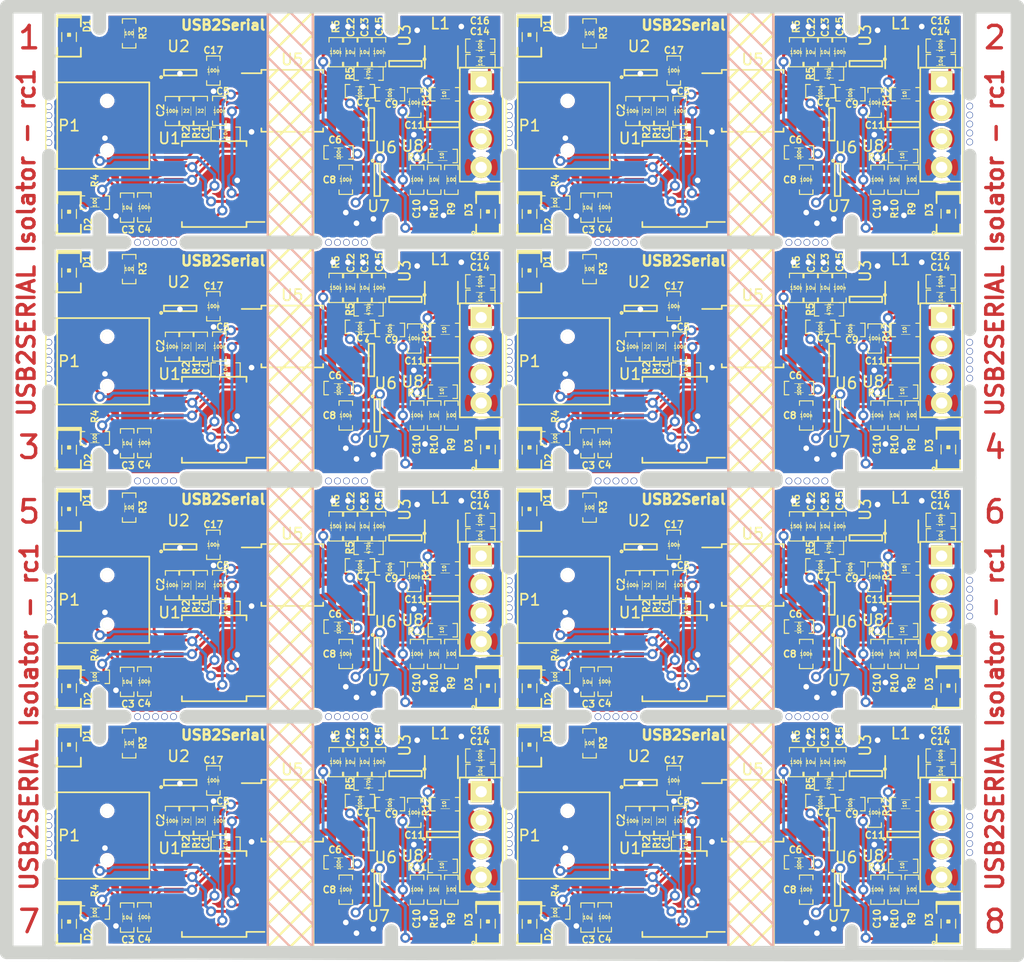
<source format=kicad_pcb>
(kicad_pcb (version 4) (host pcbnew 0.201603131216+6619~43~ubuntu14.04.1-product)
  (layers (0 F.Cu signal) (31 B.Cu signal) (34 B.Paste user) (35 F.Paste user) (36 B.SilkS user) (37 F.SilkS user) (38 B.Mask user) (39 F.Mask user) (44 Edge.Cuts user))
  (net 0 "")
  (net 1 3V3)
  (net 2 GND)
  (net 3 +5V)
  (net 4 GNDdevice)
  (net 5 Vdevice)
  (net 6 Vout)
  (net 7 "Net-(D1-Pad1)")
  (net 8 "Net-(D2-Pad1)")
  (net 9 "Net-(D3-Pad1)")
  (net 10 "Net-(P1-Pad2)")
  (net 11 "Net-(P1-Pad3)")
  (net 12 TXdevice)
  (net 13 "Net-(P2-Pad3)")
  (net 14 "Net-(R1-Pad1)")
  (net 15 USBD-)
  (net 16 "Net-(R2-Pad1)")
  (net 17 USBD+)
  (net 18 RXLED)
  (net 19 TXLED)
  (net 20 RXdevice)
  (net 21 "Net-(U1-Pad4)")
  (net 22 "Net-(U5-Pad6)")
  (net 23 "Net-(U5-Pad7)")
  (net 24 "Net-(U6-Pad4)")
  (net 25 "Net-(U7-Pad4)")
  (net 26 TXFTDI)
  (net 27 "Net-(P2-Pad2)")
  (net 28 "Net-(L1-Pad1)")
  (net 29 "Net-(R5-Pad1)")
  (module pwrled:LED0805 (layer F.Cu) (at 42.554 131.464 90)
    (fp_text reference D2 (at -0.936 1.696 270) (layer F.SilkS) (effects (font (size 0.6 0.6) (thickness 0.13))))
    (fp_text value LED hide)
    (pad 2 smd rect (at -0.9525 0 90) (size 0.889 1.397) (layers F.Cu F.Paste F.Mask) (net 3 +5V))
    (pad 1 smd rect (at 0.9525 0 90) (size 0.889 1.397) (layers F.Cu F.Paste F.Mask) (net 8 "Net-(D2-Pad1)"))
  )
  (module rescap_sync:SMD-C-0603 (layer F.Cu) (at 47.725 130.9 270)
    (fp_text reference C3 (at 1.975 -0.068 360) (layer F.SilkS) (effects (font (size 0.59944 0.59944) (thickness 0.13))))
    (fp_text value 10u (at 0 0 360) (layer F.SilkS) (effects (font (size 0.29972 0.29972) (thickness 0.07493))))
    (pad 1 smd rect (at -0.78994 0 270) (size 0.59944 0.79756) (layers F.Cu F.Paste F.Mask) (net 3 +5V))
    (pad 2 smd rect (at 0.78994 0 270) (size 0.59944 0.79756) (layers F.Cu F.Paste F.Mask) (net 2 GND))
  )
  (module rescap_sync:SMD-C-0603 (layer F.Cu) (at 49.25 130.875 270)
    (fp_text reference C4 (at 1.944 0 360) (layer F.SilkS) (effects (font (size 0.59944 0.59944) (thickness 0.13))))
    (fp_text value 100n (at 0 0 360) (layer F.SilkS) (effects (font (size 0.29972 0.29972) (thickness 0.07493))))
    (pad 1 smd rect (at -0.78994 0 270) (size 0.59944 0.79756) (layers F.Cu F.Paste F.Mask) (net 3 +5V))
    (pad 2 smd rect (at 0.78994 0 270) (size 0.59944 0.79756) (layers F.Cu F.Paste F.Mask) (net 2 GND))
  )
  (module rescap_sync:SMD-R-0603 (layer F.Cu) (at 44.85 130.448)
    (fp_text reference R4 (at 0 -1.948 270) (layer F.SilkS) (effects (font (size 0.59944 0.59944) (thickness 0.13))))
    (fp_text value 100 (at 0 0 90) (layer F.SilkS) (effects (font (size 0.29972 0.29972) (thickness 0.07493))))
    (pad 1 smd rect (at -0.78994 0) (size 0.59944 0.79756) (layers F.Cu F.Paste F.Mask) (net 8 "Net-(D2-Pad1)"))
    (pad 2 smd rect (at 0.78994 0) (size 0.59944 0.79756) (layers F.Cu F.Paste F.Mask) (net 19 TXLED))
  )
  (module rescap_sync:SMD-C-0603 (layer F.Cu) (at 66.55 125.975)
    (fp_text reference C6 (at -0.3105 -1.115 180) (layer F.SilkS) (effects (font (size 0.59944 0.59944) (thickness 0.13))))
    (fp_text value 100n (at 0.025 0.1 90) (layer F.SilkS) (effects (font (size 0.29972 0.29972) (thickness 0.07493))))
    (pad 1 smd rect (at -0.78994 0) (size 0.59944 0.79756) (layers F.Cu F.Paste F.Mask) (net 4 GNDdevice))
    (pad 2 smd rect (at 0.78994 0) (size 0.59944 0.79756) (layers F.Cu F.Paste F.Mask) (net 6 Vout))
  )
  (module rescap_sync:SMD-R-0603 (layer F.Cu) (at 53 122.28994 90)
    (fp_text reference R2 (at -1.88506 -0.025 270) (layer F.SilkS) (effects (font (size 0.59944 0.59944) (thickness 0.13))))
    (fp_text value 22 (at 0 0 180) (layer F.SilkS) (effects (font (size 0.29972 0.29972) (thickness 0.07493))))
    (pad 1 smd rect (at -0.78994 0 90) (size 0.59944 0.79756) (layers F.Cu F.Paste F.Mask) (net 16 "Net-(R2-Pad1)"))
    (pad 2 smd rect (at 0.78994 0 90) (size 0.59944 0.79756) (layers F.Cu F.Paste F.Mask) (net 17 USBD+))
  )
  (module rescap_sync:SMD-R-0603 (layer F.Cu) (at 54.275 122.28994 90)
    (fp_text reference R1 (at -1.88506 -0.375 270) (layer F.SilkS) (effects (font (size 0.59944 0.59944) (thickness 0.13))))
    (fp_text value 22 (at 0 0 180) (layer F.SilkS) (effects (font (size 0.29972 0.29972) (thickness 0.07493))))
    (pad 1 smd rect (at -0.78994 0 90) (size 0.59944 0.79756) (layers F.Cu F.Paste F.Mask) (net 14 "Net-(R1-Pad1)"))
    (pad 2 smd rect (at 0.78994 0 90) (size 0.59944 0.79756) (layers F.Cu F.Paste F.Mask) (net 15 USBD-))
  )
  (module rescap_sync:SMD-C-0603 (layer F.Cu) (at 56.48994 124.325)
    (fp_text reference C1 (at -1.76494 -0.125 90) (layer F.SilkS) (effects (font (size 0.59944 0.59944) (thickness 0.13))))
    (fp_text value 10u (at 0 0 90) (layer F.SilkS) (effects (font (size 0.29972 0.29972) (thickness 0.07493))))
    (pad 1 smd rect (at -0.78994 0) (size 0.59944 0.79756) (layers F.Cu F.Paste F.Mask) (net 1 3V3))
    (pad 2 smd rect (at 0.78994 0) (size 0.59944 0.79756) (layers F.Cu F.Paste F.Mask) (net 2 GND))
  )
  (module rescap_sync:SMD-C-0603 (layer F.Cu) (at 67.192 128.416 270)
    (fp_text reference C8 (at 0 1.4605 360) (layer F.SilkS) (effects (font (size 0.59944 0.59944) (thickness 0.13))))
    (fp_text value 100n (at 0 0 360) (layer F.SilkS) (effects (font (size 0.29972 0.29972) (thickness 0.07493))))
    (pad 1 smd rect (at -0.78994 0 270) (size 0.59944 0.79756) (layers F.Cu F.Paste F.Mask) (net 6 Vout))
    (pad 2 smd rect (at 0.78994 0 270) (size 0.59944 0.79756) (layers F.Cu F.Paste F.Mask) (net 4 GNDdevice))
  )
  (module rescap_sync:SMD-C-0603 (layer F.Cu) (at 55.925 122.275 270)
    (fp_text reference C5 (at -1.75 -0.325 540) (layer F.SilkS) (effects (font (size 0.59944 0.59944) (thickness 0.13))))
    (fp_text value 100n (at 0.025 -0.025 360) (layer F.SilkS) (effects (font (size 0.29972 0.29972) (thickness 0.07493))))
    (pad 1 smd rect (at -0.78994 0 270) (size 0.59944 0.79756) (layers F.Cu F.Paste F.Mask) (net 1 3V3))
    (pad 2 smd rect (at 0.78994 0 270) (size 0.59944 0.79756) (layers F.Cu F.Paste F.Mask) (net 2 GND))
  )
  (module Housings_SSOP:SSOP-20_5.3x7.2mm_Pitch0.65mm (layer F.Cu) (at 55.475 128.8 180)
    (fp_text reference U1 (at 3.975 4.075 180) (layer F.SilkS))
    (fp_text value FT231XS hide)
    (pad 1 smd rect (at -3.6 -2.925 180) (size 1.75 0.45) (layers F.Cu F.Paste F.Mask))
    (pad 2 smd rect (at -3.6 -2.275 180) (size 1.75 0.45) (layers F.Cu F.Paste F.Mask))
    (pad 3 smd rect (at -3.6 -1.625 180) (size 1.75 0.45) (layers F.Cu F.Paste F.Mask) (net 1 3V3))
    (pad 4 smd rect (at -3.6 -0.975 180) (size 1.75 0.45) (layers F.Cu F.Paste F.Mask) (net 21 "Net-(U1-Pad4)"))
    (pad 5 smd rect (at -3.6 -0.325 180) (size 1.75 0.45) (layers F.Cu F.Paste F.Mask))
    (pad 6 smd rect (at -3.6 0.325 180) (size 1.75 0.45) (layers F.Cu F.Paste F.Mask) (net 2 GND))
    (pad 7 smd rect (at -3.6 0.975 180) (size 1.75 0.45) (layers F.Cu F.Paste F.Mask))
    (pad 8 smd rect (at -3.6 1.625 180) (size 1.75 0.45) (layers F.Cu F.Paste F.Mask))
    (pad 9 smd rect (at -3.6 2.275 180) (size 1.75 0.45) (layers F.Cu F.Paste F.Mask))
    (pad 10 smd rect (at -3.6 2.925 180) (size 1.75 0.45) (layers F.Cu F.Paste F.Mask) (net 19 TXLED))
    (pad 11 smd rect (at 3.6 2.925 180) (size 1.75 0.45) (layers F.Cu F.Paste F.Mask) (net 16 "Net-(R2-Pad1)"))
    (pad 12 smd rect (at 3.6 2.275 180) (size 1.75 0.45) (layers F.Cu F.Paste F.Mask) (net 14 "Net-(R1-Pad1)"))
    (pad 13 smd rect (at 3.6 1.625 180) (size 1.75 0.45) (layers F.Cu F.Paste F.Mask) (net 1 3V3))
    (pad 14 smd rect (at 3.6 0.975 180) (size 1.75 0.45) (layers F.Cu F.Paste F.Mask) (net 1 3V3))
    (pad 15 smd rect (at 3.6 0.325 180) (size 1.75 0.45) (layers F.Cu F.Paste F.Mask) (net 3 +5V))
    (pad 16 smd rect (at 3.6 -0.325 180) (size 1.75 0.45) (layers F.Cu F.Paste F.Mask) (net 2 GND))
    (pad 17 smd rect (at 3.6 -0.975 180) (size 1.75 0.45) (layers F.Cu F.Paste F.Mask) (net 18 RXLED))
    (pad 18 smd rect (at 3.6 -1.625 180) (size 1.75 0.45) (layers F.Cu F.Paste F.Mask))
    (pad 19 smd rect (at 3.6 -2.275 180) (size 1.75 0.45) (layers F.Cu F.Paste F.Mask))
    (pad 20 smd rect (at 3.6 -2.925 180) (size 1.75 0.45) (layers F.Cu F.Paste F.Mask) (net 26 TXFTDI))
  )
  (module rescap_sync:SMD-C-0603 (layer F.Cu) (at 51.727 122.297 90)
    (fp_text reference C2 (at 0.072 -1.027 270) (layer F.SilkS) (effects (font (size 0.59944 0.59944) (thickness 0.13))))
    (fp_text value 100n (at 0 0 180) (layer F.SilkS) (effects (font (size 0.29972 0.29972) (thickness 0.07493))))
    (pad 1 smd rect (at -0.78994 0 90) (size 0.59944 0.79756) (layers F.Cu F.Paste F.Mask) (net 1 3V3))
    (pad 2 smd rect (at 0.78994 0 90) (size 0.59944 0.79756) (layers F.Cu F.Paste F.Mask) (net 2 GND))
  )
  (module michaellib:manufacturing-breakaway2 (layer F.Cu) (at 67.25 113)
    (fp_text reference REF** hide)
    (fp_text value manufacturing-breakaway hide)
    (pad "" np_thru_hole circle (at 0 0) (size 0.6 0.6) (drill 0.5) (layers *.Cu))
    (pad "" np_thru_hole circle (at 0.8 0) (size 0.6 0.6) (drill 0.5) (layers *.Cu))
    (pad "" np_thru_hole circle (at -0.8 0) (size 0.6 0.6) (drill 0.5) (layers *.Cu))
    (pad "" np_thru_hole circle (at 1.6 0) (size 0.6 0.6) (drill 0.5) (layers *.Cu))
    (pad "" np_thru_hole circle (at -1.6 0) (size 0.6 0.6) (drill 0.5) (layers *.Cu))
  )
  (module rescap_sync:SMD-R-0603 (layer F.Cu) (at 66.3 117.05 90)
    (fp_text reference R6 (at 2.2865 0.003 270) (layer F.SilkS) (effects (font (size 0.59944 0.59944) (thickness 0.13))))
    (fp_text value 150k (at 0 0 180) (layer F.SilkS) (effects (font (size 0.29972 0.29972) (thickness 0.07493))))
    (pad 1 smd rect (at -0.78994 0 90) (size 0.59944 0.79756) (layers F.Cu F.Paste F.Mask) (net 29 "Net-(R5-Pad1)"))
    (pad 2 smd rect (at 0.78994 0 90) (size 0.59944 0.79756) (layers F.Cu F.Paste F.Mask) (net 4 GNDdevice))
  )
  (module rescap_sync:SMD-C-0603 (layer F.Cu) (at 55.4 118.68994 90)
    (fp_text reference C17 (at 1.81494 0 180) (layer F.SilkS) (effects (font (size 0.59944 0.59944) (thickness 0.13))))
    (fp_text value 100n (at 0 0 180) (layer F.SilkS) (effects (font (size 0.29972 0.29972) (thickness 0.07493))))
    (pad 1 smd rect (at -0.78994 0 90) (size 0.59944 0.79756) (layers F.Cu F.Paste F.Mask) (net 2 GND))
    (pad 2 smd rect (at 0.78994 0 90) (size 0.59944 0.79756) (layers F.Cu F.Paste F.Mask) (net 3 +5V))
  )
  (module rescap_sync:SMD-C-0603 (layer F.Cu) (at 67.6 117.05 90)
    (fp_text reference C12 (at 2.223 0.0365 270) (layer F.SilkS) (effects (font (size 0.59944 0.59944) (thickness 0.13))))
    (fp_text value 10u (at 0 -0.025 180) (layer F.SilkS) (effects (font (size 0.29972 0.29972) (thickness 0.07493))))
    (pad 1 smd rect (at -0.78994 0 90) (size 0.59944 0.79756) (layers F.Cu F.Paste F.Mask) (net 6 Vout))
    (pad 2 smd rect (at 0.78994 0 90) (size 0.59944 0.79756) (layers F.Cu F.Paste F.Mask) (net 4 GNDdevice))
  )
  (module Housings_SOIC:SOIJ-8_5.3x5.3mm_Pitch1.27mm (layer F.Cu) (at 62.425 121.38)
    (fp_text reference U5 (at 0 -3.68) (layer F.SilkS))
    (fp_text value Si8621 hide)
    (pad 1 smd rect (at -3.65 -1.905) (size 1.7 0.65) (layers F.Cu F.Paste F.Mask) (net 1 3V3))
    (pad 2 smd rect (at -3.65 -0.635) (size 1.7 0.65) (layers F.Cu F.Paste F.Mask) (net 26 TXFTDI))
    (pad 3 smd rect (at -3.65 0.635) (size 1.7 0.65) (layers F.Cu F.Paste F.Mask) (net 21 "Net-(U1-Pad4)"))
    (pad 4 smd rect (at -3.65 1.905) (size 1.7 0.65) (layers F.Cu F.Paste F.Mask) (net 2 GND))
    (pad 5 smd rect (at 3.65 1.905) (size 1.7 0.65) (layers F.Cu F.Paste F.Mask) (net 4 GNDdevice))
    (pad 6 smd rect (at 3.65 0.635) (size 1.7 0.65) (layers F.Cu F.Paste F.Mask) (net 22 "Net-(U5-Pad6)"))
    (pad 7 smd rect (at 3.65 -0.635) (size 1.7 0.65) (layers F.Cu F.Paste F.Mask) (net 23 "Net-(U5-Pad7)"))
    (pad 8 smd rect (at 3.65 -1.905) (size 1.7 0.65) (layers F.Cu F.Paste F.Mask) (net 6 Vout))
  )
  (module TO_SOT_Packages_SMD:SOT-23-6 (layer F.Cu) (at 52.45 118.875 90)
    (fp_text reference U2 (at 2.35 -0.15 180) (layer F.SilkS))
    (fp_text value TPD2S017 hide)
    (pad 1 smd rect (at -1.1 -0.95 90) (size 1.06 0.65) (layers F.Cu F.Paste F.Mask) (net 11 "Net-(P1-Pad3)"))
    (pad 2 smd rect (at -1.1 0 90) (size 1.06 0.65) (layers F.Cu F.Paste F.Mask) (net 2 GND))
    (pad 3 smd rect (at -1.1 0.95 90) (size 1.06 0.65) (layers F.Cu F.Paste F.Mask) (net 17 USBD+))
    (pad 4 smd rect (at 1.1 0.95 90) (size 1.06 0.65) (layers F.Cu F.Paste F.Mask) (net 15 USBD-))
    (pad 6 smd rect (at 1.1 -0.95 90) (size 1.06 0.65) (layers F.Cu F.Paste F.Mask) (net 10 "Net-(P1-Pad2)"))
    (pad 5 smd rect (at 1.1 0 90) (size 1.06 0.65) (layers F.Cu F.Paste F.Mask) (net 3 +5V))
  )
  (module michaellib:manufacturing-breakaway2 (layer F.Cu) (at 40.75 123.5 90)
    (fp_text reference REF** hide)
    (fp_text value manufacturing-breakaway hide)
    (pad "" np_thru_hole circle (at 0 0 90) (size 0.6 0.6) (drill 0.5) (layers *.Cu))
    (pad "" np_thru_hole circle (at 0.8 0 90) (size 0.6 0.6) (drill 0.5) (layers *.Cu))
    (pad "" np_thru_hole circle (at -0.8 0 90) (size 0.6 0.6) (drill 0.5) (layers *.Cu))
    (pad "" np_thru_hole circle (at 1.6 0 90) (size 0.6 0.6) (drill 0.5) (layers *.Cu))
    (pad "" np_thru_hole circle (at -1.6 0 90) (size 0.6 0.6) (drill 0.5) (layers *.Cu))
  )
  (module Connect:USB_Mini-B (layer F.Cu) (at 45.094 123.59)
    (fp_text reference P1 (at -2.54 0) (layer F.SilkS))
    (fp_text value EDAC-690-005-299-143 hide)
    (pad 1 smd rect (at 3.44932 -1.6002) (size 2.30124 0.50038) (layers F.Cu F.Paste F.Mask) (net 3 +5V))
    (pad 2 smd rect (at 3.44932 -0.8001) (size 2.30124 0.50038) (layers F.Cu F.Paste F.Mask) (net 10 "Net-(P1-Pad2)"))
    (pad 3 smd rect (at 3.44932 0) (size 2.30124 0.50038) (layers F.Cu F.Paste F.Mask) (net 11 "Net-(P1-Pad3)"))
    (pad 4 smd rect (at 3.44932 0.8001) (size 2.30124 0.50038) (layers F.Cu F.Paste F.Mask) (net 2 GND))
    (pad 5 smd rect (at 3.44932 1.6002) (size 2.30124 0.50038) (layers F.Cu F.Paste F.Mask) (net 2 GND))
    (pad 6 smd rect (at 3.35026 -4.45008) (size 2.49936 1.99898) (layers F.Cu F.Paste F.Mask))
    (pad 6 smd rect (at -2.14884 -4.45008) (size 2.49936 1.99898) (layers F.Cu F.Paste F.Mask))
    (pad 6 smd rect (at 3.35026 4.45008) (size 2.49936 1.99898) (layers F.Cu F.Paste F.Mask))
    (pad 6 smd rect (at -2.14884 4.45008) (size 2.49936 1.99898) (layers F.Cu F.Paste F.Mask))
    (pad "" np_thru_hole circle (at 0.8509 -2.19964) (size 0.89916 0.89916) (drill 0.89916) (layers *.Cu *.Mask F.SilkS))
    (pad "" np_thru_hole circle (at 0.8509 2.19964) (size 0.89916 0.89916) (drill 0.89916) (layers *.Cu *.Mask F.SilkS))
  )
  (module pwrled:LED0805 (layer F.Cu) (at 42.55 115.7 90)
    (fp_text reference D1 (at 1 1.6 270) (layer F.SilkS) (effects (font (size 0.6 0.6) (thickness 0.13))))
    (fp_text value LED hide)
    (pad 2 smd rect (at -0.9525 0 90) (size 0.889 1.397) (layers F.Cu F.Paste F.Mask) (net 3 +5V))
    (pad 1 smd rect (at 0.9525 0 90) (size 0.889 1.397) (layers F.Cu F.Paste F.Mask) (net 7 "Net-(D1-Pad1)"))
  )
  (module rescap_sync:SMD-R-0603 (layer F.Cu) (at 47.9 115.375 270)
    (fp_text reference R3 (at -0.03506 -1.225 450) (layer F.SilkS) (effects (font (size 0.59944 0.59944) (thickness 0.13))))
    (fp_text value 100 (at 0 0 360) (layer F.SilkS) (effects (font (size 0.29972 0.29972) (thickness 0.07493))))
    (pad 1 smd rect (at -0.78994 0 270) (size 0.59944 0.79756) (layers F.Cu F.Paste F.Mask) (net 7 "Net-(D1-Pad1)"))
    (pad 2 smd rect (at 0.78994 0 270) (size 0.59944 0.79756) (layers F.Cu F.Paste F.Mask) (net 18 RXLED))
  )
  (module michaellib:manufacturing-breakaway2 (layer F.Cu) (at 50.25 113)
    (fp_text reference REF** hide)
    (fp_text value manufacturing-breakaway hide)
    (pad "" np_thru_hole circle (at 0 0) (size 0.6 0.6) (drill 0.5) (layers *.Cu))
    (pad "" np_thru_hole circle (at 0.8 0) (size 0.6 0.6) (drill 0.5) (layers *.Cu))
    (pad "" np_thru_hole circle (at -0.8 0) (size 0.6 0.6) (drill 0.5) (layers *.Cu))
    (pad "" np_thru_hole circle (at 1.6 0) (size 0.6 0.6) (drill 0.5) (layers *.Cu))
    (pad "" np_thru_hole circle (at -1.6 0) (size 0.6 0.6) (drill 0.5) (layers *.Cu))
  )
  (module rescap_sync:SMD-R-0603 (layer F.Cu) (at 44.85 109.448)
    (fp_text reference R4 (at 0 -1.948 270) (layer F.SilkS) (effects (font (size 0.59944 0.59944) (thickness 0.13))))
    (fp_text value 100 (at 0 0 90) (layer F.SilkS) (effects (font (size 0.29972 0.29972) (thickness 0.07493))))
    (pad 1 smd rect (at -0.78994 0) (size 0.59944 0.79756) (layers F.Cu F.Paste F.Mask) (net 8 "Net-(D2-Pad1)"))
    (pad 2 smd rect (at 0.78994 0) (size 0.59944 0.79756) (layers F.Cu F.Paste F.Mask) (net 19 TXLED))
  )
  (module rescap_sync:SMD-C-0603 (layer F.Cu) (at 49.25 109.875 270)
    (fp_text reference C4 (at 1.944 0 360) (layer F.SilkS) (effects (font (size 0.59944 0.59944) (thickness 0.13))))
    (fp_text value 100n (at 0 0 360) (layer F.SilkS) (effects (font (size 0.29972 0.29972) (thickness 0.07493))))
    (pad 1 smd rect (at -0.78994 0 270) (size 0.59944 0.79756) (layers F.Cu F.Paste F.Mask) (net 3 +5V))
    (pad 2 smd rect (at 0.78994 0 270) (size 0.59944 0.79756) (layers F.Cu F.Paste F.Mask) (net 2 GND))
  )
  (module pwrled:LED0805 (layer F.Cu) (at 42.554 110.464 90)
    (fp_text reference D2 (at -0.936 1.696 270) (layer F.SilkS) (effects (font (size 0.6 0.6) (thickness 0.13))))
    (fp_text value LED hide)
    (pad 2 smd rect (at -0.9525 0 90) (size 0.889 1.397) (layers F.Cu F.Paste F.Mask) (net 3 +5V))
    (pad 1 smd rect (at 0.9525 0 90) (size 0.889 1.397) (layers F.Cu F.Paste F.Mask) (net 8 "Net-(D2-Pad1)"))
  )
  (module rescap_sync:SMD-C-0603 (layer F.Cu) (at 47.725 109.9 270)
    (fp_text reference C3 (at 1.975 -0.068 360) (layer F.SilkS) (effects (font (size 0.59944 0.59944) (thickness 0.13))))
    (fp_text value 10u (at 0 0 360) (layer F.SilkS) (effects (font (size 0.29972 0.29972) (thickness 0.07493))))
    (pad 1 smd rect (at -0.78994 0 270) (size 0.59944 0.79756) (layers F.Cu F.Paste F.Mask) (net 3 +5V))
    (pad 2 smd rect (at 0.78994 0 270) (size 0.59944 0.79756) (layers F.Cu F.Paste F.Mask) (net 2 GND))
  )
  (module Housings_SSOP:SSOP-20_5.3x7.2mm_Pitch0.65mm (layer F.Cu) (at 55.475 107.8 180)
    (fp_text reference U1 (at 3.975 4.075 180) (layer F.SilkS))
    (fp_text value FT231XS hide)
    (pad 1 smd rect (at -3.6 -2.925 180) (size 1.75 0.45) (layers F.Cu F.Paste F.Mask))
    (pad 2 smd rect (at -3.6 -2.275 180) (size 1.75 0.45) (layers F.Cu F.Paste F.Mask))
    (pad 3 smd rect (at -3.6 -1.625 180) (size 1.75 0.45) (layers F.Cu F.Paste F.Mask) (net 1 3V3))
    (pad 4 smd rect (at -3.6 -0.975 180) (size 1.75 0.45) (layers F.Cu F.Paste F.Mask) (net 21 "Net-(U1-Pad4)"))
    (pad 5 smd rect (at -3.6 -0.325 180) (size 1.75 0.45) (layers F.Cu F.Paste F.Mask))
    (pad 6 smd rect (at -3.6 0.325 180) (size 1.75 0.45) (layers F.Cu F.Paste F.Mask) (net 2 GND))
    (pad 7 smd rect (at -3.6 0.975 180) (size 1.75 0.45) (layers F.Cu F.Paste F.Mask))
    (pad 8 smd rect (at -3.6 1.625 180) (size 1.75 0.45) (layers F.Cu F.Paste F.Mask))
    (pad 9 smd rect (at -3.6 2.275 180) (size 1.75 0.45) (layers F.Cu F.Paste F.Mask))
    (pad 10 smd rect (at -3.6 2.925 180) (size 1.75 0.45) (layers F.Cu F.Paste F.Mask) (net 19 TXLED))
    (pad 11 smd rect (at 3.6 2.925 180) (size 1.75 0.45) (layers F.Cu F.Paste F.Mask) (net 16 "Net-(R2-Pad1)"))
    (pad 12 smd rect (at 3.6 2.275 180) (size 1.75 0.45) (layers F.Cu F.Paste F.Mask) (net 14 "Net-(R1-Pad1)"))
    (pad 13 smd rect (at 3.6 1.625 180) (size 1.75 0.45) (layers F.Cu F.Paste F.Mask) (net 1 3V3))
    (pad 14 smd rect (at 3.6 0.975 180) (size 1.75 0.45) (layers F.Cu F.Paste F.Mask) (net 1 3V3))
    (pad 15 smd rect (at 3.6 0.325 180) (size 1.75 0.45) (layers F.Cu F.Paste F.Mask) (net 3 +5V))
    (pad 16 smd rect (at 3.6 -0.325 180) (size 1.75 0.45) (layers F.Cu F.Paste F.Mask) (net 2 GND))
    (pad 17 smd rect (at 3.6 -0.975 180) (size 1.75 0.45) (layers F.Cu F.Paste F.Mask) (net 18 RXLED))
    (pad 18 smd rect (at 3.6 -1.625 180) (size 1.75 0.45) (layers F.Cu F.Paste F.Mask))
    (pad 19 smd rect (at 3.6 -2.275 180) (size 1.75 0.45) (layers F.Cu F.Paste F.Mask))
    (pad 20 smd rect (at 3.6 -2.925 180) (size 1.75 0.45) (layers F.Cu F.Paste F.Mask) (net 26 TXFTDI))
  )
  (module rescap_sync:SMD-R-0603 (layer F.Cu) (at 75.828 105.3 180)
    (fp_text reference R11 (at 2.278 -0.1 360) (layer F.SilkS) (effects (font (size 0.59944 0.59944) (thickness 0.13))))
    (fp_text value 10 (at 0.078 0.022 270) (layer F.SilkS) (effects (font (size 0.29972 0.29972) (thickness 0.07493))))
    (pad 1 smd rect (at -0.78994 0 180) (size 0.59944 0.79756) (layers F.Cu F.Paste F.Mask) (net 13 "Net-(P2-Pad3)"))
    (pad 2 smd rect (at 0.78994 0 180) (size 0.59944 0.79756) (layers F.Cu F.Paste F.Mask) (net 20 RXdevice))
  )
  (module Resistors_SMD:R_1210 (layer F.Cu) (at 75.701 96.494 270)
    (fp_text reference L1 (at -2.994 0.1 360) (layer F.SilkS))
    (fp_text value 4u7 hide)
    (pad 1 smd rect (at -1.45 0 270) (size 0.9 2.5) (layers F.Cu F.Paste F.Mask) (net 28 "Net-(L1-Pad1)"))
    (pad 2 smd rect (at 1.45 0 270) (size 0.9 2.5) (layers F.Cu F.Paste F.Mask) (net 5 Vdevice))
  )
  (module rescap_sync:SMD-C-0603 (layer F.Cu) (at 79.16494 95.475 180)
    (fp_text reference C16 (at 0.03994 2.225 360) (layer F.SilkS) (effects (font (size 0.59944 0.59944) (thickness 0.13))))
    (fp_text value 100n (at 0 0 270) (layer F.SilkS) (effects (font (size 0.29972 0.29972) (thickness 0.07493))))
    (pad 1 smd rect (at -0.78994 0 180) (size 0.59944 0.79756) (layers F.Cu F.Paste F.Mask) (net 5 Vdevice))
    (pad 2 smd rect (at 0.78994 0 180) (size 0.59944 0.79756) (layers F.Cu F.Paste F.Mask) (net 4 GNDdevice))
  )
  (module rescap_sync:SMD-R-0603 (layer F.Cu) (at 76.05 99.8 180)
    (fp_text reference R12 (at 1.71006 -0.2 270) (layer F.SilkS) (effects (font (size 0.59944 0.59944) (thickness 0.13))))
    (fp_text value 10 (at 0.08994 0 270) (layer F.SilkS) (effects (font (size 0.29972 0.29972) (thickness 0.07493))))
    (pad 1 smd rect (at -0.78994 0 180) (size 0.59944 0.79756) (layers F.Cu F.Paste F.Mask) (net 27 "Net-(P2-Pad2)"))
    (pad 2 smd rect (at 0.78994 0 180) (size 0.59944 0.79756) (layers F.Cu F.Paste F.Mask) (net 12 TXdevice))
  )
  (module rescap_sync:SMD-C-0603 (layer F.Cu) (at 79.18506 96.85 180)
    (fp_text reference C14 (at 0.06006 2.65 180) (layer F.SilkS) (effects (font (size 0.59944 0.59944) (thickness 0.13))))
    (fp_text value 10u (at 0.01006 0 270) (layer F.SilkS) (effects (font (size 0.29972 0.29972) (thickness 0.07493))))
    (pad 1 smd rect (at -0.78994 0 180) (size 0.59944 0.79756) (layers F.Cu F.Paste F.Mask) (net 5 Vdevice))
    (pad 2 smd rect (at 0.78994 0 180) (size 0.59944 0.79756) (layers F.Cu F.Paste F.Mask) (net 4 GNDdevice))
  )
  (module TO_SOT_Packages_SMD:SOT-23-6 (layer F.Cu) (at 75.85 102.5 90)
    (fp_text reference U8 (at -1.9 -2.7 180) (layer F.SilkS))
    (fp_text value TPD2S017 hide)
    (pad 1 smd rect (at -1.1 -0.95 90) (size 1.06 0.65) (layers F.Cu F.Paste F.Mask) (net 24 "Net-(U6-Pad4)"))
    (pad 2 smd rect (at -1.1 0 90) (size 1.06 0.65) (layers F.Cu F.Paste F.Mask) (net 4 GNDdevice))
    (pad 3 smd rect (at -1.1 0.95 90) (size 1.06 0.65) (layers F.Cu F.Paste F.Mask) (net 20 RXdevice))
    (pad 4 smd rect (at 1.1 0.95 90) (size 1.06 0.65) (layers F.Cu F.Paste F.Mask) (net 12 TXdevice))
    (pad 6 smd rect (at 1.1 -0.95 90) (size 1.06 0.65) (layers F.Cu F.Paste F.Mask) (net 25 "Net-(U7-Pad4)"))
    (pad 5 smd rect (at 1.1 0 90) (size 1.06 0.65) (layers F.Cu F.Paste F.Mask) (net 5 Vdevice))
  )
  (module michaellib_sync:ISP_MSP430_2.54-2 (layer F.Cu) (at 79.25 102.5)
    (fp_text reference P2 hide)
    (fp_text value CONN_01X04 hide)
    (pad 4 smd rect (at 0 3.81) (size 2.99974 1.50114) (layers F.Cu F.Mask) (net 4 GNDdevice))
    (pad 1 smd rect (at 0 -3.81) (size 2.99974 1.50114) (layers F.Cu F.Mask) (net 5 Vdevice))
    (pad 2 smd rect (at 0 -1.27) (size 2.99974 1.50114) (layers F.Cu F.Mask) (net 27 "Net-(P2-Pad2)"))
    (pad 3 smd rect (at 0 1.27) (size 2.99974 1.50114) (layers F.Cu F.Mask) (net 13 "Net-(P2-Pad3)"))
    (pad 1 thru_hole rect (at 0 -3.81) (size 1.9 1.9) (drill 1.00076) (layers *.Cu *.Mask F.SilkS) (net 5 Vdevice))
    (pad 2 thru_hole circle (at 0 -1.27) (size 1.9 1.9) (drill 1.00076) (layers *.Cu *.Mask F.SilkS) (net 27 "Net-(P2-Pad2)"))
    (pad 3 thru_hole circle (at 0 1.27) (size 1.9 1.9) (drill 1.00076) (layers *.Cu *.Mask F.SilkS) (net 13 "Net-(P2-Pad3)"))
    (pad 4 thru_hole circle (at 0 3.81) (size 1.9 1.9) (drill 1.00076) (layers *.Cu *.Mask F.SilkS) (net 4 GNDdevice))
  )
  (module rescap_sync:SMD-R-0603 (layer F.Cu) (at 75.066 107.416 270)
    (fp_text reference R10 (at 2.584 0 450) (layer F.SilkS) (effects (font (size 0.59944 0.59944) (thickness 0.13))))
    (fp_text value 10k (at 0 0 360) (layer F.SilkS) (effects (font (size 0.29972 0.29972) (thickness 0.07493))))
    (pad 1 smd rect (at -0.78994 0 270) (size 0.59944 0.79756) (layers F.Cu F.Paste F.Mask) (net 20 RXdevice))
    (pad 2 smd rect (at 0.78994 0 270) (size 0.59944 0.79756) (layers F.Cu F.Paste F.Mask) (net 4 GNDdevice))
  )
  (module rescap_sync:SMD-R-0603 (layer F.Cu) (at 85.85 109.448)
    (fp_text reference R4 (at 0 -1.948 270) (layer F.SilkS) (effects (font (size 0.59944 0.59944) (thickness 0.13))))
    (fp_text value 100 (at 0 0 90) (layer F.SilkS) (effects (font (size 0.29972 0.29972) (thickness 0.07493))))
    (pad 1 smd rect (at -0.78994 0) (size 0.59944 0.79756) (layers F.Cu F.Paste F.Mask) (net 8 "Net-(D2-Pad1)"))
    (pad 2 smd rect (at 0.78994 0) (size 0.59944 0.79756) (layers F.Cu F.Paste F.Mask) (net 19 TXLED))
  )
  (module pwrled:LED0805 (layer F.Cu) (at 79.85 110.4475 90)
    (fp_text reference D3 (at 0.3475 -1.7 270) (layer F.SilkS) (effects (font (size 0.6 0.6) (thickness 0.13))))
    (fp_text value LED hide)
    (pad 2 smd rect (at -0.9525 0 90) (size 0.889 1.397) (layers F.Cu F.Paste F.Mask) (net 6 Vout))
    (pad 1 smd rect (at 0.9525 0 90) (size 0.889 1.397) (layers F.Cu F.Paste F.Mask) (net 9 "Net-(D3-Pad1)"))
  )
  (module rescap_sync:SMD-R-0603 (layer F.Cu) (at 76.59 107.416 90)
    (fp_text reference R9 (at -2.584 0 270) (layer F.SilkS) (effects (font (size 0.59944 0.59944) (thickness 0.13))))
    (fp_text value 100 (at 0 0 180) (layer F.SilkS) (effects (font (size 0.29972 0.29972) (thickness 0.07493))))
    (pad 1 smd rect (at -0.78994 0 90) (size 0.59944 0.79756) (layers F.Cu F.Paste F.Mask) (net 9 "Net-(D3-Pad1)"))
    (pad 2 smd rect (at 0.78994 0 90) (size 0.59944 0.79756) (layers F.Cu F.Paste F.Mask) (net 4 GNDdevice))
  )
  (module pwrled:LED0805 (layer F.Cu) (at 83.554 110.464 90)
    (fp_text reference D2 (at -0.936 1.696 270) (layer F.SilkS) (effects (font (size 0.6 0.6) (thickness 0.13))))
    (fp_text value LED hide)
    (pad 2 smd rect (at -0.9525 0 90) (size 0.889 1.397) (layers F.Cu F.Paste F.Mask) (net 3 +5V))
    (pad 1 smd rect (at 0.9525 0 90) (size 0.889 1.397) (layers F.Cu F.Paste F.Mask) (net 8 "Net-(D2-Pad1)"))
  )
  (module michaellib:manufacturing-breakaway2 (layer F.Cu) (at 91.25 92)
    (fp_text reference REF** hide)
    (fp_text value manufacturing-breakaway hide)
    (pad "" np_thru_hole circle (at 0 0) (size 0.6 0.6) (drill 0.5) (layers *.Cu))
    (pad "" np_thru_hole circle (at 0.8 0) (size 0.6 0.6) (drill 0.5) (layers *.Cu))
    (pad "" np_thru_hole circle (at -0.8 0) (size 0.6 0.6) (drill 0.5) (layers *.Cu))
    (pad "" np_thru_hole circle (at 1.6 0) (size 0.6 0.6) (drill 0.5) (layers *.Cu))
    (pad "" np_thru_hole circle (at -1.6 0) (size 0.6 0.6) (drill 0.5) (layers *.Cu))
  )
  (module TO_SOT_Packages_SMD:SOT-23-6 (layer F.Cu) (at 93.45 97.875 90)
    (fp_text reference U2 (at 2.35 -0.15 180) (layer F.SilkS))
    (fp_text value TPD2S017 hide)
    (pad 1 smd rect (at -1.1 -0.95 90) (size 1.06 0.65) (layers F.Cu F.Paste F.Mask) (net 11 "Net-(P1-Pad3)"))
    (pad 2 smd rect (at -1.1 0 90) (size 1.06 0.65) (layers F.Cu F.Paste F.Mask) (net 2 GND))
    (pad 3 smd rect (at -1.1 0.95 90) (size 1.06 0.65) (layers F.Cu F.Paste F.Mask) (net 17 USBD+))
    (pad 4 smd rect (at 1.1 0.95 90) (size 1.06 0.65) (layers F.Cu F.Paste F.Mask) (net 15 USBD-))
    (pad 6 smd rect (at 1.1 -0.95 90) (size 1.06 0.65) (layers F.Cu F.Paste F.Mask) (net 10 "Net-(P1-Pad2)"))
    (pad 5 smd rect (at 1.1 0 90) (size 1.06 0.65) (layers F.Cu F.Paste F.Mask) (net 3 +5V))
  )
  (module pwrled:LED0805 (layer F.Cu) (at 83.55 94.7 90)
    (fp_text reference D1 (at 1 1.6 270) (layer F.SilkS) (effects (font (size 0.6 0.6) (thickness 0.13))))
    (fp_text value LED hide)
    (pad 2 smd rect (at -0.9525 0 90) (size 0.889 1.397) (layers F.Cu F.Paste F.Mask) (net 3 +5V))
    (pad 1 smd rect (at 0.9525 0 90) (size 0.889 1.397) (layers F.Cu F.Paste F.Mask) (net 7 "Net-(D1-Pad1)"))
  )
  (module michaellib:manufacturing-breakaway2 (layer F.Cu) (at 81.75 102.5 90)
    (fp_text reference REF** hide)
    (fp_text value manufacturing-breakaway hide)
    (pad "" np_thru_hole circle (at 0 0 90) (size 0.6 0.6) (drill 0.5) (layers *.Cu))
    (pad "" np_thru_hole circle (at 0.8 0 90) (size 0.6 0.6) (drill 0.5) (layers *.Cu))
    (pad "" np_thru_hole circle (at -0.8 0 90) (size 0.6 0.6) (drill 0.5) (layers *.Cu))
    (pad "" np_thru_hole circle (at 1.6 0 90) (size 0.6 0.6) (drill 0.5) (layers *.Cu))
    (pad "" np_thru_hole circle (at -1.6 0 90) (size 0.6 0.6) (drill 0.5) (layers *.Cu))
  )
  (module Connect:USB_Mini-B (layer F.Cu) (at 86.094 102.59)
    (fp_text reference P1 (at -2.54 0) (layer F.SilkS))
    (fp_text value EDAC-690-005-299-143 hide)
    (pad 1 smd rect (at 3.44932 -1.6002) (size 2.30124 0.50038) (layers F.Cu F.Paste F.Mask) (net 3 +5V))
    (pad 2 smd rect (at 3.44932 -0.8001) (size 2.30124 0.50038) (layers F.Cu F.Paste F.Mask) (net 10 "Net-(P1-Pad2)"))
    (pad 3 smd rect (at 3.44932 0) (size 2.30124 0.50038) (layers F.Cu F.Paste F.Mask) (net 11 "Net-(P1-Pad3)"))
    (pad 4 smd rect (at 3.44932 0.8001) (size 2.30124 0.50038) (layers F.Cu F.Paste F.Mask) (net 2 GND))
    (pad 5 smd rect (at 3.44932 1.6002) (size 2.30124 0.50038) (layers F.Cu F.Paste F.Mask) (net 2 GND))
    (pad 6 smd rect (at 3.35026 -4.45008) (size 2.49936 1.99898) (layers F.Cu F.Paste F.Mask))
    (pad 6 smd rect (at -2.14884 -4.45008) (size 2.49936 1.99898) (layers F.Cu F.Paste F.Mask))
    (pad 6 smd rect (at 3.35026 4.45008) (size 2.49936 1.99898) (layers F.Cu F.Paste F.Mask))
    (pad 6 smd rect (at -2.14884 4.45008) (size 2.49936 1.99898) (layers F.Cu F.Paste F.Mask))
    (pad "" np_thru_hole circle (at 0.8509 -2.19964) (size 0.89916 0.89916) (drill 0.89916) (layers *.Cu *.Mask F.SilkS))
    (pad "" np_thru_hole circle (at 0.8509 2.19964) (size 0.89916 0.89916) (drill 0.89916) (layers *.Cu *.Mask F.SilkS))
  )
  (module rescap_sync:SMD-R-0603 (layer F.Cu) (at 88.9 94.375 270)
    (fp_text reference R3 (at -0.03506 -1.225 450) (layer F.SilkS) (effects (font (size 0.59944 0.59944) (thickness 0.13))))
    (fp_text value 100 (at 0 0 360) (layer F.SilkS) (effects (font (size 0.29972 0.29972) (thickness 0.07493))))
    (pad 1 smd rect (at -0.78994 0 270) (size 0.59944 0.79756) (layers F.Cu F.Paste F.Mask) (net 7 "Net-(D1-Pad1)"))
    (pad 2 smd rect (at 0.78994 0 270) (size 0.59944 0.79756) (layers F.Cu F.Paste F.Mask) (net 18 RXLED))
  )
  (module rescap_sync:SMD-C-0603 (layer F.Cu) (at 88.725 109.9 270)
    (fp_text reference C3 (at 1.975 -0.068 360) (layer F.SilkS) (effects (font (size 0.59944 0.59944) (thickness 0.13))))
    (fp_text value 10u (at 0 0 360) (layer F.SilkS) (effects (font (size 0.29972 0.29972) (thickness 0.07493))))
    (pad 1 smd rect (at -0.78994 0 270) (size 0.59944 0.79756) (layers F.Cu F.Paste F.Mask) (net 3 +5V))
    (pad 2 smd rect (at 0.78994 0 270) (size 0.59944 0.79756) (layers F.Cu F.Paste F.Mask) (net 2 GND))
  )
  (module Housings_SSOP:SSOP-20_5.3x7.2mm_Pitch0.65mm (layer F.Cu) (at 96.475 107.8 180)
    (fp_text reference U1 (at 3.975 4.075 180) (layer F.SilkS))
    (fp_text value FT231XS hide)
    (pad 1 smd rect (at -3.6 -2.925 180) (size 1.75 0.45) (layers F.Cu F.Paste F.Mask))
    (pad 2 smd rect (at -3.6 -2.275 180) (size 1.75 0.45) (layers F.Cu F.Paste F.Mask))
    (pad 3 smd rect (at -3.6 -1.625 180) (size 1.75 0.45) (layers F.Cu F.Paste F.Mask) (net 1 3V3))
    (pad 4 smd rect (at -3.6 -0.975 180) (size 1.75 0.45) (layers F.Cu F.Paste F.Mask) (net 21 "Net-(U1-Pad4)"))
    (pad 5 smd rect (at -3.6 -0.325 180) (size 1.75 0.45) (layers F.Cu F.Paste F.Mask))
    (pad 6 smd rect (at -3.6 0.325 180) (size 1.75 0.45) (layers F.Cu F.Paste F.Mask) (net 2 GND))
    (pad 7 smd rect (at -3.6 0.975 180) (size 1.75 0.45) (layers F.Cu F.Paste F.Mask))
    (pad 8 smd rect (at -3.6 1.625 180) (size 1.75 0.45) (layers F.Cu F.Paste F.Mask))
    (pad 9 smd rect (at -3.6 2.275 180) (size 1.75 0.45) (layers F.Cu F.Paste F.Mask))
    (pad 10 smd rect (at -3.6 2.925 180) (size 1.75 0.45) (layers F.Cu F.Paste F.Mask) (net 19 TXLED))
    (pad 11 smd rect (at 3.6 2.925 180) (size 1.75 0.45) (layers F.Cu F.Paste F.Mask) (net 16 "Net-(R2-Pad1)"))
    (pad 12 smd rect (at 3.6 2.275 180) (size 1.75 0.45) (layers F.Cu F.Paste F.Mask) (net 14 "Net-(R1-Pad1)"))
    (pad 13 smd rect (at 3.6 1.625 180) (size 1.75 0.45) (layers F.Cu F.Paste F.Mask) (net 1 3V3))
    (pad 14 smd rect (at 3.6 0.975 180) (size 1.75 0.45) (layers F.Cu F.Paste F.Mask) (net 1 3V3))
    (pad 15 smd rect (at 3.6 0.325 180) (size 1.75 0.45) (layers F.Cu F.Paste F.Mask) (net 3 +5V))
    (pad 16 smd rect (at 3.6 -0.325 180) (size 1.75 0.45) (layers F.Cu F.Paste F.Mask) (net 2 GND))
    (pad 17 smd rect (at 3.6 -0.975 180) (size 1.75 0.45) (layers F.Cu F.Paste F.Mask) (net 18 RXLED))
    (pad 18 smd rect (at 3.6 -1.625 180) (size 1.75 0.45) (layers F.Cu F.Paste F.Mask))
    (pad 19 smd rect (at 3.6 -2.275 180) (size 1.75 0.45) (layers F.Cu F.Paste F.Mask))
    (pad 20 smd rect (at 3.6 -2.925 180) (size 1.75 0.45) (layers F.Cu F.Paste F.Mask) (net 26 TXFTDI))
  )
  (module rescap_sync:SMD-R-0603 (layer F.Cu) (at 95.275 101.28994 90)
    (fp_text reference R1 (at -1.88506 -0.375 270) (layer F.SilkS) (effects (font (size 0.59944 0.59944) (thickness 0.13))))
    (fp_text value 22 (at 0 0 180) (layer F.SilkS) (effects (font (size 0.29972 0.29972) (thickness 0.07493))))
    (pad 1 smd rect (at -0.78994 0 90) (size 0.59944 0.79756) (layers F.Cu F.Paste F.Mask) (net 14 "Net-(R1-Pad1)"))
    (pad 2 smd rect (at 0.78994 0 90) (size 0.59944 0.79756) (layers F.Cu F.Paste F.Mask) (net 15 USBD-))
  )
  (module rescap_sync:SMD-C-0603 (layer F.Cu) (at 90.25 109.875 270)
    (fp_text reference C4 (at 1.944 0 360) (layer F.SilkS) (effects (font (size 0.59944 0.59944) (thickness 0.13))))
    (fp_text value 100n (at 0 0 360) (layer F.SilkS) (effects (font (size 0.29972 0.29972) (thickness 0.07493))))
    (pad 1 smd rect (at -0.78994 0 270) (size 0.59944 0.79756) (layers F.Cu F.Paste F.Mask) (net 3 +5V))
    (pad 2 smd rect (at 0.78994 0 270) (size 0.59944 0.79756) (layers F.Cu F.Paste F.Mask) (net 2 GND))
  )
  (module rescap_sync:SMD-R-0603 (layer F.Cu) (at 94 101.28994 90)
    (fp_text reference R2 (at -1.88506 -0.025 270) (layer F.SilkS) (effects (font (size 0.59944 0.59944) (thickness 0.13))))
    (fp_text value 22 (at 0 0 180) (layer F.SilkS) (effects (font (size 0.29972 0.29972) (thickness 0.07493))))
    (pad 1 smd rect (at -0.78994 0 90) (size 0.59944 0.79756) (layers F.Cu F.Paste F.Mask) (net 16 "Net-(R2-Pad1)"))
    (pad 2 smd rect (at 0.78994 0 90) (size 0.59944 0.79756) (layers F.Cu F.Paste F.Mask) (net 17 USBD+))
  )
  (module rescap_sync:SMD-C-0603 (layer F.Cu) (at 97.48994 103.325)
    (fp_text reference C1 (at -1.76494 -0.125 90) (layer F.SilkS) (effects (font (size 0.59944 0.59944) (thickness 0.13))))
    (fp_text value 10u (at 0 0 90) (layer F.SilkS) (effects (font (size 0.29972 0.29972) (thickness 0.07493))))
    (pad 1 smd rect (at -0.78994 0) (size 0.59944 0.79756) (layers F.Cu F.Paste F.Mask) (net 1 3V3))
    (pad 2 smd rect (at 0.78994 0) (size 0.59944 0.79756) (layers F.Cu F.Paste F.Mask) (net 2 GND))
  )
  (module rescap_sync:SMD-C-0603 (layer F.Cu) (at 92.727 101.297 90)
    (fp_text reference C2 (at 0.072 -1.027 270) (layer F.SilkS) (effects (font (size 0.59944 0.59944) (thickness 0.13))))
    (fp_text value 100n (at 0 0 180) (layer F.SilkS) (effects (font (size 0.29972 0.29972) (thickness 0.07493))))
    (pad 1 smd rect (at -0.78994 0 90) (size 0.59944 0.79756) (layers F.Cu F.Paste F.Mask) (net 1 3V3))
    (pad 2 smd rect (at 0.78994 0 90) (size 0.59944 0.79756) (layers F.Cu F.Paste F.Mask) (net 2 GND))
  )
  (module michaellib:manufacturing-breakaway2 (layer F.Cu) (at 91.25 113)
    (fp_text reference REF** hide)
    (fp_text value manufacturing-breakaway hide)
    (pad "" np_thru_hole circle (at 0 0) (size 0.6 0.6) (drill 0.5) (layers *.Cu))
    (pad "" np_thru_hole circle (at 0.8 0) (size 0.6 0.6) (drill 0.5) (layers *.Cu))
    (pad "" np_thru_hole circle (at -0.8 0) (size 0.6 0.6) (drill 0.5) (layers *.Cu))
    (pad "" np_thru_hole circle (at 1.6 0) (size 0.6 0.6) (drill 0.5) (layers *.Cu))
    (pad "" np_thru_hole circle (at -1.6 0) (size 0.6 0.6) (drill 0.5) (layers *.Cu))
  )
  (module rescap_sync:SMD-C-0603 (layer F.Cu) (at 96.925 101.275 270)
    (fp_text reference C5 (at -1.75 -0.325 540) (layer F.SilkS) (effects (font (size 0.59944 0.59944) (thickness 0.13))))
    (fp_text value 100n (at 0.025 -0.025 360) (layer F.SilkS) (effects (font (size 0.29972 0.29972) (thickness 0.07493))))
    (pad 1 smd rect (at -0.78994 0 270) (size 0.59944 0.79756) (layers F.Cu F.Paste F.Mask) (net 1 3V3))
    (pad 2 smd rect (at 0.78994 0 270) (size 0.59944 0.79756) (layers F.Cu F.Paste F.Mask) (net 2 GND))
  )
  (module Housings_SOIC:SOIJ-8_5.3x5.3mm_Pitch1.27mm (layer F.Cu) (at 103.425 100.38)
    (fp_text reference U5 (at 0 -3.68) (layer F.SilkS))
    (fp_text value Si8621 hide)
    (pad 1 smd rect (at -3.65 -1.905) (size 1.7 0.65) (layers F.Cu F.Paste F.Mask) (net 1 3V3))
    (pad 2 smd rect (at -3.65 -0.635) (size 1.7 0.65) (layers F.Cu F.Paste F.Mask) (net 26 TXFTDI))
    (pad 3 smd rect (at -3.65 0.635) (size 1.7 0.65) (layers F.Cu F.Paste F.Mask) (net 21 "Net-(U1-Pad4)"))
    (pad 4 smd rect (at -3.65 1.905) (size 1.7 0.65) (layers F.Cu F.Paste F.Mask) (net 2 GND))
    (pad 5 smd rect (at 3.65 1.905) (size 1.7 0.65) (layers F.Cu F.Paste F.Mask) (net 4 GNDdevice))
    (pad 6 smd rect (at 3.65 0.635) (size 1.7 0.65) (layers F.Cu F.Paste F.Mask) (net 22 "Net-(U5-Pad6)"))
    (pad 7 smd rect (at 3.65 -0.635) (size 1.7 0.65) (layers F.Cu F.Paste F.Mask) (net 23 "Net-(U5-Pad7)"))
    (pad 8 smd rect (at 3.65 -1.905) (size 1.7 0.65) (layers F.Cu F.Paste F.Mask) (net 6 Vout))
  )
  (module michaellib:manufacturing-breakaway2 (layer F.Cu) (at 108.25 92)
    (fp_text reference REF** hide)
    (fp_text value manufacturing-breakaway hide)
    (pad "" np_thru_hole circle (at 0 0) (size 0.6 0.6) (drill 0.5) (layers *.Cu))
    (pad "" np_thru_hole circle (at 0.8 0) (size 0.6 0.6) (drill 0.5) (layers *.Cu))
    (pad "" np_thru_hole circle (at -0.8 0) (size 0.6 0.6) (drill 0.5) (layers *.Cu))
    (pad "" np_thru_hole circle (at 1.6 0) (size 0.6 0.6) (drill 0.5) (layers *.Cu))
    (pad "" np_thru_hole circle (at -1.6 0) (size 0.6 0.6) (drill 0.5) (layers *.Cu))
  )
  (module rescap_sync:SMD-C-0603 (layer F.Cu) (at 96.4 97.68994 90)
    (fp_text reference C17 (at 1.81494 0 180) (layer F.SilkS) (effects (font (size 0.59944 0.59944) (thickness 0.13))))
    (fp_text value 100n (at 0 0 180) (layer F.SilkS) (effects (font (size 0.29972 0.29972) (thickness 0.07493))))
    (pad 1 smd rect (at -0.78994 0 90) (size 0.59944 0.79756) (layers F.Cu F.Paste F.Mask) (net 2 GND))
    (pad 2 smd rect (at 0.78994 0 90) (size 0.59944 0.79756) (layers F.Cu F.Paste F.Mask) (net 3 +5V))
  )
  (module michaellib:manufacturing-breakaway2 (layer F.Cu) (at 108.25 113)
    (fp_text reference REF** hide)
    (fp_text value manufacturing-breakaway hide)
    (pad "" np_thru_hole circle (at 0 0) (size 0.6 0.6) (drill 0.5) (layers *.Cu))
    (pad "" np_thru_hole circle (at 0.8 0) (size 0.6 0.6) (drill 0.5) (layers *.Cu))
    (pad "" np_thru_hole circle (at -0.8 0) (size 0.6 0.6) (drill 0.5) (layers *.Cu))
    (pad "" np_thru_hole circle (at 1.6 0) (size 0.6 0.6) (drill 0.5) (layers *.Cu))
    (pad "" np_thru_hole circle (at -1.6 0) (size 0.6 0.6) (drill 0.5) (layers *.Cu))
  )
  (module rescap_sync:SMD-C-0603 (layer F.Cu) (at 107.55 104.975)
    (fp_text reference C6 (at -0.3105 -1.115 180) (layer F.SilkS) (effects (font (size 0.59944 0.59944) (thickness 0.13))))
    (fp_text value 100n (at 0.025 0.1 90) (layer F.SilkS) (effects (font (size 0.29972 0.29972) (thickness 0.07493))))
    (pad 1 smd rect (at -0.78994 0) (size 0.59944 0.79756) (layers F.Cu F.Paste F.Mask) (net 4 GNDdevice))
    (pad 2 smd rect (at 0.78994 0) (size 0.59944 0.79756) (layers F.Cu F.Paste F.Mask) (net 6 Vout))
  )
  (module TO_SOT_Packages_SMD:SOT-23-6 (layer F.Cu) (at 110.478 102.475)
    (fp_text reference U6 (at 1.272 2.064) (layer F.SilkS))
    (fp_text value SN74LVC1T45DBV hide)
    (pad 1 smd rect (at -1.1 -0.95) (size 1.06 0.65) (layers F.Cu F.Paste F.Mask) (net 6 Vout))
    (pad 2 smd rect (at -1.1 0) (size 1.06 0.65) (layers F.Cu F.Paste F.Mask) (net 4 GNDdevice))
    (pad 3 smd rect (at -1.1 0.95) (size 1.06 0.65) (layers F.Cu F.Paste F.Mask) (net 22 "Net-(U5-Pad6)"))
    (pad 4 smd rect (at 1.1 0.95) (size 1.06 0.65) (layers F.Cu F.Paste F.Mask) (net 24 "Net-(U6-Pad4)"))
    (pad 6 smd rect (at 1.1 -0.95) (size 1.06 0.65) (layers F.Cu F.Paste F.Mask) (net 5 Vdevice))
    (pad 5 smd rect (at 1.1 0) (size 1.06 0.65) (layers F.Cu F.Paste F.Mask) (net 4 GNDdevice))
  )
  (module rescap_sync:SMD-C-0603 (layer F.Cu) (at 114.288 100.558 90)
    (fp_text reference C11 (at -2 0 180) (layer F.SilkS) (effects (font (size 0.59944 0.59944) (thickness 0.13))))
    (fp_text value 100n (at 0 0 180) (layer F.SilkS) (effects (font (size 0.29972 0.29972) (thickness 0.07493))))
    (pad 1 smd rect (at -0.78994 0 90) (size 0.59944 0.79756) (layers F.Cu F.Paste F.Mask) (net 4 GNDdevice))
    (pad 2 smd rect (at 0.78994 0 90) (size 0.59944 0.79756) (layers F.Cu F.Paste F.Mask) (net 5 Vdevice))
  )
  (module TO_SOT_Packages_SMD:SOT-23-6 (layer F.Cu) (at 113.5 97.075 270)
    (fp_text reference U3 (at -2.525 0.05 270) (layer F.SilkS))
    (fp_text value MCP1623 hide)
    (pad 1 smd rect (at -1.1 -0.95 270) (size 1.06 0.65) (layers F.Cu F.Paste F.Mask) (net 28 "Net-(L1-Pad1)"))
    (pad 2 smd rect (at -1.1 0 270) (size 1.06 0.65) (layers F.Cu F.Paste F.Mask) (net 4 GNDdevice))
    (pad 3 smd rect (at -1.1 0.95 270) (size 1.06 0.65) (layers F.Cu F.Paste F.Mask) (net 5 Vdevice))
    (pad 4 smd rect (at 1.1 0.95 270) (size 1.06 0.65) (layers F.Cu F.Paste F.Mask) (net 29 "Net-(R5-Pad1)"))
    (pad 6 smd rect (at 1.1 -0.95 270) (size 1.06 0.65) (layers F.Cu F.Paste F.Mask) (net 5 Vdevice))
    (pad 5 smd rect (at 1.1 0 270) (size 1.06 0.65) (layers F.Cu F.Paste F.Mask) (net 6 Vout))
  )
  (module rescap_sync:SMD-C-0603 (layer F.Cu) (at 112.129 99.796)
    (fp_text reference C9 (at 0.127 0.889 180) (layer F.SilkS) (effects (font (size 0.59944 0.59944) (thickness 0.13))))
    (fp_text value 100n (at 0 0 90) (layer F.SilkS) (effects (font (size 0.29972 0.29972) (thickness 0.07493))))
    (pad 1 smd rect (at -0.78994 0) (size 0.59944 0.79756) (layers F.Cu F.Paste F.Mask) (net 5 Vdevice))
    (pad 2 smd rect (at 0.78994 0) (size 0.59944 0.79756) (layers F.Cu F.Paste F.Mask) (net 4 GNDdevice))
  )
  (module rescap_sync:SMD-C-0603 (layer F.Cu) (at 109.45 99.525)
    (fp_text reference C7 (at 0.266 0.9695 180) (layer F.SilkS) (effects (font (size 0.59944 0.59944) (thickness 0.13))))
    (fp_text value 100n (at 0.017 0.054 90) (layer F.SilkS) (effects (font (size 0.29972 0.29972) (thickness 0.07493))))
    (pad 1 smd rect (at -0.78994 0) (size 0.59944 0.79756) (layers F.Cu F.Paste F.Mask) (net 6 Vout))
    (pad 2 smd rect (at 0.78994 0) (size 0.59944 0.79756) (layers F.Cu F.Paste F.Mask) (net 4 GNDdevice))
  )
  (module rescap_sync:SMD-R-0603 (layer F.Cu) (at 107.3 96.05 90)
    (fp_text reference R6 (at 2.2865 0.003 270) (layer F.SilkS) (effects (font (size 0.59944 0.59944) (thickness 0.13))))
    (fp_text value 150k (at 0 0 180) (layer F.SilkS) (effects (font (size 0.29972 0.29972) (thickness 0.07493))))
    (pad 1 smd rect (at -0.78994 0 90) (size 0.59944 0.79756) (layers F.Cu F.Paste F.Mask) (net 29 "Net-(R5-Pad1)"))
    (pad 2 smd rect (at 0.78994 0 90) (size 0.59944 0.79756) (layers F.Cu F.Paste F.Mask) (net 4 GNDdevice))
  )
  (module rescap_sync:SMD-C-0603 (layer F.Cu) (at 111.15 96.05 90)
    (fp_text reference C15 (at 2.2865 0.0265 270) (layer F.SilkS) (effects (font (size 0.59944 0.59944) (thickness 0.13))))
    (fp_text value 100n (at 0 0.025 180) (layer F.SilkS) (effects (font (size 0.29972 0.29972) (thickness 0.07493))))
    (pad 1 smd rect (at -0.78994 0 90) (size 0.59944 0.79756) (layers F.Cu F.Paste F.Mask) (net 6 Vout))
    (pad 2 smd rect (at 0.78994 0 90) (size 0.59944 0.79756) (layers F.Cu F.Paste F.Mask) (net 4 GNDdevice))
  )
  (module rescap_sync:SMD-C-0603 (layer F.Cu) (at 108.6 96.05 90)
    (fp_text reference C12 (at 2.223 0.0365 270) (layer F.SilkS) (effects (font (size 0.59944 0.59944) (thickness 0.13))))
    (fp_text value 10u (at 0 -0.025 180) (layer F.SilkS) (effects (font (size 0.29972 0.29972) (thickness 0.07493))))
    (pad 1 smd rect (at -0.78994 0 90) (size 0.59944 0.79756) (layers F.Cu F.Paste F.Mask) (net 6 Vout))
    (pad 2 smd rect (at 0.78994 0 90) (size 0.59944 0.79756) (layers F.Cu F.Paste F.Mask) (net 4 GNDdevice))
  )
  (module rescap_sync:SMD-C-0603 (layer F.Cu) (at 109.875 96.05 90)
    (fp_text reference C13 (at 2.223 0 270) (layer F.SilkS) (effects (font (size 0.59944 0.59944) (thickness 0.13))))
    (fp_text value 10u (at 0 0 180) (layer F.SilkS) (effects (font (size 0.29972 0.29972) (thickness 0.07493))))
    (pad 1 smd rect (at -0.78994 0 90) (size 0.59944 0.79756) (layers F.Cu F.Paste F.Mask) (net 6 Vout))
    (pad 2 smd rect (at 0.78994 0 90) (size 0.59944 0.79756) (layers F.Cu F.Paste F.Mask) (net 4 GNDdevice))
  )
  (module rescap_sync:SMD-R-0603 (layer F.Cu) (at 110.224 97.9545)
    (fp_text reference R5 (at -1.68656 0 90) (layer F.SilkS) (effects (font (size 0.59944 0.59944) (thickness 0.13))))
    (fp_text value 470k (at 0 0 90) (layer F.SilkS) (effects (font (size 0.29972 0.29972) (thickness 0.07493))))
    (pad 1 smd rect (at -0.78994 0) (size 0.59944 0.79756) (layers F.Cu F.Paste F.Mask) (net 29 "Net-(R5-Pad1)"))
    (pad 2 smd rect (at 0.78994 0) (size 0.59944 0.79756) (layers F.Cu F.Paste F.Mask) (net 6 Vout))
  )
  (module rescap_sync:SMD-R-0603 (layer F.Cu) (at 116.066 107.416 270)
    (fp_text reference R10 (at 2.584 0 450) (layer F.SilkS) (effects (font (size 0.59944 0.59944) (thickness 0.13))))
    (fp_text value 10k (at 0 0 360) (layer F.SilkS) (effects (font (size 0.29972 0.29972) (thickness 0.07493))))
    (pad 1 smd rect (at -0.78994 0 270) (size 0.59944 0.79756) (layers F.Cu F.Paste F.Mask) (net 20 RXdevice))
    (pad 2 smd rect (at 0.78994 0 270) (size 0.59944 0.79756) (layers F.Cu F.Paste F.Mask) (net 4 GNDdevice))
  )
  (module rescap_sync:SMD-C-0603 (layer F.Cu) (at 114.542 107.416 270)
    (fp_text reference C10 (at 2.584 0.042 450) (layer F.SilkS) (effects (font (size 0.59944 0.59944) (thickness 0.13))))
    (fp_text value 100n (at 0 0 360) (layer F.SilkS) (effects (font (size 0.29972 0.29972) (thickness 0.07493))))
    (pad 1 smd rect (at -0.78994 0 270) (size 0.59944 0.79756) (layers F.Cu F.Paste F.Mask) (net 5 Vdevice))
    (pad 2 smd rect (at 0.78994 0 270) (size 0.59944 0.79756) (layers F.Cu F.Paste F.Mask) (net 4 GNDdevice))
  )
  (module rescap_sync:SMD-R-0603 (layer F.Cu) (at 117.59 107.416 90)
    (fp_text reference R9 (at -2.584 0 270) (layer F.SilkS) (effects (font (size 0.59944 0.59944) (thickness 0.13))))
    (fp_text value 100 (at 0 0 180) (layer F.SilkS) (effects (font (size 0.29972 0.29972) (thickness 0.07493))))
    (pad 1 smd rect (at -0.78994 0 90) (size 0.59944 0.79756) (layers F.Cu F.Paste F.Mask) (net 9 "Net-(D3-Pad1)"))
    (pad 2 smd rect (at 0.78994 0 90) (size 0.59944 0.79756) (layers F.Cu F.Paste F.Mask) (net 4 GNDdevice))
  )
  (module pwrled:LED0805 (layer F.Cu) (at 120.85 110.4475 90)
    (fp_text reference D3 (at 0.3475 -1.7 270) (layer F.SilkS) (effects (font (size 0.6 0.6) (thickness 0.13))))
    (fp_text value LED hide)
    (pad 2 smd rect (at -0.9525 0 90) (size 0.889 1.397) (layers F.Cu F.Paste F.Mask) (net 6 Vout))
    (pad 1 smd rect (at 0.9525 0 90) (size 0.889 1.397) (layers F.Cu F.Paste F.Mask) (net 9 "Net-(D3-Pad1)"))
  )
  (module TO_SOT_Packages_SMD:SOT-23-6 (layer F.Cu) (at 113.5 118.075 270)
    (fp_text reference U3 (at -2.525 0.05 270) (layer F.SilkS))
    (fp_text value MCP1623 hide)
    (pad 1 smd rect (at -1.1 -0.95 270) (size 1.06 0.65) (layers F.Cu F.Paste F.Mask) (net 28 "Net-(L1-Pad1)"))
    (pad 2 smd rect (at -1.1 0 270) (size 1.06 0.65) (layers F.Cu F.Paste F.Mask) (net 4 GNDdevice))
    (pad 3 smd rect (at -1.1 0.95 270) (size 1.06 0.65) (layers F.Cu F.Paste F.Mask) (net 5 Vdevice))
    (pad 4 smd rect (at 1.1 0.95 270) (size 1.06 0.65) (layers F.Cu F.Paste F.Mask) (net 29 "Net-(R5-Pad1)"))
    (pad 6 smd rect (at 1.1 -0.95 270) (size 1.06 0.65) (layers F.Cu F.Paste F.Mask) (net 5 Vdevice))
    (pad 5 smd rect (at 1.1 0 270) (size 1.06 0.65) (layers F.Cu F.Paste F.Mask) (net 6 Vout))
  )
  (module rescap_sync:SMD-C-0603 (layer F.Cu) (at 120.18506 117.85 180)
    (fp_text reference C14 (at 0.06006 2.65 180) (layer F.SilkS) (effects (font (size 0.59944 0.59944) (thickness 0.13))))
    (fp_text value 10u (at 0.01006 0 270) (layer F.SilkS) (effects (font (size 0.29972 0.29972) (thickness 0.07493))))
    (pad 1 smd rect (at -0.78994 0 180) (size 0.59944 0.79756) (layers F.Cu F.Paste F.Mask) (net 5 Vdevice))
    (pad 2 smd rect (at 0.78994 0 180) (size 0.59944 0.79756) (layers F.Cu F.Paste F.Mask) (net 4 GNDdevice))
  )
  (module rescap_sync:SMD-C-0603 (layer F.Cu) (at 120.16494 116.475 180)
    (fp_text reference C16 (at 0.03994 2.225 360) (layer F.SilkS) (effects (font (size 0.59944 0.59944) (thickness 0.13))))
    (fp_text value 100n (at 0 0 270) (layer F.SilkS) (effects (font (size 0.29972 0.29972) (thickness 0.07493))))
    (pad 1 smd rect (at -0.78994 0 180) (size 0.59944 0.79756) (layers F.Cu F.Paste F.Mask) (net 5 Vdevice))
    (pad 2 smd rect (at 0.78994 0 180) (size 0.59944 0.79756) (layers F.Cu F.Paste F.Mask) (net 4 GNDdevice))
  )
  (module Resistors_SMD:R_1210 (layer F.Cu) (at 116.701 117.494 270)
    (fp_text reference L1 (at -2.994 0.1 360) (layer F.SilkS))
    (fp_text value 4u7 hide)
    (pad 1 smd rect (at -1.45 0 270) (size 0.9 2.5) (layers F.Cu F.Paste F.Mask) (net 28 "Net-(L1-Pad1)"))
    (pad 2 smd rect (at 1.45 0 270) (size 0.9 2.5) (layers F.Cu F.Paste F.Mask) (net 5 Vdevice))
  )
  (module michaellib:manufacturing-breakaway2 (layer F.Cu) (at 122.75 102.45 90)
    (fp_text reference REF** hide)
    (fp_text value manufacturing-breakaway hide)
    (pad "" np_thru_hole circle (at 0 0 90) (size 0.6 0.6) (drill 0.5) (layers *.Cu))
    (pad "" np_thru_hole circle (at 0.8 0 90) (size 0.6 0.6) (drill 0.5) (layers *.Cu))
    (pad "" np_thru_hole circle (at -0.8 0 90) (size 0.6 0.6) (drill 0.5) (layers *.Cu))
    (pad "" np_thru_hole circle (at 1.6 0 90) (size 0.6 0.6) (drill 0.5) (layers *.Cu))
    (pad "" np_thru_hole circle (at -1.6 0 90) (size 0.6 0.6) (drill 0.5) (layers *.Cu))
  )
  (module rescap_sync:SMD-C-0603 (layer F.Cu) (at 120.16494 95.475 180)
    (fp_text reference C16 (at 0.03994 2.225 360) (layer F.SilkS) (effects (font (size 0.59944 0.59944) (thickness 0.13))))
    (fp_text value 100n (at 0 0 270) (layer F.SilkS) (effects (font (size 0.29972 0.29972) (thickness 0.07493))))
    (pad 1 smd rect (at -0.78994 0 180) (size 0.59944 0.79756) (layers F.Cu F.Paste F.Mask) (net 5 Vdevice))
    (pad 2 smd rect (at 0.78994 0 180) (size 0.59944 0.79756) (layers F.Cu F.Paste F.Mask) (net 4 GNDdevice))
  )
  (module rescap_sync:SMD-R-0603 (layer F.Cu) (at 116.828 105.3 180)
    (fp_text reference R11 (at 2.278 -0.1 360) (layer F.SilkS) (effects (font (size 0.59944 0.59944) (thickness 0.13))))
    (fp_text value 10 (at 0.078 0.022 270) (layer F.SilkS) (effects (font (size 0.29972 0.29972) (thickness 0.07493))))
    (pad 1 smd rect (at -0.78994 0 180) (size 0.59944 0.79756) (layers F.Cu F.Paste F.Mask) (net 13 "Net-(P2-Pad3)"))
    (pad 2 smd rect (at 0.78994 0 180) (size 0.59944 0.79756) (layers F.Cu F.Paste F.Mask) (net 20 RXdevice))
  )
  (module TO_SOT_Packages_SMD:SOT-23-6 (layer F.Cu) (at 116.85 102.5 90)
    (fp_text reference U8 (at -1.9 -2.7 180) (layer F.SilkS))
    (fp_text value TPD2S017 hide)
    (pad 1 smd rect (at -1.1 -0.95 90) (size 1.06 0.65) (layers F.Cu F.Paste F.Mask) (net 24 "Net-(U6-Pad4)"))
    (pad 2 smd rect (at -1.1 0 90) (size 1.06 0.65) (layers F.Cu F.Paste F.Mask) (net 4 GNDdevice))
    (pad 3 smd rect (at -1.1 0.95 90) (size 1.06 0.65) (layers F.Cu F.Paste F.Mask) (net 20 RXdevice))
    (pad 4 smd rect (at 1.1 0.95 90) (size 1.06 0.65) (layers F.Cu F.Paste F.Mask) (net 12 TXdevice))
    (pad 6 smd rect (at 1.1 -0.95 90) (size 1.06 0.65) (layers F.Cu F.Paste F.Mask) (net 25 "Net-(U7-Pad4)"))
    (pad 5 smd rect (at 1.1 0 90) (size 1.06 0.65) (layers F.Cu F.Paste F.Mask) (net 5 Vdevice))
  )
  (module michaellib_sync:ISP_MSP430_2.54-2 (layer F.Cu) (at 120.25 102.5)
    (fp_text reference P2 hide)
    (fp_text value CONN_01X04 hide)
    (pad 4 smd rect (at 0 3.81) (size 2.99974 1.50114) (layers F.Cu F.Mask) (net 4 GNDdevice))
    (pad 1 smd rect (at 0 -3.81) (size 2.99974 1.50114) (layers F.Cu F.Mask) (net 5 Vdevice))
    (pad 2 smd rect (at 0 -1.27) (size 2.99974 1.50114) (layers F.Cu F.Mask) (net 27 "Net-(P2-Pad2)"))
    (pad 3 smd rect (at 0 1.27) (size 2.99974 1.50114) (layers F.Cu F.Mask) (net 13 "Net-(P2-Pad3)"))
    (pad 1 thru_hole rect (at 0 -3.81) (size 1.9 1.9) (drill 1.00076) (layers *.Cu *.Mask F.SilkS) (net 5 Vdevice))
    (pad 2 thru_hole circle (at 0 -1.27) (size 1.9 1.9) (drill 1.00076) (layers *.Cu *.Mask F.SilkS) (net 27 "Net-(P2-Pad2)"))
    (pad 3 thru_hole circle (at 0 1.27) (size 1.9 1.9) (drill 1.00076) (layers *.Cu *.Mask F.SilkS) (net 13 "Net-(P2-Pad3)"))
    (pad 4 thru_hole circle (at 0 3.81) (size 1.9 1.9) (drill 1.00076) (layers *.Cu *.Mask F.SilkS) (net 4 GNDdevice))
  )
  (module Resistors_SMD:R_1210 (layer F.Cu) (at 116.701 96.494 270)
    (fp_text reference L1 (at -2.994 0.1 360) (layer F.SilkS))
    (fp_text value 4u7 hide)
    (pad 1 smd rect (at -1.45 0 270) (size 0.9 2.5) (layers F.Cu F.Paste F.Mask) (net 28 "Net-(L1-Pad1)"))
    (pad 2 smd rect (at 1.45 0 270) (size 0.9 2.5) (layers F.Cu F.Paste F.Mask) (net 5 Vdevice))
  )
  (module rescap_sync:SMD-C-0603 (layer F.Cu) (at 120.18506 96.85 180)
    (fp_text reference C14 (at 0.06006 2.65 180) (layer F.SilkS) (effects (font (size 0.59944 0.59944) (thickness 0.13))))
    (fp_text value 10u (at 0.01006 0 270) (layer F.SilkS) (effects (font (size 0.29972 0.29972) (thickness 0.07493))))
    (pad 1 smd rect (at -0.78994 0 180) (size 0.59944 0.79756) (layers F.Cu F.Paste F.Mask) (net 5 Vdevice))
    (pad 2 smd rect (at 0.78994 0 180) (size 0.59944 0.79756) (layers F.Cu F.Paste F.Mask) (net 4 GNDdevice))
  )
  (module rescap_sync:SMD-R-0603 (layer F.Cu) (at 117.05 99.8 180)
    (fp_text reference R12 (at 1.71006 -0.2 270) (layer F.SilkS) (effects (font (size 0.59944 0.59944) (thickness 0.13))))
    (fp_text value 10 (at 0.08994 0 270) (layer F.SilkS) (effects (font (size 0.29972 0.29972) (thickness 0.07493))))
    (pad 1 smd rect (at -0.78994 0 180) (size 0.59944 0.79756) (layers F.Cu F.Paste F.Mask) (net 27 "Net-(P2-Pad2)"))
    (pad 2 smd rect (at 0.78994 0 180) (size 0.59944 0.79756) (layers F.Cu F.Paste F.Mask) (net 12 TXdevice))
  )
  (module rescap_sync:SMD-C-0603 (layer F.Cu) (at 108.192 107.416 270)
    (fp_text reference C8 (at 0 1.4605 360) (layer F.SilkS) (effects (font (size 0.59944 0.59944) (thickness 0.13))))
    (fp_text value 100n (at 0 0 360) (layer F.SilkS) (effects (font (size 0.29972 0.29972) (thickness 0.07493))))
    (pad 1 smd rect (at -0.78994 0 270) (size 0.59944 0.79756) (layers F.Cu F.Paste F.Mask) (net 6 Vout))
    (pad 2 smd rect (at 0.78994 0 270) (size 0.59944 0.79756) (layers F.Cu F.Paste F.Mask) (net 4 GNDdevice))
  )
  (module rescap_sync:SMD-C-0603 (layer F.Cu) (at 109.875 117.05 90)
    (fp_text reference C13 (at 2.223 0 270) (layer F.SilkS) (effects (font (size 0.59944 0.59944) (thickness 0.13))))
    (fp_text value 10u (at 0 0 180) (layer F.SilkS) (effects (font (size 0.29972 0.29972) (thickness 0.07493))))
    (pad 1 smd rect (at -0.78994 0 90) (size 0.59944 0.79756) (layers F.Cu F.Paste F.Mask) (net 6 Vout))
    (pad 2 smd rect (at 0.78994 0 90) (size 0.59944 0.79756) (layers F.Cu F.Paste F.Mask) (net 4 GNDdevice))
  )
  (module rescap_sync:SMD-C-0603 (layer F.Cu) (at 108.6 117.05 90)
    (fp_text reference C12 (at 2.223 0.0365 270) (layer F.SilkS) (effects (font (size 0.59944 0.59944) (thickness 0.13))))
    (fp_text value 10u (at 0 -0.025 180) (layer F.SilkS) (effects (font (size 0.29972 0.29972) (thickness 0.07493))))
    (pad 1 smd rect (at -0.78994 0 90) (size 0.59944 0.79756) (layers F.Cu F.Paste F.Mask) (net 6 Vout))
    (pad 2 smd rect (at 0.78994 0 90) (size 0.59944 0.79756) (layers F.Cu F.Paste F.Mask) (net 4 GNDdevice))
  )
  (module rescap_sync:SMD-C-0603 (layer F.Cu) (at 111.15 117.05 90)
    (fp_text reference C15 (at 2.2865 0.0265 270) (layer F.SilkS) (effects (font (size 0.59944 0.59944) (thickness 0.13))))
    (fp_text value 100n (at 0 0.025 180) (layer F.SilkS) (effects (font (size 0.29972 0.29972) (thickness 0.07493))))
    (pad 1 smd rect (at -0.78994 0 90) (size 0.59944 0.79756) (layers F.Cu F.Paste F.Mask) (net 6 Vout))
    (pad 2 smd rect (at 0.78994 0 90) (size 0.59944 0.79756) (layers F.Cu F.Paste F.Mask) (net 4 GNDdevice))
  )
  (module rescap_sync:SMD-R-0603 (layer F.Cu) (at 107.3 117.05 90)
    (fp_text reference R6 (at 2.2865 0.003 270) (layer F.SilkS) (effects (font (size 0.59944 0.59944) (thickness 0.13))))
    (fp_text value 150k (at 0 0 180) (layer F.SilkS) (effects (font (size 0.29972 0.29972) (thickness 0.07493))))
    (pad 1 smd rect (at -0.78994 0 90) (size 0.59944 0.79756) (layers F.Cu F.Paste F.Mask) (net 29 "Net-(R5-Pad1)"))
    (pad 2 smd rect (at 0.78994 0 90) (size 0.59944 0.79756) (layers F.Cu F.Paste F.Mask) (net 4 GNDdevice))
  )
  (module TO_SOT_Packages_SMD:SOT-23-6 (layer F.Cu) (at 110.986 107.416)
    (fp_text reference U7 (at 0.127 2.3495) (layer F.SilkS))
    (fp_text value SN74LVC1T45DBV hide)
    (pad 1 smd rect (at -1.1 -0.95) (size 1.06 0.65) (layers F.Cu F.Paste F.Mask) (net 6 Vout))
    (pad 2 smd rect (at -1.1 0) (size 1.06 0.65) (layers F.Cu F.Paste F.Mask) (net 4 GNDdevice))
    (pad 3 smd rect (at -1.1 0.95) (size 1.06 0.65) (layers F.Cu F.Paste F.Mask) (net 23 "Net-(U5-Pad7)"))
    (pad 4 smd rect (at 1.1 0.95) (size 1.06 0.65) (layers F.Cu F.Paste F.Mask) (net 25 "Net-(U7-Pad4)"))
    (pad 6 smd rect (at 1.1 -0.95) (size 1.06 0.65) (layers F.Cu F.Paste F.Mask) (net 5 Vdevice))
    (pad 5 smd rect (at 1.1 0) (size 1.06 0.65) (layers F.Cu F.Paste F.Mask) (net 6 Vout))
  )
  (module rescap_sync:SMD-C-0603 (layer F.Cu) (at 73.542 128.416 270)
    (fp_text reference C10 (at 2.584 0.042 450) (layer F.SilkS) (effects (font (size 0.59944 0.59944) (thickness 0.13))))
    (fp_text value 100n (at 0 0 360) (layer F.SilkS) (effects (font (size 0.29972 0.29972) (thickness 0.07493))))
    (pad 1 smd rect (at -0.78994 0 270) (size 0.59944 0.79756) (layers F.Cu F.Paste F.Mask) (net 5 Vdevice))
    (pad 2 smd rect (at 0.78994 0 270) (size 0.59944 0.79756) (layers F.Cu F.Paste F.Mask) (net 4 GNDdevice))
  )
  (module TO_SOT_Packages_SMD:SOT-23-6 (layer F.Cu) (at 69.478 123.475)
    (fp_text reference U6 (at 1.272 2.064) (layer F.SilkS))
    (fp_text value SN74LVC1T45DBV hide)
    (pad 1 smd rect (at -1.1 -0.95) (size 1.06 0.65) (layers F.Cu F.Paste F.Mask) (net 6 Vout))
    (pad 2 smd rect (at -1.1 0) (size 1.06 0.65) (layers F.Cu F.Paste F.Mask) (net 4 GNDdevice))
    (pad 3 smd rect (at -1.1 0.95) (size 1.06 0.65) (layers F.Cu F.Paste F.Mask) (net 22 "Net-(U5-Pad6)"))
    (pad 4 smd rect (at 1.1 0.95) (size 1.06 0.65) (layers F.Cu F.Paste F.Mask) (net 24 "Net-(U6-Pad4)"))
    (pad 6 smd rect (at 1.1 -0.95) (size 1.06 0.65) (layers F.Cu F.Paste F.Mask) (net 5 Vdevice))
    (pad 5 smd rect (at 1.1 0) (size 1.06 0.65) (layers F.Cu F.Paste F.Mask) (net 4 GNDdevice))
  )
  (module TO_SOT_Packages_SMD:SOT-23-6 (layer F.Cu) (at 75.85 123.5 90)
    (fp_text reference U8 (at -1.9 -2.7 180) (layer F.SilkS))
    (fp_text value TPD2S017 hide)
    (pad 1 smd rect (at -1.1 -0.95 90) (size 1.06 0.65) (layers F.Cu F.Paste F.Mask) (net 24 "Net-(U6-Pad4)"))
    (pad 2 smd rect (at -1.1 0 90) (size 1.06 0.65) (layers F.Cu F.Paste F.Mask) (net 4 GNDdevice))
    (pad 3 smd rect (at -1.1 0.95 90) (size 1.06 0.65) (layers F.Cu F.Paste F.Mask) (net 20 RXdevice))
    (pad 4 smd rect (at 1.1 0.95 90) (size 1.06 0.65) (layers F.Cu F.Paste F.Mask) (net 12 TXdevice))
    (pad 6 smd rect (at 1.1 -0.95 90) (size 1.06 0.65) (layers F.Cu F.Paste F.Mask) (net 25 "Net-(U7-Pad4)"))
    (pad 5 smd rect (at 1.1 0 90) (size 1.06 0.65) (layers F.Cu F.Paste F.Mask) (net 5 Vdevice))
  )
  (module rescap_sync:SMD-R-0603 (layer F.Cu) (at 76.59 128.416 90)
    (fp_text reference R9 (at -2.584 0 270) (layer F.SilkS) (effects (font (size 0.59944 0.59944) (thickness 0.13))))
    (fp_text value 100 (at 0 0 180) (layer F.SilkS) (effects (font (size 0.29972 0.29972) (thickness 0.07493))))
    (pad 1 smd rect (at -0.78994 0 90) (size 0.59944 0.79756) (layers F.Cu F.Paste F.Mask) (net 9 "Net-(D3-Pad1)"))
    (pad 2 smd rect (at 0.78994 0 90) (size 0.59944 0.79756) (layers F.Cu F.Paste F.Mask) (net 4 GNDdevice))
  )
  (module rescap_sync:SMD-C-0603 (layer F.Cu) (at 73.288 121.558 90)
    (fp_text reference C11 (at -2 0 180) (layer F.SilkS) (effects (font (size 0.59944 0.59944) (thickness 0.13))))
    (fp_text value 100n (at 0 0 180) (layer F.SilkS) (effects (font (size 0.29972 0.29972) (thickness 0.07493))))
    (pad 1 smd rect (at -0.78994 0 90) (size 0.59944 0.79756) (layers F.Cu F.Paste F.Mask) (net 4 GNDdevice))
    (pad 2 smd rect (at 0.78994 0 90) (size 0.59944 0.79756) (layers F.Cu F.Paste F.Mask) (net 5 Vdevice))
  )
  (module TO_SOT_Packages_SMD:SOT-23-6 (layer F.Cu) (at 69.986 128.416)
    (fp_text reference U7 (at 0.127 2.3495) (layer F.SilkS))
    (fp_text value SN74LVC1T45DBV hide)
    (pad 1 smd rect (at -1.1 -0.95) (size 1.06 0.65) (layers F.Cu F.Paste F.Mask) (net 6 Vout))
    (pad 2 smd rect (at -1.1 0) (size 1.06 0.65) (layers F.Cu F.Paste F.Mask) (net 4 GNDdevice))
    (pad 3 smd rect (at -1.1 0.95) (size 1.06 0.65) (layers F.Cu F.Paste F.Mask) (net 23 "Net-(U5-Pad7)"))
    (pad 4 smd rect (at 1.1 0.95) (size 1.06 0.65) (layers F.Cu F.Paste F.Mask) (net 25 "Net-(U7-Pad4)"))
    (pad 6 smd rect (at 1.1 -0.95) (size 1.06 0.65) (layers F.Cu F.Paste F.Mask) (net 5 Vdevice))
    (pad 5 smd rect (at 1.1 0) (size 1.06 0.65) (layers F.Cu F.Paste F.Mask) (net 6 Vout))
  )
  (module rescap_sync:SMD-R-0603 (layer F.Cu) (at 75.828 126.3 180)
    (fp_text reference R11 (at 2.278 -0.1 360) (layer F.SilkS) (effects (font (size 0.59944 0.59944) (thickness 0.13))))
    (fp_text value 10 (at 0.078 0.022 270) (layer F.SilkS) (effects (font (size 0.29972 0.29972) (thickness 0.07493))))
    (pad 1 smd rect (at -0.78994 0 180) (size 0.59944 0.79756) (layers F.Cu F.Paste F.Mask) (net 13 "Net-(P2-Pad3)"))
    (pad 2 smd rect (at 0.78994 0 180) (size 0.59944 0.79756) (layers F.Cu F.Paste F.Mask) (net 20 RXdevice))
  )
  (module rescap_sync:SMD-R-0603 (layer F.Cu) (at 75.066 128.416 270)
    (fp_text reference R10 (at 2.584 0 450) (layer F.SilkS) (effects (font (size 0.59944 0.59944) (thickness 0.13))))
    (fp_text value 10k (at 0 0 360) (layer F.SilkS) (effects (font (size 0.29972 0.29972) (thickness 0.07493))))
    (pad 1 smd rect (at -0.78994 0 270) (size 0.59944 0.79756) (layers F.Cu F.Paste F.Mask) (net 20 RXdevice))
    (pad 2 smd rect (at 0.78994 0 270) (size 0.59944 0.79756) (layers F.Cu F.Paste F.Mask) (net 4 GNDdevice))
  )
  (module rescap_sync:SMD-R-0603 (layer F.Cu) (at 85.85 130.448)
    (fp_text reference R4 (at 0 -1.948 270) (layer F.SilkS) (effects (font (size 0.59944 0.59944) (thickness 0.13))))
    (fp_text value 100 (at 0 0 90) (layer F.SilkS) (effects (font (size 0.29972 0.29972) (thickness 0.07493))))
    (pad 1 smd rect (at -0.78994 0) (size 0.59944 0.79756) (layers F.Cu F.Paste F.Mask) (net 8 "Net-(D2-Pad1)"))
    (pad 2 smd rect (at 0.78994 0) (size 0.59944 0.79756) (layers F.Cu F.Paste F.Mask) (net 19 TXLED))
  )
  (module pwrled:LED0805 (layer F.Cu) (at 79.85 131.4475 90)
    (fp_text reference D3 (at 0.3475 -1.7 270) (layer F.SilkS) (effects (font (size 0.6 0.6) (thickness 0.13))))
    (fp_text value LED hide)
    (pad 2 smd rect (at -0.9525 0 90) (size 0.889 1.397) (layers F.Cu F.Paste F.Mask) (net 6 Vout))
    (pad 1 smd rect (at 0.9525 0 90) (size 0.889 1.397) (layers F.Cu F.Paste F.Mask) (net 9 "Net-(D3-Pad1)"))
  )
  (module rescap_sync:SMD-C-0603 (layer F.Cu) (at 88.725 130.9 270)
    (fp_text reference C3 (at 1.975 -0.068 360) (layer F.SilkS) (effects (font (size 0.59944 0.59944) (thickness 0.13))))
    (fp_text value 10u (at 0 0 360) (layer F.SilkS) (effects (font (size 0.29972 0.29972) (thickness 0.07493))))
    (pad 1 smd rect (at -0.78994 0 270) (size 0.59944 0.79756) (layers F.Cu F.Paste F.Mask) (net 3 +5V))
    (pad 2 smd rect (at 0.78994 0 270) (size 0.59944 0.79756) (layers F.Cu F.Paste F.Mask) (net 2 GND))
  )
  (module rescap_sync:SMD-C-0603 (layer F.Cu) (at 90.25 130.875 270)
    (fp_text reference C4 (at 1.944 0 360) (layer F.SilkS) (effects (font (size 0.59944 0.59944) (thickness 0.13))))
    (fp_text value 100n (at 0 0 360) (layer F.SilkS) (effects (font (size 0.29972 0.29972) (thickness 0.07493))))
    (pad 1 smd rect (at -0.78994 0 270) (size 0.59944 0.79756) (layers F.Cu F.Paste F.Mask) (net 3 +5V))
    (pad 2 smd rect (at 0.78994 0 270) (size 0.59944 0.79756) (layers F.Cu F.Paste F.Mask) (net 2 GND))
  )
  (module pwrled:LED0805 (layer F.Cu) (at 83.554 131.464 90)
    (fp_text reference D2 (at -0.936 1.696 270) (layer F.SilkS) (effects (font (size 0.6 0.6) (thickness 0.13))))
    (fp_text value LED hide)
    (pad 2 smd rect (at -0.9525 0 90) (size 0.889 1.397) (layers F.Cu F.Paste F.Mask) (net 3 +5V))
    (pad 1 smd rect (at 0.9525 0 90) (size 0.889 1.397) (layers F.Cu F.Paste F.Mask) (net 8 "Net-(D2-Pad1)"))
  )
  (module Resistors_SMD:R_1210 (layer F.Cu) (at 75.701 117.494 270)
    (fp_text reference L1 (at -2.994 0.1 360) (layer F.SilkS))
    (fp_text value 4u7 hide)
    (pad 1 smd rect (at -1.45 0 270) (size 0.9 2.5) (layers F.Cu F.Paste F.Mask) (net 28 "Net-(L1-Pad1)"))
    (pad 2 smd rect (at 1.45 0 270) (size 0.9 2.5) (layers F.Cu F.Paste F.Mask) (net 5 Vdevice))
  )
  (module TO_SOT_Packages_SMD:SOT-23-6 (layer F.Cu) (at 72.5 118.075 270)
    (fp_text reference U3 (at -2.525 0.05 270) (layer F.SilkS))
    (fp_text value MCP1623 hide)
    (pad 1 smd rect (at -1.1 -0.95 270) (size 1.06 0.65) (layers F.Cu F.Paste F.Mask) (net 28 "Net-(L1-Pad1)"))
    (pad 2 smd rect (at -1.1 0 270) (size 1.06 0.65) (layers F.Cu F.Paste F.Mask) (net 4 GNDdevice))
    (pad 3 smd rect (at -1.1 0.95 270) (size 1.06 0.65) (layers F.Cu F.Paste F.Mask) (net 5 Vdevice))
    (pad 4 smd rect (at 1.1 0.95 270) (size 1.06 0.65) (layers F.Cu F.Paste F.Mask) (net 29 "Net-(R5-Pad1)"))
    (pad 6 smd rect (at 1.1 -0.95 270) (size 1.06 0.65) (layers F.Cu F.Paste F.Mask) (net 5 Vdevice))
    (pad 5 smd rect (at 1.1 0 270) (size 1.06 0.65) (layers F.Cu F.Paste F.Mask) (net 6 Vout))
  )
  (module rescap_sync:SMD-C-0603 (layer F.Cu) (at 70.15 117.05 90)
    (fp_text reference C15 (at 2.2865 0.0265 270) (layer F.SilkS) (effects (font (size 0.59944 0.59944) (thickness 0.13))))
    (fp_text value 100n (at 0 0.025 180) (layer F.SilkS) (effects (font (size 0.29972 0.29972) (thickness 0.07493))))
    (pad 1 smd rect (at -0.78994 0 90) (size 0.59944 0.79756) (layers F.Cu F.Paste F.Mask) (net 6 Vout))
    (pad 2 smd rect (at 0.78994 0 90) (size 0.59944 0.79756) (layers F.Cu F.Paste F.Mask) (net 4 GNDdevice))
  )
  (module rescap_sync:SMD-C-0603 (layer F.Cu) (at 68.45 120.525)
    (fp_text reference C7 (at 0.266 0.9695 180) (layer F.SilkS) (effects (font (size 0.59944 0.59944) (thickness 0.13))))
    (fp_text value 100n (at 0.017 0.054 90) (layer F.SilkS) (effects (font (size 0.29972 0.29972) (thickness 0.07493))))
    (pad 1 smd rect (at -0.78994 0) (size 0.59944 0.79756) (layers F.Cu F.Paste F.Mask) (net 6 Vout))
    (pad 2 smd rect (at 0.78994 0) (size 0.59944 0.79756) (layers F.Cu F.Paste F.Mask) (net 4 GNDdevice))
  )
  (module rescap_sync:SMD-C-0603 (layer F.Cu) (at 71.129 120.796)
    (fp_text reference C9 (at 0.127 0.889 180) (layer F.SilkS) (effects (font (size 0.59944 0.59944) (thickness 0.13))))
    (fp_text value 100n (at 0 0 90) (layer F.SilkS) (effects (font (size 0.29972 0.29972) (thickness 0.07493))))
    (pad 1 smd rect (at -0.78994 0) (size 0.59944 0.79756) (layers F.Cu F.Paste F.Mask) (net 5 Vdevice))
    (pad 2 smd rect (at 0.78994 0) (size 0.59944 0.79756) (layers F.Cu F.Paste F.Mask) (net 4 GNDdevice))
  )
  (module rescap_sync:SMD-C-0603 (layer F.Cu) (at 68.875 117.05 90)
    (fp_text reference C13 (at 2.223 0 270) (layer F.SilkS) (effects (font (size 0.59944 0.59944) (thickness 0.13))))
    (fp_text value 10u (at 0 0 180) (layer F.SilkS) (effects (font (size 0.29972 0.29972) (thickness 0.07493))))
    (pad 1 smd rect (at -0.78994 0 90) (size 0.59944 0.79756) (layers F.Cu F.Paste F.Mask) (net 6 Vout))
    (pad 2 smd rect (at 0.78994 0 90) (size 0.59944 0.79756) (layers F.Cu F.Paste F.Mask) (net 4 GNDdevice))
  )
  (module rescap_sync:SMD-R-0603 (layer F.Cu) (at 69.224 118.9545)
    (fp_text reference R5 (at -1.68656 0 90) (layer F.SilkS) (effects (font (size 0.59944 0.59944) (thickness 0.13))))
    (fp_text value 470k (at 0 0 90) (layer F.SilkS) (effects (font (size 0.29972 0.29972) (thickness 0.07493))))
    (pad 1 smd rect (at -0.78994 0) (size 0.59944 0.79756) (layers F.Cu F.Paste F.Mask) (net 29 "Net-(R5-Pad1)"))
    (pad 2 smd rect (at 0.78994 0) (size 0.59944 0.79756) (layers F.Cu F.Paste F.Mask) (net 6 Vout))
  )
  (module rescap_sync:SMD-R-0603 (layer F.Cu) (at 76.05 120.8 180)
    (fp_text reference R12 (at 1.71006 -0.2 270) (layer F.SilkS) (effects (font (size 0.59944 0.59944) (thickness 0.13))))
    (fp_text value 10 (at 0.08994 0 270) (layer F.SilkS) (effects (font (size 0.29972 0.29972) (thickness 0.07493))))
    (pad 1 smd rect (at -0.78994 0 180) (size 0.59944 0.79756) (layers F.Cu F.Paste F.Mask) (net 27 "Net-(P2-Pad2)"))
    (pad 2 smd rect (at 0.78994 0 180) (size 0.59944 0.79756) (layers F.Cu F.Paste F.Mask) (net 12 TXdevice))
  )
  (module rescap_sync:SMD-R-0603 (layer F.Cu) (at 88.9 115.375 270)
    (fp_text reference R3 (at -0.03506 -1.225 450) (layer F.SilkS) (effects (font (size 0.59944 0.59944) (thickness 0.13))))
    (fp_text value 100 (at 0 0 360) (layer F.SilkS) (effects (font (size 0.29972 0.29972) (thickness 0.07493))))
    (pad 1 smd rect (at -0.78994 0 270) (size 0.59944 0.79756) (layers F.Cu F.Paste F.Mask) (net 7 "Net-(D1-Pad1)"))
    (pad 2 smd rect (at 0.78994 0 270) (size 0.59944 0.79756) (layers F.Cu F.Paste F.Mask) (net 18 RXLED))
  )
  (module pwrled:LED0805 (layer F.Cu) (at 83.55 115.7 90)
    (fp_text reference D1 (at 1 1.6 270) (layer F.SilkS) (effects (font (size 0.6 0.6) (thickness 0.13))))
    (fp_text value LED hide)
    (pad 2 smd rect (at -0.9525 0 90) (size 0.889 1.397) (layers F.Cu F.Paste F.Mask) (net 3 +5V))
    (pad 1 smd rect (at 0.9525 0 90) (size 0.889 1.397) (layers F.Cu F.Paste F.Mask) (net 7 "Net-(D1-Pad1)"))
  )
  (module michaellib:manufacturing-breakaway2 (layer F.Cu) (at 81.75 123.5 90)
    (fp_text reference REF** hide)
    (fp_text value manufacturing-breakaway hide)
    (pad "" np_thru_hole circle (at 0 0 90) (size 0.6 0.6) (drill 0.5) (layers *.Cu))
    (pad "" np_thru_hole circle (at 0.8 0 90) (size 0.6 0.6) (drill 0.5) (layers *.Cu))
    (pad "" np_thru_hole circle (at -0.8 0 90) (size 0.6 0.6) (drill 0.5) (layers *.Cu))
    (pad "" np_thru_hole circle (at 1.6 0 90) (size 0.6 0.6) (drill 0.5) (layers *.Cu))
    (pad "" np_thru_hole circle (at -1.6 0 90) (size 0.6 0.6) (drill 0.5) (layers *.Cu))
  )
  (module rescap_sync:SMD-C-0603 (layer F.Cu) (at 79.16494 116.475 180)
    (fp_text reference C16 (at 0.03994 2.225 360) (layer F.SilkS) (effects (font (size 0.59944 0.59944) (thickness 0.13))))
    (fp_text value 100n (at 0 0 270) (layer F.SilkS) (effects (font (size 0.29972 0.29972) (thickness 0.07493))))
    (pad 1 smd rect (at -0.78994 0 180) (size 0.59944 0.79756) (layers F.Cu F.Paste F.Mask) (net 5 Vdevice))
    (pad 2 smd rect (at 0.78994 0 180) (size 0.59944 0.79756) (layers F.Cu F.Paste F.Mask) (net 4 GNDdevice))
  )
  (module rescap_sync:SMD-C-0603 (layer F.Cu) (at 79.18506 117.85 180)
    (fp_text reference C14 (at 0.06006 2.65 180) (layer F.SilkS) (effects (font (size 0.59944 0.59944) (thickness 0.13))))
    (fp_text value 10u (at 0.01006 0 270) (layer F.SilkS) (effects (font (size 0.29972 0.29972) (thickness 0.07493))))
    (pad 1 smd rect (at -0.78994 0 180) (size 0.59944 0.79756) (layers F.Cu F.Paste F.Mask) (net 5 Vdevice))
    (pad 2 smd rect (at 0.78994 0 180) (size 0.59944 0.79756) (layers F.Cu F.Paste F.Mask) (net 4 GNDdevice))
  )
  (module michaellib_sync:ISP_MSP430_2.54-2 (layer F.Cu) (at 79.25 123.5)
    (fp_text reference P2 hide)
    (fp_text value CONN_01X04 hide)
    (pad 4 smd rect (at 0 3.81) (size 2.99974 1.50114) (layers F.Cu F.Mask) (net 4 GNDdevice))
    (pad 1 smd rect (at 0 -3.81) (size 2.99974 1.50114) (layers F.Cu F.Mask) (net 5 Vdevice))
    (pad 2 smd rect (at 0 -1.27) (size 2.99974 1.50114) (layers F.Cu F.Mask) (net 27 "Net-(P2-Pad2)"))
    (pad 3 smd rect (at 0 1.27) (size 2.99974 1.50114) (layers F.Cu F.Mask) (net 13 "Net-(P2-Pad3)"))
    (pad 1 thru_hole rect (at 0 -3.81) (size 1.9 1.9) (drill 1.00076) (layers *.Cu *.Mask F.SilkS) (net 5 Vdevice))
    (pad 2 thru_hole circle (at 0 -1.27) (size 1.9 1.9) (drill 1.00076) (layers *.Cu *.Mask F.SilkS) (net 27 "Net-(P2-Pad2)"))
    (pad 3 thru_hole circle (at 0 1.27) (size 1.9 1.9) (drill 1.00076) (layers *.Cu *.Mask F.SilkS) (net 13 "Net-(P2-Pad3)"))
    (pad 4 thru_hole circle (at 0 3.81) (size 1.9 1.9) (drill 1.00076) (layers *.Cu *.Mask F.SilkS) (net 4 GNDdevice))
  )
  (module Connect:USB_Mini-B (layer F.Cu) (at 86.094 123.59)
    (fp_text reference P1 (at -2.54 0) (layer F.SilkS))
    (fp_text value EDAC-690-005-299-143 hide)
    (pad 1 smd rect (at 3.44932 -1.6002) (size 2.30124 0.50038) (layers F.Cu F.Paste F.Mask) (net 3 +5V))
    (pad 2 smd rect (at 3.44932 -0.8001) (size 2.30124 0.50038) (layers F.Cu F.Paste F.Mask) (net 10 "Net-(P1-Pad2)"))
    (pad 3 smd rect (at 3.44932 0) (size 2.30124 0.50038) (layers F.Cu F.Paste F.Mask) (net 11 "Net-(P1-Pad3)"))
    (pad 4 smd rect (at 3.44932 0.8001) (size 2.30124 0.50038) (layers F.Cu F.Paste F.Mask) (net 2 GND))
    (pad 5 smd rect (at 3.44932 1.6002) (size 2.30124 0.50038) (layers F.Cu F.Paste F.Mask) (net 2 GND))
    (pad 6 smd rect (at 3.35026 -4.45008) (size 2.49936 1.99898) (layers F.Cu F.Paste F.Mask))
    (pad 6 smd rect (at -2.14884 -4.45008) (size 2.49936 1.99898) (layers F.Cu F.Paste F.Mask))
    (pad 6 smd rect (at 3.35026 4.45008) (size 2.49936 1.99898) (layers F.Cu F.Paste F.Mask))
    (pad 6 smd rect (at -2.14884 4.45008) (size 2.49936 1.99898) (layers F.Cu F.Paste F.Mask))
    (pad "" np_thru_hole circle (at 0.8509 -2.19964) (size 0.89916 0.89916) (drill 0.89916) (layers *.Cu *.Mask F.SilkS))
    (pad "" np_thru_hole circle (at 0.8509 2.19964) (size 0.89916 0.89916) (drill 0.89916) (layers *.Cu *.Mask F.SilkS))
  )
  (module michaellib:manufacturing-breakaway2 (layer F.Cu) (at 122.75 123.5 90)
    (fp_text reference REF** hide)
    (fp_text value manufacturing-breakaway hide)
    (pad "" np_thru_hole circle (at 0 0 90) (size 0.6 0.6) (drill 0.5) (layers *.Cu))
    (pad "" np_thru_hole circle (at 0.8 0 90) (size 0.6 0.6) (drill 0.5) (layers *.Cu))
    (pad "" np_thru_hole circle (at -0.8 0 90) (size 0.6 0.6) (drill 0.5) (layers *.Cu))
    (pad "" np_thru_hole circle (at 1.6 0 90) (size 0.6 0.6) (drill 0.5) (layers *.Cu))
    (pad "" np_thru_hole circle (at -1.6 0 90) (size 0.6 0.6) (drill 0.5) (layers *.Cu))
  )
  (module TO_SOT_Packages_SMD:SOT-23-6 (layer F.Cu) (at 116.85 123.5 90)
    (fp_text reference U8 (at -1.9 -2.7 180) (layer F.SilkS))
    (fp_text value TPD2S017 hide)
    (pad 1 smd rect (at -1.1 -0.95 90) (size 1.06 0.65) (layers F.Cu F.Paste F.Mask) (net 24 "Net-(U6-Pad4)"))
    (pad 2 smd rect (at -1.1 0 90) (size 1.06 0.65) (layers F.Cu F.Paste F.Mask) (net 4 GNDdevice))
    (pad 3 smd rect (at -1.1 0.95 90) (size 1.06 0.65) (layers F.Cu F.Paste F.Mask) (net 20 RXdevice))
    (pad 4 smd rect (at 1.1 0.95 90) (size 1.06 0.65) (layers F.Cu F.Paste F.Mask) (net 12 TXdevice))
    (pad 6 smd rect (at 1.1 -0.95 90) (size 1.06 0.65) (layers F.Cu F.Paste F.Mask) (net 25 "Net-(U7-Pad4)"))
    (pad 5 smd rect (at 1.1 0 90) (size 1.06 0.65) (layers F.Cu F.Paste F.Mask) (net 5 Vdevice))
  )
  (module michaellib_sync:ISP_MSP430_2.54-2 (layer F.Cu) (at 120.25 123.5)
    (fp_text reference P2 hide)
    (fp_text value CONN_01X04 hide)
    (pad 4 smd rect (at 0 3.81) (size 2.99974 1.50114) (layers F.Cu F.Mask) (net 4 GNDdevice))
    (pad 1 smd rect (at 0 -3.81) (size 2.99974 1.50114) (layers F.Cu F.Mask) (net 5 Vdevice))
    (pad 2 smd rect (at 0 -1.27) (size 2.99974 1.50114) (layers F.Cu F.Mask) (net 27 "Net-(P2-Pad2)"))
    (pad 3 smd rect (at 0 1.27) (size 2.99974 1.50114) (layers F.Cu F.Mask) (net 13 "Net-(P2-Pad3)"))
    (pad 1 thru_hole rect (at 0 -3.81) (size 1.9 1.9) (drill 1.00076) (layers *.Cu *.Mask F.SilkS) (net 5 Vdevice))
    (pad 2 thru_hole circle (at 0 -1.27) (size 1.9 1.9) (drill 1.00076) (layers *.Cu *.Mask F.SilkS) (net 27 "Net-(P2-Pad2)"))
    (pad 3 thru_hole circle (at 0 1.27) (size 1.9 1.9) (drill 1.00076) (layers *.Cu *.Mask F.SilkS) (net 13 "Net-(P2-Pad3)"))
    (pad 4 thru_hole circle (at 0 3.81) (size 1.9 1.9) (drill 1.00076) (layers *.Cu *.Mask F.SilkS) (net 4 GNDdevice))
  )
  (module rescap_sync:SMD-C-0603 (layer F.Cu) (at 114.288 121.558 90)
    (fp_text reference C11 (at -2 0 180) (layer F.SilkS) (effects (font (size 0.59944 0.59944) (thickness 0.13))))
    (fp_text value 100n (at 0 0 180) (layer F.SilkS) (effects (font (size 0.29972 0.29972) (thickness 0.07493))))
    (pad 1 smd rect (at -0.78994 0 90) (size 0.59944 0.79756) (layers F.Cu F.Paste F.Mask) (net 4 GNDdevice))
    (pad 2 smd rect (at 0.78994 0 90) (size 0.59944 0.79756) (layers F.Cu F.Paste F.Mask) (net 5 Vdevice))
  )
  (module rescap_sync:SMD-R-0603 (layer F.Cu) (at 117.05 120.8 180)
    (fp_text reference R12 (at 1.71006 -0.2 270) (layer F.SilkS) (effects (font (size 0.59944 0.59944) (thickness 0.13))))
    (fp_text value 10 (at 0.08994 0 270) (layer F.SilkS) (effects (font (size 0.29972 0.29972) (thickness 0.07493))))
    (pad 1 smd rect (at -0.78994 0 180) (size 0.59944 0.79756) (layers F.Cu F.Paste F.Mask) (net 27 "Net-(P2-Pad2)"))
    (pad 2 smd rect (at 0.78994 0 180) (size 0.59944 0.79756) (layers F.Cu F.Paste F.Mask) (net 12 TXdevice))
  )
  (module rescap_sync:SMD-C-0603 (layer F.Cu) (at 114.542 128.416 270)
    (fp_text reference C10 (at 2.584 0.042 450) (layer F.SilkS) (effects (font (size 0.59944 0.59944) (thickness 0.13))))
    (fp_text value 100n (at 0 0 360) (layer F.SilkS) (effects (font (size 0.29972 0.29972) (thickness 0.07493))))
    (pad 1 smd rect (at -0.78994 0 270) (size 0.59944 0.79756) (layers F.Cu F.Paste F.Mask) (net 5 Vdevice))
    (pad 2 smd rect (at 0.78994 0 270) (size 0.59944 0.79756) (layers F.Cu F.Paste F.Mask) (net 4 GNDdevice))
  )
  (module rescap_sync:SMD-R-0603 (layer F.Cu) (at 116.066 128.416 270)
    (fp_text reference R10 (at 2.584 0 450) (layer F.SilkS) (effects (font (size 0.59944 0.59944) (thickness 0.13))))
    (fp_text value 10k (at 0 0 360) (layer F.SilkS) (effects (font (size 0.29972 0.29972) (thickness 0.07493))))
    (pad 1 smd rect (at -0.78994 0 270) (size 0.59944 0.79756) (layers F.Cu F.Paste F.Mask) (net 20 RXdevice))
    (pad 2 smd rect (at 0.78994 0 270) (size 0.59944 0.79756) (layers F.Cu F.Paste F.Mask) (net 4 GNDdevice))
  )
  (module pwrled:LED0805 (layer F.Cu) (at 120.85 131.4475 90)
    (fp_text reference D3 (at 0.3475 -1.7 270) (layer F.SilkS) (effects (font (size 0.6 0.6) (thickness 0.13))))
    (fp_text value LED hide)
    (pad 2 smd rect (at -0.9525 0 90) (size 0.889 1.397) (layers F.Cu F.Paste F.Mask) (net 6 Vout))
    (pad 1 smd rect (at 0.9525 0 90) (size 0.889 1.397) (layers F.Cu F.Paste F.Mask) (net 9 "Net-(D3-Pad1)"))
  )
  (module rescap_sync:SMD-R-0603 (layer F.Cu) (at 117.59 128.416 90)
    (fp_text reference R9 (at -2.584 0 270) (layer F.SilkS) (effects (font (size 0.59944 0.59944) (thickness 0.13))))
    (fp_text value 100 (at 0 0 180) (layer F.SilkS) (effects (font (size 0.29972 0.29972) (thickness 0.07493))))
    (pad 1 smd rect (at -0.78994 0 90) (size 0.59944 0.79756) (layers F.Cu F.Paste F.Mask) (net 9 "Net-(D3-Pad1)"))
    (pad 2 smd rect (at 0.78994 0 90) (size 0.59944 0.79756) (layers F.Cu F.Paste F.Mask) (net 4 GNDdevice))
  )
  (module rescap_sync:SMD-R-0603 (layer F.Cu) (at 116.828 126.3 180)
    (fp_text reference R11 (at 2.278 -0.1 360) (layer F.SilkS) (effects (font (size 0.59944 0.59944) (thickness 0.13))))
    (fp_text value 10 (at 0.078 0.022 270) (layer F.SilkS) (effects (font (size 0.29972 0.29972) (thickness 0.07493))))
    (pad 1 smd rect (at -0.78994 0 180) (size 0.59944 0.79756) (layers F.Cu F.Paste F.Mask) (net 13 "Net-(P2-Pad3)"))
    (pad 2 smd rect (at 0.78994 0 180) (size 0.59944 0.79756) (layers F.Cu F.Paste F.Mask) (net 20 RXdevice))
  )
  (module rescap_sync:SMD-C-0603 (layer F.Cu) (at 112.129 120.796)
    (fp_text reference C9 (at 0.127 0.889 180) (layer F.SilkS) (effects (font (size 0.59944 0.59944) (thickness 0.13))))
    (fp_text value 100n (at 0 0 90) (layer F.SilkS) (effects (font (size 0.29972 0.29972) (thickness 0.07493))))
    (pad 1 smd rect (at -0.78994 0) (size 0.59944 0.79756) (layers F.Cu F.Paste F.Mask) (net 5 Vdevice))
    (pad 2 smd rect (at 0.78994 0) (size 0.59944 0.79756) (layers F.Cu F.Paste F.Mask) (net 4 GNDdevice))
  )
  (module rescap_sync:SMD-C-0603 (layer F.Cu) (at 108.192 128.416 270)
    (fp_text reference C8 (at 0 1.4605 360) (layer F.SilkS) (effects (font (size 0.59944 0.59944) (thickness 0.13))))
    (fp_text value 100n (at 0 0 360) (layer F.SilkS) (effects (font (size 0.29972 0.29972) (thickness 0.07493))))
    (pad 1 smd rect (at -0.78994 0 270) (size 0.59944 0.79756) (layers F.Cu F.Paste F.Mask) (net 6 Vout))
    (pad 2 smd rect (at 0.78994 0 270) (size 0.59944 0.79756) (layers F.Cu F.Paste F.Mask) (net 4 GNDdevice))
  )
  (module rescap_sync:SMD-C-0603 (layer F.Cu) (at 109.45 120.525)
    (fp_text reference C7 (at 0.266 0.9695 180) (layer F.SilkS) (effects (font (size 0.59944 0.59944) (thickness 0.13))))
    (fp_text value 100n (at 0.017 0.054 90) (layer F.SilkS) (effects (font (size 0.29972 0.29972) (thickness 0.07493))))
    (pad 1 smd rect (at -0.78994 0) (size 0.59944 0.79756) (layers F.Cu F.Paste F.Mask) (net 6 Vout))
    (pad 2 smd rect (at 0.78994 0) (size 0.59944 0.79756) (layers F.Cu F.Paste F.Mask) (net 4 GNDdevice))
  )
  (module TO_SOT_Packages_SMD:SOT-23-6 (layer F.Cu) (at 110.986 128.416)
    (fp_text reference U7 (at 0.127 2.3495) (layer F.SilkS))
    (fp_text value SN74LVC1T45DBV hide)
    (pad 1 smd rect (at -1.1 -0.95) (size 1.06 0.65) (layers F.Cu F.Paste F.Mask) (net 6 Vout))
    (pad 2 smd rect (at -1.1 0) (size 1.06 0.65) (layers F.Cu F.Paste F.Mask) (net 4 GNDdevice))
    (pad 3 smd rect (at -1.1 0.95) (size 1.06 0.65) (layers F.Cu F.Paste F.Mask) (net 23 "Net-(U5-Pad7)"))
    (pad 4 smd rect (at 1.1 0.95) (size 1.06 0.65) (layers F.Cu F.Paste F.Mask) (net 25 "Net-(U7-Pad4)"))
    (pad 6 smd rect (at 1.1 -0.95) (size 1.06 0.65) (layers F.Cu F.Paste F.Mask) (net 5 Vdevice))
    (pad 5 smd rect (at 1.1 0) (size 1.06 0.65) (layers F.Cu F.Paste F.Mask) (net 6 Vout))
  )
  (module rescap_sync:SMD-R-0603 (layer F.Cu) (at 110.224 118.9545)
    (fp_text reference R5 (at -1.68656 0 90) (layer F.SilkS) (effects (font (size 0.59944 0.59944) (thickness 0.13))))
    (fp_text value 470k (at 0 0 90) (layer F.SilkS) (effects (font (size 0.29972 0.29972) (thickness 0.07493))))
    (pad 1 smd rect (at -0.78994 0) (size 0.59944 0.79756) (layers F.Cu F.Paste F.Mask) (net 29 "Net-(R5-Pad1)"))
    (pad 2 smd rect (at 0.78994 0) (size 0.59944 0.79756) (layers F.Cu F.Paste F.Mask) (net 6 Vout))
  )
  (module Housings_SOIC:SOIJ-8_5.3x5.3mm_Pitch1.27mm (layer F.Cu) (at 103.425 121.38)
    (fp_text reference U5 (at 0 -3.68) (layer F.SilkS))
    (fp_text value Si8621 hide)
    (pad 1 smd rect (at -3.65 -1.905) (size 1.7 0.65) (layers F.Cu F.Paste F.Mask) (net 1 3V3))
    (pad 2 smd rect (at -3.65 -0.635) (size 1.7 0.65) (layers F.Cu F.Paste F.Mask) (net 26 TXFTDI))
    (pad 3 smd rect (at -3.65 0.635) (size 1.7 0.65) (layers F.Cu F.Paste F.Mask) (net 21 "Net-(U1-Pad4)"))
    (pad 4 smd rect (at -3.65 1.905) (size 1.7 0.65) (layers F.Cu F.Paste F.Mask) (net 2 GND))
    (pad 5 smd rect (at 3.65 1.905) (size 1.7 0.65) (layers F.Cu F.Paste F.Mask) (net 4 GNDdevice))
    (pad 6 smd rect (at 3.65 0.635) (size 1.7 0.65) (layers F.Cu F.Paste F.Mask) (net 22 "Net-(U5-Pad6)"))
    (pad 7 smd rect (at 3.65 -0.635) (size 1.7 0.65) (layers F.Cu F.Paste F.Mask) (net 23 "Net-(U5-Pad7)"))
    (pad 8 smd rect (at 3.65 -1.905) (size 1.7 0.65) (layers F.Cu F.Paste F.Mask) (net 6 Vout))
  )
  (module rescap_sync:SMD-C-0603 (layer F.Cu) (at 107.55 125.975)
    (fp_text reference C6 (at -0.3105 -1.115 180) (layer F.SilkS) (effects (font (size 0.59944 0.59944) (thickness 0.13))))
    (fp_text value 100n (at 0.025 0.1 90) (layer F.SilkS) (effects (font (size 0.29972 0.29972) (thickness 0.07493))))
    (pad 1 smd rect (at -0.78994 0) (size 0.59944 0.79756) (layers F.Cu F.Paste F.Mask) (net 4 GNDdevice))
    (pad 2 smd rect (at 0.78994 0) (size 0.59944 0.79756) (layers F.Cu F.Paste F.Mask) (net 6 Vout))
  )
  (module TO_SOT_Packages_SMD:SOT-23-6 (layer F.Cu) (at 110.478 123.475)
    (fp_text reference U6 (at 1.272 2.064) (layer F.SilkS))
    (fp_text value SN74LVC1T45DBV hide)
    (pad 1 smd rect (at -1.1 -0.95) (size 1.06 0.65) (layers F.Cu F.Paste F.Mask) (net 6 Vout))
    (pad 2 smd rect (at -1.1 0) (size 1.06 0.65) (layers F.Cu F.Paste F.Mask) (net 4 GNDdevice))
    (pad 3 smd rect (at -1.1 0.95) (size 1.06 0.65) (layers F.Cu F.Paste F.Mask) (net 22 "Net-(U5-Pad6)"))
    (pad 4 smd rect (at 1.1 0.95) (size 1.06 0.65) (layers F.Cu F.Paste F.Mask) (net 24 "Net-(U6-Pad4)"))
    (pad 6 smd rect (at 1.1 -0.95) (size 1.06 0.65) (layers F.Cu F.Paste F.Mask) (net 5 Vdevice))
    (pad 5 smd rect (at 1.1 0) (size 1.06 0.65) (layers F.Cu F.Paste F.Mask) (net 4 GNDdevice))
  )
  (module Housings_SSOP:SSOP-20_5.3x7.2mm_Pitch0.65mm (layer F.Cu) (at 96.475 128.8 180)
    (fp_text reference U1 (at 3.975 4.075 180) (layer F.SilkS))
    (fp_text value FT231XS hide)
    (pad 1 smd rect (at -3.6 -2.925 180) (size 1.75 0.45) (layers F.Cu F.Paste F.Mask))
    (pad 2 smd rect (at -3.6 -2.275 180) (size 1.75 0.45) (layers F.Cu F.Paste F.Mask))
    (pad 3 smd rect (at -3.6 -1.625 180) (size 1.75 0.45) (layers F.Cu F.Paste F.Mask) (net 1 3V3))
    (pad 4 smd rect (at -3.6 -0.975 180) (size 1.75 0.45) (layers F.Cu F.Paste F.Mask) (net 21 "Net-(U1-Pad4)"))
    (pad 5 smd rect (at -3.6 -0.325 180) (size 1.75 0.45) (layers F.Cu F.Paste F.Mask))
    (pad 6 smd rect (at -3.6 0.325 180) (size 1.75 0.45) (layers F.Cu F.Paste F.Mask) (net 2 GND))
    (pad 7 smd rect (at -3.6 0.975 180) (size 1.75 0.45) (layers F.Cu F.Paste F.Mask))
    (pad 8 smd rect (at -3.6 1.625 180) (size 1.75 0.45) (layers F.Cu F.Paste F.Mask))
    (pad 9 smd rect (at -3.6 2.275 180) (size 1.75 0.45) (layers F.Cu F.Paste F.Mask))
    (pad 10 smd rect (at -3.6 2.925 180) (size 1.75 0.45) (layers F.Cu F.Paste F.Mask) (net 19 TXLED))
    (pad 11 smd rect (at 3.6 2.925 180) (size 1.75 0.45) (layers F.Cu F.Paste F.Mask) (net 16 "Net-(R2-Pad1)"))
    (pad 12 smd rect (at 3.6 2.275 180) (size 1.75 0.45) (layers F.Cu F.Paste F.Mask) (net 14 "Net-(R1-Pad1)"))
    (pad 13 smd rect (at 3.6 1.625 180) (size 1.75 0.45) (layers F.Cu F.Paste F.Mask) (net 1 3V3))
    (pad 14 smd rect (at 3.6 0.975 180) (size 1.75 0.45) (layers F.Cu F.Paste F.Mask) (net 1 3V3))
    (pad 15 smd rect (at 3.6 0.325 180) (size 1.75 0.45) (layers F.Cu F.Paste F.Mask) (net 3 +5V))
    (pad 16 smd rect (at 3.6 -0.325 180) (size 1.75 0.45) (layers F.Cu F.Paste F.Mask) (net 2 GND))
    (pad 17 smd rect (at 3.6 -0.975 180) (size 1.75 0.45) (layers F.Cu F.Paste F.Mask) (net 18 RXLED))
    (pad 18 smd rect (at 3.6 -1.625 180) (size 1.75 0.45) (layers F.Cu F.Paste F.Mask))
    (pad 19 smd rect (at 3.6 -2.275 180) (size 1.75 0.45) (layers F.Cu F.Paste F.Mask))
    (pad 20 smd rect (at 3.6 -2.925 180) (size 1.75 0.45) (layers F.Cu F.Paste F.Mask) (net 26 TXFTDI))
  )
  (module rescap_sync:SMD-R-0603 (layer F.Cu) (at 94 122.28994 90)
    (fp_text reference R2 (at -1.88506 -0.025 270) (layer F.SilkS) (effects (font (size 0.59944 0.59944) (thickness 0.13))))
    (fp_text value 22 (at 0 0 180) (layer F.SilkS) (effects (font (size 0.29972 0.29972) (thickness 0.07493))))
    (pad 1 smd rect (at -0.78994 0 90) (size 0.59944 0.79756) (layers F.Cu F.Paste F.Mask) (net 16 "Net-(R2-Pad1)"))
    (pad 2 smd rect (at 0.78994 0 90) (size 0.59944 0.79756) (layers F.Cu F.Paste F.Mask) (net 17 USBD+))
  )
  (module rescap_sync:SMD-C-0603 (layer F.Cu) (at 96.4 118.68994 90)
    (fp_text reference C17 (at 1.81494 0 180) (layer F.SilkS) (effects (font (size 0.59944 0.59944) (thickness 0.13))))
    (fp_text value 100n (at 0 0 180) (layer F.SilkS) (effects (font (size 0.29972 0.29972) (thickness 0.07493))))
    (pad 1 smd rect (at -0.78994 0 90) (size 0.59944 0.79756) (layers F.Cu F.Paste F.Mask) (net 2 GND))
    (pad 2 smd rect (at 0.78994 0 90) (size 0.59944 0.79756) (layers F.Cu F.Paste F.Mask) (net 3 +5V))
  )
  (module rescap_sync:SMD-C-0603 (layer F.Cu) (at 96.925 122.275 270)
    (fp_text reference C5 (at -1.75 -0.325 540) (layer F.SilkS) (effects (font (size 0.59944 0.59944) (thickness 0.13))))
    (fp_text value 100n (at 0.025 -0.025 360) (layer F.SilkS) (effects (font (size 0.29972 0.29972) (thickness 0.07493))))
    (pad 1 smd rect (at -0.78994 0 270) (size 0.59944 0.79756) (layers F.Cu F.Paste F.Mask) (net 1 3V3))
    (pad 2 smd rect (at 0.78994 0 270) (size 0.59944 0.79756) (layers F.Cu F.Paste F.Mask) (net 2 GND))
  )
  (module rescap_sync:SMD-C-0603 (layer F.Cu) (at 92.727 122.297 90)
    (fp_text reference C2 (at 0.072 -1.027 270) (layer F.SilkS) (effects (font (size 0.59944 0.59944) (thickness 0.13))))
    (fp_text value 100n (at 0 0 180) (layer F.SilkS) (effects (font (size 0.29972 0.29972) (thickness 0.07493))))
    (pad 1 smd rect (at -0.78994 0 90) (size 0.59944 0.79756) (layers F.Cu F.Paste F.Mask) (net 1 3V3))
    (pad 2 smd rect (at 0.78994 0 90) (size 0.59944 0.79756) (layers F.Cu F.Paste F.Mask) (net 2 GND))
  )
  (module rescap_sync:SMD-R-0603 (layer F.Cu) (at 95.275 122.28994 90)
    (fp_text reference R1 (at -1.88506 -0.375 270) (layer F.SilkS) (effects (font (size 0.59944 0.59944) (thickness 0.13))))
    (fp_text value 22 (at 0 0 180) (layer F.SilkS) (effects (font (size 0.29972 0.29972) (thickness 0.07493))))
    (pad 1 smd rect (at -0.78994 0 90) (size 0.59944 0.79756) (layers F.Cu F.Paste F.Mask) (net 14 "Net-(R1-Pad1)"))
    (pad 2 smd rect (at 0.78994 0 90) (size 0.59944 0.79756) (layers F.Cu F.Paste F.Mask) (net 15 USBD-))
  )
  (module rescap_sync:SMD-C-0603 (layer F.Cu) (at 97.48994 124.325)
    (fp_text reference C1 (at -1.76494 -0.125 90) (layer F.SilkS) (effects (font (size 0.59944 0.59944) (thickness 0.13))))
    (fp_text value 10u (at 0 0 90) (layer F.SilkS) (effects (font (size 0.29972 0.29972) (thickness 0.07493))))
    (pad 1 smd rect (at -0.78994 0) (size 0.59944 0.79756) (layers F.Cu F.Paste F.Mask) (net 1 3V3))
    (pad 2 smd rect (at 0.78994 0) (size 0.59944 0.79756) (layers F.Cu F.Paste F.Mask) (net 2 GND))
  )
  (module TO_SOT_Packages_SMD:SOT-23-6 (layer F.Cu) (at 93.45 118.875 90)
    (fp_text reference U2 (at 2.35 -0.15 180) (layer F.SilkS))
    (fp_text value TPD2S017 hide)
    (pad 1 smd rect (at -1.1 -0.95 90) (size 1.06 0.65) (layers F.Cu F.Paste F.Mask) (net 11 "Net-(P1-Pad3)"))
    (pad 2 smd rect (at -1.1 0 90) (size 1.06 0.65) (layers F.Cu F.Paste F.Mask) (net 2 GND))
    (pad 3 smd rect (at -1.1 0.95 90) (size 1.06 0.65) (layers F.Cu F.Paste F.Mask) (net 17 USBD+))
    (pad 4 smd rect (at 1.1 0.95 90) (size 1.06 0.65) (layers F.Cu F.Paste F.Mask) (net 15 USBD-))
    (pad 6 smd rect (at 1.1 -0.95 90) (size 1.06 0.65) (layers F.Cu F.Paste F.Mask) (net 10 "Net-(P1-Pad2)"))
    (pad 5 smd rect (at 1.1 0 90) (size 1.06 0.65) (layers F.Cu F.Paste F.Mask) (net 3 +5V))
  )
  (module pwrled:LED0805 (layer F.Cu) (at 42.55 94.7 90)
    (fp_text reference D1 (at 1 1.6 270) (layer F.SilkS) (effects (font (size 0.6 0.6) (thickness 0.13))))
    (fp_text value LED hide)
    (pad 2 smd rect (at -0.9525 0 90) (size 0.889 1.397) (layers F.Cu F.Paste F.Mask) (net 3 +5V))
    (pad 1 smd rect (at 0.9525 0 90) (size 0.889 1.397) (layers F.Cu F.Paste F.Mask) (net 7 "Net-(D1-Pad1)"))
  )
  (module michaellib:manufacturing-breakaway2 (layer F.Cu) (at 50.25 92)
    (fp_text reference REF** hide)
    (fp_text value manufacturing-breakaway hide)
    (pad "" np_thru_hole circle (at 0 0) (size 0.6 0.6) (drill 0.5) (layers *.Cu))
    (pad "" np_thru_hole circle (at 0.8 0) (size 0.6 0.6) (drill 0.5) (layers *.Cu))
    (pad "" np_thru_hole circle (at -0.8 0) (size 0.6 0.6) (drill 0.5) (layers *.Cu))
    (pad "" np_thru_hole circle (at 1.6 0) (size 0.6 0.6) (drill 0.5) (layers *.Cu))
    (pad "" np_thru_hole circle (at -1.6 0) (size 0.6 0.6) (drill 0.5) (layers *.Cu))
  )
  (module rescap_sync:SMD-R-0603 (layer F.Cu) (at 47.9 94.375 270)
    (fp_text reference R3 (at -0.03506 -1.225 450) (layer F.SilkS) (effects (font (size 0.59944 0.59944) (thickness 0.13))))
    (fp_text value 100 (at 0 0 360) (layer F.SilkS) (effects (font (size 0.29972 0.29972) (thickness 0.07493))))
    (pad 1 smd rect (at -0.78994 0 270) (size 0.59944 0.79756) (layers F.Cu F.Paste F.Mask) (net 7 "Net-(D1-Pad1)"))
    (pad 2 smd rect (at 0.78994 0 270) (size 0.59944 0.79756) (layers F.Cu F.Paste F.Mask) (net 18 RXLED))
  )
  (module michaellib:manufacturing-breakaway2 (layer F.Cu) (at 40.75 102.5 90)
    (fp_text reference REF** hide)
    (fp_text value manufacturing-breakaway hide)
    (pad "" np_thru_hole circle (at 0 0 90) (size 0.6 0.6) (drill 0.5) (layers *.Cu))
    (pad "" np_thru_hole circle (at 0.8 0 90) (size 0.6 0.6) (drill 0.5) (layers *.Cu))
    (pad "" np_thru_hole circle (at -0.8 0 90) (size 0.6 0.6) (drill 0.5) (layers *.Cu))
    (pad "" np_thru_hole circle (at 1.6 0 90) (size 0.6 0.6) (drill 0.5) (layers *.Cu))
    (pad "" np_thru_hole circle (at -1.6 0 90) (size 0.6 0.6) (drill 0.5) (layers *.Cu))
  )
  (module Connect:USB_Mini-B (layer F.Cu) (at 45.094 102.59)
    (fp_text reference P1 (at -2.54 0) (layer F.SilkS))
    (fp_text value EDAC-690-005-299-143 hide)
    (pad 1 smd rect (at 3.44932 -1.6002) (size 2.30124 0.50038) (layers F.Cu F.Paste F.Mask) (net 3 +5V))
    (pad 2 smd rect (at 3.44932 -0.8001) (size 2.30124 0.50038) (layers F.Cu F.Paste F.Mask) (net 10 "Net-(P1-Pad2)"))
    (pad 3 smd rect (at 3.44932 0) (size 2.30124 0.50038) (layers F.Cu F.Paste F.Mask) (net 11 "Net-(P1-Pad3)"))
    (pad 4 smd rect (at 3.44932 0.8001) (size 2.30124 0.50038) (layers F.Cu F.Paste F.Mask) (net 2 GND))
    (pad 5 smd rect (at 3.44932 1.6002) (size 2.30124 0.50038) (layers F.Cu F.Paste F.Mask) (net 2 GND))
    (pad 6 smd rect (at 3.35026 -4.45008) (size 2.49936 1.99898) (layers F.Cu F.Paste F.Mask))
    (pad 6 smd rect (at -2.14884 -4.45008) (size 2.49936 1.99898) (layers F.Cu F.Paste F.Mask))
    (pad 6 smd rect (at 3.35026 4.45008) (size 2.49936 1.99898) (layers F.Cu F.Paste F.Mask))
    (pad 6 smd rect (at -2.14884 4.45008) (size 2.49936 1.99898) (layers F.Cu F.Paste F.Mask))
    (pad "" np_thru_hole circle (at 0.8509 -2.19964) (size 0.89916 0.89916) (drill 0.89916) (layers *.Cu *.Mask F.SilkS))
    (pad "" np_thru_hole circle (at 0.8509 2.19964) (size 0.89916 0.89916) (drill 0.89916) (layers *.Cu *.Mask F.SilkS))
  )
  (module rescap_sync:SMD-R-0603 (layer F.Cu) (at 69.224 97.9545)
    (fp_text reference R5 (at -1.68656 0 90) (layer F.SilkS) (effects (font (size 0.59944 0.59944) (thickness 0.13))))
    (fp_text value 470k (at 0 0 90) (layer F.SilkS) (effects (font (size 0.29972 0.29972) (thickness 0.07493))))
    (pad 1 smd rect (at -0.78994 0) (size 0.59944 0.79756) (layers F.Cu F.Paste F.Mask) (net 29 "Net-(R5-Pad1)"))
    (pad 2 smd rect (at 0.78994 0) (size 0.59944 0.79756) (layers F.Cu F.Paste F.Mask) (net 6 Vout))
  )
  (module rescap_sync:SMD-C-0603 (layer F.Cu) (at 68.875 96.05 90)
    (fp_text reference C13 (at 2.223 0 270) (layer F.SilkS) (effects (font (size 0.59944 0.59944) (thickness 0.13))))
    (fp_text value 10u (at 0 0 180) (layer F.SilkS) (effects (font (size 0.29972 0.29972) (thickness 0.07493))))
    (pad 1 smd rect (at -0.78994 0 90) (size 0.59944 0.79756) (layers F.Cu F.Paste F.Mask) (net 6 Vout))
    (pad 2 smd rect (at 0.78994 0 90) (size 0.59944 0.79756) (layers F.Cu F.Paste F.Mask) (net 4 GNDdevice))
  )
  (module rescap_sync:SMD-C-0603 (layer F.Cu) (at 70.15 96.05 90)
    (fp_text reference C15 (at 2.2865 0.0265 270) (layer F.SilkS) (effects (font (size 0.59944 0.59944) (thickness 0.13))))
    (fp_text value 100n (at 0 0.025 180) (layer F.SilkS) (effects (font (size 0.29972 0.29972) (thickness 0.07493))))
    (pad 1 smd rect (at -0.78994 0 90) (size 0.59944 0.79756) (layers F.Cu F.Paste F.Mask) (net 6 Vout))
    (pad 2 smd rect (at 0.78994 0 90) (size 0.59944 0.79756) (layers F.Cu F.Paste F.Mask) (net 4 GNDdevice))
  )
  (module michaellib:manufacturing-breakaway2 (layer F.Cu) (at 67.25 92)
    (fp_text reference REF** hide)
    (fp_text value manufacturing-breakaway hide)
    (pad "" np_thru_hole circle (at 0 0) (size 0.6 0.6) (drill 0.5) (layers *.Cu))
    (pad "" np_thru_hole circle (at 0.8 0) (size 0.6 0.6) (drill 0.5) (layers *.Cu))
    (pad "" np_thru_hole circle (at -0.8 0) (size 0.6 0.6) (drill 0.5) (layers *.Cu))
    (pad "" np_thru_hole circle (at 1.6 0) (size 0.6 0.6) (drill 0.5) (layers *.Cu))
    (pad "" np_thru_hole circle (at -1.6 0) (size 0.6 0.6) (drill 0.5) (layers *.Cu))
  )
  (module TO_SOT_Packages_SMD:SOT-23-6 (layer F.Cu) (at 72.5 97.075 270)
    (fp_text reference U3 (at -2.525 0.05 270) (layer F.SilkS))
    (fp_text value MCP1623 hide)
    (pad 1 smd rect (at -1.1 -0.95 270) (size 1.06 0.65) (layers F.Cu F.Paste F.Mask) (net 28 "Net-(L1-Pad1)"))
    (pad 2 smd rect (at -1.1 0 270) (size 1.06 0.65) (layers F.Cu F.Paste F.Mask) (net 4 GNDdevice))
    (pad 3 smd rect (at -1.1 0.95 270) (size 1.06 0.65) (layers F.Cu F.Paste F.Mask) (net 5 Vdevice))
    (pad 4 smd rect (at 1.1 0.95 270) (size 1.06 0.65) (layers F.Cu F.Paste F.Mask) (net 29 "Net-(R5-Pad1)"))
    (pad 6 smd rect (at 1.1 -0.95 270) (size 1.06 0.65) (layers F.Cu F.Paste F.Mask) (net 5 Vdevice))
    (pad 5 smd rect (at 1.1 0 270) (size 1.06 0.65) (layers F.Cu F.Paste F.Mask) (net 6 Vout))
  )
  (module rescap_sync:SMD-C-0603 (layer F.Cu) (at 67.6 96.05 90)
    (fp_text reference C12 (at 2.223 0.0365 270) (layer F.SilkS) (effects (font (size 0.59944 0.59944) (thickness 0.13))))
    (fp_text value 10u (at 0 -0.025 180) (layer F.SilkS) (effects (font (size 0.29972 0.29972) (thickness 0.07493))))
    (pad 1 smd rect (at -0.78994 0 90) (size 0.59944 0.79756) (layers F.Cu F.Paste F.Mask) (net 6 Vout))
    (pad 2 smd rect (at 0.78994 0 90) (size 0.59944 0.79756) (layers F.Cu F.Paste F.Mask) (net 4 GNDdevice))
  )
  (module rescap_sync:SMD-R-0603 (layer F.Cu) (at 66.3 96.05 90)
    (fp_text reference R6 (at 2.2865 0.003 270) (layer F.SilkS) (effects (font (size 0.59944 0.59944) (thickness 0.13))))
    (fp_text value 150k (at 0 0 180) (layer F.SilkS) (effects (font (size 0.29972 0.29972) (thickness 0.07493))))
    (pad 1 smd rect (at -0.78994 0 90) (size 0.59944 0.79756) (layers F.Cu F.Paste F.Mask) (net 29 "Net-(R5-Pad1)"))
    (pad 2 smd rect (at 0.78994 0 90) (size 0.59944 0.79756) (layers F.Cu F.Paste F.Mask) (net 4 GNDdevice))
  )
  (module rescap_sync:SMD-R-0603 (layer F.Cu) (at 53 101.28994 90)
    (fp_text reference R2 (at -1.88506 -0.025 270) (layer F.SilkS) (effects (font (size 0.59944 0.59944) (thickness 0.13))))
    (fp_text value 22 (at 0 0 180) (layer F.SilkS) (effects (font (size 0.29972 0.29972) (thickness 0.07493))))
    (pad 1 smd rect (at -0.78994 0 90) (size 0.59944 0.79756) (layers F.Cu F.Paste F.Mask) (net 16 "Net-(R2-Pad1)"))
    (pad 2 smd rect (at 0.78994 0 90) (size 0.59944 0.79756) (layers F.Cu F.Paste F.Mask) (net 17 USBD+))
  )
  (module rescap_sync:SMD-C-0603 (layer F.Cu) (at 55.925 101.275 270)
    (fp_text reference C5 (at -1.75 -0.325 540) (layer F.SilkS) (effects (font (size 0.59944 0.59944) (thickness 0.13))))
    (fp_text value 100n (at 0.025 -0.025 360) (layer F.SilkS) (effects (font (size 0.29972 0.29972) (thickness 0.07493))))
    (pad 1 smd rect (at -0.78994 0 270) (size 0.59944 0.79756) (layers F.Cu F.Paste F.Mask) (net 1 3V3))
    (pad 2 smd rect (at 0.78994 0 270) (size 0.59944 0.79756) (layers F.Cu F.Paste F.Mask) (net 2 GND))
  )
  (module rescap_sync:SMD-R-0603 (layer F.Cu) (at 54.275 101.28994 90)
    (fp_text reference R1 (at -1.88506 -0.375 270) (layer F.SilkS) (effects (font (size 0.59944 0.59944) (thickness 0.13))))
    (fp_text value 22 (at 0 0 180) (layer F.SilkS) (effects (font (size 0.29972 0.29972) (thickness 0.07493))))
    (pad 1 smd rect (at -0.78994 0 90) (size 0.59944 0.79756) (layers F.Cu F.Paste F.Mask) (net 14 "Net-(R1-Pad1)"))
    (pad 2 smd rect (at 0.78994 0 90) (size 0.59944 0.79756) (layers F.Cu F.Paste F.Mask) (net 15 USBD-))
  )
  (module rescap_sync:SMD-C-0603 (layer F.Cu) (at 56.48994 103.325)
    (fp_text reference C1 (at -1.76494 -0.125 90) (layer F.SilkS) (effects (font (size 0.59944 0.59944) (thickness 0.13))))
    (fp_text value 10u (at 0 0 90) (layer F.SilkS) (effects (font (size 0.29972 0.29972) (thickness 0.07493))))
    (pad 1 smd rect (at -0.78994 0) (size 0.59944 0.79756) (layers F.Cu F.Paste F.Mask) (net 1 3V3))
    (pad 2 smd rect (at 0.78994 0) (size 0.59944 0.79756) (layers F.Cu F.Paste F.Mask) (net 2 GND))
  )
  (module rescap_sync:SMD-C-0603 (layer F.Cu) (at 51.727 101.297 90)
    (fp_text reference C2 (at 0.072 -1.027 270) (layer F.SilkS) (effects (font (size 0.59944 0.59944) (thickness 0.13))))
    (fp_text value 100n (at 0 0 180) (layer F.SilkS) (effects (font (size 0.29972 0.29972) (thickness 0.07493))))
    (pad 1 smd rect (at -0.78994 0 90) (size 0.59944 0.79756) (layers F.Cu F.Paste F.Mask) (net 1 3V3))
    (pad 2 smd rect (at 0.78994 0 90) (size 0.59944 0.79756) (layers F.Cu F.Paste F.Mask) (net 2 GND))
  )
  (module rescap_sync:SMD-C-0603 (layer F.Cu) (at 55.4 97.68994 90)
    (fp_text reference C17 (at 1.81494 0 180) (layer F.SilkS) (effects (font (size 0.59944 0.59944) (thickness 0.13))))
    (fp_text value 100n (at 0 0 180) (layer F.SilkS) (effects (font (size 0.29972 0.29972) (thickness 0.07493))))
    (pad 1 smd rect (at -0.78994 0 90) (size 0.59944 0.79756) (layers F.Cu F.Paste F.Mask) (net 2 GND))
    (pad 2 smd rect (at 0.78994 0 90) (size 0.59944 0.79756) (layers F.Cu F.Paste F.Mask) (net 3 +5V))
  )
  (module TO_SOT_Packages_SMD:SOT-23-6 (layer F.Cu) (at 52.45 97.875 90)
    (fp_text reference U2 (at 2.35 -0.15 180) (layer F.SilkS))
    (fp_text value TPD2S017 hide)
    (pad 1 smd rect (at -1.1 -0.95 90) (size 1.06 0.65) (layers F.Cu F.Paste F.Mask) (net 11 "Net-(P1-Pad3)"))
    (pad 2 smd rect (at -1.1 0 90) (size 1.06 0.65) (layers F.Cu F.Paste F.Mask) (net 2 GND))
    (pad 3 smd rect (at -1.1 0.95 90) (size 1.06 0.65) (layers F.Cu F.Paste F.Mask) (net 17 USBD+))
    (pad 4 smd rect (at 1.1 0.95 90) (size 1.06 0.65) (layers F.Cu F.Paste F.Mask) (net 15 USBD-))
    (pad 6 smd rect (at 1.1 -0.95 90) (size 1.06 0.65) (layers F.Cu F.Paste F.Mask) (net 10 "Net-(P1-Pad2)"))
    (pad 5 smd rect (at 1.1 0 90) (size 1.06 0.65) (layers F.Cu F.Paste F.Mask) (net 3 +5V))
  )
  (module Housings_SOIC:SOIJ-8_5.3x5.3mm_Pitch1.27mm (layer F.Cu) (at 62.425 100.38)
    (fp_text reference U5 (at 0 -3.68) (layer F.SilkS))
    (fp_text value Si8621 hide)
    (pad 1 smd rect (at -3.65 -1.905) (size 1.7 0.65) (layers F.Cu F.Paste F.Mask) (net 1 3V3))
    (pad 2 smd rect (at -3.65 -0.635) (size 1.7 0.65) (layers F.Cu F.Paste F.Mask) (net 26 TXFTDI))
    (pad 3 smd rect (at -3.65 0.635) (size 1.7 0.65) (layers F.Cu F.Paste F.Mask) (net 21 "Net-(U1-Pad4)"))
    (pad 4 smd rect (at -3.65 1.905) (size 1.7 0.65) (layers F.Cu F.Paste F.Mask) (net 2 GND))
    (pad 5 smd rect (at 3.65 1.905) (size 1.7 0.65) (layers F.Cu F.Paste F.Mask) (net 4 GNDdevice))
    (pad 6 smd rect (at 3.65 0.635) (size 1.7 0.65) (layers F.Cu F.Paste F.Mask) (net 22 "Net-(U5-Pad6)"))
    (pad 7 smd rect (at 3.65 -0.635) (size 1.7 0.65) (layers F.Cu F.Paste F.Mask) (net 23 "Net-(U5-Pad7)"))
    (pad 8 smd rect (at 3.65 -1.905) (size 1.7 0.65) (layers F.Cu F.Paste F.Mask) (net 6 Vout))
  )
  (module TO_SOT_Packages_SMD:SOT-23-6 (layer F.Cu) (at 69.986 107.416)
    (fp_text reference U7 (at 0.127 2.3495) (layer F.SilkS))
    (fp_text value SN74LVC1T45DBV hide)
    (pad 1 smd rect (at -1.1 -0.95) (size 1.06 0.65) (layers F.Cu F.Paste F.Mask) (net 6 Vout))
    (pad 2 smd rect (at -1.1 0) (size 1.06 0.65) (layers F.Cu F.Paste F.Mask) (net 4 GNDdevice))
    (pad 3 smd rect (at -1.1 0.95) (size 1.06 0.65) (layers F.Cu F.Paste F.Mask) (net 23 "Net-(U5-Pad7)"))
    (pad 4 smd rect (at 1.1 0.95) (size 1.06 0.65) (layers F.Cu F.Paste F.Mask) (net 25 "Net-(U7-Pad4)"))
    (pad 6 smd rect (at 1.1 -0.95) (size 1.06 0.65) (layers F.Cu F.Paste F.Mask) (net 5 Vdevice))
    (pad 5 smd rect (at 1.1 0) (size 1.06 0.65) (layers F.Cu F.Paste F.Mask) (net 6 Vout))
  )
  (module rescap_sync:SMD-C-0603 (layer F.Cu) (at 68.45 99.525)
    (fp_text reference C7 (at 0.266 0.9695 180) (layer F.SilkS) (effects (font (size 0.59944 0.59944) (thickness 0.13))))
    (fp_text value 100n (at 0.017 0.054 90) (layer F.SilkS) (effects (font (size 0.29972 0.29972) (thickness 0.07493))))
    (pad 1 smd rect (at -0.78994 0) (size 0.59944 0.79756) (layers F.Cu F.Paste F.Mask) (net 6 Vout))
    (pad 2 smd rect (at 0.78994 0) (size 0.59944 0.79756) (layers F.Cu F.Paste F.Mask) (net 4 GNDdevice))
  )
  (module rescap_sync:SMD-C-0603 (layer F.Cu) (at 67.192 107.416 270)
    (fp_text reference C8 (at 0 1.4605 360) (layer F.SilkS) (effects (font (size 0.59944 0.59944) (thickness 0.13))))
    (fp_text value 100n (at 0 0 360) (layer F.SilkS) (effects (font (size 0.29972 0.29972) (thickness 0.07493))))
    (pad 1 smd rect (at -0.78994 0 270) (size 0.59944 0.79756) (layers F.Cu F.Paste F.Mask) (net 6 Vout))
    (pad 2 smd rect (at 0.78994 0 270) (size 0.59944 0.79756) (layers F.Cu F.Paste F.Mask) (net 4 GNDdevice))
  )
  (module rescap_sync:SMD-C-0603 (layer F.Cu) (at 71.129 99.796)
    (fp_text reference C9 (at 0.127 0.889 180) (layer F.SilkS) (effects (font (size 0.59944 0.59944) (thickness 0.13))))
    (fp_text value 100n (at 0 0 90) (layer F.SilkS) (effects (font (size 0.29972 0.29972) (thickness 0.07493))))
    (pad 1 smd rect (at -0.78994 0) (size 0.59944 0.79756) (layers F.Cu F.Paste F.Mask) (net 5 Vdevice))
    (pad 2 smd rect (at 0.78994 0) (size 0.59944 0.79756) (layers F.Cu F.Paste F.Mask) (net 4 GNDdevice))
  )
  (module rescap_sync:SMD-C-0603 (layer F.Cu) (at 73.542 107.416 270)
    (fp_text reference C10 (at 2.584 0.042 450) (layer F.SilkS) (effects (font (size 0.59944 0.59944) (thickness 0.13))))
    (fp_text value 100n (at 0 0 360) (layer F.SilkS) (effects (font (size 0.29972 0.29972) (thickness 0.07493))))
    (pad 1 smd rect (at -0.78994 0 270) (size 0.59944 0.79756) (layers F.Cu F.Paste F.Mask) (net 5 Vdevice))
    (pad 2 smd rect (at 0.78994 0 270) (size 0.59944 0.79756) (layers F.Cu F.Paste F.Mask) (net 4 GNDdevice))
  )
  (module TO_SOT_Packages_SMD:SOT-23-6 (layer F.Cu) (at 69.478 102.475)
    (fp_text reference U6 (at 1.272 2.064) (layer F.SilkS))
    (fp_text value SN74LVC1T45DBV hide)
    (pad 1 smd rect (at -1.1 -0.95) (size 1.06 0.65) (layers F.Cu F.Paste F.Mask) (net 6 Vout))
    (pad 2 smd rect (at -1.1 0) (size 1.06 0.65) (layers F.Cu F.Paste F.Mask) (net 4 GNDdevice))
    (pad 3 smd rect (at -1.1 0.95) (size 1.06 0.65) (layers F.Cu F.Paste F.Mask) (net 22 "Net-(U5-Pad6)"))
    (pad 4 smd rect (at 1.1 0.95) (size 1.06 0.65) (layers F.Cu F.Paste F.Mask) (net 24 "Net-(U6-Pad4)"))
    (pad 6 smd rect (at 1.1 -0.95) (size 1.06 0.65) (layers F.Cu F.Paste F.Mask) (net 5 Vdevice))
    (pad 5 smd rect (at 1.1 0) (size 1.06 0.65) (layers F.Cu F.Paste F.Mask) (net 4 GNDdevice))
  )
  (module rescap_sync:SMD-C-0603 (layer F.Cu) (at 73.288 100.558 90)
    (fp_text reference C11 (at -2 0 180) (layer F.SilkS) (effects (font (size 0.59944 0.59944) (thickness 0.13))))
    (fp_text value 100n (at 0 0 180) (layer F.SilkS) (effects (font (size 0.29972 0.29972) (thickness 0.07493))))
    (pad 1 smd rect (at -0.78994 0 90) (size 0.59944 0.79756) (layers F.Cu F.Paste F.Mask) (net 4 GNDdevice))
    (pad 2 smd rect (at 0.78994 0 90) (size 0.59944 0.79756) (layers F.Cu F.Paste F.Mask) (net 5 Vdevice))
  )
  (module rescap_sync:SMD-C-0603 (layer F.Cu) (at 66.55 104.975)
    (fp_text reference C6 (at -0.3105 -1.115 180) (layer F.SilkS) (effects (font (size 0.59944 0.59944) (thickness 0.13))))
    (fp_text value 100n (at 0.025 0.1 90) (layer F.SilkS) (effects (font (size 0.29972 0.29972) (thickness 0.07493))))
    (pad 1 smd rect (at -0.78994 0) (size 0.59944 0.79756) (layers F.Cu F.Paste F.Mask) (net 4 GNDdevice))
    (pad 2 smd rect (at 0.78994 0) (size 0.59944 0.79756) (layers F.Cu F.Paste F.Mask) (net 6 Vout))
  )
  (module michaellib:manufacturing-breakaway2 (layer F.Cu) (at 122.75 81.25 90)
    (fp_text reference REF** hide)
    (fp_text value manufacturing-breakaway hide)
    (pad "" np_thru_hole circle (at 0 0 90) (size 0.6 0.6) (drill 0.5) (layers *.Cu))
    (pad "" np_thru_hole circle (at 0.8 0 90) (size 0.6 0.6) (drill 0.5) (layers *.Cu))
    (pad "" np_thru_hole circle (at -0.8 0 90) (size 0.6 0.6) (drill 0.5) (layers *.Cu))
    (pad "" np_thru_hole circle (at 1.6 0 90) (size 0.6 0.6) (drill 0.5) (layers *.Cu))
    (pad "" np_thru_hole circle (at -1.6 0 90) (size 0.6 0.6) (drill 0.5) (layers *.Cu))
  )
  (module michaellib:manufacturing-breakaway2 (layer F.Cu) (at 122.75 60.2 90)
    (fp_text reference REF** hide)
    (fp_text value manufacturing-breakaway hide)
    (pad "" np_thru_hole circle (at 0 0 90) (size 0.6 0.6) (drill 0.5) (layers *.Cu))
    (pad "" np_thru_hole circle (at 0.8 0 90) (size 0.6 0.6) (drill 0.5) (layers *.Cu))
    (pad "" np_thru_hole circle (at -0.8 0 90) (size 0.6 0.6) (drill 0.5) (layers *.Cu))
    (pad "" np_thru_hole circle (at 1.6 0 90) (size 0.6 0.6) (drill 0.5) (layers *.Cu))
    (pad "" np_thru_hole circle (at -1.6 0 90) (size 0.6 0.6) (drill 0.5) (layers *.Cu))
  )
  (module rescap_sync:SMD-C-0603 (layer F.Cu) (at 88.725 88.65 270)
    (fp_text reference C3 (at 1.975 -0.068 360) (layer F.SilkS) (effects (font (size 0.59944 0.59944) (thickness 0.13))))
    (fp_text value 10u (at 0 0 360) (layer F.SilkS) (effects (font (size 0.29972 0.29972) (thickness 0.07493))))
    (pad 1 smd rect (at -0.78994 0 270) (size 0.59944 0.79756) (layers F.Cu F.Paste F.Mask) (net 3 +5V))
    (pad 2 smd rect (at 0.78994 0 270) (size 0.59944 0.79756) (layers F.Cu F.Paste F.Mask) (net 2 GND))
  )
  (module rescap_sync:SMD-R-0603 (layer F.Cu) (at 85.85 88.198)
    (fp_text reference R4 (at 0 -1.948 270) (layer F.SilkS) (effects (font (size 0.59944 0.59944) (thickness 0.13))))
    (fp_text value 100 (at 0 0 90) (layer F.SilkS) (effects (font (size 0.29972 0.29972) (thickness 0.07493))))
    (pad 1 smd rect (at -0.78994 0) (size 0.59944 0.79756) (layers F.Cu F.Paste F.Mask) (net 8 "Net-(D2-Pad1)"))
    (pad 2 smd rect (at 0.78994 0) (size 0.59944 0.79756) (layers F.Cu F.Paste F.Mask) (net 19 TXLED))
  )
  (module pwrled:LED0805 (layer F.Cu) (at 83.554 89.214 90)
    (fp_text reference D2 (at -0.936 1.696 270) (layer F.SilkS) (effects (font (size 0.6 0.6) (thickness 0.13))))
    (fp_text value LED hide)
    (pad 2 smd rect (at -0.9525 0 90) (size 0.889 1.397) (layers F.Cu F.Paste F.Mask) (net 3 +5V))
    (pad 1 smd rect (at 0.9525 0 90) (size 0.889 1.397) (layers F.Cu F.Paste F.Mask) (net 8 "Net-(D2-Pad1)"))
  )
  (module rescap_sync:SMD-C-0603 (layer F.Cu) (at 90.25 88.625 270)
    (fp_text reference C4 (at 1.944 0 360) (layer F.SilkS) (effects (font (size 0.59944 0.59944) (thickness 0.13))))
    (fp_text value 100n (at 0 0 360) (layer F.SilkS) (effects (font (size 0.29972 0.29972) (thickness 0.07493))))
    (pad 1 smd rect (at -0.78994 0 270) (size 0.59944 0.79756) (layers F.Cu F.Paste F.Mask) (net 3 +5V))
    (pad 2 smd rect (at 0.78994 0 270) (size 0.59944 0.79756) (layers F.Cu F.Paste F.Mask) (net 2 GND))
  )
  (module Connect:USB_Mini-B (layer F.Cu) (at 86.094 81.34)
    (fp_text reference P1 (at -2.54 0) (layer F.SilkS))
    (fp_text value EDAC-690-005-299-143 hide)
    (pad 1 smd rect (at 3.44932 -1.6002) (size 2.30124 0.50038) (layers F.Cu F.Paste F.Mask) (net 3 +5V))
    (pad 2 smd rect (at 3.44932 -0.8001) (size 2.30124 0.50038) (layers F.Cu F.Paste F.Mask) (net 10 "Net-(P1-Pad2)"))
    (pad 3 smd rect (at 3.44932 0) (size 2.30124 0.50038) (layers F.Cu F.Paste F.Mask) (net 11 "Net-(P1-Pad3)"))
    (pad 4 smd rect (at 3.44932 0.8001) (size 2.30124 0.50038) (layers F.Cu F.Paste F.Mask) (net 2 GND))
    (pad 5 smd rect (at 3.44932 1.6002) (size 2.30124 0.50038) (layers F.Cu F.Paste F.Mask) (net 2 GND))
    (pad 6 smd rect (at 3.35026 -4.45008) (size 2.49936 1.99898) (layers F.Cu F.Paste F.Mask))
    (pad 6 smd rect (at -2.14884 -4.45008) (size 2.49936 1.99898) (layers F.Cu F.Paste F.Mask))
    (pad 6 smd rect (at 3.35026 4.45008) (size 2.49936 1.99898) (layers F.Cu F.Paste F.Mask))
    (pad 6 smd rect (at -2.14884 4.45008) (size 2.49936 1.99898) (layers F.Cu F.Paste F.Mask))
    (pad "" np_thru_hole circle (at 0.8509 -2.19964) (size 0.89916 0.89916) (drill 0.89916) (layers *.Cu *.Mask F.SilkS))
    (pad "" np_thru_hole circle (at 0.8509 2.19964) (size 0.89916 0.89916) (drill 0.89916) (layers *.Cu *.Mask F.SilkS))
  )
  (module michaellib:manufacturing-breakaway2 (layer F.Cu) (at 91.25 70.75)
    (fp_text reference REF** hide)
    (fp_text value manufacturing-breakaway hide)
    (pad "" np_thru_hole circle (at 0 0) (size 0.6 0.6) (drill 0.5) (layers *.Cu))
    (pad "" np_thru_hole circle (at 0.8 0) (size 0.6 0.6) (drill 0.5) (layers *.Cu))
    (pad "" np_thru_hole circle (at -0.8 0) (size 0.6 0.6) (drill 0.5) (layers *.Cu))
    (pad "" np_thru_hole circle (at 1.6 0) (size 0.6 0.6) (drill 0.5) (layers *.Cu))
    (pad "" np_thru_hole circle (at -1.6 0) (size 0.6 0.6) (drill 0.5) (layers *.Cu))
  )
  (module pwrled:LED0805 (layer F.Cu) (at 83.55 73.45 90)
    (fp_text reference D1 (at 1 1.6 270) (layer F.SilkS) (effects (font (size 0.6 0.6) (thickness 0.13))))
    (fp_text value LED hide)
    (pad 2 smd rect (at -0.9525 0 90) (size 0.889 1.397) (layers F.Cu F.Paste F.Mask) (net 3 +5V))
    (pad 1 smd rect (at 0.9525 0 90) (size 0.889 1.397) (layers F.Cu F.Paste F.Mask) (net 7 "Net-(D1-Pad1)"))
  )
  (module rescap_sync:SMD-R-0603 (layer F.Cu) (at 88.9 73.125 270)
    (fp_text reference R3 (at -0.03506 -1.225 450) (layer F.SilkS) (effects (font (size 0.59944 0.59944) (thickness 0.13))))
    (fp_text value 100 (at 0 0 360) (layer F.SilkS) (effects (font (size 0.29972 0.29972) (thickness 0.07493))))
    (pad 1 smd rect (at -0.78994 0 270) (size 0.59944 0.79756) (layers F.Cu F.Paste F.Mask) (net 7 "Net-(D1-Pad1)"))
    (pad 2 smd rect (at 0.78994 0 270) (size 0.59944 0.79756) (layers F.Cu F.Paste F.Mask) (net 18 RXLED))
  )
  (module michaellib:manufacturing-breakaway2 (layer F.Cu) (at 108.25 70.75)
    (fp_text reference REF** hide)
    (fp_text value manufacturing-breakaway hide)
    (pad "" np_thru_hole circle (at 0 0) (size 0.6 0.6) (drill 0.5) (layers *.Cu))
    (pad "" np_thru_hole circle (at 0.8 0) (size 0.6 0.6) (drill 0.5) (layers *.Cu))
    (pad "" np_thru_hole circle (at -0.8 0) (size 0.6 0.6) (drill 0.5) (layers *.Cu))
    (pad "" np_thru_hole circle (at 1.6 0) (size 0.6 0.6) (drill 0.5) (layers *.Cu))
    (pad "" np_thru_hole circle (at -1.6 0) (size 0.6 0.6) (drill 0.5) (layers *.Cu))
  )
  (module rescap_sync:SMD-R-0603 (layer F.Cu) (at 107.3 74.8 90)
    (fp_text reference R6 (at 2.2865 0.003 270) (layer F.SilkS) (effects (font (size 0.59944 0.59944) (thickness 0.13))))
    (fp_text value 150k (at 0 0 180) (layer F.SilkS) (effects (font (size 0.29972 0.29972) (thickness 0.07493))))
    (pad 1 smd rect (at -0.78994 0 90) (size 0.59944 0.79756) (layers F.Cu F.Paste F.Mask) (net 29 "Net-(R5-Pad1)"))
    (pad 2 smd rect (at 0.78994 0 90) (size 0.59944 0.79756) (layers F.Cu F.Paste F.Mask) (net 4 GNDdevice))
  )
  (module rescap_sync:SMD-C-0603 (layer F.Cu) (at 107.55 83.725)
    (fp_text reference C6 (at -0.3105 -1.115 180) (layer F.SilkS) (effects (font (size 0.59944 0.59944) (thickness 0.13))))
    (fp_text value 100n (at 0.025 0.1 90) (layer F.SilkS) (effects (font (size 0.29972 0.29972) (thickness 0.07493))))
    (pad 1 smd rect (at -0.78994 0) (size 0.59944 0.79756) (layers F.Cu F.Paste F.Mask) (net 4 GNDdevice))
    (pad 2 smd rect (at 0.78994 0) (size 0.59944 0.79756) (layers F.Cu F.Paste F.Mask) (net 6 Vout))
  )
  (module Housings_SOIC:SOIJ-8_5.3x5.3mm_Pitch1.27mm (layer F.Cu) (at 103.425 79.13)
    (fp_text reference U5 (at 0 -3.68) (layer F.SilkS))
    (fp_text value Si8621 hide)
    (pad 1 smd rect (at -3.65 -1.905) (size 1.7 0.65) (layers F.Cu F.Paste F.Mask) (net 1 3V3))
    (pad 2 smd rect (at -3.65 -0.635) (size 1.7 0.65) (layers F.Cu F.Paste F.Mask) (net 26 TXFTDI))
    (pad 3 smd rect (at -3.65 0.635) (size 1.7 0.65) (layers F.Cu F.Paste F.Mask) (net 21 "Net-(U1-Pad4)"))
    (pad 4 smd rect (at -3.65 1.905) (size 1.7 0.65) (layers F.Cu F.Paste F.Mask) (net 2 GND))
    (pad 5 smd rect (at 3.65 1.905) (size 1.7 0.65) (layers F.Cu F.Paste F.Mask) (net 4 GNDdevice))
    (pad 6 smd rect (at 3.65 0.635) (size 1.7 0.65) (layers F.Cu F.Paste F.Mask) (net 22 "Net-(U5-Pad6)"))
    (pad 7 smd rect (at 3.65 -0.635) (size 1.7 0.65) (layers F.Cu F.Paste F.Mask) (net 23 "Net-(U5-Pad7)"))
    (pad 8 smd rect (at 3.65 -1.905) (size 1.7 0.65) (layers F.Cu F.Paste F.Mask) (net 6 Vout))
  )
  (module Housings_SSOP:SSOP-20_5.3x7.2mm_Pitch0.65mm (layer F.Cu) (at 96.475 86.55 180)
    (fp_text reference U1 (at 3.975 4.075 180) (layer F.SilkS))
    (fp_text value FT231XS hide)
    (pad 1 smd rect (at -3.6 -2.925 180) (size 1.75 0.45) (layers F.Cu F.Paste F.Mask))
    (pad 2 smd rect (at -3.6 -2.275 180) (size 1.75 0.45) (layers F.Cu F.Paste F.Mask))
    (pad 3 smd rect (at -3.6 -1.625 180) (size 1.75 0.45) (layers F.Cu F.Paste F.Mask) (net 1 3V3))
    (pad 4 smd rect (at -3.6 -0.975 180) (size 1.75 0.45) (layers F.Cu F.Paste F.Mask) (net 21 "Net-(U1-Pad4)"))
    (pad 5 smd rect (at -3.6 -0.325 180) (size 1.75 0.45) (layers F.Cu F.Paste F.Mask))
    (pad 6 smd rect (at -3.6 0.325 180) (size 1.75 0.45) (layers F.Cu F.Paste F.Mask) (net 2 GND))
    (pad 7 smd rect (at -3.6 0.975 180) (size 1.75 0.45) (layers F.Cu F.Paste F.Mask))
    (pad 8 smd rect (at -3.6 1.625 180) (size 1.75 0.45) (layers F.Cu F.Paste F.Mask))
    (pad 9 smd rect (at -3.6 2.275 180) (size 1.75 0.45) (layers F.Cu F.Paste F.Mask))
    (pad 10 smd rect (at -3.6 2.925 180) (size 1.75 0.45) (layers F.Cu F.Paste F.Mask) (net 19 TXLED))
    (pad 11 smd rect (at 3.6 2.925 180) (size 1.75 0.45) (layers F.Cu F.Paste F.Mask) (net 16 "Net-(R2-Pad1)"))
    (pad 12 smd rect (at 3.6 2.275 180) (size 1.75 0.45) (layers F.Cu F.Paste F.Mask) (net 14 "Net-(R1-Pad1)"))
    (pad 13 smd rect (at 3.6 1.625 180) (size 1.75 0.45) (layers F.Cu F.Paste F.Mask) (net 1 3V3))
    (pad 14 smd rect (at 3.6 0.975 180) (size 1.75 0.45) (layers F.Cu F.Paste F.Mask) (net 1 3V3))
    (pad 15 smd rect (at 3.6 0.325 180) (size 1.75 0.45) (layers F.Cu F.Paste F.Mask) (net 3 +5V))
    (pad 16 smd rect (at 3.6 -0.325 180) (size 1.75 0.45) (layers F.Cu F.Paste F.Mask) (net 2 GND))
    (pad 17 smd rect (at 3.6 -0.975 180) (size 1.75 0.45) (layers F.Cu F.Paste F.Mask) (net 18 RXLED))
    (pad 18 smd rect (at 3.6 -1.625 180) (size 1.75 0.45) (layers F.Cu F.Paste F.Mask))
    (pad 19 smd rect (at 3.6 -2.275 180) (size 1.75 0.45) (layers F.Cu F.Paste F.Mask))
    (pad 20 smd rect (at 3.6 -2.925 180) (size 1.75 0.45) (layers F.Cu F.Paste F.Mask) (net 26 TXFTDI))
  )
  (module rescap_sync:SMD-C-0603 (layer F.Cu) (at 96.925 80.025 270)
    (fp_text reference C5 (at -1.75 -0.325 540) (layer F.SilkS) (effects (font (size 0.59944 0.59944) (thickness 0.13))))
    (fp_text value 100n (at 0.025 -0.025 360) (layer F.SilkS) (effects (font (size 0.29972 0.29972) (thickness 0.07493))))
    (pad 1 smd rect (at -0.78994 0 270) (size 0.59944 0.79756) (layers F.Cu F.Paste F.Mask) (net 1 3V3))
    (pad 2 smd rect (at 0.78994 0 270) (size 0.59944 0.79756) (layers F.Cu F.Paste F.Mask) (net 2 GND))
  )
  (module rescap_sync:SMD-C-0603 (layer F.Cu) (at 92.727 80.047 90)
    (fp_text reference C2 (at 0.072 -1.027 270) (layer F.SilkS) (effects (font (size 0.59944 0.59944) (thickness 0.13))))
    (fp_text value 100n (at 0 0 180) (layer F.SilkS) (effects (font (size 0.29972 0.29972) (thickness 0.07493))))
    (pad 1 smd rect (at -0.78994 0 90) (size 0.59944 0.79756) (layers F.Cu F.Paste F.Mask) (net 1 3V3))
    (pad 2 smd rect (at 0.78994 0 90) (size 0.59944 0.79756) (layers F.Cu F.Paste F.Mask) (net 2 GND))
  )
  (module rescap_sync:SMD-C-0603 (layer F.Cu) (at 97.48994 82.075)
    (fp_text reference C1 (at -1.76494 -0.125 90) (layer F.SilkS) (effects (font (size 0.59944 0.59944) (thickness 0.13))))
    (fp_text value 10u (at 0 0 90) (layer F.SilkS) (effects (font (size 0.29972 0.29972) (thickness 0.07493))))
    (pad 1 smd rect (at -0.78994 0) (size 0.59944 0.79756) (layers F.Cu F.Paste F.Mask) (net 1 3V3))
    (pad 2 smd rect (at 0.78994 0) (size 0.59944 0.79756) (layers F.Cu F.Paste F.Mask) (net 2 GND))
  )
  (module TO_SOT_Packages_SMD:SOT-23-6 (layer F.Cu) (at 93.45 76.625 90)
    (fp_text reference U2 (at 2.35 -0.15 180) (layer F.SilkS))
    (fp_text value TPD2S017 hide)
    (pad 1 smd rect (at -1.1 -0.95 90) (size 1.06 0.65) (layers F.Cu F.Paste F.Mask) (net 11 "Net-(P1-Pad3)"))
    (pad 2 smd rect (at -1.1 0 90) (size 1.06 0.65) (layers F.Cu F.Paste F.Mask) (net 2 GND))
    (pad 3 smd rect (at -1.1 0.95 90) (size 1.06 0.65) (layers F.Cu F.Paste F.Mask) (net 17 USBD+))
    (pad 4 smd rect (at 1.1 0.95 90) (size 1.06 0.65) (layers F.Cu F.Paste F.Mask) (net 15 USBD-))
    (pad 6 smd rect (at 1.1 -0.95 90) (size 1.06 0.65) (layers F.Cu F.Paste F.Mask) (net 10 "Net-(P1-Pad2)"))
    (pad 5 smd rect (at 1.1 0 90) (size 1.06 0.65) (layers F.Cu F.Paste F.Mask) (net 3 +5V))
  )
  (module rescap_sync:SMD-R-0603 (layer F.Cu) (at 94 80.03994 90)
    (fp_text reference R2 (at -1.88506 -0.025 270) (layer F.SilkS) (effects (font (size 0.59944 0.59944) (thickness 0.13))))
    (fp_text value 22 (at 0 0 180) (layer F.SilkS) (effects (font (size 0.29972 0.29972) (thickness 0.07493))))
    (pad 1 smd rect (at -0.78994 0 90) (size 0.59944 0.79756) (layers F.Cu F.Paste F.Mask) (net 16 "Net-(R2-Pad1)"))
    (pad 2 smd rect (at 0.78994 0 90) (size 0.59944 0.79756) (layers F.Cu F.Paste F.Mask) (net 17 USBD+))
  )
  (module rescap_sync:SMD-C-0603 (layer F.Cu) (at 96.4 76.43994 90)
    (fp_text reference C17 (at 1.81494 0 180) (layer F.SilkS) (effects (font (size 0.59944 0.59944) (thickness 0.13))))
    (fp_text value 100n (at 0 0 180) (layer F.SilkS) (effects (font (size 0.29972 0.29972) (thickness 0.07493))))
    (pad 1 smd rect (at -0.78994 0 90) (size 0.59944 0.79756) (layers F.Cu F.Paste F.Mask) (net 2 GND))
    (pad 2 smd rect (at 0.78994 0 90) (size 0.59944 0.79756) (layers F.Cu F.Paste F.Mask) (net 3 +5V))
  )
  (module rescap_sync:SMD-R-0603 (layer F.Cu) (at 95.275 80.03994 90)
    (fp_text reference R1 (at -1.88506 -0.375 270) (layer F.SilkS) (effects (font (size 0.59944 0.59944) (thickness 0.13))))
    (fp_text value 22 (at 0 0 180) (layer F.SilkS) (effects (font (size 0.29972 0.29972) (thickness 0.07493))))
    (pad 1 smd rect (at -0.78994 0 90) (size 0.59944 0.79756) (layers F.Cu F.Paste F.Mask) (net 14 "Net-(R1-Pad1)"))
    (pad 2 smd rect (at 0.78994 0 90) (size 0.59944 0.79756) (layers F.Cu F.Paste F.Mask) (net 15 USBD-))
  )
  (module Resistors_SMD:R_1210 (layer F.Cu) (at 75.701 75.244 270)
    (fp_text reference L1 (at -2.994 0.1 360) (layer F.SilkS))
    (fp_text value 4u7 hide)
    (pad 1 smd rect (at -1.45 0 270) (size 0.9 2.5) (layers F.Cu F.Paste F.Mask) (net 28 "Net-(L1-Pad1)"))
    (pad 2 smd rect (at 1.45 0 270) (size 0.9 2.5) (layers F.Cu F.Paste F.Mask) (net 5 Vdevice))
  )
  (module rescap_sync:SMD-R-0603 (layer F.Cu) (at 76.05 78.55 180)
    (fp_text reference R12 (at 1.71006 -0.2 270) (layer F.SilkS) (effects (font (size 0.59944 0.59944) (thickness 0.13))))
    (fp_text value 10 (at 0.08994 0 270) (layer F.SilkS) (effects (font (size 0.29972 0.29972) (thickness 0.07493))))
    (pad 1 smd rect (at -0.78994 0 180) (size 0.59944 0.79756) (layers F.Cu F.Paste F.Mask) (net 27 "Net-(P2-Pad2)"))
    (pad 2 smd rect (at 0.78994 0 180) (size 0.59944 0.79756) (layers F.Cu F.Paste F.Mask) (net 12 TXdevice))
  )
  (module rescap_sync:SMD-C-0603 (layer F.Cu) (at 79.16494 74.225 180)
    (fp_text reference C16 (at 0.03994 2.225 360) (layer F.SilkS) (effects (font (size 0.59944 0.59944) (thickness 0.13))))
    (fp_text value 100n (at 0 0 270) (layer F.SilkS) (effects (font (size 0.29972 0.29972) (thickness 0.07493))))
    (pad 1 smd rect (at -0.78994 0 180) (size 0.59944 0.79756) (layers F.Cu F.Paste F.Mask) (net 5 Vdevice))
    (pad 2 smd rect (at 0.78994 0 180) (size 0.59944 0.79756) (layers F.Cu F.Paste F.Mask) (net 4 GNDdevice))
  )
  (module rescap_sync:SMD-C-0603 (layer F.Cu) (at 79.18506 75.6 180)
    (fp_text reference C14 (at 0.06006 2.65 180) (layer F.SilkS) (effects (font (size 0.59944 0.59944) (thickness 0.13))))
    (fp_text value 10u (at 0.01006 0 270) (layer F.SilkS) (effects (font (size 0.29972 0.29972) (thickness 0.07493))))
    (pad 1 smd rect (at -0.78994 0 180) (size 0.59944 0.79756) (layers F.Cu F.Paste F.Mask) (net 5 Vdevice))
    (pad 2 smd rect (at 0.78994 0 180) (size 0.59944 0.79756) (layers F.Cu F.Paste F.Mask) (net 4 GNDdevice))
  )
  (module rescap_sync:SMD-C-0603 (layer F.Cu) (at 68.45 78.275)
    (fp_text reference C7 (at 0.266 0.9695 180) (layer F.SilkS) (effects (font (size 0.59944 0.59944) (thickness 0.13))))
    (fp_text value 100n (at 0.017 0.054 90) (layer F.SilkS) (effects (font (size 0.29972 0.29972) (thickness 0.07493))))
    (pad 1 smd rect (at -0.78994 0) (size 0.59944 0.79756) (layers F.Cu F.Paste F.Mask) (net 6 Vout))
    (pad 2 smd rect (at 0.78994 0) (size 0.59944 0.79756) (layers F.Cu F.Paste F.Mask) (net 4 GNDdevice))
  )
  (module rescap_sync:SMD-C-0603 (layer F.Cu) (at 71.129 78.546)
    (fp_text reference C9 (at 0.127 0.889 180) (layer F.SilkS) (effects (font (size 0.59944 0.59944) (thickness 0.13))))
    (fp_text value 100n (at 0 0 90) (layer F.SilkS) (effects (font (size 0.29972 0.29972) (thickness 0.07493))))
    (pad 1 smd rect (at -0.78994 0) (size 0.59944 0.79756) (layers F.Cu F.Paste F.Mask) (net 5 Vdevice))
    (pad 2 smd rect (at 0.78994 0) (size 0.59944 0.79756) (layers F.Cu F.Paste F.Mask) (net 4 GNDdevice))
  )
  (module TO_SOT_Packages_SMD:SOT-23-6 (layer F.Cu) (at 69.478 81.225)
    (fp_text reference U6 (at 1.272 2.064) (layer F.SilkS))
    (fp_text value SN74LVC1T45DBV hide)
    (pad 1 smd rect (at -1.1 -0.95) (size 1.06 0.65) (layers F.Cu F.Paste F.Mask) (net 6 Vout))
    (pad 2 smd rect (at -1.1 0) (size 1.06 0.65) (layers F.Cu F.Paste F.Mask) (net 4 GNDdevice))
    (pad 3 smd rect (at -1.1 0.95) (size 1.06 0.65) (layers F.Cu F.Paste F.Mask) (net 22 "Net-(U5-Pad6)"))
    (pad 4 smd rect (at 1.1 0.95) (size 1.06 0.65) (layers F.Cu F.Paste F.Mask) (net 24 "Net-(U6-Pad4)"))
    (pad 6 smd rect (at 1.1 -0.95) (size 1.06 0.65) (layers F.Cu F.Paste F.Mask) (net 5 Vdevice))
    (pad 5 smd rect (at 1.1 0) (size 1.06 0.65) (layers F.Cu F.Paste F.Mask) (net 4 GNDdevice))
  )
  (module rescap_sync:SMD-C-0603 (layer F.Cu) (at 73.288 79.308 90)
    (fp_text reference C11 (at -2 0 180) (layer F.SilkS) (effects (font (size 0.59944 0.59944) (thickness 0.13))))
    (fp_text value 100n (at 0 0 180) (layer F.SilkS) (effects (font (size 0.29972 0.29972) (thickness 0.07493))))
    (pad 1 smd rect (at -0.78994 0 90) (size 0.59944 0.79756) (layers F.Cu F.Paste F.Mask) (net 4 GNDdevice))
    (pad 2 smd rect (at 0.78994 0 90) (size 0.59944 0.79756) (layers F.Cu F.Paste F.Mask) (net 5 Vdevice))
  )
  (module TO_SOT_Packages_SMD:SOT-23-6 (layer F.Cu) (at 72.5 75.825 270)
    (fp_text reference U3 (at -2.525 0.05 270) (layer F.SilkS))
    (fp_text value MCP1623 hide)
    (pad 1 smd rect (at -1.1 -0.95 270) (size 1.06 0.65) (layers F.Cu F.Paste F.Mask) (net 28 "Net-(L1-Pad1)"))
    (pad 2 smd rect (at -1.1 0 270) (size 1.06 0.65) (layers F.Cu F.Paste F.Mask) (net 4 GNDdevice))
    (pad 3 smd rect (at -1.1 0.95 270) (size 1.06 0.65) (layers F.Cu F.Paste F.Mask) (net 5 Vdevice))
    (pad 4 smd rect (at 1.1 0.95 270) (size 1.06 0.65) (layers F.Cu F.Paste F.Mask) (net 29 "Net-(R5-Pad1)"))
    (pad 6 smd rect (at 1.1 -0.95 270) (size 1.06 0.65) (layers F.Cu F.Paste F.Mask) (net 5 Vdevice))
    (pad 5 smd rect (at 1.1 0 270) (size 1.06 0.65) (layers F.Cu F.Paste F.Mask) (net 6 Vout))
  )
  (module rescap_sync:SMD-R-0603 (layer F.Cu) (at 69.224 76.7045)
    (fp_text reference R5 (at -1.68656 0 90) (layer F.SilkS) (effects (font (size 0.59944 0.59944) (thickness 0.13))))
    (fp_text value 470k (at 0 0 90) (layer F.SilkS) (effects (font (size 0.29972 0.29972) (thickness 0.07493))))
    (pad 1 smd rect (at -0.78994 0) (size 0.59944 0.79756) (layers F.Cu F.Paste F.Mask) (net 29 "Net-(R5-Pad1)"))
    (pad 2 smd rect (at 0.78994 0) (size 0.59944 0.79756) (layers F.Cu F.Paste F.Mask) (net 6 Vout))
  )
  (module rescap_sync:SMD-C-0603 (layer F.Cu) (at 68.875 74.8 90)
    (fp_text reference C13 (at 2.223 0 270) (layer F.SilkS) (effects (font (size 0.59944 0.59944) (thickness 0.13))))
    (fp_text value 10u (at 0 0 180) (layer F.SilkS) (effects (font (size 0.29972 0.29972) (thickness 0.07493))))
    (pad 1 smd rect (at -0.78994 0 90) (size 0.59944 0.79756) (layers F.Cu F.Paste F.Mask) (net 6 Vout))
    (pad 2 smd rect (at 0.78994 0 90) (size 0.59944 0.79756) (layers F.Cu F.Paste F.Mask) (net 4 GNDdevice))
  )
  (module rescap_sync:SMD-C-0603 (layer F.Cu) (at 67.6 74.8 90)
    (fp_text reference C12 (at 2.223 0.0365 270) (layer F.SilkS) (effects (font (size 0.59944 0.59944) (thickness 0.13))))
    (fp_text value 10u (at 0 -0.025 180) (layer F.SilkS) (effects (font (size 0.29972 0.29972) (thickness 0.07493))))
    (pad 1 smd rect (at -0.78994 0 90) (size 0.59944 0.79756) (layers F.Cu F.Paste F.Mask) (net 6 Vout))
    (pad 2 smd rect (at 0.78994 0 90) (size 0.59944 0.79756) (layers F.Cu F.Paste F.Mask) (net 4 GNDdevice))
  )
  (module rescap_sync:SMD-C-0603 (layer F.Cu) (at 70.15 74.8 90)
    (fp_text reference C15 (at 2.2865 0.0265 270) (layer F.SilkS) (effects (font (size 0.59944 0.59944) (thickness 0.13))))
    (fp_text value 100n (at 0 0.025 180) (layer F.SilkS) (effects (font (size 0.29972 0.29972) (thickness 0.07493))))
    (pad 1 smd rect (at -0.78994 0 90) (size 0.59944 0.79756) (layers F.Cu F.Paste F.Mask) (net 6 Vout))
    (pad 2 smd rect (at 0.78994 0 90) (size 0.59944 0.79756) (layers F.Cu F.Paste F.Mask) (net 4 GNDdevice))
  )
  (module pwrled:LED0805 (layer F.Cu) (at 79.85 89.1975 90)
    (fp_text reference D3 (at 0.3475 -1.7 270) (layer F.SilkS) (effects (font (size 0.6 0.6) (thickness 0.13))))
    (fp_text value LED hide)
    (pad 2 smd rect (at -0.9525 0 90) (size 0.889 1.397) (layers F.Cu F.Paste F.Mask) (net 6 Vout))
    (pad 1 smd rect (at 0.9525 0 90) (size 0.889 1.397) (layers F.Cu F.Paste F.Mask) (net 9 "Net-(D3-Pad1)"))
  )
  (module TO_SOT_Packages_SMD:SOT-23-6 (layer F.Cu) (at 75.85 81.25 90)
    (fp_text reference U8 (at -1.9 -2.7 180) (layer F.SilkS))
    (fp_text value TPD2S017 hide)
    (pad 1 smd rect (at -1.1 -0.95 90) (size 1.06 0.65) (layers F.Cu F.Paste F.Mask) (net 24 "Net-(U6-Pad4)"))
    (pad 2 smd rect (at -1.1 0 90) (size 1.06 0.65) (layers F.Cu F.Paste F.Mask) (net 4 GNDdevice))
    (pad 3 smd rect (at -1.1 0.95 90) (size 1.06 0.65) (layers F.Cu F.Paste F.Mask) (net 20 RXdevice))
    (pad 4 smd rect (at 1.1 0.95 90) (size 1.06 0.65) (layers F.Cu F.Paste F.Mask) (net 12 TXdevice))
    (pad 6 smd rect (at 1.1 -0.95 90) (size 1.06 0.65) (layers F.Cu F.Paste F.Mask) (net 25 "Net-(U7-Pad4)"))
    (pad 5 smd rect (at 1.1 0 90) (size 1.06 0.65) (layers F.Cu F.Paste F.Mask) (net 5 Vdevice))
  )
  (module rescap_sync:SMD-R-0603 (layer F.Cu) (at 76.59 86.166 90)
    (fp_text reference R9 (at -2.584 0 270) (layer F.SilkS) (effects (font (size 0.59944 0.59944) (thickness 0.13))))
    (fp_text value 100 (at 0 0 180) (layer F.SilkS) (effects (font (size 0.29972 0.29972) (thickness 0.07493))))
    (pad 1 smd rect (at -0.78994 0 90) (size 0.59944 0.79756) (layers F.Cu F.Paste F.Mask) (net 9 "Net-(D3-Pad1)"))
    (pad 2 smd rect (at 0.78994 0 90) (size 0.59944 0.79756) (layers F.Cu F.Paste F.Mask) (net 4 GNDdevice))
  )
  (module michaellib:manufacturing-breakaway2 (layer F.Cu) (at 81.75 81.25 90)
    (fp_text reference REF** hide)
    (fp_text value manufacturing-breakaway hide)
    (pad "" np_thru_hole circle (at 0 0 90) (size 0.6 0.6) (drill 0.5) (layers *.Cu))
    (pad "" np_thru_hole circle (at 0.8 0 90) (size 0.6 0.6) (drill 0.5) (layers *.Cu))
    (pad "" np_thru_hole circle (at -0.8 0 90) (size 0.6 0.6) (drill 0.5) (layers *.Cu))
    (pad "" np_thru_hole circle (at 1.6 0 90) (size 0.6 0.6) (drill 0.5) (layers *.Cu))
    (pad "" np_thru_hole circle (at -1.6 0 90) (size 0.6 0.6) (drill 0.5) (layers *.Cu))
  )
  (module michaellib_sync:ISP_MSP430_2.54-2 (layer F.Cu) (at 79.25 81.25)
    (fp_text reference P2 hide)
    (fp_text value CONN_01X04 hide)
    (pad 4 smd rect (at 0 3.81) (size 2.99974 1.50114) (layers F.Cu F.Mask) (net 4 GNDdevice))
    (pad 1 smd rect (at 0 -3.81) (size 2.99974 1.50114) (layers F.Cu F.Mask) (net 5 Vdevice))
    (pad 2 smd rect (at 0 -1.27) (size 2.99974 1.50114) (layers F.Cu F.Mask) (net 27 "Net-(P2-Pad2)"))
    (pad 3 smd rect (at 0 1.27) (size 2.99974 1.50114) (layers F.Cu F.Mask) (net 13 "Net-(P2-Pad3)"))
    (pad 1 thru_hole rect (at 0 -3.81) (size 1.9 1.9) (drill 1.00076) (layers *.Cu *.Mask F.SilkS) (net 5 Vdevice))
    (pad 2 thru_hole circle (at 0 -1.27) (size 1.9 1.9) (drill 1.00076) (layers *.Cu *.Mask F.SilkS) (net 27 "Net-(P2-Pad2)"))
    (pad 3 thru_hole circle (at 0 1.27) (size 1.9 1.9) (drill 1.00076) (layers *.Cu *.Mask F.SilkS) (net 13 "Net-(P2-Pad3)"))
    (pad 4 thru_hole circle (at 0 3.81) (size 1.9 1.9) (drill 1.00076) (layers *.Cu *.Mask F.SilkS) (net 4 GNDdevice))
  )
  (module rescap_sync:SMD-R-0603 (layer F.Cu) (at 75.828 84.05 180)
    (fp_text reference R11 (at 2.278 -0.1 360) (layer F.SilkS) (effects (font (size 0.59944 0.59944) (thickness 0.13))))
    (fp_text value 10 (at 0.078 0.022 270) (layer F.SilkS) (effects (font (size 0.29972 0.29972) (thickness 0.07493))))
    (pad 1 smd rect (at -0.78994 0 180) (size 0.59944 0.79756) (layers F.Cu F.Paste F.Mask) (net 13 "Net-(P2-Pad3)"))
    (pad 2 smd rect (at 0.78994 0 180) (size 0.59944 0.79756) (layers F.Cu F.Paste F.Mask) (net 20 RXdevice))
  )
  (module rescap_sync:SMD-R-0603 (layer F.Cu) (at 75.066 86.166 270)
    (fp_text reference R10 (at 2.584 0 450) (layer F.SilkS) (effects (font (size 0.59944 0.59944) (thickness 0.13))))
    (fp_text value 10k (at 0 0 360) (layer F.SilkS) (effects (font (size 0.29972 0.29972) (thickness 0.07493))))
    (pad 1 smd rect (at -0.78994 0 270) (size 0.59944 0.79756) (layers F.Cu F.Paste F.Mask) (net 20 RXdevice))
    (pad 2 smd rect (at 0.78994 0 270) (size 0.59944 0.79756) (layers F.Cu F.Paste F.Mask) (net 4 GNDdevice))
  )
  (module TO_SOT_Packages_SMD:SOT-23-6 (layer F.Cu) (at 69.986 86.166)
    (fp_text reference U7 (at 0.127 2.3495) (layer F.SilkS))
    (fp_text value SN74LVC1T45DBV hide)
    (pad 1 smd rect (at -1.1 -0.95) (size 1.06 0.65) (layers F.Cu F.Paste F.Mask) (net 6 Vout))
    (pad 2 smd rect (at -1.1 0) (size 1.06 0.65) (layers F.Cu F.Paste F.Mask) (net 4 GNDdevice))
    (pad 3 smd rect (at -1.1 0.95) (size 1.06 0.65) (layers F.Cu F.Paste F.Mask) (net 23 "Net-(U5-Pad7)"))
    (pad 4 smd rect (at 1.1 0.95) (size 1.06 0.65) (layers F.Cu F.Paste F.Mask) (net 25 "Net-(U7-Pad4)"))
    (pad 6 smd rect (at 1.1 -0.95) (size 1.06 0.65) (layers F.Cu F.Paste F.Mask) (net 5 Vdevice))
    (pad 5 smd rect (at 1.1 0) (size 1.06 0.65) (layers F.Cu F.Paste F.Mask) (net 6 Vout))
  )
  (module rescap_sync:SMD-C-0603 (layer F.Cu) (at 67.192 86.166 270)
    (fp_text reference C8 (at 0 1.4605 360) (layer F.SilkS) (effects (font (size 0.59944 0.59944) (thickness 0.13))))
    (fp_text value 100n (at 0 0 360) (layer F.SilkS) (effects (font (size 0.29972 0.29972) (thickness 0.07493))))
    (pad 1 smd rect (at -0.78994 0 270) (size 0.59944 0.79756) (layers F.Cu F.Paste F.Mask) (net 6 Vout))
    (pad 2 smd rect (at 0.78994 0 270) (size 0.59944 0.79756) (layers F.Cu F.Paste F.Mask) (net 4 GNDdevice))
  )
  (module rescap_sync:SMD-C-0603 (layer F.Cu) (at 73.542 86.166 270)
    (fp_text reference C10 (at 2.584 0.042 450) (layer F.SilkS) (effects (font (size 0.59944 0.59944) (thickness 0.13))))
    (fp_text value 100n (at 0 0 360) (layer F.SilkS) (effects (font (size 0.29972 0.29972) (thickness 0.07493))))
    (pad 1 smd rect (at -0.78994 0 270) (size 0.59944 0.79756) (layers F.Cu F.Paste F.Mask) (net 5 Vdevice))
    (pad 2 smd rect (at 0.78994 0 270) (size 0.59944 0.79756) (layers F.Cu F.Paste F.Mask) (net 4 GNDdevice))
  )
  (module rescap_sync:SMD-C-0603 (layer F.Cu) (at 56.48994 82.075)
    (fp_text reference C1 (at -1.76494 -0.125 90) (layer F.SilkS) (effects (font (size 0.59944 0.59944) (thickness 0.13))))
    (fp_text value 10u (at 0 0 90) (layer F.SilkS) (effects (font (size 0.29972 0.29972) (thickness 0.07493))))
    (pad 1 smd rect (at -0.78994 0) (size 0.59944 0.79756) (layers F.Cu F.Paste F.Mask) (net 1 3V3))
    (pad 2 smd rect (at 0.78994 0) (size 0.59944 0.79756) (layers F.Cu F.Paste F.Mask) (net 2 GND))
  )
  (module Housings_SSOP:SSOP-20_5.3x7.2mm_Pitch0.65mm (layer F.Cu) (at 55.475 86.55 180)
    (fp_text reference U1 (at 3.975 4.075 180) (layer F.SilkS))
    (fp_text value FT231XS hide)
    (pad 1 smd rect (at -3.6 -2.925 180) (size 1.75 0.45) (layers F.Cu F.Paste F.Mask))
    (pad 2 smd rect (at -3.6 -2.275 180) (size 1.75 0.45) (layers F.Cu F.Paste F.Mask))
    (pad 3 smd rect (at -3.6 -1.625 180) (size 1.75 0.45) (layers F.Cu F.Paste F.Mask) (net 1 3V3))
    (pad 4 smd rect (at -3.6 -0.975 180) (size 1.75 0.45) (layers F.Cu F.Paste F.Mask) (net 21 "Net-(U1-Pad4)"))
    (pad 5 smd rect (at -3.6 -0.325 180) (size 1.75 0.45) (layers F.Cu F.Paste F.Mask))
    (pad 6 smd rect (at -3.6 0.325 180) (size 1.75 0.45) (layers F.Cu F.Paste F.Mask) (net 2 GND))
    (pad 7 smd rect (at -3.6 0.975 180) (size 1.75 0.45) (layers F.Cu F.Paste F.Mask))
    (pad 8 smd rect (at -3.6 1.625 180) (size 1.75 0.45) (layers F.Cu F.Paste F.Mask))
    (pad 9 smd rect (at -3.6 2.275 180) (size 1.75 0.45) (layers F.Cu F.Paste F.Mask))
    (pad 10 smd rect (at -3.6 2.925 180) (size 1.75 0.45) (layers F.Cu F.Paste F.Mask) (net 19 TXLED))
    (pad 11 smd rect (at 3.6 2.925 180) (size 1.75 0.45) (layers F.Cu F.Paste F.Mask) (net 16 "Net-(R2-Pad1)"))
    (pad 12 smd rect (at 3.6 2.275 180) (size 1.75 0.45) (layers F.Cu F.Paste F.Mask) (net 14 "Net-(R1-Pad1)"))
    (pad 13 smd rect (at 3.6 1.625 180) (size 1.75 0.45) (layers F.Cu F.Paste F.Mask) (net 1 3V3))
    (pad 14 smd rect (at 3.6 0.975 180) (size 1.75 0.45) (layers F.Cu F.Paste F.Mask) (net 1 3V3))
    (pad 15 smd rect (at 3.6 0.325 180) (size 1.75 0.45) (layers F.Cu F.Paste F.Mask) (net 3 +5V))
    (pad 16 smd rect (at 3.6 -0.325 180) (size 1.75 0.45) (layers F.Cu F.Paste F.Mask) (net 2 GND))
    (pad 17 smd rect (at 3.6 -0.975 180) (size 1.75 0.45) (layers F.Cu F.Paste F.Mask) (net 18 RXLED))
    (pad 18 smd rect (at 3.6 -1.625 180) (size 1.75 0.45) (layers F.Cu F.Paste F.Mask))
    (pad 19 smd rect (at 3.6 -2.275 180) (size 1.75 0.45) (layers F.Cu F.Paste F.Mask))
    (pad 20 smd rect (at 3.6 -2.925 180) (size 1.75 0.45) (layers F.Cu F.Paste F.Mask) (net 26 TXFTDI))
  )
  (module rescap_sync:SMD-C-0603 (layer F.Cu) (at 55.925 80.025 270)
    (fp_text reference C5 (at -1.75 -0.325 540) (layer F.SilkS) (effects (font (size 0.59944 0.59944) (thickness 0.13))))
    (fp_text value 100n (at 0.025 -0.025 360) (layer F.SilkS) (effects (font (size 0.29972 0.29972) (thickness 0.07493))))
    (pad 1 smd rect (at -0.78994 0 270) (size 0.59944 0.79756) (layers F.Cu F.Paste F.Mask) (net 1 3V3))
    (pad 2 smd rect (at 0.78994 0 270) (size 0.59944 0.79756) (layers F.Cu F.Paste F.Mask) (net 2 GND))
  )
  (module rescap_sync:SMD-R-0603 (layer F.Cu) (at 54.275 80.03994 90)
    (fp_text reference R1 (at -1.88506 -0.375 270) (layer F.SilkS) (effects (font (size 0.59944 0.59944) (thickness 0.13))))
    (fp_text value 22 (at 0 0 180) (layer F.SilkS) (effects (font (size 0.29972 0.29972) (thickness 0.07493))))
    (pad 1 smd rect (at -0.78994 0 90) (size 0.59944 0.79756) (layers F.Cu F.Paste F.Mask) (net 14 "Net-(R1-Pad1)"))
    (pad 2 smd rect (at 0.78994 0 90) (size 0.59944 0.79756) (layers F.Cu F.Paste F.Mask) (net 15 USBD-))
  )
  (module rescap_sync:SMD-R-0603 (layer F.Cu) (at 53 80.03994 90)
    (fp_text reference R2 (at -1.88506 -0.025 270) (layer F.SilkS) (effects (font (size 0.59944 0.59944) (thickness 0.13))))
    (fp_text value 22 (at 0 0 180) (layer F.SilkS) (effects (font (size 0.29972 0.29972) (thickness 0.07493))))
    (pad 1 smd rect (at -0.78994 0 90) (size 0.59944 0.79756) (layers F.Cu F.Paste F.Mask) (net 16 "Net-(R2-Pad1)"))
    (pad 2 smd rect (at 0.78994 0 90) (size 0.59944 0.79756) (layers F.Cu F.Paste F.Mask) (net 17 USBD+))
  )
  (module rescap_sync:SMD-C-0603 (layer F.Cu) (at 55.4 76.43994 90)
    (fp_text reference C17 (at 1.81494 0 180) (layer F.SilkS) (effects (font (size 0.59944 0.59944) (thickness 0.13))))
    (fp_text value 100n (at 0 0 180) (layer F.SilkS) (effects (font (size 0.29972 0.29972) (thickness 0.07493))))
    (pad 1 smd rect (at -0.78994 0 90) (size 0.59944 0.79756) (layers F.Cu F.Paste F.Mask) (net 2 GND))
    (pad 2 smd rect (at 0.78994 0 90) (size 0.59944 0.79756) (layers F.Cu F.Paste F.Mask) (net 3 +5V))
  )
  (module rescap_sync:SMD-C-0603 (layer F.Cu) (at 51.727 80.047 90)
    (fp_text reference C2 (at 0.072 -1.027 270) (layer F.SilkS) (effects (font (size 0.59944 0.59944) (thickness 0.13))))
    (fp_text value 100n (at 0 0 180) (layer F.SilkS) (effects (font (size 0.29972 0.29972) (thickness 0.07493))))
    (pad 1 smd rect (at -0.78994 0 90) (size 0.59944 0.79756) (layers F.Cu F.Paste F.Mask) (net 1 3V3))
    (pad 2 smd rect (at 0.78994 0 90) (size 0.59944 0.79756) (layers F.Cu F.Paste F.Mask) (net 2 GND))
  )
  (module rescap_sync:SMD-R-0603 (layer F.Cu) (at 47.9 73.125 270)
    (fp_text reference R3 (at -0.03506 -1.225 450) (layer F.SilkS) (effects (font (size 0.59944 0.59944) (thickness 0.13))))
    (fp_text value 100 (at 0 0 360) (layer F.SilkS) (effects (font (size 0.29972 0.29972) (thickness 0.07493))))
    (pad 1 smd rect (at -0.78994 0 270) (size 0.59944 0.79756) (layers F.Cu F.Paste F.Mask) (net 7 "Net-(D1-Pad1)"))
    (pad 2 smd rect (at 0.78994 0 270) (size 0.59944 0.79756) (layers F.Cu F.Paste F.Mask) (net 18 RXLED))
  )
  (module pwrled:LED0805 (layer F.Cu) (at 42.55 73.45 90)
    (fp_text reference D1 (at 1 1.6 270) (layer F.SilkS) (effects (font (size 0.6 0.6) (thickness 0.13))))
    (fp_text value LED hide)
    (pad 2 smd rect (at -0.9525 0 90) (size 0.889 1.397) (layers F.Cu F.Paste F.Mask) (net 3 +5V))
    (pad 1 smd rect (at 0.9525 0 90) (size 0.889 1.397) (layers F.Cu F.Paste F.Mask) (net 7 "Net-(D1-Pad1)"))
  )
  (module TO_SOT_Packages_SMD:SOT-23-6 (layer F.Cu) (at 52.45 76.625 90)
    (fp_text reference U2 (at 2.35 -0.15 180) (layer F.SilkS))
    (fp_text value TPD2S017 hide)
    (pad 1 smd rect (at -1.1 -0.95 90) (size 1.06 0.65) (layers F.Cu F.Paste F.Mask) (net 11 "Net-(P1-Pad3)"))
    (pad 2 smd rect (at -1.1 0 90) (size 1.06 0.65) (layers F.Cu F.Paste F.Mask) (net 2 GND))
    (pad 3 smd rect (at -1.1 0.95 90) (size 1.06 0.65) (layers F.Cu F.Paste F.Mask) (net 17 USBD+))
    (pad 4 smd rect (at 1.1 0.95 90) (size 1.06 0.65) (layers F.Cu F.Paste F.Mask) (net 15 USBD-))
    (pad 6 smd rect (at 1.1 -0.95 90) (size 1.06 0.65) (layers F.Cu F.Paste F.Mask) (net 10 "Net-(P1-Pad2)"))
    (pad 5 smd rect (at 1.1 0 90) (size 1.06 0.65) (layers F.Cu F.Paste F.Mask) (net 3 +5V))
  )
  (module michaellib:manufacturing-breakaway2 (layer F.Cu) (at 50.25 70.75)
    (fp_text reference REF** hide)
    (fp_text value manufacturing-breakaway hide)
    (pad "" np_thru_hole circle (at 0 0) (size 0.6 0.6) (drill 0.5) (layers *.Cu))
    (pad "" np_thru_hole circle (at 0.8 0) (size 0.6 0.6) (drill 0.5) (layers *.Cu))
    (pad "" np_thru_hole circle (at -0.8 0) (size 0.6 0.6) (drill 0.5) (layers *.Cu))
    (pad "" np_thru_hole circle (at 1.6 0) (size 0.6 0.6) (drill 0.5) (layers *.Cu))
    (pad "" np_thru_hole circle (at -1.6 0) (size 0.6 0.6) (drill 0.5) (layers *.Cu))
  )
  (module rescap_sync:SMD-R-0603 (layer F.Cu) (at 66.3 74.8 90)
    (fp_text reference R6 (at 2.2865 0.003 270) (layer F.SilkS) (effects (font (size 0.59944 0.59944) (thickness 0.13))))
    (fp_text value 150k (at 0 0 180) (layer F.SilkS) (effects (font (size 0.29972 0.29972) (thickness 0.07493))))
    (pad 1 smd rect (at -0.78994 0 90) (size 0.59944 0.79756) (layers F.Cu F.Paste F.Mask) (net 29 "Net-(R5-Pad1)"))
    (pad 2 smd rect (at 0.78994 0 90) (size 0.59944 0.79756) (layers F.Cu F.Paste F.Mask) (net 4 GNDdevice))
  )
  (module michaellib:manufacturing-breakaway2 (layer F.Cu) (at 67.25 70.75)
    (fp_text reference REF** hide)
    (fp_text value manufacturing-breakaway hide)
    (pad "" np_thru_hole circle (at 0 0) (size 0.6 0.6) (drill 0.5) (layers *.Cu))
    (pad "" np_thru_hole circle (at 0.8 0) (size 0.6 0.6) (drill 0.5) (layers *.Cu))
    (pad "" np_thru_hole circle (at -0.8 0) (size 0.6 0.6) (drill 0.5) (layers *.Cu))
    (pad "" np_thru_hole circle (at 1.6 0) (size 0.6 0.6) (drill 0.5) (layers *.Cu))
    (pad "" np_thru_hole circle (at -1.6 0) (size 0.6 0.6) (drill 0.5) (layers *.Cu))
  )
  (module Housings_SOIC:SOIJ-8_5.3x5.3mm_Pitch1.27mm (layer F.Cu) (at 62.425 79.13)
    (fp_text reference U5 (at 0 -3.68) (layer F.SilkS))
    (fp_text value Si8621 hide)
    (pad 1 smd rect (at -3.65 -1.905) (size 1.7 0.65) (layers F.Cu F.Paste F.Mask) (net 1 3V3))
    (pad 2 smd rect (at -3.65 -0.635) (size 1.7 0.65) (layers F.Cu F.Paste F.Mask) (net 26 TXFTDI))
    (pad 3 smd rect (at -3.65 0.635) (size 1.7 0.65) (layers F.Cu F.Paste F.Mask) (net 21 "Net-(U1-Pad4)"))
    (pad 4 smd rect (at -3.65 1.905) (size 1.7 0.65) (layers F.Cu F.Paste F.Mask) (net 2 GND))
    (pad 5 smd rect (at 3.65 1.905) (size 1.7 0.65) (layers F.Cu F.Paste F.Mask) (net 4 GNDdevice))
    (pad 6 smd rect (at 3.65 0.635) (size 1.7 0.65) (layers F.Cu F.Paste F.Mask) (net 22 "Net-(U5-Pad6)"))
    (pad 7 smd rect (at 3.65 -0.635) (size 1.7 0.65) (layers F.Cu F.Paste F.Mask) (net 23 "Net-(U5-Pad7)"))
    (pad 8 smd rect (at 3.65 -1.905) (size 1.7 0.65) (layers F.Cu F.Paste F.Mask) (net 6 Vout))
  )
  (module rescap_sync:SMD-C-0603 (layer F.Cu) (at 66.55 83.725)
    (fp_text reference C6 (at -0.3105 -1.115 180) (layer F.SilkS) (effects (font (size 0.59944 0.59944) (thickness 0.13))))
    (fp_text value 100n (at 0.025 0.1 90) (layer F.SilkS) (effects (font (size 0.29972 0.29972) (thickness 0.07493))))
    (pad 1 smd rect (at -0.78994 0) (size 0.59944 0.79756) (layers F.Cu F.Paste F.Mask) (net 4 GNDdevice))
    (pad 2 smd rect (at 0.78994 0) (size 0.59944 0.79756) (layers F.Cu F.Paste F.Mask) (net 6 Vout))
  )
  (module Connect:USB_Mini-B (layer F.Cu) (at 45.094 81.34)
    (fp_text reference P1 (at -2.54 0) (layer F.SilkS))
    (fp_text value EDAC-690-005-299-143 hide)
    (pad 1 smd rect (at 3.44932 -1.6002) (size 2.30124 0.50038) (layers F.Cu F.Paste F.Mask) (net 3 +5V))
    (pad 2 smd rect (at 3.44932 -0.8001) (size 2.30124 0.50038) (layers F.Cu F.Paste F.Mask) (net 10 "Net-(P1-Pad2)"))
    (pad 3 smd rect (at 3.44932 0) (size 2.30124 0.50038) (layers F.Cu F.Paste F.Mask) (net 11 "Net-(P1-Pad3)"))
    (pad 4 smd rect (at 3.44932 0.8001) (size 2.30124 0.50038) (layers F.Cu F.Paste F.Mask) (net 2 GND))
    (pad 5 smd rect (at 3.44932 1.6002) (size 2.30124 0.50038) (layers F.Cu F.Paste F.Mask) (net 2 GND))
    (pad 6 smd rect (at 3.35026 -4.45008) (size 2.49936 1.99898) (layers F.Cu F.Paste F.Mask))
    (pad 6 smd rect (at -2.14884 -4.45008) (size 2.49936 1.99898) (layers F.Cu F.Paste F.Mask))
    (pad 6 smd rect (at 3.35026 4.45008) (size 2.49936 1.99898) (layers F.Cu F.Paste F.Mask))
    (pad 6 smd rect (at -2.14884 4.45008) (size 2.49936 1.99898) (layers F.Cu F.Paste F.Mask))
    (pad "" np_thru_hole circle (at 0.8509 -2.19964) (size 0.89916 0.89916) (drill 0.89916) (layers *.Cu *.Mask F.SilkS))
    (pad "" np_thru_hole circle (at 0.8509 2.19964) (size 0.89916 0.89916) (drill 0.89916) (layers *.Cu *.Mask F.SilkS))
  )
  (module michaellib:manufacturing-breakaway2 (layer F.Cu) (at 40.75 81.25 90)
    (fp_text reference REF** hide)
    (fp_text value manufacturing-breakaway hide)
    (pad "" np_thru_hole circle (at 0 0 90) (size 0.6 0.6) (drill 0.5) (layers *.Cu))
    (pad "" np_thru_hole circle (at 0.8 0 90) (size 0.6 0.6) (drill 0.5) (layers *.Cu))
    (pad "" np_thru_hole circle (at -0.8 0 90) (size 0.6 0.6) (drill 0.5) (layers *.Cu))
    (pad "" np_thru_hole circle (at 1.6 0 90) (size 0.6 0.6) (drill 0.5) (layers *.Cu))
    (pad "" np_thru_hole circle (at -1.6 0 90) (size 0.6 0.6) (drill 0.5) (layers *.Cu))
  )
  (module rescap_sync:SMD-C-0603 (layer F.Cu) (at 49.25 88.625 270)
    (fp_text reference C4 (at 1.944 0 360) (layer F.SilkS) (effects (font (size 0.59944 0.59944) (thickness 0.13))))
    (fp_text value 100n (at 0 0 360) (layer F.SilkS) (effects (font (size 0.29972 0.29972) (thickness 0.07493))))
    (pad 1 smd rect (at -0.78994 0 270) (size 0.59944 0.79756) (layers F.Cu F.Paste F.Mask) (net 3 +5V))
    (pad 2 smd rect (at 0.78994 0 270) (size 0.59944 0.79756) (layers F.Cu F.Paste F.Mask) (net 2 GND))
  )
  (module rescap_sync:SMD-C-0603 (layer F.Cu) (at 47.725 88.65 270)
    (fp_text reference C3 (at 1.975 -0.068 360) (layer F.SilkS) (effects (font (size 0.59944 0.59944) (thickness 0.13))))
    (fp_text value 10u (at 0 0 360) (layer F.SilkS) (effects (font (size 0.29972 0.29972) (thickness 0.07493))))
    (pad 1 smd rect (at -0.78994 0 270) (size 0.59944 0.79756) (layers F.Cu F.Paste F.Mask) (net 3 +5V))
    (pad 2 smd rect (at 0.78994 0 270) (size 0.59944 0.79756) (layers F.Cu F.Paste F.Mask) (net 2 GND))
  )
  (module pwrled:LED0805 (layer F.Cu) (at 42.554 89.214 90)
    (fp_text reference D2 (at -0.936 1.696 270) (layer F.SilkS) (effects (font (size 0.6 0.6) (thickness 0.13))))
    (fp_text value LED hide)
    (pad 2 smd rect (at -0.9525 0 90) (size 0.889 1.397) (layers F.Cu F.Paste F.Mask) (net 3 +5V))
    (pad 1 smd rect (at 0.9525 0 90) (size 0.889 1.397) (layers F.Cu F.Paste F.Mask) (net 8 "Net-(D2-Pad1)"))
  )
  (module rescap_sync:SMD-R-0603 (layer F.Cu) (at 44.85 88.198)
    (fp_text reference R4 (at 0 -1.948 270) (layer F.SilkS) (effects (font (size 0.59944 0.59944) (thickness 0.13))))
    (fp_text value 100 (at 0 0 90) (layer F.SilkS) (effects (font (size 0.29972 0.29972) (thickness 0.07493))))
    (pad 1 smd rect (at -0.78994 0) (size 0.59944 0.79756) (layers F.Cu F.Paste F.Mask) (net 8 "Net-(D2-Pad1)"))
    (pad 2 smd rect (at 0.78994 0) (size 0.59944 0.79756) (layers F.Cu F.Paste F.Mask) (net 19 TXLED))
  )
  (module rescap_sync:SMD-R-0603 (layer F.Cu) (at 116.828 84.05 180)
    (fp_text reference R11 (at 2.278 -0.1 360) (layer F.SilkS) (effects (font (size 0.59944 0.59944) (thickness 0.13))))
    (fp_text value 10 (at 0.078 0.022 270) (layer F.SilkS) (effects (font (size 0.29972 0.29972) (thickness 0.07493))))
    (pad 1 smd rect (at -0.78994 0 180) (size 0.59944 0.79756) (layers F.Cu F.Paste F.Mask) (net 13 "Net-(P2-Pad3)"))
    (pad 2 smd rect (at 0.78994 0 180) (size 0.59944 0.79756) (layers F.Cu F.Paste F.Mask) (net 20 RXdevice))
  )
  (module rescap_sync:SMD-C-0603 (layer F.Cu) (at 114.288 79.308 90)
    (fp_text reference C11 (at -2 0 180) (layer F.SilkS) (effects (font (size 0.59944 0.59944) (thickness 0.13))))
    (fp_text value 100n (at 0 0 180) (layer F.SilkS) (effects (font (size 0.29972 0.29972) (thickness 0.07493))))
    (pad 1 smd rect (at -0.78994 0 90) (size 0.59944 0.79756) (layers F.Cu F.Paste F.Mask) (net 4 GNDdevice))
    (pad 2 smd rect (at 0.78994 0 90) (size 0.59944 0.79756) (layers F.Cu F.Paste F.Mask) (net 5 Vdevice))
  )
  (module TO_SOT_Packages_SMD:SOT-23-6 (layer F.Cu) (at 116.85 81.25 90)
    (fp_text reference U8 (at -1.9 -2.7 180) (layer F.SilkS))
    (fp_text value TPD2S017 hide)
    (pad 1 smd rect (at -1.1 -0.95 90) (size 1.06 0.65) (layers F.Cu F.Paste F.Mask) (net 24 "Net-(U6-Pad4)"))
    (pad 2 smd rect (at -1.1 0 90) (size 1.06 0.65) (layers F.Cu F.Paste F.Mask) (net 4 GNDdevice))
    (pad 3 smd rect (at -1.1 0.95 90) (size 1.06 0.65) (layers F.Cu F.Paste F.Mask) (net 20 RXdevice))
    (pad 4 smd rect (at 1.1 0.95 90) (size 1.06 0.65) (layers F.Cu F.Paste F.Mask) (net 12 TXdevice))
    (pad 6 smd rect (at 1.1 -0.95 90) (size 1.06 0.65) (layers F.Cu F.Paste F.Mask) (net 25 "Net-(U7-Pad4)"))
    (pad 5 smd rect (at 1.1 0 90) (size 1.06 0.65) (layers F.Cu F.Paste F.Mask) (net 5 Vdevice))
  )
  (module michaellib_sync:ISP_MSP430_2.54-2 (layer F.Cu) (at 120.25 81.25)
    (fp_text reference P2 hide)
    (fp_text value CONN_01X04 hide)
    (pad 4 smd rect (at 0 3.81) (size 2.99974 1.50114) (layers F.Cu F.Mask) (net 4 GNDdevice))
    (pad 1 smd rect (at 0 -3.81) (size 2.99974 1.50114) (layers F.Cu F.Mask) (net 5 Vdevice))
    (pad 2 smd rect (at 0 -1.27) (size 2.99974 1.50114) (layers F.Cu F.Mask) (net 27 "Net-(P2-Pad2)"))
    (pad 3 smd rect (at 0 1.27) (size 2.99974 1.50114) (layers F.Cu F.Mask) (net 13 "Net-(P2-Pad3)"))
    (pad 1 thru_hole rect (at 0 -3.81) (size 1.9 1.9) (drill 1.00076) (layers *.Cu *.Mask F.SilkS) (net 5 Vdevice))
    (pad 2 thru_hole circle (at 0 -1.27) (size 1.9 1.9) (drill 1.00076) (layers *.Cu *.Mask F.SilkS) (net 27 "Net-(P2-Pad2)"))
    (pad 3 thru_hole circle (at 0 1.27) (size 1.9 1.9) (drill 1.00076) (layers *.Cu *.Mask F.SilkS) (net 13 "Net-(P2-Pad3)"))
    (pad 4 thru_hole circle (at 0 3.81) (size 1.9 1.9) (drill 1.00076) (layers *.Cu *.Mask F.SilkS) (net 4 GNDdevice))
  )
  (module rescap_sync:SMD-C-0603 (layer F.Cu) (at 120.18506 75.6 180)
    (fp_text reference C14 (at 0.06006 2.65 180) (layer F.SilkS) (effects (font (size 0.59944 0.59944) (thickness 0.13))))
    (fp_text value 10u (at 0.01006 0 270) (layer F.SilkS) (effects (font (size 0.29972 0.29972) (thickness 0.07493))))
    (pad 1 smd rect (at -0.78994 0 180) (size 0.59944 0.79756) (layers F.Cu F.Paste F.Mask) (net 5 Vdevice))
    (pad 2 smd rect (at 0.78994 0 180) (size 0.59944 0.79756) (layers F.Cu F.Paste F.Mask) (net 4 GNDdevice))
  )
  (module rescap_sync:SMD-R-0603 (layer F.Cu) (at 117.05 78.55 180)
    (fp_text reference R12 (at 1.71006 -0.2 270) (layer F.SilkS) (effects (font (size 0.59944 0.59944) (thickness 0.13))))
    (fp_text value 10 (at 0.08994 0 270) (layer F.SilkS) (effects (font (size 0.29972 0.29972) (thickness 0.07493))))
    (pad 1 smd rect (at -0.78994 0 180) (size 0.59944 0.79756) (layers F.Cu F.Paste F.Mask) (net 27 "Net-(P2-Pad2)"))
    (pad 2 smd rect (at 0.78994 0 180) (size 0.59944 0.79756) (layers F.Cu F.Paste F.Mask) (net 12 TXdevice))
  )
  (module rescap_sync:SMD-C-0603 (layer F.Cu) (at 120.16494 74.225 180)
    (fp_text reference C16 (at 0.03994 2.225 360) (layer F.SilkS) (effects (font (size 0.59944 0.59944) (thickness 0.13))))
    (fp_text value 100n (at 0 0 270) (layer F.SilkS) (effects (font (size 0.29972 0.29972) (thickness 0.07493))))
    (pad 1 smd rect (at -0.78994 0 180) (size 0.59944 0.79756) (layers F.Cu F.Paste F.Mask) (net 5 Vdevice))
    (pad 2 smd rect (at 0.78994 0 180) (size 0.59944 0.79756) (layers F.Cu F.Paste F.Mask) (net 4 GNDdevice))
  )
  (module Resistors_SMD:R_1210 (layer F.Cu) (at 116.701 75.244 270)
    (fp_text reference L1 (at -2.994 0.1 360) (layer F.SilkS))
    (fp_text value 4u7 hide)
    (pad 1 smd rect (at -1.45 0 270) (size 0.9 2.5) (layers F.Cu F.Paste F.Mask) (net 28 "Net-(L1-Pad1)"))
    (pad 2 smd rect (at 1.45 0 270) (size 0.9 2.5) (layers F.Cu F.Paste F.Mask) (net 5 Vdevice))
  )
  (module rescap_sync:SMD-C-0603 (layer F.Cu) (at 109.875 74.8 90)
    (fp_text reference C13 (at 2.223 0 270) (layer F.SilkS) (effects (font (size 0.59944 0.59944) (thickness 0.13))))
    (fp_text value 10u (at 0 0 180) (layer F.SilkS) (effects (font (size 0.29972 0.29972) (thickness 0.07493))))
    (pad 1 smd rect (at -0.78994 0 90) (size 0.59944 0.79756) (layers F.Cu F.Paste F.Mask) (net 6 Vout))
    (pad 2 smd rect (at 0.78994 0 90) (size 0.59944 0.79756) (layers F.Cu F.Paste F.Mask) (net 4 GNDdevice))
  )
  (module rescap_sync:SMD-C-0603 (layer F.Cu) (at 111.15 74.8 90)
    (fp_text reference C15 (at 2.2865 0.0265 270) (layer F.SilkS) (effects (font (size 0.59944 0.59944) (thickness 0.13))))
    (fp_text value 100n (at 0 0.025 180) (layer F.SilkS) (effects (font (size 0.29972 0.29972) (thickness 0.07493))))
    (pad 1 smd rect (at -0.78994 0 90) (size 0.59944 0.79756) (layers F.Cu F.Paste F.Mask) (net 6 Vout))
    (pad 2 smd rect (at 0.78994 0 90) (size 0.59944 0.79756) (layers F.Cu F.Paste F.Mask) (net 4 GNDdevice))
  )
  (module rescap_sync:SMD-C-0603 (layer F.Cu) (at 108.6 74.8 90)
    (fp_text reference C12 (at 2.223 0.0365 270) (layer F.SilkS) (effects (font (size 0.59944 0.59944) (thickness 0.13))))
    (fp_text value 10u (at 0 -0.025 180) (layer F.SilkS) (effects (font (size 0.29972 0.29972) (thickness 0.07493))))
    (pad 1 smd rect (at -0.78994 0 90) (size 0.59944 0.79756) (layers F.Cu F.Paste F.Mask) (net 6 Vout))
    (pad 2 smd rect (at 0.78994 0 90) (size 0.59944 0.79756) (layers F.Cu F.Paste F.Mask) (net 4 GNDdevice))
  )
  (module TO_SOT_Packages_SMD:SOT-23-6 (layer F.Cu) (at 113.5 75.825 270)
    (fp_text reference U3 (at -2.525 0.05 270) (layer F.SilkS))
    (fp_text value MCP1623 hide)
    (pad 1 smd rect (at -1.1 -0.95 270) (size 1.06 0.65) (layers F.Cu F.Paste F.Mask) (net 28 "Net-(L1-Pad1)"))
    (pad 2 smd rect (at -1.1 0 270) (size 1.06 0.65) (layers F.Cu F.Paste F.Mask) (net 4 GNDdevice))
    (pad 3 smd rect (at -1.1 0.95 270) (size 1.06 0.65) (layers F.Cu F.Paste F.Mask) (net 5 Vdevice))
    (pad 4 smd rect (at 1.1 0.95 270) (size 1.06 0.65) (layers F.Cu F.Paste F.Mask) (net 29 "Net-(R5-Pad1)"))
    (pad 6 smd rect (at 1.1 -0.95 270) (size 1.06 0.65) (layers F.Cu F.Paste F.Mask) (net 5 Vdevice))
    (pad 5 smd rect (at 1.1 0 270) (size 1.06 0.65) (layers F.Cu F.Paste F.Mask) (net 6 Vout))
  )
  (module TO_SOT_Packages_SMD:SOT-23-6 (layer F.Cu) (at 110.478 81.225)
    (fp_text reference U6 (at 1.272 2.064) (layer F.SilkS))
    (fp_text value SN74LVC1T45DBV hide)
    (pad 1 smd rect (at -1.1 -0.95) (size 1.06 0.65) (layers F.Cu F.Paste F.Mask) (net 6 Vout))
    (pad 2 smd rect (at -1.1 0) (size 1.06 0.65) (layers F.Cu F.Paste F.Mask) (net 4 GNDdevice))
    (pad 3 smd rect (at -1.1 0.95) (size 1.06 0.65) (layers F.Cu F.Paste F.Mask) (net 22 "Net-(U5-Pad6)"))
    (pad 4 smd rect (at 1.1 0.95) (size 1.06 0.65) (layers F.Cu F.Paste F.Mask) (net 24 "Net-(U6-Pad4)"))
    (pad 6 smd rect (at 1.1 -0.95) (size 1.06 0.65) (layers F.Cu F.Paste F.Mask) (net 5 Vdevice))
    (pad 5 smd rect (at 1.1 0) (size 1.06 0.65) (layers F.Cu F.Paste F.Mask) (net 4 GNDdevice))
  )
  (module rescap_sync:SMD-C-0603 (layer F.Cu) (at 109.45 78.275)
    (fp_text reference C7 (at 0.266 0.9695 180) (layer F.SilkS) (effects (font (size 0.59944 0.59944) (thickness 0.13))))
    (fp_text value 100n (at 0.017 0.054 90) (layer F.SilkS) (effects (font (size 0.29972 0.29972) (thickness 0.07493))))
    (pad 1 smd rect (at -0.78994 0) (size 0.59944 0.79756) (layers F.Cu F.Paste F.Mask) (net 6 Vout))
    (pad 2 smd rect (at 0.78994 0) (size 0.59944 0.79756) (layers F.Cu F.Paste F.Mask) (net 4 GNDdevice))
  )
  (module rescap_sync:SMD-R-0603 (layer F.Cu) (at 110.224 76.7045)
    (fp_text reference R5 (at -1.68656 0 90) (layer F.SilkS) (effects (font (size 0.59944 0.59944) (thickness 0.13))))
    (fp_text value 470k (at 0 0 90) (layer F.SilkS) (effects (font (size 0.29972 0.29972) (thickness 0.07493))))
    (pad 1 smd rect (at -0.78994 0) (size 0.59944 0.79756) (layers F.Cu F.Paste F.Mask) (net 29 "Net-(R5-Pad1)"))
    (pad 2 smd rect (at 0.78994 0) (size 0.59944 0.79756) (layers F.Cu F.Paste F.Mask) (net 6 Vout))
  )
  (module rescap_sync:SMD-C-0603 (layer F.Cu) (at 112.129 78.546)
    (fp_text reference C9 (at 0.127 0.889 180) (layer F.SilkS) (effects (font (size 0.59944 0.59944) (thickness 0.13))))
    (fp_text value 100n (at 0 0 90) (layer F.SilkS) (effects (font (size 0.29972 0.29972) (thickness 0.07493))))
    (pad 1 smd rect (at -0.78994 0) (size 0.59944 0.79756) (layers F.Cu F.Paste F.Mask) (net 5 Vdevice))
    (pad 2 smd rect (at 0.78994 0) (size 0.59944 0.79756) (layers F.Cu F.Paste F.Mask) (net 4 GNDdevice))
  )
  (module rescap_sync:SMD-R-0603 (layer F.Cu) (at 117.59 86.166 90)
    (fp_text reference R9 (at -2.584 0 270) (layer F.SilkS) (effects (font (size 0.59944 0.59944) (thickness 0.13))))
    (fp_text value 100 (at 0 0 180) (layer F.SilkS) (effects (font (size 0.29972 0.29972) (thickness 0.07493))))
    (pad 1 smd rect (at -0.78994 0 90) (size 0.59944 0.79756) (layers F.Cu F.Paste F.Mask) (net 9 "Net-(D3-Pad1)"))
    (pad 2 smd rect (at 0.78994 0 90) (size 0.59944 0.79756) (layers F.Cu F.Paste F.Mask) (net 4 GNDdevice))
  )
  (module rescap_sync:SMD-R-0603 (layer F.Cu) (at 116.066 86.166 270)
    (fp_text reference R10 (at 2.584 0 450) (layer F.SilkS) (effects (font (size 0.59944 0.59944) (thickness 0.13))))
    (fp_text value 10k (at 0 0 360) (layer F.SilkS) (effects (font (size 0.29972 0.29972) (thickness 0.07493))))
    (pad 1 smd rect (at -0.78994 0 270) (size 0.59944 0.79756) (layers F.Cu F.Paste F.Mask) (net 20 RXdevice))
    (pad 2 smd rect (at 0.78994 0 270) (size 0.59944 0.79756) (layers F.Cu F.Paste F.Mask) (net 4 GNDdevice))
  )
  (module TO_SOT_Packages_SMD:SOT-23-6 (layer F.Cu) (at 110.986 86.166)
    (fp_text reference U7 (at 0.127 2.3495) (layer F.SilkS))
    (fp_text value SN74LVC1T45DBV hide)
    (pad 1 smd rect (at -1.1 -0.95) (size 1.06 0.65) (layers F.Cu F.Paste F.Mask) (net 6 Vout))
    (pad 2 smd rect (at -1.1 0) (size 1.06 0.65) (layers F.Cu F.Paste F.Mask) (net 4 GNDdevice))
    (pad 3 smd rect (at -1.1 0.95) (size 1.06 0.65) (layers F.Cu F.Paste F.Mask) (net 23 "Net-(U5-Pad7)"))
    (pad 4 smd rect (at 1.1 0.95) (size 1.06 0.65) (layers F.Cu F.Paste F.Mask) (net 25 "Net-(U7-Pad4)"))
    (pad 6 smd rect (at 1.1 -0.95) (size 1.06 0.65) (layers F.Cu F.Paste F.Mask) (net 5 Vdevice))
    (pad 5 smd rect (at 1.1 0) (size 1.06 0.65) (layers F.Cu F.Paste F.Mask) (net 6 Vout))
  )
  (module rescap_sync:SMD-C-0603 (layer F.Cu) (at 114.542 86.166 270)
    (fp_text reference C10 (at 2.584 0.042 450) (layer F.SilkS) (effects (font (size 0.59944 0.59944) (thickness 0.13))))
    (fp_text value 100n (at 0 0 360) (layer F.SilkS) (effects (font (size 0.29972 0.29972) (thickness 0.07493))))
    (pad 1 smd rect (at -0.78994 0 270) (size 0.59944 0.79756) (layers F.Cu F.Paste F.Mask) (net 5 Vdevice))
    (pad 2 smd rect (at 0.78994 0 270) (size 0.59944 0.79756) (layers F.Cu F.Paste F.Mask) (net 4 GNDdevice))
  )
  (module pwrled:LED0805 (layer F.Cu) (at 120.85 89.1975 90)
    (fp_text reference D3 (at 0.3475 -1.7 270) (layer F.SilkS) (effects (font (size 0.6 0.6) (thickness 0.13))))
    (fp_text value LED hide)
    (pad 2 smd rect (at -0.9525 0 90) (size 0.889 1.397) (layers F.Cu F.Paste F.Mask) (net 6 Vout))
    (pad 1 smd rect (at 0.9525 0 90) (size 0.889 1.397) (layers F.Cu F.Paste F.Mask) (net 9 "Net-(D3-Pad1)"))
  )
  (module rescap_sync:SMD-C-0603 (layer F.Cu) (at 108.192 86.166 270)
    (fp_text reference C8 (at 0 1.4605 360) (layer F.SilkS) (effects (font (size 0.59944 0.59944) (thickness 0.13))))
    (fp_text value 100n (at 0 0 360) (layer F.SilkS) (effects (font (size 0.29972 0.29972) (thickness 0.07493))))
    (pad 1 smd rect (at -0.78994 0 270) (size 0.59944 0.79756) (layers F.Cu F.Paste F.Mask) (net 6 Vout))
    (pad 2 smd rect (at 0.78994 0 270) (size 0.59944 0.79756) (layers F.Cu F.Paste F.Mask) (net 4 GNDdevice))
  )
  (module TO_SOT_Packages_SMD:SOT-23-6 (layer F.Cu) (at 93.45 55.625 90)
    (fp_text reference U2 (at 2.35 -0.15 180) (layer F.SilkS))
    (fp_text value TPD2S017 hide)
    (pad 1 smd rect (at -1.1 -0.95 90) (size 1.06 0.65) (layers F.Cu F.Paste F.Mask) (net 11 "Net-(P1-Pad3)"))
    (pad 2 smd rect (at -1.1 0 90) (size 1.06 0.65) (layers F.Cu F.Paste F.Mask) (net 2 GND))
    (pad 3 smd rect (at -1.1 0.95 90) (size 1.06 0.65) (layers F.Cu F.Paste F.Mask) (net 17 USBD+))
    (pad 4 smd rect (at 1.1 0.95 90) (size 1.06 0.65) (layers F.Cu F.Paste F.Mask) (net 15 USBD-))
    (pad 6 smd rect (at 1.1 -0.95 90) (size 1.06 0.65) (layers F.Cu F.Paste F.Mask) (net 10 "Net-(P1-Pad2)"))
    (pad 5 smd rect (at 1.1 0 90) (size 1.06 0.65) (layers F.Cu F.Paste F.Mask) (net 3 +5V))
  )
  (module rescap_sync:SMD-C-0603 (layer F.Cu) (at 96.4 55.43994 90)
    (fp_text reference C17 (at 1.81494 0 180) (layer F.SilkS) (effects (font (size 0.59944 0.59944) (thickness 0.13))))
    (fp_text value 100n (at 0 0 180) (layer F.SilkS) (effects (font (size 0.29972 0.29972) (thickness 0.07493))))
    (pad 1 smd rect (at -0.78994 0 90) (size 0.59944 0.79756) (layers F.Cu F.Paste F.Mask) (net 2 GND))
    (pad 2 smd rect (at 0.78994 0 90) (size 0.59944 0.79756) (layers F.Cu F.Paste F.Mask) (net 3 +5V))
  )
  (module Housings_SSOP:SSOP-20_5.3x7.2mm_Pitch0.65mm (layer F.Cu) (at 96.475 65.55 180)
    (fp_text reference U1 (at 3.975 4.075 180) (layer F.SilkS))
    (fp_text value FT231XS hide)
    (pad 1 smd rect (at -3.6 -2.925 180) (size 1.75 0.45) (layers F.Cu F.Paste F.Mask))
    (pad 2 smd rect (at -3.6 -2.275 180) (size 1.75 0.45) (layers F.Cu F.Paste F.Mask))
    (pad 3 smd rect (at -3.6 -1.625 180) (size 1.75 0.45) (layers F.Cu F.Paste F.Mask) (net 1 3V3))
    (pad 4 smd rect (at -3.6 -0.975 180) (size 1.75 0.45) (layers F.Cu F.Paste F.Mask) (net 21 "Net-(U1-Pad4)"))
    (pad 5 smd rect (at -3.6 -0.325 180) (size 1.75 0.45) (layers F.Cu F.Paste F.Mask))
    (pad 6 smd rect (at -3.6 0.325 180) (size 1.75 0.45) (layers F.Cu F.Paste F.Mask) (net 2 GND))
    (pad 7 smd rect (at -3.6 0.975 180) (size 1.75 0.45) (layers F.Cu F.Paste F.Mask))
    (pad 8 smd rect (at -3.6 1.625 180) (size 1.75 0.45) (layers F.Cu F.Paste F.Mask))
    (pad 9 smd rect (at -3.6 2.275 180) (size 1.75 0.45) (layers F.Cu F.Paste F.Mask))
    (pad 10 smd rect (at -3.6 2.925 180) (size 1.75 0.45) (layers F.Cu F.Paste F.Mask) (net 19 TXLED))
    (pad 11 smd rect (at 3.6 2.925 180) (size 1.75 0.45) (layers F.Cu F.Paste F.Mask) (net 16 "Net-(R2-Pad1)"))
    (pad 12 smd rect (at 3.6 2.275 180) (size 1.75 0.45) (layers F.Cu F.Paste F.Mask) (net 14 "Net-(R1-Pad1)"))
    (pad 13 smd rect (at 3.6 1.625 180) (size 1.75 0.45) (layers F.Cu F.Paste F.Mask) (net 1 3V3))
    (pad 14 smd rect (at 3.6 0.975 180) (size 1.75 0.45) (layers F.Cu F.Paste F.Mask) (net 1 3V3))
    (pad 15 smd rect (at 3.6 0.325 180) (size 1.75 0.45) (layers F.Cu F.Paste F.Mask) (net 3 +5V))
    (pad 16 smd rect (at 3.6 -0.325 180) (size 1.75 0.45) (layers F.Cu F.Paste F.Mask) (net 2 GND))
    (pad 17 smd rect (at 3.6 -0.975 180) (size 1.75 0.45) (layers F.Cu F.Paste F.Mask) (net 18 RXLED))
    (pad 18 smd rect (at 3.6 -1.625 180) (size 1.75 0.45) (layers F.Cu F.Paste F.Mask))
    (pad 19 smd rect (at 3.6 -2.275 180) (size 1.75 0.45) (layers F.Cu F.Paste F.Mask))
    (pad 20 smd rect (at 3.6 -2.925 180) (size 1.75 0.45) (layers F.Cu F.Paste F.Mask) (net 26 TXFTDI))
  )
  (module rescap_sync:SMD-R-0603 (layer F.Cu) (at 95.275 59.03994 90)
    (fp_text reference R1 (at -1.88506 -0.375 270) (layer F.SilkS) (effects (font (size 0.59944 0.59944) (thickness 0.13))))
    (fp_text value 22 (at 0 0 180) (layer F.SilkS) (effects (font (size 0.29972 0.29972) (thickness 0.07493))))
    (pad 1 smd rect (at -0.78994 0 90) (size 0.59944 0.79756) (layers F.Cu F.Paste F.Mask) (net 14 "Net-(R1-Pad1)"))
    (pad 2 smd rect (at 0.78994 0 90) (size 0.59944 0.79756) (layers F.Cu F.Paste F.Mask) (net 15 USBD-))
  )
  (module rescap_sync:SMD-C-0603 (layer F.Cu) (at 92.727 59.047 90)
    (fp_text reference C2 (at 0.072 -1.027 270) (layer F.SilkS) (effects (font (size 0.59944 0.59944) (thickness 0.13))))
    (fp_text value 100n (at 0 0 180) (layer F.SilkS) (effects (font (size 0.29972 0.29972) (thickness 0.07493))))
    (pad 1 smd rect (at -0.78994 0 90) (size 0.59944 0.79756) (layers F.Cu F.Paste F.Mask) (net 1 3V3))
    (pad 2 smd rect (at 0.78994 0 90) (size 0.59944 0.79756) (layers F.Cu F.Paste F.Mask) (net 2 GND))
  )
  (module rescap_sync:SMD-R-0603 (layer F.Cu) (at 94 59.03994 90)
    (fp_text reference R2 (at -1.88506 -0.025 270) (layer F.SilkS) (effects (font (size 0.59944 0.59944) (thickness 0.13))))
    (fp_text value 22 (at 0 0 180) (layer F.SilkS) (effects (font (size 0.29972 0.29972) (thickness 0.07493))))
    (pad 1 smd rect (at -0.78994 0 90) (size 0.59944 0.79756) (layers F.Cu F.Paste F.Mask) (net 16 "Net-(R2-Pad1)"))
    (pad 2 smd rect (at 0.78994 0 90) (size 0.59944 0.79756) (layers F.Cu F.Paste F.Mask) (net 17 USBD+))
  )
  (module pwrled:LED0805 (layer F.Cu) (at 83.55 52.45 90)
    (fp_text reference D1 (at 1 1.6 270) (layer F.SilkS) (effects (font (size 0.6 0.6) (thickness 0.13))))
    (fp_text value LED hide)
    (pad 2 smd rect (at -0.9525 0 90) (size 0.889 1.397) (layers F.Cu F.Paste F.Mask) (net 3 +5V))
    (pad 1 smd rect (at 0.9525 0 90) (size 0.889 1.397) (layers F.Cu F.Paste F.Mask) (net 7 "Net-(D1-Pad1)"))
  )
  (module Connect:USB_Mini-B (layer F.Cu) (at 86.094 60.34)
    (fp_text reference P1 (at -2.54 0) (layer F.SilkS))
    (fp_text value EDAC-690-005-299-143 hide)
    (pad 1 smd rect (at 3.44932 -1.6002) (size 2.30124 0.50038) (layers F.Cu F.Paste F.Mask) (net 3 +5V))
    (pad 2 smd rect (at 3.44932 -0.8001) (size 2.30124 0.50038) (layers F.Cu F.Paste F.Mask) (net 10 "Net-(P1-Pad2)"))
    (pad 3 smd rect (at 3.44932 0) (size 2.30124 0.50038) (layers F.Cu F.Paste F.Mask) (net 11 "Net-(P1-Pad3)"))
    (pad 4 smd rect (at 3.44932 0.8001) (size 2.30124 0.50038) (layers F.Cu F.Paste F.Mask) (net 2 GND))
    (pad 5 smd rect (at 3.44932 1.6002) (size 2.30124 0.50038) (layers F.Cu F.Paste F.Mask) (net 2 GND))
    (pad 6 smd rect (at 3.35026 -4.45008) (size 2.49936 1.99898) (layers F.Cu F.Paste F.Mask))
    (pad 6 smd rect (at -2.14884 -4.45008) (size 2.49936 1.99898) (layers F.Cu F.Paste F.Mask))
    (pad 6 smd rect (at 3.35026 4.45008) (size 2.49936 1.99898) (layers F.Cu F.Paste F.Mask))
    (pad 6 smd rect (at -2.14884 4.45008) (size 2.49936 1.99898) (layers F.Cu F.Paste F.Mask))
    (pad "" np_thru_hole circle (at 0.8509 -2.19964) (size 0.89916 0.89916) (drill 0.89916) (layers *.Cu *.Mask F.SilkS))
    (pad "" np_thru_hole circle (at 0.8509 2.19964) (size 0.89916 0.89916) (drill 0.89916) (layers *.Cu *.Mask F.SilkS))
  )
  (module rescap_sync:SMD-R-0603 (layer F.Cu) (at 88.9 52.125 270)
    (fp_text reference R3 (at -0.03506 -1.225 450) (layer F.SilkS) (effects (font (size 0.59944 0.59944) (thickness 0.13))))
    (fp_text value 100 (at 0 0 360) (layer F.SilkS) (effects (font (size 0.29972 0.29972) (thickness 0.07493))))
    (pad 1 smd rect (at -0.78994 0 270) (size 0.59944 0.79756) (layers F.Cu F.Paste F.Mask) (net 7 "Net-(D1-Pad1)"))
    (pad 2 smd rect (at 0.78994 0 270) (size 0.59944 0.79756) (layers F.Cu F.Paste F.Mask) (net 18 RXLED))
  )
  (module michaellib:manufacturing-breakaway2 (layer F.Cu) (at 81.75 60.25 90)
    (fp_text reference REF** hide)
    (fp_text value manufacturing-breakaway hide)
    (pad "" np_thru_hole circle (at 0 0 90) (size 0.6 0.6) (drill 0.5) (layers *.Cu))
    (pad "" np_thru_hole circle (at 0.8 0 90) (size 0.6 0.6) (drill 0.5) (layers *.Cu))
    (pad "" np_thru_hole circle (at -0.8 0 90) (size 0.6 0.6) (drill 0.5) (layers *.Cu))
    (pad "" np_thru_hole circle (at 1.6 0 90) (size 0.6 0.6) (drill 0.5) (layers *.Cu))
    (pad "" np_thru_hole circle (at -1.6 0 90) (size 0.6 0.6) (drill 0.5) (layers *.Cu))
  )
  (module pwrled:LED0805 (layer F.Cu) (at 83.554 68.214 90)
    (fp_text reference D2 (at -0.936 1.696 270) (layer F.SilkS) (effects (font (size 0.6 0.6) (thickness 0.13))))
    (fp_text value LED hide)
    (pad 2 smd rect (at -0.9525 0 90) (size 0.889 1.397) (layers F.Cu F.Paste F.Mask) (net 3 +5V))
    (pad 1 smd rect (at 0.9525 0 90) (size 0.889 1.397) (layers F.Cu F.Paste F.Mask) (net 8 "Net-(D2-Pad1)"))
  )
  (module rescap_sync:SMD-C-0603 (layer F.Cu) (at 90.25 67.625 270)
    (fp_text reference C4 (at 1.944 0 360) (layer F.SilkS) (effects (font (size 0.59944 0.59944) (thickness 0.13))))
    (fp_text value 100n (at 0 0 360) (layer F.SilkS) (effects (font (size 0.29972 0.29972) (thickness 0.07493))))
    (pad 1 smd rect (at -0.78994 0 270) (size 0.59944 0.79756) (layers F.Cu F.Paste F.Mask) (net 3 +5V))
    (pad 2 smd rect (at 0.78994 0 270) (size 0.59944 0.79756) (layers F.Cu F.Paste F.Mask) (net 2 GND))
  )
  (module rescap_sync:SMD-R-0603 (layer F.Cu) (at 85.85 67.198)
    (fp_text reference R4 (at 0 -1.948 270) (layer F.SilkS) (effects (font (size 0.59944 0.59944) (thickness 0.13))))
    (fp_text value 100 (at 0 0 90) (layer F.SilkS) (effects (font (size 0.29972 0.29972) (thickness 0.07493))))
    (pad 1 smd rect (at -0.78994 0) (size 0.59944 0.79756) (layers F.Cu F.Paste F.Mask) (net 8 "Net-(D2-Pad1)"))
    (pad 2 smd rect (at 0.78994 0) (size 0.59944 0.79756) (layers F.Cu F.Paste F.Mask) (net 19 TXLED))
  )
  (module rescap_sync:SMD-C-0603 (layer F.Cu) (at 88.725 67.65 270)
    (fp_text reference C3 (at 1.975 -0.068 360) (layer F.SilkS) (effects (font (size 0.59944 0.59944) (thickness 0.13))))
    (fp_text value 10u (at 0 0 360) (layer F.SilkS) (effects (font (size 0.29972 0.29972) (thickness 0.07493))))
    (pad 1 smd rect (at -0.78994 0 270) (size 0.59944 0.79756) (layers F.Cu F.Paste F.Mask) (net 3 +5V))
    (pad 2 smd rect (at 0.78994 0 270) (size 0.59944 0.79756) (layers F.Cu F.Paste F.Mask) (net 2 GND))
  )
  (module rescap_sync:SMD-R-0603 (layer F.Cu) (at 107.3 53.8 90)
    (fp_text reference R6 (at 2.2865 0.003 270) (layer F.SilkS) (effects (font (size 0.59944 0.59944) (thickness 0.13))))
    (fp_text value 150k (at 0 0 180) (layer F.SilkS) (effects (font (size 0.29972 0.29972) (thickness 0.07493))))
    (pad 1 smd rect (at -0.78994 0 90) (size 0.59944 0.79756) (layers F.Cu F.Paste F.Mask) (net 29 "Net-(R5-Pad1)"))
    (pad 2 smd rect (at 0.78994 0 90) (size 0.59944 0.79756) (layers F.Cu F.Paste F.Mask) (net 4 GNDdevice))
  )
  (module rescap_sync:SMD-C-0603 (layer F.Cu) (at 111.15 53.8 90)
    (fp_text reference C15 (at 2.2865 0.0265 270) (layer F.SilkS) (effects (font (size 0.59944 0.59944) (thickness 0.13))))
    (fp_text value 100n (at 0 0.025 180) (layer F.SilkS) (effects (font (size 0.29972 0.29972) (thickness 0.07493))))
    (pad 1 smd rect (at -0.78994 0 90) (size 0.59944 0.79756) (layers F.Cu F.Paste F.Mask) (net 6 Vout))
    (pad 2 smd rect (at 0.78994 0 90) (size 0.59944 0.79756) (layers F.Cu F.Paste F.Mask) (net 4 GNDdevice))
  )
  (module rescap_sync:SMD-C-0603 (layer F.Cu) (at 109.875 53.8 90)
    (fp_text reference C13 (at 2.223 0 270) (layer F.SilkS) (effects (font (size 0.59944 0.59944) (thickness 0.13))))
    (fp_text value 10u (at 0 0 180) (layer F.SilkS) (effects (font (size 0.29972 0.29972) (thickness 0.07493))))
    (pad 1 smd rect (at -0.78994 0 90) (size 0.59944 0.79756) (layers F.Cu F.Paste F.Mask) (net 6 Vout))
    (pad 2 smd rect (at 0.78994 0 90) (size 0.59944 0.79756) (layers F.Cu F.Paste F.Mask) (net 4 GNDdevice))
  )
  (module rescap_sync:SMD-C-0603 (layer F.Cu) (at 108.6 53.8 90)
    (fp_text reference C12 (at 2.223 0.0365 270) (layer F.SilkS) (effects (font (size 0.59944 0.59944) (thickness 0.13))))
    (fp_text value 10u (at 0 -0.025 180) (layer F.SilkS) (effects (font (size 0.29972 0.29972) (thickness 0.07493))))
    (pad 1 smd rect (at -0.78994 0 90) (size 0.59944 0.79756) (layers F.Cu F.Paste F.Mask) (net 6 Vout))
    (pad 2 smd rect (at 0.78994 0 90) (size 0.59944 0.79756) (layers F.Cu F.Paste F.Mask) (net 4 GNDdevice))
  )
  (module TO_SOT_Packages_SMD:SOT-23-6 (layer F.Cu) (at 110.478 60.225)
    (fp_text reference U6 (at 1.272 2.064) (layer F.SilkS))
    (fp_text value SN74LVC1T45DBV hide)
    (pad 1 smd rect (at -1.1 -0.95) (size 1.06 0.65) (layers F.Cu F.Paste F.Mask) (net 6 Vout))
    (pad 2 smd rect (at -1.1 0) (size 1.06 0.65) (layers F.Cu F.Paste F.Mask) (net 4 GNDdevice))
    (pad 3 smd rect (at -1.1 0.95) (size 1.06 0.65) (layers F.Cu F.Paste F.Mask) (net 22 "Net-(U5-Pad6)"))
    (pad 4 smd rect (at 1.1 0.95) (size 1.06 0.65) (layers F.Cu F.Paste F.Mask) (net 24 "Net-(U6-Pad4)"))
    (pad 6 smd rect (at 1.1 -0.95) (size 1.06 0.65) (layers F.Cu F.Paste F.Mask) (net 5 Vdevice))
    (pad 5 smd rect (at 1.1 0) (size 1.06 0.65) (layers F.Cu F.Paste F.Mask) (net 4 GNDdevice))
  )
  (module rescap_sync:SMD-C-0603 (layer F.Cu) (at 114.288 58.308 90)
    (fp_text reference C11 (at -2 0 180) (layer F.SilkS) (effects (font (size 0.59944 0.59944) (thickness 0.13))))
    (fp_text value 100n (at 0 0 180) (layer F.SilkS) (effects (font (size 0.29972 0.29972) (thickness 0.07493))))
    (pad 1 smd rect (at -0.78994 0 90) (size 0.59944 0.79756) (layers F.Cu F.Paste F.Mask) (net 4 GNDdevice))
    (pad 2 smd rect (at 0.78994 0 90) (size 0.59944 0.79756) (layers F.Cu F.Paste F.Mask) (net 5 Vdevice))
  )
  (module rescap_sync:SMD-C-0603 (layer F.Cu) (at 112.129 57.546)
    (fp_text reference C9 (at 0.127 0.889 180) (layer F.SilkS) (effects (font (size 0.59944 0.59944) (thickness 0.13))))
    (fp_text value 100n (at 0 0 90) (layer F.SilkS) (effects (font (size 0.29972 0.29972) (thickness 0.07493))))
    (pad 1 smd rect (at -0.78994 0) (size 0.59944 0.79756) (layers F.Cu F.Paste F.Mask) (net 5 Vdevice))
    (pad 2 smd rect (at 0.78994 0) (size 0.59944 0.79756) (layers F.Cu F.Paste F.Mask) (net 4 GNDdevice))
  )
  (module rescap_sync:SMD-R-0603 (layer F.Cu) (at 110.224 55.7045)
    (fp_text reference R5 (at -1.68656 0 90) (layer F.SilkS) (effects (font (size 0.59944 0.59944) (thickness 0.13))))
    (fp_text value 470k (at 0 0 90) (layer F.SilkS) (effects (font (size 0.29972 0.29972) (thickness 0.07493))))
    (pad 1 smd rect (at -0.78994 0) (size 0.59944 0.79756) (layers F.Cu F.Paste F.Mask) (net 29 "Net-(R5-Pad1)"))
    (pad 2 smd rect (at 0.78994 0) (size 0.59944 0.79756) (layers F.Cu F.Paste F.Mask) (net 6 Vout))
  )
  (module rescap_sync:SMD-C-0603 (layer F.Cu) (at 109.45 57.275)
    (fp_text reference C7 (at 0.266 0.9695 180) (layer F.SilkS) (effects (font (size 0.59944 0.59944) (thickness 0.13))))
    (fp_text value 100n (at 0.017 0.054 90) (layer F.SilkS) (effects (font (size 0.29972 0.29972) (thickness 0.07493))))
    (pad 1 smd rect (at -0.78994 0) (size 0.59944 0.79756) (layers F.Cu F.Paste F.Mask) (net 6 Vout))
    (pad 2 smd rect (at 0.78994 0) (size 0.59944 0.79756) (layers F.Cu F.Paste F.Mask) (net 4 GNDdevice))
  )
  (module rescap_sync:SMD-C-0603 (layer F.Cu) (at 96.925 59.025 270)
    (fp_text reference C5 (at -1.75 -0.325 540) (layer F.SilkS) (effects (font (size 0.59944 0.59944) (thickness 0.13))))
    (fp_text value 100n (at 0.025 -0.025 360) (layer F.SilkS) (effects (font (size 0.29972 0.29972) (thickness 0.07493))))
    (pad 1 smd rect (at -0.78994 0 270) (size 0.59944 0.79756) (layers F.Cu F.Paste F.Mask) (net 1 3V3))
    (pad 2 smd rect (at 0.78994 0 270) (size 0.59944 0.79756) (layers F.Cu F.Paste F.Mask) (net 2 GND))
  )
  (module rescap_sync:SMD-C-0603 (layer F.Cu) (at 97.48994 61.075)
    (fp_text reference C1 (at -1.76494 -0.125 90) (layer F.SilkS) (effects (font (size 0.59944 0.59944) (thickness 0.13))))
    (fp_text value 10u (at 0 0 90) (layer F.SilkS) (effects (font (size 0.29972 0.29972) (thickness 0.07493))))
    (pad 1 smd rect (at -0.78994 0) (size 0.59944 0.79756) (layers F.Cu F.Paste F.Mask) (net 1 3V3))
    (pad 2 smd rect (at 0.78994 0) (size 0.59944 0.79756) (layers F.Cu F.Paste F.Mask) (net 2 GND))
  )
  (module rescap_sync:SMD-C-0603 (layer F.Cu) (at 107.55 62.725)
    (fp_text reference C6 (at -0.3105 -1.115 180) (layer F.SilkS) (effects (font (size 0.59944 0.59944) (thickness 0.13))))
    (fp_text value 100n (at 0.025 0.1 90) (layer F.SilkS) (effects (font (size 0.29972 0.29972) (thickness 0.07493))))
    (pad 1 smd rect (at -0.78994 0) (size 0.59944 0.79756) (layers F.Cu F.Paste F.Mask) (net 4 GNDdevice))
    (pad 2 smd rect (at 0.78994 0) (size 0.59944 0.79756) (layers F.Cu F.Paste F.Mask) (net 6 Vout))
  )
  (module Housings_SOIC:SOIJ-8_5.3x5.3mm_Pitch1.27mm (layer F.Cu) (at 103.425 58.13)
    (fp_text reference U5 (at 0 -3.68) (layer F.SilkS))
    (fp_text value Si8621 hide)
    (pad 1 smd rect (at -3.65 -1.905) (size 1.7 0.65) (layers F.Cu F.Paste F.Mask) (net 1 3V3))
    (pad 2 smd rect (at -3.65 -0.635) (size 1.7 0.65) (layers F.Cu F.Paste F.Mask) (net 26 TXFTDI))
    (pad 3 smd rect (at -3.65 0.635) (size 1.7 0.65) (layers F.Cu F.Paste F.Mask) (net 21 "Net-(U1-Pad4)"))
    (pad 4 smd rect (at -3.65 1.905) (size 1.7 0.65) (layers F.Cu F.Paste F.Mask) (net 2 GND))
    (pad 5 smd rect (at 3.65 1.905) (size 1.7 0.65) (layers F.Cu F.Paste F.Mask) (net 4 GNDdevice))
    (pad 6 smd rect (at 3.65 0.635) (size 1.7 0.65) (layers F.Cu F.Paste F.Mask) (net 22 "Net-(U5-Pad6)"))
    (pad 7 smd rect (at 3.65 -0.635) (size 1.7 0.65) (layers F.Cu F.Paste F.Mask) (net 23 "Net-(U5-Pad7)"))
    (pad 8 smd rect (at 3.65 -1.905) (size 1.7 0.65) (layers F.Cu F.Paste F.Mask) (net 6 Vout))
  )
  (module TO_SOT_Packages_SMD:SOT-23-6 (layer F.Cu) (at 116.85 60.25 90)
    (fp_text reference U8 (at -1.9 -2.7 180) (layer F.SilkS))
    (fp_text value TPD2S017 hide)
    (pad 1 smd rect (at -1.1 -0.95 90) (size 1.06 0.65) (layers F.Cu F.Paste F.Mask) (net 24 "Net-(U6-Pad4)"))
    (pad 2 smd rect (at -1.1 0 90) (size 1.06 0.65) (layers F.Cu F.Paste F.Mask) (net 4 GNDdevice))
    (pad 3 smd rect (at -1.1 0.95 90) (size 1.06 0.65) (layers F.Cu F.Paste F.Mask) (net 20 RXdevice))
    (pad 4 smd rect (at 1.1 0.95 90) (size 1.06 0.65) (layers F.Cu F.Paste F.Mask) (net 12 TXdevice))
    (pad 6 smd rect (at 1.1 -0.95 90) (size 1.06 0.65) (layers F.Cu F.Paste F.Mask) (net 25 "Net-(U7-Pad4)"))
    (pad 5 smd rect (at 1.1 0 90) (size 1.06 0.65) (layers F.Cu F.Paste F.Mask) (net 5 Vdevice))
  )
  (module pwrled:LED0805 (layer F.Cu) (at 120.85 68.1975 90)
    (fp_text reference D3 (at 0.3475 -1.7 270) (layer F.SilkS) (effects (font (size 0.6 0.6) (thickness 0.13))))
    (fp_text value LED hide)
    (pad 2 smd rect (at -0.9525 0 90) (size 0.889 1.397) (layers F.Cu F.Paste F.Mask) (net 6 Vout))
    (pad 1 smd rect (at 0.9525 0 90) (size 0.889 1.397) (layers F.Cu F.Paste F.Mask) (net 9 "Net-(D3-Pad1)"))
  )
  (module rescap_sync:SMD-R-0603 (layer F.Cu) (at 117.59 65.166 90)
    (fp_text reference R9 (at -2.584 0 270) (layer F.SilkS) (effects (font (size 0.59944 0.59944) (thickness 0.13))))
    (fp_text value 100 (at 0 0 180) (layer F.SilkS) (effects (font (size 0.29972 0.29972) (thickness 0.07493))))
    (pad 1 smd rect (at -0.78994 0 90) (size 0.59944 0.79756) (layers F.Cu F.Paste F.Mask) (net 9 "Net-(D3-Pad1)"))
    (pad 2 smd rect (at 0.78994 0 90) (size 0.59944 0.79756) (layers F.Cu F.Paste F.Mask) (net 4 GNDdevice))
  )
  (module michaellib_sync:ISP_MSP430_2.54-2 (layer F.Cu) (at 120.25 60.25)
    (fp_text reference P2 hide)
    (fp_text value CONN_01X04 hide)
    (pad 4 smd rect (at 0 3.81) (size 2.99974 1.50114) (layers F.Cu F.Mask) (net 4 GNDdevice))
    (pad 1 smd rect (at 0 -3.81) (size 2.99974 1.50114) (layers F.Cu F.Mask) (net 5 Vdevice))
    (pad 2 smd rect (at 0 -1.27) (size 2.99974 1.50114) (layers F.Cu F.Mask) (net 27 "Net-(P2-Pad2)"))
    (pad 3 smd rect (at 0 1.27) (size 2.99974 1.50114) (layers F.Cu F.Mask) (net 13 "Net-(P2-Pad3)"))
    (pad 1 thru_hole rect (at 0 -3.81) (size 1.9 1.9) (drill 1.00076) (layers *.Cu *.Mask F.SilkS) (net 5 Vdevice))
    (pad 2 thru_hole circle (at 0 -1.27) (size 1.9 1.9) (drill 1.00076) (layers *.Cu *.Mask F.SilkS) (net 27 "Net-(P2-Pad2)"))
    (pad 3 thru_hole circle (at 0 1.27) (size 1.9 1.9) (drill 1.00076) (layers *.Cu *.Mask F.SilkS) (net 13 "Net-(P2-Pad3)"))
    (pad 4 thru_hole circle (at 0 3.81) (size 1.9 1.9) (drill 1.00076) (layers *.Cu *.Mask F.SilkS) (net 4 GNDdevice))
  )
  (module rescap_sync:SMD-R-0603 (layer F.Cu) (at 116.828 63.05 180)
    (fp_text reference R11 (at 2.278 -0.1 360) (layer F.SilkS) (effects (font (size 0.59944 0.59944) (thickness 0.13))))
    (fp_text value 10 (at 0.078 0.022 270) (layer F.SilkS) (effects (font (size 0.29972 0.29972) (thickness 0.07493))))
    (pad 1 smd rect (at -0.78994 0 180) (size 0.59944 0.79756) (layers F.Cu F.Paste F.Mask) (net 13 "Net-(P2-Pad3)"))
    (pad 2 smd rect (at 0.78994 0 180) (size 0.59944 0.79756) (layers F.Cu F.Paste F.Mask) (net 20 RXdevice))
  )
  (module rescap_sync:SMD-R-0603 (layer F.Cu) (at 117.05 57.55 180)
    (fp_text reference R12 (at 1.71006 -0.2 270) (layer F.SilkS) (effects (font (size 0.59944 0.59944) (thickness 0.13))))
    (fp_text value 10 (at 0.08994 0 270) (layer F.SilkS) (effects (font (size 0.29972 0.29972) (thickness 0.07493))))
    (pad 1 smd rect (at -0.78994 0 180) (size 0.59944 0.79756) (layers F.Cu F.Paste F.Mask) (net 27 "Net-(P2-Pad2)"))
    (pad 2 smd rect (at 0.78994 0 180) (size 0.59944 0.79756) (layers F.Cu F.Paste F.Mask) (net 12 TXdevice))
  )
  (module rescap_sync:SMD-C-0603 (layer F.Cu) (at 108.192 65.166 270)
    (fp_text reference C8 (at 0 1.4605 360) (layer F.SilkS) (effects (font (size 0.59944 0.59944) (thickness 0.13))))
    (fp_text value 100n (at 0 0 360) (layer F.SilkS) (effects (font (size 0.29972 0.29972) (thickness 0.07493))))
    (pad 1 smd rect (at -0.78994 0 270) (size 0.59944 0.79756) (layers F.Cu F.Paste F.Mask) (net 6 Vout))
    (pad 2 smd rect (at 0.78994 0 270) (size 0.59944 0.79756) (layers F.Cu F.Paste F.Mask) (net 4 GNDdevice))
  )
  (module TO_SOT_Packages_SMD:SOT-23-6 (layer F.Cu) (at 110.986 65.166)
    (fp_text reference U7 (at 0.127 2.3495) (layer F.SilkS))
    (fp_text value SN74LVC1T45DBV hide)
    (pad 1 smd rect (at -1.1 -0.95) (size 1.06 0.65) (layers F.Cu F.Paste F.Mask) (net 6 Vout))
    (pad 2 smd rect (at -1.1 0) (size 1.06 0.65) (layers F.Cu F.Paste F.Mask) (net 4 GNDdevice))
    (pad 3 smd rect (at -1.1 0.95) (size 1.06 0.65) (layers F.Cu F.Paste F.Mask) (net 23 "Net-(U5-Pad7)"))
    (pad 4 smd rect (at 1.1 0.95) (size 1.06 0.65) (layers F.Cu F.Paste F.Mask) (net 25 "Net-(U7-Pad4)"))
    (pad 6 smd rect (at 1.1 -0.95) (size 1.06 0.65) (layers F.Cu F.Paste F.Mask) (net 5 Vdevice))
    (pad 5 smd rect (at 1.1 0) (size 1.06 0.65) (layers F.Cu F.Paste F.Mask) (net 6 Vout))
  )
  (module rescap_sync:SMD-R-0603 (layer F.Cu) (at 116.066 65.166 270)
    (fp_text reference R10 (at 2.584 0 450) (layer F.SilkS) (effects (font (size 0.59944 0.59944) (thickness 0.13))))
    (fp_text value 10k (at 0 0 360) (layer F.SilkS) (effects (font (size 0.29972 0.29972) (thickness 0.07493))))
    (pad 1 smd rect (at -0.78994 0 270) (size 0.59944 0.79756) (layers F.Cu F.Paste F.Mask) (net 20 RXdevice))
    (pad 2 smd rect (at 0.78994 0 270) (size 0.59944 0.79756) (layers F.Cu F.Paste F.Mask) (net 4 GNDdevice))
  )
  (module rescap_sync:SMD-C-0603 (layer F.Cu) (at 114.542 65.166 270)
    (fp_text reference C10 (at 2.584 0.042 450) (layer F.SilkS) (effects (font (size 0.59944 0.59944) (thickness 0.13))))
    (fp_text value 100n (at 0 0 360) (layer F.SilkS) (effects (font (size 0.29972 0.29972) (thickness 0.07493))))
    (pad 1 smd rect (at -0.78994 0 270) (size 0.59944 0.79756) (layers F.Cu F.Paste F.Mask) (net 5 Vdevice))
    (pad 2 smd rect (at 0.78994 0 270) (size 0.59944 0.79756) (layers F.Cu F.Paste F.Mask) (net 4 GNDdevice))
  )
  (module TO_SOT_Packages_SMD:SOT-23-6 (layer F.Cu) (at 113.5 54.825 270)
    (fp_text reference U3 (at -2.525 0.05 270) (layer F.SilkS))
    (fp_text value MCP1623 hide)
    (pad 1 smd rect (at -1.1 -0.95 270) (size 1.06 0.65) (layers F.Cu F.Paste F.Mask) (net 28 "Net-(L1-Pad1)"))
    (pad 2 smd rect (at -1.1 0 270) (size 1.06 0.65) (layers F.Cu F.Paste F.Mask) (net 4 GNDdevice))
    (pad 3 smd rect (at -1.1 0.95 270) (size 1.06 0.65) (layers F.Cu F.Paste F.Mask) (net 5 Vdevice))
    (pad 4 smd rect (at 1.1 0.95 270) (size 1.06 0.65) (layers F.Cu F.Paste F.Mask) (net 29 "Net-(R5-Pad1)"))
    (pad 6 smd rect (at 1.1 -0.95 270) (size 1.06 0.65) (layers F.Cu F.Paste F.Mask) (net 5 Vdevice))
    (pad 5 smd rect (at 1.1 0 270) (size 1.06 0.65) (layers F.Cu F.Paste F.Mask) (net 6 Vout))
  )
  (module Resistors_SMD:R_1210 (layer F.Cu) (at 116.701 54.244 270)
    (fp_text reference L1 (at -2.994 0.1 360) (layer F.SilkS))
    (fp_text value 4u7 hide)
    (pad 1 smd rect (at -1.45 0 270) (size 0.9 2.5) (layers F.Cu F.Paste F.Mask) (net 28 "Net-(L1-Pad1)"))
    (pad 2 smd rect (at 1.45 0 270) (size 0.9 2.5) (layers F.Cu F.Paste F.Mask) (net 5 Vdevice))
  )
  (module rescap_sync:SMD-C-0603 (layer F.Cu) (at 120.16494 53.225 180)
    (fp_text reference C16 (at 0.03994 2.225 360) (layer F.SilkS) (effects (font (size 0.59944 0.59944) (thickness 0.13))))
    (fp_text value 100n (at 0 0 270) (layer F.SilkS) (effects (font (size 0.29972 0.29972) (thickness 0.07493))))
    (pad 1 smd rect (at -0.78994 0 180) (size 0.59944 0.79756) (layers F.Cu F.Paste F.Mask) (net 5 Vdevice))
    (pad 2 smd rect (at 0.78994 0 180) (size 0.59944 0.79756) (layers F.Cu F.Paste F.Mask) (net 4 GNDdevice))
  )
  (module rescap_sync:SMD-C-0603 (layer F.Cu) (at 120.18506 54.6 180)
    (fp_text reference C14 (at 0.06006 2.65 180) (layer F.SilkS) (effects (font (size 0.59944 0.59944) (thickness 0.13))))
    (fp_text value 10u (at 0.01006 0 270) (layer F.SilkS) (effects (font (size 0.29972 0.29972) (thickness 0.07493))))
    (pad 1 smd rect (at -0.78994 0 180) (size 0.59944 0.79756) (layers F.Cu F.Paste F.Mask) (net 5 Vdevice))
    (pad 2 smd rect (at 0.78994 0 180) (size 0.59944 0.79756) (layers F.Cu F.Paste F.Mask) (net 4 GNDdevice))
  )
  (module michaellib:manufacturing-breakaway2 (layer F.Cu) (at 40.75 60.25 90)
    (fp_text reference REF** hide)
    (fp_text value manufacturing-breakaway hide)
    (pad "" np_thru_hole circle (at 0 0 90) (size 0.6 0.6) (drill 0.5) (layers *.Cu))
    (pad "" np_thru_hole circle (at 0.8 0 90) (size 0.6 0.6) (drill 0.5) (layers *.Cu))
    (pad "" np_thru_hole circle (at -0.8 0 90) (size 0.6 0.6) (drill 0.5) (layers *.Cu))
    (pad "" np_thru_hole circle (at 1.6 0 90) (size 0.6 0.6) (drill 0.5) (layers *.Cu))
    (pad "" np_thru_hole circle (at -1.6 0 90) (size 0.6 0.6) (drill 0.5) (layers *.Cu))
  )
  (module rescap_sync:SMD-R-0603 (layer F.Cu) (at 69.224 55.7045)
    (fp_text reference R5 (at -1.68656 0 90) (layer F.SilkS) (effects (font (size 0.59944 0.59944) (thickness 0.13))))
    (fp_text value 470k (at 0 0 90) (layer F.SilkS) (effects (font (size 0.29972 0.29972) (thickness 0.07493))))
    (pad 1 smd rect (at -0.78994 0) (size 0.59944 0.79756) (layers F.Cu F.Paste F.Mask) (net 29 "Net-(R5-Pad1)"))
    (pad 2 smd rect (at 0.78994 0) (size 0.59944 0.79756) (layers F.Cu F.Paste F.Mask) (net 6 Vout))
  )
  (module Housings_SOIC:SOIJ-8_5.3x5.3mm_Pitch1.27mm (layer F.Cu) (at 62.425 58.13)
    (fp_text reference U5 (at 0 -3.68) (layer F.SilkS))
    (fp_text value Si8621 hide)
    (pad 1 smd rect (at -3.65 -1.905) (size 1.7 0.65) (layers F.Cu F.Paste F.Mask) (net 1 3V3))
    (pad 2 smd rect (at -3.65 -0.635) (size 1.7 0.65) (layers F.Cu F.Paste F.Mask) (net 26 TXFTDI))
    (pad 3 smd rect (at -3.65 0.635) (size 1.7 0.65) (layers F.Cu F.Paste F.Mask) (net 21 "Net-(U1-Pad4)"))
    (pad 4 smd rect (at -3.65 1.905) (size 1.7 0.65) (layers F.Cu F.Paste F.Mask) (net 2 GND))
    (pad 5 smd rect (at 3.65 1.905) (size 1.7 0.65) (layers F.Cu F.Paste F.Mask) (net 4 GNDdevice))
    (pad 6 smd rect (at 3.65 0.635) (size 1.7 0.65) (layers F.Cu F.Paste F.Mask) (net 22 "Net-(U5-Pad6)"))
    (pad 7 smd rect (at 3.65 -0.635) (size 1.7 0.65) (layers F.Cu F.Paste F.Mask) (net 23 "Net-(U5-Pad7)"))
    (pad 8 smd rect (at 3.65 -1.905) (size 1.7 0.65) (layers F.Cu F.Paste F.Mask) (net 6 Vout))
  )
  (module rescap_sync:SMD-C-0603 (layer F.Cu) (at 68.875 53.8 90)
    (fp_text reference C13 (at 2.223 0 270) (layer F.SilkS) (effects (font (size 0.59944 0.59944) (thickness 0.13))))
    (fp_text value 10u (at 0 0 180) (layer F.SilkS) (effects (font (size 0.29972 0.29972) (thickness 0.07493))))
    (pad 1 smd rect (at -0.78994 0 90) (size 0.59944 0.79756) (layers F.Cu F.Paste F.Mask) (net 6 Vout))
    (pad 2 smd rect (at 0.78994 0 90) (size 0.59944 0.79756) (layers F.Cu F.Paste F.Mask) (net 4 GNDdevice))
  )
  (module rescap_sync:SMD-C-0603 (layer F.Cu) (at 66.55 62.725)
    (fp_text reference C6 (at -0.3105 -1.115 180) (layer F.SilkS) (effects (font (size 0.59944 0.59944) (thickness 0.13))))
    (fp_text value 100n (at 0.025 0.1 90) (layer F.SilkS) (effects (font (size 0.29972 0.29972) (thickness 0.07493))))
    (pad 1 smd rect (at -0.78994 0) (size 0.59944 0.79756) (layers F.Cu F.Paste F.Mask) (net 4 GNDdevice))
    (pad 2 smd rect (at 0.78994 0) (size 0.59944 0.79756) (layers F.Cu F.Paste F.Mask) (net 6 Vout))
  )
  (module rescap_sync:SMD-C-0603 (layer F.Cu) (at 68.45 57.275)
    (fp_text reference C7 (at 0.266 0.9695 180) (layer F.SilkS) (effects (font (size 0.59944 0.59944) (thickness 0.13))))
    (fp_text value 100n (at 0.017 0.054 90) (layer F.SilkS) (effects (font (size 0.29972 0.29972) (thickness 0.07493))))
    (pad 1 smd rect (at -0.78994 0) (size 0.59944 0.79756) (layers F.Cu F.Paste F.Mask) (net 6 Vout))
    (pad 2 smd rect (at 0.78994 0) (size 0.59944 0.79756) (layers F.Cu F.Paste F.Mask) (net 4 GNDdevice))
  )
  (module TO_SOT_Packages_SMD:SOT-23-6 (layer F.Cu) (at 52.45 55.625 90)
    (fp_text reference U2 (at 2.35 -0.15 180) (layer F.SilkS))
    (fp_text value TPD2S017 hide)
    (pad 1 smd rect (at -1.1 -0.95 90) (size 1.06 0.65) (layers F.Cu F.Paste F.Mask) (net 11 "Net-(P1-Pad3)"))
    (pad 2 smd rect (at -1.1 0 90) (size 1.06 0.65) (layers F.Cu F.Paste F.Mask) (net 2 GND))
    (pad 3 smd rect (at -1.1 0.95 90) (size 1.06 0.65) (layers F.Cu F.Paste F.Mask) (net 17 USBD+))
    (pad 4 smd rect (at 1.1 0.95 90) (size 1.06 0.65) (layers F.Cu F.Paste F.Mask) (net 15 USBD-))
    (pad 6 smd rect (at 1.1 -0.95 90) (size 1.06 0.65) (layers F.Cu F.Paste F.Mask) (net 10 "Net-(P1-Pad2)"))
    (pad 5 smd rect (at 1.1 0 90) (size 1.06 0.65) (layers F.Cu F.Paste F.Mask) (net 3 +5V))
  )
  (module rescap_sync:SMD-C-0603 (layer F.Cu) (at 56.48994 61.075)
    (fp_text reference C1 (at -1.76494 -0.125 90) (layer F.SilkS) (effects (font (size 0.59944 0.59944) (thickness 0.13))))
    (fp_text value 10u (at 0 0 90) (layer F.SilkS) (effects (font (size 0.29972 0.29972) (thickness 0.07493))))
    (pad 1 smd rect (at -0.78994 0) (size 0.59944 0.79756) (layers F.Cu F.Paste F.Mask) (net 1 3V3))
    (pad 2 smd rect (at 0.78994 0) (size 0.59944 0.79756) (layers F.Cu F.Paste F.Mask) (net 2 GND))
  )
  (module rescap_sync:SMD-C-0603 (layer F.Cu) (at 47.725 67.65 270)
    (fp_text reference C3 (at 1.975 -0.068 360) (layer F.SilkS) (effects (font (size 0.59944 0.59944) (thickness 0.13))))
    (fp_text value 10u (at 0 0 360) (layer F.SilkS) (effects (font (size 0.29972 0.29972) (thickness 0.07493))))
    (pad 1 smd rect (at -0.78994 0 270) (size 0.59944 0.79756) (layers F.Cu F.Paste F.Mask) (net 3 +5V))
    (pad 2 smd rect (at 0.78994 0 270) (size 0.59944 0.79756) (layers F.Cu F.Paste F.Mask) (net 2 GND))
  )
  (module rescap_sync:SMD-C-0603 (layer F.Cu) (at 51.727 59.047 90)
    (fp_text reference C2 (at 0.072 -1.027 270) (layer F.SilkS) (effects (font (size 0.59944 0.59944) (thickness 0.13))))
    (fp_text value 100n (at 0 0 180) (layer F.SilkS) (effects (font (size 0.29972 0.29972) (thickness 0.07493))))
    (pad 1 smd rect (at -0.78994 0 90) (size 0.59944 0.79756) (layers F.Cu F.Paste F.Mask) (net 1 3V3))
    (pad 2 smd rect (at 0.78994 0 90) (size 0.59944 0.79756) (layers F.Cu F.Paste F.Mask) (net 2 GND))
  )
  (module rescap_sync:SMD-R-0603 (layer F.Cu) (at 54.275 59.03994 90)
    (fp_text reference R1 (at -1.88506 -0.375 270) (layer F.SilkS) (effects (font (size 0.59944 0.59944) (thickness 0.13))))
    (fp_text value 22 (at 0 0 180) (layer F.SilkS) (effects (font (size 0.29972 0.29972) (thickness 0.07493))))
    (pad 1 smd rect (at -0.78994 0 90) (size 0.59944 0.79756) (layers F.Cu F.Paste F.Mask) (net 14 "Net-(R1-Pad1)"))
    (pad 2 smd rect (at 0.78994 0 90) (size 0.59944 0.79756) (layers F.Cu F.Paste F.Mask) (net 15 USBD-))
  )
  (module rescap_sync:SMD-R-0603 (layer F.Cu) (at 53 59.03994 90)
    (fp_text reference R2 (at -1.88506 -0.025 270) (layer F.SilkS) (effects (font (size 0.59944 0.59944) (thickness 0.13))))
    (fp_text value 22 (at 0 0 180) (layer F.SilkS) (effects (font (size 0.29972 0.29972) (thickness 0.07493))))
    (pad 1 smd rect (at -0.78994 0 90) (size 0.59944 0.79756) (layers F.Cu F.Paste F.Mask) (net 16 "Net-(R2-Pad1)"))
    (pad 2 smd rect (at 0.78994 0 90) (size 0.59944 0.79756) (layers F.Cu F.Paste F.Mask) (net 17 USBD+))
  )
  (module rescap_sync:SMD-C-0603 (layer F.Cu) (at 49.25 67.625 270)
    (fp_text reference C4 (at 1.944 0 360) (layer F.SilkS) (effects (font (size 0.59944 0.59944) (thickness 0.13))))
    (fp_text value 100n (at 0 0 360) (layer F.SilkS) (effects (font (size 0.29972 0.29972) (thickness 0.07493))))
    (pad 1 smd rect (at -0.78994 0 270) (size 0.59944 0.79756) (layers F.Cu F.Paste F.Mask) (net 3 +5V))
    (pad 2 smd rect (at 0.78994 0 270) (size 0.59944 0.79756) (layers F.Cu F.Paste F.Mask) (net 2 GND))
  )
  (module pwrled:LED0805 (layer F.Cu) (at 42.554 68.214 90)
    (fp_text reference D2 (at -0.936 1.696 270) (layer F.SilkS) (effects (font (size 0.6 0.6) (thickness 0.13))))
    (fp_text value LED hide)
    (pad 2 smd rect (at -0.9525 0 90) (size 0.889 1.397) (layers F.Cu F.Paste F.Mask) (net 3 +5V))
    (pad 1 smd rect (at 0.9525 0 90) (size 0.889 1.397) (layers F.Cu F.Paste F.Mask) (net 8 "Net-(D2-Pad1)"))
  )
  (module rescap_sync:SMD-R-0603 (layer F.Cu) (at 47.9 52.125 270)
    (fp_text reference R3 (at -0.03506 -1.225 450) (layer F.SilkS) (effects (font (size 0.59944 0.59944) (thickness 0.13))))
    (fp_text value 100 (at 0 0 360) (layer F.SilkS) (effects (font (size 0.29972 0.29972) (thickness 0.07493))))
    (pad 1 smd rect (at -0.78994 0 270) (size 0.59944 0.79756) (layers F.Cu F.Paste F.Mask) (net 7 "Net-(D1-Pad1)"))
    (pad 2 smd rect (at 0.78994 0 270) (size 0.59944 0.79756) (layers F.Cu F.Paste F.Mask) (net 18 RXLED))
  )
  (module pwrled:LED0805 (layer F.Cu) (at 42.55 52.45 90)
    (fp_text reference D1 (at 1 1.6 270) (layer F.SilkS) (effects (font (size 0.6 0.6) (thickness 0.13))))
    (fp_text value LED hide)
    (pad 2 smd rect (at -0.9525 0 90) (size 0.889 1.397) (layers F.Cu F.Paste F.Mask) (net 3 +5V))
    (pad 1 smd rect (at 0.9525 0 90) (size 0.889 1.397) (layers F.Cu F.Paste F.Mask) (net 7 "Net-(D1-Pad1)"))
  )
  (module rescap_sync:SMD-R-0603 (layer F.Cu) (at 44.85 67.198)
    (fp_text reference R4 (at 0 -1.948 270) (layer F.SilkS) (effects (font (size 0.59944 0.59944) (thickness 0.13))))
    (fp_text value 100 (at 0 0 90) (layer F.SilkS) (effects (font (size 0.29972 0.29972) (thickness 0.07493))))
    (pad 1 smd rect (at -0.78994 0) (size 0.59944 0.79756) (layers F.Cu F.Paste F.Mask) (net 8 "Net-(D2-Pad1)"))
    (pad 2 smd rect (at 0.78994 0) (size 0.59944 0.79756) (layers F.Cu F.Paste F.Mask) (net 19 TXLED))
  )
  (module rescap_sync:SMD-C-0603 (layer F.Cu) (at 55.925 59.025 270)
    (fp_text reference C5 (at -1.75 -0.325 540) (layer F.SilkS) (effects (font (size 0.59944 0.59944) (thickness 0.13))))
    (fp_text value 100n (at 0.025 -0.025 360) (layer F.SilkS) (effects (font (size 0.29972 0.29972) (thickness 0.07493))))
    (pad 1 smd rect (at -0.78994 0 270) (size 0.59944 0.79756) (layers F.Cu F.Paste F.Mask) (net 1 3V3))
    (pad 2 smd rect (at 0.78994 0 270) (size 0.59944 0.79756) (layers F.Cu F.Paste F.Mask) (net 2 GND))
  )
  (module TO_SOT_Packages_SMD:SOT-23-6 (layer F.Cu) (at 72.5 54.825 270)
    (fp_text reference U3 (at -2.525 0.05 270) (layer F.SilkS))
    (fp_text value MCP1623 hide)
    (pad 1 smd rect (at -1.1 -0.95 270) (size 1.06 0.65) (layers F.Cu F.Paste F.Mask) (net 28 "Net-(L1-Pad1)"))
    (pad 2 smd rect (at -1.1 0 270) (size 1.06 0.65) (layers F.Cu F.Paste F.Mask) (net 4 GNDdevice))
    (pad 3 smd rect (at -1.1 0.95 270) (size 1.06 0.65) (layers F.Cu F.Paste F.Mask) (net 5 Vdevice))
    (pad 4 smd rect (at 1.1 0.95 270) (size 1.06 0.65) (layers F.Cu F.Paste F.Mask) (net 29 "Net-(R5-Pad1)"))
    (pad 6 smd rect (at 1.1 -0.95 270) (size 1.06 0.65) (layers F.Cu F.Paste F.Mask) (net 5 Vdevice))
    (pad 5 smd rect (at 1.1 0 270) (size 1.06 0.65) (layers F.Cu F.Paste F.Mask) (net 6 Vout))
  )
  (module rescap_sync:SMD-R-0603 (layer F.Cu) (at 75.828 63.05 180)
    (fp_text reference R11 (at 2.278 -0.1 360) (layer F.SilkS) (effects (font (size 0.59944 0.59944) (thickness 0.13))))
    (fp_text value 10 (at 0.078 0.022 270) (layer F.SilkS) (effects (font (size 0.29972 0.29972) (thickness 0.07493))))
    (pad 1 smd rect (at -0.78994 0 180) (size 0.59944 0.79756) (layers F.Cu F.Paste F.Mask) (net 13 "Net-(P2-Pad3)"))
    (pad 2 smd rect (at 0.78994 0 180) (size 0.59944 0.79756) (layers F.Cu F.Paste F.Mask) (net 20 RXdevice))
  )
  (module rescap_sync:SMD-C-0603 (layer F.Cu) (at 67.192 65.166 270)
    (fp_text reference C8 (at 0 1.4605 360) (layer F.SilkS) (effects (font (size 0.59944 0.59944) (thickness 0.13))))
    (fp_text value 100n (at 0 0 360) (layer F.SilkS) (effects (font (size 0.29972 0.29972) (thickness 0.07493))))
    (pad 1 smd rect (at -0.78994 0 270) (size 0.59944 0.79756) (layers F.Cu F.Paste F.Mask) (net 6 Vout))
    (pad 2 smd rect (at 0.78994 0 270) (size 0.59944 0.79756) (layers F.Cu F.Paste F.Mask) (net 4 GNDdevice))
  )
  (module rescap_sync:SMD-C-0603 (layer F.Cu) (at 71.129 57.546)
    (fp_text reference C9 (at 0.127 0.889 180) (layer F.SilkS) (effects (font (size 0.59944 0.59944) (thickness 0.13))))
    (fp_text value 100n (at 0 0 90) (layer F.SilkS) (effects (font (size 0.29972 0.29972) (thickness 0.07493))))
    (pad 1 smd rect (at -0.78994 0) (size 0.59944 0.79756) (layers F.Cu F.Paste F.Mask) (net 5 Vdevice))
    (pad 2 smd rect (at 0.78994 0) (size 0.59944 0.79756) (layers F.Cu F.Paste F.Mask) (net 4 GNDdevice))
  )
  (module rescap_sync:SMD-C-0603 (layer F.Cu) (at 73.542 65.166 270)
    (fp_text reference C10 (at 2.584 0.042 450) (layer F.SilkS) (effects (font (size 0.59944 0.59944) (thickness 0.13))))
    (fp_text value 100n (at 0 0 360) (layer F.SilkS) (effects (font (size 0.29972 0.29972) (thickness 0.07493))))
    (pad 1 smd rect (at -0.78994 0 270) (size 0.59944 0.79756) (layers F.Cu F.Paste F.Mask) (net 5 Vdevice))
    (pad 2 smd rect (at 0.78994 0 270) (size 0.59944 0.79756) (layers F.Cu F.Paste F.Mask) (net 4 GNDdevice))
  )
  (module rescap_sync:SMD-C-0603 (layer F.Cu) (at 73.288 58.308 90)
    (fp_text reference C11 (at -2 0 180) (layer F.SilkS) (effects (font (size 0.59944 0.59944) (thickness 0.13))))
    (fp_text value 100n (at 0 0 180) (layer F.SilkS) (effects (font (size 0.29972 0.29972) (thickness 0.07493))))
    (pad 1 smd rect (at -0.78994 0 90) (size 0.59944 0.79756) (layers F.Cu F.Paste F.Mask) (net 4 GNDdevice))
    (pad 2 smd rect (at 0.78994 0 90) (size 0.59944 0.79756) (layers F.Cu F.Paste F.Mask) (net 5 Vdevice))
  )
  (module rescap_sync:SMD-C-0603 (layer F.Cu) (at 67.6 53.8 90)
    (fp_text reference C12 (at 2.223 0.0365 270) (layer F.SilkS) (effects (font (size 0.59944 0.59944) (thickness 0.13))))
    (fp_text value 10u (at 0 -0.025 180) (layer F.SilkS) (effects (font (size 0.29972 0.29972) (thickness 0.07493))))
    (pad 1 smd rect (at -0.78994 0 90) (size 0.59944 0.79756) (layers F.Cu F.Paste F.Mask) (net 6 Vout))
    (pad 2 smd rect (at 0.78994 0 90) (size 0.59944 0.79756) (layers F.Cu F.Paste F.Mask) (net 4 GNDdevice))
  )
  (module rescap_sync:SMD-C-0603 (layer F.Cu) (at 79.18506 54.6 180)
    (fp_text reference C14 (at 0.06006 2.65 180) (layer F.SilkS) (effects (font (size 0.59944 0.59944) (thickness 0.13))))
    (fp_text value 10u (at 0.01006 0 270) (layer F.SilkS) (effects (font (size 0.29972 0.29972) (thickness 0.07493))))
    (pad 1 smd rect (at -0.78994 0 180) (size 0.59944 0.79756) (layers F.Cu F.Paste F.Mask) (net 5 Vdevice))
    (pad 2 smd rect (at 0.78994 0 180) (size 0.59944 0.79756) (layers F.Cu F.Paste F.Mask) (net 4 GNDdevice))
  )
  (module rescap_sync:SMD-C-0603 (layer F.Cu) (at 70.15 53.8 90)
    (fp_text reference C15 (at 2.2865 0.0265 270) (layer F.SilkS) (effects (font (size 0.59944 0.59944) (thickness 0.13))))
    (fp_text value 100n (at 0 0.025 180) (layer F.SilkS) (effects (font (size 0.29972 0.29972) (thickness 0.07493))))
    (pad 1 smd rect (at -0.78994 0 90) (size 0.59944 0.79756) (layers F.Cu F.Paste F.Mask) (net 6 Vout))
    (pad 2 smd rect (at 0.78994 0 90) (size 0.59944 0.79756) (layers F.Cu F.Paste F.Mask) (net 4 GNDdevice))
  )
  (module rescap_sync:SMD-C-0603 (layer F.Cu) (at 79.16494 53.225 180)
    (fp_text reference C16 (at 0.03994 2.225 360) (layer F.SilkS) (effects (font (size 0.59944 0.59944) (thickness 0.13))))
    (fp_text value 100n (at 0 0 270) (layer F.SilkS) (effects (font (size 0.29972 0.29972) (thickness 0.07493))))
    (pad 1 smd rect (at -0.78994 0 180) (size 0.59944 0.79756) (layers F.Cu F.Paste F.Mask) (net 5 Vdevice))
    (pad 2 smd rect (at 0.78994 0 180) (size 0.59944 0.79756) (layers F.Cu F.Paste F.Mask) (net 4 GNDdevice))
  )
  (module Resistors_SMD:R_1210 (layer F.Cu) (at 75.701 54.244 270)
    (fp_text reference L1 (at -2.994 0.1 360) (layer F.SilkS))
    (fp_text value 4u7 hide)
    (pad 1 smd rect (at -1.45 0 270) (size 0.9 2.5) (layers F.Cu F.Paste F.Mask) (net 28 "Net-(L1-Pad1)"))
    (pad 2 smd rect (at 1.45 0 270) (size 0.9 2.5) (layers F.Cu F.Paste F.Mask) (net 5 Vdevice))
  )
  (module Connect:USB_Mini-B (layer F.Cu) (at 45.094 60.34)
    (fp_text reference P1 (at -2.54 0) (layer F.SilkS))
    (fp_text value EDAC-690-005-299-143 hide)
    (pad 1 smd rect (at 3.44932 -1.6002) (size 2.30124 0.50038) (layers F.Cu F.Paste F.Mask) (net 3 +5V))
    (pad 2 smd rect (at 3.44932 -0.8001) (size 2.30124 0.50038) (layers F.Cu F.Paste F.Mask) (net 10 "Net-(P1-Pad2)"))
    (pad 3 smd rect (at 3.44932 0) (size 2.30124 0.50038) (layers F.Cu F.Paste F.Mask) (net 11 "Net-(P1-Pad3)"))
    (pad 4 smd rect (at 3.44932 0.8001) (size 2.30124 0.50038) (layers F.Cu F.Paste F.Mask) (net 2 GND))
    (pad 5 smd rect (at 3.44932 1.6002) (size 2.30124 0.50038) (layers F.Cu F.Paste F.Mask) (net 2 GND))
    (pad 6 smd rect (at 3.35026 -4.45008) (size 2.49936 1.99898) (layers F.Cu F.Paste F.Mask))
    (pad 6 smd rect (at -2.14884 -4.45008) (size 2.49936 1.99898) (layers F.Cu F.Paste F.Mask))
    (pad 6 smd rect (at 3.35026 4.45008) (size 2.49936 1.99898) (layers F.Cu F.Paste F.Mask))
    (pad 6 smd rect (at -2.14884 4.45008) (size 2.49936 1.99898) (layers F.Cu F.Paste F.Mask))
    (pad "" np_thru_hole circle (at 0.8509 -2.19964) (size 0.89916 0.89916) (drill 0.89916) (layers *.Cu *.Mask F.SilkS))
    (pad "" np_thru_hole circle (at 0.8509 2.19964) (size 0.89916 0.89916) (drill 0.89916) (layers *.Cu *.Mask F.SilkS))
  )
  (module rescap_sync:SMD-R-0603 (layer F.Cu) (at 76.59 65.166 90)
    (fp_text reference R9 (at -2.584 0 270) (layer F.SilkS) (effects (font (size 0.59944 0.59944) (thickness 0.13))))
    (fp_text value 100 (at 0 0 180) (layer F.SilkS) (effects (font (size 0.29972 0.29972) (thickness 0.07493))))
    (pad 1 smd rect (at -0.78994 0 90) (size 0.59944 0.79756) (layers F.Cu F.Paste F.Mask) (net 9 "Net-(D3-Pad1)"))
    (pad 2 smd rect (at 0.78994 0 90) (size 0.59944 0.79756) (layers F.Cu F.Paste F.Mask) (net 4 GNDdevice))
  )
  (module rescap_sync:SMD-R-0603 (layer F.Cu) (at 75.066 65.166 270)
    (fp_text reference R10 (at 2.584 0 450) (layer F.SilkS) (effects (font (size 0.59944 0.59944) (thickness 0.13))))
    (fp_text value 10k (at 0 0 360) (layer F.SilkS) (effects (font (size 0.29972 0.29972) (thickness 0.07493))))
    (pad 1 smd rect (at -0.78994 0 270) (size 0.59944 0.79756) (layers F.Cu F.Paste F.Mask) (net 20 RXdevice))
    (pad 2 smd rect (at 0.78994 0 270) (size 0.59944 0.79756) (layers F.Cu F.Paste F.Mask) (net 4 GNDdevice))
  )
  (module TO_SOT_Packages_SMD:SOT-23-6 (layer F.Cu) (at 69.986 65.166)
    (fp_text reference U7 (at 0.127 2.3495) (layer F.SilkS))
    (fp_text value SN74LVC1T45DBV hide)
    (pad 1 smd rect (at -1.1 -0.95) (size 1.06 0.65) (layers F.Cu F.Paste F.Mask) (net 6 Vout))
    (pad 2 smd rect (at -1.1 0) (size 1.06 0.65) (layers F.Cu F.Paste F.Mask) (net 4 GNDdevice))
    (pad 3 smd rect (at -1.1 0.95) (size 1.06 0.65) (layers F.Cu F.Paste F.Mask) (net 23 "Net-(U5-Pad7)"))
    (pad 4 smd rect (at 1.1 0.95) (size 1.06 0.65) (layers F.Cu F.Paste F.Mask) (net 25 "Net-(U7-Pad4)"))
    (pad 6 smd rect (at 1.1 -0.95) (size 1.06 0.65) (layers F.Cu F.Paste F.Mask) (net 5 Vdevice))
    (pad 5 smd rect (at 1.1 0) (size 1.06 0.65) (layers F.Cu F.Paste F.Mask) (net 6 Vout))
  )
  (module TO_SOT_Packages_SMD:SOT-23-6 (layer F.Cu) (at 75.85 60.25 90)
    (fp_text reference U8 (at -1.9 -2.7 180) (layer F.SilkS))
    (fp_text value TPD2S017 hide)
    (pad 1 smd rect (at -1.1 -0.95 90) (size 1.06 0.65) (layers F.Cu F.Paste F.Mask) (net 24 "Net-(U6-Pad4)"))
    (pad 2 smd rect (at -1.1 0 90) (size 1.06 0.65) (layers F.Cu F.Paste F.Mask) (net 4 GNDdevice))
    (pad 3 smd rect (at -1.1 0.95 90) (size 1.06 0.65) (layers F.Cu F.Paste F.Mask) (net 20 RXdevice))
    (pad 4 smd rect (at 1.1 0.95 90) (size 1.06 0.65) (layers F.Cu F.Paste F.Mask) (net 12 TXdevice))
    (pad 6 smd rect (at 1.1 -0.95 90) (size 1.06 0.65) (layers F.Cu F.Paste F.Mask) (net 25 "Net-(U7-Pad4)"))
    (pad 5 smd rect (at 1.1 0 90) (size 1.06 0.65) (layers F.Cu F.Paste F.Mask) (net 5 Vdevice))
  )
  (module TO_SOT_Packages_SMD:SOT-23-6 (layer F.Cu) (at 69.478 60.225)
    (fp_text reference U6 (at 1.272 2.064) (layer F.SilkS))
    (fp_text value SN74LVC1T45DBV hide)
    (pad 1 smd rect (at -1.1 -0.95) (size 1.06 0.65) (layers F.Cu F.Paste F.Mask) (net 6 Vout))
    (pad 2 smd rect (at -1.1 0) (size 1.06 0.65) (layers F.Cu F.Paste F.Mask) (net 4 GNDdevice))
    (pad 3 smd rect (at -1.1 0.95) (size 1.06 0.65) (layers F.Cu F.Paste F.Mask) (net 22 "Net-(U5-Pad6)"))
    (pad 4 smd rect (at 1.1 0.95) (size 1.06 0.65) (layers F.Cu F.Paste F.Mask) (net 24 "Net-(U6-Pad4)"))
    (pad 6 smd rect (at 1.1 -0.95) (size 1.06 0.65) (layers F.Cu F.Paste F.Mask) (net 5 Vdevice))
    (pad 5 smd rect (at 1.1 0) (size 1.06 0.65) (layers F.Cu F.Paste F.Mask) (net 4 GNDdevice))
  )
  (module pwrled:LED0805 (layer F.Cu) (at 79.85 68.1975 90)
    (fp_text reference D3 (at 0.3475 -1.7 270) (layer F.SilkS) (effects (font (size 0.6 0.6) (thickness 0.13))))
    (fp_text value LED hide)
    (pad 2 smd rect (at -0.9525 0 90) (size 0.889 1.397) (layers F.Cu F.Paste F.Mask) (net 6 Vout))
    (pad 1 smd rect (at 0.9525 0 90) (size 0.889 1.397) (layers F.Cu F.Paste F.Mask) (net 9 "Net-(D3-Pad1)"))
  )
  (module rescap_sync:SMD-R-0603 (layer F.Cu) (at 76.05 57.55 180)
    (fp_text reference R12 (at 1.71006 -0.2 270) (layer F.SilkS) (effects (font (size 0.59944 0.59944) (thickness 0.13))))
    (fp_text value 10 (at 0.08994 0 270) (layer F.SilkS) (effects (font (size 0.29972 0.29972) (thickness 0.07493))))
    (pad 1 smd rect (at -0.78994 0 180) (size 0.59944 0.79756) (layers F.Cu F.Paste F.Mask) (net 27 "Net-(P2-Pad2)"))
    (pad 2 smd rect (at 0.78994 0 180) (size 0.59944 0.79756) (layers F.Cu F.Paste F.Mask) (net 12 TXdevice))
  )
  (module Housings_SSOP:SSOP-20_5.3x7.2mm_Pitch0.65mm (layer F.Cu) (at 55.475 65.55 180)
    (fp_text reference U1 (at 3.975 4.075 180) (layer F.SilkS))
    (fp_text value FT231XS hide)
    (pad 1 smd rect (at -3.6 -2.925 180) (size 1.75 0.45) (layers F.Cu F.Paste F.Mask))
    (pad 2 smd rect (at -3.6 -2.275 180) (size 1.75 0.45) (layers F.Cu F.Paste F.Mask))
    (pad 3 smd rect (at -3.6 -1.625 180) (size 1.75 0.45) (layers F.Cu F.Paste F.Mask) (net 1 3V3))
    (pad 4 smd rect (at -3.6 -0.975 180) (size 1.75 0.45) (layers F.Cu F.Paste F.Mask) (net 21 "Net-(U1-Pad4)"))
    (pad 5 smd rect (at -3.6 -0.325 180) (size 1.75 0.45) (layers F.Cu F.Paste F.Mask))
    (pad 6 smd rect (at -3.6 0.325 180) (size 1.75 0.45) (layers F.Cu F.Paste F.Mask) (net 2 GND))
    (pad 7 smd rect (at -3.6 0.975 180) (size 1.75 0.45) (layers F.Cu F.Paste F.Mask))
    (pad 8 smd rect (at -3.6 1.625 180) (size 1.75 0.45) (layers F.Cu F.Paste F.Mask))
    (pad 9 smd rect (at -3.6 2.275 180) (size 1.75 0.45) (layers F.Cu F.Paste F.Mask))
    (pad 10 smd rect (at -3.6 2.925 180) (size 1.75 0.45) (layers F.Cu F.Paste F.Mask) (net 19 TXLED))
    (pad 11 smd rect (at 3.6 2.925 180) (size 1.75 0.45) (layers F.Cu F.Paste F.Mask) (net 16 "Net-(R2-Pad1)"))
    (pad 12 smd rect (at 3.6 2.275 180) (size 1.75 0.45) (layers F.Cu F.Paste F.Mask) (net 14 "Net-(R1-Pad1)"))
    (pad 13 smd rect (at 3.6 1.625 180) (size 1.75 0.45) (layers F.Cu F.Paste F.Mask) (net 1 3V3))
    (pad 14 smd rect (at 3.6 0.975 180) (size 1.75 0.45) (layers F.Cu F.Paste F.Mask) (net 1 3V3))
    (pad 15 smd rect (at 3.6 0.325 180) (size 1.75 0.45) (layers F.Cu F.Paste F.Mask) (net 3 +5V))
    (pad 16 smd rect (at 3.6 -0.325 180) (size 1.75 0.45) (layers F.Cu F.Paste F.Mask) (net 2 GND))
    (pad 17 smd rect (at 3.6 -0.975 180) (size 1.75 0.45) (layers F.Cu F.Paste F.Mask) (net 18 RXLED))
    (pad 18 smd rect (at 3.6 -1.625 180) (size 1.75 0.45) (layers F.Cu F.Paste F.Mask))
    (pad 19 smd rect (at 3.6 -2.275 180) (size 1.75 0.45) (layers F.Cu F.Paste F.Mask))
    (pad 20 smd rect (at 3.6 -2.925 180) (size 1.75 0.45) (layers F.Cu F.Paste F.Mask) (net 26 TXFTDI))
  )
  (module rescap_sync:SMD-C-0603 (layer F.Cu) (at 55.4 55.43994 90)
    (fp_text reference C17 (at 1.81494 0 180) (layer F.SilkS) (effects (font (size 0.59944 0.59944) (thickness 0.13))))
    (fp_text value 100n (at 0 0 180) (layer F.SilkS) (effects (font (size 0.29972 0.29972) (thickness 0.07493))))
    (pad 1 smd rect (at -0.78994 0 90) (size 0.59944 0.79756) (layers F.Cu F.Paste F.Mask) (net 2 GND))
    (pad 2 smd rect (at 0.78994 0 90) (size 0.59944 0.79756) (layers F.Cu F.Paste F.Mask) (net 3 +5V))
  )
  (module rescap_sync:SMD-R-0603 (layer F.Cu) (at 66.3 53.8 90)
    (fp_text reference R6 (at 2.2865 0.003 270) (layer F.SilkS) (effects (font (size 0.59944 0.59944) (thickness 0.13))))
    (fp_text value 150k (at 0 0 180) (layer F.SilkS) (effects (font (size 0.29972 0.29972) (thickness 0.07493))))
    (pad 1 smd rect (at -0.78994 0 90) (size 0.59944 0.79756) (layers F.Cu F.Paste F.Mask) (net 29 "Net-(R5-Pad1)"))
    (pad 2 smd rect (at 0.78994 0 90) (size 0.59944 0.79756) (layers F.Cu F.Paste F.Mask) (net 4 GNDdevice))
  )
  (module michaellib_sync:ISP_MSP430_2.54-2 (layer F.Cu) (at 79.25 60.25)
    (fp_text reference P2 hide)
    (fp_text value CONN_01X04 hide)
    (pad 4 smd rect (at 0 3.81) (size 2.99974 1.50114) (layers F.Cu F.Mask) (net 4 GNDdevice))
    (pad 1 smd rect (at 0 -3.81) (size 2.99974 1.50114) (layers F.Cu F.Mask) (net 5 Vdevice))
    (pad 2 smd rect (at 0 -1.27) (size 2.99974 1.50114) (layers F.Cu F.Mask) (net 27 "Net-(P2-Pad2)"))
    (pad 3 smd rect (at 0 1.27) (size 2.99974 1.50114) (layers F.Cu F.Mask) (net 13 "Net-(P2-Pad3)"))
    (pad 1 thru_hole rect (at 0 -3.81) (size 1.9 1.9) (drill 1.00076) (layers *.Cu *.Mask F.SilkS) (net 5 Vdevice))
    (pad 2 thru_hole circle (at 0 -1.27) (size 1.9 1.9) (drill 1.00076) (layers *.Cu *.Mask F.SilkS) (net 27 "Net-(P2-Pad2)"))
    (pad 3 thru_hole circle (at 0 1.27) (size 1.9 1.9) (drill 1.00076) (layers *.Cu *.Mask F.SilkS) (net 13 "Net-(P2-Pad3)"))
    (pad 4 thru_hole circle (at 0 3.81) (size 1.9 1.9) (drill 1.00076) (layers *.Cu *.Mask F.SilkS) (net 4 GNDdevice))
  )
  (gr_text 6 (at 125 94.75) (layer F.Cu) (effects (font (size 2 2) (thickness 0.3))))
  (gr_text 8 (at 125 131.25) (layer F.Cu) (effects (font (size 2 2) (thickness 0.3))))
  (gr_text 5 (at 39 94.75) (layer F.Cu) (effects (font (size 2 2) (thickness 0.3))))
  (gr_text 7 (at 39 131.25) (layer F.Cu) (effects (font (size 2 2) (thickness 0.3))))
  (gr_text 3 (at 39 89) (layer F.Cu) (effects (font (size 2 2) (thickness 0.3))))
  (gr_text 4 (at 125 89) (layer F.Cu) (effects (font (size 2 2) (thickness 0.3))))
  (gr_text 2 (at 125 52.5) (layer F.Cu) (effects (font (size 2 2) (thickness 0.3))))
  (gr_text 1 (at 39 52.5) (layer F.Cu) (effects (font (size 2 2) (thickness 0.3))))
  (gr_text "USB2SERIAL Isolator - rc1" (at 125 113 90) (layer F.Cu) (effects (font (size 1.5 1.5) (thickness 0.3))))
  (gr_text "USB2SERIAL Isolator - rc1" (at 125 70.75 90) (layer F.Cu) (effects (font (size 1.5 1.5) (thickness 0.3))))
  (gr_text "USB2SERIAL Isolator - rc1" (at 39 113 90) (layer F.Cu) (effects (font (size 1.5 1.5) (thickness 0.3))))
  (gr_text "USB2SERIAL Isolator - rc1" (at 38.75 70.75 90) (layer F.Cu) (effects (font (size 1.5 1.5) (thickness 0.3))))
  (gr_line (start 37 134) (end 40.75 134) (layer Edge.Cuts) (width 1.2))
  (gr_line (start 40.75 49.75) (end 37 49.75) (layer Edge.Cuts) (width 1.2))
  (gr_line (start 37 134) (end 37 50) (layer Edge.Cuts) (width 1.2))
  (gr_line (start 127 134) (end 127 50) (layer Edge.Cuts) (width 1.2))
  (gr_line (start 101.25 129.5) (end 105.25 133.5) (angle 90) (layer B.SilkS) (width 0.2))
  (gr_line (start 101.25 123.5) (end 105.25 127.5) (angle 90) (layer B.SilkS) (width 0.2))
  (gr_line (start 101.25 113.5) (end 101.25 133.5) (angle 90) (layer B.SilkS) (width 0.2))
  (gr_line (start 101.25 133.5) (end 101.25 113.5) (angle 90) (layer B.SilkS) (width 0.2))
  (gr_line (start 103.25 113.5) (end 105.25 115.5) (angle 90) (layer B.SilkS) (width 0.2))
  (gr_line (start 101.25 131.5) (end 103.25 133.5) (angle 90) (layer B.SilkS) (width 0.2))
  (gr_line (start 101.25 127.5) (end 105.25 131.5) (angle 90) (layer B.SilkS) (width 0.2))
  (gr_line (start 101.25 113.5) (end 105.25 117.5) (angle 90) (layer B.SilkS) (width 0.2))
  (gr_line (start 101.25 125.5) (end 105.25 129.5) (angle 90) (layer B.SilkS) (width 0.2))
  (gr_line (start 105.25 133.5) (end 105.25 113.5) (angle 90) (layer B.SilkS) (width 0.2))
  (gr_line (start 101.25 117.5) (end 105.25 121.5) (angle 90) (layer B.SilkS) (width 0.2))
  (gr_line (start 105.25 119.5) (end 103.25 117.5) (angle 90) (layer B.SilkS) (width 0.2))
  (gr_line (start 101.25 115.5) (end 105.25 119.5) (angle 90) (layer B.SilkS) (width 0.2))
  (gr_line (start 101.25 121.5) (end 105.25 125.5) (angle 90) (layer B.SilkS) (width 0.2))
  (gr_line (start 101.25 119.5) (end 105.25 123.5) (angle 90) (layer B.SilkS) (width 0.2))
  (gr_line (start 101.25 110.5) (end 103.25 112.5) (angle 90) (layer B.SilkS) (width 0.2))
  (gr_line (start 101.25 104.5) (end 105.25 108.5) (angle 90) (layer B.SilkS) (width 0.2))
  (gr_line (start 101.25 106.5) (end 105.25 110.5) (angle 90) (layer B.SilkS) (width 0.2))
  (gr_line (start 101.25 108.5) (end 105.25 112.5) (angle 90) (layer B.SilkS) (width 0.2))
  (gr_line (start 103.25 92.5) (end 105.25 94.5) (angle 90) (layer B.SilkS) (width 0.2))
  (gr_line (start 105.25 98.5) (end 103.25 96.5) (angle 90) (layer B.SilkS) (width 0.2))
  (gr_line (start 101.25 94.5) (end 105.25 98.5) (angle 90) (layer B.SilkS) (width 0.2))
  (gr_line (start 101.25 96.5) (end 105.25 100.5) (angle 90) (layer B.SilkS) (width 0.2))
  (gr_line (start 101.25 92.5) (end 105.25 96.5) (angle 90) (layer B.SilkS) (width 0.2))
  (gr_line (start 101.25 102.5) (end 105.25 106.5) (angle 90) (layer B.SilkS) (width 0.2))
  (gr_line (start 101.25 100.5) (end 105.25 104.5) (angle 90) (layer B.SilkS) (width 0.2))
  (gr_line (start 101.25 98.5) (end 105.25 102.5) (angle 90) (layer B.SilkS) (width 0.2))
  (gr_line (start 105.25 112.5) (end 105.25 92.5) (angle 90) (layer B.SilkS) (width 0.2))
  (gr_line (start 101.25 112.5) (end 101.25 92.5) (angle 90) (layer B.SilkS) (width 0.2))
  (gr_line (start 101.25 92.5) (end 101.25 112.5) (angle 90) (layer B.SilkS) (width 0.2))
  (gr_line (start 60.25 133.5) (end 60.25 113.5) (angle 90) (layer B.SilkS) (width 0.2))
  (gr_line (start 60.25 119.5) (end 64.25 123.5) (angle 90) (layer B.SilkS) (width 0.2))
  (gr_line (start 60.25 121.5) (end 64.25 125.5) (angle 90) (layer B.SilkS) (width 0.2))
  (gr_line (start 64.25 133.5) (end 64.25 113.5) (angle 90) (layer B.SilkS) (width 0.2))
  (gr_line (start 60.25 123.5) (end 64.25 127.5) (angle 90) (layer B.SilkS) (width 0.2))
  (gr_line (start 60.25 113.5) (end 60.25 133.5) (angle 90) (layer B.SilkS) (width 0.2))
  (gr_line (start 60.25 92.5) (end 60.25 112.5) (angle 90) (layer B.SilkS) (width 0.2))
  (gr_line (start 60.25 92.5) (end 64.25 96.5) (angle 90) (layer B.SilkS) (width 0.2))
  (gr_line (start 62.25 92.5) (end 64.25 94.5) (angle 90) (layer B.SilkS) (width 0.2))
  (gr_line (start 64.25 98.5) (end 62.25 96.5) (angle 90) (layer B.SilkS) (width 0.2))
  (gr_line (start 60.25 94.5) (end 64.25 98.5) (angle 90) (layer B.SilkS) (width 0.2))
  (gr_line (start 64.25 112.5) (end 64.25 92.5) (angle 90) (layer B.SilkS) (width 0.2))
  (gr_line (start 60.25 104.5) (end 64.25 108.5) (angle 90) (layer B.SilkS) (width 0.2))
  (gr_line (start 60.25 108.5) (end 64.25 112.5) (angle 90) (layer B.SilkS) (width 0.2))
  (gr_line (start 60.25 110.5) (end 62.25 112.5) (angle 90) (layer B.SilkS) (width 0.2))
  (gr_line (start 60.25 106.5) (end 64.25 110.5) (angle 90) (layer B.SilkS) (width 0.2))
  (gr_line (start 60.25 102.5) (end 64.25 106.5) (angle 90) (layer B.SilkS) (width 0.2))
  (gr_line (start 60.25 100.5) (end 64.25 104.5) (angle 90) (layer B.SilkS) (width 0.2))
  (gr_line (start 60.25 98.5) (end 64.25 102.5) (angle 90) (layer B.SilkS) (width 0.2))
  (gr_line (start 60.25 96.5) (end 64.25 100.5) (angle 90) (layer B.SilkS) (width 0.2))
  (gr_line (start 60.25 112.5) (end 60.25 92.5) (angle 90) (layer B.SilkS) (width 0.2))
  (gr_line (start 60.25 127.5) (end 64.25 131.5) (angle 90) (layer B.SilkS) (width 0.2))
  (gr_line (start 60.25 125.5) (end 64.25 129.5) (angle 90) (layer B.SilkS) (width 0.2))
  (gr_line (start 60.25 129.5) (end 64.25 133.5) (angle 90) (layer B.SilkS) (width 0.2))
  (gr_line (start 60.25 131.5) (end 62.25 133.5) (angle 90) (layer B.SilkS) (width 0.2))
  (gr_line (start 64.25 119.5) (end 62.25 117.5) (angle 90) (layer B.SilkS) (width 0.2))
  (gr_line (start 60.25 117.5) (end 64.25 121.5) (angle 90) (layer B.SilkS) (width 0.2))
  (gr_line (start 62.25 113.5) (end 64.25 115.5) (angle 90) (layer B.SilkS) (width 0.2))
  (gr_line (start 60.25 113.5) (end 64.25 117.5) (angle 90) (layer B.SilkS) (width 0.2))
  (gr_line (start 60.25 115.5) (end 64.25 119.5) (angle 90) (layer B.SilkS) (width 0.2))
  (gr_line (start 71.25 133.5) (end 71.25 132.1) (angle 90) (layer Edge.Cuts) (width 1.2))
  (gr_line (start 70 113) (end 82 113) (layer Edge.Cuts) (width 1.2))
  (gr_line (start 71.25 114.958) (end 71.25 113.558) (angle 90) (layer Edge.Cuts) (width 1.2))
  (gr_line (start 71.25 112.5) (end 71.25 111.1) (angle 90) (layer Edge.Cuts) (width 1.2))
  (gr_line (start 71.25 93.958) (end 71.25 92.558) (angle 90) (layer Edge.Cuts) (width 1.2))
  (gr_line (start 70 92) (end 82 92) (layer Edge.Cuts) (width 1.2))
  (gr_line (start 81.75 113) (end 70 113) (layer Edge.Cuts) (width 1.2))
  (gr_line (start 47.5 113) (end 40.75 113) (layer Edge.Cuts) (width 1.2))
  (gr_line (start 40.75 113) (end 47.5 113) (layer Edge.Cuts) (width 1.2))
  (gr_line (start 45.25 112.5) (end 45.25 110.9) (angle 90) (layer Edge.Cuts) (width 1.2))
  (gr_line (start 40.75 113) (end 40.75 105.25) (layer Edge.Cuts) (width 1.2))
  (gr_line (start 40.75 92) (end 40.75 99.75) (layer Edge.Cuts) (width 1.2))
  (gr_line (start 45.25 92.5) (end 45.25 93.9) (angle 90) (layer Edge.Cuts) (width 1.2))
  (gr_line (start 40.75 92) (end 47.5 92) (layer Edge.Cuts) (width 1.2))
  (gr_line (start 127 134.25) (end 40.75 134) (layer Edge.Cuts) (width 1.2))
  (gr_line (start 40.75 134) (end 40.75 126.25) (layer Edge.Cuts) (width 1.2))
  (gr_line (start 40.75 113) (end 40.75 120.75) (layer Edge.Cuts) (width 1.2))
  (gr_line (start 45.25 133.5) (end 45.25 131.9) (angle 90) (layer Edge.Cuts) (width 1.2))
  (gr_line (start 45.25 113.5) (end 45.25 114.9) (angle 90) (layer Edge.Cuts) (width 1.2))
  (gr_line (start 41.25 133.5) (end 81.25 133.5) (angle 90) (layer Edge.Cuts) (width 0.15))
  (gr_line (start 53 92) (end 64.5 92) (layer Edge.Cuts) (width 1.2))
  (gr_line (start 53 113) (end 64.5 113) (layer Edge.Cuts) (width 1.2))
  (gr_line (start 64.5 113) (end 53 113) (layer Edge.Cuts) (width 1.2))
  (gr_line (start 105.5 113) (end 94 113) (layer Edge.Cuts) (width 1.2))
  (gr_line (start 111 92) (end 122 92) (layer Edge.Cuts) (width 1.2))
  (gr_line (start 94 113) (end 105.5 113) (layer Edge.Cuts) (width 1.2))
  (gr_line (start 94 92) (end 105.5 92) (layer Edge.Cuts) (width 1.2))
  (gr_line (start 81.75 113) (end 81.75 105.5) (layer Edge.Cuts) (width 1.2))
  (gr_line (start 81.75 113) (end 81.75 105.25) (layer Edge.Cuts) (width 1.2))
  (gr_line (start 88.5 113) (end 81.75 113) (layer Edge.Cuts) (width 1.2))
  (gr_line (start 81.75 113) (end 81.75 120.5) (layer Edge.Cuts) (width 1.2))
  (gr_line (start 81.75 113) (end 81.75 120.75) (layer Edge.Cuts) (width 1.2))
  (gr_line (start 86.25 113.5) (end 86.25 114.9) (angle 90) (layer Edge.Cuts) (width 1.2))
  (gr_line (start 81.75 113) (end 88.5 113) (layer Edge.Cuts) (width 1.2))
  (gr_line (start 112.25 93.958) (end 112.25 92.558) (angle 90) (layer Edge.Cuts) (width 1.2))
  (gr_line (start 122.25 92.5) (end 122.25 112.5) (angle 90) (layer Edge.Cuts) (width 0.15))
  (gr_line (start 112.25 112.5) (end 112.25 111.1) (angle 90) (layer Edge.Cuts) (width 1.2))
  (gr_line (start 122.75 113) (end 122.75 105.25) (layer Edge.Cuts) (width 1.2))
  (gr_line (start 122.75 92) (end 122.75 99.75) (layer Edge.Cuts) (width 1.2))
  (gr_line (start 81.75 134) (end 81.75 126.5) (layer Edge.Cuts) (width 1.2))
  (gr_line (start 81.75 134) (end 81.75 126.25) (layer Edge.Cuts) (width 1.2))
  (gr_line (start 86.25 133.5) (end 86.25 131.9) (angle 90) (layer Edge.Cuts) (width 1.2))
  (gr_line (start 86.25 112.5) (end 86.25 110.9) (angle 90) (layer Edge.Cuts) (width 1.2))
  (gr_line (start 82.25 133.5) (end 122.25 133.5) (angle 90) (layer Edge.Cuts) (width 0.15))
  (gr_line (start 122.25 113.5) (end 122.25 133.5) (angle 90) (layer Edge.Cuts) (width 0.15))
  (gr_line (start 111 113) (end 122 113) (layer Edge.Cuts) (width 1.2))
  (gr_line (start 112.25 133.5) (end 112.25 132.1) (angle 90) (layer Edge.Cuts) (width 1.2))
  (gr_line (start 122.75 113) (end 122.75 120.75) (layer Edge.Cuts) (width 1.2))
  (gr_line (start 112.25 114.958) (end 112.25 113.558) (angle 90) (layer Edge.Cuts) (width 1.2))
  (gr_line (start 122.75 113) (end 111 113) (layer Edge.Cuts) (width 1.2))
  (gr_line (start 122.75 134) (end 122.75 126.25) (layer Edge.Cuts) (width 1.2))
  (gr_line (start 86.25 92.5) (end 86.25 93.9) (angle 90) (layer Edge.Cuts) (width 1.2))
  (gr_line (start 81.75 92) (end 81.75 99.5) (layer Edge.Cuts) (width 1.2))
  (gr_line (start 81.75 92) (end 81.75 99.75) (layer Edge.Cuts) (width 1.2))
  (gr_line (start 81.75 92) (end 88.5 92) (layer Edge.Cuts) (width 1.2))
  (gr_line (start 64.275 92.575) (end 64.3 112.425) (angle 90) (layer F.SilkS) (width 0.2))
  (gr_line (start 64.25 100.5) (end 60.25 104.5) (angle 90) (layer F.SilkS) (width 0.2))
  (gr_line (start 64.25 102.5) (end 60.25 106.5) (angle 90) (layer F.SilkS) (width 0.2))
  (gr_line (start 60.25 92.5) (end 60.25 112.5) (angle 90) (layer F.SilkS) (width 0.2))
  (gr_line (start 61.25 97.5) (end 60.25 98.5) (angle 90) (layer F.SilkS) (width 0.2))
  (gr_line (start 62.25 98.5) (end 60.25 100.5) (angle 90) (layer F.SilkS) (width 0.2))
  (gr_line (start 64.25 98.5) (end 60.25 102.5) (angle 90) (layer F.SilkS) (width 0.2))
  (gr_line (start 63.25 97.5) (end 62.25 98.5) (angle 90) (layer F.SilkS) (width 0.2))
  (gr_line (start 64.25 96.5) (end 63.25 97.5) (angle 90) (layer F.SilkS) (width 0.2))
  (gr_line (start 64.25 92.5) (end 60.25 96.5) (angle 90) (layer F.SilkS) (width 0.2))
  (gr_line (start 64.25 94.5) (end 63.25 95.5) (angle 90) (layer F.SilkS) (width 0.2))
  (gr_line (start 62.25 92.5) (end 60.25 94.5) (angle 90) (layer F.SilkS) (width 0.2))
  (gr_line (start 64.25 106.5) (end 60.25 110.5) (angle 90) (layer F.SilkS) (width 0.2))
  (gr_line (start 64.25 110.5) (end 62.25 112.5) (angle 90) (layer F.SilkS) (width 0.2))
  (gr_line (start 64.25 108.5) (end 60.25 112.5) (angle 90) (layer F.SilkS) (width 0.2))
  (gr_line (start 64.25 104.5) (end 60.25 108.5) (angle 90) (layer F.SilkS) (width 0.2))
  (gr_text "USB2Serial\n" (at 52.3965 114.6365) (layer F.SilkS) (effects (font (size 0.9 0.9) (thickness 0.225)) (justify left)))
  (gr_line (start 64.25 125.5) (end 60.25 129.5) (angle 90) (layer F.SilkS) (width 0.2))
  (gr_line (start 64.25 129.5) (end 60.25 133.5) (angle 90) (layer F.SilkS) (width 0.2))
  (gr_line (start 64.25 131.5) (end 62.25 133.5) (angle 90) (layer F.SilkS) (width 0.2))
  (gr_line (start 64.25 127.5) (end 60.25 131.5) (angle 90) (layer F.SilkS) (width 0.2))
  (gr_line (start 62.25 119.5) (end 60.25 121.5) (angle 90) (layer F.SilkS) (width 0.2))
  (gr_line (start 64.25 119.5) (end 60.25 123.5) (angle 90) (layer F.SilkS) (width 0.2))
  (gr_line (start 62.25 113.5) (end 60.25 115.5) (angle 90) (layer F.SilkS) (width 0.2))
  (gr_line (start 64.25 115.5) (end 63.25 116.5) (angle 90) (layer F.SilkS) (width 0.2))
  (gr_line (start 63.25 118.5) (end 62.25 119.5) (angle 90) (layer F.SilkS) (width 0.2))
  (gr_line (start 64.25 117.5) (end 63.25 118.5) (angle 90) (layer F.SilkS) (width 0.2))
  (gr_line (start 61.25 118.5) (end 60.25 119.5) (angle 90) (layer F.SilkS) (width 0.2))
  (gr_line (start 64.25 113.5) (end 60.25 117.5) (angle 90) (layer F.SilkS) (width 0.2))
  (gr_line (start 64.25 121.5) (end 60.25 125.5) (angle 90) (layer F.SilkS) (width 0.2))
  (gr_line (start 64.25 123.5) (end 60.25 127.5) (angle 90) (layer F.SilkS) (width 0.2))
  (gr_line (start 64.275 113.575) (end 64.3 133.425) (angle 90) (layer F.SilkS) (width 0.2))
  (gr_line (start 60.25 113.5) (end 60.25 133.5) (angle 90) (layer F.SilkS) (width 0.2))
  (gr_text "USB2Serial\n" (at 52.3965 93.6365) (layer F.SilkS) (effects (font (size 0.9 0.9) (thickness 0.225)) (justify left)))
  (gr_text "USB2Serial\n" (at 93.3965 93.6365) (layer F.SilkS) (effects (font (size 0.9 0.9) (thickness 0.225)) (justify left)))
  (gr_line (start 104.25 97.5) (end 103.25 98.5) (angle 90) (layer F.SilkS) (width 0.2))
  (gr_line (start 102.25 97.5) (end 101.25 98.5) (angle 90) (layer F.SilkS) (width 0.2))
  (gr_line (start 105.25 94.5) (end 104.25 95.5) (angle 90) (layer F.SilkS) (width 0.2))
  (gr_line (start 103.25 92.5) (end 101.25 94.5) (angle 90) (layer F.SilkS) (width 0.2))
  (gr_line (start 105.25 92.5) (end 101.25 96.5) (angle 90) (layer F.SilkS) (width 0.2))
  (gr_line (start 105.25 96.5) (end 104.25 97.5) (angle 90) (layer F.SilkS) (width 0.2))
  (gr_line (start 105.25 108.5) (end 101.25 112.5) (angle 90) (layer F.SilkS) (width 0.2))
  (gr_line (start 105.25 110.5) (end 103.25 112.5) (angle 90) (layer F.SilkS) (width 0.2))
  (gr_line (start 105.25 106.5) (end 101.25 110.5) (angle 90) (layer F.SilkS) (width 0.2))
  (gr_line (start 105.25 104.5) (end 101.25 108.5) (angle 90) (layer F.SilkS) (width 0.2))
  (gr_line (start 105.25 100.5) (end 101.25 104.5) (angle 90) (layer F.SilkS) (width 0.2))
  (gr_line (start 105.25 102.5) (end 101.25 106.5) (angle 90) (layer F.SilkS) (width 0.2))
  (gr_line (start 105.275 92.575) (end 105.3 112.425) (angle 90) (layer F.SilkS) (width 0.2))
  (gr_line (start 101.25 92.5) (end 101.25 112.5) (angle 90) (layer F.SilkS) (width 0.2))
  (gr_line (start 103.25 98.5) (end 101.25 100.5) (angle 90) (layer F.SilkS) (width 0.2))
  (gr_line (start 105.25 98.5) (end 101.25 102.5) (angle 90) (layer F.SilkS) (width 0.2))
  (gr_text "USB2Serial\n" (at 93.3965 114.6365) (layer F.SilkS) (effects (font (size 0.9 0.9) (thickness 0.225)) (justify left)))
  (gr_line (start 103.25 113.5) (end 101.25 115.5) (angle 90) (layer F.SilkS) (width 0.2))
  (gr_line (start 105.25 113.5) (end 101.25 117.5) (angle 90) (layer F.SilkS) (width 0.2))
  (gr_line (start 105.25 129.5) (end 101.25 133.5) (angle 90) (layer F.SilkS) (width 0.2))
  (gr_line (start 105.25 131.5) (end 103.25 133.5) (angle 90) (layer F.SilkS) (width 0.2))
  (gr_line (start 105.25 125.5) (end 101.25 129.5) (angle 90) (layer F.SilkS) (width 0.2))
  (gr_line (start 105.25 127.5) (end 101.25 131.5) (angle 90) (layer F.SilkS) (width 0.2))
  (gr_line (start 101.25 113.5) (end 101.25 133.5) (angle 90) (layer F.SilkS) (width 0.2))
  (gr_line (start 105.275 113.575) (end 105.3 133.425) (angle 90) (layer F.SilkS) (width 0.2))
  (gr_line (start 105.25 117.5) (end 104.25 118.5) (angle 90) (layer F.SilkS) (width 0.2))
  (gr_line (start 104.25 118.5) (end 103.25 119.5) (angle 90) (layer F.SilkS) (width 0.2))
  (gr_line (start 102.25 118.5) (end 101.25 119.5) (angle 90) (layer F.SilkS) (width 0.2))
  (gr_line (start 105.25 119.5) (end 101.25 123.5) (angle 90) (layer F.SilkS) (width 0.2))
  (gr_line (start 103.25 119.5) (end 101.25 121.5) (angle 90) (layer F.SilkS) (width 0.2))
  (gr_line (start 105.25 121.5) (end 101.25 125.5) (angle 90) (layer F.SilkS) (width 0.2))
  (gr_line (start 105.25 123.5) (end 101.25 127.5) (angle 90) (layer F.SilkS) (width 0.2))
  (gr_line (start 105.25 115.5) (end 104.25 116.5) (angle 90) (layer F.SilkS) (width 0.2))
  (gr_line (start 103.25 71.25) (end 105.25 73.25) (angle 90) (layer B.SilkS) (width 0.2))
  (gr_line (start 105.25 77.25) (end 103.25 75.25) (angle 90) (layer B.SilkS) (width 0.2))
  (gr_line (start 101.25 71.25) (end 105.25 75.25) (angle 90) (layer B.SilkS) (width 0.2))
  (gr_line (start 101.25 73.25) (end 105.25 77.25) (angle 90) (layer B.SilkS) (width 0.2))
  (gr_line (start 101.25 83.25) (end 105.25 87.25) (angle 90) (layer B.SilkS) (width 0.2))
  (gr_line (start 101.25 87.25) (end 105.25 91.25) (angle 90) (layer B.SilkS) (width 0.2))
  (gr_line (start 101.25 89.25) (end 103.25 91.25) (angle 90) (layer B.SilkS) (width 0.2))
  (gr_line (start 101.25 85.25) (end 105.25 89.25) (angle 90) (layer B.SilkS) (width 0.2))
  (gr_line (start 60.25 91.25) (end 60.25 71.25) (angle 90) (layer B.SilkS) (width 0.2))
  (gr_line (start 60.25 79.25) (end 64.25 83.25) (angle 90) (layer B.SilkS) (width 0.2))
  (gr_line (start 60.25 81.25) (end 64.25 85.25) (angle 90) (layer B.SilkS) (width 0.2))
  (gr_line (start 60.25 71.25) (end 60.25 91.25) (angle 90) (layer B.SilkS) (width 0.2))
  (gr_line (start 60.25 77.25) (end 64.25 81.25) (angle 90) (layer B.SilkS) (width 0.2))
  (gr_line (start 60.25 75.25) (end 64.25 79.25) (angle 90) (layer B.SilkS) (width 0.2))
  (gr_line (start 64.25 91.25) (end 64.25 71.25) (angle 90) (layer B.SilkS) (width 0.2))
  (gr_line (start 105.25 91.25) (end 105.25 71.25) (angle 90) (layer B.SilkS) (width 0.2))
  (gr_line (start 101.25 81.25) (end 105.25 85.25) (angle 90) (layer B.SilkS) (width 0.2))
  (gr_line (start 101.25 75.25) (end 105.25 79.25) (angle 90) (layer B.SilkS) (width 0.2))
  (gr_line (start 101.25 79.25) (end 105.25 83.25) (angle 90) (layer B.SilkS) (width 0.2))
  (gr_line (start 101.25 71.25) (end 101.25 91.25) (angle 90) (layer B.SilkS) (width 0.2))
  (gr_line (start 101.25 91.25) (end 101.25 71.25) (angle 90) (layer B.SilkS) (width 0.2))
  (gr_line (start 101.25 77.25) (end 105.25 81.25) (angle 90) (layer B.SilkS) (width 0.2))
  (gr_line (start 62.25 71.25) (end 64.25 73.25) (angle 90) (layer B.SilkS) (width 0.2))
  (gr_line (start 60.25 71.25) (end 64.25 75.25) (angle 90) (layer B.SilkS) (width 0.2))
  (gr_line (start 64.25 77.25) (end 62.25 75.25) (angle 90) (layer B.SilkS) (width 0.2))
  (gr_line (start 60.25 73.25) (end 64.25 77.25) (angle 90) (layer B.SilkS) (width 0.2))
  (gr_line (start 60.25 85.25) (end 64.25 89.25) (angle 90) (layer B.SilkS) (width 0.2))
  (gr_line (start 60.25 87.25) (end 64.25 91.25) (angle 90) (layer B.SilkS) (width 0.2))
  (gr_line (start 60.25 83.25) (end 64.25 87.25) (angle 90) (layer B.SilkS) (width 0.2))
  (gr_line (start 60.25 89.25) (end 62.25 91.25) (angle 90) (layer B.SilkS) (width 0.2))
  (gr_line (start 94 70.75) (end 105.5 70.75) (layer Edge.Cuts) (width 1.2))
  (gr_line (start 105.5 91.75) (end 94 91.75) (layer Edge.Cuts) (width 1.2))
  (gr_line (start 112.25 91.25) (end 112.25 89.85) (angle 90) (layer Edge.Cuts) (width 1.2))
  (gr_line (start 81.75 70.75) (end 81.75 78.25) (layer Edge.Cuts) (width 1.2))
  (gr_line (start 86.25 71.25) (end 86.25 72.65) (angle 90) (layer Edge.Cuts) (width 1.2))
  (gr_line (start 81.75 70.75) (end 81.75 78.5) (layer Edge.Cuts) (width 1.2))
  (gr_line (start 81.75 70.75) (end 88.5 70.75) (layer Edge.Cuts) (width 1.2))
  (gr_line (start 122.75 91.75) (end 122.75 84) (layer Edge.Cuts) (width 1.2))
  (gr_line (start 122.75 91.75) (end 111 91.75) (layer Edge.Cuts) (width 1.2))
  (gr_line (start 111 70.75) (end 122 70.75) (layer Edge.Cuts) (width 1.2))
  (gr_line (start 122.75 70.75) (end 122.75 78.5) (layer Edge.Cuts) (width 1.2))
  (gr_line (start 122.25 71.25) (end 122.25 91.25) (angle 90) (layer Edge.Cuts) (width 0.15))
  (gr_line (start 112.25 72.708) (end 112.25 71.308) (angle 90) (layer Edge.Cuts) (width 1.2))
  (gr_line (start 45.25 91.25) (end 45.25 89.65) (angle 90) (layer Edge.Cuts) (width 1.2))
  (gr_line (start 53 70.75) (end 64.5 70.75) (layer Edge.Cuts) (width 1.2))
  (gr_line (start 64.5 91.75) (end 53 91.75) (layer Edge.Cuts) (width 1.2))
  (gr_line (start 70 70.75) (end 82 70.75) (layer Edge.Cuts) (width 1.2))
  (gr_line (start 71.25 72.708) (end 71.25 71.308) (angle 90) (layer Edge.Cuts) (width 1.2))
  (gr_line (start 71.25 91.25) (end 71.25 89.85) (angle 90) (layer Edge.Cuts) (width 1.2))
  (gr_line (start 81.75 91.75) (end 70 91.75) (layer Edge.Cuts) (width 1.2))
  (gr_line (start 40.75 91.75) (end 40.75 84) (layer Edge.Cuts) (width 1.2))
  (gr_line (start 47.5 91.75) (end 40.75 91.75) (layer Edge.Cuts) (width 1.2))
  (gr_line (start 45.25 71.25) (end 45.25 72.65) (angle 90) (layer Edge.Cuts) (width 1.2))
  (gr_line (start 40.75 70.75) (end 47.5 70.75) (layer Edge.Cuts) (width 1.2))
  (gr_line (start 40.75 70.75) (end 40.75 78.5) (layer Edge.Cuts) (width 1.2))
  (gr_line (start 81.75 91.75) (end 81.75 84.25) (layer Edge.Cuts) (width 1.2))
  (gr_line (start 88.5 91.75) (end 81.75 91.75) (layer Edge.Cuts) (width 1.2))
  (gr_line (start 86.25 91.25) (end 86.25 89.65) (angle 90) (layer Edge.Cuts) (width 1.2))
  (gr_line (start 81.75 91.75) (end 81.75 84) (layer Edge.Cuts) (width 1.2))
  (gr_text "USB2Serial\n" (at 52.3965 72.3865) (layer F.SilkS) (effects (font (size 0.9 0.9) (thickness 0.225)) (justify left)))
  (gr_line (start 62.25 77.25) (end 60.25 79.25) (angle 90) (layer F.SilkS) (width 0.2))
  (gr_line (start 64.25 77.25) (end 60.25 81.25) (angle 90) (layer F.SilkS) (width 0.2))
  (gr_line (start 64.25 89.25) (end 62.25 91.25) (angle 90) (layer F.SilkS) (width 0.2))
  (gr_line (start 64.25 87.25) (end 60.25 91.25) (angle 90) (layer F.SilkS) (width 0.2))
  (gr_line (start 62.25 71.25) (end 60.25 73.25) (angle 90) (layer F.SilkS) (width 0.2))
  (gr_line (start 64.25 71.25) (end 60.25 75.25) (angle 90) (layer F.SilkS) (width 0.2))
  (gr_line (start 64.25 75.25) (end 63.25 76.25) (angle 90) (layer F.SilkS) (width 0.2))
  (gr_line (start 60.25 71.25) (end 60.25 91.25) (angle 90) (layer F.SilkS) (width 0.2))
  (gr_line (start 64.25 73.25) (end 63.25 74.25) (angle 90) (layer F.SilkS) (width 0.2))
  (gr_line (start 63.25 76.25) (end 62.25 77.25) (angle 90) (layer F.SilkS) (width 0.2))
  (gr_line (start 61.25 76.25) (end 60.25 77.25) (angle 90) (layer F.SilkS) (width 0.2))
  (gr_line (start 64.25 79.25) (end 60.25 83.25) (angle 90) (layer F.SilkS) (width 0.2))
  (gr_line (start 64.25 83.25) (end 60.25 87.25) (angle 90) (layer F.SilkS) (width 0.2))
  (gr_line (start 64.25 81.25) (end 60.25 85.25) (angle 90) (layer F.SilkS) (width 0.2))
  (gr_line (start 64.25 85.25) (end 60.25 89.25) (angle 90) (layer F.SilkS) (width 0.2))
  (gr_line (start 64.275 71.325) (end 64.3 91.175) (angle 90) (layer F.SilkS) (width 0.2))
  (gr_text "USB2Serial\n" (at 93.3965 72.3865) (layer F.SilkS) (effects (font (size 0.9 0.9) (thickness 0.225)) (justify left)))
  (gr_line (start 103.25 77.25) (end 101.25 79.25) (angle 90) (layer F.SilkS) (width 0.2))
  (gr_line (start 105.25 77.25) (end 101.25 81.25) (angle 90) (layer F.SilkS) (width 0.2))
  (gr_line (start 104.25 76.25) (end 103.25 77.25) (angle 90) (layer F.SilkS) (width 0.2))
  (gr_line (start 102.25 76.25) (end 101.25 77.25) (angle 90) (layer F.SilkS) (width 0.2))
  (gr_line (start 105.25 83.25) (end 101.25 87.25) (angle 90) (layer F.SilkS) (width 0.2))
  (gr_line (start 105.25 81.25) (end 101.25 85.25) (angle 90) (layer F.SilkS) (width 0.2))
  (gr_line (start 105.25 79.25) (end 101.25 83.25) (angle 90) (layer F.SilkS) (width 0.2))
  (gr_line (start 105.25 85.25) (end 101.25 89.25) (angle 90) (layer F.SilkS) (width 0.2))
  (gr_line (start 105.275 71.325) (end 105.3 91.175) (angle 90) (layer F.SilkS) (width 0.2))
  (gr_line (start 105.25 87.25) (end 101.25 91.25) (angle 90) (layer F.SilkS) (width 0.2))
  (gr_line (start 103.25 71.25) (end 101.25 73.25) (angle 90) (layer F.SilkS) (width 0.2))
  (gr_line (start 105.25 71.25) (end 101.25 75.25) (angle 90) (layer F.SilkS) (width 0.2))
  (gr_line (start 105.25 89.25) (end 103.25 91.25) (angle 90) (layer F.SilkS) (width 0.2))
  (gr_line (start 101.25 71.25) (end 101.25 91.25) (angle 90) (layer F.SilkS) (width 0.2))
  (gr_line (start 105.25 75.25) (end 104.25 76.25) (angle 90) (layer F.SilkS) (width 0.2))
  (gr_line (start 105.25 73.25) (end 104.25 74.25) (angle 90) (layer F.SilkS) (width 0.2))
  (gr_line (start 105.25 56.25) (end 103.25 54.25) (angle 90) (layer B.SilkS) (width 0.2))
  (gr_line (start 101.25 54.25) (end 105.25 58.25) (angle 90) (layer B.SilkS) (width 0.2))
  (gr_line (start 101.25 50.25) (end 105.25 54.25) (angle 90) (layer B.SilkS) (width 0.2))
  (gr_line (start 103.25 50.25) (end 105.25 52.25) (angle 90) (layer B.SilkS) (width 0.2))
  (gr_line (start 101.25 52.25) (end 105.25 56.25) (angle 90) (layer B.SilkS) (width 0.2))
  (gr_line (start 101.25 56.25) (end 105.25 60.25) (angle 90) (layer B.SilkS) (width 0.2))
  (gr_line (start 101.25 70.25) (end 101.25 50.25) (angle 90) (layer B.SilkS) (width 0.2))
  (gr_line (start 101.25 50.25) (end 101.25 70.25) (angle 90) (layer B.SilkS) (width 0.2))
  (gr_line (start 101.25 58.25) (end 105.25 62.25) (angle 90) (layer B.SilkS) (width 0.2))
  (gr_line (start 101.25 60.25) (end 105.25 64.25) (angle 90) (layer B.SilkS) (width 0.2))
  (gr_line (start 105.25 70.25) (end 105.25 50.25) (angle 90) (layer B.SilkS) (width 0.2))
  (gr_line (start 101.25 64.25) (end 105.25 68.25) (angle 90) (layer B.SilkS) (width 0.2))
  (gr_line (start 101.25 66.25) (end 105.25 70.25) (angle 90) (layer B.SilkS) (width 0.2))
  (gr_line (start 101.25 62.25) (end 105.25 66.25) (angle 90) (layer B.SilkS) (width 0.2))
  (gr_line (start 101.25 68.25) (end 103.25 70.25) (angle 90) (layer B.SilkS) (width 0.2))
  (gr_line (start 112.25 51.708) (end 112.25 50.308) (angle 90) (layer Edge.Cuts) (width 1.2))
  (gr_line (start 112.25 70.25) (end 112.25 68.85) (angle 90) (layer Edge.Cuts) (width 1.2))
  (gr_line (start 105.5 70.75) (end 94 70.75) (layer Edge.Cuts) (width 1.2))
  (gr_line (start 88.5 70.75) (end 81.75 70.75) (layer Edge.Cuts) (width 1.2))
  (gr_line (start 86.25 70.25) (end 86.25 68.65) (angle 90) (layer Edge.Cuts) (width 1.2))
  (gr_line (start 81.75 70.75) (end 81.75 63) (layer Edge.Cuts) (width 1.2))
  (gr_line (start 81.75 49.75) (end 81.75 57.5) (layer Edge.Cuts) (width 1.2))
  (gr_line (start 86.25 50.25) (end 86.25 51.65) (angle 90) (layer Edge.Cuts) (width 1.2))
  (gr_line (start 122.75 70.75) (end 111 70.75) (layer Edge.Cuts) (width 1.2))
  (gr_line (start 122.75 70.75) (end 122.75 63) (layer Edge.Cuts) (width 1.2))
  (gr_line (start 122.75 49.75) (end 122.75 57.5) (layer Edge.Cuts) (width 1.2))
  (gr_line (start 122.25 50.25) (end 122.25 70.25) (angle 90) (layer Edge.Cuts) (width 0.15))
  (gr_line (start 104.25 55.25) (end 103.25 56.25) (angle 90) (layer F.SilkS) (width 0.2))
  (gr_line (start 102.25 55.25) (end 101.25 56.25) (angle 90) (layer F.SilkS) (width 0.2))
  (gr_line (start 105.25 54.25) (end 104.25 55.25) (angle 90) (layer F.SilkS) (width 0.2))
  (gr_line (start 105.25 52.25) (end 104.25 53.25) (angle 90) (layer F.SilkS) (width 0.2))
  (gr_line (start 105.275 50.325) (end 105.3 70.175) (angle 90) (layer F.SilkS) (width 0.2))
  (gr_line (start 103.25 50.25) (end 101.25 52.25) (angle 90) (layer F.SilkS) (width 0.2))
  (gr_line (start 105.25 50.25) (end 101.25 54.25) (angle 90) (layer F.SilkS) (width 0.2))
  (gr_line (start 105.25 68.25) (end 103.25 70.25) (angle 90) (layer F.SilkS) (width 0.2))
  (gr_line (start 105.25 66.25) (end 101.25 70.25) (angle 90) (layer F.SilkS) (width 0.2))
  (gr_line (start 101.25 50.25) (end 101.25 70.25) (angle 90) (layer F.SilkS) (width 0.2))
  (gr_line (start 103.25 56.25) (end 101.25 58.25) (angle 90) (layer F.SilkS) (width 0.2))
  (gr_line (start 105.25 56.25) (end 101.25 60.25) (angle 90) (layer F.SilkS) (width 0.2))
  (gr_line (start 105.25 58.25) (end 101.25 62.25) (angle 90) (layer F.SilkS) (width 0.2))
  (gr_line (start 105.25 62.25) (end 101.25 66.25) (angle 90) (layer F.SilkS) (width 0.2))
  (gr_line (start 105.25 60.25) (end 101.25 64.25) (angle 90) (layer F.SilkS) (width 0.2))
  (gr_line (start 105.25 64.25) (end 101.25 68.25) (angle 90) (layer F.SilkS) (width 0.2))
  (gr_text "USB2Serial\n" (at 93.3965 51.3865) (layer F.SilkS) (effects (font (size 0.9 0.9) (thickness 0.225)) (justify left)))
  (gr_line (start 81.75 49.75) (end 81.75 57.25) (layer Edge.Cuts) (width 1.2))
  (gr_line (start 81.75 70.75) (end 81.75 63.25) (layer Edge.Cuts) (width 1.2))
  (gr_line (start 40.75 49.75) (end 40.75 57.5) (layer Edge.Cuts) (width 1.2))
  (gr_line (start 40.75 70.75) (end 40.75 63) (layer Edge.Cuts) (width 1.2))
  (gr_line (start 47.5 70.75) (end 40.75 70.75) (layer Edge.Cuts) (width 1.2))
  (gr_line (start 64.5 70.75) (end 53 70.75) (layer Edge.Cuts) (width 1.2))
  (gr_line (start 81.75 70.75) (end 70 70.75) (layer Edge.Cuts) (width 1.2))
  (gr_line (start 40.75 49.75) (end 127 49.75) (layer Edge.Cuts) (width 1.2))
  (gr_text "USB2Serial\n" (at 52.3965 51.3865) (layer F.SilkS) (effects (font (size 0.9 0.9) (thickness 0.225)) (justify left)))
  (gr_line (start 60.25 68.25) (end 62.25 70.25) (angle 90) (layer B.SilkS) (width 0.2))
  (gr_line (start 60.25 66.25) (end 64.25 70.25) (angle 90) (layer B.SilkS) (width 0.2))
  (gr_line (start 60.25 64.25) (end 64.25 68.25) (angle 90) (layer B.SilkS) (width 0.2))
  (gr_line (start 60.25 60.25) (end 64.25 64.25) (angle 90) (layer B.SilkS) (width 0.2))
  (gr_line (start 60.25 58.25) (end 64.25 62.25) (angle 90) (layer B.SilkS) (width 0.2))
  (gr_line (start 60.25 56.25) (end 64.25 60.25) (angle 90) (layer B.SilkS) (width 0.2))
  (gr_line (start 60.25 54.25) (end 64.25 58.25) (angle 90) (layer B.SilkS) (width 0.2))
  (gr_line (start 64.25 56.25) (end 62.25 54.25) (angle 90) (layer B.SilkS) (width 0.2))
  (gr_line (start 60.25 52.25) (end 64.25 56.25) (angle 90) (layer B.SilkS) (width 0.2))
  (gr_line (start 60.25 62.25) (end 64.25 66.25) (angle 90) (layer B.SilkS) (width 0.2))
  (gr_line (start 60.25 50.25) (end 64.25 54.25) (angle 90) (layer B.SilkS) (width 0.2))
  (gr_line (start 62.25 50.25) (end 64.25 52.25) (angle 90) (layer B.SilkS) (width 0.2))
  (gr_line (start 64.25 70.25) (end 64.25 50.25) (angle 90) (layer B.SilkS) (width 0.2))
  (gr_line (start 60.25 70.25) (end 60.25 50.25) (angle 90) (layer B.SilkS) (width 0.2))
  (gr_line (start 60.25 50.25) (end 60.25 70.25) (angle 90) (layer B.SilkS) (width 0.2))
  (gr_line (start 64.25 68.25) (end 62.25 70.25) (angle 90) (layer F.SilkS) (width 0.2))
  (gr_line (start 64.25 66.25) (end 60.25 70.25) (angle 90) (layer F.SilkS) (width 0.2))
  (gr_line (start 64.25 64.25) (end 60.25 68.25) (angle 90) (layer F.SilkS) (width 0.2))
  (gr_line (start 64.25 62.25) (end 60.25 66.25) (angle 90) (layer F.SilkS) (width 0.2))
  (gr_line (start 64.25 60.25) (end 60.25 64.25) (angle 90) (layer F.SilkS) (width 0.2))
  (gr_line (start 64.25 58.25) (end 60.25 62.25) (angle 90) (layer F.SilkS) (width 0.2))
  (gr_line (start 64.25 56.25) (end 60.25 60.25) (angle 90) (layer F.SilkS) (width 0.2))
  (gr_line (start 63.25 55.25) (end 62.25 56.25) (angle 90) (layer F.SilkS) (width 0.2))
  (gr_line (start 62.25 56.25) (end 60.25 58.25) (angle 90) (layer F.SilkS) (width 0.2))
  (gr_line (start 61.25 55.25) (end 60.25 56.25) (angle 90) (layer F.SilkS) (width 0.2))
  (gr_line (start 64.25 54.25) (end 63.25 55.25) (angle 90) (layer F.SilkS) (width 0.2))
  (gr_line (start 64.25 52.25) (end 63.25 53.25) (angle 90) (layer F.SilkS) (width 0.2))
  (gr_line (start 62.25 50.25) (end 60.25 52.25) (angle 90) (layer F.SilkS) (width 0.2))
  (gr_line (start 64.25 50.25) (end 60.25 54.25) (angle 90) (layer F.SilkS) (width 0.2))
  (gr_line (start 60.25 50.25) (end 60.25 70.25) (angle 90) (layer F.SilkS) (width 0.2))
  (gr_line (start 45.25 50.25) (end 45.25 51.65) (angle 90) (layer Edge.Cuts) (width 1.2))
  (gr_line (start 64.275 50.325) (end 64.3 70.175) (angle 90) (layer F.SilkS) (width 0.2))
  (gr_line (start 71.25 51.708) (end 71.25 50.308) (angle 90) (layer Edge.Cuts) (width 1.2))
  (gr_line (start 71.25 70.25) (end 71.25 68.85) (angle 90) (layer Edge.Cuts) (width 1.2))
  (gr_line (start 45.25 70.25) (end 45.25 68.65) (angle 90) (layer Edge.Cuts) (width 1.2))
  (segment (start 43.764987 109.714987) (end 44.006 109.956) (width 0.25) (layer B.Cu) (net 0))
  (segment (start 43.764987 130.714987) (end 44.006 130.956) (width 0.25) (layer B.Cu) (net 0))
  (segment (start 84.764987 109.714987) (end 85.006 109.956) (width 0.25) (layer B.Cu) (net 0))
  (segment (start 84.764987 130.714987) (end 85.006 130.956) (width 0.25) (layer B.Cu) (net 0))
  (segment (start 43.764987 88.464987) (end 44.006 88.706) (width 0.25) (layer B.Cu) (net 0))
  (segment (start 84.764987 88.464987) (end 85.006 88.706) (width 0.25) (layer B.Cu) (net 0))
  (segment (start 84.764987 67.464987) (end 85.006 67.706) (width 0.25) (layer B.Cu) (net 0))
  (segment (start 43.764987 67.464987) (end 44.006 67.706) (width 0.25) (layer B.Cu) (net 0))
  (segment (start 53.514485 106.289485) (end 54.699999 107.474999) (width 0.25) (layer B.Cu) (net 1))
  (segment (start 54.699999 108.84975) (end 54.747576 108.897327) (width 0.25) (layer B.Cu) (net 1))
  (segment (start 54.747576 108.897327) (end 55.197575 109.347326) (width 0.25) (layer B.Cu) (net 1))
  (segment (start 54.699999 107.474999) (end 54.699999 108.84975) (width 0.25) (layer B.Cu) (net 1))
  (segment (start 53.514485 127.289485) (end 54.699999 128.474999) (width 0.25) (layer B.Cu) (net 1))
  (segment (start 54.699999 129.84975) (end 54.747576 129.897327) (width 0.25) (layer B.Cu) (net 1))
  (segment (start 54.699999 128.474999) (end 54.699999 129.84975) (width 0.25) (layer B.Cu) (net 1))
  (segment (start 54.747576 129.897327) (end 55.197575 130.347326) (width 0.25) (layer B.Cu) (net 1))
  (segment (start 95.699999 107.474999) (end 95.699999 108.84975) (width 0.25) (layer B.Cu) (net 1))
  (segment (start 95.699999 108.84975) (end 95.747576 108.897327) (width 0.25) (layer B.Cu) (net 1))
  (segment (start 94.514485 106.289485) (end 95.699999 107.474999) (width 0.25) (layer B.Cu) (net 1))
  (segment (start 95.747576 108.897327) (end 96.197575 109.347326) (width 0.25) (layer B.Cu) (net 1))
  (segment (start 94.514485 127.289485) (end 95.699999 128.474999) (width 0.25) (layer B.Cu) (net 1))
  (segment (start 95.699999 128.474999) (end 95.699999 129.84975) (width 0.25) (layer B.Cu) (net 1))
  (segment (start 95.747576 129.897327) (end 96.197575 130.347326) (width 0.25) (layer B.Cu) (net 1))
  (segment (start 95.699999 129.84975) (end 95.747576 129.897327) (width 0.25) (layer B.Cu) (net 1))
  (segment (start 100.075 130.425) (end 97.622004 130.425) (width 0.25) (layer F.Cu) (net 1))
  (segment (start 97.622004 130.425) (end 97.54433 130.347326) (width 0.25) (layer F.Cu) (net 1))
  (segment (start 96.7 125.10397) (end 94.514485 127.289485) (width 0.25) (layer F.Cu) (net 1))
  (segment (start 96.7 124.325) (end 96.7 125.10397) (width 0.25) (layer F.Cu) (net 1))
  (segment (start 94.4 127.175) (end 94.514485 127.289485) (width 0.25) (layer F.Cu) (net 1))
  (segment (start 96.833971 130.347326) (end 96.197575 130.347326) (width 0.25) (layer F.Cu) (net 1))
  (segment (start 97.54433 130.347326) (end 96.833971 130.347326) (width 0.25) (layer F.Cu) (net 1))
  (segment (start 92.96722 122.297) (end 95.77894 122.297) (width 0.25) (layer F.Cu) (net 1))
  (segment (start 92.727 122.53722) (end 92.96722 122.297) (width 0.25) (layer F.Cu) (net 1))
  (segment (start 91.125 126.55) (end 91.125 124.77282) (width 0.25) (layer F.Cu) (net 1))
  (segment (start 92.400021 123.314859) (end 92.62794 123.08694) (width 0.25) (layer F.Cu) (net 1))
  (segment (start 92.62794 123.08694) (end 92.727 123.08694) (width 0.25) (layer F.Cu) (net 1))
  (segment (start 92.727 123.08694) (end 92.727 122.53722) (width 0.25) (layer F.Cu) (net 1))
  (segment (start 92.400021 123.497801) (end 92.400021 123.314859) (width 0.25) (layer F.Cu) (net 1))
  (segment (start 91.125 124.77282) (end 92.400021 123.497801) (width 0.25) (layer F.Cu) (net 1))
  (segment (start 92.875 127.825) (end 92.875 127.175) (width 0.25) (layer F.Cu) (net 1))
  (segment (start 92.875 127.175) (end 91.75 127.175) (width 0.25) (layer F.Cu) (net 1))
  (segment (start 92.875 127.175) (end 94.4 127.175) (width 0.25) (layer F.Cu) (net 1))
  (segment (start 91.75 127.175) (end 91.125 126.55) (width 0.25) (layer F.Cu) (net 1))
  (segment (start 96.7 124.22594) (end 95.998781 123.524721) (width 0.25) (layer F.Cu) (net 1))
  (segment (start 96.7 124.325) (end 96.7 124.22594) (width 0.25) (layer F.Cu) (net 1))
  (segment (start 98.575 119.44) (end 99.675 119.44) (width 0.25) (layer F.Cu) (net 1))
  (segment (start 98.18528 119.44) (end 98.575 119.44) (width 0.25) (layer F.Cu) (net 1))
  (segment (start 97.190811 120.885129) (end 97.190811 120.434469) (width 0.25) (layer F.Cu) (net 1))
  (segment (start 96.925 121.48506) (end 96.925 121.15094) (width 0.25) (layer F.Cu) (net 1))
  (segment (start 96.925 121.48506) (end 96.82594 121.48506) (width 0.25) (layer F.Cu) (net 1))
  (segment (start 97.190811 120.434469) (end 98.18528 119.44) (width 0.25) (layer F.Cu) (net 1))
  (segment (start 96.925 121.15094) (end 97.190811 120.885129) (width 0.25) (layer F.Cu) (net 1))
  (segment (start 95.998781 122.516841) (end 95.77894 122.297) (width 0.25) (layer F.Cu) (net 1))
  (segment (start 96.82594 121.48506) (end 96.014 122.297) (width 0.25) (layer F.Cu) (net 1))
  (segment (start 96.014 122.297) (end 95.77894 122.297) (width 0.25) (layer F.Cu) (net 1))
  (segment (start 95.998781 123.524721) (end 95.998781 122.516841) (width 0.25) (layer F.Cu) (net 1))
  (segment (start 96.014 101.297) (end 95.77894 101.297) (width 0.25) (layer F.Cu) (net 1))
  (segment (start 95.998781 101.516841) (end 95.77894 101.297) (width 0.25) (layer F.Cu) (net 1))
  (segment (start 92.96722 101.297) (end 95.77894 101.297) (width 0.25) (layer F.Cu) (net 1))
  (segment (start 92.727 101.53722) (end 92.96722 101.297) (width 0.25) (layer F.Cu) (net 1))
  (segment (start 92.727 102.08694) (end 92.727 101.53722) (width 0.25) (layer F.Cu) (net 1))
  (segment (start 92.62794 102.08694) (end 92.727 102.08694) (width 0.25) (layer F.Cu) (net 1))
  (segment (start 98.18528 98.44) (end 98.575 98.44) (width 0.25) (layer F.Cu) (net 1))
  (segment (start 98.575 98.44) (end 99.675 98.44) (width 0.25) (layer F.Cu) (net 1))
  (segment (start 97.190811 99.885129) (end 97.190811 99.434469) (width 0.25) (layer F.Cu) (net 1))
  (segment (start 97.190811 99.434469) (end 98.18528 98.44) (width 0.25) (layer F.Cu) (net 1))
  (segment (start 96.925 100.48506) (end 96.925 100.15094) (width 0.25) (layer F.Cu) (net 1))
  (segment (start 96.925 100.15094) (end 97.190811 99.885129) (width 0.25) (layer F.Cu) (net 1))
  (segment (start 96.925 100.48506) (end 96.82594 100.48506) (width 0.25) (layer F.Cu) (net 1))
  (segment (start 91.75 106.175) (end 91.125 105.55) (width 0.25) (layer F.Cu) (net 1))
  (segment (start 91.125 105.55) (end 91.125 103.77282) (width 0.25) (layer F.Cu) (net 1))
  (segment (start 92.875 106.825) (end 92.875 106.175) (width 0.25) (layer F.Cu) (net 1))
  (segment (start 92.875 106.175) (end 91.75 106.175) (width 0.25) (layer F.Cu) (net 1))
  (segment (start 92.400021 102.314859) (end 92.62794 102.08694) (width 0.25) (layer F.Cu) (net 1))
  (segment (start 95.998781 102.524721) (end 95.998781 101.516841) (width 0.25) (layer F.Cu) (net 1))
  (segment (start 96.833971 109.347326) (end 96.197575 109.347326) (width 0.25) (layer F.Cu) (net 1))
  (segment (start 97.54433 109.347326) (end 96.833971 109.347326) (width 0.25) (layer F.Cu) (net 1))
  (segment (start 97.622004 109.425) (end 97.54433 109.347326) (width 0.25) (layer F.Cu) (net 1))
  (segment (start 92.875 106.175) (end 94.4 106.175) (width 0.25) (layer F.Cu) (net 1))
  (segment (start 94.4 106.175) (end 94.514485 106.289485) (width 0.25) (layer F.Cu) (net 1))
  (segment (start 92.400021 102.497801) (end 92.400021 102.314859) (width 0.25) (layer F.Cu) (net 1))
  (segment (start 96.7 103.325) (end 96.7 104.10397) (width 0.25) (layer F.Cu) (net 1))
  (segment (start 96.7 103.325) (end 96.7 103.22594) (width 0.25) (layer F.Cu) (net 1))
  (segment (start 96.7 103.22594) (end 95.998781 102.524721) (width 0.25) (layer F.Cu) (net 1))
  (segment (start 100.075 109.425) (end 97.622004 109.425) (width 0.25) (layer F.Cu) (net 1))
  (segment (start 96.7 104.10397) (end 94.514485 106.289485) (width 0.25) (layer F.Cu) (net 1))
  (segment (start 96.82594 100.48506) (end 96.014 101.297) (width 0.25) (layer F.Cu) (net 1))
  (segment (start 91.125 103.77282) (end 92.400021 102.497801) (width 0.25) (layer F.Cu) (net 1))
  (segment (start 51.727 122.53722) (end 51.96722 122.297) (width 0.25) (layer F.Cu) (net 1))
  (segment (start 56.622004 130.425) (end 56.54433 130.347326) (width 0.25) (layer F.Cu) (net 1))
  (segment (start 55.833971 130.347326) (end 55.197575 130.347326) (width 0.25) (layer F.Cu) (net 1))
  (segment (start 56.54433 130.347326) (end 55.833971 130.347326) (width 0.25) (layer F.Cu) (net 1))
  (segment (start 59.075 130.425) (end 56.622004 130.425) (width 0.25) (layer F.Cu) (net 1))
  (segment (start 50.125 124.77282) (end 51.400021 123.497801) (width 0.25) (layer F.Cu) (net 1))
  (segment (start 51.400021 123.497801) (end 51.400021 123.314859) (width 0.25) (layer F.Cu) (net 1))
  (segment (start 51.400021 123.314859) (end 51.62794 123.08694) (width 0.25) (layer F.Cu) (net 1))
  (segment (start 51.62794 123.08694) (end 51.727 123.08694) (width 0.25) (layer F.Cu) (net 1))
  (segment (start 51.727 123.08694) (end 51.727 122.53722) (width 0.25) (layer F.Cu) (net 1))
  (segment (start 56.190811 120.885129) (end 56.190811 120.434469) (width 0.25) (layer F.Cu) (net 1))
  (segment (start 56.190811 120.434469) (end 57.18528 119.44) (width 0.25) (layer F.Cu) (net 1))
  (segment (start 57.575 119.44) (end 58.675 119.44) (width 0.25) (layer F.Cu) (net 1))
  (segment (start 57.18528 119.44) (end 57.575 119.44) (width 0.25) (layer F.Cu) (net 1))
  (segment (start 54.998781 122.516841) (end 54.77894 122.297) (width 0.25) (layer F.Cu) (net 1))
  (segment (start 55.014 122.297) (end 54.77894 122.297) (width 0.25) (layer F.Cu) (net 1))
  (segment (start 54.998781 123.524721) (end 54.998781 122.516841) (width 0.25) (layer F.Cu) (net 1))
  (segment (start 55.7 124.22594) (end 54.998781 123.524721) (width 0.25) (layer F.Cu) (net 1))
  (segment (start 55.7 124.325) (end 55.7 124.22594) (width 0.25) (layer F.Cu) (net 1))
  (segment (start 55.925 121.15094) (end 56.190811 120.885129) (width 0.25) (layer F.Cu) (net 1))
  (segment (start 55.82594 121.48506) (end 55.014 122.297) (width 0.25) (layer F.Cu) (net 1))
  (segment (start 55.925 121.48506) (end 55.82594 121.48506) (width 0.25) (layer F.Cu) (net 1))
  (segment (start 55.925 121.48506) (end 55.925 121.15094) (width 0.25) (layer F.Cu) (net 1))
  (segment (start 51.96722 122.297) (end 54.77894 122.297) (width 0.25) (layer F.Cu) (net 1))
  (segment (start 55.7 124.325) (end 55.7 125.10397) (width 0.25) (layer F.Cu) (net 1))
  (segment (start 51.875 127.175) (end 53.4 127.175) (width 0.25) (layer F.Cu) (net 1))
  (segment (start 53.4 127.175) (end 53.514485 127.289485) (width 0.25) (layer F.Cu) (net 1))
  (segment (start 55.7 125.10397) (end 53.514485 127.289485) (width 0.25) (layer F.Cu) (net 1))
  (segment (start 50.75 127.175) (end 50.125 126.55) (width 0.25) (layer F.Cu) (net 1))
  (segment (start 50.125 126.55) (end 50.125 124.77282) (width 0.25) (layer F.Cu) (net 1))
  (segment (start 51.875 127.175) (end 50.75 127.175) (width 0.25) (layer F.Cu) (net 1))
  (segment (start 51.875 127.825) (end 51.875 127.175) (width 0.25) (layer F.Cu) (net 1))
  (segment (start 51.875 106.175) (end 53.4 106.175) (width 0.25) (layer F.Cu) (net 1))
  (segment (start 55.7 104.10397) (end 53.514485 106.289485) (width 0.25) (layer F.Cu) (net 1))
  (segment (start 55.7 103.325) (end 55.7 104.10397) (width 0.25) (layer F.Cu) (net 1))
  (segment (start 53.4 106.175) (end 53.514485 106.289485) (width 0.25) (layer F.Cu) (net 1))
  (segment (start 51.875 106.825) (end 51.875 106.175) (width 0.25) (layer F.Cu) (net 1))
  (segment (start 50.125 105.55) (end 50.125 103.77282) (width 0.25) (layer F.Cu) (net 1))
  (segment (start 51.875 106.175) (end 50.75 106.175) (width 0.25) (layer F.Cu) (net 1))
  (segment (start 50.75 106.175) (end 50.125 105.55) (width 0.25) (layer F.Cu) (net 1))
  (segment (start 57.18528 98.44) (end 57.575 98.44) (width 0.25) (layer F.Cu) (net 1))
  (segment (start 56.190811 99.434469) (end 57.18528 98.44) (width 0.25) (layer F.Cu) (net 1))
  (segment (start 57.575 98.44) (end 58.675 98.44) (width 0.25) (layer F.Cu) (net 1))
  (segment (start 56.190811 99.885129) (end 56.190811 99.434469) (width 0.25) (layer F.Cu) (net 1))
  (segment (start 55.014 101.297) (end 54.77894 101.297) (width 0.25) (layer F.Cu) (net 1))
  (segment (start 54.998781 102.524721) (end 54.998781 101.516841) (width 0.25) (layer F.Cu) (net 1))
  (segment (start 55.7 103.22594) (end 54.998781 102.524721) (width 0.25) (layer F.Cu) (net 1))
  (segment (start 55.7 103.325) (end 55.7 103.22594) (width 0.25) (layer F.Cu) (net 1))
  (segment (start 55.82594 100.48506) (end 55.014 101.297) (width 0.25) (layer F.Cu) (net 1))
  (segment (start 55.925 100.15094) (end 56.190811 99.885129) (width 0.25) (layer F.Cu) (net 1))
  (segment (start 55.925 100.48506) (end 55.82594 100.48506) (width 0.25) (layer F.Cu) (net 1))
  (segment (start 55.925 100.48506) (end 55.925 100.15094) (width 0.25) (layer F.Cu) (net 1))
  (segment (start 54.998781 101.516841) (end 54.77894 101.297) (width 0.25) (layer F.Cu) (net 1))
  (segment (start 55.833971 109.347326) (end 55.197575 109.347326) (width 0.25) (layer F.Cu) (net 1))
  (segment (start 50.125 103.77282) (end 51.400021 102.497801) (width 0.25) (layer F.Cu) (net 1))
  (segment (start 56.54433 109.347326) (end 55.833971 109.347326) (width 0.25) (layer F.Cu) (net 1))
  (segment (start 59.075 109.425) (end 56.622004 109.425) (width 0.25) (layer F.Cu) (net 1))
  (segment (start 56.622004 109.425) (end 56.54433 109.347326) (width 0.25) (layer F.Cu) (net 1))
  (segment (start 51.62794 102.08694) (end 51.727 102.08694) (width 0.25) (layer F.Cu) (net 1))
  (segment (start 51.727 102.08694) (end 51.727 101.53722) (width 0.25) (layer F.Cu) (net 1))
  (segment (start 51.400021 102.314859) (end 51.62794 102.08694) (width 0.25) (layer F.Cu) (net 1))
  (segment (start 51.727 101.53722) (end 51.96722 101.297) (width 0.25) (layer F.Cu) (net 1))
  (segment (start 51.96722 101.297) (end 54.77894 101.297) (width 0.25) (layer F.Cu) (net 1))
  (segment (start 51.400021 102.497801) (end 51.400021 102.314859) (width 0.25) (layer F.Cu) (net 1))
  (via (at 55.197575 109.347326) (size 0.9) (drill 0.5) (layers F.Cu B.Cu) (net 1))
  (via (at 53.514485 106.289485) (size 0.9) (drill 0.5) (layers F.Cu B.Cu) (net 1))
  (via (at 96.197575 130.347326) (size 0.9) (drill 0.5) (layers F.Cu B.Cu) (net 1))
  (via (at 94.514485 127.289485) (size 0.9) (drill 0.5) (layers F.Cu B.Cu) (net 1))
  (via (at 53.514485 127.289485) (size 0.9) (drill 0.5) (layers F.Cu B.Cu) (net 1))
  (via (at 55.197575 130.347326) (size 0.9) (drill 0.5) (layers F.Cu B.Cu) (net 1))
  (via (at 94.514485 106.289485) (size 0.9) (drill 0.5) (layers F.Cu B.Cu) (net 1))
  (via (at 96.197575 109.347326) (size 0.9) (drill 0.5) (layers F.Cu B.Cu) (net 1))
  (segment (start 54.699999 87.59975) (end 54.747576 87.647327) (width 0.25) (layer B.Cu) (net 1))
  (segment (start 54.747576 87.647327) (end 55.197575 88.097326) (width 0.25) (layer B.Cu) (net 1))
  (segment (start 53.514485 85.039485) (end 54.699999 86.224999) (width 0.25) (layer B.Cu) (net 1))
  (segment (start 54.699999 86.224999) (end 54.699999 87.59975) (width 0.25) (layer B.Cu) (net 1))
  (segment (start 94.514485 85.039485) (end 95.699999 86.224999) (width 0.25) (layer B.Cu) (net 1))
  (segment (start 95.747576 87.647327) (end 96.197575 88.097326) (width 0.25) (layer B.Cu) (net 1))
  (segment (start 95.699999 86.224999) (end 95.699999 87.59975) (width 0.25) (layer B.Cu) (net 1))
  (segment (start 95.699999 87.59975) (end 95.747576 87.647327) (width 0.25) (layer B.Cu) (net 1))
  (segment (start 92.62794 80.83694) (end 92.727 80.83694) (width 0.25) (layer F.Cu) (net 1))
  (segment (start 91.125 82.52282) (end 92.400021 81.247801) (width 0.25) (layer F.Cu) (net 1))
  (segment (start 97.190811 78.635129) (end 97.190811 78.184469) (width 0.25) (layer F.Cu) (net 1))
  (segment (start 96.925 78.90094) (end 97.190811 78.635129) (width 0.25) (layer F.Cu) (net 1))
  (segment (start 96.925 79.23506) (end 96.82594 79.23506) (width 0.25) (layer F.Cu) (net 1))
  (segment (start 96.925 79.23506) (end 96.925 78.90094) (width 0.25) (layer F.Cu) (net 1))
  (segment (start 97.190811 78.184469) (end 98.18528 77.19) (width 0.25) (layer F.Cu) (net 1))
  (segment (start 98.575 77.19) (end 99.675 77.19) (width 0.25) (layer F.Cu) (net 1))
  (segment (start 98.18528 77.19) (end 98.575 77.19) (width 0.25) (layer F.Cu) (net 1))
  (segment (start 95.998781 80.266841) (end 95.77894 80.047) (width 0.25) (layer F.Cu) (net 1))
  (segment (start 96.82594 79.23506) (end 96.014 80.047) (width 0.25) (layer F.Cu) (net 1))
  (segment (start 96.014 80.047) (end 95.77894 80.047) (width 0.25) (layer F.Cu) (net 1))
  (segment (start 95.998781 81.274721) (end 95.998781 80.266841) (width 0.25) (layer F.Cu) (net 1))
  (segment (start 92.96722 80.047) (end 95.77894 80.047) (width 0.25) (layer F.Cu) (net 1))
  (segment (start 92.727 80.83694) (end 92.727 80.28722) (width 0.25) (layer F.Cu) (net 1))
  (segment (start 92.727 80.28722) (end 92.96722 80.047) (width 0.25) (layer F.Cu) (net 1))
  (segment (start 92.400021 81.247801) (end 92.400021 81.064859) (width 0.25) (layer F.Cu) (net 1))
  (segment (start 92.400021 81.064859) (end 92.62794 80.83694) (width 0.25) (layer F.Cu) (net 1))
  (segment (start 97.622004 88.175) (end 97.54433 88.097326) (width 0.25) (layer F.Cu) (net 1))
  (segment (start 100.075 88.175) (end 97.622004 88.175) (width 0.25) (layer F.Cu) (net 1))
  (segment (start 94.4 84.925) (end 94.514485 85.039485) (width 0.25) (layer F.Cu) (net 1))
  (segment (start 96.7 82.85397) (end 94.514485 85.039485) (width 0.25) (layer F.Cu) (net 1))
  (segment (start 96.833971 88.097326) (end 96.197575 88.097326) (width 0.25) (layer F.Cu) (net 1))
  (segment (start 97.54433 88.097326) (end 96.833971 88.097326) (width 0.25) (layer F.Cu) (net 1))
  (segment (start 92.875 85.575) (end 92.875 84.925) (width 0.25) (layer F.Cu) (net 1))
  (segment (start 92.875 84.925) (end 94.4 84.925) (width 0.25) (layer F.Cu) (net 1))
  (segment (start 92.875 84.925) (end 91.75 84.925) (width 0.25) (layer F.Cu) (net 1))
  (segment (start 96.7 81.97594) (end 95.998781 81.274721) (width 0.25) (layer F.Cu) (net 1))
  (segment (start 96.7 82.075) (end 96.7 81.97594) (width 0.25) (layer F.Cu) (net 1))
  (segment (start 96.7 82.075) (end 96.7 82.85397) (width 0.25) (layer F.Cu) (net 1))
  (segment (start 91.75 84.925) (end 91.125 84.3) (width 0.25) (layer F.Cu) (net 1))
  (segment (start 91.125 84.3) (end 91.125 82.52282) (width 0.25) (layer F.Cu) (net 1))
  (segment (start 51.400021 81.064859) (end 51.62794 80.83694) (width 0.25) (layer F.Cu) (net 1))
  (segment (start 51.727 80.83694) (end 51.727 80.28722) (width 0.25) (layer F.Cu) (net 1))
  (segment (start 51.727 80.28722) (end 51.96722 80.047) (width 0.25) (layer F.Cu) (net 1))
  (segment (start 51.62794 80.83694) (end 51.727 80.83694) (width 0.25) (layer F.Cu) (net 1))
  (segment (start 51.400021 81.247801) (end 51.400021 81.064859) (width 0.25) (layer F.Cu) (net 1))
  (segment (start 50.125 82.52282) (end 51.400021 81.247801) (width 0.25) (layer F.Cu) (net 1))
  (segment (start 51.875 84.925) (end 53.4 84.925) (width 0.25) (layer F.Cu) (net 1))
  (segment (start 51.96722 80.047) (end 54.77894 80.047) (width 0.25) (layer F.Cu) (net 1))
  (segment (start 55.7 82.85397) (end 53.514485 85.039485) (width 0.25) (layer F.Cu) (net 1))
  (segment (start 53.4 84.925) (end 53.514485 85.039485) (width 0.25) (layer F.Cu) (net 1))
  (segment (start 55.7 81.97594) (end 54.998781 81.274721) (width 0.25) (layer F.Cu) (net 1))
  (segment (start 55.7 82.075) (end 55.7 81.97594) (width 0.25) (layer F.Cu) (net 1))
  (segment (start 55.7 82.075) (end 55.7 82.85397) (width 0.25) (layer F.Cu) (net 1))
  (segment (start 51.875 84.925) (end 50.75 84.925) (width 0.25) (layer F.Cu) (net 1))
  (segment (start 50.125 84.3) (end 50.125 82.52282) (width 0.25) (layer F.Cu) (net 1))
  (segment (start 50.75 84.925) (end 50.125 84.3) (width 0.25) (layer F.Cu) (net 1))
  (segment (start 51.875 85.575) (end 51.875 84.925) (width 0.25) (layer F.Cu) (net 1))
  (segment (start 59.075 88.175) (end 56.622004 88.175) (width 0.25) (layer F.Cu) (net 1))
  (segment (start 56.622004 88.175) (end 56.54433 88.097326) (width 0.25) (layer F.Cu) (net 1))
  (segment (start 55.833971 88.097326) (end 55.197575 88.097326) (width 0.25) (layer F.Cu) (net 1))
  (segment (start 56.54433 88.097326) (end 55.833971 88.097326) (width 0.25) (layer F.Cu) (net 1))
  (segment (start 55.925 78.90094) (end 56.190811 78.635129) (width 0.25) (layer F.Cu) (net 1))
  (segment (start 56.190811 78.635129) (end 56.190811 78.184469) (width 0.25) (layer F.Cu) (net 1))
  (segment (start 57.18528 77.19) (end 57.575 77.19) (width 0.25) (layer F.Cu) (net 1))
  (segment (start 56.190811 78.184469) (end 57.18528 77.19) (width 0.25) (layer F.Cu) (net 1))
  (segment (start 57.575 77.19) (end 58.675 77.19) (width 0.25) (layer F.Cu) (net 1))
  (segment (start 54.998781 80.266841) (end 54.77894 80.047) (width 0.25) (layer F.Cu) (net 1))
  (segment (start 54.998781 81.274721) (end 54.998781 80.266841) (width 0.25) (layer F.Cu) (net 1))
  (segment (start 55.014 80.047) (end 54.77894 80.047) (width 0.25) (layer F.Cu) (net 1))
  (segment (start 55.925 79.23506) (end 55.82594 79.23506) (width 0.25) (layer F.Cu) (net 1))
  (segment (start 55.925 79.23506) (end 55.925 78.90094) (width 0.25) (layer F.Cu) (net 1))
  (segment (start 55.82594 79.23506) (end 55.014 80.047) (width 0.25) (layer F.Cu) (net 1))
  (via (at 53.514485 85.039485) (size 0.9) (drill 0.5) (layers F.Cu B.Cu) (net 1))
  (via (at 55.197575 88.097326) (size 0.9) (drill 0.5) (layers F.Cu B.Cu) (net 1))
  (via (at 94.514485 85.039485) (size 0.9) (drill 0.5) (layers F.Cu B.Cu) (net 1))
  (via (at 96.197575 88.097326) (size 0.9) (drill 0.5) (layers F.Cu B.Cu) (net 1))
  (segment (start 95.699999 66.59975) (end 95.747576 66.647327) (width 0.25) (layer B.Cu) (net 1))
  (segment (start 95.747576 66.647327) (end 96.197575 67.097326) (width 0.25) (layer B.Cu) (net 1))
  (segment (start 94.514485 64.039485) (end 95.699999 65.224999) (width 0.25) (layer B.Cu) (net 1))
  (segment (start 95.699999 65.224999) (end 95.699999 66.59975) (width 0.25) (layer B.Cu) (net 1))
  (segment (start 100.075 67.175) (end 97.622004 67.175) (width 0.25) (layer F.Cu) (net 1))
  (segment (start 97.622004 67.175) (end 97.54433 67.097326) (width 0.25) (layer F.Cu) (net 1))
  (segment (start 97.54433 67.097326) (end 96.833971 67.097326) (width 0.25) (layer F.Cu) (net 1))
  (segment (start 96.833971 67.097326) (end 96.197575 67.097326) (width 0.25) (layer F.Cu) (net 1))
  (segment (start 92.875 63.925) (end 91.75 63.925) (width 0.25) (layer F.Cu) (net 1))
  (segment (start 96.7 61.075) (end 96.7 60.97594) (width 0.25) (layer F.Cu) (net 1))
  (segment (start 92.96722 59.047) (end 95.77894 59.047) (width 0.25) (layer F.Cu) (net 1))
  (segment (start 96.7 60.97594) (end 95.998781 60.274721) (width 0.25) (layer F.Cu) (net 1))
  (segment (start 96.82594 58.23506) (end 96.014 59.047) (width 0.25) (layer F.Cu) (net 1))
  (segment (start 96.925 58.23506) (end 96.82594 58.23506) (width 0.25) (layer F.Cu) (net 1))
  (segment (start 95.998781 59.266841) (end 95.77894 59.047) (width 0.25) (layer F.Cu) (net 1))
  (segment (start 95.998781 60.274721) (end 95.998781 59.266841) (width 0.25) (layer F.Cu) (net 1))
  (segment (start 96.014 59.047) (end 95.77894 59.047) (width 0.25) (layer F.Cu) (net 1))
  (segment (start 98.575 56.19) (end 99.675 56.19) (width 0.25) (layer F.Cu) (net 1))
  (segment (start 98.18528 56.19) (end 98.575 56.19) (width 0.25) (layer F.Cu) (net 1))
  (segment (start 97.190811 57.184469) (end 98.18528 56.19) (width 0.25) (layer F.Cu) (net 1))
  (segment (start 96.925 58.23506) (end 96.925 57.90094) (width 0.25) (layer F.Cu) (net 1))
  (segment (start 96.925 57.90094) (end 97.190811 57.635129) (width 0.25) (layer F.Cu) (net 1))
  (segment (start 97.190811 57.635129) (end 97.190811 57.184469) (width 0.25) (layer F.Cu) (net 1))
  (segment (start 96.7 61.075) (end 96.7 61.85397) (width 0.25) (layer F.Cu) (net 1))
  (segment (start 96.7 61.85397) (end 94.514485 64.039485) (width 0.25) (layer F.Cu) (net 1))
  (segment (start 94.4 63.925) (end 94.514485 64.039485) (width 0.25) (layer F.Cu) (net 1))
  (segment (start 92.875 63.925) (end 94.4 63.925) (width 0.25) (layer F.Cu) (net 1))
  (segment (start 92.875 64.575) (end 92.875 63.925) (width 0.25) (layer F.Cu) (net 1))
  (segment (start 91.75 63.925) (end 91.125 63.3) (width 0.25) (layer F.Cu) (net 1))
  (segment (start 91.125 63.3) (end 91.125 61.52282) (width 0.25) (layer F.Cu) (net 1))
  (segment (start 92.400021 60.247801) (end 92.400021 60.064859) (width 0.25) (layer F.Cu) (net 1))
  (segment (start 91.125 61.52282) (end 92.400021 60.247801) (width 0.25) (layer F.Cu) (net 1))
  (segment (start 92.727 59.28722) (end 92.96722 59.047) (width 0.25) (layer F.Cu) (net 1))
  (segment (start 92.400021 60.064859) (end 92.62794 59.83694) (width 0.25) (layer F.Cu) (net 1))
  (segment (start 92.62794 59.83694) (end 92.727 59.83694) (width 0.25) (layer F.Cu) (net 1))
  (segment (start 92.727 59.83694) (end 92.727 59.28722) (width 0.25) (layer F.Cu) (net 1))
  (via (at 96.197575 67.097326) (size 0.9) (drill 0.5) (layers F.Cu B.Cu) (net 1))
  (via (at 94.514485 64.039485) (size 0.9) (drill 0.5) (layers F.Cu B.Cu) (net 1))
  (segment (start 55.925 58.23506) (end 55.82594 58.23506) (width 0.25) (layer F.Cu) (net 1))
  (segment (start 55.925 58.23506) (end 55.925 57.90094) (width 0.25) (layer F.Cu) (net 1))
  (segment (start 55.925 57.90094) (end 56.190811 57.635129) (width 0.25) (layer F.Cu) (net 1))
  (segment (start 55.833971 67.097326) (end 55.197575 67.097326) (width 0.25) (layer F.Cu) (net 1))
  (segment (start 53.514485 64.039485) (end 54.699999 65.224999) (width 0.25) (layer B.Cu) (net 1))
  (segment (start 54.699999 65.224999) (end 54.699999 66.59975) (width 0.25) (layer B.Cu) (net 1))
  (segment (start 56.622004 67.175) (end 56.54433 67.097326) (width 0.25) (layer F.Cu) (net 1))
  (segment (start 54.747576 66.647327) (end 55.197575 67.097326) (width 0.25) (layer B.Cu) (net 1))
  (segment (start 54.699999 66.59975) (end 54.747576 66.647327) (width 0.25) (layer B.Cu) (net 1))
  (segment (start 59.075 67.175) (end 56.622004 67.175) (width 0.25) (layer F.Cu) (net 1))
  (segment (start 56.54433 67.097326) (end 55.833971 67.097326) (width 0.25) (layer F.Cu) (net 1))
  (via (at 55.197575 67.097326) (size 0.9) (drill 0.5) (layers F.Cu B.Cu) (net 1))
  (segment (start 56.190811 57.635129) (end 56.190811 57.184469) (width 0.25) (layer F.Cu) (net 1))
  (segment (start 55.7 61.075) (end 55.7 60.97594) (width 0.25) (layer F.Cu) (net 1))
  (segment (start 55.7 60.97594) (end 54.998781 60.274721) (width 0.25) (layer F.Cu) (net 1))
  (segment (start 54.998781 60.274721) (end 54.998781 59.266841) (width 0.25) (layer F.Cu) (net 1))
  (segment (start 55.7 61.075) (end 55.7 61.85397) (width 0.25) (layer F.Cu) (net 1))
  (segment (start 55.7 61.85397) (end 53.514485 64.039485) (width 0.25) (layer F.Cu) (net 1))
  (segment (start 51.727 59.83694) (end 51.727 59.28722) (width 0.25) (layer F.Cu) (net 1))
  (segment (start 51.400021 60.064859) (end 51.62794 59.83694) (width 0.25) (layer F.Cu) (net 1))
  (segment (start 51.875 63.925) (end 50.75 63.925) (width 0.25) (layer F.Cu) (net 1))
  (segment (start 51.400021 60.247801) (end 51.400021 60.064859) (width 0.25) (layer F.Cu) (net 1))
  (segment (start 50.75 63.925) (end 50.125 63.3) (width 0.25) (layer F.Cu) (net 1))
  (segment (start 51.62794 59.83694) (end 51.727 59.83694) (width 0.25) (layer F.Cu) (net 1))
  (via (at 53.514485 64.039485) (size 0.9) (drill 0.5) (layers F.Cu B.Cu) (net 1))
  (segment (start 51.875 63.925) (end 53.4 63.925) (width 0.25) (layer F.Cu) (net 1))
  (segment (start 53.4 63.925) (end 53.514485 64.039485) (width 0.25) (layer F.Cu) (net 1))
  (segment (start 51.875 64.575) (end 51.875 63.925) (width 0.25) (layer F.Cu) (net 1))
  (segment (start 55.82594 58.23506) (end 55.014 59.047) (width 0.25) (layer F.Cu) (net 1))
  (segment (start 55.014 59.047) (end 54.77894 59.047) (width 0.25) (layer F.Cu) (net 1))
  (segment (start 54.998781 59.266841) (end 54.77894 59.047) (width 0.25) (layer F.Cu) (net 1))
  (segment (start 51.727 59.28722) (end 51.96722 59.047) (width 0.25) (layer F.Cu) (net 1))
  (segment (start 51.96722 59.047) (end 54.77894 59.047) (width 0.25) (layer F.Cu) (net 1))
  (segment (start 50.125 61.52282) (end 51.400021 60.247801) (width 0.25) (layer F.Cu) (net 1))
  (segment (start 50.125 63.3) (end 50.125 61.52282) (width 0.25) (layer F.Cu) (net 1))
  (segment (start 57.18528 56.19) (end 57.575 56.19) (width 0.25) (layer F.Cu) (net 1))
  (segment (start 57.575 56.19) (end 58.675 56.19) (width 0.25) (layer F.Cu) (net 1))
  (segment (start 56.190811 57.184469) (end 57.18528 56.19) (width 0.25) (layer F.Cu) (net 1))
  (segment (start 55.410624 99.525359) (end 55.415809 99.530544) (width 0.25) (layer B.Cu) (net 2))
  (segment (start 58.8 103.15) (end 58.350001 103.599999) (width 0.25) (layer B.Cu) (net 2))
  (segment (start 46.725 110.65) (end 46.088604 110.65) (width 0.25) (layer B.Cu) (net 2))
  (segment (start 53.840267 97.955002) (end 55.410624 99.525359) (width 0.25) (layer B.Cu) (net 2))
  (segment (start 52.425 97.955002) (end 53.840267 97.955002) (width 0.25) (layer B.Cu) (net 2))
  (segment (start 57.525 106.05) (end 57.525 107.475) (width 0.25) (layer B.Cu) (net 2))
  (segment (start 58.350001 105.224999) (end 57.525 106.05) (width 0.25) (layer B.Cu) (net 2))
  (segment (start 45.108464 103.708397) (end 45.74486 103.708397) (width 0.25) (layer B.Cu) (net 2))
  (segment (start 43.399988 105.416873) (end 45.108464 103.708397) (width 0.25) (layer B.Cu) (net 2))
  (segment (start 43.399988 107.961384) (end 43.399988 105.416873) (width 0.25) (layer B.Cu) (net 2))
  (segment (start 46.088604 110.65) (end 43.399988 107.961384) (width 0.25) (layer B.Cu) (net 2))
  (segment (start 58.350001 103.599999) (end 58.350001 105.224999) (width 0.25) (layer B.Cu) (net 2))
  (segment (start 58.8 124.15) (end 58.350001 124.599999) (width 0.25) (layer B.Cu) (net 2))
  (segment (start 58.350001 126.224999) (end 57.525 127.05) (width 0.25) (layer B.Cu) (net 2))
  (segment (start 58.350001 124.599999) (end 58.350001 126.224999) (width 0.25) (layer B.Cu) (net 2))
  (segment (start 57.525 127.05) (end 57.525 128.475) (width 0.25) (layer B.Cu) (net 2))
  (segment (start 45.108464 124.708397) (end 45.74486 124.708397) (width 0.25) (layer B.Cu) (net 2))
  (segment (start 43.399988 126.416873) (end 45.108464 124.708397) (width 0.25) (layer B.Cu) (net 2))
  (segment (start 53.840267 118.955002) (end 55.410624 120.525359) (width 0.25) (layer B.Cu) (net 2))
  (segment (start 55.410624 120.525359) (end 55.415809 120.530544) (width 0.25) (layer B.Cu) (net 2))
  (segment (start 52.425 118.955002) (end 53.840267 118.955002) (width 0.25) (layer B.Cu) (net 2))
  (segment (start 46.088604 131.65) (end 43.399988 128.961384) (width 0.25) (layer B.Cu) (net 2))
  (segment (start 46.725 131.65) (end 46.088604 131.65) (width 0.25) (layer B.Cu) (net 2))
  (segment (start 43.399988 128.961384) (end 43.399988 126.416873) (width 0.25) (layer B.Cu) (net 2))
  (segment (start 84.399988 107.961384) (end 84.399988 105.416873) (width 0.25) (layer B.Cu) (net 2))
  (segment (start 86.108464 103.708397) (end 86.74486 103.708397) (width 0.25) (layer B.Cu) (net 2))
  (segment (start 84.399988 105.416873) (end 86.108464 103.708397) (width 0.25) (layer B.Cu) (net 2))
  (segment (start 87.725 110.65) (end 87.088604 110.65) (width 0.25) (layer B.Cu) (net 2))
  (segment (start 87.088604 110.65) (end 84.399988 107.961384) (width 0.25) (layer B.Cu) (net 2))
  (segment (start 99.350001 105.224999) (end 98.525 106.05) (width 0.25) (layer B.Cu) (net 2))
  (segment (start 98.525 106.05) (end 98.525 107.475) (width 0.25) (layer B.Cu) (net 2))
  (segment (start 99.350001 103.599999) (end 99.350001 105.224999) (width 0.25) (layer B.Cu) (net 2))
  (segment (start 99.8 103.15) (end 99.350001 103.599999) (width 0.25) (layer B.Cu) (net 2))
  (segment (start 94.840267 97.955002) (end 96.410624 99.525359) (width 0.25) (layer B.Cu) (net 2))
  (segment (start 96.410624 99.525359) (end 96.415809 99.530544) (width 0.25) (layer B.Cu) (net 2))
  (segment (start 93.425 97.955002) (end 94.840267 97.955002) (width 0.25) (layer B.Cu) (net 2))
  (segment (start 99.8 124.15) (end 99.350001 124.599999) (width 0.25) (layer B.Cu) (net 2))
  (segment (start 87.725 131.65) (end 87.088604 131.65) (width 0.25) (layer B.Cu) (net 2))
  (segment (start 87.088604 131.65) (end 84.399988 128.961384) (width 0.25) (layer B.Cu) (net 2))
  (segment (start 84.399988 126.416873) (end 86.108464 124.708397) (width 0.25) (layer B.Cu) (net 2))
  (segment (start 84.399988 128.961384) (end 84.399988 126.416873) (width 0.25) (layer B.Cu) (net 2))
  (segment (start 99.350001 126.224999) (end 98.525 127.05) (width 0.25) (layer B.Cu) (net 2))
  (segment (start 98.525 127.05) (end 98.525 128.475) (width 0.25) (layer B.Cu) (net 2))
  (segment (start 99.350001 124.599999) (end 99.350001 126.224999) (width 0.25) (layer B.Cu) (net 2))
  (segment (start 86.108464 124.708397) (end 86.74486 124.708397) (width 0.25) (layer B.Cu) (net 2))
  (segment (start 96.410624 120.525359) (end 96.415809 120.530544) (width 0.25) (layer B.Cu) (net 2))
  (segment (start 94.840267 118.955002) (end 96.410624 120.525359) (width 0.25) (layer B.Cu) (net 2))
  (segment (start 93.425 118.955002) (end 94.840267 118.955002) (width 0.25) (layer B.Cu) (net 2))
  (segment (start 98.525 128.475) (end 98.075001 128.025001) (width 0.25) (layer F.Cu) (net 2))
  (segment (start 100.075 128.475) (end 98.525 128.475) (width 0.25) (layer F.Cu) (net 2))
  (segment (start 99.675 124.025) (end 99.8 124.15) (width 0.25) (layer F.Cu) (net 2))
  (segment (start 98.075001 128.025001) (end 96.047003 128.025001) (width 0.25) (layer F.Cu) (net 2))
  (segment (start 93.45 120.78406) (end 92.727 121.50706) (width 0.25) (layer F.Cu) (net 2))
  (segment (start 93.45 119.975) (end 93.45 118.980002) (width 0.25) (layer F.Cu) (net 2))
  (segment (start 93.45 118.980002) (end 93.425 118.955002) (width 0.25) (layer F.Cu) (net 2))
  (segment (start 92.62794 121.50706) (end 91.95001 122.18499) (width 0.25) (layer F.Cu) (net 2))
  (segment (start 92.727 121.50706) (end 92.62794 121.50706) (width 0.25) (layer F.Cu) (net 2))
  (segment (start 91.95001 122.18499) (end 91.95001 123.311401) (width 0.25) (layer F.Cu) (net 2))
  (segment (start 86.74486 124.708397) (end 89.225023 124.708397) (width 0.25) (layer F.Cu) (net 2))
  (segment (start 88.1427 125.1902) (end 87.660897 124.708397) (width 0.25) (layer F.Cu) (net 2))
  (segment (start 89.54332 125.1902) (end 88.1427 125.1902) (width 0.25) (layer F.Cu) (net 2))
  (segment (start 89.225023 124.708397) (end 89.54332 124.3901) (width 0.25) (layer F.Cu) (net 2))
  (segment (start 87.660897 124.708397) (end 87.381256 124.708397) (width 0.25) (layer F.Cu) (net 2))
  (segment (start 87.381256 124.708397) (end 86.74486 124.708397) (width 0.25) (layer F.Cu) (net 2))
  (segment (start 89.54332 124.3901) (end 89.54332 125.1902) (width 0.25) (layer F.Cu) (net 2))
  (segment (start 90.871308 124.3901) (end 89.54332 124.3901) (width 0.25) (layer F.Cu) (net 2))
  (segment (start 91.95001 123.311401) (end 90.871308 124.3901) (width 0.25) (layer F.Cu) (net 2))
  (segment (start 89.90146 124.83206) (end 89.54332 125.1902) (width 0.25) (layer F.Cu) (net 2))
  (segment (start 94.052996 129.125) (end 94 129.125) (width 0.25) (layer F.Cu) (net 2))
  (segment (start 94.127998 129.200002) (end 94.052996 129.125) (width 0.25) (layer F.Cu) (net 2))
  (segment (start 96.047003 128.025001) (end 94.872002 129.200002) (width 0.25) (layer F.Cu) (net 2))
  (segment (start 94.872002 129.200002) (end 94.127998 129.200002) (width 0.25) (layer F.Cu) (net 2))
  (segment (start 92.875 129.125) (end 91.75 129.125) (width 0.25) (layer F.Cu) (net 2))
  (segment (start 94 129.125) (end 92.875 129.125) (width 0.25) (layer F.Cu) (net 2))
  (segment (start 91.75 129.125) (end 90.974989 129.900011) (width 0.25) (layer F.Cu) (net 2))
  (segment (start 88.725 131.68994) (end 87.76494 131.68994) (width 0.25) (layer F.Cu) (net 2))
  (segment (start 88.75 131.66494) (end 88.725 131.68994) (width 0.25) (layer F.Cu) (net 2))
  (segment (start 90.25 131.66494) (end 88.75 131.66494) (width 0.25) (layer F.Cu) (net 2))
  (segment (start 87.76494 131.68994) (end 87.725 131.65) (width 0.25) (layer F.Cu) (net 2))
  (segment (start 90.974989 131.039011) (end 90.34906 131.66494) (width 0.25) (layer F.Cu) (net 2))
  (segment (start 90.34906 131.66494) (end 90.25 131.66494) (width 0.25) (layer F.Cu) (net 2))
  (segment (start 90.974989 129.900011) (end 90.974989 131.039011) (width 0.25) (layer F.Cu) (net 2))
  (segment (start 96.4 120.514735) (end 96.415809 120.530544) (width 0.25) (layer F.Cu) (net 2))
  (segment (start 96.4 119.47988) (end 96.4 120.514735) (width 0.25) (layer F.Cu) (net 2))
  (segment (start 96.84512 123.25) (end 96.675 123.07988) (width 0.25) (layer F.Cu) (net 2))
  (segment (start 93.45 119.975) (end 93.45 120.78406) (width 0.25) (layer F.Cu) (net 2))
  (segment (start 99.675 123.25) (end 99.675 124.025) (width 0.25) (layer F.Cu) (net 2))
  (segment (start 99.675 123.25) (end 96.84512 123.25) (width 0.25) (layer F.Cu) (net 2))
  (segment (start 98.6 124.325) (end 99.675 123.25) (width 0.25) (layer F.Cu) (net 2))
  (segment (start 98.27988 124.325) (end 98.6 124.325) (width 0.25) (layer F.Cu) (net 2))
  (segment (start 93.45 99.78406) (end 92.727 100.50706) (width 0.25) (layer F.Cu) (net 2))
  (segment (start 92.727 100.50706) (end 92.62794 100.50706) (width 0.25) (layer F.Cu) (net 2))
  (segment (start 93.45 98.975) (end 93.45 99.78406) (width 0.25) (layer F.Cu) (net 2))
  (segment (start 91.95001 101.18499) (end 91.95001 102.311401) (width 0.25) (layer F.Cu) (net 2))
  (segment (start 92.62794 100.50706) (end 91.95001 101.18499) (width 0.25) (layer F.Cu) (net 2))
  (segment (start 96.4 99.514735) (end 96.415809 99.530544) (width 0.25) (layer F.Cu) (net 2))
  (segment (start 93.45 97.980002) (end 93.425 97.955002) (width 0.25) (layer F.Cu) (net 2))
  (segment (start 96.4 98.47988) (end 96.4 99.514735) (width 0.25) (layer F.Cu) (net 2))
  (segment (start 93.45 98.975) (end 93.45 97.980002) (width 0.25) (layer F.Cu) (net 2))
  (segment (start 94 108.125) (end 92.875 108.125) (width 0.25) (layer F.Cu) (net 2))
  (segment (start 92.875 108.125) (end 91.75 108.125) (width 0.25) (layer F.Cu) (net 2))
  (segment (start 87.381256 103.708397) (end 86.74486 103.708397) (width 0.25) (layer F.Cu) (net 2))
  (segment (start 87.660897 103.708397) (end 87.381256 103.708397) (width 0.25) (layer F.Cu) (net 2))
  (segment (start 88.1427 104.1902) (end 87.660897 103.708397) (width 0.25) (layer F.Cu) (net 2))
  (segment (start 89.54332 104.1902) (end 88.1427 104.1902) (width 0.25) (layer F.Cu) (net 2))
  (segment (start 86.74486 103.708397) (end 89.225023 103.708397) (width 0.25) (layer F.Cu) (net 2))
  (segment (start 89.90146 103.83206) (end 89.54332 104.1902) (width 0.25) (layer F.Cu) (net 2))
  (segment (start 91.75 108.125) (end 90.974989 108.900011) (width 0.25) (layer F.Cu) (net 2))
  (segment (start 88.725 110.68994) (end 87.76494 110.68994) (width 0.25) (layer F.Cu) (net 2))
  (segment (start 90.34906 110.66494) (end 90.25 110.66494) (width 0.25) (layer F.Cu) (net 2))
  (segment (start 90.25 110.66494) (end 88.75 110.66494) (width 0.25) (layer F.Cu) (net 2))
  (segment (start 88.75 110.66494) (end 88.725 110.68994) (width 0.25) (layer F.Cu) (net 2))
  (segment (start 90.974989 110.039011) (end 90.34906 110.66494) (width 0.25) (layer F.Cu) (net 2))
  (segment (start 89.225023 103.708397) (end 89.54332 103.3901) (width 0.25) (layer F.Cu) (net 2))
  (segment (start 90.871308 103.3901) (end 89.54332 103.3901) (width 0.25) (layer F.Cu) (net 2))
  (segment (start 89.54332 103.3901) (end 89.54332 104.1902) (width 0.25) (layer F.Cu) (net 2))
  (segment (start 96.84512 102.25) (end 96.675 102.07988) (width 0.25) (layer F.Cu) (net 2))
  (segment (start 90.974989 108.900011) (end 90.974989 110.039011) (width 0.25) (layer F.Cu) (net 2))
  (segment (start 87.76494 110.68994) (end 87.725 110.65) (width 0.25) (layer F.Cu) (net 2))
  (segment (start 99.675 103.025) (end 99.8 103.15) (width 0.25) (layer F.Cu) (net 2))
  (segment (start 98.6 103.325) (end 99.675 102.25) (width 0.25) (layer F.Cu) (net 2))
  (segment (start 99.675 102.25) (end 99.675 103.025) (width 0.25) (layer F.Cu) (net 2))
  (segment (start 99.675 102.25) (end 96.84512 102.25) (width 0.25) (layer F.Cu) (net 2))
  (segment (start 94.127998 108.200002) (end 94.052996 108.125) (width 0.25) (layer F.Cu) (net 2))
  (segment (start 94.872002 108.200002) (end 94.127998 108.200002) (width 0.25) (layer F.Cu) (net 2))
  (segment (start 98.27988 103.325) (end 98.6 103.325) (width 0.25) (layer F.Cu) (net 2))
  (segment (start 100.075 107.475) (end 98.525 107.475) (width 0.25) (layer F.Cu) (net 2))
  (segment (start 98.525 107.475) (end 98.075001 107.025001) (width 0.25) (layer F.Cu) (net 2))
  (segment (start 96.047003 107.025001) (end 94.872002 108.200002) (width 0.25) (layer F.Cu) (net 2))
  (segment (start 94.052996 108.125) (end 94 108.125) (width 0.25) (layer F.Cu) (net 2))
  (segment (start 98.075001 107.025001) (end 96.047003 107.025001) (width 0.25) (layer F.Cu) (net 2))
  (segment (start 91.95001 102.311401) (end 90.871308 103.3901) (width 0.25) (layer F.Cu) (net 2))
  (segment (start 55.4 119.47988) (end 55.4 120.514735) (width 0.25) (layer F.Cu) (net 2))
  (segment (start 52.45 118.980002) (end 52.425 118.955002) (width 0.25) (layer F.Cu) (net 2))
  (segment (start 52.45 119.975) (end 52.45 120.78406) (width 0.25) (layer F.Cu) (net 2))
  (segment (start 52.45 119.975) (end 52.45 118.980002) (width 0.25) (layer F.Cu) (net 2))
  (segment (start 57.075001 128.025001) (end 55.047003 128.025001) (width 0.25) (layer F.Cu) (net 2))
  (segment (start 55.047003 128.025001) (end 53.872002 129.200002) (width 0.25) (layer F.Cu) (net 2))
  (segment (start 53.052996 129.125) (end 53 129.125) (width 0.25) (layer F.Cu) (net 2))
  (segment (start 53 129.125) (end 51.875 129.125) (width 0.25) (layer F.Cu) (net 2))
  (segment (start 53.872002 129.200002) (end 53.127998 129.200002) (width 0.25) (layer F.Cu) (net 2))
  (segment (start 53.127998 129.200002) (end 53.052996 129.125) (width 0.25) (layer F.Cu) (net 2))
  (segment (start 59.075 128.475) (end 57.525 128.475) (width 0.25) (layer F.Cu) (net 2))
  (segment (start 57.525 128.475) (end 57.075001 128.025001) (width 0.25) (layer F.Cu) (net 2))
  (segment (start 49.974989 131.039011) (end 49.34906 131.66494) (width 0.25) (layer F.Cu) (net 2))
  (segment (start 49.974989 129.900011) (end 49.974989 131.039011) (width 0.25) (layer F.Cu) (net 2))
  (segment (start 47.75 131.66494) (end 47.725 131.68994) (width 0.25) (layer F.Cu) (net 2))
  (segment (start 49.34906 131.66494) (end 49.25 131.66494) (width 0.25) (layer F.Cu) (net 2))
  (segment (start 47.725 131.68994) (end 46.76494 131.68994) (width 0.25) (layer F.Cu) (net 2))
  (segment (start 49.25 131.66494) (end 47.75 131.66494) (width 0.25) (layer F.Cu) (net 2))
  (segment (start 46.76494 131.68994) (end 46.725 131.65) (width 0.25) (layer F.Cu) (net 2))
  (segment (start 51.875 129.125) (end 50.75 129.125) (width 0.25) (layer F.Cu) (net 2))
  (segment (start 50.75 129.125) (end 49.974989 129.900011) (width 0.25) (layer F.Cu) (net 2))
  (segment (start 50.95001 122.18499) (end 50.95001 123.311401) (width 0.25) (layer F.Cu) (net 2))
  (segment (start 50.95001 123.311401) (end 49.871308 124.3901) (width 0.25) (layer F.Cu) (net 2))
  (segment (start 48.54332 125.1902) (end 47.1427 125.1902) (width 0.25) (layer F.Cu) (net 2))
  (segment (start 45.74486 124.708397) (end 48.225023 124.708397) (width 0.25) (layer F.Cu) (net 2))
  (segment (start 47.1427 125.1902) (end 46.660897 124.708397) (width 0.25) (layer F.Cu) (net 2))
  (segment (start 46.381256 124.708397) (end 45.74486 124.708397) (width 0.25) (layer F.Cu) (net 2))
  (segment (start 48.90146 124.83206) (end 48.54332 125.1902) (width 0.25) (layer F.Cu) (net 2))
  (segment (start 48.225023 124.708397) (end 48.54332 124.3901) (width 0.25) (layer F.Cu) (net 2))
  (segment (start 48.54332 124.3901) (end 48.54332 125.1902) (width 0.25) (layer F.Cu) (net 2))
  (segment (start 46.660897 124.708397) (end 46.381256 124.708397) (width 0.25) (layer F.Cu) (net 2))
  (segment (start 51.727 121.50706) (end 51.62794 121.50706) (width 0.25) (layer F.Cu) (net 2))
  (segment (start 51.62794 121.50706) (end 50.95001 122.18499) (width 0.25) (layer F.Cu) (net 2))
  (segment (start 49.871308 124.3901) (end 48.54332 124.3901) (width 0.25) (layer F.Cu) (net 2))
  (segment (start 58.675 124.025) (end 58.8 124.15) (width 0.25) (layer F.Cu) (net 2))
  (segment (start 55.84512 123.25) (end 55.675 123.07988) (width 0.25) (layer F.Cu) (net 2))
  (segment (start 57.6 124.325) (end 58.675 123.25) (width 0.25) (layer F.Cu) (net 2))
  (segment (start 58.675 123.25) (end 55.84512 123.25) (width 0.25) (layer F.Cu) (net 2))
  (segment (start 57.27988 124.325) (end 57.6 124.325) (width 0.25) (layer F.Cu) (net 2))
  (segment (start 58.675 123.25) (end 58.675 124.025) (width 0.25) (layer F.Cu) (net 2))
  (segment (start 55.4 120.514735) (end 55.415809 120.530544) (width 0.25) (layer F.Cu) (net 2))
  (segment (start 52.45 120.78406) (end 51.727 121.50706) (width 0.25) (layer F.Cu) (net 2))
  (segment (start 59.075 107.475) (end 57.525 107.475) (width 0.25) (layer F.Cu) (net 2))
  (segment (start 55.047003 107.025001) (end 53.872002 108.200002) (width 0.25) (layer F.Cu) (net 2))
  (segment (start 57.075001 107.025001) (end 55.047003 107.025001) (width 0.25) (layer F.Cu) (net 2))
  (segment (start 57.525 107.475) (end 57.075001 107.025001) (width 0.25) (layer F.Cu) (net 2))
  (segment (start 58.675 103.025) (end 58.8 103.15) (width 0.25) (layer F.Cu) (net 2))
  (segment (start 53.872002 108.200002) (end 53.127998 108.200002) (width 0.25) (layer F.Cu) (net 2))
  (segment (start 53.052996 108.125) (end 53 108.125) (width 0.25) (layer F.Cu) (net 2))
  (segment (start 53.127998 108.200002) (end 53.052996 108.125) (width 0.25) (layer F.Cu) (net 2))
  (segment (start 51.875 108.125) (end 50.75 108.125) (width 0.25) (layer F.Cu) (net 2))
  (segment (start 53 108.125) (end 51.875 108.125) (width 0.25) (layer F.Cu) (net 2))
  (segment (start 58.675 102.25) (end 55.84512 102.25) (width 0.25) (layer F.Cu) (net 2))
  (segment (start 57.6 103.325) (end 58.675 102.25) (width 0.25) (layer F.Cu) (net 2))
  (segment (start 58.675 102.25) (end 58.675 103.025) (width 0.25) (layer F.Cu) (net 2))
  (segment (start 57.27988 103.325) (end 57.6 103.325) (width 0.25) (layer F.Cu) (net 2))
  (segment (start 55.84512 102.25) (end 55.675 102.07988) (width 0.25) (layer F.Cu) (net 2))
  (segment (start 55.4 99.514735) (end 55.415809 99.530544) (width 0.25) (layer F.Cu) (net 2))
  (segment (start 55.4 98.47988) (end 55.4 99.514735) (width 0.25) (layer F.Cu) (net 2))
  (segment (start 52.45 98.975) (end 52.45 99.78406) (width 0.25) (layer F.Cu) (net 2))
  (segment (start 48.54332 103.3901) (end 48.54332 104.1902) (width 0.25) (layer F.Cu) (net 2))
  (segment (start 50.75 108.125) (end 49.974989 108.900011) (width 0.25) (layer F.Cu) (net 2))
  (segment (start 48.225023 103.708397) (end 48.54332 103.3901) (width 0.25) (layer F.Cu) (net 2))
  (segment (start 51.727 100.50706) (end 51.62794 100.50706) (width 0.25) (layer F.Cu) (net 2))
  (segment (start 52.45 99.78406) (end 51.727 100.50706) (width 0.25) (layer F.Cu) (net 2))
  (segment (start 52.45 98.975) (end 52.45 97.980002) (width 0.25) (layer F.Cu) (net 2))
  (segment (start 52.45 97.980002) (end 52.425 97.955002) (width 0.25) (layer F.Cu) (net 2))
  (segment (start 51.62794 100.50706) (end 50.95001 101.18499) (width 0.25) (layer F.Cu) (net 2))
  (segment (start 50.95001 101.18499) (end 50.95001 102.311401) (width 0.25) (layer F.Cu) (net 2))
  (segment (start 49.871308 103.3901) (end 48.54332 103.3901) (width 0.25) (layer F.Cu) (net 2))
  (segment (start 50.95001 102.311401) (end 49.871308 103.3901) (width 0.25) (layer F.Cu) (net 2))
  (segment (start 49.974989 108.900011) (end 49.974989 110.039011) (width 0.25) (layer F.Cu) (net 2))
  (segment (start 49.974989 110.039011) (end 49.34906 110.66494) (width 0.25) (layer F.Cu) (net 2))
  (segment (start 49.34906 110.66494) (end 49.25 110.66494) (width 0.25) (layer F.Cu) (net 2))
  (segment (start 47.75 110.66494) (end 47.725 110.68994) (width 0.25) (layer F.Cu) (net 2))
  (segment (start 49.25 110.66494) (end 47.75 110.66494) (width 0.25) (layer F.Cu) (net 2))
  (segment (start 47.725 110.68994) (end 46.76494 110.68994) (width 0.25) (layer F.Cu) (net 2))
  (segment (start 46.76494 110.68994) (end 46.725 110.65) (width 0.25) (layer F.Cu) (net 2))
  (segment (start 48.90146 103.83206) (end 48.54332 104.1902) (width 0.25) (layer F.Cu) (net 2))
  (segment (start 48.54332 104.1902) (end 47.1427 104.1902) (width 0.25) (layer F.Cu) (net 2))
  (segment (start 45.74486 103.708397) (end 48.225023 103.708397) (width 0.25) (layer F.Cu) (net 2))
  (segment (start 46.660897 103.708397) (end 46.381256 103.708397) (width 0.25) (layer F.Cu) (net 2))
  (segment (start 46.381256 103.708397) (end 45.74486 103.708397) (width 0.25) (layer F.Cu) (net 2))
  (segment (start 47.1427 104.1902) (end 46.660897 103.708397) (width 0.25) (layer F.Cu) (net 2))
  (via (at 52.425 118.955002) (size 0.9) (drill 0.5) (layers F.Cu B.Cu) (net 2))
  (via (at 55.415809 120.530544) (size 0.9) (drill 0.5) (layers F.Cu B.Cu) (net 2))
  (via (at 58.8 124.15) (size 0.9) (drill 0.5) (layers F.Cu B.Cu) (net 2))
  (via (at 58.8 103.15) (size 0.9) (drill 0.5) (layers F.Cu B.Cu) (net 2))
  (via (at 55.415809 99.530544) (size 0.9) (drill 0.5) (layers F.Cu B.Cu) (net 2))
  (via (at 52.425 97.955002) (size 0.9) (drill 0.5) (layers F.Cu B.Cu) (net 2))
  (via (at 57.525 107.475) (size 0.9) (drill 0.5) (layers F.Cu B.Cu) (net 2))
  (via (at 46.725 110.65) (size 0.9) (drill 0.5) (layers F.Cu B.Cu) (net 2))
  (via (at 45.74486 103.708397) (size 0.9) (drill 0.5) (layers F.Cu B.Cu) (net 2))
  (via (at 86.74486 103.708397) (size 0.9) (drill 0.5) (layers F.Cu B.Cu) (net 2))
  (via (at 86.74486 124.708397) (size 0.9) (drill 0.5) (layers F.Cu B.Cu) (net 2))
  (via (at 87.725 110.65) (size 0.9) (drill 0.5) (layers F.Cu B.Cu) (net 2))
  (via (at 87.725 131.65) (size 0.9) (drill 0.5) (layers F.Cu B.Cu) (net 2))
  (via (at 98.525 128.475) (size 0.9) (drill 0.5) (layers F.Cu B.Cu) (net 2))
  (via (at 93.425 118.955002) (size 0.9) (drill 0.5) (layers F.Cu B.Cu) (net 2))
  (via (at 96.415809 120.530544) (size 0.9) (drill 0.5) (layers F.Cu B.Cu) (net 2))
  (via (at 99.8 124.15) (size 0.9) (drill 0.5) (layers F.Cu B.Cu) (net 2))
  (via (at 45.74486 124.708397) (size 0.9) (drill 0.5) (layers F.Cu B.Cu) (net 2))
  (via (at 46.725 131.65) (size 0.9) (drill 0.5) (layers F.Cu B.Cu) (net 2))
  (via (at 57.525 128.475) (size 0.9) (drill 0.5) (layers F.Cu B.Cu) (net 2))
  (via (at 98.525 107.475) (size 0.9) (drill 0.5) (layers F.Cu B.Cu) (net 2))
  (via (at 96.415809 99.530544) (size 0.9) (drill 0.5) (layers F.Cu B.Cu) (net 2))
  (via (at 93.425 97.955002) (size 0.9) (drill 0.5) (layers F.Cu B.Cu) (net 2))
  (via (at 99.8 103.15) (size 0.9) (drill 0.5) (layers F.Cu B.Cu) (net 2))
  (segment (start 58.350001 83.974999) (end 57.525 84.8) (width 0.25) (layer B.Cu) (net 2))
  (segment (start 58.350001 82.349999) (end 58.350001 83.974999) (width 0.25) (layer B.Cu) (net 2))
  (segment (start 57.525 84.8) (end 57.525 86.225) (width 0.25) (layer B.Cu) (net 2))
  (segment (start 53.840267 76.705002) (end 55.410624 78.275359) (width 0.25) (layer B.Cu) (net 2))
  (segment (start 55.410624 78.275359) (end 55.415809 78.280544) (width 0.25) (layer B.Cu) (net 2))
  (segment (start 58.8 81.9) (end 58.350001 82.349999) (width 0.25) (layer B.Cu) (net 2))
  (segment (start 52.425 76.705002) (end 53.840267 76.705002) (width 0.25) (layer B.Cu) (net 2))
  (segment (start 45.108464 82.458397) (end 45.74486 82.458397) (width 0.25) (layer B.Cu) (net 2))
  (segment (start 43.399988 84.166873) (end 45.108464 82.458397) (width 0.25) (layer B.Cu) (net 2))
  (segment (start 46.088604 89.4) (end 43.399988 86.711384) (width 0.25) (layer B.Cu) (net 2))
  (segment (start 46.725 89.4) (end 46.088604 89.4) (width 0.25) (layer B.Cu) (net 2))
  (segment (start 43.399988 86.711384) (end 43.399988 84.166873) (width 0.25) (layer B.Cu) (net 2))
  (segment (start 99.350001 82.349999) (end 99.350001 83.974999) (width 0.25) (layer B.Cu) (net 2))
  (segment (start 99.350001 83.974999) (end 98.525 84.8) (width 0.25) (layer B.Cu) (net 2))
  (segment (start 96.410624 78.275359) (end 96.415809 78.280544) (width 0.25) (layer B.Cu) (net 2))
  (segment (start 94.840267 76.705002) (end 96.410624 78.275359) (width 0.25) (layer B.Cu) (net 2))
  (segment (start 93.425 76.705002) (end 94.840267 76.705002) (width 0.25) (layer B.Cu) (net 2))
  (segment (start 99.8 81.9) (end 99.350001 82.349999) (width 0.25) (layer B.Cu) (net 2))
  (segment (start 87.725 89.4) (end 87.088604 89.4) (width 0.25) (layer B.Cu) (net 2))
  (segment (start 87.088604 89.4) (end 84.399988 86.711384) (width 0.25) (layer B.Cu) (net 2))
  (segment (start 84.399988 84.166873) (end 86.108464 82.458397) (width 0.25) (layer B.Cu) (net 2))
  (segment (start 84.399988 86.711384) (end 84.399988 84.166873) (width 0.25) (layer B.Cu) (net 2))
  (segment (start 86.108464 82.458397) (end 86.74486 82.458397) (width 0.25) (layer B.Cu) (net 2))
  (segment (start 98.525 84.8) (end 98.525 86.225) (width 0.25) (layer B.Cu) (net 2))
  (segment (start 93.45 77.725) (end 93.45 76.730002) (width 0.25) (layer F.Cu) (net 2))
  (segment (start 93.45 76.730002) (end 93.425 76.705002) (width 0.25) (layer F.Cu) (net 2))
  (segment (start 92.727 79.25706) (end 92.62794 79.25706) (width 0.25) (layer F.Cu) (net 2))
  (segment (start 92.62794 79.25706) (end 91.95001 79.93499) (width 0.25) (layer F.Cu) (net 2))
  (segment (start 87.381256 82.458397) (end 86.74486 82.458397) (width 0.25) (layer F.Cu) (net 2))
  (segment (start 87.660897 82.458397) (end 87.381256 82.458397) (width 0.25) (layer F.Cu) (net 2))
  (segment (start 89.225023 82.458397) (end 89.54332 82.1401) (width 0.25) (layer F.Cu) (net 2))
  (segment (start 89.90146 82.58206) (end 89.54332 82.9402) (width 0.25) (layer F.Cu) (net 2))
  (segment (start 90.871308 82.1401) (end 89.54332 82.1401) (width 0.25) (layer F.Cu) (net 2))
  (segment (start 89.54332 82.1401) (end 89.54332 82.9402) (width 0.25) (layer F.Cu) (net 2))
  (segment (start 91.95001 81.061401) (end 90.871308 82.1401) (width 0.25) (layer F.Cu) (net 2))
  (segment (start 87.76494 89.43994) (end 87.725 89.4) (width 0.25) (layer F.Cu) (net 2))
  (segment (start 88.75 89.41494) (end 88.725 89.43994) (width 0.25) (layer F.Cu) (net 2))
  (segment (start 88.725 89.43994) (end 87.76494 89.43994) (width 0.25) (layer F.Cu) (net 2))
  (segment (start 90.25 89.41494) (end 88.75 89.41494) (width 0.25) (layer F.Cu) (net 2))
  (segment (start 90.34906 89.41494) (end 90.25 89.41494) (width 0.25) (layer F.Cu) (net 2))
  (segment (start 90.974989 87.650011) (end 90.974989 88.789011) (width 0.25) (layer F.Cu) (net 2))
  (segment (start 90.974989 88.789011) (end 90.34906 89.41494) (width 0.25) (layer F.Cu) (net 2))
  (segment (start 96.4 78.264735) (end 96.415809 78.280544) (width 0.25) (layer F.Cu) (net 2))
  (segment (start 96.4 77.22988) (end 96.4 78.264735) (width 0.25) (layer F.Cu) (net 2))
  (segment (start 93.45 77.725) (end 93.45 78.53406) (width 0.25) (layer F.Cu) (net 2))
  (segment (start 93.45 78.53406) (end 92.727 79.25706) (width 0.25) (layer F.Cu) (net 2))
  (segment (start 91.95001 79.93499) (end 91.95001 81.061401) (width 0.25) (layer F.Cu) (net 2))
  (segment (start 98.525 86.225) (end 98.075001 85.775001) (width 0.25) (layer F.Cu) (net 2))
  (segment (start 100.075 86.225) (end 98.525 86.225) (width 0.25) (layer F.Cu) (net 2))
  (segment (start 94.872002 86.950002) (end 94.127998 86.950002) (width 0.25) (layer F.Cu) (net 2))
  (segment (start 96.047003 85.775001) (end 94.872002 86.950002) (width 0.25) (layer F.Cu) (net 2))
  (segment (start 98.075001 85.775001) (end 96.047003 85.775001) (width 0.25) (layer F.Cu) (net 2))
  (segment (start 99.675 81) (end 96.84512 81) (width 0.25) (layer F.Cu) (net 2))
  (segment (start 99.675 81.775) (end 99.8 81.9) (width 0.25) (layer F.Cu) (net 2))
  (segment (start 98.6 82.075) (end 99.675 81) (width 0.25) (layer F.Cu) (net 2))
  (segment (start 99.675 81) (end 99.675 81.775) (width 0.25) (layer F.Cu) (net 2))
  (segment (start 98.27988 82.075) (end 98.6 82.075) (width 0.25) (layer F.Cu) (net 2))
  (segment (start 94.052996 86.875) (end 94 86.875) (width 0.25) (layer F.Cu) (net 2))
  (segment (start 94 86.875) (end 92.875 86.875) (width 0.25) (layer F.Cu) (net 2))
  (segment (start 94.127998 86.950002) (end 94.052996 86.875) (width 0.25) (layer F.Cu) (net 2))
  (segment (start 92.875 86.875) (end 91.75 86.875) (width 0.25) (layer F.Cu) (net 2))
  (segment (start 96.84512 81) (end 96.675 80.82988) (width 0.25) (layer F.Cu) (net 2))
  (segment (start 91.75 86.875) (end 90.974989 87.650011) (width 0.25) (layer F.Cu) (net 2))
  (segment (start 88.1427 82.9402) (end 87.660897 82.458397) (width 0.25) (layer F.Cu) (net 2))
  (segment (start 89.54332 82.9402) (end 88.1427 82.9402) (width 0.25) (layer F.Cu) (net 2))
  (segment (start 86.74486 82.458397) (end 89.225023 82.458397) (width 0.25) (layer F.Cu) (net 2))
  (segment (start 52.45 77.725) (end 52.45 78.53406) (width 0.25) (layer F.Cu) (net 2))
  (segment (start 52.45 77.725) (end 52.45 76.730002) (width 0.25) (layer F.Cu) (net 2))
  (segment (start 52.45 76.730002) (end 52.425 76.705002) (width 0.25) (layer F.Cu) (net 2))
  (segment (start 51.62794 79.25706) (end 50.95001 79.93499) (width 0.25) (layer F.Cu) (net 2))
  (segment (start 50.95001 81.061401) (end 49.871308 82.1401) (width 0.25) (layer F.Cu) (net 2))
  (segment (start 50.95001 79.93499) (end 50.95001 81.061401) (width 0.25) (layer F.Cu) (net 2))
  (segment (start 46.76494 89.43994) (end 46.725 89.4) (width 0.25) (layer F.Cu) (net 2))
  (segment (start 47.75 89.41494) (end 47.725 89.43994) (width 0.25) (layer F.Cu) (net 2))
  (segment (start 47.725 89.43994) (end 46.76494 89.43994) (width 0.25) (layer F.Cu) (net 2))
  (segment (start 52.45 78.53406) (end 51.727 79.25706) (width 0.25) (layer F.Cu) (net 2))
  (segment (start 51.727 79.25706) (end 51.62794 79.25706) (width 0.25) (layer F.Cu) (net 2))
  (segment (start 58.675 81.775) (end 58.8 81.9) (width 0.25) (layer F.Cu) (net 2))
  (segment (start 46.660897 82.458397) (end 46.381256 82.458397) (width 0.25) (layer F.Cu) (net 2))
  (segment (start 45.74486 82.458397) (end 48.225023 82.458397) (width 0.25) (layer F.Cu) (net 2))
  (segment (start 47.1427 82.9402) (end 46.660897 82.458397) (width 0.25) (layer F.Cu) (net 2))
  (segment (start 46.381256 82.458397) (end 45.74486 82.458397) (width 0.25) (layer F.Cu) (net 2))
  (segment (start 57.27988 82.075) (end 57.6 82.075) (width 0.25) (layer F.Cu) (net 2))
  (segment (start 57.6 82.075) (end 58.675 81) (width 0.25) (layer F.Cu) (net 2))
  (segment (start 49.974989 87.650011) (end 49.974989 88.789011) (width 0.25) (layer F.Cu) (net 2))
  (segment (start 49.974989 88.789011) (end 49.34906 89.41494) (width 0.25) (layer F.Cu) (net 2))
  (segment (start 49.34906 89.41494) (end 49.25 89.41494) (width 0.25) (layer F.Cu) (net 2))
  (segment (start 48.90146 82.58206) (end 48.54332 82.9402) (width 0.25) (layer F.Cu) (net 2))
  (segment (start 48.225023 82.458397) (end 48.54332 82.1401) (width 0.25) (layer F.Cu) (net 2))
  (segment (start 48.54332 82.1401) (end 48.54332 82.9402) (width 0.25) (layer F.Cu) (net 2))
  (segment (start 49.25 89.41494) (end 47.75 89.41494) (width 0.25) (layer F.Cu) (net 2))
  (segment (start 48.54332 82.9402) (end 47.1427 82.9402) (width 0.25) (layer F.Cu) (net 2))
  (segment (start 49.871308 82.1401) (end 48.54332 82.1401) (width 0.25) (layer F.Cu) (net 2))
  (segment (start 50.75 86.875) (end 49.974989 87.650011) (width 0.25) (layer F.Cu) (net 2))
  (segment (start 51.875 86.875) (end 50.75 86.875) (width 0.25) (layer F.Cu) (net 2))
  (segment (start 59.075 86.225) (end 57.525 86.225) (width 0.25) (layer F.Cu) (net 2))
  (segment (start 57.525 86.225) (end 57.075001 85.775001) (width 0.25) (layer F.Cu) (net 2))
  (segment (start 57.075001 85.775001) (end 55.047003 85.775001) (width 0.25) (layer F.Cu) (net 2))
  (segment (start 55.047003 85.775001) (end 53.872002 86.950002) (width 0.25) (layer F.Cu) (net 2))
  (segment (start 53.127998 86.950002) (end 53.052996 86.875) (width 0.25) (layer F.Cu) (net 2))
  (segment (start 53.052996 86.875) (end 53 86.875) (width 0.25) (layer F.Cu) (net 2))
  (segment (start 53.872002 86.950002) (end 53.127998 86.950002) (width 0.25) (layer F.Cu) (net 2))
  (segment (start 53 86.875) (end 51.875 86.875) (width 0.25) (layer F.Cu) (net 2))
  (segment (start 55.4 78.264735) (end 55.415809 78.280544) (width 0.25) (layer F.Cu) (net 2))
  (segment (start 55.4 77.22988) (end 55.4 78.264735) (width 0.25) (layer F.Cu) (net 2))
  (segment (start 58.675 81) (end 55.84512 81) (width 0.25) (layer F.Cu) (net 2))
  (segment (start 55.84512 81) (end 55.675 80.82988) (width 0.25) (layer F.Cu) (net 2))
  (segment (start 58.675 81) (end 58.675 81.775) (width 0.25) (layer F.Cu) (net 2))
  (via (at 57.525 86.225) (size 0.9) (drill 0.5) (layers F.Cu B.Cu) (net 2))
  (via (at 52.425 76.705002) (size 0.9) (drill 0.5) (layers F.Cu B.Cu) (net 2))
  (via (at 58.8 81.9) (size 0.9) (drill 0.5) (layers F.Cu B.Cu) (net 2))
  (via (at 55.415809 78.280544) (size 0.9) (drill 0.5) (layers F.Cu B.Cu) (net 2))
  (via (at 45.74486 82.458397) (size 0.9) (drill 0.5) (layers F.Cu B.Cu) (net 2))
  (via (at 46.725 89.4) (size 0.9) (drill 0.5) (layers F.Cu B.Cu) (net 2))
  (via (at 86.74486 82.458397) (size 0.9) (drill 0.5) (layers F.Cu B.Cu) (net 2))
  (via (at 87.725 89.4) (size 0.9) (drill 0.5) (layers F.Cu B.Cu) (net 2))
  (via (at 98.525 86.225) (size 0.9) (drill 0.5) (layers F.Cu B.Cu) (net 2))
  (via (at 96.415809 78.280544) (size 0.9) (drill 0.5) (layers F.Cu B.Cu) (net 2))
  (via (at 99.8 81.9) (size 0.9) (drill 0.5) (layers F.Cu B.Cu) (net 2))
  (via (at 93.425 76.705002) (size 0.9) (drill 0.5) (layers F.Cu B.Cu) (net 2))
  (segment (start 86.108464 61.458397) (end 86.74486 61.458397) (width 0.25) (layer B.Cu) (net 2))
  (segment (start 84.399988 65.711384) (end 84.399988 63.166873) (width 0.25) (layer B.Cu) (net 2))
  (segment (start 84.399988 63.166873) (end 86.108464 61.458397) (width 0.25) (layer B.Cu) (net 2))
  (segment (start 87.725 68.4) (end 87.088604 68.4) (width 0.25) (layer B.Cu) (net 2))
  (segment (start 87.088604 68.4) (end 84.399988 65.711384) (width 0.25) (layer B.Cu) (net 2))
  (segment (start 94.840267 55.705002) (end 96.410624 57.275359) (width 0.25) (layer B.Cu) (net 2))
  (segment (start 93.425 55.705002) (end 94.840267 55.705002) (width 0.25) (layer B.Cu) (net 2))
  (segment (start 96.410624 57.275359) (end 96.415809 57.280544) (width 0.25) (layer B.Cu) (net 2))
  (segment (start 99.350001 62.974999) (end 98.525 63.8) (width 0.25) (layer B.Cu) (net 2))
  (segment (start 99.8 60.9) (end 99.350001 61.349999) (width 0.25) (layer B.Cu) (net 2))
  (segment (start 99.350001 61.349999) (end 99.350001 62.974999) (width 0.25) (layer B.Cu) (net 2))
  (segment (start 98.525 63.8) (end 98.525 65.225) (width 0.25) (layer B.Cu) (net 2))
  (segment (start 88.725 68.43994) (end 87.76494 68.43994) (width 0.25) (layer F.Cu) (net 2))
  (segment (start 87.76494 68.43994) (end 87.725 68.4) (width 0.25) (layer F.Cu) (net 2))
  (segment (start 90.34906 68.41494) (end 90.25 68.41494) (width 0.25) (layer F.Cu) (net 2))
  (segment (start 88.75 68.41494) (end 88.725 68.43994) (width 0.25) (layer F.Cu) (net 2))
  (segment (start 100.075 65.225) (end 98.525 65.225) (width 0.25) (layer F.Cu) (net 2))
  (segment (start 91.75 65.875) (end 90.974989 66.650011) (width 0.25) (layer F.Cu) (net 2))
  (segment (start 89.90146 61.58206) (end 89.54332 61.9402) (width 0.25) (layer F.Cu) (net 2))
  (segment (start 89.54332 61.1401) (end 89.54332 61.9402) (width 0.25) (layer F.Cu) (net 2))
  (segment (start 90.871308 61.1401) (end 89.54332 61.1401) (width 0.25) (layer F.Cu) (net 2))
  (segment (start 86.74486 61.458397) (end 89.225023 61.458397) (width 0.25) (layer F.Cu) (net 2))
  (segment (start 87.660897 61.458397) (end 87.381256 61.458397) (width 0.25) (layer F.Cu) (net 2))
  (segment (start 87.381256 61.458397) (end 86.74486 61.458397) (width 0.25) (layer F.Cu) (net 2))
  (segment (start 88.1427 61.9402) (end 87.660897 61.458397) (width 0.25) (layer F.Cu) (net 2))
  (segment (start 89.225023 61.458397) (end 89.54332 61.1401) (width 0.25) (layer F.Cu) (net 2))
  (segment (start 89.54332 61.9402) (end 88.1427 61.9402) (width 0.25) (layer F.Cu) (net 2))
  (segment (start 99.675 60.775) (end 99.8 60.9) (width 0.25) (layer F.Cu) (net 2))
  (segment (start 90.25 68.41494) (end 88.75 68.41494) (width 0.25) (layer F.Cu) (net 2))
  (segment (start 90.974989 67.789011) (end 90.34906 68.41494) (width 0.25) (layer F.Cu) (net 2))
  (segment (start 90.974989 66.650011) (end 90.974989 67.789011) (width 0.25) (layer F.Cu) (net 2))
  (segment (start 98.6 61.075) (end 99.675 60) (width 0.25) (layer F.Cu) (net 2))
  (segment (start 99.675 60) (end 99.675 60.775) (width 0.25) (layer F.Cu) (net 2))
  (segment (start 98.27988 61.075) (end 98.6 61.075) (width 0.25) (layer F.Cu) (net 2))
  (segment (start 96.84512 60) (end 96.675 59.82988) (width 0.25) (layer F.Cu) (net 2))
  (segment (start 99.675 60) (end 96.84512 60) (width 0.25) (layer F.Cu) (net 2))
  (segment (start 96.4 57.264735) (end 96.415809 57.280544) (width 0.25) (layer F.Cu) (net 2))
  (segment (start 96.4 56.22988) (end 96.4 57.264735) (width 0.25) (layer F.Cu) (net 2))
  (segment (start 93.45 55.730002) (end 93.425 55.705002) (width 0.25) (layer F.Cu) (net 2))
  (segment (start 92.727 58.25706) (end 92.62794 58.25706) (width 0.25) (layer F.Cu) (net 2))
  (segment (start 93.45 57.53406) (end 92.727 58.25706) (width 0.25) (layer F.Cu) (net 2))
  (segment (start 93.45 56.725) (end 93.45 57.53406) (width 0.25) (layer F.Cu) (net 2))
  (segment (start 93.45 56.725) (end 93.45 55.730002) (width 0.25) (layer F.Cu) (net 2))
  (segment (start 98.525 65.225) (end 98.075001 64.775001) (width 0.25) (layer F.Cu) (net 2))
  (segment (start 98.075001 64.775001) (end 96.047003 64.775001) (width 0.25) (layer F.Cu) (net 2))
  (segment (start 92.875 65.875) (end 91.75 65.875) (width 0.25) (layer F.Cu) (net 2))
  (segment (start 94 65.875) (end 92.875 65.875) (width 0.25) (layer F.Cu) (net 2))
  (segment (start 94.052996 65.875) (end 94 65.875) (width 0.25) (layer F.Cu) (net 2))
  (segment (start 96.047003 64.775001) (end 94.872002 65.950002) (width 0.25) (layer F.Cu) (net 2))
  (segment (start 94.127998 65.950002) (end 94.052996 65.875) (width 0.25) (layer F.Cu) (net 2))
  (segment (start 94.872002 65.950002) (end 94.127998 65.950002) (width 0.25) (layer F.Cu) (net 2))
  (segment (start 92.62794 58.25706) (end 91.95001 58.93499) (width 0.25) (layer F.Cu) (net 2))
  (segment (start 91.95001 58.93499) (end 91.95001 60.061401) (width 0.25) (layer F.Cu) (net 2))
  (segment (start 91.95001 60.061401) (end 90.871308 61.1401) (width 0.25) (layer F.Cu) (net 2))
  (via (at 99.8 60.9) (size 0.9) (drill 0.5) (layers F.Cu B.Cu) (net 2))
  (via (at 93.425 55.705002) (size 0.9) (drill 0.5) (layers F.Cu B.Cu) (net 2))
  (via (at 96.415809 57.280544) (size 0.9) (drill 0.5) (layers F.Cu B.Cu) (net 2))
  (via (at 86.74486 61.458397) (size 0.9) (drill 0.5) (layers F.Cu B.Cu) (net 2))
  (via (at 87.725 68.4) (size 0.9) (drill 0.5) (layers F.Cu B.Cu) (net 2))
  (via (at 98.525 65.225) (size 0.9) (drill 0.5) (layers F.Cu B.Cu) (net 2))
  (segment (start 51.62794 58.25706) (end 50.95001 58.93499) (width 0.25) (layer F.Cu) (net 2))
  (segment (start 50.95001 58.93499) (end 50.95001 60.061401) (width 0.25) (layer F.Cu) (net 2))
  (segment (start 48.54332 61.9402) (end 47.1427 61.9402) (width 0.25) (layer F.Cu) (net 2))
  (segment (start 47.1427 61.9402) (end 46.660897 61.458397) (width 0.25) (layer F.Cu) (net 2))
  (segment (start 46.660897 61.458397) (end 46.381256 61.458397) (width 0.25) (layer F.Cu) (net 2))
  (segment (start 46.381256 61.458397) (end 45.74486 61.458397) (width 0.25) (layer F.Cu) (net 2))
  (segment (start 45.74486 61.458397) (end 48.225023 61.458397) (width 0.25) (layer F.Cu) (net 2))
  (segment (start 48.225023 61.458397) (end 48.54332 61.1401) (width 0.25) (layer F.Cu) (net 2))
  (segment (start 46.725 68.4) (end 46.088604 68.4) (width 0.25) (layer B.Cu) (net 2))
  (segment (start 46.088604 68.4) (end 43.399988 65.711384) (width 0.25) (layer B.Cu) (net 2))
  (segment (start 43.399988 65.711384) (end 43.399988 63.166873) (width 0.25) (layer B.Cu) (net 2))
  (segment (start 43.399988 63.166873) (end 45.108464 61.458397) (width 0.25) (layer B.Cu) (net 2))
  (segment (start 45.108464 61.458397) (end 45.74486 61.458397) (width 0.25) (layer B.Cu) (net 2))
  (via (at 45.74486 61.458397) (size 0.9) (drill 0.5) (layers F.Cu B.Cu) (net 2))
  (segment (start 57.525 65.225) (end 57.075001 64.775001) (width 0.25) (layer F.Cu) (net 2))
  (segment (start 53 65.875) (end 51.875 65.875) (width 0.25) (layer F.Cu) (net 2))
  (segment (start 57.075001 64.775001) (end 55.047003 64.775001) (width 0.25) (layer F.Cu) (net 2))
  (segment (start 55.047003 64.775001) (end 53.872002 65.950002) (width 0.25) (layer F.Cu) (net 2))
  (segment (start 53.127998 65.950002) (end 53.052996 65.875) (width 0.25) (layer F.Cu) (net 2))
  (segment (start 53.052996 65.875) (end 53 65.875) (width 0.25) (layer F.Cu) (net 2))
  (segment (start 53.872002 65.950002) (end 53.127998 65.950002) (width 0.25) (layer F.Cu) (net 2))
  (segment (start 55.410624 57.275359) (end 55.415809 57.280544) (width 0.25) (layer B.Cu) (net 2))
  (segment (start 55.4 56.22988) (end 55.4 57.264735) (width 0.25) (layer F.Cu) (net 2))
  (segment (start 55.4 57.264735) (end 55.415809 57.280544) (width 0.25) (layer F.Cu) (net 2))
  (via (at 55.415809 57.280544) (size 0.9) (drill 0.5) (layers F.Cu B.Cu) (net 2))
  (segment (start 47.725 68.43994) (end 46.76494 68.43994) (width 0.25) (layer F.Cu) (net 2))
  (segment (start 46.76494 68.43994) (end 46.725 68.4) (width 0.25) (layer F.Cu) (net 2))
  (via (at 46.725 68.4) (size 0.9) (drill 0.5) (layers F.Cu B.Cu) (net 2))
  (segment (start 57.525 63.8) (end 57.525 65.225) (width 0.25) (layer B.Cu) (net 2))
  (segment (start 59.075 65.225) (end 57.525 65.225) (width 0.25) (layer F.Cu) (net 2))
  (segment (start 58.350001 62.974999) (end 57.525 63.8) (width 0.25) (layer B.Cu) (net 2))
  (via (at 57.525 65.225) (size 0.9) (drill 0.5) (layers F.Cu B.Cu) (net 2))
  (segment (start 58.8 60.9) (end 58.350001 61.349999) (width 0.25) (layer B.Cu) (net 2))
  (segment (start 58.350001 61.349999) (end 58.350001 62.974999) (width 0.25) (layer B.Cu) (net 2))
  (segment (start 58.675 60) (end 58.675 60.775) (width 0.25) (layer F.Cu) (net 2))
  (segment (start 58.675 60.775) (end 58.8 60.9) (width 0.25) (layer F.Cu) (net 2))
  (via (at 58.8 60.9) (size 0.9) (drill 0.5) (layers F.Cu B.Cu) (net 2))
  (segment (start 57.27988 61.075) (end 57.6 61.075) (width 0.25) (layer F.Cu) (net 2))
  (segment (start 57.6 61.075) (end 58.675 60) (width 0.25) (layer F.Cu) (net 2))
  (segment (start 58.675 60) (end 55.84512 60) (width 0.25) (layer F.Cu) (net 2))
  (segment (start 55.84512 60) (end 55.675 59.82988) (width 0.25) (layer F.Cu) (net 2))
  (segment (start 52.45 56.725) (end 52.45 57.53406) (width 0.25) (layer F.Cu) (net 2))
  (segment (start 52.45 57.53406) (end 51.727 58.25706) (width 0.25) (layer F.Cu) (net 2))
  (segment (start 49.871308 61.1401) (end 48.54332 61.1401) (width 0.25) (layer F.Cu) (net 2))
  (segment (start 50.95001 60.061401) (end 49.871308 61.1401) (width 0.25) (layer F.Cu) (net 2))
  (segment (start 51.727 58.25706) (end 51.62794 58.25706) (width 0.25) (layer F.Cu) (net 2))
  (segment (start 49.34906 68.41494) (end 49.25 68.41494) (width 0.25) (layer F.Cu) (net 2))
  (segment (start 49.974989 67.789011) (end 49.34906 68.41494) (width 0.25) (layer F.Cu) (net 2))
  (segment (start 51.875 65.875) (end 50.75 65.875) (width 0.25) (layer F.Cu) (net 2))
  (segment (start 49.974989 66.650011) (end 49.974989 67.789011) (width 0.25) (layer F.Cu) (net 2))
  (segment (start 50.75 65.875) (end 49.974989 66.650011) (width 0.25) (layer F.Cu) (net 2))
  (segment (start 49.25 68.41494) (end 47.75 68.41494) (width 0.25) (layer F.Cu) (net 2))
  (segment (start 47.75 68.41494) (end 47.725 68.43994) (width 0.25) (layer F.Cu) (net 2))
  (segment (start 48.90146 61.58206) (end 48.54332 61.9402) (width 0.25) (layer F.Cu) (net 2))
  (segment (start 48.54332 61.1401) (end 48.54332 61.9402) (width 0.25) (layer F.Cu) (net 2))
  (segment (start 53.840267 55.705002) (end 55.410624 57.275359) (width 0.25) (layer B.Cu) (net 2))
  (segment (start 52.425 55.705002) (end 53.840267 55.705002) (width 0.25) (layer B.Cu) (net 2))
  (segment (start 52.45 56.725) (end 52.45 55.730002) (width 0.25) (layer F.Cu) (net 2))
  (segment (start 52.45 55.730002) (end 52.425 55.705002) (width 0.25) (layer F.Cu) (net 2))
  (via (at 52.425 55.705002) (size 0.9) (drill 0.5) (layers F.Cu B.Cu) (net 2))
  (segment (start 85.519841 127.269841) (end 85.725 127.475) (width 0.25) (layer F.Cu) (net 3))
  (segment (start 85.725 127.95) (end 85.725 131.025) (width 0.25) (layer F.Cu) (net 3))
  (segment (start 87.419568 117.694029) (end 87.419568 120.766478) (width 0.25) (layer F.Cu) (net 3))
  (segment (start 85.519841 117.673841) (end 85.519841 127.269841) (width 0.25) (layer F.Cu) (net 3))
  (segment (start 93.374999 116.919999) (end 90.225 116.919999) (width 0.25) (layer F.Cu) (net 3))
  (segment (start 83.55 116.6525) (end 86.81897 116.6525) (width 0.25) (layer F.Cu) (net 3))
  (segment (start 86.81897 116.6525) (end 88.07147 115.4) (width 0.25) (layer F.Cu) (net 3))
  (segment (start 88.193598 116.919999) (end 87.419568 117.694029) (width 0.25) (layer F.Cu) (net 3))
  (segment (start 84.4985 116.6525) (end 85.519841 117.673841) (width 0.25) (layer F.Cu) (net 3))
  (segment (start 83.55 116.6525) (end 84.4985 116.6525) (width 0.25) (layer F.Cu) (net 3))
  (segment (start 90.225 115.8) (end 90.225 116.919999) (width 0.25) (layer F.Cu) (net 3))
  (segment (start 89.825 115.4) (end 90.225 115.8) (width 0.25) (layer F.Cu) (net 3))
  (segment (start 88.07147 115.4) (end 89.825 115.4) (width 0.25) (layer F.Cu) (net 3))
  (segment (start 90.225 116.919999) (end 88.193598 116.919999) (width 0.25) (layer F.Cu) (net 3))
  (segment (start 95.969719 116.919999) (end 93.374999 116.919999) (width 0.25) (layer F.Cu) (net 3))
  (segment (start 93.45 116.995) (end 93.374999 116.919999) (width 0.25) (layer F.Cu) (net 3))
  (segment (start 96.4 117.9) (end 96.4 117.35028) (width 0.25) (layer F.Cu) (net 3))
  (segment (start 93.45 117.775) (end 93.45 116.995) (width 0.25) (layer F.Cu) (net 3))
  (segment (start 96.4 117.35028) (end 95.969719 116.919999) (width 0.25) (layer F.Cu) (net 3))
  (segment (start 88.64289 121.9898) (end 89.54332 121.9898) (width 0.25) (layer F.Cu) (net 3))
  (segment (start 87.419568 120.766478) (end 88.64289 121.9898) (width 0.25) (layer F.Cu) (net 3))
  (segment (start 91.727178 128.475) (end 90.25 129.952178) (width 0.25) (layer F.Cu) (net 3))
  (segment (start 92.875 128.475) (end 91.727178 128.475) (width 0.25) (layer F.Cu) (net 3))
  (segment (start 85.725 127.475) (end 85.725 127.95) (width 0.25) (layer F.Cu) (net 3))
  (segment (start 87.475 128.85) (end 86.575 127.95) (width 0.25) (layer F.Cu) (net 3))
  (segment (start 86.575 127.95) (end 85.725 127.95) (width 0.25) (layer F.Cu) (net 3))
  (segment (start 87.475 129.323678) (end 87.475 128.85) (width 0.25) (layer F.Cu) (net 3))
  (segment (start 90.25 130.08506) (end 88.75 130.08506) (width 0.25) (layer F.Cu) (net 3))
  (segment (start 88.725 130.11006) (end 88.261382 130.11006) (width 0.25) (layer F.Cu) (net 3))
  (segment (start 88.75 130.08506) (end 88.725 130.11006) (width 0.25) (layer F.Cu) (net 3))
  (segment (start 88.725 130.11006) (end 88.62594 130.11006) (width 0.25) (layer F.Cu) (net 3))
  (segment (start 88.261382 130.11006) (end 87.475 129.323678) (width 0.25) (layer F.Cu) (net 3))
  (segment (start 84.5345 132.2155) (end 85.725 131.025) (width 0.25) (layer F.Cu) (net 3))
  (segment (start 83.69606 132.25394) (end 83.65 132.3) (width 0.25) (layer F.Cu) (net 3))
  (segment (start 84.5345 132.2155) (end 83.755 132.2155) (width 0.25) (layer F.Cu) (net 3))
  (segment (start 83.755 132.2155) (end 83.554 132.4165) (width 0.25) (layer F.Cu) (net 3))
  (segment (start 90.25 129.952178) (end 90.25 130.08506) (width 0.25) (layer F.Cu) (net 3))
  (segment (start 96.4 96.35028) (end 95.969719 95.919999) (width 0.25) (layer F.Cu) (net 3))
  (segment (start 93.45 95.995) (end 93.374999 95.919999) (width 0.25) (layer F.Cu) (net 3))
  (segment (start 95.969719 95.919999) (end 93.374999 95.919999) (width 0.25) (layer F.Cu) (net 3))
  (segment (start 93.45 96.775) (end 93.45 95.995) (width 0.25) (layer F.Cu) (net 3))
  (segment (start 96.4 96.9) (end 96.4 96.35028) (width 0.25) (layer F.Cu) (net 3))
  (segment (start 88.75 109.08506) (end 88.725 109.11006) (width 0.25) (layer F.Cu) (net 3))
  (segment (start 88.725 109.11006) (end 88.62594 109.11006) (width 0.25) (layer F.Cu) (net 3))
  (segment (start 88.261382 109.11006) (end 87.475 108.323678) (width 0.25) (layer F.Cu) (net 3))
  (segment (start 88.725 109.11006) (end 88.261382 109.11006) (width 0.25) (layer F.Cu) (net 3))
  (segment (start 92.875 107.475) (end 91.727178 107.475) (width 0.25) (layer F.Cu) (net 3))
  (segment (start 87.475 108.323678) (end 87.475 107.85) (width 0.25) (layer F.Cu) (net 3))
  (segment (start 87.475 107.85) (end 86.575 106.95) (width 0.25) (layer F.Cu) (net 3))
  (segment (start 91.727178 107.475) (end 90.25 108.952178) (width 0.25) (layer F.Cu) (net 3))
  (segment (start 90.25 109.08506) (end 88.75 109.08506) (width 0.25) (layer F.Cu) (net 3))
  (segment (start 90.25 108.952178) (end 90.25 109.08506) (width 0.25) (layer F.Cu) (net 3))
  (segment (start 83.755 111.2155) (end 83.554 111.4165) (width 0.25) (layer F.Cu) (net 3))
  (segment (start 83.69606 111.25394) (end 83.65 111.3) (width 0.25) (layer F.Cu) (net 3))
  (segment (start 84.5345 111.2155) (end 83.755 111.2155) (width 0.25) (layer F.Cu) (net 3))
  (segment (start 84.5345 111.2155) (end 85.725 110.025) (width 0.25) (layer F.Cu) (net 3))
  (segment (start 85.725 106.95) (end 85.725 110.025) (width 0.25) (layer F.Cu) (net 3))
  (segment (start 85.725 106.475) (end 85.725 106.95) (width 0.25) (layer F.Cu) (net 3))
  (segment (start 85.519841 106.269841) (end 85.725 106.475) (width 0.25) (layer F.Cu) (net 3))
  (segment (start 88.64289 100.9898) (end 89.54332 100.9898) (width 0.25) (layer F.Cu) (net 3))
  (segment (start 85.519841 96.673841) (end 85.519841 106.269841) (width 0.25) (layer F.Cu) (net 3))
  (segment (start 87.419568 96.694029) (end 87.419568 99.766478) (width 0.25) (layer F.Cu) (net 3))
  (segment (start 87.419568 99.766478) (end 88.64289 100.9898) (width 0.25) (layer F.Cu) (net 3))
  (segment (start 88.193598 95.919999) (end 87.419568 96.694029) (width 0.25) (layer F.Cu) (net 3))
  (segment (start 90.225 95.919999) (end 88.193598 95.919999) (width 0.25) (layer F.Cu) (net 3))
  (segment (start 89.825 94.4) (end 90.225 94.8) (width 0.25) (layer F.Cu) (net 3))
  (segment (start 90.225 94.8) (end 90.225 95.919999) (width 0.25) (layer F.Cu) (net 3))
  (segment (start 88.07147 94.4) (end 89.825 94.4) (width 0.25) (layer F.Cu) (net 3))
  (segment (start 93.374999 95.919999) (end 90.225 95.919999) (width 0.25) (layer F.Cu) (net 3))
  (segment (start 83.55 95.6525) (end 84.4985 95.6525) (width 0.25) (layer F.Cu) (net 3))
  (segment (start 83.55 95.6525) (end 86.81897 95.6525) (width 0.25) (layer F.Cu) (net 3))
  (segment (start 86.81897 95.6525) (end 88.07147 94.4) (width 0.25) (layer F.Cu) (net 3))
  (segment (start 84.4985 95.6525) (end 85.519841 96.673841) (width 0.25) (layer F.Cu) (net 3))
  (segment (start 86.575 106.95) (end 85.725 106.95) (width 0.25) (layer F.Cu) (net 3))
  (segment (start 49.225 115.8) (end 49.225 116.919999) (width 0.25) (layer F.Cu) (net 3))
  (segment (start 46.419568 117.694029) (end 46.419568 120.766478) (width 0.25) (layer F.Cu) (net 3))
  (segment (start 55.4 117.9) (end 55.4 117.35028) (width 0.25) (layer F.Cu) (net 3))
  (segment (start 52.374999 116.919999) (end 49.225 116.919999) (width 0.25) (layer F.Cu) (net 3))
  (segment (start 54.969719 116.919999) (end 52.374999 116.919999) (width 0.25) (layer F.Cu) (net 3))
  (segment (start 52.45 116.995) (end 52.374999 116.919999) (width 0.25) (layer F.Cu) (net 3))
  (segment (start 52.45 117.775) (end 52.45 116.995) (width 0.25) (layer F.Cu) (net 3))
  (segment (start 55.4 117.35028) (end 54.969719 116.919999) (width 0.25) (layer F.Cu) (net 3))
  (segment (start 48.825 115.4) (end 49.225 115.8) (width 0.25) (layer F.Cu) (net 3))
  (segment (start 49.225 116.919999) (end 47.193598 116.919999) (width 0.25) (layer F.Cu) (net 3))
  (segment (start 47.193598 116.919999) (end 46.419568 117.694029) (width 0.25) (layer F.Cu) (net 3))
  (segment (start 47.07147 115.4) (end 48.825 115.4) (width 0.25) (layer F.Cu) (net 3))
  (segment (start 49.25 129.952178) (end 49.25 130.08506) (width 0.25) (layer F.Cu) (net 3))
  (segment (start 49.25 130.08506) (end 47.75 130.08506) (width 0.25) (layer F.Cu) (net 3))
  (segment (start 47.725 130.11006) (end 47.261382 130.11006) (width 0.25) (layer F.Cu) (net 3))
  (segment (start 47.725 130.11006) (end 47.62594 130.11006) (width 0.25) (layer F.Cu) (net 3))
  (segment (start 47.75 130.08506) (end 47.725 130.11006) (width 0.25) (layer F.Cu) (net 3))
  (segment (start 46.475 129.323678) (end 46.475 128.85) (width 0.25) (layer F.Cu) (net 3))
  (segment (start 47.261382 130.11006) (end 46.475 129.323678) (width 0.25) (layer F.Cu) (net 3))
  (segment (start 51.875 128.475) (end 50.727178 128.475) (width 0.25) (layer F.Cu) (net 3))
  (segment (start 50.727178 128.475) (end 49.25 129.952178) (width 0.25) (layer F.Cu) (net 3))
  (segment (start 47.64289 121.9898) (end 48.54332 121.9898) (width 0.25) (layer F.Cu) (net 3))
  (segment (start 44.519841 127.269841) (end 44.725 127.475) (width 0.25) (layer F.Cu) (net 3))
  (segment (start 44.519841 117.673841) (end 44.519841 127.269841) (width 0.25) (layer F.Cu) (net 3))
  (segment (start 45.575 127.95) (end 44.725 127.95) (width 0.25) (layer F.Cu) (net 3))
  (segment (start 44.725 127.475) (end 44.725 127.95) (width 0.25) (layer F.Cu) (net 3))
  (segment (start 42.69606 132.25394) (end 42.65 132.3) (width 0.25) (layer F.Cu) (net 3))
  (segment (start 42.755 132.2155) (end 42.554 132.4165) (width 0.25) (layer F.Cu) (net 3))
  (segment (start 46.419568 120.766478) (end 47.64289 121.9898) (width 0.25) (layer F.Cu) (net 3))
  (segment (start 42.55 116.6525) (end 43.4985 116.6525) (width 0.25) (layer F.Cu) (net 3))
  (segment (start 42.55 116.6525) (end 45.81897 116.6525) (width 0.25) (layer F.Cu) (net 3))
  (segment (start 43.5345 132.2155) (end 44.725 131.025) (width 0.25) (layer F.Cu) (net 3))
  (segment (start 44.725 127.95) (end 44.725 131.025) (width 0.25) (layer F.Cu) (net 3))
  (segment (start 43.5345 132.2155) (end 42.755 132.2155) (width 0.25) (layer F.Cu) (net 3))
  (segment (start 46.475 128.85) (end 45.575 127.95) (width 0.25) (layer F.Cu) (net 3))
  (segment (start 45.81897 116.6525) (end 47.07147 115.4) (width 0.25) (layer F.Cu) (net 3))
  (segment (start 43.4985 116.6525) (end 44.519841 117.673841) (width 0.25) (layer F.Cu) (net 3))
  (segment (start 51.875 107.475) (end 50.727178 107.475) (width 0.25) (layer F.Cu) (net 3))
  (segment (start 45.81897 95.6525) (end 47.07147 94.4) (width 0.25) (layer F.Cu) (net 3))
  (segment (start 47.193598 95.919999) (end 46.419568 96.694029) (width 0.25) (layer F.Cu) (net 3))
  (segment (start 43.5345 111.2155) (end 42.755 111.2155) (width 0.25) (layer F.Cu) (net 3))
  (segment (start 42.69606 111.25394) (end 42.65 111.3) (width 0.25) (layer F.Cu) (net 3))
  (segment (start 44.519841 106.269841) (end 44.725 106.475) (width 0.25) (layer F.Cu) (net 3))
  (segment (start 42.755 111.2155) (end 42.554 111.4165) (width 0.25) (layer F.Cu) (net 3))
  (segment (start 43.5345 111.2155) (end 44.725 110.025) (width 0.25) (layer F.Cu) (net 3))
  (segment (start 50.727178 107.475) (end 49.25 108.952178) (width 0.25) (layer F.Cu) (net 3))
  (segment (start 47.1427 100.9898) (end 48.54332 100.9898) (width 0.25) (layer F.Cu) (net 3))
  (segment (start 47.64289 100.9898) (end 48.54332 100.9898) (width 0.25) (layer F.Cu) (net 3))
  (segment (start 49.225 95.919999) (end 47.193598 95.919999) (width 0.25) (layer F.Cu) (net 3))
  (segment (start 49.225 94.8) (end 49.225 95.919999) (width 0.25) (layer F.Cu) (net 3))
  (segment (start 47.07147 94.4) (end 48.825 94.4) (width 0.25) (layer F.Cu) (net 3))
  (segment (start 48.825 94.4) (end 49.225 94.8) (width 0.25) (layer F.Cu) (net 3))
  (segment (start 46.419568 96.694029) (end 46.419568 99.766478) (width 0.25) (layer F.Cu) (net 3))
  (segment (start 42.55 95.6525) (end 43.4985 95.6525) (width 0.25) (layer F.Cu) (net 3))
  (segment (start 42.55 95.6525) (end 45.81897 95.6525) (width 0.25) (layer F.Cu) (net 3))
  (segment (start 43.4985 95.6525) (end 44.519841 96.673841) (width 0.25) (layer F.Cu) (net 3))
  (segment (start 46.419568 99.766478) (end 47.64289 100.9898) (width 0.25) (layer F.Cu) (net 3))
  (segment (start 44.519841 96.673841) (end 44.519841 106.269841) (width 0.25) (layer F.Cu) (net 3))
  (segment (start 52.45 95.995) (end 52.374999 95.919999) (width 0.25) (layer F.Cu) (net 3))
  (segment (start 52.45 96.775) (end 52.45 95.995) (width 0.25) (layer F.Cu) (net 3))
  (segment (start 52.374999 95.919999) (end 49.225 95.919999) (width 0.25) (layer F.Cu) (net 3))
  (segment (start 55.4 96.35028) (end 54.969719 95.919999) (width 0.25) (layer F.Cu) (net 3))
  (segment (start 54.969719 95.919999) (end 52.374999 95.919999) (width 0.25) (layer F.Cu) (net 3))
  (segment (start 55.4 96.9) (end 55.4 96.35028) (width 0.25) (layer F.Cu) (net 3))
  (segment (start 47.75 109.08506) (end 47.725 109.11006) (width 0.25) (layer F.Cu) (net 3))
  (segment (start 47.725 109.11006) (end 47.261382 109.11006) (width 0.25) (layer F.Cu) (net 3))
  (segment (start 47.725 109.11006) (end 47.62594 109.11006) (width 0.25) (layer F.Cu) (net 3))
  (segment (start 47.261382 109.11006) (end 46.475 108.323678) (width 0.25) (layer F.Cu) (net 3))
  (segment (start 46.475 108.323678) (end 46.475 107.85) (width 0.25) (layer F.Cu) (net 3))
  (segment (start 45.575 106.95) (end 44.725 106.95) (width 0.25) (layer F.Cu) (net 3))
  (segment (start 46.475 107.85) (end 45.575 106.95) (width 0.25) (layer F.Cu) (net 3))
  (segment (start 44.725 106.95) (end 44.725 110.025) (width 0.25) (layer F.Cu) (net 3))
  (segment (start 44.725 106.475) (end 44.725 106.95) (width 0.25) (layer F.Cu) (net 3))
  (segment (start 49.25 109.08506) (end 47.75 109.08506) (width 0.25) (layer F.Cu) (net 3))
  (segment (start 49.25 108.952178) (end 49.25 109.08506) (width 0.25) (layer F.Cu) (net 3))
  (segment (start 87.419568 78.516478) (end 88.64289 79.7398) (width 0.25) (layer F.Cu) (net 3))
  (segment (start 88.64289 79.7398) (end 89.54332 79.7398) (width 0.25) (layer F.Cu) (net 3))
  (segment (start 85.519841 75.423841) (end 85.519841 85.019841) (width 0.25) (layer F.Cu) (net 3))
  (segment (start 85.519841 85.019841) (end 85.725 85.225) (width 0.25) (layer F.Cu) (net 3))
  (segment (start 87.419568 75.444029) (end 87.419568 78.516478) (width 0.25) (layer F.Cu) (net 3))
  (segment (start 83.755 89.9655) (end 83.554 90.1665) (width 0.25) (layer F.Cu) (net 3))
  (segment (start 83.69606 90.00394) (end 83.65 90.05) (width 0.25) (layer F.Cu) (net 3))
  (segment (start 84.5345 89.9655) (end 85.725 88.775) (width 0.25) (layer F.Cu) (net 3))
  (segment (start 84.5345 89.9655) (end 83.755 89.9655) (width 0.25) (layer F.Cu) (net 3))
  (segment (start 88.725 87.86006) (end 88.261382 87.86006) (width 0.25) (layer F.Cu) (net 3))
  (segment (start 90.25 87.83506) (end 88.75 87.83506) (width 0.25) (layer F.Cu) (net 3))
  (segment (start 90.25 87.702178) (end 90.25 87.83506) (width 0.25) (layer F.Cu) (net 3))
  (segment (start 85.725 85.7) (end 85.725 88.775) (width 0.25) (layer F.Cu) (net 3))
  (segment (start 93.45 75.525) (end 93.45 74.745) (width 0.25) (layer F.Cu) (net 3))
  (segment (start 93.45 74.745) (end 93.374999 74.669999) (width 0.25) (layer F.Cu) (net 3))
  (segment (start 95.969719 74.669999) (end 93.374999 74.669999) (width 0.25) (layer F.Cu) (net 3))
  (segment (start 86.81897 74.4025) (end 88.07147 73.15) (width 0.25) (layer F.Cu) (net 3))
  (segment (start 88.193598 74.669999) (end 87.419568 75.444029) (width 0.25) (layer F.Cu) (net 3))
  (segment (start 89.825 73.15) (end 90.225 73.55) (width 0.25) (layer F.Cu) (net 3))
  (segment (start 90.225 73.55) (end 90.225 74.669999) (width 0.25) (layer F.Cu) (net 3))
  (segment (start 90.225 74.669999) (end 88.193598 74.669999) (width 0.25) (layer F.Cu) (net 3))
  (segment (start 88.07147 73.15) (end 89.825 73.15) (width 0.25) (layer F.Cu) (net 3))
  (segment (start 84.4985 74.4025) (end 85.519841 75.423841) (width 0.25) (layer F.Cu) (net 3))
  (segment (start 83.55 74.4025) (end 86.81897 74.4025) (width 0.25) (layer F.Cu) (net 3))
  (segment (start 96.4 75.65) (end 96.4 75.10028) (width 0.25) (layer F.Cu) (net 3))
  (segment (start 96.4 75.10028) (end 95.969719 74.669999) (width 0.25) (layer F.Cu) (net 3))
  (segment (start 83.55 74.4025) (end 84.4985 74.4025) (width 0.25) (layer F.Cu) (net 3))
  (segment (start 93.374999 74.669999) (end 90.225 74.669999) (width 0.25) (layer F.Cu) (net 3))
  (segment (start 92.875 86.225) (end 91.727178 86.225) (width 0.25) (layer F.Cu) (net 3))
  (segment (start 91.727178 86.225) (end 90.25 87.702178) (width 0.25) (layer F.Cu) (net 3))
  (segment (start 87.475 86.6) (end 86.575 85.7) (width 0.25) (layer F.Cu) (net 3))
  (segment (start 87.475 87.073678) (end 87.475 86.6) (width 0.25) (layer F.Cu) (net 3))
  (segment (start 88.725 87.86006) (end 88.62594 87.86006) (width 0.25) (layer F.Cu) (net 3))
  (segment (start 88.75 87.83506) (end 88.725 87.86006) (width 0.25) (layer F.Cu) (net 3))
  (segment (start 88.261382 87.86006) (end 87.475 87.073678) (width 0.25) (layer F.Cu) (net 3))
  (segment (start 85.725 85.225) (end 85.725 85.7) (width 0.25) (layer F.Cu) (net 3))
  (segment (start 86.575 85.7) (end 85.725 85.7) (width 0.25) (layer F.Cu) (net 3))
  (segment (start 52.374999 74.669999) (end 49.225 74.669999) (width 0.25) (layer F.Cu) (net 3))
  (segment (start 52.45 74.745) (end 52.374999 74.669999) (width 0.25) (layer F.Cu) (net 3))
  (segment (start 52.45 75.525) (end 52.45 74.745) (width 0.25) (layer F.Cu) (net 3))
  (segment (start 47.725 87.86006) (end 47.62594 87.86006) (width 0.25) (layer F.Cu) (net 3))
  (segment (start 47.75 87.83506) (end 47.725 87.86006) (width 0.25) (layer F.Cu) (net 3))
  (segment (start 47.725 87.86006) (end 47.261382 87.86006) (width 0.25) (layer F.Cu) (net 3))
  (segment (start 46.475 87.073678) (end 46.475 86.6) (width 0.25) (layer F.Cu) (net 3))
  (segment (start 47.261382 87.86006) (end 46.475 87.073678) (width 0.25) (layer F.Cu) (net 3))
  (segment (start 43.5345 89.9655) (end 44.725 88.775) (width 0.25) (layer F.Cu) (net 3))
  (segment (start 42.69606 90.00394) (end 42.65 90.05) (width 0.25) (layer F.Cu) (net 3))
  (segment (start 43.5345 89.9655) (end 42.755 89.9655) (width 0.25) (layer F.Cu) (net 3))
  (segment (start 42.755 89.9655) (end 42.554 90.1665) (width 0.25) (layer F.Cu) (net 3))
  (segment (start 44.725 85.225) (end 44.725 85.7) (width 0.25) (layer F.Cu) (net 3))
  (segment (start 44.519841 85.019841) (end 44.725 85.225) (width 0.25) (layer F.Cu) (net 3))
  (segment (start 45.575 85.7) (end 44.725 85.7) (width 0.25) (layer F.Cu) (net 3))
  (segment (start 46.475 86.6) (end 45.575 85.7) (width 0.25) (layer F.Cu) (net 3))
  (segment (start 44.725 85.7) (end 44.725 88.775) (width 0.25) (layer F.Cu) (net 3))
  (segment (start 47.64289 79.7398) (end 48.54332 79.7398) (width 0.25) (layer F.Cu) (net 3))
  (segment (start 46.419568 75.444029) (end 46.419568 78.516478) (width 0.25) (layer F.Cu) (net 3))
  (segment (start 46.419568 78.516478) (end 47.64289 79.7398) (width 0.25) (layer F.Cu) (net 3))
  (segment (start 49.225 73.55) (end 49.225 74.669999) (width 0.25) (layer F.Cu) (net 3))
  (segment (start 49.225 74.669999) (end 47.193598 74.669999) (width 0.25) (layer F.Cu) (net 3))
  (segment (start 48.825 73.15) (end 49.225 73.55) (width 0.25) (layer F.Cu) (net 3))
  (segment (start 47.07147 73.15) (end 48.825 73.15) (width 0.25) (layer F.Cu) (net 3))
  (segment (start 47.193598 74.669999) (end 46.419568 75.444029) (width 0.25) (layer F.Cu) (net 3))
  (segment (start 45.81897 74.4025) (end 47.07147 73.15) (width 0.25) (layer F.Cu) (net 3))
  (segment (start 42.55 74.4025) (end 45.81897 74.4025) (width 0.25) (layer F.Cu) (net 3))
  (segment (start 42.55 74.4025) (end 43.4985 74.4025) (width 0.25) (layer F.Cu) (net 3))
  (segment (start 43.4985 74.4025) (end 44.519841 75.423841) (width 0.25) (layer F.Cu) (net 3))
  (segment (start 54.969719 74.669999) (end 52.374999 74.669999) (width 0.25) (layer F.Cu) (net 3))
  (segment (start 55.4 75.65) (end 55.4 75.10028) (width 0.25) (layer F.Cu) (net 3))
  (segment (start 55.4 75.10028) (end 54.969719 74.669999) (width 0.25) (layer F.Cu) (net 3))
  (segment (start 44.519841 75.423841) (end 44.519841 85.019841) (width 0.25) (layer F.Cu) (net 3))
  (segment (start 49.25 87.702178) (end 49.25 87.83506) (width 0.25) (layer F.Cu) (net 3))
  (segment (start 49.25 87.83506) (end 47.75 87.83506) (width 0.25) (layer F.Cu) (net 3))
  (segment (start 51.875 86.225) (end 50.727178 86.225) (width 0.25) (layer F.Cu) (net 3))
  (segment (start 50.727178 86.225) (end 49.25 87.702178) (width 0.25) (layer F.Cu) (net 3))
  (segment (start 88.75 66.83506) (end 88.725 66.86006) (width 0.25) (layer F.Cu) (net 3))
  (segment (start 90.25 66.83506) (end 88.75 66.83506) (width 0.25) (layer F.Cu) (net 3))
  (segment (start 86.575 64.7) (end 85.725 64.7) (width 0.25) (layer F.Cu) (net 3))
  (segment (start 85.725 64.7) (end 85.725 67.775) (width 0.25) (layer F.Cu) (net 3))
  (segment (start 86.81897 53.4025) (end 88.07147 52.15) (width 0.25) (layer F.Cu) (net 3))
  (segment (start 88.07147 52.15) (end 89.825 52.15) (width 0.25) (layer F.Cu) (net 3))
  (segment (start 89.825 52.15) (end 90.225 52.55) (width 0.25) (layer F.Cu) (net 3))
  (segment (start 90.225 52.55) (end 90.225 53.669999) (width 0.25) (layer F.Cu) (net 3))
  (segment (start 90.225 53.669999) (end 88.193598 53.669999) (width 0.25) (layer F.Cu) (net 3))
  (segment (start 88.193598 53.669999) (end 87.419568 54.444029) (width 0.25) (layer F.Cu) (net 3))
  (segment (start 87.419568 57.516478) (end 88.64289 58.7398) (width 0.25) (layer F.Cu) (net 3))
  (segment (start 87.419568 54.444029) (end 87.419568 57.516478) (width 0.25) (layer F.Cu) (net 3))
  (segment (start 88.64289 58.7398) (end 89.54332 58.7398) (width 0.25) (layer F.Cu) (net 3))
  (segment (start 84.4985 53.4025) (end 85.519841 54.423841) (width 0.25) (layer F.Cu) (net 3))
  (segment (start 90.25 66.702178) (end 90.25 66.83506) (width 0.25) (layer F.Cu) (net 3))
  (segment (start 91.727178 65.225) (end 90.25 66.702178) (width 0.25) (layer F.Cu) (net 3))
  (segment (start 87.475 66.073678) (end 87.475 65.6) (width 0.25) (layer F.Cu) (net 3))
  (segment (start 88.261382 66.86006) (end 87.475 66.073678) (width 0.25) (layer F.Cu) (net 3))
  (segment (start 87.475 65.6) (end 86.575 64.7) (width 0.25) (layer F.Cu) (net 3))
  (segment (start 83.755 68.9655) (end 83.554 69.1665) (width 0.25) (layer F.Cu) (net 3))
  (segment (start 83.69606 69.00394) (end 83.65 69.05) (width 0.25) (layer F.Cu) (net 3))
  (segment (start 84.5345 68.9655) (end 85.725 67.775) (width 0.25) (layer F.Cu) (net 3))
  (segment (start 84.5345 68.9655) (end 83.755 68.9655) (width 0.25) (layer F.Cu) (net 3))
  (segment (start 85.519841 64.019841) (end 85.725 64.225) (width 0.25) (layer F.Cu) (net 3))
  (segment (start 85.725 64.225) (end 85.725 64.7) (width 0.25) (layer F.Cu) (net 3))
  (segment (start 83.55 53.4025) (end 84.4985 53.4025) (width 0.25) (layer F.Cu) (net 3))
  (segment (start 83.55 53.4025) (end 86.81897 53.4025) (width 0.25) (layer F.Cu) (net 3))
  (segment (start 88.725 66.86006) (end 88.62594 66.86006) (width 0.25) (layer F.Cu) (net 3))
  (segment (start 88.725 66.86006) (end 88.261382 66.86006) (width 0.25) (layer F.Cu) (net 3))
  (segment (start 85.519841 54.423841) (end 85.519841 64.019841) (width 0.25) (layer F.Cu) (net 3))
  (segment (start 96.4 54.65) (end 96.4 54.10028) (width 0.25) (layer F.Cu) (net 3))
  (segment (start 96.4 54.10028) (end 95.969719 53.669999) (width 0.25) (layer F.Cu) (net 3))
  (segment (start 95.969719 53.669999) (end 93.374999 53.669999) (width 0.25) (layer F.Cu) (net 3))
  (segment (start 93.374999 53.669999) (end 90.225 53.669999) (width 0.25) (layer F.Cu) (net 3))
  (segment (start 93.45 54.525) (end 93.45 53.745) (width 0.25) (layer F.Cu) (net 3))
  (segment (start 93.45 53.745) (end 93.374999 53.669999) (width 0.25) (layer F.Cu) (net 3))
  (segment (start 92.875 65.225) (end 91.727178 65.225) (width 0.25) (layer F.Cu) (net 3))
  (segment (start 43.5345 68.9655) (end 42.755 68.9655) (width 0.25) (layer F.Cu) (net 3))
  (segment (start 42.755 68.9655) (end 42.554 69.1665) (width 0.25) (layer F.Cu) (net 3))
  (segment (start 43.5345 68.9655) (end 44.725 67.775) (width 0.25) (layer F.Cu) (net 3))
  (segment (start 49.225 52.55) (end 49.225 53.669999) (width 0.25) (layer F.Cu) (net 3))
  (segment (start 45.81897 53.4025) (end 47.07147 52.15) (width 0.25) (layer F.Cu) (net 3))
  (segment (start 47.07147 52.15) (end 48.825 52.15) (width 0.25) (layer F.Cu) (net 3))
  (segment (start 42.55 53.4025) (end 45.81897 53.4025) (width 0.25) (layer F.Cu) (net 3))
  (segment (start 48.825 52.15) (end 49.225 52.55) (width 0.25) (layer F.Cu) (net 3))
  (segment (start 44.725 64.225) (end 44.725 64.7) (width 0.25) (layer F.Cu) (net 3))
  (segment (start 44.725 64.7) (end 44.725 67.775) (width 0.25) (layer F.Cu) (net 3))
  (segment (start 46.475 65.6) (end 45.575 64.7) (width 0.25) (layer F.Cu) (net 3))
  (segment (start 45.575 64.7) (end 44.725 64.7) (width 0.25) (layer F.Cu) (net 3))
  (segment (start 46.475 66.073678) (end 46.475 65.6) (width 0.25) (layer F.Cu) (net 3))
  (segment (start 47.725 66.86006) (end 47.261382 66.86006) (width 0.25) (layer F.Cu) (net 3))
  (segment (start 47.261382 66.86006) (end 46.475 66.073678) (width 0.25) (layer F.Cu) (net 3))
  (segment (start 44.519841 64.019841) (end 44.725 64.225) (width 0.25) (layer F.Cu) (net 3))
  (segment (start 44.519841 54.423841) (end 44.519841 64.019841) (width 0.25) (layer F.Cu) (net 3))
  (segment (start 43.4985 53.4025) (end 44.519841 54.423841) (width 0.25) (layer F.Cu) (net 3))
  (segment (start 42.55 53.4025) (end 43.4985 53.4025) (width 0.25) (layer F.Cu) (net 3))
  (segment (start 47.725 66.86006) (end 47.62594 66.86006) (width 0.25) (layer F.Cu) (net 3))
  (segment (start 46.419568 57.516478) (end 47.64289 58.7398) (width 0.25) (layer F.Cu) (net 3))
  (segment (start 47.64289 58.7398) (end 48.54332 58.7398) (width 0.25) (layer F.Cu) (net 3))
  (segment (start 55.4 54.65) (end 55.4 54.10028) (width 0.25) (layer F.Cu) (net 3))
  (segment (start 55.4 54.10028) (end 54.969719 53.669999) (width 0.25) (layer F.Cu) (net 3))
  (segment (start 51.875 65.225) (end 50.727178 65.225) (width 0.25) (layer F.Cu) (net 3))
  (segment (start 50.727178 65.225) (end 49.25 66.702178) (width 0.25) (layer F.Cu) (net 3))
  (segment (start 49.25 66.702178) (end 49.25 66.83506) (width 0.25) (layer F.Cu) (net 3))
  (segment (start 49.25 66.83506) (end 47.75 66.83506) (width 0.25) (layer F.Cu) (net 3))
  (segment (start 47.75 66.83506) (end 47.725 66.86006) (width 0.25) (layer F.Cu) (net 3))
  (segment (start 42.69606 69.00394) (end 42.65 69.05) (width 0.25) (layer F.Cu) (net 3))
  (segment (start 52.374999 53.669999) (end 49.225 53.669999) (width 0.25) (layer F.Cu) (net 3))
  (segment (start 49.225 53.669999) (end 47.193598 53.669999) (width 0.25) (layer F.Cu) (net 3))
  (segment (start 46.419568 54.444029) (end 46.419568 57.516478) (width 0.25) (layer F.Cu) (net 3))
  (segment (start 47.193598 53.669999) (end 46.419568 54.444029) (width 0.25) (layer F.Cu) (net 3))
  (segment (start 54.969719 53.669999) (end 52.374999 53.669999) (width 0.25) (layer F.Cu) (net 3))
  (segment (start 52.45 54.525) (end 52.45 53.745) (width 0.25) (layer F.Cu) (net 3))
  (segment (start 52.45 53.745) (end 52.374999 53.669999) (width 0.25) (layer F.Cu) (net 3))
  (segment (start 67.192 110.337) (end 68.1445 111.2895) (width 0.25) (layer B.Cu) (net 4))
  (segment (start 77.2885 104.3485) (end 79.25 106.31) (width 0.25) (layer B.Cu) (net 4))
  (segment (start 73.25 97.374998) (end 73.25 103.4) (width 0.25) (layer B.Cu) (net 4))
  (segment (start 73.25 103.4) (end 73.25 103.824264) (width 0.25) (layer B.Cu) (net 4))
  (segment (start 73.25 103.824264) (end 73.45 104.024264) (width 0.25) (layer B.Cu) (net 4))
  (segment (start 73.100001 94.549998) (end 73.100001 97.224999) (width 0.25) (layer B.Cu) (net 4))
  (segment (start 70.0495 93.7635) (end 68.716 93.7635) (width 0.25) (layer B.Cu) (net 4))
  (segment (start 77.479 93.7635) (end 77.2885 93.954) (width 0.25) (layer B.Cu) (net 4))
  (segment (start 73.55 94.099999) (end 73.100001 94.549998) (width 0.25) (layer B.Cu) (net 4))
  (segment (start 73.100001 97.224999) (end 73.25 97.374998) (width 0.25) (layer B.Cu) (net 4))
  (segment (start 77.2885 93.954) (end 77.2885 104.3485) (width 0.25) (layer B.Cu) (net 4))
  (segment (start 66.049 93.7635) (end 67.3825 93.7635) (width 0.25) (layer B.Cu) (net 4))
  (segment (start 77.2885 125.3485) (end 79.25 127.31) (width 0.25) (layer B.Cu) (net 4))
  (segment (start 67.192 131.337) (end 68.1445 132.2895) (width 0.25) (layer B.Cu) (net 4))
  (segment (start 70.0495 114.7635) (end 68.716 114.7635) (width 0.25) (layer B.Cu) (net 4))
  (segment (start 73.100001 118.224999) (end 73.25 118.374998) (width 0.25) (layer B.Cu) (net 4))
  (segment (start 66.049 114.7635) (end 67.3825 114.7635) (width 0.25) (layer B.Cu) (net 4))
  (segment (start 73.100001 115.549998) (end 73.100001 118.224999) (width 0.25) (layer B.Cu) (net 4))
  (segment (start 73.25 124.824264) (end 73.45 125.024264) (width 0.25) (layer B.Cu) (net 4))
  (segment (start 73.25 124.4) (end 73.25 124.824264) (width 0.25) (layer B.Cu) (net 4))
  (segment (start 77.479 114.7635) (end 77.2885 114.954) (width 0.25) (layer B.Cu) (net 4))
  (segment (start 73.55 115.099999) (end 73.100001 115.549998) (width 0.25) (layer B.Cu) (net 4))
  (segment (start 73.25 118.374998) (end 73.25 124.4) (width 0.25) (layer B.Cu) (net 4))
  (segment (start 77.2885 114.954) (end 77.2885 125.3485) (width 0.25) (layer B.Cu) (net 4))
  (segment (start 118.2885 104.3485) (end 120.25 106.31) (width 0.25) (layer B.Cu) (net 4))
  (segment (start 114.25 103.824264) (end 114.45 104.024264) (width 0.25) (layer B.Cu) (net 4))
  (segment (start 114.25 97.374998) (end 114.25 103.4) (width 0.25) (layer B.Cu) (net 4))
  (segment (start 114.25 103.4) (end 114.25 103.824264) (width 0.25) (layer B.Cu) (net 4))
  (segment (start 114.100001 97.224999) (end 114.25 97.374998) (width 0.25) (layer B.Cu) (net 4))
  (segment (start 114.55 94.099999) (end 114.100001 94.549998) (width 0.25) (layer B.Cu) (net 4))
  (segment (start 114.100001 94.549998) (end 114.100001 97.224999) (width 0.25) (layer B.Cu) (net 4))
  (segment (start 118.2885 93.954) (end 118.2885 104.3485) (width 0.25) (layer B.Cu) (net 4))
  (segment (start 118.479 93.7635) (end 118.2885 93.954) (width 0.25) (layer B.Cu) (net 4))
  (segment (start 108.192 110.337) (end 109.1445 111.2895) (width 0.25) (layer B.Cu) (net 4))
  (segment (start 111.0495 93.7635) (end 109.716 93.7635) (width 0.25) (layer B.Cu) (net 4))
  (segment (start 107.049 93.7635) (end 108.3825 93.7635) (width 0.25) (layer B.Cu) (net 4))
  (segment (start 107.049 114.7635) (end 108.3825 114.7635) (width 0.25) (layer B.Cu) (net 4))
  (segment (start 114.25 124.4) (end 114.25 124.824264) (width 0.25) (layer B.Cu) (net 4))
  (segment (start 108.192 131.337) (end 109.1445 132.2895) (width 0.25) (layer B.Cu) (net 4))
  (segment (start 114.100001 115.549998) (end 114.100001 118.224999) (width 0.25) (layer B.Cu) (net 4))
  (segment (start 114.100001 118.224999) (end 114.25 118.374998) (width 0.25) (layer B.Cu) (net 4))
  (segment (start 111.0495 114.7635) (end 109.716 114.7635) (width 0.25) (layer B.Cu) (net 4))
  (segment (start 118.2885 125.3485) (end 120.25 127.31) (width 0.25) (layer B.Cu) (net 4))
  (segment (start 114.25 124.824264) (end 114.45 125.024264) (width 0.25) (layer B.Cu) (net 4))
  (segment (start 118.2885 114.954) (end 118.2885 125.3485) (width 0.25) (layer B.Cu) (net 4))
  (segment (start 118.479 114.7635) (end 118.2885 114.954) (width 0.25) (layer B.Cu) (net 4))
  (segment (start 114.25 118.374998) (end 114.25 124.4) (width 0.25) (layer B.Cu) (net 4))
  (segment (start 114.55 115.099999) (end 114.100001 115.549998) (width 0.25) (layer B.Cu) (net 4))
  (segment (start 112.9 100.11494) (end 112.88994 100.125) (width 0.25) (layer F.Cu) (net 4))
  (segment (start 112.79194 100.620274) (end 112.464216 100.947998) (width 0.25) (layer F.Cu) (net 4))
  (segment (start 112.88994 100.125) (end 112.88994 99.882618) (width 0.25) (layer F.Cu) (net 4))
  (segment (start 112.79194 99.796) (end 112.79194 100.620274) (width 0.25) (layer F.Cu) (net 4))
  (segment (start 114.288 101.34794) (end 114.288 101.89766) (width 0.25) (layer F.Cu) (net 4))
  (segment (start 114.38706 101.34794) (end 114.288 101.34794) (width 0.25) (layer F.Cu) (net 4))
  (segment (start 115.294121 102.255001) (end 114.38706 101.34794) (width 0.25) (layer F.Cu) (net 4))
  (segment (start 115.294121 102.355879) (end 114.25 103.4) (width 0.25) (layer F.Cu) (net 4))
  (segment (start 110.478 102.336) (end 110.390486 102.423514) (width 0.25) (layer F.Cu) (net 4))
  (segment (start 110.390486 102.423514) (end 110.390486 104.169933) (width 0.25) (layer F.Cu) (net 4))
  (segment (start 110.478 102.336) (end 109.378 102.336) (width 0.25) (layer F.Cu) (net 4))
  (segment (start 112.51 102.336) (end 111.578 102.336) (width 0.25) (layer F.Cu) (net 4))
  (segment (start 112.464216 100.947998) (end 112.464216 101.692002) (width 0.25) (layer F.Cu) (net 4))
  (segment (start 112.867216 102.095002) (end 112.854214 102.082) (width 0.25) (layer F.Cu) (net 4))
  (segment (start 112.464216 101.692002) (end 112.51 101.737786) (width 0.25) (layer F.Cu) (net 4))
  (segment (start 107.3 95.26006) (end 108.575 95.26006) (width 0.25) (layer F.Cu) (net 4))
  (segment (start 106.74512 102.47988) (end 106.975 102.25) (width 0.25) (layer F.Cu) (net 4))
  (segment (start 111.15 95.23506) (end 111.24906 95.23506) (width 0.25) (layer F.Cu) (net 4))
  (segment (start 111.15 95.26006) (end 111.79878 95.26006) (width 0.25) (layer F.Cu) (net 4))
  (segment (start 113.5 95.195) (end 113.5 95.975) (width 0.25) (layer F.Cu) (net 4))
  (segment (start 111.79878 95.26006) (end 112.05884 95) (width 0.25) (layer F.Cu) (net 4))
  (segment (start 113.305 95) (end 113.5 95.195) (width 0.25) (layer F.Cu) (net 4))
  (segment (start 112.05884 95) (end 113.305 95) (width 0.25) (layer F.Cu) (net 4))
  (segment (start 114.55 94.099999) (end 113.920001 94.099999) (width 0.25) (layer F.Cu) (net 4))
  (segment (start 113.5 95.195) (end 113.375 95.07) (width 0.25) (layer F.Cu) (net 4))
  (segment (start 113.375 94.645) (end 113.35 94.67) (width 0.25) (layer F.Cu) (net 4))
  (segment (start 113.274999 94.594999) (end 113.35 94.67) (width 0.25) (layer F.Cu) (net 4))
  (segment (start 113.920001 94.099999) (end 113.375 94.645) (width 0.25) (layer F.Cu) (net 4))
  (segment (start 113.375 95.07) (end 113.375 94.645) (width 0.25) (layer F.Cu) (net 4))
  (segment (start 111.15 93.864) (end 111.15 95.26006) (width 0.25) (layer F.Cu) (net 4))
  (segment (start 110.6 95.25) (end 110.61494 95.23506) (width 0.25) (layer F.Cu) (net 4))
  (segment (start 109.875 95.25) (end 110.6 95.25) (width 0.25) (layer F.Cu) (net 4))
  (segment (start 111.15 93.864) (end 111.0495 93.7635) (width 0.25) (layer F.Cu) (net 4))
  (segment (start 110.61494 95.23506) (end 111.15 95.23506) (width 0.25) (layer F.Cu) (net 4))
  (segment (start 109.86006 95.23506) (end 109.875 95.25) (width 0.25) (layer F.Cu) (net 4))
  (segment (start 108.575 95.26006) (end 108.6 95.23506) (width 0.25) (layer F.Cu) (net 4))
  (segment (start 108.6 95.23506) (end 109.86006 95.23506) (width 0.25) (layer F.Cu) (net 4))
  (segment (start 109.716 93.7635) (end 108.3825 93.7635) (width 0.25) (layer F.Cu) (net 4))
  (segment (start 109.86494 95.26006) (end 109.875 95.25) (width 0.25) (layer F.Cu) (net 4))
  (segment (start 110.478 101.066) (end 110.478 100.128) (width 0.25) (layer F.Cu) (net 4))
  (segment (start 110.478 101.05178) (end 110.478 101.066) (width 0.25) (layer F.Cu) (net 4))
  (segment (start 110.23994 99.88994) (end 110.23994 99.525) (width 0.25) (layer F.Cu) (net 4))
  (segment (start 110.478 100.128) (end 110.23994 99.88994) (width 0.25) (layer F.Cu) (net 4))
  (segment (start 119.375 115.6595) (end 118.479 114.7635) (width 0.25) (layer F.Cu) (net 4))
  (segment (start 116.85 123.82) (end 116.285001 123.255001) (width 0.25) (layer F.Cu) (net 4))
  (segment (start 110.478 130.194) (end 111.24 130.956) (width 0.25) (layer F.Cu) (net 4))
  (segment (start 108.446 128.416) (end 108.192 128.67) (width 0.25) (layer F.Cu) (net 4))
  (segment (start 109.886 128.416) (end 108.446 128.416) (width 0.25) (layer F.Cu) (net 4))
  (segment (start 108.192 128.67) (end 108.192 129.20594) (width 0.25) (layer F.Cu) (net 4))
  (segment (start 110.986 129.686) (end 110.478 130.194) (width 0.25) (layer F.Cu) (net 4))
  (segment (start 110.478 128.416) (end 110.986 128.924) (width 0.25) (layer F.Cu) (net 4))
  (segment (start 110.986 128.924) (end 110.986 129.686) (width 0.25) (layer F.Cu) (net 4))
  (segment (start 113.78 130.194) (end 110.478 130.194) (width 0.25) (layer F.Cu) (net 4))
  (segment (start 116.85 124.6) (end 116.85 123.82) (width 0.25) (layer F.Cu) (net 4))
  (segment (start 106.74512 125.775) (end 106.74512 125.175) (width 0.25) (layer F.Cu) (net 4))
  (segment (start 106.750187 125.169933) (end 106.74512 125.175) (width 0.25) (layer F.Cu) (net 4))
  (segment (start 106.74512 125.175) (end 106.74512 123.47988) (width 0.25) (layer F.Cu) (net 4))
  (segment (start 110.478 130.194) (end 109.716 130.956) (width 0.25) (layer F.Cu) (net 4))
  (segment (start 108.192 129.20594) (end 108.192 131.337) (width 0.25) (layer F.Cu) (net 4))
  (segment (start 106.74512 123.47988) (end 106.975 123.25) (width 0.25) (layer F.Cu) (net 4))
  (segment (start 107.3 116.26006) (end 108.575 116.26006) (width 0.25) (layer F.Cu) (net 4))
  (segment (start 106.76006 125.975) (end 106.76006 127.87306) (width 0.25) (layer F.Cu) (net 4))
  (segment (start 106.76006 127.87306) (end 107.303 128.416) (width 0.25) (layer F.Cu) (net 4))
  (segment (start 107.303 128.416) (end 108.446 128.416) (width 0.25) (layer F.Cu) (net 4))
  (segment (start 110.390486 125.169933) (end 106.750187 125.169933) (width 0.25) (layer F.Cu) (net 4))
  (segment (start 110.478 123.336) (end 110.390486 123.423514) (width 0.25) (layer F.Cu) (net 4))
  (segment (start 110.390486 123.423514) (end 110.390486 125.169933) (width 0.25) (layer F.Cu) (net 4))
  (segment (start 115.294121 123.355879) (end 114.25 124.4) (width 0.25) (layer F.Cu) (net 4))
  (segment (start 115.294121 123.255001) (end 115.294121 123.355879) (width 0.25) (layer F.Cu) (net 4))
  (segment (start 109.886 128.416) (end 110.478 128.416) (width 0.25) (layer F.Cu) (net 4))
  (segment (start 119.375 116.475) (end 119.375 115.6595) (width 0.25) (layer F.Cu) (net 4))
  (segment (start 119.375 115.225) (end 119.249999 115.099999) (width 0.25) (layer F.Cu) (net 4))
  (segment (start 119.249999 115.099999) (end 114.55 115.099999) (width 0.25) (layer F.Cu) (net 4))
  (segment (start 119.375 116.475) (end 119.375 115.225) (width 0.25) (layer F.Cu) (net 4))
  (segment (start 114.55 115.099999) (end 113.920001 115.099999) (width 0.25) (layer F.Cu) (net 4))
  (segment (start 108.6 116.23506) (end 109.86006 116.23506) (width 0.25) (layer F.Cu) (net 4))
  (segment (start 111.15 114.864) (end 111.15 116.26006) (width 0.25) (layer F.Cu) (net 4))
  (segment (start 109.716 114.7635) (end 108.3825 114.7635) (width 0.25) (layer F.Cu) (net 4))
  (segment (start 111.15 114.864) (end 111.0495 114.7635) (width 0.25) (layer F.Cu) (net 4))
  (segment (start 119.39512 117.85) (end 119.39512 116.49512) (width 0.25) (layer F.Cu) (net 4))
  (segment (start 119.39512 116.49512) (end 119.375 116.475) (width 0.25) (layer F.Cu) (net 4))
  (segment (start 111.24 130.956) (end 111.24 131.31) (width 0.25) (layer F.Cu) (net 4))
  (segment (start 114.542 129.432) (end 113.78 130.194) (width 0.25) (layer F.Cu) (net 4))
  (segment (start 114.542 129.20594) (end 114.542 129.432) (width 0.25) (layer F.Cu) (net 4))
  (segment (start 116.066 129.20594) (end 114.542 129.20594) (width 0.25) (layer F.Cu) (net 4))
  (segment (start 111.24 130.956) (end 115.25 130.956) (width 0.25) (layer F.Cu) (net 4))
  (segment (start 111.24 131.31) (end 110.65 131.9) (width 0.25) (layer F.Cu) (net 4))
  (segment (start 116.066 129.7495) (end 116.8915 130.575) (width 0.25) (layer F.Cu) (net 4))
  (segment (start 116.066 129.20594) (end 116.066 129.7495) (width 0.25) (layer F.Cu) (net 4))
  (segment (start 115.25 130.956) (end 116.32 130.956) (width 0.25) (layer F.Cu) (net 4))
  (segment (start 116.8915 130.575) (end 116.8915 131.591) (width 0.25) (layer F.Cu) (net 4))
  (segment (start 116.066 129.20594) (end 116.066 129.15006) (width 0.25) (layer F.Cu) (net 4))
  (segment (start 116.066 129.15006) (end 117.59 127.62606) (width 0.25) (layer F.Cu) (net 4))
  (segment (start 119.93394 127.62606) (end 120.25 127.31) (width 0.25) (layer F.Cu) (net 4))
  (segment (start 117.59 127.62606) (end 119.93394 127.62606) (width 0.25) (layer F.Cu) (net 4))
  (segment (start 113.375 116.07) (end 113.375 115.645) (width 0.25) (layer F.Cu) (net 4))
  (segment (start 113.920001 115.099999) (end 113.375 115.645) (width 0.25) (layer F.Cu) (net 4))
  (segment (start 113.375 115.645) (end 113.35 115.67) (width 0.25) (layer F.Cu) (net 4))
  (segment (start 113.305 116) (end 113.5 116.195) (width 0.25) (layer F.Cu) (net 4))
  (segment (start 113.274999 115.594999) (end 113.35 115.67) (width 0.25) (layer F.Cu) (net 4))
  (segment (start 110.6 116.25) (end 110.61494 116.23506) (width 0.25) (layer F.Cu) (net 4))
  (segment (start 109.875 116.25) (end 110.6 116.25) (width 0.25) (layer F.Cu) (net 4))
  (segment (start 109.86494 116.26006) (end 109.875 116.25) (width 0.25) (layer F.Cu) (net 4))
  (segment (start 110.61494 116.23506) (end 111.15 116.23506) (width 0.25) (layer F.Cu) (net 4))
  (segment (start 109.86006 116.23506) (end 109.875 116.25) (width 0.25) (layer F.Cu) (net 4))
  (segment (start 111.15 116.26006) (end 111.79878 116.26006) (width 0.25) (layer F.Cu) (net 4))
  (segment (start 111.15 116.23506) (end 111.24906 116.23506) (width 0.25) (layer F.Cu) (net 4))
  (segment (start 113.5 116.195) (end 113.375 116.07) (width 0.25) (layer F.Cu) (net 4))
  (segment (start 111.79878 116.26006) (end 112.05884 116) (width 0.25) (layer F.Cu) (net 4))
  (segment (start 112.05884 116) (end 113.305 116) (width 0.25) (layer F.Cu) (net 4))
  (segment (start 113.5 116.195) (end 113.5 116.975) (width 0.25) (layer F.Cu) (net 4))
  (segment (start 114.090658 123.095002) (end 112.867216 123.095002) (width 0.25) (layer F.Cu) (net 4))
  (segment (start 112.867216 123.095002) (end 112.854214 123.082) (width 0.25) (layer F.Cu) (net 4))
  (segment (start 112.51 122.737786) (end 112.51 123.082) (width 0.25) (layer F.Cu) (net 4))
  (segment (start 112.854214 123.082) (end 112.51 123.082) (width 0.25) (layer F.Cu) (net 4))
  (segment (start 112.464216 121.947998) (end 112.464216 122.692002) (width 0.25) (layer F.Cu) (net 4))
  (segment (start 112.464216 122.692002) (end 112.51 122.737786) (width 0.25) (layer F.Cu) (net 4))
  (segment (start 112.79194 121.620274) (end 112.464216 121.947998) (width 0.25) (layer F.Cu) (net 4))
  (segment (start 112.51 123.336) (end 111.578 123.336) (width 0.25) (layer F.Cu) (net 4))
  (segment (start 111.578 123.336) (end 110.478 123.336) (width 0.25) (layer F.Cu) (net 4))
  (segment (start 112.51 123.082) (end 112.51 123.336) (width 0.25) (layer F.Cu) (net 4))
  (segment (start 116.285001 123.255001) (end 115.294121 123.255001) (width 0.25) (layer F.Cu) (net 4))
  (segment (start 115.294121 123.255001) (end 114.38706 122.34794) (width 0.25) (layer F.Cu) (net 4))
  (segment (start 114.288 122.34794) (end 114.288 122.89766) (width 0.25) (layer F.Cu) (net 4))
  (segment (start 114.288 122.89766) (end 114.090658 123.095002) (width 0.25) (layer F.Cu) (net 4))
  (segment (start 114.38706 122.34794) (end 114.288 122.34794) (width 0.25) (layer F.Cu) (net 4))
  (segment (start 110.478 122.05178) (end 110.478 122.066) (width 0.25) (layer F.Cu) (net 4))
  (segment (start 110.478 122.066) (end 110.478 121.128) (width 0.25) (layer F.Cu) (net 4))
  (segment (start 110.478 123.336) (end 110.478 122.066) (width 0.25) (layer F.Cu) (net 4))
  (segment (start 110.478 123.336) (end 109.378 123.336) (width 0.25) (layer F.Cu) (net 4))
  (segment (start 110.23994 120.88994) (end 110.23994 120.525) (width 0.25) (layer F.Cu) (net 4))
  (segment (start 110.478 121.128) (end 110.23994 120.88994) (width 0.25) (layer F.Cu) (net 4))
  (segment (start 112.9 121.11494) (end 112.88994 121.125) (width 0.25) (layer F.Cu) (net 4))
  (segment (start 112.79194 120.796) (end 112.79194 121.620274) (width 0.25) (layer F.Cu) (net 4))
  (segment (start 112.88994 121.125) (end 112.88994 120.882618) (width 0.25) (layer F.Cu) (net 4))
  (segment (start 108.575 116.26006) (end 108.6 116.23506) (width 0.25) (layer F.Cu) (net 4))
  (segment (start 119.93394 106.62606) (end 120.25 106.31) (width 0.25) (layer F.Cu) (net 4))
  (segment (start 117.59 106.62606) (end 119.93394 106.62606) (width 0.25) (layer F.Cu) (net 4))
  (segment (start 106.74512 104.175) (end 106.74512 102.47988) (width 0.25) (layer F.Cu) (net 4))
  (segment (start 119.375 94.6595) (end 118.479 93.7635) (width 0.25) (layer F.Cu) (net 4))
  (segment (start 119.375 95.475) (end 119.375 94.225) (width 0.25) (layer F.Cu) (net 4))
  (segment (start 119.375 94.225) (end 119.249999 94.099999) (width 0.25) (layer F.Cu) (net 4))
  (segment (start 119.375 95.475) (end 119.375 94.6595) (width 0.25) (layer F.Cu) (net 4))
  (segment (start 119.249999 94.099999) (end 114.55 94.099999) (width 0.25) (layer F.Cu) (net 4))
  (segment (start 119.39512 96.85) (end 119.39512 95.49512) (width 0.25) (layer F.Cu) (net 4))
  (segment (start 119.39512 95.49512) (end 119.375 95.475) (width 0.25) (layer F.Cu) (net 4))
  (segment (start 109.886 107.416) (end 110.478 107.416) (width 0.25) (layer F.Cu) (net 4))
  (segment (start 106.76006 104.975) (end 106.76006 106.87306) (width 0.25) (layer F.Cu) (net 4))
  (segment (start 106.76006 106.87306) (end 107.303 107.416) (width 0.25) (layer F.Cu) (net 4))
  (segment (start 107.303 107.416) (end 108.446 107.416) (width 0.25) (layer F.Cu) (net 4))
  (segment (start 106.74512 104.775) (end 106.74512 104.175) (width 0.25) (layer F.Cu) (net 4))
  (segment (start 110.390486 104.169933) (end 106.750187 104.169933) (width 0.25) (layer F.Cu) (net 4))
  (segment (start 106.750187 104.169933) (end 106.74512 104.175) (width 0.25) (layer F.Cu) (net 4))
  (segment (start 110.478 107.416) (end 110.986 107.924) (width 0.25) (layer F.Cu) (net 4))
  (segment (start 110.986 108.686) (end 110.478 109.194) (width 0.25) (layer F.Cu) (net 4))
  (segment (start 113.78 109.194) (end 110.478 109.194) (width 0.25) (layer F.Cu) (net 4))
  (segment (start 110.986 107.924) (end 110.986 108.686) (width 0.25) (layer F.Cu) (net 4))
  (segment (start 114.090658 102.095002) (end 112.867216 102.095002) (width 0.25) (layer F.Cu) (net 4))
  (segment (start 114.288 101.89766) (end 114.090658 102.095002) (width 0.25) (layer F.Cu) (net 4))
  (segment (start 110.478 102.336) (end 110.478 101.066) (width 0.25) (layer F.Cu) (net 4))
  (segment (start 111.578 102.336) (end 110.478 102.336) (width 0.25) (layer F.Cu) (net 4))
  (segment (start 112.51 101.737786) (end 112.51 102.082) (width 0.25) (layer F.Cu) (net 4))
  (segment (start 112.854214 102.082) (end 112.51 102.082) (width 0.25) (layer F.Cu) (net 4))
  (segment (start 112.51 102.082) (end 112.51 102.336) (width 0.25) (layer F.Cu) (net 4))
  (segment (start 114.542 108.20594) (end 114.542 108.432) (width 0.25) (layer F.Cu) (net 4))
  (segment (start 114.542 108.432) (end 113.78 109.194) (width 0.25) (layer F.Cu) (net 4))
  (segment (start 116.85 102.82) (end 116.285001 102.255001) (width 0.25) (layer F.Cu) (net 4))
  (segment (start 116.85 103.6) (end 116.85 102.82) (width 0.25) (layer F.Cu) (net 4))
  (segment (start 116.285001 102.255001) (end 115.294121 102.255001) (width 0.25) (layer F.Cu) (net 4))
  (segment (start 115.294121 102.255001) (end 115.294121 102.355879) (width 0.25) (layer F.Cu) (net 4))
  (segment (start 111.24 109.956) (end 115.25 109.956) (width 0.25) (layer F.Cu) (net 4))
  (segment (start 115.25 109.956) (end 116.32 109.956) (width 0.25) (layer F.Cu) (net 4))
  (segment (start 116.066 108.20594) (end 116.066 108.15006) (width 0.25) (layer F.Cu) (net 4))
  (segment (start 116.066 108.15006) (end 117.59 106.62606) (width 0.25) (layer F.Cu) (net 4))
  (segment (start 116.066 108.20594) (end 116.066 108.7495) (width 0.25) (layer F.Cu) (net 4))
  (segment (start 110.478 109.194) (end 111.24 109.956) (width 0.25) (layer F.Cu) (net 4))
  (segment (start 110.478 109.194) (end 109.716 109.956) (width 0.25) (layer F.Cu) (net 4))
  (segment (start 108.192 108.20594) (end 108.192 110.337) (width 0.25) (layer F.Cu) (net 4))
  (segment (start 111.24 109.956) (end 111.24 110.31) (width 0.25) (layer F.Cu) (net 4))
  (segment (start 111.24 110.31) (end 110.65 110.9) (width 0.25) (layer F.Cu) (net 4))
  (segment (start 116.8915 109.575) (end 116.8915 110.591) (width 0.25) (layer F.Cu) (net 4))
  (segment (start 116.066 108.20594) (end 114.542 108.20594) (width 0.25) (layer F.Cu) (net 4))
  (segment (start 116.066 108.7495) (end 116.8915 109.575) (width 0.25) (layer F.Cu) (net 4))
  (segment (start 108.192 107.67) (end 108.192 108.20594) (width 0.25) (layer F.Cu) (net 4))
  (segment (start 109.886 107.416) (end 108.446 107.416) (width 0.25) (layer F.Cu) (net 4))
  (segment (start 108.446 107.416) (end 108.192 107.67) (width 0.25) (layer F.Cu) (net 4))
  (segment (start 75.85 102.82) (end 75.285001 102.255001) (width 0.25) (layer F.Cu) (net 4))
  (segment (start 78.39512 95.49512) (end 78.375 95.475) (width 0.25) (layer F.Cu) (net 4))
  (segment (start 78.39512 96.85) (end 78.39512 95.49512) (width 0.25) (layer F.Cu) (net 4))
  (segment (start 70.578 102.336) (end 69.478 102.336) (width 0.25) (layer F.Cu) (net 4))
  (segment (start 78.249999 94.099999) (end 73.55 94.099999) (width 0.25) (layer F.Cu) (net 4))
  (segment (start 70.15 93.864) (end 70.0495 93.7635) (width 0.25) (layer F.Cu) (net 4))
  (segment (start 78.375 94.6595) (end 77.479 93.7635) (width 0.25) (layer F.Cu) (net 4))
  (segment (start 70.15 93.864) (end 70.15 95.26006) (width 0.25) (layer F.Cu) (net 4))
  (segment (start 78.375 94.225) (end 78.249999 94.099999) (width 0.25) (layer F.Cu) (net 4))
  (segment (start 68.716 93.7635) (end 67.3825 93.7635) (width 0.25) (layer F.Cu) (net 4))
  (segment (start 75.066 108.15006) (end 76.59 106.62606) (width 0.25) (layer F.Cu) (net 4))
  (segment (start 65.74512 104.775) (end 65.74512 104.175) (width 0.25) (layer F.Cu) (net 4))
  (segment (start 70.15 95.26006) (end 70.79878 95.26006) (width 0.25) (layer F.Cu) (net 4))
  (segment (start 70.79878 95.26006) (end 71.05884 95) (width 0.25) (layer F.Cu) (net 4))
  (segment (start 70.15 95.23506) (end 70.24906 95.23506) (width 0.25) (layer F.Cu) (net 4))
  (segment (start 69.23994 99.88994) (end 69.23994 99.525) (width 0.25) (layer F.Cu) (net 4))
  (segment (start 69.478 100.128) (end 69.23994 99.88994) (width 0.25) (layer F.Cu) (net 4))
  (segment (start 72.5 95.195) (end 72.5 95.975) (width 0.25) (layer F.Cu) (net 4))
  (segment (start 71.05884 95) (end 72.305 95) (width 0.25) (layer F.Cu) (net 4))
  (segment (start 72.5 95.195) (end 72.375 95.07) (width 0.25) (layer F.Cu) (net 4))
  (segment (start 72.305 95) (end 72.5 95.195) (width 0.25) (layer F.Cu) (net 4))
  (segment (start 69.61494 95.23506) (end 70.15 95.23506) (width 0.25) (layer F.Cu) (net 4))
  (segment (start 67.575 95.26006) (end 67.6 95.23506) (width 0.25) (layer F.Cu) (net 4))
  (segment (start 67.6 95.23506) (end 68.86006 95.23506) (width 0.25) (layer F.Cu) (net 4))
  (segment (start 68.86006 95.23506) (end 68.875 95.25) (width 0.25) (layer F.Cu) (net 4))
  (segment (start 69.6 95.25) (end 69.61494 95.23506) (width 0.25) (layer F.Cu) (net 4))
  (segment (start 68.875 95.25) (end 69.6 95.25) (width 0.25) (layer F.Cu) (net 4))
  (segment (start 68.86494 95.26006) (end 68.875 95.25) (width 0.25) (layer F.Cu) (net 4))
  (segment (start 73.55 94.099999) (end 72.920001 94.099999) (width 0.25) (layer F.Cu) (net 4))
  (segment (start 72.375 95.07) (end 72.375 94.645) (width 0.25) (layer F.Cu) (net 4))
  (segment (start 72.920001 94.099999) (end 72.375 94.645) (width 0.25) (layer F.Cu) (net 4))
  (segment (start 72.375 94.645) (end 72.35 94.67) (width 0.25) (layer F.Cu) (net 4))
  (segment (start 72.274999 94.594999) (end 72.35 94.67) (width 0.25) (layer F.Cu) (net 4))
  (segment (start 71.464216 101.692002) (end 71.51 101.737786) (width 0.25) (layer F.Cu) (net 4))
  (segment (start 71.51 101.737786) (end 71.51 102.082) (width 0.25) (layer F.Cu) (net 4))
  (segment (start 75.285001 102.255001) (end 74.294121 102.255001) (width 0.25) (layer F.Cu) (net 4))
  (segment (start 74.294121 102.255001) (end 73.38706 101.34794) (width 0.25) (layer F.Cu) (net 4))
  (segment (start 73.288 101.34794) (end 73.288 101.89766) (width 0.25) (layer F.Cu) (net 4))
  (segment (start 69.478 101.066) (end 69.478 100.128) (width 0.25) (layer F.Cu) (net 4))
  (segment (start 69.478 101.05178) (end 69.478 101.066) (width 0.25) (layer F.Cu) (net 4))
  (segment (start 71.79194 100.620274) (end 71.464216 100.947998) (width 0.25) (layer F.Cu) (net 4))
  (segment (start 71.464216 100.947998) (end 71.464216 101.692002) (width 0.25) (layer F.Cu) (net 4))
  (segment (start 71.88994 100.125) (end 71.88994 99.882618) (width 0.25) (layer F.Cu) (net 4))
  (segment (start 71.79194 99.796) (end 71.79194 100.620274) (width 0.25) (layer F.Cu) (net 4))
  (segment (start 71.9 100.11494) (end 71.88994 100.125) (width 0.25) (layer F.Cu) (net 4))
  (segment (start 73.38706 101.34794) (end 73.288 101.34794) (width 0.25) (layer F.Cu) (net 4))
  (segment (start 66.3 95.26006) (end 67.575 95.26006) (width 0.25) (layer F.Cu) (net 4))
  (segment (start 78.375 95.475) (end 78.375 94.225) (width 0.25) (layer F.Cu) (net 4))
  (segment (start 78.375 95.475) (end 78.375 94.6595) (width 0.25) (layer F.Cu) (net 4))
  (segment (start 75.85 103.6) (end 75.85 102.82) (width 0.25) (layer F.Cu) (net 4))
  (segment (start 78.93394 106.62606) (end 79.25 106.31) (width 0.25) (layer F.Cu) (net 4))
  (segment (start 76.59 106.62606) (end 78.93394 106.62606) (width 0.25) (layer F.Cu) (net 4))
  (segment (start 71.867216 102.095002) (end 71.854214 102.082) (width 0.25) (layer F.Cu) (net 4))
  (segment (start 71.51 102.082) (end 71.51 102.336) (width 0.25) (layer F.Cu) (net 4))
  (segment (start 71.51 102.336) (end 70.578 102.336) (width 0.25) (layer F.Cu) (net 4))
  (segment (start 71.854214 102.082) (end 71.51 102.082) (width 0.25) (layer F.Cu) (net 4))
  (segment (start 73.288 101.89766) (end 73.090658 102.095002) (width 0.25) (layer F.Cu) (net 4))
  (segment (start 74.294121 102.355879) (end 73.25 103.4) (width 0.25) (layer F.Cu) (net 4))
  (segment (start 74.294121 102.255001) (end 74.294121 102.355879) (width 0.25) (layer F.Cu) (net 4))
  (segment (start 73.090658 102.095002) (end 71.867216 102.095002) (width 0.25) (layer F.Cu) (net 4))
  (segment (start 69.478 102.336) (end 69.478 101.066) (width 0.25) (layer F.Cu) (net 4))
  (segment (start 69.478 102.336) (end 69.390486 102.423514) (width 0.25) (layer F.Cu) (net 4))
  (segment (start 69.478 102.336) (end 68.378 102.336) (width 0.25) (layer F.Cu) (net 4))
  (segment (start 65.76006 106.87306) (end 66.303 107.416) (width 0.25) (layer F.Cu) (net 4))
  (segment (start 65.76006 104.975) (end 65.76006 106.87306) (width 0.25) (layer F.Cu) (net 4))
  (segment (start 66.303 107.416) (end 67.446 107.416) (width 0.25) (layer F.Cu) (net 4))
  (segment (start 65.74512 102.47988) (end 65.975 102.25) (width 0.25) (layer F.Cu) (net 4))
  (segment (start 65.750187 104.169933) (end 65.74512 104.175) (width 0.25) (layer F.Cu) (net 4))
  (segment (start 65.74512 104.175) (end 65.74512 102.47988) (width 0.25) (layer F.Cu) (net 4))
  (segment (start 69.390486 102.423514) (end 69.390486 104.169933) (width 0.25) (layer F.Cu) (net 4))
  (segment (start 69.390486 104.169933) (end 65.750187 104.169933) (width 0.25) (layer F.Cu) (net 4))
  (segment (start 78.375 116.475) (end 78.375 115.225) (width 0.25) (layer F.Cu) (net 4))
  (segment (start 78.375 115.225) (end 78.249999 115.099999) (width 0.25) (layer F.Cu) (net 4))
  (segment (start 78.375 116.475) (end 78.375 115.6595) (width 0.25) (layer F.Cu) (net 4))
  (segment (start 78.375 115.6595) (end 77.479 114.7635) (width 0.25) (layer F.Cu) (net 4))
  (segment (start 69.478 123.336) (end 69.390486 123.423514) (width 0.25) (layer F.Cu) (net 4))
  (segment (start 65.74512 123.47988) (end 65.975 123.25) (width 0.25) (layer F.Cu) (net 4))
  (segment (start 74.294121 123.355879) (end 73.25 124.4) (width 0.25) (layer F.Cu) (net 4))
  (segment (start 78.249999 115.099999) (end 73.55 115.099999) (width 0.25) (layer F.Cu) (net 4))
  (segment (start 65.74512 125.175) (end 65.74512 123.47988) (width 0.25) (layer F.Cu) (net 4))
  (segment (start 69.390486 123.423514) (end 69.390486 125.169933) (width 0.25) (layer F.Cu) (net 4))
  (segment (start 65.750187 125.169933) (end 65.74512 125.175) (width 0.25) (layer F.Cu) (net 4))
  (segment (start 69.390486 125.169933) (end 65.750187 125.169933) (width 0.25) (layer F.Cu) (net 4))
  (segment (start 66.3 116.26006) (end 67.575 116.26006) (width 0.25) (layer F.Cu) (net 4))
  (segment (start 69.478 130.194) (end 68.716 130.956) (width 0.25) (layer F.Cu) (net 4))
  (segment (start 67.192 129.20594) (end 67.192 131.337) (width 0.25) (layer F.Cu) (net 4))
  (segment (start 65.74512 125.775) (end 65.74512 125.175) (width 0.25) (layer F.Cu) (net 4))
  (segment (start 65.76006 125.975) (end 65.76006 127.87306) (width 0.25) (layer F.Cu) (net 4))
  (segment (start 69.478 128.416) (end 69.986 128.924) (width 0.25) (layer F.Cu) (net 4))
  (segment (start 67.446 128.416) (end 67.192 128.67) (width 0.25) (layer F.Cu) (net 4))
  (segment (start 67.192 128.67) (end 67.192 129.20594) (width 0.25) (layer F.Cu) (net 4))
  (segment (start 68.886 128.416) (end 67.446 128.416) (width 0.25) (layer F.Cu) (net 4))
  (segment (start 68.886 128.416) (end 69.478 128.416) (width 0.25) (layer F.Cu) (net 4))
  (segment (start 66.303 128.416) (end 67.446 128.416) (width 0.25) (layer F.Cu) (net 4))
  (segment (start 65.76006 127.87306) (end 66.303 128.416) (width 0.25) (layer F.Cu) (net 4))
  (segment (start 78.39512 117.85) (end 78.39512 116.49512) (width 0.25) (layer F.Cu) (net 4))
  (segment (start 78.39512 116.49512) (end 78.375 116.475) (width 0.25) (layer F.Cu) (net 4))
  (segment (start 75.85 123.82) (end 75.285001 123.255001) (width 0.25) (layer F.Cu) (net 4))
  (segment (start 75.85 124.6) (end 75.85 123.82) (width 0.25) (layer F.Cu) (net 4))
  (segment (start 78.93394 127.62606) (end 79.25 127.31) (width 0.25) (layer F.Cu) (net 4))
  (segment (start 73.542 129.20594) (end 73.542 129.432) (width 0.25) (layer F.Cu) (net 4))
  (segment (start 69.986 128.924) (end 69.986 129.686) (width 0.25) (layer F.Cu) (net 4))
  (segment (start 72.78 130.194) (end 69.478 130.194) (width 0.25) (layer F.Cu) (net 4))
  (segment (start 69.986 129.686) (end 69.478 130.194) (width 0.25) (layer F.Cu) (net 4))
  (segment (start 73.542 129.432) (end 72.78 130.194) (width 0.25) (layer F.Cu) (net 4))
  (segment (start 70.24 130.956) (end 70.24 131.31) (width 0.25) (layer F.Cu) (net 4))
  (segment (start 69.478 130.194) (end 70.24 130.956) (width 0.25) (layer F.Cu) (net 4))
  (segment (start 70.24 130.956) (end 74.25 130.956) (width 0.25) (layer F.Cu) (net 4))
  (segment (start 70.24 131.31) (end 69.65 131.9) (width 0.25) (layer F.Cu) (net 4))
  (segment (start 75.066 129.15006) (end 76.59 127.62606) (width 0.25) (layer F.Cu) (net 4))
  (segment (start 76.59 127.62606) (end 78.93394 127.62606) (width 0.25) (layer F.Cu) (net 4))
  (segment (start 75.066 129.20594) (end 75.066 129.7495) (width 0.25) (layer F.Cu) (net 4))
  (segment (start 75.066 129.20594) (end 75.066 129.15006) (width 0.25) (layer F.Cu) (net 4))
  (segment (start 75.8915 130.575) (end 75.8915 131.591) (width 0.25) (layer F.Cu) (net 4))
  (segment (start 75.066 129.20594) (end 73.542 129.20594) (width 0.25) (layer F.Cu) (net 4))
  (segment (start 74.25 130.956) (end 75.32 130.956) (width 0.25) (layer F.Cu) (net 4))
  (segment (start 75.066 129.7495) (end 75.8915 130.575) (width 0.25) (layer F.Cu) (net 4))
  (segment (start 71.51 123.336) (end 70.578 123.336) (width 0.25) (layer F.Cu) (net 4))
  (segment (start 70.578 123.336) (end 69.478 123.336) (width 0.25) (layer F.Cu) (net 4))
  (segment (start 69.478 122.05178) (end 69.478 122.066) (width 0.25) (layer F.Cu) (net 4))
  (segment (start 69.478 123.336) (end 69.478 122.066) (width 0.25) (layer F.Cu) (net 4))
  (segment (start 69.478 123.336) (end 68.378 123.336) (width 0.25) (layer F.Cu) (net 4))
  (segment (start 69.23994 120.88994) (end 69.23994 120.525) (width 0.25) (layer F.Cu) (net 4))
  (segment (start 69.478 121.128) (end 69.23994 120.88994) (width 0.25) (layer F.Cu) (net 4))
  (segment (start 69.478 122.066) (end 69.478 121.128) (width 0.25) (layer F.Cu) (net 4))
  (segment (start 72.920001 115.099999) (end 72.375 115.645) (width 0.25) (layer F.Cu) (net 4))
  (segment (start 72.375 116.07) (end 72.375 115.645) (width 0.25) (layer F.Cu) (net 4))
  (segment (start 72.375 115.645) (end 72.35 115.67) (width 0.25) (layer F.Cu) (net 4))
  (segment (start 73.55 115.099999) (end 72.920001 115.099999) (width 0.25) (layer F.Cu) (net 4))
  (segment (start 72.274999 115.594999) (end 72.35 115.67) (width 0.25) (layer F.Cu) (net 4))
  (segment (start 72.5 116.195) (end 72.375 116.07) (width 0.25) (layer F.Cu) (net 4))
  (segment (start 71.05884 116) (end 72.305 116) (width 0.25) (layer F.Cu) (net 4))
  (segment (start 72.5 116.195) (end 72.5 116.975) (width 0.25) (layer F.Cu) (net 4))
  (segment (start 72.305 116) (end 72.5 116.195) (width 0.25) (layer F.Cu) (net 4))
  (segment (start 71.79194 120.796) (end 71.79194 121.620274) (width 0.25) (layer F.Cu) (net 4))
  (segment (start 71.88994 121.125) (end 71.88994 120.882618) (width 0.25) (layer F.Cu) (net 4))
  (segment (start 71.464216 121.947998) (end 71.464216 122.692002) (width 0.25) (layer F.Cu) (net 4))
  (segment (start 71.9 121.11494) (end 71.88994 121.125) (width 0.25) (layer F.Cu) (net 4))
  (segment (start 71.79194 121.620274) (end 71.464216 121.947998) (width 0.25) (layer F.Cu) (net 4))
  (segment (start 71.51 122.737786) (end 71.51 123.082) (width 0.25) (layer F.Cu) (net 4))
  (segment (start 73.090658 123.095002) (end 71.867216 123.095002) (width 0.25) (layer F.Cu) (net 4))
  (segment (start 71.464216 122.692002) (end 71.51 122.737786) (width 0.25) (layer F.Cu) (net 4))
  (segment (start 73.288 122.89766) (end 73.090658 123.095002) (width 0.25) (layer F.Cu) (net 4))
  (segment (start 71.854214 123.082) (end 71.51 123.082) (width 0.25) (layer F.Cu) (net 4))
  (segment (start 71.867216 123.095002) (end 71.854214 123.082) (width 0.25) (layer F.Cu) (net 4))
  (segment (start 71.51 123.082) (end 71.51 123.336) (width 0.25) (layer F.Cu) (net 4))
  (segment (start 74.294121 123.255001) (end 73.38706 122.34794) (width 0.25) (layer F.Cu) (net 4))
  (segment (start 73.288 122.34794) (end 73.288 122.89766) (width 0.25) (layer F.Cu) (net 4))
  (segment (start 75.285001 123.255001) (end 74.294121 123.255001) (width 0.25) (layer F.Cu) (net 4))
  (segment (start 73.38706 122.34794) (end 73.288 122.34794) (width 0.25) (layer F.Cu) (net 4))
  (segment (start 74.294121 123.255001) (end 74.294121 123.355879) (width 0.25) (layer F.Cu) (net 4))
  (segment (start 70.79878 116.26006) (end 71.05884 116) (width 0.25) (layer F.Cu) (net 4))
  (segment (start 69.61494 116.23506) (end 70.15 116.23506) (width 0.25) (layer F.Cu) (net 4))
  (segment (start 70.15 116.23506) (end 70.24906 116.23506) (width 0.25) (layer F.Cu) (net 4))
  (segment (start 70.15 116.26006) (end 70.79878 116.26006) (width 0.25) (layer F.Cu) (net 4))
  (segment (start 69.6 116.25) (end 69.61494 116.23506) (width 0.25) (layer F.Cu) (net 4))
  (segment (start 67.6 116.23506) (end 68.86006 116.23506) (width 0.25) (layer F.Cu) (net 4))
  (segment (start 67.575 116.26006) (end 67.6 116.23506) (width 0.25) (layer F.Cu) (net 4))
  (segment (start 68.875 116.25) (end 69.6 116.25) (width 0.25) (layer F.Cu) (net 4))
  (segment (start 68.86006 116.23506) (end 68.875 116.25) (width 0.25) (layer F.Cu) (net 4))
  (segment (start 70.15 114.864) (end 70.15 116.26006) (width 0.25) (layer F.Cu) (net 4))
  (segment (start 68.716 114.7635) (end 67.3825 114.7635) (width 0.25) (layer F.Cu) (net 4))
  (segment (start 70.15 114.864) (end 70.0495 114.7635) (width 0.25) (layer F.Cu) (net 4))
  (segment (start 68.86494 116.26006) (end 68.875 116.25) (width 0.25) (layer F.Cu) (net 4))
  (segment (start 73.542 108.432) (end 72.78 109.194) (width 0.25) (layer F.Cu) (net 4))
  (segment (start 73.542 108.20594) (end 73.542 108.432) (width 0.25) (layer F.Cu) (net 4))
  (segment (start 75.066 108.20594) (end 73.542 108.20594) (width 0.25) (layer F.Cu) (net 4))
  (segment (start 74.25 109.956) (end 75.32 109.956) (width 0.25) (layer F.Cu) (net 4))
  (segment (start 75.8915 109.575) (end 75.8915 110.591) (width 0.25) (layer F.Cu) (net 4))
  (segment (start 75.066 108.7495) (end 75.8915 109.575) (width 0.25) (layer F.Cu) (net 4))
  (segment (start 75.066 108.20594) (end 75.066 108.7495) (width 0.25) (layer F.Cu) (net 4))
  (segment (start 75.066 108.20594) (end 75.066 108.15006) (width 0.25) (layer F.Cu) (net 4))
  (segment (start 69.478 107.416) (end 69.986 107.924) (width 0.25) (layer F.Cu) (net 4))
  (segment (start 68.886 107.416) (end 69.478 107.416) (width 0.25) (layer F.Cu) (net 4))
  (segment (start 67.192 107.67) (end 67.192 108.20594) (width 0.25) (layer F.Cu) (net 4))
  (segment (start 68.886 107.416) (end 67.446 107.416) (width 0.25) (layer F.Cu) (net 4))
  (segment (start 69.986 107.924) (end 69.986 108.686) (width 0.25) (layer F.Cu) (net 4))
  (segment (start 67.446 107.416) (end 67.192 107.67) (width 0.25) (layer F.Cu) (net 4))
  (segment (start 70.24 109.956) (end 74.25 109.956) (width 0.25) (layer F.Cu) (net 4))
  (segment (start 72.78 109.194) (end 69.478 109.194) (width 0.25) (layer F.Cu) (net 4))
  (segment (start 70.24 110.31) (end 69.65 110.9) (width 0.25) (layer F.Cu) (net 4))
  (segment (start 67.192 108.20594) (end 67.192 110.337) (width 0.25) (layer F.Cu) (net 4))
  (segment (start 69.986 108.686) (end 69.478 109.194) (width 0.25) (layer F.Cu) (net 4))
  (segment (start 69.478 109.194) (end 70.24 109.956) (width 0.25) (layer F.Cu) (net 4))
  (segment (start 69.478 109.194) (end 68.716 109.956) (width 0.25) (layer F.Cu) (net 4))
  (segment (start 70.24 109.956) (end 70.24 110.31) (width 0.25) (layer F.Cu) (net 4))
  (via (at 108.192 110.337) (size 0.9) (drill 0.5) (layers F.Cu B.Cu) (net 4))
  (via (at 111.0495 114.7635) (size 0.9) (drill 0.5) (layers F.Cu B.Cu) (net 4))
  (via (at 118.479 114.7635) (size 0.9) (drill 0.5) (layers F.Cu B.Cu) (net 4))
  (via (at 109.1445 111.2895) (size 0.9) (drill 0.5) (layers F.Cu B.Cu) (net 4))
  (via (at 116.8915 110.591) (size 0.9) (drill 0.5) (layers F.Cu B.Cu) (net 4))
  (via (at 110.65 110.9) (size 0.9) (drill 0.5) (layers F.Cu B.Cu) (net 4))
  (via (at 109.716 114.7635) (size 0.9) (drill 0.5) (layers F.Cu B.Cu) (net 4))
  (via (at 108.192 131.337) (size 0.9) (drill 0.5) (layers F.Cu B.Cu) (net 4))
  (via (at 109.1445 132.2895) (size 0.9) (drill 0.5) (layers F.Cu B.Cu) (net 4))
  (via (at 110.65 131.9) (size 0.9) (drill 0.5) (layers F.Cu B.Cu) (net 4))
  (via (at 115.25 130.956) (size 0.9) (drill 0.5) (layers F.Cu B.Cu) (net 4))
  (via (at 116.8915 131.591) (size 0.9) (drill 0.5) (layers F.Cu B.Cu) (net 4))
  (via (at 114.25 124.4) (size 0.9) (drill 0.5) (layers F.Cu B.Cu) (net 4))
  (via (at 114.55 115.099999) (size 0.9) (drill 0.5) (layers F.Cu B.Cu) (net 4))
  (via (at 107.049 114.7635) (size 0.9) (drill 0.5) (layers F.Cu B.Cu) (net 4))
  (via (at 108.3825 114.7635) (size 0.9) (drill 0.5) (layers F.Cu B.Cu) (net 4))
  (via (at 73.25 124.4) (size 0.9) (drill 0.5) (layers F.Cu B.Cu) (net 4))
  (via (at 75.8915 131.591) (size 0.9) (drill 0.5) (layers F.Cu B.Cu) (net 4))
  (via (at 74.25 130.956) (size 0.9) (drill 0.5) (layers F.Cu B.Cu) (net 4))
  (via (at 69.65 131.9) (size 0.9) (drill 0.5) (layers F.Cu B.Cu) (net 4))
  (via (at 68.1445 132.2895) (size 0.9) (drill 0.5) (layers F.Cu B.Cu) (net 4))
  (via (at 67.192 131.337) (size 0.9) (drill 0.5) (layers F.Cu B.Cu) (net 4))
  (via (at 69.65 110.9) (size 0.9) (drill 0.5) (layers F.Cu B.Cu) (net 4))
  (via (at 68.1445 111.2895) (size 0.9) (drill 0.5) (layers F.Cu B.Cu) (net 4))
  (via (at 67.3825 114.7635) (size 0.9) (drill 0.5) (layers F.Cu B.Cu) (net 4))
  (via (at 70.0495 114.7635) (size 0.9) (drill 0.5) (layers F.Cu B.Cu) (net 4))
  (via (at 66.049 114.7635) (size 0.9) (drill 0.5) (layers F.Cu B.Cu) (net 4))
  (via (at 68.716 114.7635) (size 0.9) (drill 0.5) (layers F.Cu B.Cu) (net 4))
  (via (at 67.192 110.337) (size 0.9) (drill 0.5) (layers F.Cu B.Cu) (net 4))
  (via (at 74.25 109.956) (size 0.9) (drill 0.5) (layers F.Cu B.Cu) (net 4))
  (via (at 77.479 114.7635) (size 0.9) (drill 0.5) (layers F.Cu B.Cu) (net 4))
  (via (at 75.8915 110.591) (size 0.9) (drill 0.5) (layers F.Cu B.Cu) (net 4))
  (via (at 73.55 115.099999) (size 0.9) (drill 0.5) (layers F.Cu B.Cu) (net 4))
  (via (at 73.25 103.4) (size 0.9) (drill 0.5) (layers F.Cu B.Cu) (net 4))
  (via (at 70.0495 93.7635) (size 0.9) (drill 0.5) (layers F.Cu B.Cu) (net 4))
  (via (at 77.479 93.7635) (size 0.9) (drill 0.5) (layers F.Cu B.Cu) (net 4))
  (via (at 66.049 93.7635) (size 0.9) (drill 0.5) (layers F.Cu B.Cu) (net 4))
  (via (at 73.55 94.099999) (size 0.9) (drill 0.5) (layers F.Cu B.Cu) (net 4))
  (via (at 68.716 93.7635) (size 0.9) (drill 0.5) (layers F.Cu B.Cu) (net 4))
  (via (at 67.3825 93.7635) (size 0.9) (drill 0.5) (layers F.Cu B.Cu) (net 4))
  (via (at 114.25 103.4) (size 0.9) (drill 0.5) (layers F.Cu B.Cu) (net 4))
  (via (at 115.25 109.956) (size 0.9) (drill 0.5) (layers F.Cu B.Cu) (net 4))
  (via (at 109.716 93.7635) (size 0.9) (drill 0.5) (layers F.Cu B.Cu) (net 4))
  (via (at 107.049 93.7635) (size 0.9) (drill 0.5) (layers F.Cu B.Cu) (net 4))
  (via (at 108.3825 93.7635) (size 0.9) (drill 0.5) (layers F.Cu B.Cu) (net 4))
  (via (at 118.479 93.7635) (size 0.9) (drill 0.5) (layers F.Cu B.Cu) (net 4))
  (via (at 111.0495 93.7635) (size 0.9) (drill 0.5) (layers F.Cu B.Cu) (net 4))
  (via (at 114.55 94.099999) (size 0.9) (drill 0.5) (layers F.Cu B.Cu) (net 4))
  (segment (start 114.25 82.574264) (end 114.45 82.774264) (width 0.25) (layer B.Cu) (net 4))
  (segment (start 114.25 82.15) (end 114.25 82.574264) (width 0.25) (layer B.Cu) (net 4))
  (segment (start 118.2885 72.704) (end 118.2885 83.0985) (width 0.25) (layer B.Cu) (net 4))
  (segment (start 118.479 72.5135) (end 118.2885 72.704) (width 0.25) (layer B.Cu) (net 4))
  (segment (start 107.049 72.5135) (end 108.3825 72.5135) (width 0.25) (layer B.Cu) (net 4))
  (segment (start 111.0495 72.5135) (end 109.716 72.5135) (width 0.25) (layer B.Cu) (net 4))
  (segment (start 114.100001 73.299998) (end 114.100001 75.974999) (width 0.25) (layer B.Cu) (net 4))
  (segment (start 114.55 72.849999) (end 114.100001 73.299998) (width 0.25) (layer B.Cu) (net 4))
  (segment (start 118.2885 83.0985) (end 120.25 85.06) (width 0.25) (layer B.Cu) (net 4))
  (segment (start 108.192 89.087) (end 109.1445 90.0395) (width 0.25) (layer B.Cu) (net 4))
  (segment (start 114.100001 75.974999) (end 114.25 76.124998) (width 0.25) (layer B.Cu) (net 4))
  (segment (start 114.25 76.124998) (end 114.25 82.15) (width 0.25) (layer B.Cu) (net 4))
  (segment (start 77.2885 83.0985) (end 79.25 85.06) (width 0.25) (layer B.Cu) (net 4))
  (segment (start 67.192 89.087) (end 68.1445 90.0395) (width 0.25) (layer B.Cu) (net 4))
  (segment (start 77.479 72.5135) (end 77.2885 72.704) (width 0.25) (layer B.Cu) (net 4))
  (segment (start 70.0495 72.5135) (end 68.716 72.5135) (width 0.25) (layer B.Cu) (net 4))
  (segment (start 77.2885 72.704) (end 77.2885 83.0985) (width 0.25) (layer B.Cu) (net 4))
  (segment (start 66.049 72.5135) (end 67.3825 72.5135) (width 0.25) (layer B.Cu) (net 4))
  (segment (start 73.100001 73.299998) (end 73.100001 75.974999) (width 0.25) (layer B.Cu) (net 4))
  (segment (start 73.100001 75.974999) (end 73.25 76.124998) (width 0.25) (layer B.Cu) (net 4))
  (segment (start 73.55 72.849999) (end 73.100001 73.299998) (width 0.25) (layer B.Cu) (net 4))
  (segment (start 73.25 82.574264) (end 73.45 82.774264) (width 0.25) (layer B.Cu) (net 4))
  (segment (start 73.25 82.15) (end 73.25 82.574264) (width 0.25) (layer B.Cu) (net 4))
  (segment (start 73.25 76.124998) (end 73.25 82.15) (width 0.25) (layer B.Cu) (net 4))
  (segment (start 73.288 80.64766) (end 73.090658 80.845002) (width 0.25) (layer F.Cu) (net 4))
  (segment (start 73.288 80.09794) (end 73.288 80.64766) (width 0.25) (layer F.Cu) (net 4))
  (segment (start 73.38706 80.09794) (end 73.288 80.09794) (width 0.25) (layer F.Cu) (net 4))
  (segment (start 74.294121 81.005001) (end 73.38706 80.09794) (width 0.25) (layer F.Cu) (net 4))
  (segment (start 71.51 80.832) (end 71.51 81.086) (width 0.25) (layer F.Cu) (net 4))
  (segment (start 71.464216 79.697998) (end 71.464216 80.442002) (width 0.25) (layer F.Cu) (net 4))
  (segment (start 71.88994 78.875) (end 71.88994 78.632618) (width 0.25) (layer F.Cu) (net 4))
  (segment (start 66.3 74.01006) (end 67.575 74.01006) (width 0.25) (layer F.Cu) (net 4))
  (segment (start 70.79878 74.01006) (end 71.05884 73.75) (width 0.25) (layer F.Cu) (net 4))
  (segment (start 68.86006 73.98506) (end 68.875 74) (width 0.25) (layer F.Cu) (net 4))
  (segment (start 69.61494 73.98506) (end 70.15 73.98506) (width 0.25) (layer F.Cu) (net 4))
  (segment (start 70.15 73.98506) (end 70.24906 73.98506) (width 0.25) (layer F.Cu) (net 4))
  (segment (start 70.15 74.01006) (end 70.79878 74.01006) (width 0.25) (layer F.Cu) (net 4))
  (segment (start 70.15 72.614) (end 70.0495 72.5135) (width 0.25) (layer F.Cu) (net 4))
  (segment (start 70.15 72.614) (end 70.15 74.01006) (width 0.25) (layer F.Cu) (net 4))
  (segment (start 68.716 72.5135) (end 67.3825 72.5135) (width 0.25) (layer F.Cu) (net 4))
  (segment (start 67.6 73.98506) (end 68.86006 73.98506) (width 0.25) (layer F.Cu) (net 4))
  (segment (start 68.86494 74.01006) (end 68.875 74) (width 0.25) (layer F.Cu) (net 4))
  (segment (start 68.875 74) (end 69.6 74) (width 0.25) (layer F.Cu) (net 4))
  (segment (start 69.6 74) (end 69.61494 73.98506) (width 0.25) (layer F.Cu) (net 4))
  (segment (start 67.575 74.01006) (end 67.6 73.98506) (width 0.25) (layer F.Cu) (net 4))
  (segment (start 69.478 81.086) (end 68.378 81.086) (width 0.25) (layer F.Cu) (net 4))
  (segment (start 69.478 81.086) (end 69.390486 81.173514) (width 0.25) (layer F.Cu) (net 4))
  (segment (start 69.478 78.878) (end 69.23994 78.63994) (width 0.25) (layer F.Cu) (net 4))
  (segment (start 69.478 79.816) (end 69.478 78.878) (width 0.25) (layer F.Cu) (net 4))
  (segment (start 69.478 79.80178) (end 69.478 79.816) (width 0.25) (layer F.Cu) (net 4))
  (segment (start 69.23994 78.63994) (end 69.23994 78.275) (width 0.25) (layer F.Cu) (net 4))
  (segment (start 73.55 72.849999) (end 72.920001 72.849999) (width 0.25) (layer F.Cu) (net 4))
  (segment (start 72.375 73.82) (end 72.375 73.395) (width 0.25) (layer F.Cu) (net 4))
  (segment (start 72.375 73.395) (end 72.35 73.42) (width 0.25) (layer F.Cu) (net 4))
  (segment (start 72.920001 72.849999) (end 72.375 73.395) (width 0.25) (layer F.Cu) (net 4))
  (segment (start 72.274999 73.344999) (end 72.35 73.42) (width 0.25) (layer F.Cu) (net 4))
  (segment (start 78.249999 72.849999) (end 73.55 72.849999) (width 0.25) (layer F.Cu) (net 4))
  (segment (start 72.5 73.945) (end 72.5 74.725) (width 0.25) (layer F.Cu) (net 4))
  (segment (start 71.05884 73.75) (end 72.305 73.75) (width 0.25) (layer F.Cu) (net 4))
  (segment (start 72.5 73.945) (end 72.375 73.82) (width 0.25) (layer F.Cu) (net 4))
  (segment (start 72.305 73.75) (end 72.5 73.945) (width 0.25) (layer F.Cu) (net 4))
  (segment (start 78.39512 74.24512) (end 78.375 74.225) (width 0.25) (layer F.Cu) (net 4))
  (segment (start 78.39512 75.6) (end 78.39512 74.24512) (width 0.25) (layer F.Cu) (net 4))
  (segment (start 78.375 72.975) (end 78.249999 72.849999) (width 0.25) (layer F.Cu) (net 4))
  (segment (start 78.375 74.225) (end 78.375 72.975) (width 0.25) (layer F.Cu) (net 4))
  (segment (start 78.375 73.4095) (end 77.479 72.5135) (width 0.25) (layer F.Cu) (net 4))
  (segment (start 78.375 74.225) (end 78.375 73.4095) (width 0.25) (layer F.Cu) (net 4))
  (segment (start 75.066 86.95594) (end 75.066 86.90006) (width 0.25) (layer F.Cu) (net 4))
  (segment (start 75.066 86.95594) (end 73.542 86.95594) (width 0.25) (layer F.Cu) (net 4))
  (segment (start 75.066 86.95594) (end 75.066 87.4995) (width 0.25) (layer F.Cu) (net 4))
  (segment (start 74.25 88.706) (end 75.32 88.706) (width 0.25) (layer F.Cu) (net 4))
  (segment (start 69.986 87.436) (end 69.478 87.944) (width 0.25) (layer F.Cu) (net 4))
  (segment (start 72.78 87.944) (end 69.478 87.944) (width 0.25) (layer F.Cu) (net 4))
  (segment (start 70.24 88.706) (end 70.24 89.06) (width 0.25) (layer F.Cu) (net 4))
  (segment (start 69.478 87.944) (end 70.24 88.706) (width 0.25) (layer F.Cu) (net 4))
  (segment (start 69.478 87.944) (end 68.716 88.706) (width 0.25) (layer F.Cu) (net 4))
  (segment (start 69.986 86.674) (end 69.986 87.436) (width 0.25) (layer F.Cu) (net 4))
  (segment (start 67.192 86.95594) (end 67.192 89.087) (width 0.25) (layer F.Cu) (net 4))
  (segment (start 67.192 86.42) (end 67.192 86.95594) (width 0.25) (layer F.Cu) (net 4))
  (segment (start 65.76006 83.725) (end 65.76006 85.62306) (width 0.25) (layer F.Cu) (net 4))
  (segment (start 66.303 86.166) (end 67.446 86.166) (width 0.25) (layer F.Cu) (net 4))
  (segment (start 65.76006 85.62306) (end 66.303 86.166) (width 0.25) (layer F.Cu) (net 4))
  (segment (start 65.74512 82.925) (end 65.74512 81.22988) (width 0.25) (layer F.Cu) (net 4))
  (segment (start 65.750187 82.919933) (end 65.74512 82.925) (width 0.25) (layer F.Cu) (net 4))
  (segment (start 65.74512 81.22988) (end 65.975 81) (width 0.25) (layer F.Cu) (net 4))
  (segment (start 69.390486 82.919933) (end 65.750187 82.919933) (width 0.25) (layer F.Cu) (net 4))
  (segment (start 65.74512 83.525) (end 65.74512 82.925) (width 0.25) (layer F.Cu) (net 4))
  (segment (start 73.542 86.95594) (end 73.542 87.182) (width 0.25) (layer F.Cu) (net 4))
  (segment (start 73.542 87.182) (end 72.78 87.944) (width 0.25) (layer F.Cu) (net 4))
  (segment (start 70.24 88.706) (end 74.25 88.706) (width 0.25) (layer F.Cu) (net 4))
  (segment (start 71.854214 80.832) (end 71.51 80.832) (width 0.25) (layer F.Cu) (net 4))
  (segment (start 71.51 80.487786) (end 71.51 80.832) (width 0.25) (layer F.Cu) (net 4))
  (segment (start 71.867216 80.845002) (end 71.854214 80.832) (width 0.25) (layer F.Cu) (net 4))
  (segment (start 71.464216 80.442002) (end 71.51 80.487786) (width 0.25) (layer F.Cu) (net 4))
  (segment (start 73.090658 80.845002) (end 71.867216 80.845002) (width 0.25) (layer F.Cu) (net 4))
  (segment (start 71.9 78.86494) (end 71.88994 78.875) (width 0.25) (layer F.Cu) (net 4))
  (segment (start 71.79194 78.546) (end 71.79194 79.370274) (width 0.25) (layer F.Cu) (net 4))
  (segment (start 71.79194 79.370274) (end 71.464216 79.697998) (width 0.25) (layer F.Cu) (net 4))
  (segment (start 69.390486 81.173514) (end 69.390486 82.919933) (width 0.25) (layer F.Cu) (net 4))
  (segment (start 69.478 81.086) (end 69.478 79.816) (width 0.25) (layer F.Cu) (net 4))
  (segment (start 70.578 81.086) (end 69.478 81.086) (width 0.25) (layer F.Cu) (net 4))
  (segment (start 71.51 81.086) (end 70.578 81.086) (width 0.25) (layer F.Cu) (net 4))
  (segment (start 75.285001 81.005001) (end 74.294121 81.005001) (width 0.25) (layer F.Cu) (net 4))
  (segment (start 75.85 81.57) (end 75.285001 81.005001) (width 0.25) (layer F.Cu) (net 4))
  (segment (start 74.294121 81.105879) (end 73.25 82.15) (width 0.25) (layer F.Cu) (net 4))
  (segment (start 74.294121 81.005001) (end 74.294121 81.105879) (width 0.25) (layer F.Cu) (net 4))
  (segment (start 75.85 82.35) (end 75.85 81.57) (width 0.25) (layer F.Cu) (net 4))
  (segment (start 75.066 86.90006) (end 76.59 85.37606) (width 0.25) (layer F.Cu) (net 4))
  (segment (start 75.8915 88.325) (end 75.8915 89.341) (width 0.25) (layer F.Cu) (net 4))
  (segment (start 78.93394 85.37606) (end 79.25 85.06) (width 0.25) (layer F.Cu) (net 4))
  (segment (start 76.59 85.37606) (end 78.93394 85.37606) (width 0.25) (layer F.Cu) (net 4))
  (segment (start 75.066 87.4995) (end 75.8915 88.325) (width 0.25) (layer F.Cu) (net 4))
  (segment (start 70.24 89.06) (end 69.65 89.65) (width 0.25) (layer F.Cu) (net 4))
  (segment (start 69.478 86.166) (end 69.986 86.674) (width 0.25) (layer F.Cu) (net 4))
  (segment (start 68.886 86.166) (end 69.478 86.166) (width 0.25) (layer F.Cu) (net 4))
  (segment (start 68.886 86.166) (end 67.446 86.166) (width 0.25) (layer F.Cu) (net 4))
  (segment (start 67.446 86.166) (end 67.192 86.42) (width 0.25) (layer F.Cu) (net 4))
  (segment (start 110.478 87.944) (end 111.24 88.706) (width 0.25) (layer F.Cu) (net 4))
  (segment (start 111.24 89.06) (end 110.65 89.65) (width 0.25) (layer F.Cu) (net 4))
  (segment (start 110.478 87.944) (end 109.716 88.706) (width 0.25) (layer F.Cu) (net 4))
  (segment (start 111.24 88.706) (end 111.24 89.06) (width 0.25) (layer F.Cu) (net 4))
  (segment (start 110.986 86.674) (end 110.986 87.436) (width 0.25) (layer F.Cu) (net 4))
  (segment (start 110.986 87.436) (end 110.478 87.944) (width 0.25) (layer F.Cu) (net 4))
  (segment (start 110.478 86.166) (end 110.986 86.674) (width 0.25) (layer F.Cu) (net 4))
  (segment (start 109.886 86.166) (end 110.478 86.166) (width 0.25) (layer F.Cu) (net 4))
  (segment (start 113.78 87.944) (end 110.478 87.944) (width 0.25) (layer F.Cu) (net 4))
  (segment (start 111.24 88.706) (end 115.25 88.706) (width 0.25) (layer F.Cu) (net 4))
  (segment (start 112.867216 80.845002) (end 112.854214 80.832) (width 0.25) (layer F.Cu) (net 4))
  (segment (start 114.090658 80.845002) (end 112.867216 80.845002) (width 0.25) (layer F.Cu) (net 4))
  (segment (start 112.854214 80.832) (end 112.51 80.832) (width 0.25) (layer F.Cu) (net 4))
  (segment (start 115.294121 81.005001) (end 114.38706 80.09794) (width 0.25) (layer F.Cu) (net 4))
  (segment (start 114.38706 80.09794) (end 114.288 80.09794) (width 0.25) (layer F.Cu) (net 4))
  (segment (start 110.478 81.086) (end 110.390486 81.173514) (width 0.25) (layer F.Cu) (net 4))
  (segment (start 110.390486 81.173514) (end 110.390486 82.919933) (width 0.25) (layer F.Cu) (net 4))
  (segment (start 110.478 81.086) (end 109.378 81.086) (width 0.25) (layer F.Cu) (net 4))
  (segment (start 110.390486 82.919933) (end 106.750187 82.919933) (width 0.25) (layer F.Cu) (net 4))
  (segment (start 110.478 79.816) (end 110.478 78.878) (width 0.25) (layer F.Cu) (net 4))
  (segment (start 110.478 78.878) (end 110.23994 78.63994) (width 0.25) (layer F.Cu) (net 4))
  (segment (start 110.478 79.80178) (end 110.478 79.816) (width 0.25) (layer F.Cu) (net 4))
  (segment (start 110.478 81.086) (end 110.478 79.816) (width 0.25) (layer F.Cu) (net 4))
  (segment (start 106.74512 82.925) (end 106.74512 81.22988) (width 0.25) (layer F.Cu) (net 4))
  (segment (start 106.750187 82.919933) (end 106.74512 82.925) (width 0.25) (layer F.Cu) (net 4))
  (segment (start 106.74512 81.22988) (end 106.975 81) (width 0.25) (layer F.Cu) (net 4))
  (segment (start 116.066 86.90006) (end 117.59 85.37606) (width 0.25) (layer F.Cu) (net 4))
  (segment (start 116.066 86.95594) (end 116.066 86.90006) (width 0.25) (layer F.Cu) (net 4))
  (segment (start 116.066 86.95594) (end 116.066 87.4995) (width 0.25) (layer F.Cu) (net 4))
  (segment (start 116.066 87.4995) (end 116.8915 88.325) (width 0.25) (layer F.Cu) (net 4))
  (segment (start 116.85 82.35) (end 116.85 81.57) (width 0.25) (layer F.Cu) (net 4))
  (segment (start 117.59 85.37606) (end 119.93394 85.37606) (width 0.25) (layer F.Cu) (net 4))
  (segment (start 119.93394 85.37606) (end 120.25 85.06) (width 0.25) (layer F.Cu) (net 4))
  (segment (start 116.066 86.95594) (end 114.542 86.95594) (width 0.25) (layer F.Cu) (net 4))
  (segment (start 115.25 88.706) (end 116.32 88.706) (width 0.25) (layer F.Cu) (net 4))
  (segment (start 116.8915 88.325) (end 116.8915 89.341) (width 0.25) (layer F.Cu) (net 4))
  (segment (start 114.288 80.09794) (end 114.288 80.64766) (width 0.25) (layer F.Cu) (net 4))
  (segment (start 114.288 80.64766) (end 114.090658 80.845002) (width 0.25) (layer F.Cu) (net 4))
  (segment (start 112.464216 80.442002) (end 112.51 80.487786) (width 0.25) (layer F.Cu) (net 4))
  (segment (start 112.51 80.832) (end 112.51 81.086) (width 0.25) (layer F.Cu) (net 4))
  (segment (start 112.51 80.487786) (end 112.51 80.832) (width 0.25) (layer F.Cu) (net 4))
  (segment (start 112.51 81.086) (end 111.578 81.086) (width 0.25) (layer F.Cu) (net 4))
  (segment (start 114.542 87.182) (end 113.78 87.944) (width 0.25) (layer F.Cu) (net 4))
  (segment (start 114.542 86.95594) (end 114.542 87.182) (width 0.25) (layer F.Cu) (net 4))
  (segment (start 111.578 81.086) (end 110.478 81.086) (width 0.25) (layer F.Cu) (net 4))
  (segment (start 115.294121 81.105879) (end 114.25 82.15) (width 0.25) (layer F.Cu) (net 4))
  (segment (start 112.79194 79.370274) (end 112.464216 79.697998) (width 0.25) (layer F.Cu) (net 4))
  (segment (start 112.464216 79.697998) (end 112.464216 80.442002) (width 0.25) (layer F.Cu) (net 4))
  (segment (start 112.79194 78.546) (end 112.79194 79.370274) (width 0.25) (layer F.Cu) (net 4))
  (segment (start 115.294121 81.005001) (end 115.294121 81.105879) (width 0.25) (layer F.Cu) (net 4))
  (segment (start 116.285001 81.005001) (end 115.294121 81.005001) (width 0.25) (layer F.Cu) (net 4))
  (segment (start 116.85 81.57) (end 116.285001 81.005001) (width 0.25) (layer F.Cu) (net 4))
  (segment (start 108.192 86.95594) (end 108.192 89.087) (width 0.25) (layer F.Cu) (net 4))
  (segment (start 107.303 86.166) (end 108.446 86.166) (width 0.25) (layer F.Cu) (net 4))
  (segment (start 106.76006 85.62306) (end 107.303 86.166) (width 0.25) (layer F.Cu) (net 4))
  (segment (start 109.886 86.166) (end 108.446 86.166) (width 0.25) (layer F.Cu) (net 4))
  (segment (start 108.446 86.166) (end 108.192 86.42) (width 0.25) (layer F.Cu) (net 4))
  (segment (start 108.192 86.42) (end 108.192 86.95594) (width 0.25) (layer F.Cu) (net 4))
  (segment (start 106.76006 83.725) (end 106.76006 85.62306) (width 0.25) (layer F.Cu) (net 4))
  (segment (start 106.74512 83.525) (end 106.74512 82.925) (width 0.25) (layer F.Cu) (net 4))
  (segment (start 112.9 78.86494) (end 112.88994 78.875) (width 0.25) (layer F.Cu) (net 4))
  (segment (start 112.88994 78.875) (end 112.88994 78.632618) (width 0.25) (layer F.Cu) (net 4))
  (segment (start 110.23994 78.63994) (end 110.23994 78.275) (width 0.25) (layer F.Cu) (net 4))
  (segment (start 119.249999 72.849999) (end 114.55 72.849999) (width 0.25) (layer F.Cu) (net 4))
  (segment (start 119.375 73.4095) (end 118.479 72.5135) (width 0.25) (layer F.Cu) (net 4))
  (segment (start 119.375 74.225) (end 119.375 73.4095) (width 0.25) (layer F.Cu) (net 4))
  (segment (start 119.375 72.975) (end 119.249999 72.849999) (width 0.25) (layer F.Cu) (net 4))
  (segment (start 119.375 74.225) (end 119.375 72.975) (width 0.25) (layer F.Cu) (net 4))
  (segment (start 119.39512 74.24512) (end 119.375 74.225) (width 0.25) (layer F.Cu) (net 4))
  (segment (start 119.39512 75.6) (end 119.39512 74.24512) (width 0.25) (layer F.Cu) (net 4))
  (segment (start 114.55 72.849999) (end 113.920001 72.849999) (width 0.25) (layer F.Cu) (net 4))
  (segment (start 112.05884 73.75) (end 113.305 73.75) (width 0.25) (layer F.Cu) (net 4))
  (segment (start 113.5 73.945) (end 113.5 74.725) (width 0.25) (layer F.Cu) (net 4))
  (segment (start 113.274999 73.344999) (end 113.35 73.42) (width 0.25) (layer F.Cu) (net 4))
  (segment (start 113.920001 72.849999) (end 113.375 73.395) (width 0.25) (layer F.Cu) (net 4))
  (segment (start 111.15 74.01006) (end 111.79878 74.01006) (width 0.25) (layer F.Cu) (net 4))
  (segment (start 111.79878 74.01006) (end 112.05884 73.75) (width 0.25) (layer F.Cu) (net 4))
  (segment (start 111.15 72.614) (end 111.15 74.01006) (width 0.25) (layer F.Cu) (net 4))
  (segment (start 111.15 72.614) (end 111.0495 72.5135) (width 0.25) (layer F.Cu) (net 4))
  (segment (start 113.375 73.82) (end 113.375 73.395) (width 0.25) (layer F.Cu) (net 4))
  (segment (start 113.375 73.395) (end 113.35 73.42) (width 0.25) (layer F.Cu) (net 4))
  (segment (start 113.5 73.945) (end 113.375 73.82) (width 0.25) (layer F.Cu) (net 4))
  (segment (start 113.305 73.75) (end 113.5 73.945) (width 0.25) (layer F.Cu) (net 4))
  (segment (start 108.575 74.01006) (end 108.6 73.98506) (width 0.25) (layer F.Cu) (net 4))
  (segment (start 109.716 72.5135) (end 108.3825 72.5135) (width 0.25) (layer F.Cu) (net 4))
  (segment (start 109.86494 74.01006) (end 109.875 74) (width 0.25) (layer F.Cu) (net 4))
  (segment (start 108.6 73.98506) (end 109.86006 73.98506) (width 0.25) (layer F.Cu) (net 4))
  (segment (start 107.3 74.01006) (end 108.575 74.01006) (width 0.25) (layer F.Cu) (net 4))
  (segment (start 109.86006 73.98506) (end 109.875 74) (width 0.25) (layer F.Cu) (net 4))
  (segment (start 110.6 74) (end 110.61494 73.98506) (width 0.25) (layer F.Cu) (net 4))
  (segment (start 109.875 74) (end 110.6 74) (width 0.25) (layer F.Cu) (net 4))
  (segment (start 110.61494 73.98506) (end 111.15 73.98506) (width 0.25) (layer F.Cu) (net 4))
  (segment (start 111.15 73.98506) (end 111.24906 73.98506) (width 0.25) (layer F.Cu) (net 4))
  (via (at 67.192 89.087) (size 0.9) (drill 0.5) (layers F.Cu B.Cu) (net 4))
  (via (at 68.1445 90.0395) (size 0.9) (drill 0.5) (layers F.Cu B.Cu) (net 4))
  (via (at 69.65 89.65) (size 0.9) (drill 0.5) (layers F.Cu B.Cu) (net 4))
  (via (at 74.25 88.706) (size 0.9) (drill 0.5) (layers F.Cu B.Cu) (net 4))
  (via (at 75.8915 89.341) (size 0.9) (drill 0.5) (layers F.Cu B.Cu) (net 4))
  (via (at 67.3825 72.5135) (size 0.9) (drill 0.5) (layers F.Cu B.Cu) (net 4))
  (via (at 66.049 72.5135) (size 0.9) (drill 0.5) (layers F.Cu B.Cu) (net 4))
  (via (at 68.716 72.5135) (size 0.9) (drill 0.5) (layers F.Cu B.Cu) (net 4))
  (via (at 73.25 82.15) (size 0.9) (drill 0.5) (layers F.Cu B.Cu) (net 4))
  (via (at 77.479 72.5135) (size 0.9) (drill 0.5) (layers F.Cu B.Cu) (net 4))
  (via (at 70.0495 72.5135) (size 0.9) (drill 0.5) (layers F.Cu B.Cu) (net 4))
  (via (at 73.55 72.849999) (size 0.9) (drill 0.5) (layers F.Cu B.Cu) (net 4))
  (via (at 114.25 82.15) (size 0.9) (drill 0.5) (layers F.Cu B.Cu) (net 4))
  (via (at 110.65 89.65) (size 0.9) (drill 0.5) (layers F.Cu B.Cu) (net 4))
  (via (at 109.1445 90.0395) (size 0.9) (drill 0.5) (layers F.Cu B.Cu) (net 4))
  (via (at 108.192 89.087) (size 0.9) (drill 0.5) (layers F.Cu B.Cu) (net 4))
  (via (at 108.3825 72.5135) (size 0.9) (drill 0.5) (layers F.Cu B.Cu) (net 4))
  (via (at 107.049 72.5135) (size 0.9) (drill 0.5) (layers F.Cu B.Cu) (net 4))
  (via (at 109.716 72.5135) (size 0.9) (drill 0.5) (layers F.Cu B.Cu) (net 4))
  (via (at 118.479 72.5135) (size 0.9) (drill 0.5) (layers F.Cu B.Cu) (net 4))
  (via (at 111.0495 72.5135) (size 0.9) (drill 0.5) (layers F.Cu B.Cu) (net 4))
  (via (at 114.55 72.849999) (size 0.9) (drill 0.5) (layers F.Cu B.Cu) (net 4))
  (via (at 115.25 88.706) (size 0.9) (drill 0.5) (layers F.Cu B.Cu) (net 4))
  (via (at 116.8915 89.341) (size 0.9) (drill 0.5) (layers F.Cu B.Cu) (net 4))
  (segment (start 118.2885 62.0985) (end 120.25 64.06) (width 0.25) (layer B.Cu) (net 4))
  (segment (start 108.192 68.087) (end 109.1445 69.0395) (width 0.25) (layer B.Cu) (net 4))
  (segment (start 111.0495 51.5135) (end 109.716 51.5135) (width 0.25) (layer B.Cu) (net 4))
  (segment (start 107.049 51.5135) (end 108.3825 51.5135) (width 0.25) (layer B.Cu) (net 4))
  (segment (start 114.100001 54.974999) (end 114.25 55.124998) (width 0.25) (layer B.Cu) (net 4))
  (segment (start 114.100001 52.299998) (end 114.100001 54.974999) (width 0.25) (layer B.Cu) (net 4))
  (segment (start 114.55 51.849999) (end 114.100001 52.299998) (width 0.25) (layer B.Cu) (net 4))
  (segment (start 114.25 61.15) (end 114.25 61.574264) (width 0.25) (layer B.Cu) (net 4))
  (segment (start 114.25 55.124998) (end 114.25 61.15) (width 0.25) (layer B.Cu) (net 4))
  (segment (start 118.2885 51.704) (end 118.2885 62.0985) (width 0.25) (layer B.Cu) (net 4))
  (segment (start 118.479 51.5135) (end 118.2885 51.704) (width 0.25) (layer B.Cu) (net 4))
  (segment (start 114.25 61.574264) (end 114.45 61.774264) (width 0.25) (layer B.Cu) (net 4))
  (segment (start 117.59 64.37606) (end 119.93394 64.37606) (width 0.25) (layer F.Cu) (net 4))
  (segment (start 116.066 65.90006) (end 117.59 64.37606) (width 0.25) (layer F.Cu) (net 4))
  (segment (start 119.93394 64.37606) (end 120.25 64.06) (width 0.25) (layer F.Cu) (net 4))
  (segment (start 116.066 66.4995) (end 116.8915 67.325) (width 0.25) (layer F.Cu) (net 4))
  (segment (start 116.8915 67.325) (end 116.8915 68.341) (width 0.25) (layer F.Cu) (net 4))
  (segment (start 116.85 61.35) (end 116.85 60.57) (width 0.25) (layer F.Cu) (net 4))
  (segment (start 115.294121 60.105879) (end 114.25 61.15) (width 0.25) (layer F.Cu) (net 4))
  (segment (start 116.85 60.57) (end 116.285001 60.005001) (width 0.25) (layer F.Cu) (net 4))
  (segment (start 115.294121 60.005001) (end 115.294121 60.105879) (width 0.25) (layer F.Cu) (net 4))
  (segment (start 116.285001 60.005001) (end 115.294121 60.005001) (width 0.25) (layer F.Cu) (net 4))
  (segment (start 111.24 68.06) (end 110.65 68.65) (width 0.25) (layer F.Cu) (net 4))
  (segment (start 106.74512 62.525) (end 106.74512 61.925) (width 0.25) (layer F.Cu) (net 4))
  (segment (start 106.750187 61.919933) (end 106.74512 61.925) (width 0.25) (layer F.Cu) (net 4))
  (segment (start 108.192 65.42) (end 108.192 65.95594) (width 0.25) (layer F.Cu) (net 4))
  (segment (start 110.390486 60.173514) (end 110.390486 61.919933) (width 0.25) (layer F.Cu) (net 4))
  (segment (start 112.867216 59.845002) (end 112.854214 59.832) (width 0.25) (layer F.Cu) (net 4))
  (segment (start 114.090658 59.845002) (end 112.867216 59.845002) (width 0.25) (layer F.Cu) (net 4))
  (segment (start 115.294121 60.005001) (end 114.38706 59.09794) (width 0.25) (layer F.Cu) (net 4))
  (segment (start 114.288 59.09794) (end 114.288 59.64766) (width 0.25) (layer F.Cu) (net 4))
  (segment (start 114.288 59.64766) (end 114.090658 59.845002) (width 0.25) (layer F.Cu) (net 4))
  (segment (start 114.38706 59.09794) (end 114.288 59.09794) (width 0.25) (layer F.Cu) (net 4))
  (segment (start 106.74512 60.22988) (end 106.975 60) (width 0.25) (layer F.Cu) (net 4))
  (segment (start 108.192 65.95594) (end 108.192 68.087) (width 0.25) (layer F.Cu) (net 4))
  (segment (start 110.478 66.944) (end 109.716 67.706) (width 0.25) (layer F.Cu) (net 4))
  (segment (start 110.478 66.944) (end 111.24 67.706) (width 0.25) (layer F.Cu) (net 4))
  (segment (start 110.986 66.436) (end 110.478 66.944) (width 0.25) (layer F.Cu) (net 4))
  (segment (start 111.24 67.706) (end 111.24 68.06) (width 0.25) (layer F.Cu) (net 4))
  (segment (start 112.79194 57.546) (end 112.79194 58.370274) (width 0.25) (layer F.Cu) (net 4))
  (segment (start 112.79194 58.370274) (end 112.464216 58.697998) (width 0.25) (layer F.Cu) (net 4))
  (segment (start 112.464216 59.442002) (end 112.51 59.487786) (width 0.25) (layer F.Cu) (net 4))
  (segment (start 112.464216 58.697998) (end 112.464216 59.442002) (width 0.25) (layer F.Cu) (net 4))
  (segment (start 112.854214 59.832) (end 112.51 59.832) (width 0.25) (layer F.Cu) (net 4))
  (segment (start 112.51 59.832) (end 112.51 60.086) (width 0.25) (layer F.Cu) (net 4))
  (segment (start 112.51 60.086) (end 111.578 60.086) (width 0.25) (layer F.Cu) (net 4))
  (segment (start 112.51 59.487786) (end 112.51 59.832) (width 0.25) (layer F.Cu) (net 4))
  (segment (start 110.478 58.80178) (end 110.478 58.816) (width 0.25) (layer F.Cu) (net 4))
  (segment (start 110.478 58.816) (end 110.478 57.878) (width 0.25) (layer F.Cu) (net 4))
  (segment (start 110.478 60.086) (end 109.378 60.086) (width 0.25) (layer F.Cu) (net 4))
  (segment (start 110.478 60.086) (end 110.390486 60.173514) (width 0.25) (layer F.Cu) (net 4))
  (segment (start 110.478 60.086) (end 110.478 58.816) (width 0.25) (layer F.Cu) (net 4))
  (segment (start 111.578 60.086) (end 110.478 60.086) (width 0.25) (layer F.Cu) (net 4))
  (segment (start 111.24 67.706) (end 115.25 67.706) (width 0.25) (layer F.Cu) (net 4))
  (segment (start 110.986 65.674) (end 110.986 66.436) (width 0.25) (layer F.Cu) (net 4))
  (segment (start 113.78 66.944) (end 110.478 66.944) (width 0.25) (layer F.Cu) (net 4))
  (segment (start 116.066 65.95594) (end 116.066 66.4995) (width 0.25) (layer F.Cu) (net 4))
  (segment (start 116.066 65.95594) (end 116.066 65.90006) (width 0.25) (layer F.Cu) (net 4))
  (segment (start 115.25 67.706) (end 116.32 67.706) (width 0.25) (layer F.Cu) (net 4))
  (segment (start 116.066 65.95594) (end 114.542 65.95594) (width 0.25) (layer F.Cu) (net 4))
  (segment (start 114.542 66.182) (end 113.78 66.944) (width 0.25) (layer F.Cu) (net 4))
  (segment (start 114.542 65.95594) (end 114.542 66.182) (width 0.25) (layer F.Cu) (net 4))
  (segment (start 106.76006 62.725) (end 106.76006 64.62306) (width 0.25) (layer F.Cu) (net 4))
  (segment (start 107.303 65.166) (end 108.446 65.166) (width 0.25) (layer F.Cu) (net 4))
  (segment (start 106.76006 64.62306) (end 107.303 65.166) (width 0.25) (layer F.Cu) (net 4))
  (segment (start 108.446 65.166) (end 108.192 65.42) (width 0.25) (layer F.Cu) (net 4))
  (segment (start 109.886 65.166) (end 110.478 65.166) (width 0.25) (layer F.Cu) (net 4))
  (segment (start 109.886 65.166) (end 108.446 65.166) (width 0.25) (layer F.Cu) (net 4))
  (segment (start 110.478 65.166) (end 110.986 65.674) (width 0.25) (layer F.Cu) (net 4))
  (segment (start 110.390486 61.919933) (end 106.750187 61.919933) (width 0.25) (layer F.Cu) (net 4))
  (segment (start 106.74512 61.925) (end 106.74512 60.22988) (width 0.25) (layer F.Cu) (net 4))
  (segment (start 109.716 51.5135) (end 108.3825 51.5135) (width 0.25) (layer F.Cu) (net 4))
  (segment (start 108.575 53.01006) (end 108.6 52.98506) (width 0.25) (layer F.Cu) (net 4))
  (segment (start 119.375 51.975) (end 119.249999 51.849999) (width 0.25) (layer F.Cu) (net 4))
  (segment (start 119.375 53.225) (end 119.375 52.4095) (width 0.25) (layer F.Cu) (net 4))
  (segment (start 119.375 53.225) (end 119.375 51.975) (width 0.25) (layer F.Cu) (net 4))
  (segment (start 119.39512 53.24512) (end 119.375 53.225) (width 0.25) (layer F.Cu) (net 4))
  (segment (start 113.920001 51.849999) (end 113.375 52.395) (width 0.25) (layer F.Cu) (net 4))
  (segment (start 113.5 52.945) (end 113.5 53.725) (width 0.25) (layer F.Cu) (net 4))
  (segment (start 113.5 52.945) (end 113.375 52.82) (width 0.25) (layer F.Cu) (net 4))
  (segment (start 114.55 51.849999) (end 113.920001 51.849999) (width 0.25) (layer F.Cu) (net 4))
  (segment (start 113.305 52.75) (end 113.5 52.945) (width 0.25) (layer F.Cu) (net 4))
  (segment (start 119.39512 54.6) (end 119.39512 53.24512) (width 0.25) (layer F.Cu) (net 4))
  (segment (start 119.375 52.4095) (end 118.479 51.5135) (width 0.25) (layer F.Cu) (net 4))
  (segment (start 119.249999 51.849999) (end 114.55 51.849999) (width 0.25) (layer F.Cu) (net 4))
  (segment (start 108.6 52.98506) (end 109.86006 52.98506) (width 0.25) (layer F.Cu) (net 4))
  (segment (start 107.3 53.01006) (end 108.575 53.01006) (width 0.25) (layer F.Cu) (net 4))
  (segment (start 110.478 57.878) (end 110.23994 57.63994) (width 0.25) (layer F.Cu) (net 4))
  (segment (start 110.23994 57.63994) (end 110.23994 57.275) (width 0.25) (layer F.Cu) (net 4))
  (segment (start 109.875 53) (end 110.6 53) (width 0.25) (layer F.Cu) (net 4))
  (segment (start 110.6 53) (end 110.61494 52.98506) (width 0.25) (layer F.Cu) (net 4))
  (segment (start 109.86494 53.01006) (end 109.875 53) (width 0.25) (layer F.Cu) (net 4))
  (segment (start 109.86006 52.98506) (end 109.875 53) (width 0.25) (layer F.Cu) (net 4))
  (segment (start 112.9 57.86494) (end 112.88994 57.875) (width 0.25) (layer F.Cu) (net 4))
  (segment (start 112.88994 57.875) (end 112.88994 57.632618) (width 0.25) (layer F.Cu) (net 4))
  (segment (start 111.15 51.614) (end 111.15 53.01006) (width 0.25) (layer F.Cu) (net 4))
  (segment (start 111.15 51.614) (end 111.0495 51.5135) (width 0.25) (layer F.Cu) (net 4))
  (segment (start 110.61494 52.98506) (end 111.15 52.98506) (width 0.25) (layer F.Cu) (net 4))
  (segment (start 111.15 53.01006) (end 111.79878 53.01006) (width 0.25) (layer F.Cu) (net 4))
  (segment (start 111.15 52.98506) (end 111.24906 52.98506) (width 0.25) (layer F.Cu) (net 4))
  (segment (start 111.79878 53.01006) (end 112.05884 52.75) (width 0.25) (layer F.Cu) (net 4))
  (segment (start 112.05884 52.75) (end 113.305 52.75) (width 0.25) (layer F.Cu) (net 4))
  (segment (start 113.274999 52.344999) (end 113.35 52.42) (width 0.25) (layer F.Cu) (net 4))
  (segment (start 113.375 52.82) (end 113.375 52.395) (width 0.25) (layer F.Cu) (net 4))
  (segment (start 113.375 52.395) (end 113.35 52.42) (width 0.25) (layer F.Cu) (net 4))
  (via (at 109.1445 69.0395) (size 0.9) (drill 0.5) (layers F.Cu B.Cu) (net 4))
  (via (at 108.192 68.087) (size 0.9) (drill 0.5) (layers F.Cu B.Cu) (net 4))
  (via (at 116.8915 68.341) (size 0.9) (drill 0.5) (layers F.Cu B.Cu) (net 4))
  (via (at 115.25 67.706) (size 0.9) (drill 0.5) (layers F.Cu B.Cu) (net 4))
  (via (at 110.65 68.65) (size 0.9) (drill 0.5) (layers F.Cu B.Cu) (net 4))
  (via (at 109.716 51.5135) (size 0.9) (drill 0.5) (layers F.Cu B.Cu) (net 4))
  (via (at 108.3825 51.5135) (size 0.9) (drill 0.5) (layers F.Cu B.Cu) (net 4))
  (via (at 107.049 51.5135) (size 0.9) (drill 0.5) (layers F.Cu B.Cu) (net 4))
  (via (at 118.479 51.5135) (size 0.9) (drill 0.5) (layers F.Cu B.Cu) (net 4))
  (via (at 114.55 51.849999) (size 0.9) (drill 0.5) (layers F.Cu B.Cu) (net 4))
  (via (at 111.0495 51.5135) (size 0.9) (drill 0.5) (layers F.Cu B.Cu) (net 4))
  (via (at 114.25 61.15) (size 0.9) (drill 0.5) (layers F.Cu B.Cu) (net 4))
  (segment (start 71.05884 52.75) (end 72.305 52.75) (width 0.25) (layer F.Cu) (net 4))
  (segment (start 72.305 52.75) (end 72.5 52.945) (width 0.25) (layer F.Cu) (net 4))
  (segment (start 72.5 52.945) (end 72.5 53.725) (width 0.25) (layer F.Cu) (net 4))
  (segment (start 70.15 53.01006) (end 70.79878 53.01006) (width 0.25) (layer F.Cu) (net 4))
  (segment (start 70.79878 53.01006) (end 71.05884 52.75) (width 0.25) (layer F.Cu) (net 4))
  (segment (start 75.066 65.95594) (end 75.066 66.4995) (width 0.25) (layer F.Cu) (net 4))
  (via (at 75.8915 68.341) (size 0.9) (drill 0.5) (layers F.Cu B.Cu) (net 4))
  (segment (start 75.8915 67.325) (end 75.8915 68.341) (width 0.25) (layer F.Cu) (net 4))
  (segment (start 75.066 66.4995) (end 75.8915 67.325) (width 0.25) (layer F.Cu) (net 4))
  (segment (start 67.192 65.95594) (end 67.192 68.087) (width 0.25) (layer F.Cu) (net 4))
  (via (at 68.1445 69.0395) (size 0.9) (drill 0.5) (layers F.Cu B.Cu) (net 4))
  (segment (start 67.192 68.087) (end 68.1445 69.0395) (width 0.25) (layer B.Cu) (net 4))
  (via (at 67.192 68.087) (size 0.9) (drill 0.5) (layers F.Cu B.Cu) (net 4))
  (via (at 66.049 51.5135) (size 0.9) (drill 0.5) (layers F.Cu B.Cu) (net 4))
  (segment (start 70.15 51.614) (end 70.0495 51.5135) (width 0.25) (layer F.Cu) (net 4))
  (via (at 70.0495 51.5135) (size 0.9) (drill 0.5) (layers F.Cu B.Cu) (net 4))
  (segment (start 70.0495 51.5135) (end 68.716 51.5135) (width 0.25) (layer B.Cu) (net 4))
  (via (at 68.716 51.5135) (size 0.9) (drill 0.5) (layers F.Cu B.Cu) (net 4))
  (segment (start 68.716 51.5135) (end 67.3825 51.5135) (width 0.25) (layer F.Cu) (net 4))
  (via (at 67.3825 51.5135) (size 0.9) (drill 0.5) (layers F.Cu B.Cu) (net 4))
  (segment (start 66.049 51.5135) (end 67.3825 51.5135) (width 0.25) (layer B.Cu) (net 4))
  (segment (start 70.15 51.614) (end 70.15 53.01006) (width 0.25) (layer F.Cu) (net 4))
  (segment (start 78.375 53.225) (end 78.375 52.4095) (width 0.25) (layer F.Cu) (net 4))
  (segment (start 77.2885 62.0985) (end 79.25 64.06) (width 0.25) (layer B.Cu) (net 4))
  (segment (start 77.2885 51.704) (end 77.2885 62.0985) (width 0.25) (layer B.Cu) (net 4))
  (segment (start 77.479 51.5135) (end 77.2885 51.704) (width 0.25) (layer B.Cu) (net 4))
  (via (at 77.479 51.5135) (size 0.9) (drill 0.5) (layers F.Cu B.Cu) (net 4))
  (segment (start 78.375 52.4095) (end 77.479 51.5135) (width 0.25) (layer F.Cu) (net 4))
  (segment (start 68.875 53) (end 69.6 53) (width 0.25) (layer F.Cu) (net 4))
  (segment (start 69.61494 52.98506) (end 70.15 52.98506) (width 0.25) (layer F.Cu) (net 4))
  (segment (start 69.6 53) (end 69.61494 52.98506) (width 0.25) (layer F.Cu) (net 4))
  (segment (start 67.6 52.98506) (end 68.86006 52.98506) (width 0.25) (layer F.Cu) (net 4))
  (segment (start 68.86006 52.98506) (end 68.875 53) (width 0.25) (layer F.Cu) (net 4))
  (segment (start 66.3 53.01006) (end 67.575 53.01006) (width 0.25) (layer F.Cu) (net 4))
  (segment (start 67.575 53.01006) (end 67.6 52.98506) (width 0.25) (layer F.Cu) (net 4))
  (segment (start 68.86494 53.01006) (end 68.875 53) (width 0.25) (layer F.Cu) (net 4))
  (segment (start 65.76006 62.725) (end 65.76006 64.62306) (width 0.25) (layer F.Cu) (net 4))
  (segment (start 65.76006 64.62306) (end 66.303 65.166) (width 0.25) (layer F.Cu) (net 4))
  (segment (start 66.303 65.166) (end 67.446 65.166) (width 0.25) (layer F.Cu) (net 4))
  (segment (start 65.74512 62.525) (end 65.74512 61.925) (width 0.25) (layer F.Cu) (net 4))
  (segment (start 65.74512 61.925) (end 65.74512 60.22988) (width 0.25) (layer F.Cu) (net 4))
  (segment (start 69.390486 61.919933) (end 65.750187 61.919933) (width 0.25) (layer F.Cu) (net 4))
  (segment (start 65.750187 61.919933) (end 65.74512 61.925) (width 0.25) (layer F.Cu) (net 4))
  (segment (start 69.478 57.878) (end 69.23994 57.63994) (width 0.25) (layer F.Cu) (net 4))
  (segment (start 69.23994 57.63994) (end 69.23994 57.275) (width 0.25) (layer F.Cu) (net 4))
  (segment (start 65.74512 60.22988) (end 65.975 60) (width 0.25) (layer F.Cu) (net 4))
  (segment (start 70.15 52.98506) (end 70.24906 52.98506) (width 0.25) (layer F.Cu) (net 4))
  (segment (start 78.375 53.225) (end 78.375 51.975) (width 0.25) (layer F.Cu) (net 4))
  (segment (start 78.39512 53.24512) (end 78.375 53.225) (width 0.25) (layer F.Cu) (net 4))
  (segment (start 71.88994 57.875) (end 71.88994 57.632618) (width 0.25) (layer F.Cu) (net 4))
  (segment (start 71.9 57.86494) (end 71.88994 57.875) (width 0.25) (layer F.Cu) (net 4))
  (segment (start 70.24 67.706) (end 70.24 68.06) (width 0.25) (layer F.Cu) (net 4))
  (via (at 69.65 68.65) (size 0.9) (drill 0.5) (layers F.Cu B.Cu) (net 4))
  (segment (start 70.24 68.06) (end 69.65 68.65) (width 0.25) (layer F.Cu) (net 4))
  (segment (start 74.25 67.706) (end 75.32 67.706) (width 0.25) (layer F.Cu) (net 4))
  (segment (start 70.24 67.706) (end 74.25 67.706) (width 0.25) (layer F.Cu) (net 4))
  (via (at 74.25 67.706) (size 0.9) (drill 0.5) (layers F.Cu B.Cu) (net 4))
  (via (at 73.25 61.15) (size 0.9) (drill 0.5) (layers F.Cu B.Cu) (net 4))
  (segment (start 71.51 59.487786) (end 71.51 59.832) (width 0.25) (layer F.Cu) (net 4))
  (segment (start 71.464216 59.442002) (end 71.51 59.487786) (width 0.25) (layer F.Cu) (net 4))
  (segment (start 71.464216 58.697998) (end 71.464216 59.442002) (width 0.25) (layer F.Cu) (net 4))
  (segment (start 71.79194 58.370274) (end 71.464216 58.697998) (width 0.25) (layer F.Cu) (net 4))
  (segment (start 71.79194 57.546) (end 71.79194 58.370274) (width 0.25) (layer F.Cu) (net 4))
  (segment (start 71.854214 59.832) (end 71.51 59.832) (width 0.25) (layer F.Cu) (net 4))
  (segment (start 71.867216 59.845002) (end 71.854214 59.832) (width 0.25) (layer F.Cu) (net 4))
  (segment (start 73.090658 59.845002) (end 71.867216 59.845002) (width 0.25) (layer F.Cu) (net 4))
  (segment (start 73.288 59.64766) (end 73.090658 59.845002) (width 0.25) (layer F.Cu) (net 4))
  (segment (start 73.288 59.09794) (end 73.288 59.64766) (width 0.25) (layer F.Cu) (net 4))
  (segment (start 73.25 61.574264) (end 73.45 61.774264) (width 0.25) (layer B.Cu) (net 4))
  (segment (start 74.294121 60.105879) (end 73.25 61.15) (width 0.25) (layer F.Cu) (net 4))
  (segment (start 74.294121 60.005001) (end 74.294121 60.105879) (width 0.25) (layer F.Cu) (net 4))
  (segment (start 75.285001 60.005001) (end 74.294121 60.005001) (width 0.25) (layer F.Cu) (net 4))
  (segment (start 74.294121 60.005001) (end 73.38706 59.09794) (width 0.25) (layer F.Cu) (net 4))
  (segment (start 73.38706 59.09794) (end 73.288 59.09794) (width 0.25) (layer F.Cu) (net 4))
  (segment (start 76.59 64.37606) (end 78.93394 64.37606) (width 0.25) (layer F.Cu) (net 4))
  (segment (start 78.93394 64.37606) (end 79.25 64.06) (width 0.25) (layer F.Cu) (net 4))
  (segment (start 75.066 65.95594) (end 75.066 65.90006) (width 0.25) (layer F.Cu) (net 4))
  (segment (start 75.066 65.90006) (end 76.59 64.37606) (width 0.25) (layer F.Cu) (net 4))
  (segment (start 75.066 65.95594) (end 73.542 65.95594) (width 0.25) (layer F.Cu) (net 4))
  (segment (start 73.542 65.95594) (end 73.542 66.182) (width 0.25) (layer F.Cu) (net 4))
  (segment (start 73.542 66.182) (end 72.78 66.944) (width 0.25) (layer F.Cu) (net 4))
  (segment (start 72.78 66.944) (end 69.478 66.944) (width 0.25) (layer F.Cu) (net 4))
  (segment (start 69.478 60.086) (end 68.378 60.086) (width 0.25) (layer F.Cu) (net 4))
  (segment (start 71.51 60.086) (end 70.578 60.086) (width 0.25) (layer F.Cu) (net 4))
  (segment (start 71.51 59.832) (end 71.51 60.086) (width 0.25) (layer F.Cu) (net 4))
  (segment (start 69.478 66.944) (end 70.24 67.706) (width 0.25) (layer F.Cu) (net 4))
  (segment (start 68.886 65.166) (end 69.478 65.166) (width 0.25) (layer F.Cu) (net 4))
  (segment (start 69.986 66.436) (end 69.478 66.944) (width 0.25) (layer F.Cu) (net 4))
  (segment (start 69.986 65.674) (end 69.986 66.436) (width 0.25) (layer F.Cu) (net 4))
  (segment (start 69.478 65.166) (end 69.986 65.674) (width 0.25) (layer F.Cu) (net 4))
  (segment (start 67.192 65.42) (end 67.192 65.95594) (width 0.25) (layer F.Cu) (net 4))
  (segment (start 73.25 55.124998) (end 73.25 61.15) (width 0.25) (layer B.Cu) (net 4))
  (segment (start 78.39512 54.6) (end 78.39512 53.24512) (width 0.25) (layer F.Cu) (net 4))
  (segment (start 73.25 61.15) (end 73.25 61.574264) (width 0.25) (layer B.Cu) (net 4))
  (segment (start 75.85 61.35) (end 75.85 60.57) (width 0.25) (layer F.Cu) (net 4))
  (segment (start 75.85 60.57) (end 75.285001 60.005001) (width 0.25) (layer F.Cu) (net 4))
  (segment (start 69.478 66.944) (end 68.716 67.706) (width 0.25) (layer F.Cu) (net 4))
  (segment (start 68.886 65.166) (end 67.446 65.166) (width 0.25) (layer F.Cu) (net 4))
  (segment (start 67.446 65.166) (end 67.192 65.42) (width 0.25) (layer F.Cu) (net 4))
  (segment (start 69.478 58.816) (end 69.478 57.878) (width 0.25) (layer F.Cu) (net 4))
  (segment (start 69.478 58.80178) (end 69.478 58.816) (width 0.25) (layer F.Cu) (net 4))
  (segment (start 69.390486 60.173514) (end 69.390486 61.919933) (width 0.25) (layer F.Cu) (net 4))
  (segment (start 69.478 60.086) (end 69.390486 60.173514) (width 0.25) (layer F.Cu) (net 4))
  (segment (start 69.478 60.086) (end 69.478 58.816) (width 0.25) (layer F.Cu) (net 4))
  (segment (start 70.578 60.086) (end 69.478 60.086) (width 0.25) (layer F.Cu) (net 4))
  (segment (start 73.100001 54.974999) (end 73.25 55.124998) (width 0.25) (layer B.Cu) (net 4))
  (segment (start 73.55 51.849999) (end 73.100001 52.299998) (width 0.25) (layer B.Cu) (net 4))
  (segment (start 73.100001 52.299998) (end 73.100001 54.974999) (width 0.25) (layer B.Cu) (net 4))
  (segment (start 73.55 51.849999) (end 72.920001 51.849999) (width 0.25) (layer F.Cu) (net 4))
  (segment (start 78.249999 51.849999) (end 73.55 51.849999) (width 0.25) (layer F.Cu) (net 4))
  (via (at 73.55 51.849999) (size 0.9) (drill 0.5) (layers F.Cu B.Cu) (net 4))
  (segment (start 72.920001 51.849999) (end 72.375 52.395) (width 0.25) (layer F.Cu) (net 4))
  (segment (start 72.375 52.395) (end 72.35 52.42) (width 0.25) (layer F.Cu) (net 4))
  (segment (start 72.5 52.945) (end 72.375 52.82) (width 0.25) (layer F.Cu) (net 4))
  (segment (start 72.375 52.82) (end 72.375 52.395) (width 0.25) (layer F.Cu) (net 4))
  (segment (start 72.274999 52.344999) (end 72.35 52.42) (width 0.25) (layer F.Cu) (net 4))
  (segment (start 78.375 51.975) (end 78.249999 51.849999) (width 0.25) (layer F.Cu) (net 4))
  (segment (start 74.475 104.425) (end 74.475 98.725) (width 0.25) (layer B.Cu) (net 5))
  (segment (start 73.525 105.375) (end 74.475 104.425) (width 0.25) (layer B.Cu) (net 5))
  (segment (start 73.525 126.375) (end 74.475 125.425) (width 0.25) (layer B.Cu) (net 5))
  (segment (start 74.475 125.425) (end 74.475 119.725) (width 0.25) (layer B.Cu) (net 5))
  (segment (start 114.525 105.375) (end 115.475 104.425) (width 0.25) (layer B.Cu) (net 5))
  (segment (start 115.475 104.425) (end 115.475 98.725) (width 0.25) (layer B.Cu) (net 5))
  (segment (start 114.525 126.375) (end 115.475 125.425) (width 0.25) (layer B.Cu) (net 5))
  (segment (start 115.475 125.425) (end 115.475 119.725) (width 0.25) (layer B.Cu) (net 5))
  (segment (start 114.93678 99.76806) (end 114.288 99.76806) (width 0.25) (layer F.Cu) (net 5))
  (segment (start 115.713719 100.544999) (end 114.93678 99.76806) (width 0.25) (layer F.Cu) (net 5))
  (segment (start 114.288 99.76806) (end 114.56994 99.76806) (width 0.25) (layer F.Cu) (net 5))
  (segment (start 114.397219 99.072219) (end 114.45 99.125) (width 0.25) (layer F.Cu) (net 5))
  (segment (start 114.45 99.125) (end 114.45 99.60606) (width 0.25) (layer F.Cu) (net 5))
  (segment (start 112.281281 99.072219) (end 114.397219 99.072219) (width 0.25) (layer F.Cu) (net 5))
  (segment (start 112.0655 99.288) (end 112.281281 99.072219) (width 0.25) (layer F.Cu) (net 5))
  (segment (start 112.0655 99.61928) (end 112.0655 99.288) (width 0.25) (layer F.Cu) (net 5))
  (segment (start 111.31006 100.125) (end 111.31006 99.536838) (width 0.25) (layer F.Cu) (net 5))
  (segment (start 112.625001 96.830001) (end 113.885001 96.830001) (width 0.25) (layer F.Cu) (net 5))
  (segment (start 112.55 95.975) (end 112.55 96.755) (width 0.25) (layer F.Cu) (net 5))
  (segment (start 112.55 96.755) (end 112.625001 96.830001) (width 0.25) (layer F.Cu) (net 5))
  (segment (start 113.885001 96.830001) (end 114.45 97.395) (width 0.25) (layer F.Cu) (net 5))
  (segment (start 114.45 97.395) (end 114.45 98.175) (width 0.25) (layer F.Cu) (net 5))
  (segment (start 114.45 98.175) (end 114.45 99.125) (width 0.25) (layer F.Cu) (net 5))
  (segment (start 114.45 99.60606) (end 114.288 99.76806) (width 0.25) (layer F.Cu) (net 5))
  (segment (start 114.425 97.775) (end 114.3 97.65) (width 0.25) (layer F.Cu) (net 5))
  (segment (start 111.88878 99.796) (end 112.0655 99.61928) (width 0.25) (layer F.Cu) (net 5))
  (segment (start 111.33906 99.796) (end 111.88878 99.796) (width 0.25) (layer F.Cu) (net 5))
  (segment (start 114.85 97.775) (end 114.45 98.175) (width 0.25) (layer F.Cu) (net 5))
  (segment (start 111.21206 99.796) (end 111.21206 101.02006) (width 0.25) (layer F.Cu) (net 5))
  (segment (start 111.21206 101.02006) (end 111.578 101.386) (width 0.25) (layer F.Cu) (net 5))
  (segment (start 111.21206 99.796) (end 111.21206 99.76806) (width 0.25) (layer F.Cu) (net 5))
  (segment (start 114.542 127.62606) (end 113.78 127.62606) (width 0.25) (layer F.Cu) (net 5))
  (segment (start 112.24606 127.62606) (end 112.086 127.466) (width 0.25) (layer F.Cu) (net 5))
  (segment (start 113.78 127.62606) (end 112.24606 127.62606) (width 0.25) (layer F.Cu) (net 5))
  (segment (start 114.542 126.392) (end 114.525 126.375) (width 0.25) (layer F.Cu) (net 5))
  (segment (start 114.542 127.62606) (end 114.542 126.392) (width 0.25) (layer F.Cu) (net 5))
  (segment (start 114.85 118.775) (end 114.45 119.175) (width 0.25) (layer F.Cu) (net 5))
  (segment (start 114.93678 120.76806) (end 114.288 120.76806) (width 0.25) (layer F.Cu) (net 5))
  (segment (start 116.95 118.775) (end 114.85 118.775) (width 0.25) (layer F.Cu) (net 5))
  (segment (start 115.475 119.725) (end 116 119.725) (width 0.25) (layer F.Cu) (net 5))
  (segment (start 116.95 119.475) (end 116.95 118.775) (width 0.25) (layer F.Cu) (net 5))
  (segment (start 116 119.725) (end 116.95 118.775) (width 0.25) (layer F.Cu) (net 5))
  (segment (start 117.165 119.69) (end 116.95 119.475) (width 0.25) (layer F.Cu) (net 5))
  (segment (start 120.975 117.85) (end 120.975 118.965) (width 0.25) (layer F.Cu) (net 5))
  (segment (start 120.975 116.49512) (end 120.95488 116.475) (width 0.25) (layer F.Cu) (net 5))
  (segment (start 120.975 117.85) (end 120.975 116.49512) (width 0.25) (layer F.Cu) (net 5))
  (segment (start 120.25 119.69) (end 117.165 119.69) (width 0.25) (layer F.Cu) (net 5))
  (segment (start 120.14994 119.58994) (end 120.25 119.69) (width 1) (layer F.Cu) (net 5))
  (segment (start 120.975 118.965) (end 120.25 119.69) (width 0.25) (layer F.Cu) (net 5))
  (segment (start 112.55 116.975) (end 112.55 117.755) (width 0.25) (layer F.Cu) (net 5))
  (segment (start 112.55 117.755) (end 112.625001 117.830001) (width 0.25) (layer F.Cu) (net 5))
  (segment (start 112.625001 117.830001) (end 113.885001 117.830001) (width 0.25) (layer F.Cu) (net 5))
  (segment (start 116.485001 121.544999) (end 115.713719 121.544999) (width 0.25) (layer F.Cu) (net 5))
  (segment (start 116.85 121.909998) (end 116.485001 121.544999) (width 0.25) (layer F.Cu) (net 5))
  (segment (start 111.21206 122.02006) (end 111.578 122.386) (width 0.25) (layer F.Cu) (net 5))
  (segment (start 115.713719 121.544999) (end 114.93678 120.76806) (width 0.25) (layer F.Cu) (net 5))
  (segment (start 114.288 120.76806) (end 114.56994 120.76806) (width 0.25) (layer F.Cu) (net 5))
  (segment (start 116.85 122.4) (end 116.85 121.909998) (width 0.25) (layer F.Cu) (net 5))
  (segment (start 111.33906 120.796) (end 111.88878 120.796) (width 0.25) (layer F.Cu) (net 5))
  (segment (start 111.88878 120.796) (end 112.0655 120.61928) (width 0.25) (layer F.Cu) (net 5))
  (segment (start 112.0655 120.288) (end 112.281281 120.072219) (width 0.25) (layer F.Cu) (net 5))
  (segment (start 112.0655 120.61928) (end 112.0655 120.288) (width 0.25) (layer F.Cu) (net 5))
  (segment (start 111.31006 121.125) (end 111.31006 120.536838) (width 0.25) (layer F.Cu) (net 5))
  (segment (start 114.45 119.175) (end 114.45 120.125) (width 0.25) (layer F.Cu) (net 5))
  (segment (start 113.885001 117.830001) (end 114.45 118.395) (width 0.25) (layer F.Cu) (net 5))
  (segment (start 114.45 118.395) (end 114.45 119.175) (width 0.25) (layer F.Cu) (net 5))
  (segment (start 114.425 118.775) (end 114.3 118.65) (width 0.25) (layer F.Cu) (net 5))
  (segment (start 114.397219 120.072219) (end 114.45 120.125) (width 0.25) (layer F.Cu) (net 5))
  (segment (start 114.45 120.60606) (end 114.288 120.76806) (width 0.25) (layer F.Cu) (net 5))
  (segment (start 112.281281 120.072219) (end 114.397219 120.072219) (width 0.25) (layer F.Cu) (net 5))
  (segment (start 114.45 120.125) (end 114.45 120.60606) (width 0.25) (layer F.Cu) (net 5))
  (segment (start 111.21206 120.796) (end 111.21206 120.76806) (width 0.25) (layer F.Cu) (net 5))
  (segment (start 111.21206 120.796) (end 111.21206 122.02006) (width 0.25) (layer F.Cu) (net 5))
  (segment (start 116 98.725) (end 116.95 97.775) (width 0.25) (layer F.Cu) (net 5))
  (segment (start 120.14994 98.58994) (end 120.25 98.69) (width 1) (layer F.Cu) (net 5))
  (segment (start 116.95 97.775) (end 114.85 97.775) (width 0.25) (layer F.Cu) (net 5))
  (segment (start 116.95 98.475) (end 116.95 97.775) (width 0.25) (layer F.Cu) (net 5))
  (segment (start 117.165 98.69) (end 116.95 98.475) (width 0.25) (layer F.Cu) (net 5))
  (segment (start 120.975 97.965) (end 120.25 98.69) (width 0.25) (layer F.Cu) (net 5))
  (segment (start 120.975 96.85) (end 120.975 97.965) (width 0.25) (layer F.Cu) (net 5))
  (segment (start 120.975 95.49512) (end 120.95488 95.475) (width 0.25) (layer F.Cu) (net 5))
  (segment (start 120.975 96.85) (end 120.975 95.49512) (width 0.25) (layer F.Cu) (net 5))
  (segment (start 112.24606 106.62606) (end 112.086 106.466) (width 0.25) (layer F.Cu) (net 5))
  (segment (start 113.78 106.62606) (end 112.24606 106.62606) (width 0.25) (layer F.Cu) (net 5))
  (segment (start 114.542 105.392) (end 114.525 105.375) (width 0.25) (layer F.Cu) (net 5))
  (segment (start 114.542 106.62606) (end 113.78 106.62606) (width 0.25) (layer F.Cu) (net 5))
  (segment (start 114.542 106.62606) (end 114.542 105.392) (width 0.25) (layer F.Cu) (net 5))
  (segment (start 120.25 98.69) (end 117.165 98.69) (width 0.25) (layer F.Cu) (net 5))
  (segment (start 115.475 98.725) (end 116 98.725) (width 0.25) (layer F.Cu) (net 5))
  (segment (start 116.85 100.909998) (end 116.485001 100.544999) (width 0.25) (layer F.Cu) (net 5))
  (segment (start 116.85 101.4) (end 116.85 100.909998) (width 0.25) (layer F.Cu) (net 5))
  (segment (start 116.485001 100.544999) (end 115.713719 100.544999) (width 0.25) (layer F.Cu) (net 5))
  (segment (start 79.975 97.965) (end 79.25 98.69) (width 0.25) (layer F.Cu) (net 5))
  (segment (start 79.975 96.85) (end 79.975 95.49512) (width 0.25) (layer F.Cu) (net 5))
  (segment (start 79.25 98.69) (end 76.165 98.69) (width 0.25) (layer F.Cu) (net 5))
  (segment (start 79.975 96.85) (end 79.975 97.965) (width 0.25) (layer F.Cu) (net 5))
  (segment (start 79.14994 98.58994) (end 79.25 98.69) (width 1) (layer F.Cu) (net 5))
  (segment (start 79.975 95.49512) (end 79.95488 95.475) (width 0.25) (layer F.Cu) (net 5))
  (segment (start 71.55 95.975) (end 71.55 96.755) (width 0.25) (layer F.Cu) (net 5))
  (segment (start 71.55 96.755) (end 71.625001 96.830001) (width 0.25) (layer F.Cu) (net 5))
  (segment (start 75.95 98.475) (end 75.95 97.775) (width 0.25) (layer F.Cu) (net 5))
  (segment (start 76.165 98.69) (end 75.95 98.475) (width 0.25) (layer F.Cu) (net 5))
  (segment (start 75.85 100.909998) (end 75.485001 100.544999) (width 0.25) (layer F.Cu) (net 5))
  (segment (start 75.85 101.4) (end 75.85 100.909998) (width 0.25) (layer F.Cu) (net 5))
  (segment (start 73.425 97.775) (end 73.3 97.65) (width 0.25) (layer F.Cu) (net 5))
  (segment (start 72.885001 96.830001) (end 73.45 97.395) (width 0.25) (layer F.Cu) (net 5))
  (segment (start 73.45 97.395) (end 73.45 98.175) (width 0.25) (layer F.Cu) (net 5))
  (segment (start 71.625001 96.830001) (end 72.885001 96.830001) (width 0.25) (layer F.Cu) (net 5))
  (segment (start 75.485001 100.544999) (end 74.713719 100.544999) (width 0.25) (layer F.Cu) (net 5))
  (segment (start 75 98.725) (end 75.95 97.775) (width 0.25) (layer F.Cu) (net 5))
  (segment (start 74.475 98.725) (end 75 98.725) (width 0.25) (layer F.Cu) (net 5))
  (segment (start 75.95 97.775) (end 73.85 97.775) (width 0.25) (layer F.Cu) (net 5))
  (segment (start 73.85 97.775) (end 73.45 98.175) (width 0.25) (layer F.Cu) (net 5))
  (segment (start 73.45 98.175) (end 73.45 99.125) (width 0.25) (layer F.Cu) (net 5))
  (segment (start 70.31006 100.125) (end 70.31006 99.536838) (width 0.25) (layer F.Cu) (net 5))
  (segment (start 70.33906 99.796) (end 70.88878 99.796) (width 0.25) (layer F.Cu) (net 5))
  (segment (start 70.21206 99.796) (end 70.21206 101.02006) (width 0.25) (layer F.Cu) (net 5))
  (segment (start 70.21206 101.02006) (end 70.578 101.386) (width 0.25) (layer F.Cu) (net 5))
  (segment (start 70.21206 99.796) (end 70.21206 99.76806) (width 0.25) (layer F.Cu) (net 5))
  (segment (start 73.397219 99.072219) (end 73.45 99.125) (width 0.25) (layer F.Cu) (net 5))
  (segment (start 71.281281 99.072219) (end 73.397219 99.072219) (width 0.25) (layer F.Cu) (net 5))
  (segment (start 73.45 99.60606) (end 73.288 99.76806) (width 0.25) (layer F.Cu) (net 5))
  (segment (start 73.45 99.125) (end 73.45 99.60606) (width 0.25) (layer F.Cu) (net 5))
  (segment (start 70.88878 99.796) (end 71.0655 99.61928) (width 0.25) (layer F.Cu) (net 5))
  (segment (start 71.0655 99.61928) (end 71.0655 99.288) (width 0.25) (layer F.Cu) (net 5))
  (segment (start 71.0655 99.288) (end 71.281281 99.072219) (width 0.25) (layer F.Cu) (net 5))
  (segment (start 73.288 99.76806) (end 73.56994 99.76806) (width 0.25) (layer F.Cu) (net 5))
  (segment (start 73.93678 99.76806) (end 73.288 99.76806) (width 0.25) (layer F.Cu) (net 5))
  (segment (start 74.713719 100.544999) (end 73.93678 99.76806) (width 0.25) (layer F.Cu) (net 5))
  (segment (start 73.542 105.392) (end 73.525 105.375) (width 0.25) (layer F.Cu) (net 5))
  (segment (start 73.542 106.62606) (end 72.78 106.62606) (width 0.25) (layer F.Cu) (net 5))
  (segment (start 73.542 106.62606) (end 73.542 105.392) (width 0.25) (layer F.Cu) (net 5))
  (segment (start 71.24606 106.62606) (end 71.086 106.466) (width 0.25) (layer F.Cu) (net 5))
  (segment (start 72.78 106.62606) (end 71.24606 106.62606) (width 0.25) (layer F.Cu) (net 5))
  (segment (start 79.975 116.49512) (end 79.95488 116.475) (width 0.25) (layer F.Cu) (net 5))
  (segment (start 79.975 117.85) (end 79.975 118.965) (width 0.25) (layer F.Cu) (net 5))
  (segment (start 79.975 117.85) (end 79.975 116.49512) (width 0.25) (layer F.Cu) (net 5))
  (segment (start 79.975 118.965) (end 79.25 119.69) (width 0.25) (layer F.Cu) (net 5))
  (segment (start 73.542 126.392) (end 73.525 126.375) (width 0.25) (layer F.Cu) (net 5))
  (segment (start 73.542 127.62606) (end 73.542 126.392) (width 0.25) (layer F.Cu) (net 5))
  (segment (start 71.24606 127.62606) (end 71.086 127.466) (width 0.25) (layer F.Cu) (net 5))
  (segment (start 76.165 119.69) (end 75.95 119.475) (width 0.25) (layer F.Cu) (net 5))
  (segment (start 75 119.725) (end 75.95 118.775) (width 0.25) (layer F.Cu) (net 5))
  (segment (start 75.95 118.775) (end 73.85 118.775) (width 0.25) (layer F.Cu) (net 5))
  (segment (start 75.95 119.475) (end 75.95 118.775) (width 0.25) (layer F.Cu) (net 5))
  (segment (start 79.25 119.69) (end 76.165 119.69) (width 0.25) (layer F.Cu) (net 5))
  (segment (start 79.14994 119.58994) (end 79.25 119.69) (width 1) (layer F.Cu) (net 5))
  (segment (start 72.78 127.62606) (end 71.24606 127.62606) (width 0.25) (layer F.Cu) (net 5))
  (segment (start 73.542 127.62606) (end 72.78 127.62606) (width 0.25) (layer F.Cu) (net 5))
  (segment (start 70.31006 121.125) (end 70.31006 120.536838) (width 0.25) (layer F.Cu) (net 5))
  (segment (start 71.0655 120.61928) (end 71.0655 120.288) (width 0.25) (layer F.Cu) (net 5))
  (segment (start 70.21206 120.796) (end 70.21206 120.76806) (width 0.25) (layer F.Cu) (net 5))
  (segment (start 70.88878 120.796) (end 71.0655 120.61928) (width 0.25) (layer F.Cu) (net 5))
  (segment (start 70.33906 120.796) (end 70.88878 120.796) (width 0.25) (layer F.Cu) (net 5))
  (segment (start 71.0655 120.288) (end 71.281281 120.072219) (width 0.25) (layer F.Cu) (net 5))
  (segment (start 70.21206 122.02006) (end 70.578 122.386) (width 0.25) (layer F.Cu) (net 5))
  (segment (start 70.21206 120.796) (end 70.21206 122.02006) (width 0.25) (layer F.Cu) (net 5))
  (segment (start 71.625001 117.830001) (end 72.885001 117.830001) (width 0.25) (layer F.Cu) (net 5))
  (segment (start 71.55 117.755) (end 71.625001 117.830001) (width 0.25) (layer F.Cu) (net 5))
  (segment (start 71.55 116.975) (end 71.55 117.755) (width 0.25) (layer F.Cu) (net 5))
  (segment (start 72.885001 117.830001) (end 73.45 118.395) (width 0.25) (layer F.Cu) (net 5))
  (segment (start 73.425 118.775) (end 73.3 118.65) (width 0.25) (layer F.Cu) (net 5))
  (segment (start 71.281281 120.072219) (end 73.397219 120.072219) (width 0.25) (layer F.Cu) (net 5))
  (segment (start 73.45 118.395) (end 73.45 119.175) (width 0.25) (layer F.Cu) (net 5))
  (segment (start 73.45 119.175) (end 73.45 120.125) (width 0.25) (layer F.Cu) (net 5))
  (segment (start 73.397219 120.072219) (end 73.45 120.125) (width 0.25) (layer F.Cu) (net 5))
  (segment (start 74.475 119.725) (end 75 119.725) (width 0.25) (layer F.Cu) (net 5))
  (segment (start 73.85 118.775) (end 73.45 119.175) (width 0.25) (layer F.Cu) (net 5))
  (segment (start 75.85 122.4) (end 75.85 121.909998) (width 0.25) (layer F.Cu) (net 5))
  (segment (start 75.85 121.909998) (end 75.485001 121.544999) (width 0.25) (layer F.Cu) (net 5))
  (segment (start 75.485001 121.544999) (end 74.713719 121.544999) (width 0.25) (layer F.Cu) (net 5))
  (segment (start 73.45 120.125) (end 73.45 120.60606) (width 0.25) (layer F.Cu) (net 5))
  (segment (start 74.713719 121.544999) (end 73.93678 120.76806) (width 0.25) (layer F.Cu) (net 5))
  (segment (start 73.93678 120.76806) (end 73.288 120.76806) (width 0.25) (layer F.Cu) (net 5))
  (segment (start 73.45 120.60606) (end 73.288 120.76806) (width 0.25) (layer F.Cu) (net 5))
  (segment (start 73.288 120.76806) (end 73.56994 120.76806) (width 0.25) (layer F.Cu) (net 5))
  (via (at 114.525 126.375) (size 0.9) (drill 0.5) (layers F.Cu B.Cu) (net 5))
  (via (at 115.475 119.725) (size 0.9) (drill 0.5) (layers F.Cu B.Cu) (net 5))
  (via (at 74.475 119.725) (size 0.9) (drill 0.5) (layers F.Cu B.Cu) (net 5))
  (via (at 73.525 126.375) (size 0.9) (drill 0.5) (layers F.Cu B.Cu) (net 5))
  (via (at 73.525 105.375) (size 0.9) (drill 0.5) (layers F.Cu B.Cu) (net 5))
  (via (at 74.475 98.725) (size 0.9) (drill 0.5) (layers F.Cu B.Cu) (net 5))
  (via (at 114.525 105.375) (size 0.9) (drill 0.5) (layers F.Cu B.Cu) (net 5))
  (via (at 115.475 98.725) (size 0.9) (drill 0.5) (layers F.Cu B.Cu) (net 5))
  (segment (start 115.475 83.175) (end 115.475 77.475) (width 0.25) (layer B.Cu) (net 5))
  (segment (start 114.525 84.125) (end 115.475 83.175) (width 0.25) (layer B.Cu) (net 5))
  (segment (start 73.525 84.125) (end 74.475 83.175) (width 0.25) (layer B.Cu) (net 5))
  (segment (start 74.475 83.175) (end 74.475 77.475) (width 0.25) (layer B.Cu) (net 5))
  (segment (start 75.485001 79.294999) (end 74.713719 79.294999) (width 0.25) (layer F.Cu) (net 5))
  (segment (start 75.85 80.15) (end 75.85 79.659998) (width 0.25) (layer F.Cu) (net 5))
  (segment (start 75.85 79.659998) (end 75.485001 79.294999) (width 0.25) (layer F.Cu) (net 5))
  (segment (start 74.475 77.475) (end 75 77.475) (width 0.25) (layer F.Cu) (net 5))
  (segment (start 74.713719 79.294999) (end 73.93678 78.51806) (width 0.25) (layer F.Cu) (net 5))
  (segment (start 73.288 78.51806) (end 73.56994 78.51806) (width 0.25) (layer F.Cu) (net 5))
  (segment (start 73.93678 78.51806) (end 73.288 78.51806) (width 0.25) (layer F.Cu) (net 5))
  (segment (start 75.95 76.525) (end 73.85 76.525) (width 0.25) (layer F.Cu) (net 5))
  (segment (start 75.95 77.225) (end 75.95 76.525) (width 0.25) (layer F.Cu) (net 5))
  (segment (start 75 77.475) (end 75.95 76.525) (width 0.25) (layer F.Cu) (net 5))
  (segment (start 76.165 77.44) (end 75.95 77.225) (width 0.25) (layer F.Cu) (net 5))
  (segment (start 72.885001 75.580001) (end 73.45 76.145) (width 0.25) (layer F.Cu) (net 5))
  (segment (start 71.625001 75.580001) (end 72.885001 75.580001) (width 0.25) (layer F.Cu) (net 5))
  (segment (start 71.55 74.725) (end 71.55 75.505) (width 0.25) (layer F.Cu) (net 5))
  (segment (start 71.55 75.505) (end 71.625001 75.580001) (width 0.25) (layer F.Cu) (net 5))
  (segment (start 71.0655 78.038) (end 71.281281 77.822219) (width 0.25) (layer F.Cu) (net 5))
  (segment (start 71.281281 77.822219) (end 73.397219 77.822219) (width 0.25) (layer F.Cu) (net 5))
  (segment (start 73.45 77.875) (end 73.45 78.35606) (width 0.25) (layer F.Cu) (net 5))
  (segment (start 73.45 78.35606) (end 73.288 78.51806) (width 0.25) (layer F.Cu) (net 5))
  (segment (start 73.45 76.925) (end 73.45 77.875) (width 0.25) (layer F.Cu) (net 5))
  (segment (start 73.397219 77.822219) (end 73.45 77.875) (width 0.25) (layer F.Cu) (net 5))
  (segment (start 71.0655 78.36928) (end 71.0655 78.038) (width 0.25) (layer F.Cu) (net 5))
  (segment (start 70.88878 78.546) (end 71.0655 78.36928) (width 0.25) (layer F.Cu) (net 5))
  (segment (start 70.31006 78.875) (end 70.31006 78.286838) (width 0.25) (layer F.Cu) (net 5))
  (segment (start 70.21206 78.546) (end 70.21206 78.51806) (width 0.25) (layer F.Cu) (net 5))
  (segment (start 73.425 76.525) (end 73.3 76.4) (width 0.25) (layer F.Cu) (net 5))
  (segment (start 73.85 76.525) (end 73.45 76.925) (width 0.25) (layer F.Cu) (net 5))
  (segment (start 73.45 76.145) (end 73.45 76.925) (width 0.25) (layer F.Cu) (net 5))
  (segment (start 79.975 75.6) (end 79.975 74.24512) (width 0.25) (layer F.Cu) (net 5))
  (segment (start 79.975 74.24512) (end 79.95488 74.225) (width 0.25) (layer F.Cu) (net 5))
  (segment (start 79.25 77.44) (end 76.165 77.44) (width 0.25) (layer F.Cu) (net 5))
  (segment (start 79.14994 77.33994) (end 79.25 77.44) (width 1) (layer F.Cu) (net 5))
  (segment (start 79.975 75.6) (end 79.975 76.715) (width 0.25) (layer F.Cu) (net 5))
  (segment (start 79.975 76.715) (end 79.25 77.44) (width 0.25) (layer F.Cu) (net 5))
  (segment (start 73.542 85.37606) (end 72.78 85.37606) (width 0.25) (layer F.Cu) (net 5))
  (segment (start 70.21206 79.77006) (end 70.578 80.136) (width 0.25) (layer F.Cu) (net 5))
  (segment (start 70.33906 78.546) (end 70.88878 78.546) (width 0.25) (layer F.Cu) (net 5))
  (segment (start 70.21206 78.546) (end 70.21206 79.77006) (width 0.25) (layer F.Cu) (net 5))
  (segment (start 71.24606 85.37606) (end 71.086 85.216) (width 0.25) (layer F.Cu) (net 5))
  (segment (start 72.78 85.37606) (end 71.24606 85.37606) (width 0.25) (layer F.Cu) (net 5))
  (segment (start 73.542 85.37606) (end 73.542 84.142) (width 0.25) (layer F.Cu) (net 5))
  (segment (start 73.542 84.142) (end 73.525 84.125) (width 0.25) (layer F.Cu) (net 5))
  (segment (start 113.78 85.37606) (end 112.24606 85.37606) (width 0.25) (layer F.Cu) (net 5))
  (segment (start 112.24606 85.37606) (end 112.086 85.216) (width 0.25) (layer F.Cu) (net 5))
  (segment (start 111.21206 78.546) (end 111.21206 78.51806) (width 0.25) (layer F.Cu) (net 5))
  (segment (start 111.21206 79.77006) (end 111.578 80.136) (width 0.25) (layer F.Cu) (net 5))
  (segment (start 111.33906 78.546) (end 111.88878 78.546) (width 0.25) (layer F.Cu) (net 5))
  (segment (start 111.21206 78.546) (end 111.21206 79.77006) (width 0.25) (layer F.Cu) (net 5))
  (segment (start 114.93678 78.51806) (end 114.288 78.51806) (width 0.25) (layer F.Cu) (net 5))
  (segment (start 114.288 78.51806) (end 114.56994 78.51806) (width 0.25) (layer F.Cu) (net 5))
  (segment (start 115.713719 79.294999) (end 114.93678 78.51806) (width 0.25) (layer F.Cu) (net 5))
  (segment (start 116.485001 79.294999) (end 115.713719 79.294999) (width 0.25) (layer F.Cu) (net 5))
  (segment (start 116.85 79.659998) (end 116.485001 79.294999) (width 0.25) (layer F.Cu) (net 5))
  (segment (start 114.542 84.142) (end 114.525 84.125) (width 0.25) (layer F.Cu) (net 5))
  (segment (start 114.542 85.37606) (end 114.542 84.142) (width 0.25) (layer F.Cu) (net 5))
  (segment (start 114.542 85.37606) (end 113.78 85.37606) (width 0.25) (layer F.Cu) (net 5))
  (segment (start 116.85 80.15) (end 116.85 79.659998) (width 0.25) (layer F.Cu) (net 5))
  (segment (start 112.0655 78.038) (end 112.281281 77.822219) (width 0.25) (layer F.Cu) (net 5))
  (segment (start 111.88878 78.546) (end 112.0655 78.36928) (width 0.25) (layer F.Cu) (net 5))
  (segment (start 112.0655 78.36928) (end 112.0655 78.038) (width 0.25) (layer F.Cu) (net 5))
  (segment (start 111.31006 78.875) (end 111.31006 78.286838) (width 0.25) (layer F.Cu) (net 5))
  (segment (start 117.165 77.44) (end 116.95 77.225) (width 0.25) (layer F.Cu) (net 5))
  (segment (start 116.95 77.225) (end 116.95 76.525) (width 0.25) (layer F.Cu) (net 5))
  (segment (start 116 77.475) (end 116.95 76.525) (width 0.25) (layer F.Cu) (net 5))
  (segment (start 116.95 76.525) (end 114.85 76.525) (width 0.25) (layer F.Cu) (net 5))
  (segment (start 115.475 77.475) (end 116 77.475) (width 0.25) (layer F.Cu) (net 5))
  (segment (start 114.85 76.525) (end 114.45 76.925) (width 0.25) (layer F.Cu) (net 5))
  (segment (start 114.397219 77.822219) (end 114.45 77.875) (width 0.25) (layer F.Cu) (net 5))
  (segment (start 114.45 76.925) (end 114.45 77.875) (width 0.25) (layer F.Cu) (net 5))
  (segment (start 120.25 77.44) (end 117.165 77.44) (width 0.25) (layer F.Cu) (net 5))
  (segment (start 120.14994 77.33994) (end 120.25 77.44) (width 1) (layer F.Cu) (net 5))
  (segment (start 120.975 76.715) (end 120.25 77.44) (width 0.25) (layer F.Cu) (net 5))
  (segment (start 120.975 75.6) (end 120.975 76.715) (width 0.25) (layer F.Cu) (net 5))
  (segment (start 114.45 77.875) (end 114.45 78.35606) (width 0.25) (layer F.Cu) (net 5))
  (segment (start 114.45 78.35606) (end 114.288 78.51806) (width 0.25) (layer F.Cu) (net 5))
  (segment (start 120.975 75.6) (end 120.975 74.24512) (width 0.25) (layer F.Cu) (net 5))
  (segment (start 120.975 74.24512) (end 120.95488 74.225) (width 0.25) (layer F.Cu) (net 5))
  (segment (start 112.55 74.725) (end 112.55 75.505) (width 0.25) (layer F.Cu) (net 5))
  (segment (start 112.55 75.505) (end 112.625001 75.580001) (width 0.25) (layer F.Cu) (net 5))
  (segment (start 112.625001 75.580001) (end 113.885001 75.580001) (width 0.25) (layer F.Cu) (net 5))
  (segment (start 112.281281 77.822219) (end 114.397219 77.822219) (width 0.25) (layer F.Cu) (net 5))
  (segment (start 114.425 76.525) (end 114.3 76.4) (width 0.25) (layer F.Cu) (net 5))
  (segment (start 113.885001 75.580001) (end 114.45 76.145) (width 0.25) (layer F.Cu) (net 5))
  (segment (start 114.45 76.145) (end 114.45 76.925) (width 0.25) (layer F.Cu) (net 5))
  (via (at 73.525 84.125) (size 0.9) (drill 0.5) (layers F.Cu B.Cu) (net 5))
  (via (at 74.475 77.475) (size 0.9) (drill 0.5) (layers F.Cu B.Cu) (net 5))
  (via (at 114.525 84.125) (size 0.9) (drill 0.5) (layers F.Cu B.Cu) (net 5))
  (via (at 115.475 77.475) (size 0.9) (drill 0.5) (layers F.Cu B.Cu) (net 5))
  (segment (start 115.475 62.175) (end 115.475 56.475) (width 0.25) (layer B.Cu) (net 5))
  (segment (start 114.525 63.125) (end 115.475 62.175) (width 0.25) (layer B.Cu) (net 5))
  (segment (start 111.21206 57.546) (end 111.21206 58.77006) (width 0.25) (layer F.Cu) (net 5))
  (segment (start 111.21206 58.77006) (end 111.578 59.136) (width 0.25) (layer F.Cu) (net 5))
  (segment (start 114.542 63.142) (end 114.525 63.125) (width 0.25) (layer F.Cu) (net 5))
  (segment (start 114.542 64.37606) (end 113.78 64.37606) (width 0.25) (layer F.Cu) (net 5))
  (segment (start 114.542 64.37606) (end 114.542 63.142) (width 0.25) (layer F.Cu) (net 5))
  (segment (start 113.78 64.37606) (end 112.24606 64.37606) (width 0.25) (layer F.Cu) (net 5))
  (segment (start 112.24606 64.37606) (end 112.086 64.216) (width 0.25) (layer F.Cu) (net 5))
  (segment (start 115.713719 58.294999) (end 114.93678 57.51806) (width 0.25) (layer F.Cu) (net 5))
  (segment (start 116.85 59.15) (end 116.85 58.659998) (width 0.25) (layer F.Cu) (net 5))
  (segment (start 116.485001 58.294999) (end 115.713719 58.294999) (width 0.25) (layer F.Cu) (net 5))
  (segment (start 116.95 55.525) (end 114.85 55.525) (width 0.25) (layer F.Cu) (net 5))
  (segment (start 116.95 56.225) (end 116.95 55.525) (width 0.25) (layer F.Cu) (net 5))
  (segment (start 116 56.475) (end 116.95 55.525) (width 0.25) (layer F.Cu) (net 5))
  (segment (start 115.475 56.475) (end 116 56.475) (width 0.25) (layer F.Cu) (net 5))
  (segment (start 120.975 54.6) (end 120.975 53.24512) (width 0.25) (layer F.Cu) (net 5))
  (segment (start 120.975 53.24512) (end 120.95488 53.225) (width 0.25) (layer F.Cu) (net 5))
  (segment (start 120.25 56.44) (end 117.165 56.44) (width 0.25) (layer F.Cu) (net 5))
  (segment (start 120.975 54.6) (end 120.975 55.715) (width 0.25) (layer F.Cu) (net 5))
  (segment (start 120.14994 56.33994) (end 120.25 56.44) (width 1) (layer F.Cu) (net 5))
  (segment (start 120.975 55.715) (end 120.25 56.44) (width 0.25) (layer F.Cu) (net 5))
  (segment (start 111.88878 57.546) (end 112.0655 57.36928) (width 0.25) (layer F.Cu) (net 5))
  (segment (start 111.33906 57.546) (end 111.88878 57.546) (width 0.25) (layer F.Cu) (net 5))
  (segment (start 111.21206 57.546) (end 111.21206 57.51806) (width 0.25) (layer F.Cu) (net 5))
  (segment (start 111.31006 57.875) (end 111.31006 57.286838) (width 0.25) (layer F.Cu) (net 5))
  (segment (start 114.45 55.145) (end 114.45 55.925) (width 0.25) (layer F.Cu) (net 5))
  (segment (start 114.425 55.525) (end 114.3 55.4) (width 0.25) (layer F.Cu) (net 5))
  (segment (start 114.85 55.525) (end 114.45 55.925) (width 0.25) (layer F.Cu) (net 5))
  (segment (start 114.45 56.875) (end 114.45 57.35606) (width 0.25) (layer F.Cu) (net 5))
  (segment (start 114.397219 56.822219) (end 114.45 56.875) (width 0.25) (layer F.Cu) (net 5))
  (segment (start 114.45 55.925) (end 114.45 56.875) (width 0.25) (layer F.Cu) (net 5))
  (segment (start 114.45 57.35606) (end 114.288 57.51806) (width 0.25) (layer F.Cu) (net 5))
  (segment (start 112.625001 54.580001) (end 113.885001 54.580001) (width 0.25) (layer F.Cu) (net 5))
  (segment (start 113.885001 54.580001) (end 114.45 55.145) (width 0.25) (layer F.Cu) (net 5))
  (segment (start 117.165 56.44) (end 116.95 56.225) (width 0.25) (layer F.Cu) (net 5))
  (segment (start 116.85 58.659998) (end 116.485001 58.294999) (width 0.25) (layer F.Cu) (net 5))
  (segment (start 114.288 57.51806) (end 114.56994 57.51806) (width 0.25) (layer F.Cu) (net 5))
  (segment (start 114.93678 57.51806) (end 114.288 57.51806) (width 0.25) (layer F.Cu) (net 5))
  (segment (start 112.0655 57.36928) (end 112.0655 57.038) (width 0.25) (layer F.Cu) (net 5))
  (segment (start 112.0655 57.038) (end 112.281281 56.822219) (width 0.25) (layer F.Cu) (net 5))
  (segment (start 112.281281 56.822219) (end 114.397219 56.822219) (width 0.25) (layer F.Cu) (net 5))
  (segment (start 112.55 54.505) (end 112.625001 54.580001) (width 0.25) (layer F.Cu) (net 5))
  (segment (start 112.55 53.725) (end 112.55 54.505) (width 0.25) (layer F.Cu) (net 5))
  (via (at 115.475 56.475) (size 0.9) (drill 0.5) (layers F.Cu B.Cu) (net 5))
  (via (at 114.525 63.125) (size 0.9) (drill 0.5) (layers F.Cu B.Cu) (net 5))
  (segment (start 71.0655 57.038) (end 71.281281 56.822219) (width 0.25) (layer F.Cu) (net 5))
  (segment (start 73.397219 56.822219) (end 73.45 56.875) (width 0.25) (layer F.Cu) (net 5))
  (segment (start 71.281281 56.822219) (end 73.397219 56.822219) (width 0.25) (layer F.Cu) (net 5))
  (segment (start 71.0655 57.36928) (end 71.0655 57.038) (width 0.25) (layer F.Cu) (net 5))
  (segment (start 70.88878 57.546) (end 71.0655 57.36928) (width 0.25) (layer F.Cu) (net 5))
  (segment (start 70.33906 57.546) (end 70.88878 57.546) (width 0.25) (layer F.Cu) (net 5))
  (segment (start 70.31006 57.875) (end 70.31006 57.286838) (width 0.25) (layer F.Cu) (net 5))
  (segment (start 79.975 54.6) (end 79.975 53.24512) (width 0.25) (layer F.Cu) (net 5))
  (segment (start 79.975 53.24512) (end 79.95488 53.225) (width 0.25) (layer F.Cu) (net 5))
  (segment (start 75 56.475) (end 75.95 55.525) (width 0.25) (layer F.Cu) (net 5))
  (segment (start 73.542 64.37606) (end 73.542 63.142) (width 0.25) (layer F.Cu) (net 5))
  (segment (start 73.542 63.142) (end 73.525 63.125) (width 0.25) (layer F.Cu) (net 5))
  (via (at 73.525 63.125) (size 0.9) (drill 0.5) (layers F.Cu B.Cu) (net 5))
  (segment (start 73.45 56.875) (end 73.45 57.35606) (width 0.25) (layer F.Cu) (net 5))
  (segment (start 73.45 55.925) (end 73.45 56.875) (width 0.25) (layer F.Cu) (net 5))
  (segment (start 73.45 57.35606) (end 73.288 57.51806) (width 0.25) (layer F.Cu) (net 5))
  (segment (start 75.95 55.525) (end 73.85 55.525) (width 0.25) (layer F.Cu) (net 5))
  (segment (start 73.85 55.525) (end 73.45 55.925) (width 0.25) (layer F.Cu) (net 5))
  (segment (start 73.45 55.145) (end 73.45 55.925) (width 0.25) (layer F.Cu) (net 5))
  (segment (start 72.885001 54.580001) (end 73.45 55.145) (width 0.25) (layer F.Cu) (net 5))
  (segment (start 73.425 55.525) (end 73.3 55.4) (width 0.25) (layer F.Cu) (net 5))
  (segment (start 79.25 56.44) (end 76.165 56.44) (width 0.25) (layer F.Cu) (net 5))
  (segment (start 75.95 56.225) (end 75.95 55.525) (width 0.25) (layer F.Cu) (net 5))
  (segment (start 79.975 54.6) (end 79.975 55.715) (width 0.25) (layer F.Cu) (net 5))
  (segment (start 79.975 55.715) (end 79.25 56.44) (width 0.25) (layer F.Cu) (net 5))
  (segment (start 79.14994 56.33994) (end 79.25 56.44) (width 1) (layer F.Cu) (net 5))
  (segment (start 75.485001 58.294999) (end 74.713719 58.294999) (width 0.25) (layer F.Cu) (net 5))
  (segment (start 74.713719 58.294999) (end 73.93678 57.51806) (width 0.25) (layer F.Cu) (net 5))
  (segment (start 73.93678 57.51806) (end 73.288 57.51806) (width 0.25) (layer F.Cu) (net 5))
  (segment (start 73.542 64.37606) (end 72.78 64.37606) (width 0.25) (layer F.Cu) (net 5))
  (segment (start 72.78 64.37606) (end 71.24606 64.37606) (width 0.25) (layer F.Cu) (net 5))
  (segment (start 70.21206 57.546) (end 70.21206 58.77006) (width 0.25) (layer F.Cu) (net 5))
  (segment (start 70.21206 58.77006) (end 70.578 59.136) (width 0.25) (layer F.Cu) (net 5))
  (segment (start 71.24606 64.37606) (end 71.086 64.216) (width 0.25) (layer F.Cu) (net 5))
  (segment (start 70.21206 57.546) (end 70.21206 57.51806) (width 0.25) (layer F.Cu) (net 5))
  (segment (start 73.288 57.51806) (end 73.56994 57.51806) (width 0.25) (layer F.Cu) (net 5))
  (segment (start 71.625001 54.580001) (end 72.885001 54.580001) (width 0.25) (layer F.Cu) (net 5))
  (segment (start 71.55 53.725) (end 71.55 54.505) (width 0.25) (layer F.Cu) (net 5))
  (segment (start 71.55 54.505) (end 71.625001 54.580001) (width 0.25) (layer F.Cu) (net 5))
  (segment (start 74.475 56.475) (end 75 56.475) (width 0.25) (layer F.Cu) (net 5))
  (segment (start 73.525 63.125) (end 74.475 62.175) (width 0.25) (layer B.Cu) (net 5))
  (segment (start 74.475 62.175) (end 74.475 56.475) (width 0.25) (layer B.Cu) (net 5))
  (via (at 74.475 56.475) (size 0.9) (drill 0.5) (layers F.Cu B.Cu) (net 5))
  (segment (start 75.85 59.15) (end 75.85 58.659998) (width 0.25) (layer F.Cu) (net 5))
  (segment (start 75.85 58.659998) (end 75.485001 58.294999) (width 0.25) (layer F.Cu) (net 5))
  (segment (start 76.165 56.44) (end 75.95 56.225) (width 0.25) (layer F.Cu) (net 5))
  (segment (start 72.492 108.942) (end 70.227481 106.677481) (width 0.25) (layer B.Cu) (net 6))
  (segment (start 72.492 111.7) (end 72.492 108.942) (width 0.25) (layer B.Cu) (net 6))
  (segment (start 70.227481 106.677481) (end 70.227481 106.156493) (width 0.25) (layer B.Cu) (net 6))
  (segment (start 70.227481 106.156493) (end 70.227481 105.520097) (width 0.25) (layer B.Cu) (net 6))
  (segment (start 66.025 102.9) (end 65.175 102.05) (width 0.25) (layer B.Cu) (net 6))
  (segment (start 66.85 103.725) (end 66.025 102.9) (width 0.25) (layer B.Cu) (net 6))
  (segment (start 66.025 102.9) (end 68.225 105.1) (width 0.25) (layer B.Cu) (net 6))
  (segment (start 65.175 102.05) (end 65.175 96.9) (width 0.25) (layer B.Cu) (net 6))
  (segment (start 66.025 123.9) (end 68.225 126.1) (width 0.25) (layer B.Cu) (net 6))
  (segment (start 70.227481 127.677481) (end 70.227481 127.156493) (width 0.25) (layer B.Cu) (net 6))
  (segment (start 72.492 132.7) (end 72.492 129.942) (width 0.25) (layer B.Cu) (net 6))
  (segment (start 72.492 129.942) (end 70.227481 127.677481) (width 0.25) (layer B.Cu) (net 6))
  (segment (start 65.175 123.05) (end 65.175 117.9) (width 0.25) (layer B.Cu) (net 6))
  (segment (start 70.227481 127.156493) (end 70.227481 126.520097) (width 0.25) (layer B.Cu) (net 6))
  (segment (start 66.85 124.725) (end 66.025 123.9) (width 0.25) (layer B.Cu) (net 6))
  (segment (start 66.025 123.9) (end 65.175 123.05) (width 0.25) (layer B.Cu) (net 6))
  (segment (start 111.227481 106.156493) (end 111.227481 105.520097) (width 0.25) (layer B.Cu) (net 6))
  (segment (start 111.227481 106.677481) (end 111.227481 106.156493) (width 0.25) (layer B.Cu) (net 6))
  (segment (start 113.492 108.942) (end 111.227481 106.677481) (width 0.25) (layer B.Cu) (net 6))
  (segment (start 113.492 111.7) (end 113.492 108.942) (width 0.25) (layer B.Cu) (net 6))
  (segment (start 107.85 103.725) (end 107.025 102.9) (width 0.25) (layer B.Cu) (net 6))
  (segment (start 107.025 102.9) (end 106.175 102.05) (width 0.25) (layer B.Cu) (net 6))
  (segment (start 107.025 102.9) (end 109.225 105.1) (width 0.25) (layer B.Cu) (net 6))
  (segment (start 106.175 102.05) (end 106.175 96.9) (width 0.25) (layer B.Cu) (net 6))
  (segment (start 106.175 123.05) (end 106.175 117.9) (width 0.25) (layer B.Cu) (net 6))
  (segment (start 113.492 129.942) (end 111.227481 127.677481) (width 0.25) (layer B.Cu) (net 6))
  (segment (start 113.492 132.7) (end 113.492 129.942) (width 0.25) (layer B.Cu) (net 6))
  (segment (start 107.025 123.9) (end 109.225 126.1) (width 0.25) (layer B.Cu) (net 6))
  (segment (start 111.227481 127.677481) (end 111.227481 127.156493) (width 0.25) (layer B.Cu) (net 6))
  (segment (start 107.025 123.9) (end 106.175 123.05) (width 0.25) (layer B.Cu) (net 6))
  (segment (start 111.227481 127.156493) (end 111.227481 126.520097) (width 0.25) (layer B.Cu) (net 6))
  (segment (start 107.85 124.725) (end 107.025 123.9) (width 0.25) (layer B.Cu) (net 6))
  (segment (start 111.973529 96.81494) (end 112.438601 97.280012) (width 0.25) (layer F.Cu) (net 6))
  (segment (start 112.438601 97.280012) (end 113.385012 97.280012) (width 0.25) (layer F.Cu) (net 6))
  (segment (start 113.385012 97.280012) (end 113.5 97.395) (width 0.25) (layer F.Cu) (net 6))
  (segment (start 113.5 97.395) (end 113.5 98.175) (width 0.25) (layer F.Cu) (net 6))
  (segment (start 106.175 96.31494) (end 106.299721 96.190219) (width 0.25) (layer F.Cu) (net 6))
  (segment (start 106.299721 96.190219) (end 107.876219 96.190219) (width 0.25) (layer F.Cu) (net 6))
  (segment (start 106.175 96.9) (end 106.175 97.64) (width 0.25) (layer F.Cu) (net 6))
  (segment (start 106.175 96.31494) (end 106.175 96.9) (width 0.25) (layer F.Cu) (net 6))
  (segment (start 107.876219 96.190219) (end 108.50094 96.81494) (width 0.25) (layer F.Cu) (net 6))
  (segment (start 106.175 97.64) (end 106.975 98.44) (width 0.25) (layer F.Cu) (net 6))
  (segment (start 109.378 101.525) (end 109.378 100.95) (width 0.25) (layer F.Cu) (net 6))
  (segment (start 111.15 96.81494) (end 111.973529 96.81494) (width 0.25) (layer F.Cu) (net 6))
  (segment (start 109.378 100.95) (end 109.625 100.703) (width 0.25) (layer F.Cu) (net 6))
  (segment (start 109.325 99.525) (end 108.66006 99.525) (width 0.25) (layer F.Cu) (net 6))
  (segment (start 109.6 99.8) (end 109.325 99.525) (width 0.25) (layer F.Cu) (net 6))
  (segment (start 109.625 100.703) (end 109.6 100.678) (width 0.25) (layer F.Cu) (net 6))
  (segment (start 109.378 101.386) (end 109.378 100.88288) (width 0.25) (layer F.Cu) (net 6))
  (segment (start 109.6 100.678) (end 109.6 99.8) (width 0.25) (layer F.Cu) (net 6))
  (segment (start 109.875 96.82988) (end 111.13506 96.82988) (width 0.25) (layer F.Cu) (net 6))
  (segment (start 111.01394 98.0815) (end 111.01394 96.976) (width 0.25) (layer F.Cu) (net 6))
  (segment (start 109.86006 96.81494) (end 109.875 96.82988) (width 0.25) (layer F.Cu) (net 6))
  (segment (start 111.13506 96.82988) (end 111.15 96.81494) (width 0.25) (layer F.Cu) (net 6))
  (segment (start 111.01394 96.976) (end 111.15 96.83994) (width 0.25) (layer F.Cu) (net 6))
  (segment (start 111.113 96.87694) (end 111.15 96.83994) (width 0.25) (layer F.Cu) (net 6))
  (segment (start 108.50094 96.81494) (end 108.6 96.81494) (width 0.25) (layer F.Cu) (net 6))
  (segment (start 108.6 96.81494) (end 109.86006 96.81494) (width 0.25) (layer F.Cu) (net 6))
  (segment (start 108.075 98.9311) (end 107.4661 98.9311) (width 0.25) (layer F.Cu) (net 6))
  (segment (start 107.06582 98.44) (end 106.975 98.44) (width 0.25) (layer F.Cu) (net 6))
  (segment (start 107.4661 98.9311) (end 106.975 98.44) (width 0.25) (layer F.Cu) (net 6))
  (segment (start 108.59512 99.45122) (end 108.075 98.9311) (width 0.25) (layer F.Cu) (net 6))
  (segment (start 106.175 117.9) (end 106.175 118.64) (width 0.25) (layer F.Cu) (net 6))
  (segment (start 112.086 128.416) (end 111.24 128.416) (width 0.25) (layer F.Cu) (net 6))
  (segment (start 106.175 118.64) (end 106.975 119.44) (width 0.25) (layer F.Cu) (net 6))
  (segment (start 106.299721 117.190219) (end 107.876219 117.190219) (width 0.25) (layer F.Cu) (net 6))
  (segment (start 106.175 117.31494) (end 106.175 117.9) (width 0.25) (layer F.Cu) (net 6))
  (segment (start 106.175 117.31494) (end 106.299721 117.190219) (width 0.25) (layer F.Cu) (net 6))
  (segment (start 108.33994 125.975) (end 108.33994 127.47812) (width 0.25) (layer F.Cu) (net 6))
  (segment (start 108.775001 126.839939) (end 108.43994 127.175) (width 0.25) (layer F.Cu) (net 6))
  (segment (start 108.43994 127.37812) (end 108.192 127.62606) (width 0.25) (layer F.Cu) (net 6))
  (segment (start 108.33994 127.47812) (end 108.192 127.62606) (width 0.25) (layer F.Cu) (net 6))
  (segment (start 109.225 126.1) (end 108.775001 126.549999) (width 0.25) (layer F.Cu) (net 6))
  (segment (start 108.35206 127.466) (end 108.192 127.62606) (width 0.25) (layer F.Cu) (net 6))
  (segment (start 108.43994 127.175) (end 108.43994 127.37812) (width 0.25) (layer F.Cu) (net 6))
  (segment (start 110.29 127.466) (end 109.886 127.466) (width 0.25) (layer F.Cu) (net 6))
  (segment (start 108.775001 126.549999) (end 108.775001 126.839939) (width 0.25) (layer F.Cu) (net 6))
  (segment (start 109.681 127.466) (end 109.886 127.466) (width 0.25) (layer F.Cu) (net 6))
  (segment (start 111.036903 126.520097) (end 111.227481 126.520097) (width 0.25) (layer F.Cu) (net 6))
  (segment (start 109.886 127.466) (end 110.091 127.466) (width 0.25) (layer F.Cu) (net 6))
  (segment (start 110.091 127.466) (end 111.036903 126.520097) (width 0.25) (layer F.Cu) (net 6))
  (segment (start 111.24 128.416) (end 110.29 127.466) (width 0.25) (layer F.Cu) (net 6))
  (segment (start 109.886 127.466) (end 108.35206 127.466) (width 0.25) (layer F.Cu) (net 6))
  (segment (start 113.272 132.48) (end 113.492 132.7) (width 0.25) (layer F.Cu) (net 6))
  (segment (start 113.571999 132.779999) (end 119.326001 132.779999) (width 0.25) (layer F.Cu) (net 6))
  (segment (start 119.9435 132.1625) (end 120.892 132.1625) (width 0.25) (layer F.Cu) (net 6))
  (segment (start 113.492 132.7) (end 113.571999 132.779999) (width 0.25) (layer F.Cu) (net 6))
  (segment (start 119.326001 132.779999) (end 119.9435 132.1625) (width 0.25) (layer F.Cu) (net 6))
  (segment (start 109.875 117.82988) (end 111.13506 117.82988) (width 0.25) (layer F.Cu) (net 6))
  (segment (start 111.13506 117.82988) (end 111.15 117.81494) (width 0.25) (layer F.Cu) (net 6))
  (segment (start 111.15 117.81494) (end 111.973529 117.81494) (width 0.25) (layer F.Cu) (net 6))
  (segment (start 109.378 121.95) (end 109.625 121.703) (width 0.25) (layer F.Cu) (net 6))
  (segment (start 109.378 122.525) (end 109.378 121.95) (width 0.25) (layer F.Cu) (net 6))
  (segment (start 109.378 122.386) (end 109.378 121.88288) (width 0.25) (layer F.Cu) (net 6))
  (segment (start 111.973529 117.81494) (end 112.438601 118.280012) (width 0.25) (layer F.Cu) (net 6))
  (segment (start 111.01394 117.976) (end 111.15 117.83994) (width 0.25) (layer F.Cu) (net 6))
  (segment (start 111.01394 119.0815) (end 111.01394 117.976) (width 0.25) (layer F.Cu) (net 6))
  (segment (start 109.625 121.703) (end 109.6 121.678) (width 0.25) (layer F.Cu) (net 6))
  (segment (start 109.6 121.678) (end 109.6 120.8) (width 0.25) (layer F.Cu) (net 6))
  (segment (start 112.438601 118.280012) (end 113.385012 118.280012) (width 0.25) (layer F.Cu) (net 6))
  (segment (start 113.5 118.395) (end 113.5 119.175) (width 0.25) (layer F.Cu) (net 6))
  (segment (start 113.385012 118.280012) (end 113.5 118.395) (width 0.25) (layer F.Cu) (net 6))
  (segment (start 111.113 117.87694) (end 111.15 117.83994) (width 0.25) (layer F.Cu) (net 6))
  (segment (start 108.6 117.81494) (end 109.86006 117.81494) (width 0.25) (layer F.Cu) (net 6))
  (segment (start 109.86006 117.81494) (end 109.875 117.82988) (width 0.25) (layer F.Cu) (net 6))
  (segment (start 108.075 119.9311) (end 107.4661 119.9311) (width 0.25) (layer F.Cu) (net 6))
  (segment (start 107.06582 119.44) (end 106.975 119.44) (width 0.25) (layer F.Cu) (net 6))
  (segment (start 107.4661 119.9311) (end 106.975 119.44) (width 0.25) (layer F.Cu) (net 6))
  (segment (start 109.325 120.525) (end 108.66006 120.525) (width 0.25) (layer F.Cu) (net 6))
  (segment (start 108.59512 120.45122) (end 108.075 119.9311) (width 0.25) (layer F.Cu) (net 6))
  (segment (start 109.6 120.8) (end 109.325 120.525) (width 0.25) (layer F.Cu) (net 6))
  (segment (start 107.876219 117.190219) (end 108.50094 117.81494) (width 0.25) (layer F.Cu) (net 6))
  (segment (start 108.50094 117.81494) (end 108.6 117.81494) (width 0.25) (layer F.Cu) (net 6))
  (segment (start 119.9435 111.1625) (end 120.892 111.1625) (width 0.25) (layer F.Cu) (net 6))
  (segment (start 119.326001 111.779999) (end 119.9435 111.1625) (width 0.25) (layer F.Cu) (net 6))
  (segment (start 108.775001 105.549999) (end 108.775001 105.839939) (width 0.25) (layer F.Cu) (net 6))
  (segment (start 110.091 106.466) (end 111.036903 105.520097) (width 0.25) (layer F.Cu) (net 6))
  (segment (start 109.225 105.1) (end 108.775001 105.549999) (width 0.25) (layer F.Cu) (net 6))
  (segment (start 108.33994 104.975) (end 108.33994 106.47812) (width 0.25) (layer F.Cu) (net 6))
  (segment (start 108.43994 106.175) (end 108.43994 106.37812) (width 0.25) (layer F.Cu) (net 6))
  (segment (start 111.24 107.416) (end 110.29 106.466) (width 0.25) (layer F.Cu) (net 6))
  (segment (start 109.681 106.466) (end 109.886 106.466) (width 0.25) (layer F.Cu) (net 6))
  (segment (start 110.29 106.466) (end 109.886 106.466) (width 0.25) (layer F.Cu) (net 6))
  (segment (start 109.886 106.466) (end 110.091 106.466) (width 0.25) (layer F.Cu) (net 6))
  (segment (start 108.775001 105.839939) (end 108.43994 106.175) (width 0.25) (layer F.Cu) (net 6))
  (segment (start 108.33994 106.47812) (end 108.192 106.62606) (width 0.25) (layer F.Cu) (net 6))
  (segment (start 108.43994 106.37812) (end 108.192 106.62606) (width 0.25) (layer F.Cu) (net 6))
  (segment (start 112.086 107.416) (end 111.24 107.416) (width 0.25) (layer F.Cu) (net 6))
  (segment (start 111.036903 105.520097) (end 111.227481 105.520097) (width 0.25) (layer F.Cu) (net 6))
  (segment (start 113.492 111.7) (end 113.571999 111.779999) (width 0.25) (layer F.Cu) (net 6))
  (segment (start 113.272 111.48) (end 113.492 111.7) (width 0.25) (layer F.Cu) (net 6))
  (segment (start 113.571999 111.779999) (end 119.326001 111.779999) (width 0.25) (layer F.Cu) (net 6))
  (segment (start 108.35206 106.466) (end 108.192 106.62606) (width 0.25) (layer F.Cu) (net 6))
  (segment (start 109.886 106.466) (end 108.35206 106.466) (width 0.25) (layer F.Cu) (net 6))
  (segment (start 70.15 96.81494) (end 70.973529 96.81494) (width 0.25) (layer F.Cu) (net 6))
  (segment (start 72.385012 97.280012) (end 72.5 97.395) (width 0.25) (layer F.Cu) (net 6))
  (segment (start 72.5 97.395) (end 72.5 98.175) (width 0.25) (layer F.Cu) (net 6))
  (segment (start 70.13506 96.82988) (end 70.15 96.81494) (width 0.25) (layer F.Cu) (net 6))
  (segment (start 68.875 96.82988) (end 70.13506 96.82988) (width 0.25) (layer F.Cu) (net 6))
  (segment (start 70.01394 96.976) (end 70.15 96.83994) (width 0.25) (layer F.Cu) (net 6))
  (segment (start 70.01394 98.0815) (end 70.01394 96.976) (width 0.25) (layer F.Cu) (net 6))
  (segment (start 70.113 96.87694) (end 70.15 96.83994) (width 0.25) (layer F.Cu) (net 6))
  (segment (start 68.378 101.525) (end 68.378 100.95) (width 0.25) (layer F.Cu) (net 6))
  (segment (start 68.625 100.703) (end 68.6 100.678) (width 0.25) (layer F.Cu) (net 6))
  (segment (start 68.378 100.95) (end 68.625 100.703) (width 0.25) (layer F.Cu) (net 6))
  (segment (start 68.6 100.678) (end 68.6 99.8) (width 0.25) (layer F.Cu) (net 6))
  (segment (start 70.973529 96.81494) (end 71.438601 97.280012) (width 0.25) (layer F.Cu) (net 6))
  (segment (start 71.438601 97.280012) (end 72.385012 97.280012) (width 0.25) (layer F.Cu) (net 6))
  (segment (start 66.876219 96.190219) (end 67.50094 96.81494) (width 0.25) (layer F.Cu) (net 6))
  (segment (start 67.6 96.81494) (end 68.86006 96.81494) (width 0.25) (layer F.Cu) (net 6))
  (segment (start 68.86006 96.81494) (end 68.875 96.82988) (width 0.25) (layer F.Cu) (net 6))
  (segment (start 67.50094 96.81494) (end 67.6 96.81494) (width 0.25) (layer F.Cu) (net 6))
  (segment (start 65.299721 96.190219) (end 66.876219 96.190219) (width 0.25) (layer F.Cu) (net 6))
  (segment (start 65.175 96.31494) (end 65.299721 96.190219) (width 0.25) (layer F.Cu) (net 6))
  (segment (start 65.175 96.31494) (end 65.175 96.9) (width 0.25) (layer F.Cu) (net 6))
  (segment (start 65.175 97.64) (end 65.975 98.44) (width 0.25) (layer F.Cu) (net 6))
  (segment (start 65.175 96.9) (end 65.175 97.64) (width 0.25) (layer F.Cu) (net 6))
  (segment (start 68.325 99.525) (end 67.66006 99.525) (width 0.25) (layer F.Cu) (net 6))
  (segment (start 68.6 99.8) (end 68.325 99.525) (width 0.25) (layer F.Cu) (net 6))
  (segment (start 66.4661 98.9311) (end 65.975 98.44) (width 0.25) (layer F.Cu) (net 6))
  (segment (start 67.59512 99.45122) (end 67.075 98.9311) (width 0.25) (layer F.Cu) (net 6))
  (segment (start 67.075 98.9311) (end 66.4661 98.9311) (width 0.25) (layer F.Cu) (net 6))
  (segment (start 66.06582 98.44) (end 65.975 98.44) (width 0.25) (layer F.Cu) (net 6))
  (segment (start 78.9435 111.1625) (end 79.892 111.1625) (width 0.25) (layer F.Cu) (net 6))
  (segment (start 78.326001 111.779999) (end 78.9435 111.1625) (width 0.25) (layer F.Cu) (net 6))
  (segment (start 72.571999 111.779999) (end 78.326001 111.779999) (width 0.25) (layer F.Cu) (net 6))
  (segment (start 70.036903 105.520097) (end 70.227481 105.520097) (width 0.25) (layer F.Cu) (net 6))
  (segment (start 69.29 106.466) (end 68.886 106.466) (width 0.25) (layer F.Cu) (net 6))
  (segment (start 69.091 106.466) (end 70.036903 105.520097) (width 0.25) (layer F.Cu) (net 6))
  (segment (start 70.24 107.416) (end 69.29 106.466) (width 0.25) (layer F.Cu) (net 6))
  (segment (start 68.378 101.386) (end 68.378 100.88288) (width 0.25) (layer F.Cu) (net 6))
  (segment (start 67.35206 106.466) (end 67.192 106.62606) (width 0.25) (layer F.Cu) (net 6))
  (segment (start 67.33994 106.47812) (end 67.192 106.62606) (width 0.25) (layer F.Cu) (net 6))
  (segment (start 67.43994 106.37812) (end 67.192 106.62606) (width 0.25) (layer F.Cu) (net 6))
  (segment (start 67.33994 104.975) (end 67.33994 106.47812) (width 0.25) (layer F.Cu) (net 6))
  (segment (start 67.775001 105.839939) (end 67.43994 106.175) (width 0.25) (layer F.Cu) (net 6))
  (segment (start 68.886 106.466) (end 67.35206 106.466) (width 0.25) (layer F.Cu) (net 6))
  (segment (start 68.681 106.466) (end 68.886 106.466) (width 0.25) (layer F.Cu) (net 6))
  (segment (start 68.886 106.466) (end 69.091 106.466) (width 0.25) (layer F.Cu) (net 6))
  (segment (start 67.43994 106.175) (end 67.43994 106.37812) (width 0.25) (layer F.Cu) (net 6))
  (segment (start 67.775001 105.549999) (end 67.775001 105.839939) (width 0.25) (layer F.Cu) (net 6))
  (segment (start 68.225 105.1) (end 67.775001 105.549999) (width 0.25) (layer F.Cu) (net 6))
  (segment (start 67.59512 120.45122) (end 67.075 119.9311) (width 0.25) (layer F.Cu) (net 6))
  (segment (start 65.175 117.31494) (end 65.175 117.9) (width 0.25) (layer F.Cu) (net 6))
  (segment (start 65.299721 117.190219) (end 66.876219 117.190219) (width 0.25) (layer F.Cu) (net 6))
  (segment (start 65.175 117.31494) (end 65.299721 117.190219) (width 0.25) (layer F.Cu) (net 6))
  (segment (start 65.175 117.9) (end 65.175 118.64) (width 0.25) (layer F.Cu) (net 6))
  (segment (start 66.876219 117.190219) (end 67.50094 117.81494) (width 0.25) (layer F.Cu) (net 6))
  (segment (start 66.4661 119.9311) (end 65.975 119.44) (width 0.25) (layer F.Cu) (net 6))
  (segment (start 67.075 119.9311) (end 66.4661 119.9311) (width 0.25) (layer F.Cu) (net 6))
  (segment (start 66.06582 119.44) (end 65.975 119.44) (width 0.25) (layer F.Cu) (net 6))
  (segment (start 65.175 118.64) (end 65.975 119.44) (width 0.25) (layer F.Cu) (net 6))
  (segment (start 67.43994 127.175) (end 67.43994 127.37812) (width 0.25) (layer F.Cu) (net 6))
  (segment (start 67.33994 125.975) (end 67.33994 127.47812) (width 0.25) (layer F.Cu) (net 6))
  (segment (start 69.091 127.466) (end 70.036903 126.520097) (width 0.25) (layer F.Cu) (net 6))
  (segment (start 70.24 128.416) (end 69.29 127.466) (width 0.25) (layer F.Cu) (net 6))
  (segment (start 68.886 127.466) (end 69.091 127.466) (width 0.25) (layer F.Cu) (net 6))
  (segment (start 69.29 127.466) (end 68.886 127.466) (width 0.25) (layer F.Cu) (net 6))
  (segment (start 70.036903 126.520097) (end 70.227481 126.520097) (width 0.25) (layer F.Cu) (net 6))
  (segment (start 67.43994 127.37812) (end 67.192 127.62606) (width 0.25) (layer F.Cu) (net 6))
  (segment (start 67.33994 127.47812) (end 67.192 127.62606) (width 0.25) (layer F.Cu) (net 6))
  (segment (start 67.35206 127.466) (end 67.192 127.62606) (width 0.25) (layer F.Cu) (net 6))
  (segment (start 68.681 127.466) (end 68.886 127.466) (width 0.25) (layer F.Cu) (net 6))
  (segment (start 68.225 126.1) (end 67.775001 126.549999) (width 0.25) (layer F.Cu) (net 6))
  (segment (start 67.775001 126.839939) (end 67.43994 127.175) (width 0.25) (layer F.Cu) (net 6))
  (segment (start 67.775001 126.549999) (end 67.775001 126.839939) (width 0.25) (layer F.Cu) (net 6))
  (segment (start 68.886 127.466) (end 67.35206 127.466) (width 0.25) (layer F.Cu) (net 6))
  (segment (start 71.086 128.416) (end 70.24 128.416) (width 0.25) (layer F.Cu) (net 6))
  (segment (start 78.9435 132.1625) (end 79.892 132.1625) (width 0.25) (layer F.Cu) (net 6))
  (segment (start 78.326001 132.779999) (end 78.9435 132.1625) (width 0.25) (layer F.Cu) (net 6))
  (segment (start 72.492 132.7) (end 72.571999 132.779999) (width 0.25) (layer F.Cu) (net 6))
  (segment (start 72.272 132.48) (end 72.492 132.7) (width 0.25) (layer F.Cu) (net 6))
  (segment (start 72.571999 132.779999) (end 78.326001 132.779999) (width 0.25) (layer F.Cu) (net 6))
  (segment (start 68.378 122.525) (end 68.378 121.95) (width 0.25) (layer F.Cu) (net 6))
  (segment (start 68.378 121.95) (end 68.625 121.703) (width 0.25) (layer F.Cu) (net 6))
  (segment (start 68.378 122.386) (end 68.378 121.88288) (width 0.25) (layer F.Cu) (net 6))
  (segment (start 68.625 121.703) (end 68.6 121.678) (width 0.25) (layer F.Cu) (net 6))
  (segment (start 68.6 121.678) (end 68.6 120.8) (width 0.25) (layer F.Cu) (net 6))
  (segment (start 68.6 120.8) (end 68.325 120.525) (width 0.25) (layer F.Cu) (net 6))
  (segment (start 68.325 120.525) (end 67.66006 120.525) (width 0.25) (layer F.Cu) (net 6))
  (segment (start 70.973529 117.81494) (end 71.438601 118.280012) (width 0.25) (layer F.Cu) (net 6))
  (segment (start 72.5 118.395) (end 72.5 119.175) (width 0.25) (layer F.Cu) (net 6))
  (segment (start 71.438601 118.280012) (end 72.385012 118.280012) (width 0.25) (layer F.Cu) (net 6))
  (segment (start 72.385012 118.280012) (end 72.5 118.395) (width 0.25) (layer F.Cu) (net 6))
  (segment (start 67.6 117.81494) (end 68.86006 117.81494) (width 0.25) (layer F.Cu) (net 6))
  (segment (start 67.50094 117.81494) (end 67.6 117.81494) (width 0.25) (layer F.Cu) (net 6))
  (segment (start 68.86006 117.81494) (end 68.875 117.82988) (width 0.25) (layer F.Cu) (net 6))
  (segment (start 70.113 117.87694) (end 70.15 117.83994) (width 0.25) (layer F.Cu) (net 6))
  (segment (start 70.01394 119.0815) (end 70.01394 117.976) (width 0.25) (layer F.Cu) (net 6))
  (segment (start 70.15 117.81494) (end 70.973529 117.81494) (width 0.25) (layer F.Cu) (net 6))
  (segment (start 70.13506 117.82988) (end 70.15 117.81494) (width 0.25) (layer F.Cu) (net 6))
  (segment (start 68.875 117.82988) (end 70.13506 117.82988) (width 0.25) (layer F.Cu) (net 6))
  (segment (start 70.01394 117.976) (end 70.15 117.83994) (width 0.25) (layer F.Cu) (net 6))
  (segment (start 72.272 111.48) (end 72.492 111.7) (width 0.25) (layer F.Cu) (net 6))
  (segment (start 71.086 107.416) (end 70.24 107.416) (width 0.25) (layer F.Cu) (net 6))
  (segment (start 72.492 111.7) (end 72.571999 111.779999) (width 0.25) (layer F.Cu) (net 6))
  (via (at 113.492 111.7) (size 0.9) (drill 0.5) (layers F.Cu B.Cu) (net 6))
  (via (at 113.492 132.7) (size 0.9) (drill 0.5) (layers F.Cu B.Cu) (net 6))
  (via (at 111.227481 126.520097) (size 0.9) (drill 0.5) (layers F.Cu B.Cu) (net 6))
  (via (at 109.225 126.1) (size 0.9) (drill 0.5) (layers F.Cu B.Cu) (net 6))
  (via (at 106.175 117.9) (size 0.9) (drill 0.5) (layers F.Cu B.Cu) (net 6))
  (via (at 65.175 117.9) (size 0.9) (drill 0.5) (layers F.Cu B.Cu) (net 6))
  (via (at 72.492 132.7) (size 0.9) (drill 0.5) (layers F.Cu B.Cu) (net 6))
  (via (at 68.225 126.1) (size 0.9) (drill 0.5) (layers F.Cu B.Cu) (net 6))
  (via (at 70.227481 126.520097) (size 0.9) (drill 0.5) (layers F.Cu B.Cu) (net 6))
  (via (at 72.492 111.7) (size 0.9) (drill 0.5) (layers F.Cu B.Cu) (net 6))
  (via (at 70.227481 105.520097) (size 0.9) (drill 0.5) (layers F.Cu B.Cu) (net 6))
  (via (at 68.225 105.1) (size 0.9) (drill 0.5) (layers F.Cu B.Cu) (net 6))
  (via (at 65.175 96.9) (size 0.9) (drill 0.5) (layers F.Cu B.Cu) (net 6))
  (via (at 109.225 105.1) (size 0.9) (drill 0.5) (layers F.Cu B.Cu) (net 6))
  (via (at 111.227481 105.520097) (size 0.9) (drill 0.5) (layers F.Cu B.Cu) (net 6))
  (via (at 106.175 96.9) (size 0.9) (drill 0.5) (layers F.Cu B.Cu) (net 6))
  (segment (start 113.492 87.692) (end 111.227481 85.427481) (width 0.25) (layer B.Cu) (net 6))
  (segment (start 113.492 90.45) (end 113.492 87.692) (width 0.25) (layer B.Cu) (net 6))
  (segment (start 111.227481 85.427481) (end 111.227481 84.906493) (width 0.25) (layer B.Cu) (net 6))
  (segment (start 107.025 81.65) (end 109.225 83.85) (width 0.25) (layer B.Cu) (net 6))
  (segment (start 111.227481 84.906493) (end 111.227481 84.270097) (width 0.25) (layer B.Cu) (net 6))
  (segment (start 107.85 82.475) (end 107.025 81.65) (width 0.25) (layer B.Cu) (net 6))
  (segment (start 107.025 81.65) (end 106.175 80.8) (width 0.25) (layer B.Cu) (net 6))
  (segment (start 106.175 80.8) (end 106.175 75.65) (width 0.25) (layer B.Cu) (net 6))
  (segment (start 66.025 81.65) (end 68.225 83.85) (width 0.25) (layer B.Cu) (net 6))
  (segment (start 72.492 90.45) (end 72.492 87.692) (width 0.25) (layer B.Cu) (net 6))
  (segment (start 70.227481 84.906493) (end 70.227481 84.270097) (width 0.25) (layer B.Cu) (net 6))
  (segment (start 70.227481 85.427481) (end 70.227481 84.906493) (width 0.25) (layer B.Cu) (net 6))
  (segment (start 72.492 87.692) (end 70.227481 85.427481) (width 0.25) (layer B.Cu) (net 6))
  (segment (start 66.85 82.475) (end 66.025 81.65) (width 0.25) (layer B.Cu) (net 6))
  (segment (start 65.175 80.8) (end 65.175 75.65) (width 0.25) (layer B.Cu) (net 6))
  (segment (start 66.025 81.65) (end 65.175 80.8) (width 0.25) (layer B.Cu) (net 6))
  (segment (start 71.438601 76.030012) (end 72.385012 76.030012) (width 0.25) (layer F.Cu) (net 6))
  (segment (start 70.973529 75.56494) (end 71.438601 76.030012) (width 0.25) (layer F.Cu) (net 6))
  (segment (start 70.113 75.62694) (end 70.15 75.58994) (width 0.25) (layer F.Cu) (net 6))
  (segment (start 70.13506 75.57988) (end 70.15 75.56494) (width 0.25) (layer F.Cu) (net 6))
  (segment (start 70.01394 75.726) (end 70.15 75.58994) (width 0.25) (layer F.Cu) (net 6))
  (segment (start 70.01394 76.8315) (end 70.01394 75.726) (width 0.25) (layer F.Cu) (net 6))
  (segment (start 70.15 75.56494) (end 70.973529 75.56494) (width 0.25) (layer F.Cu) (net 6))
  (segment (start 67.50094 75.56494) (end 67.6 75.56494) (width 0.25) (layer F.Cu) (net 6))
  (segment (start 66.876219 74.940219) (end 67.50094 75.56494) (width 0.25) (layer F.Cu) (net 6))
  (segment (start 68.86006 75.56494) (end 68.875 75.57988) (width 0.25) (layer F.Cu) (net 6))
  (segment (start 67.6 75.56494) (end 68.86006 75.56494) (width 0.25) (layer F.Cu) (net 6))
  (segment (start 68.875 75.57988) (end 70.13506 75.57988) (width 0.25) (layer F.Cu) (net 6))
  (segment (start 66.4661 77.6811) (end 65.975 77.19) (width 0.25) (layer F.Cu) (net 6))
  (segment (start 66.06582 77.19) (end 65.975 77.19) (width 0.25) (layer F.Cu) (net 6))
  (segment (start 67.59512 78.20122) (end 67.075 77.6811) (width 0.25) (layer F.Cu) (net 6))
  (segment (start 67.075 77.6811) (end 66.4661 77.6811) (width 0.25) (layer F.Cu) (net 6))
  (segment (start 68.378 80.136) (end 68.378 79.63288) (width 0.25) (layer F.Cu) (net 6))
  (segment (start 68.378 80.275) (end 68.378 79.7) (width 0.25) (layer F.Cu) (net 6))
  (segment (start 68.6 78.55) (end 68.325 78.275) (width 0.25) (layer F.Cu) (net 6))
  (segment (start 68.625 79.453) (end 68.6 79.428) (width 0.25) (layer F.Cu) (net 6))
  (segment (start 68.378 79.7) (end 68.625 79.453) (width 0.25) (layer F.Cu) (net 6))
  (segment (start 68.6 79.428) (end 68.6 78.55) (width 0.25) (layer F.Cu) (net 6))
  (segment (start 68.325 78.275) (end 67.66006 78.275) (width 0.25) (layer F.Cu) (net 6))
  (segment (start 72.385012 76.030012) (end 72.5 76.145) (width 0.25) (layer F.Cu) (net 6))
  (segment (start 72.5 76.145) (end 72.5 76.925) (width 0.25) (layer F.Cu) (net 6))
  (segment (start 65.175 76.39) (end 65.975 77.19) (width 0.25) (layer F.Cu) (net 6))
  (segment (start 65.175 75.65) (end 65.175 76.39) (width 0.25) (layer F.Cu) (net 6))
  (segment (start 65.175 75.06494) (end 65.299721 74.940219) (width 0.25) (layer F.Cu) (net 6))
  (segment (start 65.175 75.06494) (end 65.175 75.65) (width 0.25) (layer F.Cu) (net 6))
  (segment (start 65.299721 74.940219) (end 66.876219 74.940219) (width 0.25) (layer F.Cu) (net 6))
  (segment (start 78.326001 90.529999) (end 78.9435 89.9125) (width 0.25) (layer F.Cu) (net 6))
  (segment (start 78.9435 89.9125) (end 79.892 89.9125) (width 0.25) (layer F.Cu) (net 6))
  (segment (start 72.272 90.23) (end 72.492 90.45) (width 0.25) (layer F.Cu) (net 6))
  (segment (start 72.492 90.45) (end 72.571999 90.529999) (width 0.25) (layer F.Cu) (net 6))
  (segment (start 72.571999 90.529999) (end 78.326001 90.529999) (width 0.25) (layer F.Cu) (net 6))
  (segment (start 71.086 86.166) (end 70.24 86.166) (width 0.25) (layer F.Cu) (net 6))
  (segment (start 70.24 86.166) (end 69.29 85.216) (width 0.25) (layer F.Cu) (net 6))
  (segment (start 67.33994 85.22812) (end 67.192 85.37606) (width 0.25) (layer F.Cu) (net 6))
  (segment (start 67.43994 85.12812) (end 67.192 85.37606) (width 0.25) (layer F.Cu) (net 6))
  (segment (start 67.35206 85.216) (end 67.192 85.37606) (width 0.25) (layer F.Cu) (net 6))
  (segment (start 68.886 85.216) (end 67.35206 85.216) (width 0.25) (layer F.Cu) (net 6))
  (segment (start 68.681 85.216) (end 68.886 85.216) (width 0.25) (layer F.Cu) (net 6))
  (segment (start 67.43994 84.925) (end 67.43994 85.12812) (width 0.25) (layer F.Cu) (net 6))
  (segment (start 67.775001 84.299999) (end 67.775001 84.589939) (width 0.25) (layer F.Cu) (net 6))
  (segment (start 67.33994 83.725) (end 67.33994 85.22812) (width 0.25) (layer F.Cu) (net 6))
  (segment (start 67.775001 84.589939) (end 67.43994 84.925) (width 0.25) (layer F.Cu) (net 6))
  (segment (start 68.225 83.85) (end 67.775001 84.299999) (width 0.25) (layer F.Cu) (net 6))
  (segment (start 70.036903 84.270097) (end 70.227481 84.270097) (width 0.25) (layer F.Cu) (net 6))
  (segment (start 68.886 85.216) (end 69.091 85.216) (width 0.25) (layer F.Cu) (net 6))
  (segment (start 69.091 85.216) (end 70.036903 84.270097) (width 0.25) (layer F.Cu) (net 6))
  (segment (start 69.29 85.216) (end 68.886 85.216) (width 0.25) (layer F.Cu) (net 6))
  (segment (start 111.24 86.166) (end 110.29 85.216) (width 0.25) (layer F.Cu) (net 6))
  (segment (start 111.036903 84.270097) (end 111.227481 84.270097) (width 0.25) (layer F.Cu) (net 6))
  (segment (start 110.29 85.216) (end 109.886 85.216) (width 0.25) (layer F.Cu) (net 6))
  (segment (start 110.091 85.216) (end 111.036903 84.270097) (width 0.25) (layer F.Cu) (net 6))
  (segment (start 109.886 85.216) (end 110.091 85.216) (width 0.25) (layer F.Cu) (net 6))
  (segment (start 112.086 86.166) (end 111.24 86.166) (width 0.25) (layer F.Cu) (net 6))
  (segment (start 107.4661 77.6811) (end 106.975 77.19) (width 0.25) (layer F.Cu) (net 6))
  (segment (start 107.06582 77.19) (end 106.975 77.19) (width 0.25) (layer F.Cu) (net 6))
  (segment (start 106.175 75.06494) (end 106.299721 74.940219) (width 0.25) (layer F.Cu) (net 6))
  (segment (start 106.175 76.39) (end 106.975 77.19) (width 0.25) (layer F.Cu) (net 6))
  (segment (start 106.299721 74.940219) (end 107.876219 74.940219) (width 0.25) (layer F.Cu) (net 6))
  (segment (start 106.175 75.65) (end 106.175 76.39) (width 0.25) (layer F.Cu) (net 6))
  (segment (start 106.175 75.06494) (end 106.175 75.65) (width 0.25) (layer F.Cu) (net 6))
  (segment (start 109.6 79.428) (end 109.6 78.55) (width 0.25) (layer F.Cu) (net 6))
  (segment (start 109.378 80.136) (end 109.378 79.63288) (width 0.25) (layer F.Cu) (net 6))
  (segment (start 109.378 80.275) (end 109.378 79.7) (width 0.25) (layer F.Cu) (net 6))
  (segment (start 109.378 79.7) (end 109.625 79.453) (width 0.25) (layer F.Cu) (net 6))
  (segment (start 109.625 79.453) (end 109.6 79.428) (width 0.25) (layer F.Cu) (net 6))
  (segment (start 113.272 90.23) (end 113.492 90.45) (width 0.25) (layer F.Cu) (net 6))
  (segment (start 113.571999 90.529999) (end 119.326001 90.529999) (width 0.25) (layer F.Cu) (net 6))
  (segment (start 119.326001 90.529999) (end 119.9435 89.9125) (width 0.25) (layer F.Cu) (net 6))
  (segment (start 113.492 90.45) (end 113.571999 90.529999) (width 0.25) (layer F.Cu) (net 6))
  (segment (start 119.9435 89.9125) (end 120.892 89.9125) (width 0.25) (layer F.Cu) (net 6))
  (segment (start 108.33994 85.22812) (end 108.192 85.37606) (width 0.25) (layer F.Cu) (net 6))
  (segment (start 108.35206 85.216) (end 108.192 85.37606) (width 0.25) (layer F.Cu) (net 6))
  (segment (start 108.43994 85.12812) (end 108.192 85.37606) (width 0.25) (layer F.Cu) (net 6))
  (segment (start 108.775001 84.589939) (end 108.43994 84.925) (width 0.25) (layer F.Cu) (net 6))
  (segment (start 108.775001 84.299999) (end 108.775001 84.589939) (width 0.25) (layer F.Cu) (net 6))
  (segment (start 108.43994 84.925) (end 108.43994 85.12812) (width 0.25) (layer F.Cu) (net 6))
  (segment (start 109.681 85.216) (end 109.886 85.216) (width 0.25) (layer F.Cu) (net 6))
  (segment (start 109.886 85.216) (end 108.35206 85.216) (width 0.25) (layer F.Cu) (net 6))
  (segment (start 108.33994 83.725) (end 108.33994 85.22812) (width 0.25) (layer F.Cu) (net 6))
  (segment (start 109.225 83.85) (end 108.775001 84.299999) (width 0.25) (layer F.Cu) (net 6))
  (segment (start 109.6 78.55) (end 109.325 78.275) (width 0.25) (layer F.Cu) (net 6))
  (segment (start 111.973529 75.56494) (end 112.438601 76.030012) (width 0.25) (layer F.Cu) (net 6))
  (segment (start 111.15 75.56494) (end 111.973529 75.56494) (width 0.25) (layer F.Cu) (net 6))
  (segment (start 111.01394 76.8315) (end 111.01394 75.726) (width 0.25) (layer F.Cu) (net 6))
  (segment (start 109.86006 75.56494) (end 109.875 75.57988) (width 0.25) (layer F.Cu) (net 6))
  (segment (start 111.113 75.62694) (end 111.15 75.58994) (width 0.25) (layer F.Cu) (net 6))
  (segment (start 111.13506 75.57988) (end 111.15 75.56494) (width 0.25) (layer F.Cu) (net 6))
  (segment (start 111.01394 75.726) (end 111.15 75.58994) (width 0.25) (layer F.Cu) (net 6))
  (segment (start 109.875 75.57988) (end 111.13506 75.57988) (width 0.25) (layer F.Cu) (net 6))
  (segment (start 112.438601 76.030012) (end 113.385012 76.030012) (width 0.25) (layer F.Cu) (net 6))
  (segment (start 113.5 76.145) (end 113.5 76.925) (width 0.25) (layer F.Cu) (net 6))
  (segment (start 113.385012 76.030012) (end 113.5 76.145) (width 0.25) (layer F.Cu) (net 6))
  (segment (start 109.325 78.275) (end 108.66006 78.275) (width 0.25) (layer F.Cu) (net 6))
  (segment (start 108.075 77.6811) (end 107.4661 77.6811) (width 0.25) (layer F.Cu) (net 6))
  (segment (start 108.59512 78.20122) (end 108.075 77.6811) (width 0.25) (layer F.Cu) (net 6))
  (segment (start 107.876219 74.940219) (end 108.50094 75.56494) (width 0.25) (layer F.Cu) (net 6))
  (segment (start 108.6 75.56494) (end 109.86006 75.56494) (width 0.25) (layer F.Cu) (net 6))
  (segment (start 108.50094 75.56494) (end 108.6 75.56494) (width 0.25) (layer F.Cu) (net 6))
  (via (at 72.492 90.45) (size 0.9) (drill 0.5) (layers F.Cu B.Cu) (net 6))
  (via (at 65.175 75.65) (size 0.9) (drill 0.5) (layers F.Cu B.Cu) (net 6))
  (via (at 68.225 83.85) (size 0.9) (drill 0.5) (layers F.Cu B.Cu) (net 6))
  (via (at 70.227481 84.270097) (size 0.9) (drill 0.5) (layers F.Cu B.Cu) (net 6))
  (via (at 109.225 83.85) (size 0.9) (drill 0.5) (layers F.Cu B.Cu) (net 6))
  (via (at 111.227481 84.270097) (size 0.9) (drill 0.5) (layers F.Cu B.Cu) (net 6))
  (via (at 106.175 75.65) (size 0.9) (drill 0.5) (layers F.Cu B.Cu) (net 6))
  (via (at 113.492 90.45) (size 0.9) (drill 0.5) (layers F.Cu B.Cu) (net 6))
  (segment (start 113.492 69.45) (end 113.492 66.692) (width 0.25) (layer B.Cu) (net 6))
  (segment (start 113.492 66.692) (end 111.227481 64.427481) (width 0.25) (layer B.Cu) (net 6))
  (segment (start 107.025 60.65) (end 106.175 59.8) (width 0.25) (layer B.Cu) (net 6))
  (segment (start 106.175 59.8) (end 106.175 54.65) (width 0.25) (layer B.Cu) (net 6))
  (segment (start 111.227481 63.906493) (end 111.227481 63.270097) (width 0.25) (layer B.Cu) (net 6))
  (segment (start 111.227481 64.427481) (end 111.227481 63.906493) (width 0.25) (layer B.Cu) (net 6))
  (segment (start 107.025 60.65) (end 109.225 62.85) (width 0.25) (layer B.Cu) (net 6))
  (segment (start 107.85 61.475) (end 107.025 60.65) (width 0.25) (layer B.Cu) (net 6))
  (segment (start 113.492 69.45) (end 113.571999 69.529999) (width 0.25) (layer F.Cu) (net 6))
  (segment (start 113.272 69.23) (end 113.492 69.45) (width 0.25) (layer F.Cu) (net 6))
  (segment (start 113.571999 69.529999) (end 119.326001 69.529999) (width 0.25) (layer F.Cu) (net 6))
  (segment (start 119.9435 68.9125) (end 120.892 68.9125) (width 0.25) (layer F.Cu) (net 6))
  (segment (start 119.326001 69.529999) (end 119.9435 68.9125) (width 0.25) (layer F.Cu) (net 6))
  (segment (start 109.378 59.275) (end 109.378 58.7) (width 0.25) (layer F.Cu) (net 6))
  (segment (start 109.625 58.453) (end 109.6 58.428) (width 0.25) (layer F.Cu) (net 6))
  (segment (start 109.378 58.7) (end 109.625 58.453) (width 0.25) (layer F.Cu) (net 6))
  (segment (start 109.378 59.136) (end 109.378 58.63288) (width 0.25) (layer F.Cu) (net 6))
  (segment (start 112.086 65.166) (end 111.24 65.166) (width 0.25) (layer F.Cu) (net 6))
  (segment (start 108.775001 63.589939) (end 108.43994 63.925) (width 0.25) (layer F.Cu) (net 6))
  (segment (start 108.775001 63.299999) (end 108.775001 63.589939) (width 0.25) (layer F.Cu) (net 6))
  (segment (start 109.225 62.85) (end 108.775001 63.299999) (width 0.25) (layer F.Cu) (net 6))
  (segment (start 108.33994 62.725) (end 108.33994 64.22812) (width 0.25) (layer F.Cu) (net 6))
  (segment (start 108.43994 63.925) (end 108.43994 64.12812) (width 0.25) (layer F.Cu) (net 6))
  (segment (start 108.35206 64.216) (end 108.192 64.37606) (width 0.25) (layer F.Cu) (net 6))
  (segment (start 108.43994 64.12812) (end 108.192 64.37606) (width 0.25) (layer F.Cu) (net 6))
  (segment (start 108.33994 64.22812) (end 108.192 64.37606) (width 0.25) (layer F.Cu) (net 6))
  (segment (start 109.886 64.216) (end 108.35206 64.216) (width 0.25) (layer F.Cu) (net 6))
  (segment (start 109.681 64.216) (end 109.886 64.216) (width 0.25) (layer F.Cu) (net 6))
  (segment (start 109.886 64.216) (end 110.091 64.216) (width 0.25) (layer F.Cu) (net 6))
  (segment (start 110.29 64.216) (end 109.886 64.216) (width 0.25) (layer F.Cu) (net 6))
  (segment (start 111.24 65.166) (end 110.29 64.216) (width 0.25) (layer F.Cu) (net 6))
  (segment (start 111.036903 63.270097) (end 111.227481 63.270097) (width 0.25) (layer F.Cu) (net 6))
  (segment (start 110.091 64.216) (end 111.036903 63.270097) (width 0.25) (layer F.Cu) (net 6))
  (segment (start 106.175 54.65) (end 106.175 55.39) (width 0.25) (layer F.Cu) (net 6))
  (segment (start 106.175 54.06494) (end 106.299721 53.940219) (width 0.25) (layer F.Cu) (net 6))
  (segment (start 106.175 54.06494) (end 106.175 54.65) (width 0.25) (layer F.Cu) (net 6))
  (segment (start 106.175 55.39) (end 106.975 56.19) (width 0.25) (layer F.Cu) (net 6))
  (segment (start 106.299721 53.940219) (end 107.876219 53.940219) (width 0.25) (layer F.Cu) (net 6))
  (segment (start 107.06582 56.19) (end 106.975 56.19) (width 0.25) (layer F.Cu) (net 6))
  (segment (start 107.4661 56.6811) (end 106.975 56.19) (width 0.25) (layer F.Cu) (net 6))
  (segment (start 108.59512 57.20122) (end 108.075 56.6811) (width 0.25) (layer F.Cu) (net 6))
  (segment (start 108.075 56.6811) (end 107.4661 56.6811) (width 0.25) (layer F.Cu) (net 6))
  (segment (start 109.325 57.275) (end 108.66006 57.275) (width 0.25) (layer F.Cu) (net 6))
  (segment (start 109.6 57.55) (end 109.325 57.275) (width 0.25) (layer F.Cu) (net 6))
  (segment (start 108.6 54.56494) (end 109.86006 54.56494) (width 0.25) (layer F.Cu) (net 6))
  (segment (start 107.876219 53.940219) (end 108.50094 54.56494) (width 0.25) (layer F.Cu) (net 6))
  (segment (start 108.50094 54.56494) (end 108.6 54.56494) (width 0.25) (layer F.Cu) (net 6))
  (segment (start 109.6 58.428) (end 109.6 57.55) (width 0.25) (layer F.Cu) (net 6))
  (segment (start 109.86006 54.56494) (end 109.875 54.57988) (width 0.25) (layer F.Cu) (net 6))
  (segment (start 109.875 54.57988) (end 111.13506 54.57988) (width 0.25) (layer F.Cu) (net 6))
  (segment (start 113.5 55.145) (end 113.5 55.925) (width 0.25) (layer F.Cu) (net 6))
  (segment (start 113.385012 55.030012) (end 113.5 55.145) (width 0.25) (layer F.Cu) (net 6))
  (segment (start 112.438601 55.030012) (end 113.385012 55.030012) (width 0.25) (layer F.Cu) (net 6))
  (segment (start 111.01394 55.8315) (end 111.01394 54.726) (width 0.25) (layer F.Cu) (net 6))
  (segment (start 111.113 54.62694) (end 111.15 54.58994) (width 0.25) (layer F.Cu) (net 6))
  (segment (start 111.13506 54.57988) (end 111.15 54.56494) (width 0.25) (layer F.Cu) (net 6))
  (segment (start 111.01394 54.726) (end 111.15 54.58994) (width 0.25) (layer F.Cu) (net 6))
  (segment (start 111.15 54.56494) (end 111.973529 54.56494) (width 0.25) (layer F.Cu) (net 6))
  (segment (start 111.973529 54.56494) (end 112.438601 55.030012) (width 0.25) (layer F.Cu) (net 6))
  (via (at 113.492 69.45) (size 0.9) (drill 0.5) (layers F.Cu B.Cu) (net 6))
  (via (at 106.175 54.65) (size 0.9) (drill 0.5) (layers F.Cu B.Cu) (net 6))
  (via (at 109.225 62.85) (size 0.9) (drill 0.5) (layers F.Cu B.Cu) (net 6))
  (via (at 111.227481 63.270097) (size 0.9) (drill 0.5) (layers F.Cu B.Cu) (net 6))
  (segment (start 67.775001 63.589939) (end 67.43994 63.925) (width 0.25) (layer F.Cu) (net 6))
  (segment (start 72.5 55.145) (end 72.5 55.925) (width 0.25) (layer F.Cu) (net 6))
  (segment (start 72.385012 55.030012) (end 72.5 55.145) (width 0.25) (layer F.Cu) (net 6))
  (segment (start 70.036903 63.270097) (end 70.227481 63.270097) (width 0.25) (layer F.Cu) (net 6))
  (segment (start 72.492 66.692) (end 70.227481 64.427481) (width 0.25) (layer B.Cu) (net 6))
  (segment (start 70.227481 64.427481) (end 70.227481 63.906493) (width 0.25) (layer B.Cu) (net 6))
  (segment (start 70.227481 63.906493) (end 70.227481 63.270097) (width 0.25) (layer B.Cu) (net 6))
  (segment (start 72.492 69.45) (end 72.492 66.692) (width 0.25) (layer B.Cu) (net 6))
  (via (at 70.227481 63.270097) (size 0.9) (drill 0.5) (layers F.Cu B.Cu) (net 6))
  (segment (start 72.492 69.45) (end 72.571999 69.529999) (width 0.25) (layer F.Cu) (net 6))
  (segment (start 72.272 69.23) (end 72.492 69.45) (width 0.25) (layer F.Cu) (net 6))
  (via (at 72.492 69.45) (size 0.9) (drill 0.5) (layers F.Cu B.Cu) (net 6))
  (segment (start 70.01394 55.8315) (end 70.01394 54.726) (width 0.25) (layer F.Cu) (net 6))
  (segment (start 70.01394 54.726) (end 70.15 54.58994) (width 0.25) (layer F.Cu) (net 6))
  (segment (start 70.113 54.62694) (end 70.15 54.58994) (width 0.25) (layer F.Cu) (net 6))
  (segment (start 68.875 54.57988) (end 70.13506 54.57988) (width 0.25) (layer F.Cu) (net 6))
  (segment (start 70.13506 54.57988) (end 70.15 54.56494) (width 0.25) (layer F.Cu) (net 6))
  (segment (start 68.86006 54.56494) (end 68.875 54.57988) (width 0.25) (layer F.Cu) (net 6))
  (segment (start 67.33994 62.725) (end 67.33994 64.22812) (width 0.25) (layer F.Cu) (net 6))
  (segment (start 67.33994 64.22812) (end 67.192 64.37606) (width 0.25) (layer F.Cu) (net 6))
  (segment (start 67.43994 63.925) (end 67.43994 64.12812) (width 0.25) (layer F.Cu) (net 6))
  (segment (start 68.225 62.85) (end 67.775001 63.299999) (width 0.25) (layer F.Cu) (net 6))
  (segment (start 67.775001 63.299999) (end 67.775001 63.589939) (width 0.25) (layer F.Cu) (net 6))
  (via (at 68.225 62.85) (size 0.9) (drill 0.5) (layers F.Cu B.Cu) (net 6))
  (segment (start 66.025 60.65) (end 68.225 62.85) (width 0.25) (layer B.Cu) (net 6))
  (segment (start 66.025 60.65) (end 65.175 59.8) (width 0.25) (layer B.Cu) (net 6))
  (segment (start 66.85 61.475) (end 66.025 60.65) (width 0.25) (layer B.Cu) (net 6))
  (segment (start 68.6 57.55) (end 68.325 57.275) (width 0.25) (layer F.Cu) (net 6))
  (segment (start 68.325 57.275) (end 67.66006 57.275) (width 0.25) (layer F.Cu) (net 6))
  (segment (start 68.6 58.428) (end 68.6 57.55) (width 0.25) (layer F.Cu) (net 6))
  (segment (start 68.625 58.453) (end 68.6 58.428) (width 0.25) (layer F.Cu) (net 6))
  (segment (start 68.378 59.275) (end 68.378 58.7) (width 0.25) (layer F.Cu) (net 6))
  (segment (start 68.378 58.7) (end 68.625 58.453) (width 0.25) (layer F.Cu) (net 6))
  (segment (start 65.175 59.8) (end 65.175 54.65) (width 0.25) (layer B.Cu) (net 6))
  (segment (start 65.175 54.06494) (end 65.175 54.65) (width 0.25) (layer F.Cu) (net 6))
  (via (at 65.175 54.65) (size 0.9) (drill 0.5) (layers F.Cu B.Cu) (net 6))
  (segment (start 65.175 54.65) (end 65.175 55.39) (width 0.25) (layer F.Cu) (net 6))
  (segment (start 70.15 54.56494) (end 70.973529 54.56494) (width 0.25) (layer F.Cu) (net 6))
  (segment (start 71.438601 55.030012) (end 72.385012 55.030012) (width 0.25) (layer F.Cu) (net 6))
  (segment (start 70.973529 54.56494) (end 71.438601 55.030012) (width 0.25) (layer F.Cu) (net 6))
  (segment (start 65.175 54.06494) (end 65.299721 53.940219) (width 0.25) (layer F.Cu) (net 6))
  (segment (start 65.299721 53.940219) (end 66.876219 53.940219) (width 0.25) (layer F.Cu) (net 6))
  (segment (start 67.075 56.6811) (end 66.4661 56.6811) (width 0.25) (layer F.Cu) (net 6))
  (segment (start 66.4661 56.6811) (end 65.975 56.19) (width 0.25) (layer F.Cu) (net 6))
  (segment (start 67.43994 64.12812) (end 67.192 64.37606) (width 0.25) (layer F.Cu) (net 6))
  (segment (start 68.378 59.136) (end 68.378 58.63288) (width 0.25) (layer F.Cu) (net 6))
  (segment (start 67.59512 57.20122) (end 67.075 56.6811) (width 0.25) (layer F.Cu) (net 6))
  (segment (start 65.175 55.39) (end 65.975 56.19) (width 0.25) (layer F.Cu) (net 6))
  (segment (start 66.06582 56.19) (end 65.975 56.19) (width 0.25) (layer F.Cu) (net 6))
  (segment (start 68.886 64.216) (end 69.091 64.216) (width 0.25) (layer F.Cu) (net 6))
  (segment (start 69.091 64.216) (end 70.036903 63.270097) (width 0.25) (layer F.Cu) (net 6))
  (segment (start 68.681 64.216) (end 68.886 64.216) (width 0.25) (layer F.Cu) (net 6))
  (segment (start 72.571999 69.529999) (end 78.326001 69.529999) (width 0.25) (layer F.Cu) (net 6))
  (segment (start 78.326001 69.529999) (end 78.9435 68.9125) (width 0.25) (layer F.Cu) (net 6))
  (segment (start 78.9435 68.9125) (end 79.892 68.9125) (width 0.25) (layer F.Cu) (net 6))
  (segment (start 70.24 65.166) (end 69.29 64.216) (width 0.25) (layer F.Cu) (net 6))
  (segment (start 69.29 64.216) (end 68.886 64.216) (width 0.25) (layer F.Cu) (net 6))
  (segment (start 68.886 64.216) (end 67.35206 64.216) (width 0.25) (layer F.Cu) (net 6))
  (segment (start 67.35206 64.216) (end 67.192 64.37606) (width 0.25) (layer F.Cu) (net 6))
  (segment (start 71.086 65.166) (end 70.24 65.166) (width 0.25) (layer F.Cu) (net 6))
  (segment (start 67.6 54.56494) (end 68.86006 54.56494) (width 0.25) (layer F.Cu) (net 6))
  (segment (start 66.876219 53.940219) (end 67.50094 54.56494) (width 0.25) (layer F.Cu) (net 6))
  (segment (start 67.50094 54.56494) (end 67.6 54.56494) (width 0.25) (layer F.Cu) (net 6))
  (segment (start 88.25 114.58506) (end 88.9 114.58506) (width 0.25) (layer F.Cu) (net 7))
  (segment (start 86.91006 115.925) (end 88.25 114.58506) (width 0.25) (layer F.Cu) (net 7))
  (segment (start 83.808 114.7635) (end 84.9695 115.925) (width 0.25) (layer F.Cu) (net 7))
  (segment (start 84.9695 115.925) (end 86.91006 115.925) (width 0.25) (layer F.Cu) (net 7))
  (segment (start 83.554 114.7635) (end 83.808 114.7635) (width 0.25) (layer F.Cu) (net 7))
  (segment (start 88.25 93.58506) (end 88.9 93.58506) (width 0.25) (layer F.Cu) (net 7))
  (segment (start 84.9695 94.925) (end 86.91006 94.925) (width 0.25) (layer F.Cu) (net 7))
  (segment (start 83.554 93.7635) (end 83.808 93.7635) (width 0.25) (layer F.Cu) (net 7))
  (segment (start 83.808 93.7635) (end 84.9695 94.925) (width 0.25) (layer F.Cu) (net 7))
  (segment (start 86.91006 94.925) (end 88.25 93.58506) (width 0.25) (layer F.Cu) (net 7))
  (segment (start 47.25 114.58506) (end 47.9 114.58506) (width 0.25) (layer F.Cu) (net 7))
  (segment (start 45.91006 115.925) (end 47.25 114.58506) (width 0.25) (layer F.Cu) (net 7))
  (segment (start 43.9695 115.925) (end 45.91006 115.925) (width 0.25) (layer F.Cu) (net 7))
  (segment (start 42.808 114.7635) (end 43.9695 115.925) (width 0.25) (layer F.Cu) (net 7))
  (segment (start 42.554 114.7635) (end 42.808 114.7635) (width 0.25) (layer F.Cu) (net 7))
  (segment (start 43.9695 94.925) (end 45.91006 94.925) (width 0.25) (layer F.Cu) (net 7))
  (segment (start 45.91006 94.925) (end 47.25 93.58506) (width 0.25) (layer F.Cu) (net 7))
  (segment (start 42.808 93.7635) (end 43.9695 94.925) (width 0.25) (layer F.Cu) (net 7))
  (segment (start 47.25 93.58506) (end 47.9 93.58506) (width 0.25) (layer F.Cu) (net 7))
  (segment (start 42.554 93.7635) (end 42.808 93.7635) (width 0.25) (layer F.Cu) (net 7))
  (segment (start 86.91006 73.675) (end 88.25 72.33506) (width 0.25) (layer F.Cu) (net 7))
  (segment (start 83.808 72.5135) (end 84.9695 73.675) (width 0.25) (layer F.Cu) (net 7))
  (segment (start 83.554 72.5135) (end 83.808 72.5135) (width 0.25) (layer F.Cu) (net 7))
  (segment (start 84.9695 73.675) (end 86.91006 73.675) (width 0.25) (layer F.Cu) (net 7))
  (segment (start 88.25 72.33506) (end 88.9 72.33506) (width 0.25) (layer F.Cu) (net 7))
  (segment (start 47.25 72.33506) (end 47.9 72.33506) (width 0.25) (layer F.Cu) (net 7))
  (segment (start 45.91006 73.675) (end 47.25 72.33506) (width 0.25) (layer F.Cu) (net 7))
  (segment (start 42.808 72.5135) (end 43.9695 73.675) (width 0.25) (layer F.Cu) (net 7))
  (segment (start 43.9695 73.675) (end 45.91006 73.675) (width 0.25) (layer F.Cu) (net 7))
  (segment (start 42.554 72.5135) (end 42.808 72.5135) (width 0.25) (layer F.Cu) (net 7))
  (segment (start 86.91006 52.675) (end 88.25 51.33506) (width 0.25) (layer F.Cu) (net 7))
  (segment (start 88.25 51.33506) (end 88.9 51.33506) (width 0.25) (layer F.Cu) (net 7))
  (segment (start 84.9695 52.675) (end 86.91006 52.675) (width 0.25) (layer F.Cu) (net 7))
  (segment (start 83.808 51.5135) (end 84.9695 52.675) (width 0.25) (layer F.Cu) (net 7))
  (segment (start 83.554 51.5135) (end 83.808 51.5135) (width 0.25) (layer F.Cu) (net 7))
  (segment (start 42.554 51.5135) (end 42.808 51.5135) (width 0.25) (layer F.Cu) (net 7))
  (segment (start 45.91006 52.675) (end 47.25 51.33506) (width 0.25) (layer F.Cu) (net 7))
  (segment (start 47.25 51.33506) (end 47.9 51.33506) (width 0.25) (layer F.Cu) (net 7))
  (segment (start 42.808 51.5135) (end 43.9695 52.675) (width 0.25) (layer F.Cu) (net 7))
  (segment (start 43.9695 52.675) (end 45.91006 52.675) (width 0.25) (layer F.Cu) (net 7))
  (segment (start 83.6175 130.448) (end 83.554 130.5115) (width 0.25) (layer F.Cu) (net 8))
  (segment (start 85.05006 130.448) (end 83.6175 130.448) (width 0.25) (layer F.Cu) (net 8))
  (segment (start 85.05006 109.448) (end 83.6175 109.448) (width 0.25) (layer F.Cu) (net 8))
  (segment (start 83.6175 109.448) (end 83.554 109.5115) (width 0.25) (layer F.Cu) (net 8))
  (segment (start 44.05006 130.448) (end 42.6175 130.448) (width 0.25) (layer F.Cu) (net 8))
  (segment (start 42.6175 130.448) (end 42.554 130.5115) (width 0.25) (layer F.Cu) (net 8))
  (segment (start 42.6175 109.448) (end 42.554 109.5115) (width 0.25) (layer F.Cu) (net 8))
  (segment (start 44.05006 109.448) (end 42.6175 109.448) (width 0.25) (layer F.Cu) (net 8))
  (segment (start 83.6175 88.198) (end 83.554 88.2615) (width 0.25) (layer F.Cu) (net 8))
  (segment (start 85.05006 88.198) (end 83.6175 88.198) (width 0.25) (layer F.Cu) (net 8))
  (segment (start 44.05006 88.198) (end 42.6175 88.198) (width 0.25) (layer F.Cu) (net 8))
  (segment (start 42.6175 88.198) (end 42.554 88.2615) (width 0.25) (layer F.Cu) (net 8))
  (segment (start 83.6175 67.198) (end 83.554 67.2615) (width 0.25) (layer F.Cu) (net 8))
  (segment (start 85.05006 67.198) (end 83.6175 67.198) (width 0.25) (layer F.Cu) (net 8))
  (segment (start 42.6175 67.198) (end 42.554 67.2615) (width 0.25) (layer F.Cu) (net 8))
  (segment (start 44.05006 67.198) (end 42.6175 67.198) (width 0.25) (layer F.Cu) (net 8))
  (segment (start 118.09184 130.2575) (end 117.59 129.75566) (width 0.25) (layer F.Cu) (net 9))
  (segment (start 117.59 129.75566) (end 117.59 129.20594) (width 0.25) (layer F.Cu) (net 9))
  (segment (start 120.892 130.2575) (end 118.09184 130.2575) (width 0.25) (layer F.Cu) (net 9))
  (segment (start 120.892 109.2575) (end 118.09184 109.2575) (width 0.25) (layer F.Cu) (net 9))
  (segment (start 117.59 108.75566) (end 117.59 108.20594) (width 0.25) (layer F.Cu) (net 9))
  (segment (start 118.09184 109.2575) (end 117.59 108.75566) (width 0.25) (layer F.Cu) (net 9))
  (segment (start 77.09184 109.2575) (end 76.59 108.75566) (width 0.25) (layer F.Cu) (net 9))
  (segment (start 76.59 108.75566) (end 76.59 108.20594) (width 0.25) (layer F.Cu) (net 9))
  (segment (start 79.892 109.2575) (end 77.09184 109.2575) (width 0.25) (layer F.Cu) (net 9))
  (segment (start 79.892 130.2575) (end 77.09184 130.2575) (width 0.25) (layer F.Cu) (net 9))
  (segment (start 76.59 129.75566) (end 76.59 129.20594) (width 0.25) (layer F.Cu) (net 9))
  (segment (start 77.09184 130.2575) (end 76.59 129.75566) (width 0.25) (layer F.Cu) (net 9))
  (segment (start 79.892 88.0075) (end 77.09184 88.0075) (width 0.25) (layer F.Cu) (net 9))
  (segment (start 77.09184 88.0075) (end 76.59 87.50566) (width 0.25) (layer F.Cu) (net 9))
  (segment (start 76.59 87.50566) (end 76.59 86.95594) (width 0.25) (layer F.Cu) (net 9))
  (segment (start 117.59 87.50566) (end 117.59 86.95594) (width 0.25) (layer F.Cu) (net 9))
  (segment (start 118.09184 88.0075) (end 117.59 87.50566) (width 0.25) (layer F.Cu) (net 9))
  (segment (start 120.892 88.0075) (end 118.09184 88.0075) (width 0.25) (layer F.Cu) (net 9))
  (segment (start 120.892 67.0075) (end 118.09184 67.0075) (width 0.25) (layer F.Cu) (net 9))
  (segment (start 118.09184 67.0075) (end 117.59 66.50566) (width 0.25) (layer F.Cu) (net 9))
  (segment (start 117.59 66.50566) (end 117.59 65.95594) (width 0.25) (layer F.Cu) (net 9))
  (segment (start 79.892 67.0075) (end 77.09184 67.0075) (width 0.25) (layer F.Cu) (net 9))
  (segment (start 77.09184 67.0075) (end 76.59 66.50566) (width 0.25) (layer F.Cu) (net 9))
  (segment (start 76.59 66.50566) (end 76.59 65.95594) (width 0.25) (layer F.Cu) (net 9))
  (segment (start 91.024991 122.638599) (end 91.024991 119.455009) (width 0.25) (layer F.Cu) (net 10))
  (segment (start 91.024991 119.455009) (end 92.5 117.98) (width 0.25) (layer F.Cu) (net 10))
  (segment (start 92.5 117.98) (end 92.5 117.775) (width 0.25) (layer F.Cu) (net 10))
  (segment (start 90.87369 122.7899) (end 91.024991 122.638599) (width 0.25) (layer F.Cu) (net 10))
  (segment (start 89.54332 122.7899) (end 90.87369 122.7899) (width 0.25) (layer F.Cu) (net 10))
  (segment (start 90.87369 101.7899) (end 91.024991 101.638599) (width 0.25) (layer F.Cu) (net 10))
  (segment (start 89.54332 101.7899) (end 90.87369 101.7899) (width 0.25) (layer F.Cu) (net 10))
  (segment (start 91.024991 101.638599) (end 91.024991 98.455009) (width 0.25) (layer F.Cu) (net 10))
  (segment (start 92.5 96.98) (end 92.5 96.775) (width 0.25) (layer F.Cu) (net 10))
  (segment (start 91.024991 98.455009) (end 92.5 96.98) (width 0.25) (layer F.Cu) (net 10))
  (segment (start 50.024991 122.638599) (end 50.024991 119.455009) (width 0.25) (layer F.Cu) (net 10))
  (segment (start 50.024991 119.455009) (end 51.5 117.98) (width 0.25) (layer F.Cu) (net 10))
  (segment (start 51.5 117.98) (end 51.5 117.775) (width 0.25) (layer F.Cu) (net 10))
  (segment (start 49.87369 122.7899) (end 50.024991 122.638599) (width 0.25) (layer F.Cu) (net 10))
  (segment (start 48.54332 122.7899) (end 49.87369 122.7899) (width 0.25) (layer F.Cu) (net 10))
  (segment (start 51.5 96.98) (end 51.5 96.775) (width 0.25) (layer F.Cu) (net 10))
  (segment (start 50.024991 98.455009) (end 51.5 96.98) (width 0.25) (layer F.Cu) (net 10))
  (segment (start 50.024991 101.638599) (end 50.024991 98.455009) (width 0.25) (layer F.Cu) (net 10))
  (segment (start 48.54332 101.7899) (end 49.87369 101.7899) (width 0.25) (layer F.Cu) (net 10))
  (segment (start 49.87369 101.7899) (end 50.024991 101.638599) (width 0.25) (layer F.Cu) (net 10))
  (segment (start 91.024991 77.205009) (end 92.5 75.73) (width 0.25) (layer F.Cu) (net 10))
  (segment (start 92.5 75.73) (end 92.5 75.525) (width 0.25) (layer F.Cu) (net 10))
  (segment (start 91.024991 80.388599) (end 91.024991 77.205009) (width 0.25) (layer F.Cu) (net 10))
  (segment (start 89.54332 80.5399) (end 90.87369 80.5399) (width 0.25) (layer F.Cu) (net 10))
  (segment (start 90.87369 80.5399) (end 91.024991 80.388599) (width 0.25) (layer F.Cu) (net 10))
  (segment (start 50.024991 77.205009) (end 51.5 75.73) (width 0.25) (layer F.Cu) (net 10))
  (segment (start 51.5 75.73) (end 51.5 75.525) (width 0.25) (layer F.Cu) (net 10))
  (segment (start 50.024991 80.388599) (end 50.024991 77.205009) (width 0.25) (layer F.Cu) (net 10))
  (segment (start 48.54332 80.5399) (end 49.87369 80.5399) (width 0.25) (layer F.Cu) (net 10))
  (segment (start 49.87369 80.5399) (end 50.024991 80.388599) (width 0.25) (layer F.Cu) (net 10))
  (segment (start 89.54332 59.5399) (end 90.87369 59.5399) (width 0.25) (layer F.Cu) (net 10))
  (segment (start 91.024991 56.205009) (end 92.5 54.73) (width 0.25) (layer F.Cu) (net 10))
  (segment (start 92.5 54.73) (end 92.5 54.525) (width 0.25) (layer F.Cu) (net 10))
  (segment (start 90.87369 59.5399) (end 91.024991 59.388599) (width 0.25) (layer F.Cu) (net 10))
  (segment (start 91.024991 59.388599) (end 91.024991 56.205009) (width 0.25) (layer F.Cu) (net 10))
  (segment (start 48.54332 59.5399) (end 49.87369 59.5399) (width 0.25) (layer F.Cu) (net 10))
  (segment (start 50.024991 56.205009) (end 51.5 54.73) (width 0.25) (layer F.Cu) (net 10))
  (segment (start 49.87369 59.5399) (end 50.024991 59.388599) (width 0.25) (layer F.Cu) (net 10))
  (segment (start 50.024991 59.388599) (end 50.024991 56.205009) (width 0.25) (layer F.Cu) (net 10))
  (segment (start 51.5 54.73) (end 51.5 54.525) (width 0.25) (layer F.Cu) (net 10))
  (segment (start 92.5 119.975) (end 91.925 119.975) (width 0.25) (layer F.Cu) (net 11))
  (segment (start 91.925 119.975) (end 91.925 120.775) (width 0.25) (layer F.Cu) (net 11))
  (segment (start 91.499999 121.6) (end 91.499999 123.125001) (width 0.25) (layer F.Cu) (net 11))
  (segment (start 91.925 120.775) (end 91.9 120.8) (width 0.25) (layer F.Cu) (net 11))
  (segment (start 91.9 120.8) (end 91.499999 120.8) (width 0.25) (layer F.Cu) (net 11))
  (segment (start 91.524999 121.15) (end 91.85 121.15) (width 0.25) (layer F.Cu) (net 11))
  (segment (start 91.825 121.6) (end 91.499999 121.6) (width 0.25) (layer F.Cu) (net 11))
  (segment (start 91.85 121.15) (end 91.85 121.575) (width 0.25) (layer F.Cu) (net 11))
  (segment (start 91.85 121.575) (end 91.825 121.6) (width 0.25) (layer F.Cu) (net 11))
  (segment (start 91.499999 120.8) (end 91.499999 121.125) (width 0.25) (layer F.Cu) (net 11))
  (segment (start 91.499999 121.125) (end 91.524999 121.15) (width 0.25) (layer F.Cu) (net 11))
  (segment (start 91.035 123.59) (end 89.54332 123.59) (width 0.25) (layer F.Cu) (net 11))
  (segment (start 91.499999 123.125001) (end 91.035 123.59) (width 0.25) (layer F.Cu) (net 11))
  (segment (start 91.925 99.775) (end 91.9 99.8) (width 0.25) (layer F.Cu) (net 11))
  (segment (start 91.925 98.975) (end 91.925 99.775) (width 0.25) (layer F.Cu) (net 11))
  (segment (start 92.5 98.975) (end 91.925 98.975) (width 0.25) (layer F.Cu) (net 11))
  (segment (start 91.825 100.6) (end 91.499999 100.6) (width 0.25) (layer F.Cu) (net 11))
  (segment (start 91.85 100.575) (end 91.825 100.6) (width 0.25) (layer F.Cu) (net 11))
  (segment (start 91.499999 100.6) (end 91.499999 102.125001) (width 0.25) (layer F.Cu) (net 11))
  (segment (start 91.524999 100.15) (end 91.85 100.15) (width 0.25) (layer F.Cu) (net 11))
  (segment (start 91.85 100.15) (end 91.85 100.575) (width 0.25) (layer F.Cu) (net 11))
  (segment (start 91.499999 99.8) (end 91.499999 100.125) (width 0.25) (layer F.Cu) (net 11))
  (segment (start 91.9 99.8) (end 91.499999 99.8) (width 0.25) (layer F.Cu) (net 11))
  (segment (start 91.499999 100.125) (end 91.524999 100.15) (width 0.25) (layer F.Cu) (net 11))
  (segment (start 91.499999 102.125001) (end 91.035 102.59) (width 0.25) (layer F.Cu) (net 11))
  (segment (start 91.035 102.59) (end 89.54332 102.59) (width 0.25) (layer F.Cu) (net 11))
  (segment (start 50.925 120.775) (end 50.9 120.8) (width 0.25) (layer F.Cu) (net 11))
  (segment (start 51.5 119.975) (end 50.925 119.975) (width 0.25) (layer F.Cu) (net 11))
  (segment (start 50.925 119.975) (end 50.925 120.775) (width 0.25) (layer F.Cu) (net 11))
  (segment (start 50.499999 123.125001) (end 50.035 123.59) (width 0.25) (layer F.Cu) (net 11))
  (segment (start 50.524999 121.15) (end 50.85 121.15) (width 0.25) (layer F.Cu) (net 11))
  (segment (start 50.85 121.575) (end 50.825 121.6) (width 0.25) (layer F.Cu) (net 11))
  (segment (start 50.825 121.6) (end 50.499999 121.6) (width 0.25) (layer F.Cu) (net 11))
  (segment (start 50.85 121.15) (end 50.85 121.575) (width 0.25) (layer F.Cu) (net 11))
  (segment (start 50.9 120.8) (end 50.499999 120.8) (width 0.25) (layer F.Cu) (net 11))
  (segment (start 50.499999 121.125) (end 50.524999 121.15) (width 0.25) (layer F.Cu) (net 11))
  (segment (start 50.499999 120.8) (end 50.499999 121.125) (width 0.25) (layer F.Cu) (net 11))
  (segment (start 50.499999 121.6) (end 50.499999 123.125001) (width 0.25) (layer F.Cu) (net 11))
  (segment (start 50.035 123.59) (end 48.54332 123.59) (width 0.25) (layer F.Cu) (net 11))
  (segment (start 51.5 98.975) (end 50.925 98.975) (width 0.25) (layer F.Cu) (net 11))
  (segment (start 50.925 98.975) (end 50.925 99.775) (width 0.25) (layer F.Cu) (net 11))
  (segment (start 50.925 99.775) (end 50.9 99.8) (width 0.25) (layer F.Cu) (net 11))
  (segment (start 50.825 100.6) (end 50.499999 100.6) (width 0.25) (layer F.Cu) (net 11))
  (segment (start 50.85 100.575) (end 50.825 100.6) (width 0.25) (layer F.Cu) (net 11))
  (segment (start 50.499999 100.6) (end 50.499999 102.125001) (width 0.25) (layer F.Cu) (net 11))
  (segment (start 50.499999 100.125) (end 50.524999 100.15) (width 0.25) (layer F.Cu) (net 11))
  (segment (start 50.499999 99.8) (end 50.499999 100.125) (width 0.25) (layer F.Cu) (net 11))
  (segment (start 50.9 99.8) (end 50.499999 99.8) (width 0.25) (layer F.Cu) (net 11))
  (segment (start 50.85 100.15) (end 50.85 100.575) (width 0.25) (layer F.Cu) (net 11))
  (segment (start 50.524999 100.15) (end 50.85 100.15) (width 0.25) (layer F.Cu) (net 11))
  (segment (start 50.499999 102.125001) (end 50.035 102.59) (width 0.25) (layer F.Cu) (net 11))
  (segment (start 50.035 102.59) (end 48.54332 102.59) (width 0.25) (layer F.Cu) (net 11))
  (segment (start 91.85 79.325) (end 91.825 79.35) (width 0.25) (layer F.Cu) (net 11))
  (segment (start 91.499999 79.35) (end 91.499999 80.875001) (width 0.25) (layer F.Cu) (net 11))
  (segment (start 91.825 79.35) (end 91.499999 79.35) (width 0.25) (layer F.Cu) (net 11))
  (segment (start 91.035 81.34) (end 89.54332 81.34) (width 0.25) (layer F.Cu) (net 11))
  (segment (start 91.499999 80.875001) (end 91.035 81.34) (width 0.25) (layer F.Cu) (net 11))
  (segment (start 91.925 77.725) (end 91.925 78.525) (width 0.25) (layer F.Cu) (net 11))
  (segment (start 91.925 78.525) (end 91.9 78.55) (width 0.25) (layer F.Cu) (net 11))
  (segment (start 92.5 77.725) (end 91.925 77.725) (width 0.25) (layer F.Cu) (net 11))
  (segment (start 91.9 78.55) (end 91.499999 78.55) (width 0.25) (layer F.Cu) (net 11))
  (segment (start 91.524999 78.9) (end 91.85 78.9) (width 0.25) (layer F.Cu) (net 11))
  (segment (start 91.499999 78.55) (end 91.499999 78.875) (width 0.25) (layer F.Cu) (net 11))
  (segment (start 91.85 78.9) (end 91.85 79.325) (width 0.25) (layer F.Cu) (net 11))
  (segment (start 91.499999 78.875) (end 91.524999 78.9) (width 0.25) (layer F.Cu) (net 11))
  (segment (start 51.5 77.725) (end 50.925 77.725) (width 0.25) (layer F.Cu) (net 11))
  (segment (start 50.499999 78.875) (end 50.524999 78.9) (width 0.25) (layer F.Cu) (net 11))
  (segment (start 50.499999 78.55) (end 50.499999 78.875) (width 0.25) (layer F.Cu) (net 11))
  (segment (start 50.9 78.55) (end 50.499999 78.55) (width 0.25) (layer F.Cu) (net 11))
  (segment (start 50.524999 78.9) (end 50.85 78.9) (width 0.25) (layer F.Cu) (net 11))
  (segment (start 50.925 77.725) (end 50.925 78.525) (width 0.25) (layer F.Cu) (net 11))
  (segment (start 50.85 78.9) (end 50.85 79.325) (width 0.25) (layer F.Cu) (net 11))
  (segment (start 50.925 78.525) (end 50.9 78.55) (width 0.25) (layer F.Cu) (net 11))
  (segment (start 50.825 79.35) (end 50.499999 79.35) (width 0.25) (layer F.Cu) (net 11))
  (segment (start 50.499999 79.35) (end 50.499999 80.875001) (width 0.25) (layer F.Cu) (net 11))
  (segment (start 50.85 79.325) (end 50.825 79.35) (width 0.25) (layer F.Cu) (net 11))
  (segment (start 50.035 81.34) (end 48.54332 81.34) (width 0.25) (layer F.Cu) (net 11))
  (segment (start 50.499999 80.875001) (end 50.035 81.34) (width 0.25) (layer F.Cu) (net 11))
  (segment (start 91.035 60.34) (end 89.54332 60.34) (width 0.25) (layer F.Cu) (net 11))
  (segment (start 91.925 56.725) (end 91.925 57.525) (width 0.25) (layer F.Cu) (net 11))
  (segment (start 91.925 57.525) (end 91.9 57.55) (width 0.25) (layer F.Cu) (net 11))
  (segment (start 92.5 56.725) (end 91.925 56.725) (width 0.25) (layer F.Cu) (net 11))
  (segment (start 91.499999 58.35) (end 91.499999 59.875001) (width 0.25) (layer F.Cu) (net 11))
  (segment (start 91.499999 59.875001) (end 91.035 60.34) (width 0.25) (layer F.Cu) (net 11))
  (segment (start 91.499999 57.875) (end 91.524999 57.9) (width 0.25) (layer F.Cu) (net 11))
  (segment (start 91.499999 57.55) (end 91.499999 57.875) (width 0.25) (layer F.Cu) (net 11))
  (segment (start 91.825 58.35) (end 91.499999 58.35) (width 0.25) (layer F.Cu) (net 11))
  (segment (start 91.9 57.55) (end 91.499999 57.55) (width 0.25) (layer F.Cu) (net 11))
  (segment (start 91.85 57.9) (end 91.85 58.325) (width 0.25) (layer F.Cu) (net 11))
  (segment (start 91.524999 57.9) (end 91.85 57.9) (width 0.25) (layer F.Cu) (net 11))
  (segment (start 91.85 58.325) (end 91.825 58.35) (width 0.25) (layer F.Cu) (net 11))
  (segment (start 50.925 56.725) (end 50.925 57.525) (width 0.25) (layer F.Cu) (net 11))
  (segment (start 50.925 57.525) (end 50.9 57.55) (width 0.25) (layer F.Cu) (net 11))
  (segment (start 50.9 57.55) (end 50.499999 57.55) (width 0.25) (layer F.Cu) (net 11))
  (segment (start 50.499999 57.55) (end 50.499999 57.875) (width 0.25) (layer F.Cu) (net 11))
  (segment (start 51.5 56.725) (end 50.925 56.725) (width 0.25) (layer F.Cu) (net 11))
  (segment (start 50.035 60.34) (end 48.54332 60.34) (width 0.25) (layer F.Cu) (net 11))
  (segment (start 50.499999 59.875001) (end 50.035 60.34) (width 0.25) (layer F.Cu) (net 11))
  (segment (start 50.499999 58.35) (end 50.499999 59.875001) (width 0.25) (layer F.Cu) (net 11))
  (segment (start 50.85 57.9) (end 50.85 58.325) (width 0.25) (layer F.Cu) (net 11))
  (segment (start 50.524999 57.9) (end 50.85 57.9) (width 0.25) (layer F.Cu) (net 11))
  (segment (start 50.499999 57.875) (end 50.524999 57.9) (width 0.25) (layer F.Cu) (net 11))
  (segment (start 50.85 58.325) (end 50.825 58.35) (width 0.25) (layer F.Cu) (net 11))
  (segment (start 50.825 58.35) (end 50.499999 58.35) (width 0.25) (layer F.Cu) (net 11))
  (segment (start 116.455988 121.094988) (end 116.26006 120.89906) (width 0.25) (layer F.Cu) (net 12))
  (segment (start 116.26006 120.89906) (end 116.26006 120.8) (width 0.25) (layer F.Cu) (net 12))
  (segment (start 117.21019 121.523781) (end 116.781399 121.094988) (width 0.25) (layer F.Cu) (net 12))
  (segment (start 116.781399 121.094988) (end 116.455988 121.094988) (width 0.25) (layer F.Cu) (net 12))
  (segment (start 117.8 122.4) (end 117.8 121.62) (width 0.25) (layer F.Cu) (net 12))
  (segment (start 117.8 121.62) (end 117.703781 121.523781) (width 0.25) (layer F.Cu) (net 12))
  (segment (start 117.8 122.4) (end 117.8 122.05) (width 0.25) (layer F.Cu) (net 12))
  (segment (start 117.703781 121.523781) (end 117.21019 121.523781) (width 0.25) (layer F.Cu) (net 12))
  (segment (start 117.8 100.62) (end 117.703781 100.523781) (width 0.25) (layer F.Cu) (net 12))
  (segment (start 117.8 101.4) (end 117.8 100.62) (width 0.25) (layer F.Cu) (net 12))
  (segment (start 117.8 101.4) (end 117.8 101.05) (width 0.25) (layer F.Cu) (net 12))
  (segment (start 117.703781 100.523781) (end 117.21019 100.523781) (width 0.25) (layer F.Cu) (net 12))
  (segment (start 116.26006 99.89906) (end 116.26006 99.8) (width 0.25) (layer F.Cu) (net 12))
  (segment (start 116.781399 100.094988) (end 116.455988 100.094988) (width 0.25) (layer F.Cu) (net 12))
  (segment (start 116.455988 100.094988) (end 116.26006 99.89906) (width 0.25) (layer F.Cu) (net 12))
  (segment (start 117.21019 100.523781) (end 116.781399 100.094988) (width 0.25) (layer F.Cu) (net 12))
  (segment (start 76.8 101.4) (end 76.8 101.05) (width 0.25) (layer F.Cu) (net 12))
  (segment (start 76.8 100.62) (end 76.703781 100.523781) (width 0.25) (layer F.Cu) (net 12))
  (segment (start 76.8 101.4) (end 76.8 100.62) (width 0.25) (layer F.Cu) (net 12))
  (segment (start 76.703781 100.523781) (end 76.21019 100.523781) (width 0.25) (layer F.Cu) (net 12))
  (segment (start 76.21019 100.523781) (end 75.781399 100.094988) (width 0.25) (layer F.Cu) (net 12))
  (segment (start 75.455988 100.094988) (end 75.26006 99.89906) (width 0.25) (layer F.Cu) (net 12))
  (segment (start 75.26006 99.89906) (end 75.26006 99.8) (width 0.25) (layer F.Cu) (net 12))
  (segment (start 75.781399 100.094988) (end 75.455988 100.094988) (width 0.25) (layer F.Cu) (net 12))
  (segment (start 76.8 122.4) (end 76.8 122.05) (width 0.25) (layer F.Cu) (net 12))
  (segment (start 76.703781 121.523781) (end 76.21019 121.523781) (width 0.25) (layer F.Cu) (net 12))
  (segment (start 76.8 121.62) (end 76.703781 121.523781) (width 0.25) (layer F.Cu) (net 12))
  (segment (start 76.8 122.4) (end 76.8 121.62) (width 0.25) (layer F.Cu) (net 12))
  (segment (start 76.21019 121.523781) (end 75.781399 121.094988) (width 0.25) (layer F.Cu) (net 12))
  (segment (start 75.781399 121.094988) (end 75.455988 121.094988) (width 0.25) (layer F.Cu) (net 12))
  (segment (start 75.455988 121.094988) (end 75.26006 120.89906) (width 0.25) (layer F.Cu) (net 12))
  (segment (start 75.26006 120.89906) (end 75.26006 120.8) (width 0.25) (layer F.Cu) (net 12))
  (segment (start 75.26006 78.64906) (end 75.26006 78.55) (width 0.25) (layer F.Cu) (net 12))
  (segment (start 75.455988 78.844988) (end 75.26006 78.64906) (width 0.25) (layer F.Cu) (net 12))
  (segment (start 75.781399 78.844988) (end 75.455988 78.844988) (width 0.25) (layer F.Cu) (net 12))
  (segment (start 76.21019 79.273781) (end 75.781399 78.844988) (width 0.25) (layer F.Cu) (net 12))
  (segment (start 76.8 80.15) (end 76.8 79.8) (width 0.25) (layer F.Cu) (net 12))
  (segment (start 76.8 80.15) (end 76.8 79.37) (width 0.25) (layer F.Cu) (net 12))
  (segment (start 76.703781 79.273781) (end 76.21019 79.273781) (width 0.25) (layer F.Cu) (net 12))
  (segment (start 76.8 79.37) (end 76.703781 79.273781) (width 0.25) (layer F.Cu) (net 12))
  (segment (start 117.21019 79.273781) (end 116.781399 78.844988) (width 0.25) (layer F.Cu) (net 12))
  (segment (start 116.781399 78.844988) (end 116.455988 78.844988) (width 0.25) (layer F.Cu) (net 12))
  (segment (start 117.8 79.37) (end 117.703781 79.273781) (width 0.25) (layer F.Cu) (net 12))
  (segment (start 117.8 80.15) (end 117.8 79.8) (width 0.25) (layer F.Cu) (net 12))
  (segment (start 117.8 80.15) (end 117.8 79.37) (width 0.25) (layer F.Cu) (net 12))
  (segment (start 117.703781 79.273781) (end 117.21019 79.273781) (width 0.25) (layer F.Cu) (net 12))
  (segment (start 116.455988 78.844988) (end 116.26006 78.64906) (width 0.25) (layer F.Cu) (net 12))
  (segment (start 116.26006 78.64906) (end 116.26006 78.55) (width 0.25) (layer F.Cu) (net 12))
  (segment (start 117.8 59.15) (end 117.8 58.8) (width 0.25) (layer F.Cu) (net 12))
  (segment (start 117.8 58.37) (end 117.703781 58.273781) (width 0.25) (layer F.Cu) (net 12))
  (segment (start 117.8 59.15) (end 117.8 58.37) (width 0.25) (layer F.Cu) (net 12))
  (segment (start 116.26006 57.64906) (end 116.26006 57.55) (width 0.25) (layer F.Cu) (net 12))
  (segment (start 117.703781 58.273781) (end 117.21019 58.273781) (width 0.25) (layer F.Cu) (net 12))
  (segment (start 117.21019 58.273781) (end 116.781399 57.844988) (width 0.25) (layer F.Cu) (net 12))
  (segment (start 116.781399 57.844988) (end 116.455988 57.844988) (width 0.25) (layer F.Cu) (net 12))
  (segment (start 116.455988 57.844988) (end 116.26006 57.64906) (width 0.25) (layer F.Cu) (net 12))
  (segment (start 75.26006 57.64906) (end 75.26006 57.55) (width 0.25) (layer F.Cu) (net 12))
  (segment (start 75.455988 57.844988) (end 75.26006 57.64906) (width 0.25) (layer F.Cu) (net 12))
  (segment (start 75.781399 57.844988) (end 75.455988 57.844988) (width 0.25) (layer F.Cu) (net 12))
  (segment (start 76.21019 58.273781) (end 75.781399 57.844988) (width 0.25) (layer F.Cu) (net 12))
  (segment (start 76.703781 58.273781) (end 76.21019 58.273781) (width 0.25) (layer F.Cu) (net 12))
  (segment (start 76.8 59.15) (end 76.8 58.37) (width 0.25) (layer F.Cu) (net 12))
  (segment (start 76.8 59.15) (end 76.8 58.8) (width 0.25) (layer F.Cu) (net 12))
  (segment (start 76.8 58.37) (end 76.703781 58.273781) (width 0.25) (layer F.Cu) (net 12))
  (segment (start 117.61794 126.3) (end 118.16766 126.3) (width 0.25) (layer F.Cu) (net 13))
  (segment (start 119.69766 124.77) (end 120.25 124.77) (width 0.25) (layer F.Cu) (net 13))
  (segment (start 118.16766 126.3) (end 119.69766 124.77) (width 0.25) (layer F.Cu) (net 13))
  (segment (start 119.69766 103.77) (end 120.25 103.77) (width 0.25) (layer F.Cu) (net 13))
  (segment (start 117.61794 105.3) (end 118.16766 105.3) (width 0.25) (layer F.Cu) (net 13))
  (segment (start 118.16766 105.3) (end 119.69766 103.77) (width 0.25) (layer F.Cu) (net 13))
  (segment (start 76.61794 105.3) (end 77.16766 105.3) (width 0.25) (layer F.Cu) (net 13))
  (segment (start 78.69766 103.77) (end 79.25 103.77) (width 0.25) (layer F.Cu) (net 13))
  (segment (start 77.16766 105.3) (end 78.69766 103.77) (width 0.25) (layer F.Cu) (net 13))
  (segment (start 76.61794 126.3) (end 77.16766 126.3) (width 0.25) (layer F.Cu) (net 13))
  (segment (start 77.16766 126.3) (end 78.69766 124.77) (width 0.25) (layer F.Cu) (net 13))
  (segment (start 78.69766 124.77) (end 79.25 124.77) (width 0.25) (layer F.Cu) (net 13))
  (segment (start 76.61794 84.05) (end 77.16766 84.05) (width 0.25) (layer F.Cu) (net 13))
  (segment (start 78.69766 82.52) (end 79.25 82.52) (width 0.25) (layer F.Cu) (net 13))
  (segment (start 77.16766 84.05) (end 78.69766 82.52) (width 0.25) (layer F.Cu) (net 13))
  (segment (start 118.16766 84.05) (end 119.69766 82.52) (width 0.25) (layer F.Cu) (net 13))
  (segment (start 119.69766 82.52) (end 120.25 82.52) (width 0.25) (layer F.Cu) (net 13))
  (segment (start 117.61794 84.05) (end 118.16766 84.05) (width 0.25) (layer F.Cu) (net 13))
  (segment (start 119.69766 61.52) (end 120.25 61.52) (width 0.25) (layer F.Cu) (net 13))
  (segment (start 117.61794 63.05) (end 118.16766 63.05) (width 0.25) (layer F.Cu) (net 13))
  (segment (start 118.16766 63.05) (end 119.69766 61.52) (width 0.25) (layer F.Cu) (net 13))
  (segment (start 77.16766 63.05) (end 78.69766 61.52) (width 0.25) (layer F.Cu) (net 13))
  (segment (start 76.61794 63.05) (end 77.16766 63.05) (width 0.25) (layer F.Cu) (net 13))
  (segment (start 78.69766 61.52) (end 79.25 61.52) (width 0.25) (layer F.Cu) (net 13))
  (segment (start 95.275 125.25) (end 95.275 123.6296) (width 0.25) (layer F.Cu) (net 14))
  (segment (start 92.875 126.525) (end 94 126.525) (width 0.25) (layer F.Cu) (net 14))
  (segment (start 94 126.525) (end 95.275 125.25) (width 0.25) (layer F.Cu) (net 14))
  (segment (start 95.275 123.6296) (end 95.275 123.07988) (width 0.25) (layer F.Cu) (net 14))
  (segment (start 92.875 105.525) (end 94 105.525) (width 0.25) (layer F.Cu) (net 14))
  (segment (start 95.275 102.6296) (end 95.275 102.07988) (width 0.25) (layer F.Cu) (net 14))
  (segment (start 94 105.525) (end 95.275 104.25) (width 0.25) (layer F.Cu) (net 14))
  (segment (start 95.275 104.25) (end 95.275 102.6296) (width 0.25) (layer F.Cu) (net 14))
  (segment (start 54.275 123.6296) (end 54.275 123.07988) (width 0.25) (layer F.Cu) (net 14))
  (segment (start 53 126.525) (end 54.275 125.25) (width 0.25) (layer F.Cu) (net 14))
  (segment (start 54.275 125.25) (end 54.275 123.6296) (width 0.25) (layer F.Cu) (net 14))
  (segment (start 51.875 126.525) (end 53 126.525) (width 0.25) (layer F.Cu) (net 14))
  (segment (start 53 105.525) (end 54.275 104.25) (width 0.25) (layer F.Cu) (net 14))
  (segment (start 51.875 105.525) (end 53 105.525) (width 0.25) (layer F.Cu) (net 14))
  (segment (start 54.275 102.6296) (end 54.275 102.07988) (width 0.25) (layer F.Cu) (net 14))
  (segment (start 54.275 104.25) (end 54.275 102.6296) (width 0.25) (layer F.Cu) (net 14))
  (segment (start 92.875 84.275) (end 94 84.275) (width 0.25) (layer F.Cu) (net 14))
  (segment (start 94 84.275) (end 95.275 83) (width 0.25) (layer F.Cu) (net 14))
  (segment (start 95.275 81.3796) (end 95.275 80.82988) (width 0.25) (layer F.Cu) (net 14))
  (segment (start 95.275 83) (end 95.275 81.3796) (width 0.25) (layer F.Cu) (net 14))
  (segment (start 53 84.275) (end 54.275 83) (width 0.25) (layer F.Cu) (net 14))
  (segment (start 54.275 83) (end 54.275 81.3796) (width 0.25) (layer F.Cu) (net 14))
  (segment (start 51.875 84.275) (end 53 84.275) (width 0.25) (layer F.Cu) (net 14))
  (segment (start 54.275 81.3796) (end 54.275 80.82988) (width 0.25) (layer F.Cu) (net 14))
  (segment (start 95.275 62) (end 95.275 60.3796) (width 0.25) (layer F.Cu) (net 14))
  (segment (start 95.275 60.3796) (end 95.275 59.82988) (width 0.25) (layer F.Cu) (net 14))
  (segment (start 92.875 63.275) (end 94 63.275) (width 0.25) (layer F.Cu) (net 14))
  (segment (start 94 63.275) (end 95.275 62) (width 0.25) (layer F.Cu) (net 14))
  (segment (start 51.875 63.275) (end 53 63.275) (width 0.25) (layer F.Cu) (net 14))
  (segment (start 53 63.275) (end 54.275 62) (width 0.25) (layer F.Cu) (net 14))
  (segment (start 54.275 62) (end 54.275 60.3796) (width 0.25) (layer F.Cu) (net 14))
  (segment (start 54.275 60.3796) (end 54.275 59.82988) (width 0.25) (layer F.Cu) (net 14))
  (segment (start 95.550011 119.130011) (end 94.4 117.98) (width 0.25) (layer F.Cu) (net 15))
  (segment (start 95.550011 120.9864) (end 95.550011 119.130011) (width 0.25) (layer F.Cu) (net 15))
  (segment (start 94.4 117.98) (end 94.4 117.775) (width 0.25) (layer F.Cu) (net 15))
  (segment (start 95.275 121.5) (end 95.275 121.261411) (width 0.25) (layer F.Cu) (net 15))
  (segment (start 95.275 121.261411) (end 95.550011 120.9864) (width 0.25) (layer F.Cu) (net 15))
  (segment (start 95.275 100.5) (end 95.275 100.261411) (width 0.25) (layer F.Cu) (net 15))
  (segment (start 95.275 100.261411) (end 95.550011 99.9864) (width 0.25) (layer F.Cu) (net 15))
  (segment (start 95.550011 98.130011) (end 94.4 96.98) (width 0.25) (layer F.Cu) (net 15))
  (segment (start 94.4 96.98) (end 94.4 96.775) (width 0.25) (layer F.Cu) (net 15))
  (segment (start 95.550011 99.9864) (end 95.550011 98.130011) (width 0.25) (layer F.Cu) (net 15))
  (segment (start 54.550011 119.130011) (end 53.4 117.98) (width 0.25) (layer F.Cu) (net 15))
  (segment (start 53.4 117.98) (end 53.4 117.775) (width 0.25) (layer F.Cu) (net 15))
  (segment (start 54.550011 120.9864) (end 54.550011 119.130011) (width 0.25) (layer F.Cu) (net 15))
  (segment (start 54.275 121.261411) (end 54.550011 120.9864) (width 0.25) (layer F.Cu) (net 15))
  (segment (start 54.275 121.5) (end 54.275 121.261411) (width 0.25) (layer F.Cu) (net 15))
  (segment (start 54.275 100.5) (end 54.275 100.261411) (width 0.25) (layer F.Cu) (net 15))
  (segment (start 54.275 100.261411) (end 54.550011 99.9864) (width 0.25) (layer F.Cu) (net 15))
  (segment (start 54.550011 98.130011) (end 53.4 96.98) (width 0.25) (layer F.Cu) (net 15))
  (segment (start 53.4 96.98) (end 53.4 96.775) (width 0.25) (layer F.Cu) (net 15))
  (segment (start 54.550011 99.9864) (end 54.550011 98.130011) (width 0.25) (layer F.Cu) (net 15))
  (segment (start 95.550011 78.7364) (end 95.550011 76.880011) (width 0.25) (layer F.Cu) (net 15))
  (segment (start 95.550011 76.880011) (end 94.4 75.73) (width 0.25) (layer F.Cu) (net 15))
  (segment (start 94.4 75.73) (end 94.4 75.525) (width 0.25) (layer F.Cu) (net 15))
  (segment (start 95.275 79.011411) (end 95.550011 78.7364) (width 0.25) (layer F.Cu) (net 15))
  (segment (start 95.275 79.25) (end 95.275 79.011411) (width 0.25) (layer F.Cu) (net 15))
  (segment (start 54.550011 78.7364) (end 54.550011 76.880011) (width 0.25) (layer F.Cu) (net 15))
  (segment (start 54.550011 76.880011) (end 53.4 75.73) (width 0.25) (layer F.Cu) (net 15))
  (segment (start 53.4 75.73) (end 53.4 75.525) (width 0.25) (layer F.Cu) (net 15))
  (segment (start 54.275 79.25) (end 54.275 79.011411) (width 0.25) (layer F.Cu) (net 15))
  (segment (start 54.275 79.011411) (end 54.550011 78.7364) (width 0.25) (layer F.Cu) (net 15))
  (segment (start 95.550011 57.7364) (end 95.550011 55.880011) (width 0.25) (layer F.Cu) (net 15))
  (segment (start 95.275 58.011411) (end 95.550011 57.7364) (width 0.25) (layer F.Cu) (net 15))
  (segment (start 95.275 58.25) (end 95.275 58.011411) (width 0.25) (layer F.Cu) (net 15))
  (segment (start 95.550011 55.880011) (end 94.4 54.73) (width 0.25) (layer F.Cu) (net 15))
  (segment (start 94.4 54.73) (end 94.4 54.525) (width 0.25) (layer F.Cu) (net 15))
  (segment (start 53.4 54.73) (end 53.4 54.525) (width 0.25) (layer F.Cu) (net 15))
  (segment (start 54.550011 55.880011) (end 53.4 54.73) (width 0.25) (layer F.Cu) (net 15))
  (segment (start 54.550011 57.7364) (end 54.550011 55.880011) (width 0.25) (layer F.Cu) (net 15))
  (segment (start 54.275 58.011411) (end 54.550011 57.7364) (width 0.25) (layer F.Cu) (net 15))
  (segment (start 54.275 58.25) (end 54.275 58.011411) (width 0.25) (layer F.Cu) (net 15))
  (segment (start 93.075 124.45) (end 94.6 124.45) (width 0.25) (layer F.Cu) (net 16))
  (segment (start 94.7 124.35) (end 94.7 123.825) (width 0.25) (layer F.Cu) (net 16))
  (segment (start 94.6 124.45) (end 94.7 124.35) (width 0.25) (layer F.Cu) (net 16))
  (segment (start 92.875 125.875) (end 92.875 124.65) (width 0.25) (layer F.Cu) (net 16))
  (segment (start 92.875 124.65) (end 93.075 124.45) (width 0.25) (layer F.Cu) (net 16))
  (segment (start 94.6 123.725) (end 94 123.725) (width 0.25) (layer F.Cu) (net 16))
  (segment (start 94.7 123.825) (end 94.6 123.725) (width 0.25) (layer F.Cu) (net 16))
  (segment (start 93.90094 123.07988) (end 94 123.07988) (width 0.25) (layer F.Cu) (net 16))
  (segment (start 94 123.725) (end 94 123.07988) (width 0.25) (layer F.Cu) (net 16))
  (segment (start 93.90094 102.07988) (end 94 102.07988) (width 0.25) (layer F.Cu) (net 16))
  (segment (start 92.875 104.875) (end 92.875 103.65) (width 0.25) (layer F.Cu) (net 16))
  (segment (start 92.875 103.65) (end 93.075 103.45) (width 0.25) (layer F.Cu) (net 16))
  (segment (start 94 102.725) (end 94 102.07988) (width 0.25) (layer F.Cu) (net 16))
  (segment (start 93.075 103.45) (end 94.6 103.45) (width 0.25) (layer F.Cu) (net 16))
  (segment (start 94.7 103.35) (end 94.7 102.825) (width 0.25) (layer F.Cu) (net 16))
  (segment (start 94.6 102.725) (end 94 102.725) (width 0.25) (layer F.Cu) (net 16))
  (segment (start 94.6 103.45) (end 94.7 103.35) (width 0.25) (layer F.Cu) (net 16))
  (segment (start 94.7 102.825) (end 94.6 102.725) (width 0.25) (layer F.Cu) (net 16))
  (segment (start 53.7 123.825) (end 53.6 123.725) (width 0.25) (layer F.Cu) (net 16))
  (segment (start 53.6 124.45) (end 53.7 124.35) (width 0.25) (layer F.Cu) (net 16))
  (segment (start 52.075 124.45) (end 53.6 124.45) (width 0.25) (layer F.Cu) (net 16))
  (segment (start 52.90094 123.07988) (end 53 123.07988) (width 0.25) (layer F.Cu) (net 16))
  (segment (start 53.7 124.35) (end 53.7 123.825) (width 0.25) (layer F.Cu) (net 16))
  (segment (start 53.6 123.725) (end 53 123.725) (width 0.25) (layer F.Cu) (net 16))
  (segment (start 53 123.725) (end 53 123.07988) (width 0.25) (layer F.Cu) (net 16))
  (segment (start 51.875 124.65) (end 52.075 124.45) (width 0.25) (layer F.Cu) (net 16))
  (segment (start 51.875 125.875) (end 51.875 124.65) (width 0.25) (layer F.Cu) (net 16))
  (segment (start 52.075 103.45) (end 53.6 103.45) (width 0.25) (layer F.Cu) (net 16))
  (segment (start 51.875 103.65) (end 52.075 103.45) (width 0.25) (layer F.Cu) (net 16))
  (segment (start 53.6 103.45) (end 53.7 103.35) (width 0.25) (layer F.Cu) (net 16))
  (segment (start 51.875 104.875) (end 51.875 103.65) (width 0.25) (layer F.Cu) (net 16))
  (segment (start 53.6 102.725) (end 53 102.725) (width 0.25) (layer F.Cu) (net 16))
  (segment (start 53.7 102.825) (end 53.6 102.725) (width 0.25) (layer F.Cu) (net 16))
  (segment (start 53 102.725) (end 53 102.07988) (width 0.25) (layer F.Cu) (net 16))
  (segment (start 52.90094 102.07988) (end 53 102.07988) (width 0.25) (layer F.Cu) (net 16))
  (segment (start 53.7 103.35) (end 53.7 102.825) (width 0.25) (layer F.Cu) (net 16))
  (segment (start 93.90094 80.82988) (end 94 80.82988) (width 0.25) (layer F.Cu) (net 16))
  (segment (start 94.6 82.2) (end 94.7 82.1) (width 0.25) (layer F.Cu) (net 16))
  (segment (start 93.075 82.2) (end 94.6 82.2) (width 0.25) (layer F.Cu) (net 16))
  (segment (start 92.875 83.625) (end 92.875 82.4) (width 0.25) (layer F.Cu) (net 16))
  (segment (start 92.875 82.4) (end 93.075 82.2) (width 0.25) (layer F.Cu) (net 16))
  (segment (start 94.6 81.475) (end 94 81.475) (width 0.25) (layer F.Cu) (net 16))
  (segment (start 94 81.475) (end 94 80.82988) (width 0.25) (layer F.Cu) (net 16))
  (segment (start 94.7 81.575) (end 94.6 81.475) (width 0.25) (layer F.Cu) (net 16))
  (segment (start 94.7 82.1) (end 94.7 81.575) (width 0.25) (layer F.Cu) (net 16))
  (segment (start 53.7 81.575) (end 53.6 81.475) (width 0.25) (layer F.Cu) (net 16))
  (segment (start 53 81.475) (end 53 80.82988) (width 0.25) (layer F.Cu) (net 16))
  (segment (start 52.90094 80.82988) (end 53 80.82988) (width 0.25) (layer F.Cu) (net 16))
  (segment (start 53.6 81.475) (end 53 81.475) (width 0.25) (layer F.Cu) (net 16))
  (segment (start 51.875 82.4) (end 52.075 82.2) (width 0.25) (layer F.Cu) (net 16))
  (segment (start 53.7 82.1) (end 53.7 81.575) (width 0.25) (layer F.Cu) (net 16))
  (segment (start 52.075 82.2) (end 53.6 82.2) (width 0.25) (layer F.Cu) (net 16))
  (segment (start 53.6 82.2) (end 53.7 82.1) (width 0.25) (layer F.Cu) (net 16))
  (segment (start 51.875 83.625) (end 51.875 82.4) (width 0.25) (layer F.Cu) (net 16))
  (segment (start 94 60.475) (end 94 59.82988) (width 0.25) (layer F.Cu) (net 16))
  (segment (start 93.90094 59.82988) (end 94 59.82988) (width 0.25) (layer F.Cu) (net 16))
  (segment (start 94.6 61.2) (end 94.7 61.1) (width 0.25) (layer F.Cu) (net 16))
  (segment (start 94.7 61.1) (end 94.7 60.575) (width 0.25) (layer F.Cu) (net 16))
  (segment (start 94.7 60.575) (end 94.6 60.475) (width 0.25) (layer F.Cu) (net 16))
  (segment (start 94.6 60.475) (end 94 60.475) (width 0.25) (layer F.Cu) (net 16))
  (segment (start 92.875 61.4) (end 93.075 61.2) (width 0.25) (layer F.Cu) (net 16))
  (segment (start 93.075 61.2) (end 94.6 61.2) (width 0.25) (layer F.Cu) (net 16))
  (segment (start 92.875 62.625) (end 92.875 61.4) (width 0.25) (layer F.Cu) (net 16))
  (segment (start 51.875 62.625) (end 51.875 61.4) (width 0.25) (layer F.Cu) (net 16))
  (segment (start 51.875 61.4) (end 52.075 61.2) (width 0.25) (layer F.Cu) (net 16))
  (segment (start 53.6 61.2) (end 53.7 61.1) (width 0.25) (layer F.Cu) (net 16))
  (segment (start 52.075 61.2) (end 53.6 61.2) (width 0.25) (layer F.Cu) (net 16))
  (segment (start 53.7 61.1) (end 53.7 60.575) (width 0.25) (layer F.Cu) (net 16))
  (segment (start 53.7 60.575) (end 53.6 60.475) (width 0.25) (layer F.Cu) (net 16))
  (segment (start 53.6 60.475) (end 53 60.475) (width 0.25) (layer F.Cu) (net 16))
  (segment (start 53 60.475) (end 53 59.82988) (width 0.25) (layer F.Cu) (net 16))
  (segment (start 52.90094 59.82988) (end 53 59.82988) (width 0.25) (layer F.Cu) (net 16))
  (segment (start 95.1 119.325) (end 95.1 120.8) (width 0.25) (layer F.Cu) (net 17))
  (segment (start 94.4 119.195) (end 94.97 119.195) (width 0.25) (layer F.Cu) (net 17))
  (segment (start 94.97 119.195) (end 95.1 119.325) (width 0.25) (layer F.Cu) (net 17))
  (segment (start 94.4 119.975) (end 94.4 119.195) (width 0.25) (layer F.Cu) (net 17))
  (segment (start 94.775 120.82406) (end 94.09906 121.5) (width 0.25) (layer F.Cu) (net 17))
  (segment (start 94.09906 121.5) (end 94 121.5) (width 0.25) (layer F.Cu) (net 17))
  (segment (start 95.1 120.8) (end 94.775 120.8) (width 0.25) (layer F.Cu) (net 17))
  (segment (start 94.775 120.8) (end 94.775 120.82406) (width 0.25) (layer F.Cu) (net 17))
  (segment (start 94.775 99.82406) (end 94.09906 100.5) (width 0.25) (layer F.Cu) (net 17))
  (segment (start 94.09906 100.5) (end 94 100.5) (width 0.25) (layer F.Cu) (net 17))
  (segment (start 95.1 99.8) (end 94.775 99.8) (width 0.25) (layer F.Cu) (net 17))
  (segment (start 94.775 99.8) (end 94.775 99.82406) (width 0.25) (layer F.Cu) (net 17))
  (segment (start 95.1 98.325) (end 95.1 99.8) (width 0.25) (layer F.Cu) (net 17))
  (segment (start 94.4 98.195) (end 94.97 98.195) (width 0.25) (layer F.Cu) (net 17))
  (segment (start 94.4 98.975) (end 94.4 98.195) (width 0.25) (layer F.Cu) (net 17))
  (segment (start 94.97 98.195) (end 95.1 98.325) (width 0.25) (layer F.Cu) (net 17))
  (segment (start 53.4 119.975) (end 53.4 119.195) (width 0.25) (layer F.Cu) (net 17))
  (segment (start 53.97 119.195) (end 54.1 119.325) (width 0.25) (layer F.Cu) (net 17))
  (segment (start 54.1 119.325) (end 54.1 120.8) (width 0.25) (layer F.Cu) (net 17))
  (segment (start 53.4 119.195) (end 53.97 119.195) (width 0.25) (layer F.Cu) (net 17))
  (segment (start 53.09906 121.5) (end 53 121.5) (width 0.25) (layer F.Cu) (net 17))
  (segment (start 54.1 120.8) (end 53.775 120.8) (width 0.25) (layer F.Cu) (net 17))
  (segment (start 53.775 120.82406) (end 53.09906 121.5) (width 0.25) (layer F.Cu) (net 17))
  (segment (start 53.775 120.8) (end 53.775 120.82406) (width 0.25) (layer F.Cu) (net 17))
  (segment (start 53.775 99.82406) (end 53.09906 100.5) (width 0.25) (layer F.Cu) (net 17))
  (segment (start 53.09906 100.5) (end 53 100.5) (width 0.25) (layer F.Cu) (net 17))
  (segment (start 53.775 99.8) (end 53.775 99.82406) (width 0.25) (layer F.Cu) (net 17))
  (segment (start 53.4 98.195) (end 53.97 98.195) (width 0.25) (layer F.Cu) (net 17))
  (segment (start 54.1 98.325) (end 54.1 99.8) (width 0.25) (layer F.Cu) (net 17))
  (segment (start 54.1 99.8) (end 53.775 99.8) (width 0.25) (layer F.Cu) (net 17))
  (segment (start 53.97 98.195) (end 54.1 98.325) (width 0.25) (layer F.Cu) (net 17))
  (segment (start 53.4 98.975) (end 53.4 98.195) (width 0.25) (layer F.Cu) (net 17))
  (segment (start 95.1 78.55) (end 94.775 78.55) (width 0.25) (layer F.Cu) (net 17))
  (segment (start 95.1 77.075) (end 95.1 78.55) (width 0.25) (layer F.Cu) (net 17))
  (segment (start 94.97 76.945) (end 95.1 77.075) (width 0.25) (layer F.Cu) (net 17))
  (segment (start 94.4 76.945) (end 94.97 76.945) (width 0.25) (layer F.Cu) (net 17))
  (segment (start 94.4 77.725) (end 94.4 76.945) (width 0.25) (layer F.Cu) (net 17))
  (segment (start 94.09906 79.25) (end 94 79.25) (width 0.25) (layer F.Cu) (net 17))
  (segment (start 94.775 78.57406) (end 94.09906 79.25) (width 0.25) (layer F.Cu) (net 17))
  (segment (start 94.775 78.55) (end 94.775 78.57406) (width 0.25) (layer F.Cu) (net 17))
  (segment (start 54.1 78.55) (end 53.775 78.55) (width 0.25) (layer F.Cu) (net 17))
  (segment (start 53.775 78.55) (end 53.775 78.57406) (width 0.25) (layer F.Cu) (net 17))
  (segment (start 54.1 77.075) (end 54.1 78.55) (width 0.25) (layer F.Cu) (net 17))
  (segment (start 53.4 76.945) (end 53.97 76.945) (width 0.25) (layer F.Cu) (net 17))
  (segment (start 53.4 77.725) (end 53.4 76.945) (width 0.25) (layer F.Cu) (net 17))
  (segment (start 53.97 76.945) (end 54.1 77.075) (width 0.25) (layer F.Cu) (net 17))
  (segment (start 53.775 78.57406) (end 53.09906 79.25) (width 0.25) (layer F.Cu) (net 17))
  (segment (start 53.09906 79.25) (end 53 79.25) (width 0.25) (layer F.Cu) (net 17))
  (segment (start 94.97 55.945) (end 95.1 56.075) (width 0.25) (layer F.Cu) (net 17))
  (segment (start 95.1 56.075) (end 95.1 57.55) (width 0.25) (layer F.Cu) (net 17))
  (segment (start 94.4 55.945) (end 94.97 55.945) (width 0.25) (layer F.Cu) (net 17))
  (segment (start 94.4 56.725) (end 94.4 55.945) (width 0.25) (layer F.Cu) (net 17))
  (segment (start 94.775 57.57406) (end 94.09906 58.25) (width 0.25) (layer F.Cu) (net 17))
  (segment (start 94.775 57.55) (end 94.775 57.57406) (width 0.25) (layer F.Cu) (net 17))
  (segment (start 94.09906 58.25) (end 94 58.25) (width 0.25) (layer F.Cu) (net 17))
  (segment (start 95.1 57.55) (end 94.775 57.55) (width 0.25) (layer F.Cu) (net 17))
  (segment (start 53.97 55.945) (end 54.1 56.075) (width 0.25) (layer F.Cu) (net 17))
  (segment (start 54.1 56.075) (end 54.1 57.55) (width 0.25) (layer F.Cu) (net 17))
  (segment (start 54.1 57.55) (end 53.775 57.55) (width 0.25) (layer F.Cu) (net 17))
  (segment (start 53.775 57.55) (end 53.775 57.57406) (width 0.25) (layer F.Cu) (net 17))
  (segment (start 53.4 56.725) (end 53.4 55.945) (width 0.25) (layer F.Cu) (net 17))
  (segment (start 53.4 55.945) (end 53.97 55.945) (width 0.25) (layer F.Cu) (net 17))
  (segment (start 53.775 57.57406) (end 53.09906 58.25) (width 0.25) (layer F.Cu) (net 17))
  (segment (start 53.09906 58.25) (end 53 58.25) (width 0.25) (layer F.Cu) (net 17))
  (segment (start 46.455921 105.425) (end 46.141283 105.739638) (width 0.25) (layer B.Cu) (net 18))
  (segment (start 53.975 105.425) (end 46.455921 105.425) (width 0.25) (layer B.Cu) (net 18))
  (segment (start 55.5 106.95) (end 53.975 105.425) (width 0.25) (layer B.Cu) (net 18))
  (segment (start 45.931247 105.739638) (end 45.294851 105.739638) (width 0.25) (layer B.Cu) (net 18))
  (segment (start 46.141283 105.739638) (end 45.931247 105.739638) (width 0.25) (layer B.Cu) (net 18))
  (segment (start 55.5 107.95) (end 55.5 106.95) (width 0.25) (layer B.Cu) (net 18))
  (segment (start 55.5 127.95) (end 53.975 126.425) (width 0.25) (layer B.Cu) (net 18))
  (segment (start 53.975 126.425) (end 46.455921 126.425) (width 0.25) (layer B.Cu) (net 18))
  (segment (start 46.455921 126.425) (end 46.141283 126.739638) (width 0.25) (layer B.Cu) (net 18))
  (segment (start 46.141283 126.739638) (end 45.931247 126.739638) (width 0.25) (layer B.Cu) (net 18))
  (segment (start 45.931247 126.739638) (end 45.294851 126.739638) (width 0.25) (layer B.Cu) (net 18))
  (segment (start 55.5 128.95) (end 55.5 127.95) (width 0.25) (layer B.Cu) (net 18))
  (segment (start 86.931247 105.739638) (end 86.294851 105.739638) (width 0.25) (layer B.Cu) (net 18))
  (segment (start 94.975 105.425) (end 87.455921 105.425) (width 0.25) (layer B.Cu) (net 18))
  (segment (start 96.5 106.95) (end 94.975 105.425) (width 0.25) (layer B.Cu) (net 18))
  (segment (start 96.5 107.95) (end 96.5 106.95) (width 0.25) (layer B.Cu) (net 18))
  (segment (start 87.455921 105.425) (end 87.141283 105.739638) (width 0.25) (layer B.Cu) (net 18))
  (segment (start 87.141283 105.739638) (end 86.931247 105.739638) (width 0.25) (layer B.Cu) (net 18))
  (segment (start 96.5 127.95) (end 94.975 126.425) (width 0.25) (layer B.Cu) (net 18))
  (segment (start 94.975 126.425) (end 87.455921 126.425) (width 0.25) (layer B.Cu) (net 18))
  (segment (start 86.931247 126.739638) (end 86.294851 126.739638) (width 0.25) (layer B.Cu) (net 18))
  (segment (start 87.141283 126.739638) (end 86.931247 126.739638) (width 0.25) (layer B.Cu) (net 18))
  (segment (start 87.455921 126.425) (end 87.141283 126.739638) (width 0.25) (layer B.Cu) (net 18))
  (segment (start 96.5 128.95) (end 96.5 127.95) (width 0.25) (layer B.Cu) (net 18))
  (segment (start 85.969852 126.151037) (end 85.969852 118.446308) (width 0.25) (layer F.Cu) (net 18))
  (segment (start 86.294851 126.476036) (end 85.969852 126.151037) (width 0.25) (layer F.Cu) (net 18))
  (segment (start 85.969852 118.446308) (end 88.25122 116.16494) (width 0.25) (layer F.Cu) (net 18))
  (segment (start 88.25122 116.16494) (end 88.9 116.16494) (width 0.25) (layer F.Cu) (net 18))
  (segment (start 95.35 129.775) (end 95.675 129.775) (width 0.25) (layer F.Cu) (net 18))
  (segment (start 95.675 129.775) (end 96.5 128.95) (width 0.25) (layer F.Cu) (net 18))
  (segment (start 94 129.775) (end 95.35 129.775) (width 0.25) (layer F.Cu) (net 18))
  (segment (start 92.875 129.775) (end 94 129.775) (width 0.25) (layer F.Cu) (net 18))
  (segment (start 91.75 129.775) (end 91.425 130.1) (width 0.25) (layer F.Cu) (net 18))
  (segment (start 92.875 129.775) (end 91.75 129.775) (width 0.25) (layer F.Cu) (net 18))
  (segment (start 86.294851 126.739638) (end 86.294851 126.476036) (width 0.25) (layer F.Cu) (net 18))
  (segment (start 90.75 132.7) (end 88.05 132.7) (width 0.25) (layer F.Cu) (net 18))
  (segment (start 91.425 130.1) (end 91.425 132.025) (width 0.25) (layer F.Cu) (net 18))
  (segment (start 91.425 132.025) (end 90.75 132.7) (width 0.25) (layer F.Cu) (net 18))
  (segment (start 92.875 108.775) (end 94 108.775) (width 0.25) (layer F.Cu) (net 18))
  (segment (start 92.875 108.775) (end 91.75 108.775) (width 0.25) (layer F.Cu) (net 18))
  (segment (start 91.75 108.775) (end 91.425 109.1) (width 0.25) (layer F.Cu) (net 18))
  (segment (start 86.294851 105.476036) (end 85.969852 105.151037) (width 0.25) (layer F.Cu) (net 18))
  (segment (start 90.75 111.7) (end 88.05 111.7) (width 0.25) (layer F.Cu) (net 18))
  (segment (start 91.425 111.025) (end 90.75 111.7) (width 0.25) (layer F.Cu) (net 18))
  (segment (start 95.35 108.775) (end 95.675 108.775) (width 0.25) (layer F.Cu) (net 18))
  (segment (start 94 108.775) (end 95.35 108.775) (width 0.25) (layer F.Cu) (net 18))
  (segment (start 95.675 108.775) (end 96.5 107.95) (width 0.25) (layer F.Cu) (net 18))
  (segment (start 85.969852 105.151037) (end 85.969852 97.446308) (width 0.25) (layer F.Cu) (net 18))
  (segment (start 85.969852 97.446308) (end 88.25122 95.16494) (width 0.25) (layer F.Cu) (net 18))
  (segment (start 86.294851 105.739638) (end 86.294851 105.476036) (width 0.25) (layer F.Cu) (net 18))
  (segment (start 88.25122 95.16494) (end 88.9 95.16494) (width 0.25) (layer F.Cu) (net 18))
  (segment (start 91.425 109.1) (end 91.425 111.025) (width 0.25) (layer F.Cu) (net 18))
  (segment (start 47.25122 116.16494) (end 47.9 116.16494) (width 0.25) (layer F.Cu) (net 18))
  (segment (start 53 129.775) (end 54.35 129.775) (width 0.25) (layer F.Cu) (net 18))
  (segment (start 54.35 129.775) (end 54.675 129.775) (width 0.25) (layer F.Cu) (net 18))
  (segment (start 54.675 129.775) (end 55.5 128.95) (width 0.25) (layer F.Cu) (net 18))
  (segment (start 51.875 129.775) (end 53 129.775) (width 0.25) (layer F.Cu) (net 18))
  (segment (start 50.425 130.1) (end 50.425 132.025) (width 0.25) (layer F.Cu) (net 18))
  (segment (start 50.425 132.025) (end 49.75 132.7) (width 0.25) (layer F.Cu) (net 18))
  (segment (start 49.75 132.7) (end 47.05 132.7) (width 0.25) (layer F.Cu) (net 18))
  (segment (start 51.875 129.775) (end 50.75 129.775) (width 0.25) (layer F.Cu) (net 18))
  (segment (start 50.75 129.775) (end 50.425 130.1) (width 0.25) (layer F.Cu) (net 18))
  (segment (start 45.294851 126.739638) (end 45.294851 126.476036) (width 0.25) (layer F.Cu) (net 18))
  (segment (start 44.969852 126.151037) (end 44.969852 118.446308) (width 0.25) (layer F.Cu) (net 18))
  (segment (start 45.294851 126.476036) (end 44.969852 126.151037) (width 0.25) (layer F.Cu) (net 18))
  (segment (start 44.969852 118.446308) (end 47.25122 116.16494) (width 0.25) (layer F.Cu) (net 18))
  (segment (start 54.35 108.775) (end 54.675 108.775) (width 0.25) (layer F.Cu) (net 18))
  (segment (start 54.675 108.775) (end 55.5 107.95) (width 0.25) (layer F.Cu) (net 18))
  (segment (start 53 108.775) (end 54.35 108.775) (width 0.25) (layer F.Cu) (net 18))
  (segment (start 51.875 108.775) (end 50.75 108.775) (width 0.25) (layer F.Cu) (net 18))
  (segment (start 51.875 108.775) (end 53 108.775) (width 0.25) (layer F.Cu) (net 18))
  (segment (start 44.969852 97.446308) (end 47.25122 95.16494) (width 0.25) (layer F.Cu) (net 18))
  (segment (start 50.75 108.775) (end 50.425 109.1) (width 0.25) (layer F.Cu) (net 18))
  (segment (start 44.969852 105.151037) (end 44.969852 97.446308) (width 0.25) (layer F.Cu) (net 18))
  (segment (start 47.25122 95.16494) (end 47.9 95.16494) (width 0.25) (layer F.Cu) (net 18))
  (segment (start 50.425 109.1) (end 50.425 111.025) (width 0.25) (layer F.Cu) (net 18))
  (segment (start 50.425 111.025) (end 49.75 111.7) (width 0.25) (layer F.Cu) (net 18))
  (segment (start 49.75 111.7) (end 47.05 111.7) (width 0.25) (layer F.Cu) (net 18))
  (segment (start 45.294851 105.476036) (end 44.969852 105.151037) (width 0.25) (layer F.Cu) (net 18))
  (segment (start 45.294851 105.739638) (end 45.294851 105.476036) (width 0.25) (layer F.Cu) (net 18))
  (via (at 55.5 107.95) (size 0.9) (drill 0.5) (layers F.Cu B.Cu) (net 18))
  (via (at 45.294851 105.739638) (size 0.9) (drill 0.5) (layers F.Cu B.Cu) (net 18))
  (via (at 86.294851 105.739638) (size 0.9) (drill 0.5) (layers F.Cu B.Cu) (net 18))
  (via (at 86.294851 126.739638) (size 0.9) (drill 0.5) (layers F.Cu B.Cu) (net 18))
  (via (at 96.5 128.95) (size 0.9) (drill 0.5) (layers F.Cu B.Cu) (net 18))
  (via (at 45.294851 126.739638) (size 0.9) (drill 0.5) (layers F.Cu B.Cu) (net 18))
  (via (at 55.5 128.95) (size 0.9) (drill 0.5) (layers F.Cu B.Cu) (net 18))
  (via (at 96.5 107.95) (size 0.9) (drill 0.5) (layers F.Cu B.Cu) (net 18))
  (segment (start 55.5 86.7) (end 55.5 85.7) (width 0.25) (layer B.Cu) (net 18))
  (segment (start 55.5 85.7) (end 53.975 84.175) (width 0.25) (layer B.Cu) (net 18))
  (segment (start 46.455921 84.175) (end 46.141283 84.489638) (width 0.25) (layer B.Cu) (net 18))
  (segment (start 53.975 84.175) (end 46.455921 84.175) (width 0.25) (layer B.Cu) (net 18))
  (segment (start 45.931247 84.489638) (end 45.294851 84.489638) (width 0.25) (layer B.Cu) (net 18))
  (segment (start 46.141283 84.489638) (end 45.931247 84.489638) (width 0.25) (layer B.Cu) (net 18))
  (segment (start 96.5 85.7) (end 94.975 84.175) (width 0.25) (layer B.Cu) (net 18))
  (segment (start 96.5 86.7) (end 96.5 85.7) (width 0.25) (layer B.Cu) (net 18))
  (segment (start 94.975 84.175) (end 87.455921 84.175) (width 0.25) (layer B.Cu) (net 18))
  (segment (start 86.931247 84.489638) (end 86.294851 84.489638) (width 0.25) (layer B.Cu) (net 18))
  (segment (start 87.455921 84.175) (end 87.141283 84.489638) (width 0.25) (layer B.Cu) (net 18))
  (segment (start 87.141283 84.489638) (end 86.931247 84.489638) (width 0.25) (layer B.Cu) (net 18))
  (segment (start 85.969852 83.901037) (end 85.969852 76.196308) (width 0.25) (layer F.Cu) (net 18))
  (segment (start 91.425 89.775) (end 90.75 90.45) (width 0.25) (layer F.Cu) (net 18))
  (segment (start 90.75 90.45) (end 88.05 90.45) (width 0.25) (layer F.Cu) (net 18))
  (segment (start 91.425 87.85) (end 91.425 89.775) (width 0.25) (layer F.Cu) (net 18))
  (segment (start 85.969852 76.196308) (end 88.25122 73.91494) (width 0.25) (layer F.Cu) (net 18))
  (segment (start 88.25122 73.91494) (end 88.9 73.91494) (width 0.25) (layer F.Cu) (net 18))
  (segment (start 94 87.525) (end 95.35 87.525) (width 0.25) (layer F.Cu) (net 18))
  (segment (start 95.35 87.525) (end 95.675 87.525) (width 0.25) (layer F.Cu) (net 18))
  (segment (start 95.675 87.525) (end 96.5 86.7) (width 0.25) (layer F.Cu) (net 18))
  (segment (start 92.875 87.525) (end 94 87.525) (width 0.25) (layer F.Cu) (net 18))
  (segment (start 92.875 87.525) (end 91.75 87.525) (width 0.25) (layer F.Cu) (net 18))
  (segment (start 91.75 87.525) (end 91.425 87.85) (width 0.25) (layer F.Cu) (net 18))
  (segment (start 86.294851 84.489638) (end 86.294851 84.226036) (width 0.25) (layer F.Cu) (net 18))
  (segment (start 86.294851 84.226036) (end 85.969852 83.901037) (width 0.25) (layer F.Cu) (net 18))
  (segment (start 47.25122 73.91494) (end 47.9 73.91494) (width 0.25) (layer F.Cu) (net 18))
  (segment (start 44.969852 76.196308) (end 47.25122 73.91494) (width 0.25) (layer F.Cu) (net 18))
  (segment (start 45.294851 84.489638) (end 45.294851 84.226036) (width 0.25) (layer F.Cu) (net 18))
  (segment (start 45.294851 84.226036) (end 44.969852 83.901037) (width 0.25) (layer F.Cu) (net 18))
  (segment (start 44.969852 83.901037) (end 44.969852 76.196308) (width 0.25) (layer F.Cu) (net 18))
  (segment (start 51.875 87.525) (end 50.75 87.525) (width 0.25) (layer F.Cu) (net 18))
  (segment (start 49.75 90.45) (end 47.05 90.45) (width 0.25) (layer F.Cu) (net 18))
  (segment (start 50.75 87.525) (end 50.425 87.85) (width 0.25) (layer F.Cu) (net 18))
  (segment (start 50.425 89.775) (end 49.75 90.45) (width 0.25) (layer F.Cu) (net 18))
  (segment (start 50.425 87.85) (end 50.425 89.775) (width 0.25) (layer F.Cu) (net 18))
  (segment (start 54.675 87.525) (end 55.5 86.7) (width 0.25) (layer F.Cu) (net 18))
  (segment (start 54.35 87.525) (end 54.675 87.525) (width 0.25) (layer F.Cu) (net 18))
  (segment (start 53 87.525) (end 54.35 87.525) (width 0.25) (layer F.Cu) (net 18))
  (segment (start 51.875 87.525) (end 53 87.525) (width 0.25) (layer F.Cu) (net 18))
  (via (at 55.5 86.7) (size 0.9) (drill 0.5) (layers F.Cu B.Cu) (net 18))
  (via (at 45.294851 84.489638) (size 0.9) (drill 0.5) (layers F.Cu B.Cu) (net 18))
  (via (at 86.294851 84.489638) (size 0.9) (drill 0.5) (layers F.Cu B.Cu) (net 18))
  (via (at 96.5 86.7) (size 0.9) (drill 0.5) (layers F.Cu B.Cu) (net 18))
  (segment (start 94.975 63.175) (end 87.455921 63.175) (width 0.25) (layer B.Cu) (net 18))
  (segment (start 86.931247 63.489638) (end 86.294851 63.489638) (width 0.25) (layer B.Cu) (net 18))
  (segment (start 87.141283 63.489638) (end 86.931247 63.489638) (width 0.25) (layer B.Cu) (net 18))
  (segment (start 87.455921 63.175) (end 87.141283 63.489638) (width 0.25) (layer B.Cu) (net 18))
  (segment (start 96.5 64.7) (end 94.975 63.175) (width 0.25) (layer B.Cu) (net 18))
  (segment (start 96.5 65.7) (end 96.5 64.7) (width 0.25) (layer B.Cu) (net 18))
  (segment (start 92.875 66.525) (end 94 66.525) (width 0.25) (layer F.Cu) (net 18))
  (segment (start 95.35 66.525) (end 95.675 66.525) (width 0.25) (layer F.Cu) (net 18))
  (segment (start 95.675 66.525) (end 96.5 65.7) (width 0.25) (layer F.Cu) (net 18))
  (segment (start 94 66.525) (end 95.35 66.525) (width 0.25) (layer F.Cu) (net 18))
  (segment (start 88.25122 52.91494) (end 88.9 52.91494) (width 0.25) (layer F.Cu) (net 18))
  (segment (start 85.969852 55.196308) (end 88.25122 52.91494) (width 0.25) (layer F.Cu) (net 18))
  (segment (start 91.75 66.525) (end 91.425 66.85) (width 0.25) (layer F.Cu) (net 18))
  (segment (start 92.875 66.525) (end 91.75 66.525) (width 0.25) (layer F.Cu) (net 18))
  (segment (start 91.425 68.775) (end 90.75 69.45) (width 0.25) (layer F.Cu) (net 18))
  (segment (start 91.425 66.85) (end 91.425 68.775) (width 0.25) (layer F.Cu) (net 18))
  (segment (start 90.75 69.45) (end 88.05 69.45) (width 0.25) (layer F.Cu) (net 18))
  (segment (start 86.294851 63.489638) (end 86.294851 63.226036) (width 0.25) (layer F.Cu) (net 18))
  (segment (start 86.294851 63.226036) (end 85.969852 62.901037) (width 0.25) (layer F.Cu) (net 18))
  (segment (start 85.969852 62.901037) (end 85.969852 55.196308) (width 0.25) (layer F.Cu) (net 18))
  (via (at 96.5 65.7) (size 0.9) (drill 0.5) (layers F.Cu B.Cu) (net 18))
  (via (at 86.294851 63.489638) (size 0.9) (drill 0.5) (layers F.Cu B.Cu) (net 18))
  (segment (start 47.25122 52.91494) (end 47.9 52.91494) (width 0.25) (layer F.Cu) (net 18))
  (segment (start 44.969852 55.196308) (end 47.25122 52.91494) (width 0.25) (layer F.Cu) (net 18))
  (segment (start 44.969852 62.901037) (end 44.969852 55.196308) (width 0.25) (layer F.Cu) (net 18))
  (segment (start 45.294851 63.226036) (end 44.969852 62.901037) (width 0.25) (layer F.Cu) (net 18))
  (segment (start 45.294851 63.489638) (end 45.294851 63.226036) (width 0.25) (layer F.Cu) (net 18))
  (segment (start 46.455921 63.175) (end 46.141283 63.489638) (width 0.25) (layer B.Cu) (net 18))
  (segment (start 55.5 64.7) (end 53.975 63.175) (width 0.25) (layer B.Cu) (net 18))
  (segment (start 55.5 65.7) (end 55.5 64.7) (width 0.25) (layer B.Cu) (net 18))
  (segment (start 53.975 63.175) (end 46.455921 63.175) (width 0.25) (layer B.Cu) (net 18))
  (segment (start 46.141283 63.489638) (end 45.931247 63.489638) (width 0.25) (layer B.Cu) (net 18))
  (via (at 45.294851 63.489638) (size 0.9) (drill 0.5) (layers F.Cu B.Cu) (net 18))
  (segment (start 45.931247 63.489638) (end 45.294851 63.489638) (width 0.25) (layer B.Cu) (net 18))
  (via (at 55.5 65.7) (size 0.9) (drill 0.5) (layers F.Cu B.Cu) (net 18))
  (segment (start 54.35 66.525) (end 54.675 66.525) (width 0.25) (layer F.Cu) (net 18))
  (segment (start 54.675 66.525) (end 55.5 65.7) (width 0.25) (layer F.Cu) (net 18))
  (segment (start 53 66.525) (end 54.35 66.525) (width 0.25) (layer F.Cu) (net 18))
  (segment (start 51.875 66.525) (end 53 66.525) (width 0.25) (layer F.Cu) (net 18))
  (segment (start 49.75 69.45) (end 47.05 69.45) (width 0.25) (layer F.Cu) (net 18))
  (segment (start 50.425 68.775) (end 49.75 69.45) (width 0.25) (layer F.Cu) (net 18))
  (segment (start 50.425 66.85) (end 50.425 68.775) (width 0.25) (layer F.Cu) (net 18))
  (segment (start 51.875 66.525) (end 50.75 66.525) (width 0.25) (layer F.Cu) (net 18))
  (segment (start 50.75 66.525) (end 50.425 66.85) (width 0.25) (layer F.Cu) (net 18))
  (segment (start 46.373726 107.425) (end 45.50001 108.298716) (width 0.25) (layer B.Cu) (net 19))
  (segment (start 53.5 107.425) (end 46.373726 107.425) (width 0.25) (layer B.Cu) (net 19))
  (segment (start 53.5 128.425) (end 46.373726 128.425) (width 0.25) (layer B.Cu) (net 19))
  (segment (start 46.373726 128.425) (end 45.50001 129.298716) (width 0.25) (layer B.Cu) (net 19))
  (segment (start 87.373726 107.425) (end 86.50001 108.298716) (width 0.25) (layer B.Cu) (net 19))
  (segment (start 94.5 107.425) (end 87.373726 107.425) (width 0.25) (layer B.Cu) (net 19))
  (segment (start 87.373726 128.425) (end 86.50001 129.298716) (width 0.25) (layer B.Cu) (net 19))
  (segment (start 94.5 128.425) (end 87.373726 128.425) (width 0.25) (layer B.Cu) (net 19))
  (segment (start 100.075 125.875) (end 97.05 125.875) (width 0.25) (layer F.Cu) (net 19))
  (segment (start 97.05 125.875) (end 94.5 128.425) (width 0.25) (layer F.Cu) (net 19))
  (segment (start 86.63994 129.438646) (end 86.50001 129.298716) (width 0.25) (layer F.Cu) (net 19))
  (segment (start 86.62994 130.448) (end 86.62994 130.269368) (width 0.25) (layer F.Cu) (net 19))
  (segment (start 86.63994 130.448) (end 86.63994 130.279368) (width 0.25) (layer F.Cu) (net 19))
  (segment (start 86.63994 130.448) (end 86.63994 129.438646) (width 0.25) (layer F.Cu) (net 19))
  (segment (start 86.63994 109.448) (end 86.63994 109.279368) (width 0.25) (layer F.Cu) (net 19))
  (segment (start 86.62994 109.448) (end 86.62994 109.269368) (width 0.25) (layer F.Cu) (net 19))
  (segment (start 86.63994 109.448) (end 86.63994 108.438646) (width 0.25) (layer F.Cu) (net 19))
  (segment (start 86.63994 108.438646) (end 86.50001 108.298716) (width 0.25) (layer F.Cu) (net 19))
  (segment (start 100.075 104.875) (end 97.05 104.875) (width 0.25) (layer F.Cu) (net 19))
  (segment (start 97.05 104.875) (end 94.5 107.425) (width 0.25) (layer F.Cu) (net 19))
  (segment (start 45.63994 130.448) (end 45.63994 129.438646) (width 0.25) (layer F.Cu) (net 19))
  (segment (start 45.63994 130.448) (end 45.63994 130.279368) (width 0.25) (layer F.Cu) (net 19))
  (segment (start 59.075 125.875) (end 56.05 125.875) (width 0.25) (layer F.Cu) (net 19))
  (segment (start 56.05 125.875) (end 53.5 128.425) (width 0.25) (layer F.Cu) (net 19))
  (segment (start 45.62994 130.448) (end 45.62994 130.269368) (width 0.25) (layer F.Cu) (net 19))
  (segment (start 45.63994 129.438646) (end 45.50001 129.298716) (width 0.25) (layer F.Cu) (net 19))
  (segment (start 59.075 104.875) (end 56.05 104.875) (width 0.25) (layer F.Cu) (net 19))
  (segment (start 56.05 104.875) (end 53.5 107.425) (width 0.25) (layer F.Cu) (net 19))
  (segment (start 45.63994 108.438646) (end 45.50001 108.298716) (width 0.25) (layer F.Cu) (net 19))
  (segment (start 45.63994 109.448) (end 45.63994 109.279368) (width 0.25) (layer F.Cu) (net 19))
  (segment (start 45.62994 109.448) (end 45.62994 109.269368) (width 0.25) (layer F.Cu) (net 19))
  (segment (start 45.63994 109.448) (end 45.63994 108.438646) (width 0.25) (layer F.Cu) (net 19))
  (via (at 53.5 107.425) (size 0.9) (drill 0.5) (layers F.Cu B.Cu) (net 19))
  (via (at 45.50001 108.298716) (size 0.9) (drill 0.5) (layers F.Cu B.Cu) (net 19))
  (via (at 86.50001 108.298716) (size 0.9) (drill 0.5) (layers F.Cu B.Cu) (net 19))
  (via (at 86.50001 129.298716) (size 0.9) (drill 0.5) (layers F.Cu B.Cu) (net 19))
  (via (at 94.5 128.425) (size 0.9) (drill 0.5) (layers F.Cu B.Cu) (net 19))
  (via (at 53.5 128.425) (size 0.9) (drill 0.5) (layers F.Cu B.Cu) (net 19))
  (via (at 45.50001 129.298716) (size 0.9) (drill 0.5) (layers F.Cu B.Cu) (net 19))
  (via (at 94.5 107.425) (size 0.9) (drill 0.5) (layers F.Cu B.Cu) (net 19))
  (segment (start 53.5 86.175) (end 46.373726 86.175) (width 0.25) (layer B.Cu) (net 19))
  (segment (start 46.373726 86.175) (end 45.50001 87.048716) (width 0.25) (layer B.Cu) (net 19))
  (segment (start 87.373726 86.175) (end 86.50001 87.048716) (width 0.25) (layer B.Cu) (net 19))
  (segment (start 94.5 86.175) (end 87.373726 86.175) (width 0.25) (layer B.Cu) (net 19))
  (segment (start 86.63994 88.198) (end 86.63994 88.029368) (width 0.25) (layer F.Cu) (net 19))
  (segment (start 86.62994 88.198) (end 86.62994 88.019368) (width 0.25) (layer F.Cu) (net 19))
  (segment (start 86.63994 88.198) (end 86.63994 87.188646) (width 0.25) (layer F.Cu) (net 19))
  (segment (start 97.05 83.625) (end 94.5 86.175) (width 0.25) (layer F.Cu) (net 19))
  (segment (start 100.075 83.625) (end 97.05 83.625) (width 0.25) (layer F.Cu) (net 19))
  (segment (start 86.63994 87.188646) (end 86.50001 87.048716) (width 0.25) (layer F.Cu) (net 19))
  (segment (start 45.63994 88.198) (end 45.63994 88.029368) (width 0.25) (layer F.Cu) (net 19))
  (segment (start 45.62994 88.198) (end 45.62994 88.019368) (width 0.25) (layer F.Cu) (net 19))
  (segment (start 45.63994 87.188646) (end 45.50001 87.048716) (width 0.25) (layer F.Cu) (net 19))
  (segment (start 45.63994 88.198) (end 45.63994 87.188646) (width 0.25) (layer F.Cu) (net 19))
  (segment (start 56.05 83.625) (end 53.5 86.175) (width 0.25) (layer F.Cu) (net 19))
  (segment (start 59.075 83.625) (end 56.05 83.625) (width 0.25) (layer F.Cu) (net 19))
  (via (at 53.5 86.175) (size 0.9) (drill 0.5) (layers F.Cu B.Cu) (net 19))
  (via (at 45.50001 87.048716) (size 0.9) (drill 0.5) (layers F.Cu B.Cu) (net 19))
  (via (at 86.50001 87.048716) (size 0.9) (drill 0.5) (layers F.Cu B.Cu) (net 19))
  (via (at 94.5 86.175) (size 0.9) (drill 0.5) (layers F.Cu B.Cu) (net 19))
  (segment (start 94.5 65.175) (end 87.373726 65.175) (width 0.25) (layer B.Cu) (net 19))
  (segment (start 87.373726 65.175) (end 86.50001 66.048716) (width 0.25) (layer B.Cu) (net 19))
  (segment (start 86.63994 66.188646) (end 86.50001 66.048716) (width 0.25) (layer F.Cu) (net 19))
  (segment (start 86.63994 67.198) (end 86.63994 66.188646) (width 0.25) (layer F.Cu) (net 19))
  (segment (start 86.62994 67.198) (end 86.62994 67.019368) (width 0.25) (layer F.Cu) (net 19))
  (segment (start 86.63994 67.198) (end 86.63994 67.029368) (width 0.25) (layer F.Cu) (net 19))
  (segment (start 100.075 62.625) (end 97.05 62.625) (width 0.25) (layer F.Cu) (net 19))
  (segment (start 97.05 62.625) (end 94.5 65.175) (width 0.25) (layer F.Cu) (net 19))
  (via (at 94.5 65.175) (size 0.9) (drill 0.5) (layers F.Cu B.Cu) (net 19))
  (via (at 86.50001 66.048716) (size 0.9) (drill 0.5) (layers F.Cu B.Cu) (net 19))
  (segment (start 45.63994 66.188646) (end 45.50001 66.048716) (width 0.25) (layer F.Cu) (net 19))
  (segment (start 45.63994 67.198) (end 45.63994 66.188646) (width 0.25) (layer F.Cu) (net 19))
  (segment (start 53.5 65.175) (end 46.373726 65.175) (width 0.25) (layer B.Cu) (net 19))
  (segment (start 46.373726 65.175) (end 45.50001 66.048716) (width 0.25) (layer B.Cu) (net 19))
  (via (at 45.50001 66.048716) (size 0.9) (drill 0.5) (layers F.Cu B.Cu) (net 19))
  (segment (start 56.05 62.625) (end 53.5 65.175) (width 0.25) (layer F.Cu) (net 19))
  (via (at 53.5 65.175) (size 0.9) (drill 0.5) (layers F.Cu B.Cu) (net 19))
  (segment (start 59.075 62.625) (end 56.05 62.625) (width 0.25) (layer F.Cu) (net 19))
  (segment (start 45.62994 67.198) (end 45.62994 67.019368) (width 0.25) (layer F.Cu) (net 19))
  (segment (start 45.63994 67.198) (end 45.63994 67.029368) (width 0.25) (layer F.Cu) (net 19))
  (segment (start 116.03806 104.622) (end 116.03806 105.49812) (width 0.25) (layer F.Cu) (net 20))
  (segment (start 117.8 125.38) (end 117.8 124.6) (width 0.25) (layer F.Cu) (net 20))
  (segment (start 116.03806 125.622) (end 116.083841 125.576219) (width 0.25) (layer F.Cu) (net 20))
  (segment (start 116.03806 127.59812) (end 116.066 127.62606) (width 0.25) (layer F.Cu) (net 20))
  (segment (start 116.03806 125.622) (end 116.03806 126.49812) (width 0.25) (layer F.Cu) (net 20))
  (segment (start 116.03806 126.49812) (end 116.03806 127.59812) (width 0.25) (layer F.Cu) (net 20))
  (segment (start 116.083841 125.576219) (end 117.603781 125.576219) (width 0.25) (layer F.Cu) (net 20))
  (segment (start 117.603781 125.576219) (end 117.8 125.38) (width 0.25) (layer F.Cu) (net 20))
  (segment (start 116.03806 105.49812) (end 116.03806 106.59812) (width 0.25) (layer F.Cu) (net 20))
  (segment (start 117.8 104.38) (end 117.8 103.6) (width 0.25) (layer F.Cu) (net 20))
  (segment (start 117.603781 104.576219) (end 117.8 104.38) (width 0.25) (layer F.Cu) (net 20))
  (segment (start 116.083841 104.576219) (end 117.603781 104.576219) (width 0.25) (layer F.Cu) (net 20))
  (segment (start 116.03806 104.622) (end 116.083841 104.576219) (width 0.25) (layer F.Cu) (net 20))
  (segment (start 116.03806 106.59812) (end 116.066 106.62606) (width 0.25) (layer F.Cu) (net 20))
  (segment (start 76.8 104.38) (end 76.8 103.6) (width 0.25) (layer F.Cu) (net 20))
  (segment (start 75.083841 104.576219) (end 76.603781 104.576219) (width 0.25) (layer F.Cu) (net 20))
  (segment (start 75.03806 104.622) (end 75.083841 104.576219) (width 0.25) (layer F.Cu) (net 20))
  (segment (start 76.603781 104.576219) (end 76.8 104.38) (width 0.25) (layer F.Cu) (net 20))
  (segment (start 75.03806 106.59812) (end 75.066 106.62606) (width 0.25) (layer F.Cu) (net 20))
  (segment (start 75.03806 104.622) (end 75.03806 105.49812) (width 0.25) (layer F.Cu) (net 20))
  (segment (start 75.03806 105.49812) (end 75.03806 106.59812) (width 0.25) (layer F.Cu) (net 20))
  (segment (start 75.03806 126.49812) (end 75.03806 127.59812) (width 0.25) (layer F.Cu) (net 20))
  (segment (start 75.03806 125.622) (end 75.083841 125.576219) (width 0.25) (layer F.Cu) (net 20))
  (segment (start 75.083841 125.576219) (end 76.603781 125.576219) (width 0.25) (layer F.Cu) (net 20))
  (segment (start 75.03806 125.622) (end 75.03806 126.49812) (width 0.25) (layer F.Cu) (net 20))
  (segment (start 76.603781 125.576219) (end 76.8 125.38) (width 0.25) (layer F.Cu) (net 20))
  (segment (start 76.8 125.38) (end 76.8 124.6) (width 0.25) (layer F.Cu) (net 20))
  (segment (start 75.03806 127.59812) (end 75.066 127.62606) (width 0.25) (layer F.Cu) (net 20))
  (segment (start 75.03806 85.34812) (end 75.066 85.37606) (width 0.25) (layer F.Cu) (net 20))
  (segment (start 75.03806 84.24812) (end 75.03806 85.34812) (width 0.25) (layer F.Cu) (net 20))
  (segment (start 76.603781 83.326219) (end 76.8 83.13) (width 0.25) (layer F.Cu) (net 20))
  (segment (start 75.03806 83.372) (end 75.083841 83.326219) (width 0.25) (layer F.Cu) (net 20))
  (segment (start 76.8 83.13) (end 76.8 82.35) (width 0.25) (layer F.Cu) (net 20))
  (segment (start 75.083841 83.326219) (end 76.603781 83.326219) (width 0.25) (layer F.Cu) (net 20))
  (segment (start 75.03806 83.372) (end 75.03806 84.24812) (width 0.25) (layer F.Cu) (net 20))
  (segment (start 117.8 83.13) (end 117.8 82.35) (width 0.25) (layer F.Cu) (net 20))
  (segment (start 117.603781 83.326219) (end 117.8 83.13) (width 0.25) (layer F.Cu) (net 20))
  (segment (start 116.083841 83.326219) (end 117.603781 83.326219) (width 0.25) (layer F.Cu) (net 20))
  (segment (start 116.03806 84.24812) (end 116.03806 85.34812) (width 0.25) (layer F.Cu) (net 20))
  (segment (start 116.03806 83.372) (end 116.03806 84.24812) (width 0.25) (layer F.Cu) (net 20))
  (segment (start 116.03806 83.372) (end 116.083841 83.326219) (width 0.25) (layer F.Cu) (net 20))
  (segment (start 116.03806 85.34812) (end 116.066 85.37606) (width 0.25) (layer F.Cu) (net 20))
  (segment (start 116.083841 62.326219) (end 117.603781 62.326219) (width 0.25) (layer F.Cu) (net 20))
  (segment (start 117.603781 62.326219) (end 117.8 62.13) (width 0.25) (layer F.Cu) (net 20))
  (segment (start 117.8 62.13) (end 117.8 61.35) (width 0.25) (layer F.Cu) (net 20))
  (segment (start 116.03806 62.372) (end 116.083841 62.326219) (width 0.25) (layer F.Cu) (net 20))
  (segment (start 116.03806 63.24812) (end 116.03806 64.34812) (width 0.25) (layer F.Cu) (net 20))
  (segment (start 116.03806 62.372) (end 116.03806 63.24812) (width 0.25) (layer F.Cu) (net 20))
  (segment (start 116.03806 64.34812) (end 116.066 64.37606) (width 0.25) (layer F.Cu) (net 20))
  (segment (start 75.03806 62.372) (end 75.083841 62.326219) (width 0.25) (layer F.Cu) (net 20))
  (segment (start 75.083841 62.326219) (end 76.603781 62.326219) (width 0.25) (layer F.Cu) (net 20))
  (segment (start 76.603781 62.326219) (end 76.8 62.13) (width 0.25) (layer F.Cu) (net 20))
  (segment (start 76.8 62.13) (end 76.8 61.35) (width 0.25) (layer F.Cu) (net 20))
  (segment (start 75.03806 63.24812) (end 75.03806 64.34812) (width 0.25) (layer F.Cu) (net 20))
  (segment (start 75.03806 62.372) (end 75.03806 63.24812) (width 0.25) (layer F.Cu) (net 20))
  (segment (start 75.03806 64.34812) (end 75.066 64.37606) (width 0.25) (layer F.Cu) (net 20))
  (segment (start 57.05 106.802996) (end 56.749998 107.102998) (width 0.25) (layer B.Cu) (net 21))
  (segment (start 56.749998 107.102998) (end 56.749998 107.847002) (width 0.25) (layer B.Cu) (net 21))
  (segment (start 57.05 101.325) (end 57.05 106.802996) (width 0.25) (layer B.Cu) (net 21))
  (segment (start 56.749998 107.847002) (end 57.025 108.122004) (width 0.25) (layer B.Cu) (net 21))
  (segment (start 57.025 108.122004) (end 57.025 108.6) (width 0.25) (layer B.Cu) (net 21))
  (segment (start 57.05 122.325) (end 57.05 127.802996) (width 0.25) (layer B.Cu) (net 21))
  (segment (start 56.749998 128.102998) (end 56.749998 128.847002) (width 0.25) (layer B.Cu) (net 21))
  (segment (start 57.05 127.802996) (end 56.749998 128.102998) (width 0.25) (layer B.Cu) (net 21))
  (segment (start 57.025 129.122004) (end 57.025 129.6) (width 0.25) (layer B.Cu) (net 21))
  (segment (start 56.749998 128.847002) (end 57.025 129.122004) (width 0.25) (layer B.Cu) (net 21))
  (segment (start 97.749998 107.847002) (end 98.025 108.122004) (width 0.25) (layer B.Cu) (net 21))
  (segment (start 98.025 108.122004) (end 98.025 108.6) (width 0.25) (layer B.Cu) (net 21))
  (segment (start 98.05 106.802996) (end 97.749998 107.102998) (width 0.25) (layer B.Cu) (net 21))
  (segment (start 98.05 101.325) (end 98.05 106.802996) (width 0.25) (layer B.Cu) (net 21))
  (segment (start 97.749998 107.102998) (end 97.749998 107.847002) (width 0.25) (layer B.Cu) (net 21))
  (segment (start 97.749998 128.847002) (end 98.025 129.122004) (width 0.25) (layer B.Cu) (net 21))
  (segment (start 98.025 129.122004) (end 98.025 129.6) (width 0.25) (layer B.Cu) (net 21))
  (segment (start 97.749998 128.102998) (end 97.749998 128.847002) (width 0.25) (layer B.Cu) (net 21))
  (segment (start 98.05 122.325) (end 98.05 127.802996) (width 0.25) (layer B.Cu) (net 21))
  (segment (start 98.05 127.802996) (end 97.749998 128.102998) (width 0.25) (layer B.Cu) (net 21))
  (segment (start 100.075 129.775) (end 98.2 129.775) (width 0.25) (layer F.Cu) (net 21))
  (segment (start 98.2 129.775) (end 98.025 129.6) (width 0.25) (layer F.Cu) (net 21))
  (segment (start 99.675 121.98) (end 98.395 121.98) (width 0.25) (layer F.Cu) (net 21))
  (segment (start 98.395 121.98) (end 98.05 122.325) (width 0.25) (layer F.Cu) (net 21))
  (segment (start 99.675 100.98) (end 98.395 100.98) (width 0.25) (layer F.Cu) (net 21))
  (segment (start 98.2 108.775) (end 98.025 108.6) (width 0.25) (layer F.Cu) (net 21))
  (segment (start 100.075 108.775) (end 98.2 108.775) (width 0.25) (layer F.Cu) (net 21))
  (segment (start 98.395 100.98) (end 98.05 101.325) (width 0.25) (layer F.Cu) (net 21))
  (segment (start 59.075 129.775) (end 57.2 129.775) (width 0.25) (layer F.Cu) (net 21))
  (segment (start 57.2 129.775) (end 57.025 129.6) (width 0.25) (layer F.Cu) (net 21))
  (segment (start 57.395 121.98) (end 57.05 122.325) (width 0.25) (layer F.Cu) (net 21))
  (segment (start 58.675 121.98) (end 57.395 121.98) (width 0.25) (layer F.Cu) (net 21))
  (segment (start 59.075 108.775) (end 57.2 108.775) (width 0.25) (layer F.Cu) (net 21))
  (segment (start 57.2 108.775) (end 57.025 108.6) (width 0.25) (layer F.Cu) (net 21))
  (segment (start 57.395 100.98) (end 57.05 101.325) (width 0.25) (layer F.Cu) (net 21))
  (segment (start 58.675 100.98) (end 57.395 100.98) (width 0.25) (layer F.Cu) (net 21))
  (via (at 57.05 122.325) (size 0.9) (drill 0.5) (layers F.Cu B.Cu) (net 21))
  (via (at 57.05 101.325) (size 0.9) (drill 0.5) (layers F.Cu B.Cu) (net 21))
  (via (at 57.025 108.6) (size 0.9) (drill 0.5) (layers F.Cu B.Cu) (net 21))
  (via (at 98.025 129.6) (size 0.9) (drill 0.5) (layers F.Cu B.Cu) (net 21))
  (via (at 98.05 122.325) (size 0.9) (drill 0.5) (layers F.Cu B.Cu) (net 21))
  (via (at 57.025 129.6) (size 0.9) (drill 0.5) (layers F.Cu B.Cu) (net 21))
  (via (at 98.025 108.6) (size 0.9) (drill 0.5) (layers F.Cu B.Cu) (net 21))
  (via (at 98.05 101.325) (size 0.9) (drill 0.5) (layers F.Cu B.Cu) (net 21))
  (segment (start 57.05 80.075) (end 57.05 85.552996) (width 0.25) (layer B.Cu) (net 21))
  (segment (start 57.05 85.552996) (end 56.749998 85.852998) (width 0.25) (layer B.Cu) (net 21))
  (segment (start 57.025 86.872004) (end 57.025 87.35) (width 0.25) (layer B.Cu) (net 21))
  (segment (start 56.749998 86.597002) (end 57.025 86.872004) (width 0.25) (layer B.Cu) (net 21))
  (segment (start 56.749998 85.852998) (end 56.749998 86.597002) (width 0.25) (layer B.Cu) (net 21))
  (segment (start 98.05 80.075) (end 98.05 85.552996) (width 0.25) (layer B.Cu) (net 21))
  (segment (start 97.749998 85.852998) (end 97.749998 86.597002) (width 0.25) (layer B.Cu) (net 21))
  (segment (start 98.025 86.872004) (end 98.025 87.35) (width 0.25) (layer B.Cu) (net 21))
  (segment (start 97.749998 86.597002) (end 98.025 86.872004) (width 0.25) (layer B.Cu) (net 21))
  (segment (start 98.05 85.552996) (end 97.749998 85.852998) (width 0.25) (layer B.Cu) (net 21))
  (segment (start 98.395 79.73) (end 98.05 80.075) (width 0.25) (layer F.Cu) (net 21))
  (segment (start 99.675 79.73) (end 98.395 79.73) (width 0.25) (layer F.Cu) (net 21))
  (segment (start 98.2 87.525) (end 98.025 87.35) (width 0.25) (layer F.Cu) (net 21))
  (segment (start 100.075 87.525) (end 98.2 87.525) (width 0.25) (layer F.Cu) (net 21))
  (segment (start 57.2 87.525) (end 57.025 87.35) (width 0.25) (layer F.Cu) (net 21))
  (segment (start 59.075 87.525) (end 57.2 87.525) (width 0.25) (layer F.Cu) (net 21))
  (segment (start 58.675 79.73) (end 57.395 79.73) (width 0.25) (layer F.Cu) (net 21))
  (segment (start 57.395 79.73) (end 57.05 80.075) (width 0.25) (layer F.Cu) (net 21))
  (via (at 57.025 87.35) (size 0.9) (drill 0.5) (layers F.Cu B.Cu) (net 21))
  (via (at 57.05 80.075) (size 0.9) (drill 0.5) (layers F.Cu B.Cu) (net 21))
  (via (at 98.025 87.35) (size 0.9) (drill 0.5) (layers F.Cu B.Cu) (net 21))
  (via (at 98.05 80.075) (size 0.9) (drill 0.5) (layers F.Cu B.Cu) (net 21))
  (segment (start 98.025 65.872004) (end 98.025 66.35) (width 0.25) (layer B.Cu) (net 21))
  (segment (start 97.749998 64.852998) (end 97.749998 65.597002) (width 0.25) (layer B.Cu) (net 21))
  (segment (start 97.749998 65.597002) (end 98.025 65.872004) (width 0.25) (layer B.Cu) (net 21))
  (segment (start 98.05 59.075) (end 98.05 64.552996) (width 0.25) (layer B.Cu) (net 21))
  (segment (start 98.05 64.552996) (end 97.749998 64.852998) (width 0.25) (layer B.Cu) (net 21))
  (segment (start 100.075 66.525) (end 98.2 66.525) (width 0.25) (layer F.Cu) (net 21))
  (segment (start 98.2 66.525) (end 98.025 66.35) (width 0.25) (layer F.Cu) (net 21))
  (segment (start 98.395 58.73) (end 98.05 59.075) (width 0.25) (layer F.Cu) (net 21))
  (segment (start 99.675 58.73) (end 98.395 58.73) (width 0.25) (layer F.Cu) (net 21))
  (via (at 98.05 59.075) (size 0.9) (drill 0.5) (layers F.Cu B.Cu) (net 21))
  (via (at 98.025 66.35) (size 0.9) (drill 0.5) (layers F.Cu B.Cu) (net 21))
  (segment (start 57.05 64.552996) (end 56.749998 64.852998) (width 0.25) (layer B.Cu) (net 21))
  (segment (start 57.05 59.075) (end 57.05 64.552996) (width 0.25) (layer B.Cu) (net 21))
  (segment (start 58.675 58.73) (end 57.395 58.73) (width 0.25) (layer F.Cu) (net 21))
  (segment (start 57.395 58.73) (end 57.05 59.075) (width 0.25) (layer F.Cu) (net 21))
  (via (at 57.05 59.075) (size 0.9) (drill 0.5) (layers F.Cu B.Cu) (net 21))
  (segment (start 56.749998 65.597002) (end 57.025 65.872004) (width 0.25) (layer B.Cu) (net 21))
  (segment (start 56.749998 64.852998) (end 56.749998 65.597002) (width 0.25) (layer B.Cu) (net 21))
  (segment (start 57.025 65.872004) (end 57.025 66.35) (width 0.25) (layer B.Cu) (net 21))
  (segment (start 59.075 66.525) (end 57.2 66.525) (width 0.25) (layer F.Cu) (net 21))
  (segment (start 57.2 66.525) (end 57.025 66.35) (width 0.25) (layer F.Cu) (net 21))
  (via (at 57.025 66.35) (size 0.9) (drill 0.5) (layers F.Cu B.Cu) (net 21))
  (segment (start 109.378 103.286) (end 108.598 103.286) (width 0.25) (layer F.Cu) (net 22))
  (segment (start 108.598 103.286) (end 108.425 103.113) (width 0.25) (layer F.Cu) (net 22))
  (segment (start 108.425 103.113) (end 108.425 101.905) (width 0.25) (layer F.Cu) (net 22))
  (segment (start 108.425 101.905) (end 107.5 100.98) (width 0.25) (layer F.Cu) (net 22))
  (segment (start 107.5 100.98) (end 106.975 100.98) (width 0.25) (layer F.Cu) (net 22))
  (segment (start 108.425 124.113) (end 108.425 122.905) (width 0.25) (layer F.Cu) (net 22))
  (segment (start 108.598 124.286) (end 108.425 124.113) (width 0.25) (layer F.Cu) (net 22))
  (segment (start 109.378 124.286) (end 108.598 124.286) (width 0.25) (layer F.Cu) (net 22))
  (segment (start 108.425 122.905) (end 107.5 121.98) (width 0.25) (layer F.Cu) (net 22))
  (segment (start 107.5 121.98) (end 106.975 121.98) (width 0.25) (layer F.Cu) (net 22))
  (segment (start 66.5 100.98) (end 65.975 100.98) (width 0.25) (layer F.Cu) (net 22))
  (segment (start 67.425 103.113) (end 67.425 101.905) (width 0.25) (layer F.Cu) (net 22))
  (segment (start 67.425 101.905) (end 66.5 100.98) (width 0.25) (layer F.Cu) (net 22))
  (segment (start 68.378 103.286) (end 67.598 103.286) (width 0.25) (layer F.Cu) (net 22))
  (segment (start 67.598 103.286) (end 67.425 103.113) (width 0.25) (layer F.Cu) (net 22))
  (segment (start 67.425 124.113) (end 67.425 122.905) (width 0.25) (layer F.Cu) (net 22))
  (segment (start 67.598 124.286) (end 67.425 124.113) (width 0.25) (layer F.Cu) (net 22))
  (segment (start 66.5 121.98) (end 65.975 121.98) (width 0.25) (layer F.Cu) (net 22))
  (segment (start 67.425 122.905) (end 66.5 121.98) (width 0.25) (layer F.Cu) (net 22))
  (segment (start 68.378 124.286) (end 67.598 124.286) (width 0.25) (layer F.Cu) (net 22))
  (segment (start 66.5 79.73) (end 65.975 79.73) (width 0.25) (layer F.Cu) (net 22))
  (segment (start 67.425 81.863) (end 67.425 80.655) (width 0.25) (layer F.Cu) (net 22))
  (segment (start 68.378 82.036) (end 67.598 82.036) (width 0.25) (layer F.Cu) (net 22))
  (segment (start 67.425 80.655) (end 66.5 79.73) (width 0.25) (layer F.Cu) (net 22))
  (segment (start 67.598 82.036) (end 67.425 81.863) (width 0.25) (layer F.Cu) (net 22))
  (segment (start 109.378 82.036) (end 108.598 82.036) (width 0.25) (layer F.Cu) (net 22))
  (segment (start 108.598 82.036) (end 108.425 81.863) (width 0.25) (layer F.Cu) (net 22))
  (segment (start 108.425 81.863) (end 108.425 80.655) (width 0.25) (layer F.Cu) (net 22))
  (segment (start 107.5 79.73) (end 106.975 79.73) (width 0.25) (layer F.Cu) (net 22))
  (segment (start 108.425 80.655) (end 107.5 79.73) (width 0.25) (layer F.Cu) (net 22))
  (segment (start 109.378 61.036) (end 108.598 61.036) (width 0.25) (layer F.Cu) (net 22))
  (segment (start 108.425 59.655) (end 107.5 58.73) (width 0.25) (layer F.Cu) (net 22))
  (segment (start 108.425 60.863) (end 108.425 59.655) (width 0.25) (layer F.Cu) (net 22))
  (segment (start 107.5 58.73) (end 106.975 58.73) (width 0.25) (layer F.Cu) (net 22))
  (segment (start 108.598 61.036) (end 108.425 60.863) (width 0.25) (layer F.Cu) (net 22))
  (segment (start 67.425 60.863) (end 67.425 59.655) (width 0.25) (layer F.Cu) (net 22))
  (segment (start 67.425 59.655) (end 66.5 58.73) (width 0.25) (layer F.Cu) (net 22))
  (segment (start 66.5 58.73) (end 65.975 58.73) (width 0.25) (layer F.Cu) (net 22))
  (segment (start 68.378 61.036) (end 67.598 61.036) (width 0.25) (layer F.Cu) (net 22))
  (segment (start 67.598 61.036) (end 67.425 60.863) (width 0.25) (layer F.Cu) (net 22))
  (segment (start 69.000002 108.524998) (end 69.000002 102.041951) (width 0.25) (layer B.Cu) (net 23))
  (segment (start 68.075 109.45) (end 69.000002 108.524998) (width 0.25) (layer B.Cu) (net 23))
  (segment (start 69.000002 102.041951) (end 68.020337 101.062286) (width 0.25) (layer B.Cu) (net 23))
  (segment (start 68.020337 101.062286) (end 67.570338 100.612287) (width 0.25) (layer B.Cu) (net 23))
  (segment (start 68.075 130.45) (end 69.000002 129.524998) (width 0.25) (layer B.Cu) (net 23))
  (segment (start 69.000002 129.524998) (end 69.000002 123.041951) (width 0.25) (layer B.Cu) (net 23))
  (segment (start 68.020337 122.062286) (end 67.570338 121.612287) (width 0.25) (layer B.Cu) (net 23))
  (segment (start 69.000002 123.041951) (end 68.020337 122.062286) (width 0.25) (layer B.Cu) (net 23))
  (segment (start 110.000002 108.524998) (end 110.000002 102.041951) (width 0.25) (layer B.Cu) (net 23))
  (segment (start 109.020337 101.062286) (end 108.570338 100.612287) (width 0.25) (layer B.Cu) (net 23))
  (segment (start 110.000002 102.041951) (end 109.020337 101.062286) (width 0.25) (layer B.Cu) (net 23))
  (segment (start 109.075 109.45) (end 110.000002 108.524998) (width 0.25) (layer B.Cu) (net 23))
  (segment (start 109.075 130.45) (end 110.000002 129.524998) (width 0.25) (layer B.Cu) (net 23))
  (segment (start 110.000002 129.524998) (end 110.000002 123.041951) (width 0.25) (layer B.Cu) (net 23))
  (segment (start 109.020337 122.062286) (end 108.570338 121.612287) (width 0.25) (layer B.Cu) (net 23))
  (segment (start 110.000002 123.041951) (end 109.020337 122.062286) (width 0.25) (layer B.Cu) (net 23))
  (segment (start 107.075 99.745) (end 107.703051 99.745) (width 0.25) (layer F.Cu) (net 23))
  (segment (start 107.703051 99.745) (end 108.570338 100.612287) (width 0.25) (layer F.Cu) (net 23))
  (segment (start 109.886 129.366) (end 109.886 129.639) (width 0.25) (layer F.Cu) (net 23))
  (segment (start 109.886 129.639) (end 109.075 130.45) (width 0.25) (layer F.Cu) (net 23))
  (segment (start 109.886 129.366) (end 109.681 129.366) (width 0.25) (layer F.Cu) (net 23))
  (segment (start 107.703051 120.745) (end 108.570338 121.612287) (width 0.25) (layer F.Cu) (net 23))
  (segment (start 107.075 120.745) (end 107.703051 120.745) (width 0.25) (layer F.Cu) (net 23))
  (segment (start 109.886 108.639) (end 109.075 109.45) (width 0.25) (layer F.Cu) (net 23))
  (segment (start 109.886 108.366) (end 109.886 108.639) (width 0.25) (layer F.Cu) (net 23))
  (segment (start 109.886 108.366) (end 109.681 108.366) (width 0.25) (layer F.Cu) (net 23))
  (segment (start 66.075 99.745) (end 66.703051 99.745) (width 0.25) (layer F.Cu) (net 23))
  (segment (start 66.703051 99.745) (end 67.570338 100.612287) (width 0.25) (layer F.Cu) (net 23))
  (segment (start 66.703051 120.745) (end 67.570338 121.612287) (width 0.25) (layer F.Cu) (net 23))
  (segment (start 66.075 120.745) (end 66.703051 120.745) (width 0.25) (layer F.Cu) (net 23))
  (segment (start 68.886 129.366) (end 68.886 129.639) (width 0.25) (layer F.Cu) (net 23))
  (segment (start 68.886 129.639) (end 68.075 130.45) (width 0.25) (layer F.Cu) (net 23))
  (segment (start 68.886 129.366) (end 68.681 129.366) (width 0.25) (layer F.Cu) (net 23))
  (segment (start 68.886 108.639) (end 68.075 109.45) (width 0.25) (layer F.Cu) (net 23))
  (segment (start 68.886 108.366) (end 68.681 108.366) (width 0.25) (layer F.Cu) (net 23))
  (segment (start 68.886 108.366) (end 68.886 108.639) (width 0.25) (layer F.Cu) (net 23))
  (via (at 109.075 130.45) (size 0.9) (drill 0.5) (layers F.Cu B.Cu) (net 23))
  (via (at 108.570338 121.612287) (size 0.9) (drill 0.5) (layers F.Cu B.Cu) (net 23))
  (via (at 67.570338 121.612287) (size 0.9) (drill 0.5) (layers F.Cu B.Cu) (net 23))
  (via (at 68.075 130.45) (size 0.9) (drill 0.5) (layers F.Cu B.Cu) (net 23))
  (via (at 68.075 109.45) (size 0.9) (drill 0.5) (layers F.Cu B.Cu) (net 23))
  (via (at 67.570338 100.612287) (size 0.9) (drill 0.5) (layers F.Cu B.Cu) (net 23))
  (via (at 109.075 109.45) (size 0.9) (drill 0.5) (layers F.Cu B.Cu) (net 23))
  (via (at 108.570338 100.612287) (size 0.9) (drill 0.5) (layers F.Cu B.Cu) (net 23))
  (segment (start 109.075 88.2) (end 110.000002 87.274998) (width 0.25) (layer B.Cu) (net 23))
  (segment (start 110.000002 87.274998) (end 110.000002 80.791951) (width 0.25) (layer B.Cu) (net 23))
  (segment (start 109.020337 79.812286) (end 108.570338 79.362287) (width 0.25) (layer B.Cu) (net 23))
  (segment (start 110.000002 80.791951) (end 109.020337 79.812286) (width 0.25) (layer B.Cu) (net 23))
  (segment (start 68.075 88.2) (end 69.000002 87.274998) (width 0.25) (layer B.Cu) (net 23))
  (segment (start 69.000002 87.274998) (end 69.000002 80.791951) (width 0.25) (layer B.Cu) (net 23))
  (segment (start 68.020337 79.812286) (end 67.570338 79.362287) (width 0.25) (layer B.Cu) (net 23))
  (segment (start 69.000002 80.791951) (end 68.020337 79.812286) (width 0.25) (layer B.Cu) (net 23))
  (segment (start 66.075 78.495) (end 66.703051 78.495) (width 0.25) (layer F.Cu) (net 23))
  (segment (start 66.703051 78.495) (end 67.570338 79.362287) (width 0.25) (layer F.Cu) (net 23))
  (segment (start 68.886 87.389) (end 68.075 88.2) (width 0.25) (layer F.Cu) (net 23))
  (segment (start 68.886 87.116) (end 68.681 87.116) (width 0.25) (layer F.Cu) (net 23))
  (segment (start 68.886 87.116) (end 68.886 87.389) (width 0.25) (layer F.Cu) (net 23))
  (segment (start 107.075 78.495) (end 107.703051 78.495) (width 0.25) (layer F.Cu) (net 23))
  (segment (start 107.703051 78.495) (end 108.570338 79.362287) (width 0.25) (layer F.Cu) (net 23))
  (segment (start 109.886 87.389) (end 109.075 88.2) (width 0.25) (layer F.Cu) (net 23))
  (segment (start 109.886 87.116) (end 109.886 87.389) (width 0.25) (layer F.Cu) (net 23))
  (segment (start 109.886 87.116) (end 109.681 87.116) (width 0.25) (layer F.Cu) (net 23))
  (via (at 68.075 88.2) (size 0.9) (drill 0.5) (layers F.Cu B.Cu) (net 23))
  (via (at 67.570338 79.362287) (size 0.9) (drill 0.5) (layers F.Cu B.Cu) (net 23))
  (via (at 108.570338 79.362287) (size 0.9) (drill 0.5) (layers F.Cu B.Cu) (net 23))
  (via (at 109.075 88.2) (size 0.9) (drill 0.5) (layers F.Cu B.Cu) (net 23))
  (segment (start 109.075 67.2) (end 110.000002 66.274998) (width 0.25) (layer B.Cu) (net 23))
  (segment (start 109.020337 58.812286) (end 108.570338 58.362287) (width 0.25) (layer B.Cu) (net 23))
  (segment (start 110.000002 66.274998) (end 110.000002 59.791951) (width 0.25) (layer B.Cu) (net 23))
  (segment (start 110.000002 59.791951) (end 109.020337 58.812286) (width 0.25) (layer B.Cu) (net 23))
  (segment (start 109.886 66.116) (end 109.681 66.116) (width 0.25) (layer F.Cu) (net 23))
  (segment (start 109.886 66.116) (end 109.886 66.389) (width 0.25) (layer F.Cu) (net 23))
  (segment (start 109.886 66.389) (end 109.075 67.2) (width 0.25) (layer F.Cu) (net 23))
  (segment (start 107.075 57.495) (end 107.703051 57.495) (width 0.25) (layer F.Cu) (net 23))
  (segment (start 107.703051 57.495) (end 108.570338 58.362287) (width 0.25) (layer F.Cu) (net 23))
  (via (at 109.075 67.2) (size 0.9) (drill 0.5) (layers F.Cu B.Cu) (net 23))
  (via (at 108.570338 58.362287) (size 0.9) (drill 0.5) (layers F.Cu B.Cu) (net 23))
  (segment (start 68.020337 58.812286) (end 67.570338 58.362287) (width 0.25) (layer B.Cu) (net 23))
  (segment (start 69.000002 59.791951) (end 68.020337 58.812286) (width 0.25) (layer B.Cu) (net 23))
  (segment (start 69.000002 66.274998) (end 69.000002 59.791951) (width 0.25) (layer B.Cu) (net 23))
  (segment (start 68.075 67.2) (end 69.000002 66.274998) (width 0.25) (layer B.Cu) (net 23))
  (via (at 68.075 67.2) (size 0.9) (drill 0.5) (layers F.Cu B.Cu) (net 23))
  (via (at 67.570338 58.362287) (size 0.9) (drill 0.5) (layers F.Cu B.Cu) (net 23))
  (segment (start 66.075 57.495) (end 66.703051 57.495) (width 0.25) (layer F.Cu) (net 23))
  (segment (start 66.703051 57.495) (end 67.570338 58.362287) (width 0.25) (layer F.Cu) (net 23))
  (segment (start 68.886 66.116) (end 68.886 66.389) (width 0.25) (layer F.Cu) (net 23))
  (segment (start 68.886 66.389) (end 68.075 67.2) (width 0.25) (layer F.Cu) (net 23))
  (segment (start 68.886 66.116) (end 68.681 66.116) (width 0.25) (layer F.Cu) (net 23))
  (segment (start 115.197002 103.6) (end 114.622001 104.175001) (width 0.25) (layer F.Cu) (net 24))
  (segment (start 115.9 103.6) (end 115.197002 103.6) (width 0.25) (layer F.Cu) (net 24))
  (segment (start 113.247001 125.175001) (end 112.358 124.286) (width 0.25) (layer F.Cu) (net 24))
  (segment (start 114.622001 125.175001) (end 113.247001 125.175001) (width 0.25) (layer F.Cu) (net 24))
  (segment (start 112.358 124.286) (end 111.578 124.286) (width 0.25) (layer F.Cu) (net 24))
  (segment (start 115.197002 124.6) (end 114.622001 125.175001) (width 0.25) (layer F.Cu) (net 24))
  (segment (start 115.9 124.6) (end 115.197002 124.6) (width 0.25) (layer F.Cu) (net 24))
  (segment (start 112.358 103.286) (end 111.578 103.286) (width 0.25) (layer F.Cu) (net 24))
  (segment (start 114.622001 104.175001) (end 113.247001 104.175001) (width 0.25) (layer F.Cu) (net 24))
  (segment (start 113.247001 104.175001) (end 112.358 103.286) (width 0.25) (layer F.Cu) (net 24))
  (segment (start 74.9 103.6) (end 74.197002 103.6) (width 0.25) (layer F.Cu) (net 24))
  (segment (start 71.358 103.286) (end 70.578 103.286) (width 0.25) (layer F.Cu) (net 24))
  (segment (start 72.247001 104.175001) (end 71.358 103.286) (width 0.25) (layer F.Cu) (net 24))
  (segment (start 73.622001 104.175001) (end 72.247001 104.175001) (width 0.25) (layer F.Cu) (net 24))
  (segment (start 74.197002 103.6) (end 73.622001 104.175001) (width 0.25) (layer F.Cu) (net 24))
  (segment (start 73.622001 125.175001) (end 72.247001 125.175001) (width 0.25) (layer F.Cu) (net 24))
  (segment (start 72.247001 125.175001) (end 71.358 124.286) (width 0.25) (layer F.Cu) (net 24))
  (segment (start 71.358 124.286) (end 70.578 124.286) (width 0.25) (layer F.Cu) (net 24))
  (segment (start 74.9 124.6) (end 74.197002 124.6) (width 0.25) (layer F.Cu) (net 24))
  (segment (start 74.197002 124.6) (end 73.622001 125.175001) (width 0.25) (layer F.Cu) (net 24))
  (segment (start 74.9 82.35) (end 74.197002 82.35) (width 0.25) (layer F.Cu) (net 24))
  (segment (start 74.197002 82.35) (end 73.622001 82.925001) (width 0.25) (layer F.Cu) (net 24))
  (segment (start 72.247001 82.925001) (end 71.358 82.036) (width 0.25) (layer F.Cu) (net 24))
  (segment (start 73.622001 82.925001) (end 72.247001 82.925001) (width 0.25) (layer F.Cu) (net 24))
  (segment (start 71.358 82.036) (end 70.578 82.036) (width 0.25) (layer F.Cu) (net 24))
  (segment (start 115.197002 82.35) (end 114.622001 82.925001) (width 0.25) (layer F.Cu) (net 24))
  (segment (start 114.622001 82.925001) (end 113.247001 82.925001) (width 0.25) (layer F.Cu) (net 24))
  (segment (start 112.358 82.036) (end 111.578 82.036) (width 0.25) (layer F.Cu) (net 24))
  (segment (start 113.247001 82.925001) (end 112.358 82.036) (width 0.25) (layer F.Cu) (net 24))
  (segment (start 115.9 82.35) (end 115.197002 82.35) (width 0.25) (layer F.Cu) (net 24))
  (segment (start 115.9 61.35) (end 115.197002 61.35) (width 0.25) (layer F.Cu) (net 24))
  (segment (start 112.358 61.036) (end 111.578 61.036) (width 0.25) (layer F.Cu) (net 24))
  (segment (start 113.247001 61.925001) (end 112.358 61.036) (width 0.25) (layer F.Cu) (net 24))
  (segment (start 114.622001 61.925001) (end 113.247001 61.925001) (width 0.25) (layer F.Cu) (net 24))
  (segment (start 115.197002 61.35) (end 114.622001 61.925001) (width 0.25) (layer F.Cu) (net 24))
  (segment (start 74.197002 61.35) (end 73.622001 61.925001) (width 0.25) (layer F.Cu) (net 24))
  (segment (start 72.247001 61.925001) (end 71.358 61.036) (width 0.25) (layer F.Cu) (net 24))
  (segment (start 73.622001 61.925001) (end 72.247001 61.925001) (width 0.25) (layer F.Cu) (net 24))
  (segment (start 71.358 61.036) (end 70.578 61.036) (width 0.25) (layer F.Cu) (net 24))
  (segment (start 74.9 61.35) (end 74.197002 61.35) (width 0.25) (layer F.Cu) (net 24))
  (segment (start 72.272 101.32) (end 72.272 107.2) (width 0.25) (layer B.Cu) (net 25))
  (segment (start 72.272 107.2) (end 72.272 107.416) (width 0.25) (layer B.Cu) (net 25))
  (segment (start 72.272 128.2) (end 72.272 128.416) (width 0.25) (layer B.Cu) (net 25))
  (segment (start 72.272 122.32) (end 72.272 128.2) (width 0.25) (layer B.Cu) (net 25))
  (segment (start 113.272 101.32) (end 113.272 107.2) (width 0.25) (layer B.Cu) (net 25))
  (segment (start 113.272 107.2) (end 113.272 107.416) (width 0.25) (layer B.Cu) (net 25))
  (segment (start 113.272 122.32) (end 113.272 128.2) (width 0.25) (layer B.Cu) (net 25))
  (segment (start 113.272 128.2) (end 113.272 128.416) (width 0.25) (layer B.Cu) (net 25))
  (segment (start 115.9 101.4) (end 115.058 100.558) (width 0.25) (layer F.Cu) (net 25))
  (segment (start 113.526 100.558) (end 113.272 100.812) (width 0.25) (layer F.Cu) (net 25))
  (segment (start 113.272 100.812) (end 113.239218 101.32) (width 0.25) (layer F.Cu) (net 25))
  (segment (start 113.272 128.416) (end 113.272 129.178) (width 0.25) (layer F.Cu) (net 25))
  (segment (start 113.084 129.366) (end 112.086 129.366) (width 0.25) (layer F.Cu) (net 25))
  (segment (start 113.272 129.178) (end 113.084 129.366) (width 0.25) (layer F.Cu) (net 25))
  (segment (start 113.272 122.32) (end 113.239218 122.32) (width 0.25) (layer F.Cu) (net 25))
  (segment (start 113.526 121.558) (end 113.272 121.812) (width 0.25) (layer F.Cu) (net 25))
  (segment (start 113.272 121.812) (end 113.239218 122.32) (width 0.25) (layer F.Cu) (net 25))
  (segment (start 115.9 122.4) (end 115.058 121.558) (width 0.25) (layer F.Cu) (net 25))
  (segment (start 115.058 121.558) (end 113.526 121.558) (width 0.25) (layer F.Cu) (net 25))
  (segment (start 115.058 100.558) (end 113.526 100.558) (width 0.25) (layer F.Cu) (net 25))
  (segment (start 113.084 108.366) (end 112.086 108.366) (width 0.25) (layer F.Cu) (net 25))
  (segment (start 113.272 107.416) (end 113.272 108.178) (width 0.25) (layer F.Cu) (net 25))
  (segment (start 113.272 108.178) (end 113.084 108.366) (width 0.25) (layer F.Cu) (net 25))
  (segment (start 113.272 101.32) (end 113.239218 101.32) (width 0.25) (layer F.Cu) (net 25))
  (segment (start 74.9 101.4) (end 74.058 100.558) (width 0.25) (layer F.Cu) (net 25))
  (segment (start 72.272 100.812) (end 72.239218 101.32) (width 0.25) (layer F.Cu) (net 25))
  (segment (start 72.272 101.32) (end 72.239218 101.32) (width 0.25) (layer F.Cu) (net 25))
  (segment (start 72.526 100.558) (end 72.272 100.812) (width 0.25) (layer F.Cu) (net 25))
  (segment (start 74.058 100.558) (end 72.526 100.558) (width 0.25) (layer F.Cu) (net 25))
  (segment (start 72.272 128.416) (end 72.272 129.178) (width 0.25) (layer F.Cu) (net 25))
  (segment (start 72.084 129.366) (end 71.086 129.366) (width 0.25) (layer F.Cu) (net 25))
  (segment (start 72.272 129.178) (end 72.084 129.366) (width 0.25) (layer F.Cu) (net 25))
  (segment (start 72.272 122.32) (end 72.239218 122.32) (width 0.25) (layer F.Cu) (net 25))
  (segment (start 72.272 121.812) (end 72.239218 122.32) (width 0.25) (layer F.Cu) (net 25))
  (segment (start 72.526 121.558) (end 72.272 121.812) (width 0.25) (layer F.Cu) (net 25))
  (segment (start 74.9 122.4) (end 74.058 121.558) (width 0.25) (layer F.Cu) (net 25))
  (segment (start 74.058 121.558) (end 72.526 121.558) (width 0.25) (layer F.Cu) (net 25))
  (segment (start 72.272 107.416) (end 72.272 108.178) (width 0.25) (layer F.Cu) (net 25))
  (segment (start 72.084 108.366) (end 71.086 108.366) (width 0.25) (layer F.Cu) (net 25))
  (segment (start 72.272 108.178) (end 72.084 108.366) (width 0.25) (layer F.Cu) (net 25))
  (via (at 113.272 128.416) (size 0.9) (drill 0.5) (layers F.Cu B.Cu) (net 25))
  (via (at 113.239218 122.32) (size 0.9) (drill 0.5) (layers F.Cu B.Cu) (net 25))
  (via (at 72.239218 122.32) (size 0.9) (drill 0.5) (layers F.Cu B.Cu) (net 25))
  (via (at 72.272 128.416) (size 0.9) (drill 0.5) (layers F.Cu B.Cu) (net 25))
  (via (at 72.239218 101.32) (size 0.9) (drill 0.5) (layers F.Cu B.Cu) (net 25))
  (via (at 72.272 107.416) (size 0.9) (drill 0.5) (layers F.Cu B.Cu) (net 25))
  (via (at 113.272 107.416) (size 0.9) (drill 0.5) (layers F.Cu B.Cu) (net 25))
  (via (at 113.239218 101.32) (size 0.9) (drill 0.5) (layers F.Cu B.Cu) (net 25))
  (segment (start 113.272 80.07) (end 113.272 85.95) (width 0.25) (layer B.Cu) (net 25))
  (segment (start 113.272 85.95) (end 113.272 86.166) (width 0.25) (layer B.Cu) (net 25))
  (segment (start 72.272 85.95) (end 72.272 86.166) (width 0.25) (layer B.Cu) (net 25))
  (segment (start 72.272 80.07) (end 72.272 85.95) (width 0.25) (layer B.Cu) (net 25))
  (segment (start 74.9 80.15) (end 74.058 79.308) (width 0.25) (layer F.Cu) (net 25))
  (segment (start 72.526 79.308) (end 72.272 79.562) (width 0.25) (layer F.Cu) (net 25))
  (segment (start 74.058 79.308) (end 72.526 79.308) (width 0.25) (layer F.Cu) (net 25))
  (segment (start 72.272 79.562) (end 72.239218 80.07) (width 0.25) (layer F.Cu) (net 25))
  (segment (start 72.272 80.07) (end 72.239218 80.07) (width 0.25) (layer F.Cu) (net 25))
  (segment (start 72.272 86.166) (end 72.272 86.928) (width 0.25) (layer F.Cu) (net 25))
  (segment (start 72.084 87.116) (end 71.086 87.116) (width 0.25) (layer F.Cu) (net 25))
  (segment (start 72.272 86.928) (end 72.084 87.116) (width 0.25) (layer F.Cu) (net 25))
  (segment (start 113.084 87.116) (end 112.086 87.116) (width 0.25) (layer F.Cu) (net 25))
  (segment (start 113.272 80.07) (end 113.239218 80.07) (width 0.25) (layer F.Cu) (net 25))
  (segment (start 115.9 80.15) (end 115.058 79.308) (width 0.25) (layer F.Cu) (net 25))
  (segment (start 113.526 79.308) (end 113.272 79.562) (width 0.25) (layer F.Cu) (net 25))
  (segment (start 113.272 79.562) (end 113.239218 80.07) (width 0.25) (layer F.Cu) (net 25))
  (segment (start 115.058 79.308) (end 113.526 79.308) (width 0.25) (layer F.Cu) (net 25))
  (segment (start 113.272 86.166) (end 113.272 86.928) (width 0.25) (layer F.Cu) (net 25))
  (segment (start 113.272 86.928) (end 113.084 87.116) (width 0.25) (layer F.Cu) (net 25))
  (via (at 72.272 86.166) (size 0.9) (drill 0.5) (layers F.Cu B.Cu) (net 25))
  (via (at 72.239218 80.07) (size 0.9) (drill 0.5) (layers F.Cu B.Cu) (net 25))
  (via (at 113.239218 80.07) (size 0.9) (drill 0.5) (layers F.Cu B.Cu) (net 25))
  (via (at 113.272 86.166) (size 0.9) (drill 0.5) (layers F.Cu B.Cu) (net 25))
  (segment (start 113.272 64.95) (end 113.272 65.166) (width 0.25) (layer B.Cu) (net 25))
  (segment (start 113.272 59.07) (end 113.272 64.95) (width 0.25) (layer B.Cu) (net 25))
  (segment (start 113.084 66.116) (end 112.086 66.116) (width 0.25) (layer F.Cu) (net 25))
  (segment (start 113.272 65.928) (end 113.084 66.116) (width 0.25) (layer F.Cu) (net 25))
  (segment (start 113.272 65.166) (end 113.272 65.928) (width 0.25) (layer F.Cu) (net 25))
  (segment (start 115.9 59.15) (end 115.058 58.308) (width 0.25) (layer F.Cu) (net 25))
  (segment (start 113.272 58.562) (end 113.239218 59.07) (width 0.25) (layer F.Cu) (net 25))
  (segment (start 113.526 58.308) (end 113.272 58.562) (width 0.25) (layer F.Cu) (net 25))
  (segment (start 113.272 59.07) (end 113.239218 59.07) (width 0.25) (layer F.Cu) (net 25))
  (segment (start 115.058 58.308) (end 113.526 58.308) (width 0.25) (layer F.Cu) (net 25))
  (via (at 113.239218 59.07) (size 0.9) (drill 0.5) (layers F.Cu B.Cu) (net 25))
  (via (at 113.272 65.166) (size 0.9) (drill 0.5) (layers F.Cu B.Cu) (net 25))
  (segment (start 72.272 59.07) (end 72.272 64.95) (width 0.25) (layer B.Cu) (net 25))
  (segment (start 72.272 64.95) (end 72.272 65.166) (width 0.25) (layer B.Cu) (net 25))
  (via (at 72.272 65.166) (size 0.9) (drill 0.5) (layers F.Cu B.Cu) (net 25))
  (segment (start 72.272 58.562) (end 72.239218 59.07) (width 0.25) (layer F.Cu) (net 25))
  (segment (start 72.272 59.07) (end 72.239218 59.07) (width 0.25) (layer F.Cu) (net 25))
  (via (at 72.239218 59.07) (size 0.9) (drill 0.5) (layers F.Cu B.Cu) (net 25))
  (segment (start 74.058 58.308) (end 72.526 58.308) (width 0.25) (layer F.Cu) (net 25))
  (segment (start 72.272 65.166) (end 72.272 65.928) (width 0.25) (layer F.Cu) (net 25))
  (segment (start 72.526 58.308) (end 72.272 58.562) (width 0.25) (layer F.Cu) (net 25))
  (segment (start 74.9 59.15) (end 74.058 58.308) (width 0.25) (layer F.Cu) (net 25))
  (segment (start 72.084 66.116) (end 71.086 66.116) (width 0.25) (layer F.Cu) (net 25))
  (segment (start 72.272 65.928) (end 72.084 66.116) (width 0.25) (layer F.Cu) (net 25))
  (segment (start 56.250001 100.539614) (end 56.515822 100.273793) (width 0.25) (layer B.Cu) (net 26))
  (segment (start 56.515822 100.273793) (end 56.965821 99.823794) (width 0.25) (layer B.Cu) (net 26))
  (segment (start 56.250001 107.552999) (end 56.250001 100.539614) (width 0.25) (layer B.Cu) (net 26))
  (segment (start 56.2 110.15) (end 56.2 108.397002) (width 0.25) (layer B.Cu) (net 26))
  (segment (start 56.275001 108.322001) (end 56.275001 107.577999) (width 0.25) (layer B.Cu) (net 26))
  (segment (start 56.2 108.397002) (end 56.275001 108.322001) (width 0.25) (layer B.Cu) (net 26))
  (segment (start 56.275001 107.577999) (end 56.250001 107.552999) (width 0.25) (layer B.Cu) (net 26))
  (segment (start 56.2 131.15) (end 56.2 129.397002) (width 0.25) (layer B.Cu) (net 26))
  (segment (start 56.275001 128.577999) (end 56.250001 128.552999) (width 0.25) (layer B.Cu) (net 26))
  (segment (start 56.515822 121.273793) (end 56.965821 120.823794) (width 0.25) (layer B.Cu) (net 26))
  (segment (start 56.250001 128.552999) (end 56.250001 121.539614) (width 0.25) (layer B.Cu) (net 26))
  (segment (start 56.250001 121.539614) (end 56.515822 121.273793) (width 0.25) (layer B.Cu) (net 26))
  (segment (start 56.275001 129.322001) (end 56.275001 128.577999) (width 0.25) (layer B.Cu) (net 26))
  (segment (start 56.2 129.397002) (end 56.275001 129.322001) (width 0.25) (layer B.Cu) (net 26))
  (segment (start 97.275001 108.322001) (end 97.275001 107.577999) (width 0.25) (layer B.Cu) (net 26))
  (segment (start 97.2 108.397002) (end 97.275001 108.322001) (width 0.25) (layer B.Cu) (net 26))
  (segment (start 97.2 110.15) (end 97.2 108.397002) (width 0.25) (layer B.Cu) (net 26))
  (segment (start 97.275001 107.577999) (end 97.250001 107.552999) (width 0.25) (layer B.Cu) (net 26))
  (segment (start 97.250001 107.552999) (end 97.250001 100.539614) (width 0.25) (layer B.Cu) (net 26))
  (segment (start 97.250001 100.539614) (end 97.515822 100.273793) (width 0.25) (layer B.Cu) (net 26))
  (segment (start 97.515822 100.273793) (end 97.965821 99.823794) (width 0.25) (layer B.Cu) (net 26))
  (segment (start 97.2 131.15) (end 97.2 129.397002) (width 0.25) (layer B.Cu) (net 26))
  (segment (start 97.250001 128.552999) (end 97.250001 121.539614) (width 0.25) (layer B.Cu) (net 26))
  (segment (start 97.250001 121.539614) (end 97.515822 121.273793) (width 0.25) (layer B.Cu) (net 26))
  (segment (start 97.515822 121.273793) (end 97.965821 120.823794) (width 0.25) (layer B.Cu) (net 26))
  (segment (start 97.275001 129.322001) (end 97.275001 128.577999) (width 0.25) (layer B.Cu) (net 26))
  (segment (start 97.2 129.397002) (end 97.275001 129.322001) (width 0.25) (layer B.Cu) (net 26))
  (segment (start 97.275001 128.577999) (end 97.250001 128.552999) (width 0.25) (layer B.Cu) (net 26))
  (segment (start 92.875 131.725) (end 96.625 131.725) (width 0.25) (layer F.Cu) (net 26))
  (segment (start 96.625 131.725) (end 97.2 131.15) (width 0.25) (layer F.Cu) (net 26))
  (segment (start 99.675 120.71) (end 98.079615 120.71) (width 0.25) (layer F.Cu) (net 26))
  (segment (start 98.079615 120.71) (end 97.965821 120.823794) (width 0.25) (layer F.Cu) (net 26))
  (segment (start 99.675 99.71) (end 98.079615 99.71) (width 0.25) (layer F.Cu) (net 26))
  (segment (start 98.079615 99.71) (end 97.965821 99.823794) (width 0.25) (layer F.Cu) (net 26))
  (segment (start 92.875 110.725) (end 96.625 110.725) (width 0.25) (layer F.Cu) (net 26))
  (segment (start 96.625 110.725) (end 97.2 110.15) (width 0.25) (layer F.Cu) (net 26))
  (segment (start 55.625 131.725) (end 56.2 131.15) (width 0.25) (layer F.Cu) (net 26))
  (segment (start 51.875 131.725) (end 55.625 131.725) (width 0.25) (layer F.Cu) (net 26))
  (segment (start 57.079615 120.71) (end 56.965821 120.823794) (width 0.25) (layer F.Cu) (net 26))
  (segment (start 58.675 120.71) (end 57.079615 120.71) (width 0.25) (layer F.Cu) (net 26))
  (segment (start 57.079615 99.71) (end 56.965821 99.823794) (width 0.25) (layer F.Cu) (net 26))
  (segment (start 58.675 99.71) (end 57.079615 99.71) (width 0.25) (layer F.Cu) (net 26))
  (segment (start 51.875 110.725) (end 55.625 110.725) (width 0.25) (layer F.Cu) (net 26))
  (segment (start 55.625 110.725) (end 56.2 110.15) (width 0.25) (layer F.Cu) (net 26))
  (via (at 56.965821 120.823794) (size 0.9) (drill 0.5) (layers F.Cu B.Cu) (net 26))
  (via (at 56.965821 99.823794) (size 0.9) (drill 0.5) (layers F.Cu B.Cu) (net 26))
  (via (at 56.2 110.15) (size 0.9) (drill 0.5) (layers F.Cu B.Cu) (net 26))
  (via (at 97.2 131.15) (size 0.9) (drill 0.5) (layers F.Cu B.Cu) (net 26))
  (via (at 97.965821 120.823794) (size 0.9) (drill 0.5) (layers F.Cu B.Cu) (net 26))
  (via (at 56.2 131.15) (size 0.9) (drill 0.5) (layers F.Cu B.Cu) (net 26))
  (via (at 97.2 110.15) (size 0.9) (drill 0.5) (layers F.Cu B.Cu) (net 26))
  (via (at 97.965821 99.823794) (size 0.9) (drill 0.5) (layers F.Cu B.Cu) (net 26))
  (segment (start 56.250001 86.302999) (end 56.250001 79.289614) (width 0.25) (layer B.Cu) (net 26))
  (segment (start 56.2 87.147002) (end 56.275001 87.072001) (width 0.25) (layer B.Cu) (net 26))
  (segment (start 56.2 88.9) (end 56.2 87.147002) (width 0.25) (layer B.Cu) (net 26))
  (segment (start 56.275001 86.327999) (end 56.250001 86.302999) (width 0.25) (layer B.Cu) (net 26))
  (segment (start 56.275001 87.072001) (end 56.275001 86.327999) (width 0.25) (layer B.Cu) (net 26))
  (segment (start 56.250001 79.289614) (end 56.515822 79.023793) (width 0.25) (layer B.Cu) (net 26))
  (segment (start 56.515822 79.023793) (end 56.965821 78.573794) (width 0.25) (layer B.Cu) (net 26))
  (segment (start 97.250001 86.302999) (end 97.250001 79.289614) (width 0.25) (layer B.Cu) (net 26))
  (segment (start 97.250001 79.289614) (end 97.515822 79.023793) (width 0.25) (layer B.Cu) (net 26))
  (segment (start 97.515822 79.023793) (end 97.965821 78.573794) (width 0.25) (layer B.Cu) (net 26))
  (segment (start 97.2 88.9) (end 97.2 87.147002) (width 0.25) (layer B.Cu) (net 26))
  (segment (start 97.275001 87.072001) (end 97.275001 86.327999) (width 0.25) (layer B.Cu) (net 26))
  (segment (start 97.275001 86.327999) (end 97.250001 86.302999) (width 0.25) (layer B.Cu) (net 26))
  (segment (start 97.2 87.147002) (end 97.275001 87.072001) (width 0.25) (layer B.Cu) (net 26))
  (segment (start 92.875 89.475) (end 96.625 89.475) (width 0.25) (layer F.Cu) (net 26))
  (segment (start 96.625 89.475) (end 97.2 88.9) (width 0.25) (layer F.Cu) (net 26))
  (segment (start 98.079615 78.46) (end 97.965821 78.573794) (width 0.25) (layer F.Cu) (net 26))
  (segment (start 99.675 78.46) (end 98.079615 78.46) (width 0.25) (layer F.Cu) (net 26))
  (segment (start 51.875 89.475) (end 55.625 89.475) (width 0.25) (layer F.Cu) (net 26))
  (segment (start 55.625 89.475) (end 56.2 88.9) (width 0.25) (layer F.Cu) (net 26))
  (segment (start 58.675 78.46) (end 57.079615 78.46) (width 0.25) (layer F.Cu) (net 26))
  (segment (start 57.079615 78.46) (end 56.965821 78.573794) (width 0.25) (layer F.Cu) (net 26))
  (via (at 56.2 88.9) (size 0.9) (drill 0.5) (layers F.Cu B.Cu) (net 26))
  (via (at 56.965821 78.573794) (size 0.9) (drill 0.5) (layers F.Cu B.Cu) (net 26))
  (via (at 97.2 88.9) (size 0.9) (drill 0.5) (layers F.Cu B.Cu) (net 26))
  (via (at 97.965821 78.573794) (size 0.9) (drill 0.5) (layers F.Cu B.Cu) (net 26))
  (segment (start 97.2 67.9) (end 97.2 66.147002) (width 0.25) (layer B.Cu) (net 26))
  (segment (start 97.2 66.147002) (end 97.275001 66.072001) (width 0.25) (layer B.Cu) (net 26))
  (segment (start 97.275001 65.327999) (end 97.250001 65.302999) (width 0.25) (layer B.Cu) (net 26))
  (segment (start 97.275001 66.072001) (end 97.275001 65.327999) (width 0.25) (layer B.Cu) (net 26))
  (segment (start 97.515822 58.023793) (end 97.965821 57.573794) (width 0.25) (layer B.Cu) (net 26))
  (segment (start 97.250001 58.289614) (end 97.515822 58.023793) (width 0.25) (layer B.Cu) (net 26))
  (segment (start 97.250001 65.302999) (end 97.250001 58.289614) (width 0.25) (layer B.Cu) (net 26))
  (segment (start 96.625 68.475) (end 97.2 67.9) (width 0.25) (layer F.Cu) (net 26))
  (segment (start 92.875 68.475) (end 96.625 68.475) (width 0.25) (layer F.Cu) (net 26))
  (segment (start 99.675 57.46) (end 98.079615 57.46) (width 0.25) (layer F.Cu) (net 26))
  (segment (start 98.079615 57.46) (end 97.965821 57.573794) (width 0.25) (layer F.Cu) (net 26))
  (via (at 97.2 67.9) (size 0.9) (drill 0.5) (layers F.Cu B.Cu) (net 26))
  (via (at 97.965821 57.573794) (size 0.9) (drill 0.5) (layers F.Cu B.Cu) (net 26))
  (segment (start 56.515822 58.023793) (end 56.965821 57.573794) (width 0.25) (layer B.Cu) (net 26))
  (segment (start 56.250001 58.289614) (end 56.515822 58.023793) (width 0.25) (layer B.Cu) (net 26))
  (segment (start 56.2 67.9) (end 56.2 66.147002) (width 0.25) (layer B.Cu) (net 26))
  (segment (start 56.275001 65.327999) (end 56.250001 65.302999) (width 0.25) (layer B.Cu) (net 26))
  (segment (start 56.250001 65.302999) (end 56.250001 58.289614) (width 0.25) (layer B.Cu) (net 26))
  (segment (start 56.2 66.147002) (end 56.275001 66.072001) (width 0.25) (layer B.Cu) (net 26))
  (segment (start 56.275001 66.072001) (end 56.275001 65.327999) (width 0.25) (layer B.Cu) (net 26))
  (via (at 56.965821 57.573794) (size 0.9) (drill 0.5) (layers F.Cu B.Cu) (net 26))
  (segment (start 58.675 57.46) (end 57.079615 57.46) (width 0.25) (layer F.Cu) (net 26))
  (segment (start 57.079615 57.46) (end 56.965821 57.573794) (width 0.25) (layer F.Cu) (net 26))
  (via (at 56.2 67.9) (size 0.9) (drill 0.5) (layers F.Cu B.Cu) (net 26))
  (segment (start 51.875 68.475) (end 55.625 68.475) (width 0.25) (layer F.Cu) (net 26))
  (segment (start 55.625 68.475) (end 56.2 67.9) (width 0.25) (layer F.Cu) (net 26))
  (segment (start 117.83994 120.8) (end 118.82 120.8) (width 0.25) (layer F.Cu) (net 27))
  (segment (start 118.82 120.8) (end 120.25 122.23) (width 0.25) (layer F.Cu) (net 27))
  (segment (start 117.83994 99.8) (end 118.82 99.8) (width 0.25) (layer F.Cu) (net 27))
  (segment (start 118.82 99.8) (end 120.25 101.23) (width 0.25) (layer F.Cu) (net 27))
  (segment (start 77.82 99.8) (end 79.25 101.23) (width 0.25) (layer F.Cu) (net 27))
  (segment (start 76.83994 99.8) (end 77.82 99.8) (width 0.25) (layer F.Cu) (net 27))
  (segment (start 76.83994 120.8) (end 77.82 120.8) (width 0.25) (layer F.Cu) (net 27))
  (segment (start 77.82 120.8) (end 79.25 122.23) (width 0.25) (layer F.Cu) (net 27))
  (segment (start 76.83994 78.55) (end 77.82 78.55) (width 0.25) (layer F.Cu) (net 27))
  (segment (start 77.82 78.55) (end 79.25 79.98) (width 0.25) (layer F.Cu) (net 27))
  (segment (start 118.82 78.55) (end 120.25 79.98) (width 0.25) (layer F.Cu) (net 27))
  (segment (start 117.83994 78.55) (end 118.82 78.55) (width 0.25) (layer F.Cu) (net 27))
  (segment (start 118.82 57.55) (end 120.25 58.98) (width 0.25) (layer F.Cu) (net 27))
  (segment (start 117.83994 57.55) (end 118.82 57.55) (width 0.25) (layer F.Cu) (net 27))
  (segment (start 76.83994 57.55) (end 77.82 57.55) (width 0.25) (layer F.Cu) (net 27))
  (segment (start 77.82 57.55) (end 79.25 58.98) (width 0.25) (layer F.Cu) (net 27))
  (segment (start 114.45 116.975) (end 116.55 116.975) (width 0.25) (layer F.Cu) (net 28))
  (segment (start 116.55 116.975) (end 116.95 116.575) (width 0.25) (layer F.Cu) (net 28))
  (segment (start 116.95 116.575) (end 116.95 115.875) (width 0.25) (layer F.Cu) (net 28))
  (segment (start 114.45 95.975) (end 116.55 95.975) (width 0.25) (layer F.Cu) (net 28))
  (segment (start 116.55 95.975) (end 116.95 95.575) (width 0.25) (layer F.Cu) (net 28))
  (segment (start 116.95 95.575) (end 116.95 94.875) (width 0.25) (layer F.Cu) (net 28))
  (segment (start 73.45 95.975) (end 75.55 95.975) (width 0.25) (layer F.Cu) (net 28))
  (segment (start 75.95 95.575) (end 75.95 94.875) (width 0.25) (layer F.Cu) (net 28))
  (segment (start 75.55 95.975) (end 75.95 95.575) (width 0.25) (layer F.Cu) (net 28))
  (segment (start 75.95 116.575) (end 75.95 115.875) (width 0.25) (layer F.Cu) (net 28))
  (segment (start 75.55 116.975) (end 75.95 116.575) (width 0.25) (layer F.Cu) (net 28))
  (segment (start 73.45 116.975) (end 75.55 116.975) (width 0.25) (layer F.Cu) (net 28))
  (segment (start 75.55 74.725) (end 75.95 74.325) (width 0.25) (layer F.Cu) (net 28))
  (segment (start 75.95 74.325) (end 75.95 73.625) (width 0.25) (layer F.Cu) (net 28))
  (segment (start 73.45 74.725) (end 75.55 74.725) (width 0.25) (layer F.Cu) (net 28))
  (segment (start 114.45 74.725) (end 116.55 74.725) (width 0.25) (layer F.Cu) (net 28))
  (segment (start 116.55 74.725) (end 116.95 74.325) (width 0.25) (layer F.Cu) (net 28))
  (segment (start 116.95 74.325) (end 116.95 73.625) (width 0.25) (layer F.Cu) (net 28))
  (segment (start 114.45 53.725) (end 116.55 53.725) (width 0.25) (layer F.Cu) (net 28))
  (segment (start 116.55 53.725) (end 116.95 53.325) (width 0.25) (layer F.Cu) (net 28))
  (segment (start 116.95 53.325) (end 116.95 52.625) (width 0.25) (layer F.Cu) (net 28))
  (segment (start 73.45 53.725) (end 75.55 53.725) (width 0.25) (layer F.Cu) (net 28))
  (segment (start 75.55 53.725) (end 75.95 53.325) (width 0.25) (layer F.Cu) (net 28))
  (segment (start 75.95 53.325) (end 75.95 52.625) (width 0.25) (layer F.Cu) (net 28))
  (segment (start 112.4165 98.175) (end 112.55 98.175) (width 0.25) (layer F.Cu) (net 29))
  (segment (start 111.792719 98.798781) (end 112.4165 98.175) (width 0.25) (layer F.Cu) (net 29))
  (segment (start 111.580161 98.798781) (end 111.792719 98.798781) (width 0.25) (layer F.Cu) (net 29))
  (segment (start 108.53506 98.075) (end 107.3 96.83994) (width 0.25) (layer F.Cu) (net 29))
  (segment (start 108.54512 98.08506) (end 107.275 96.81494) (width 0.25) (layer F.Cu) (net 29))
  (segment (start 109.19512 98.075) (end 108.53506 98.075) (width 0.25) (layer F.Cu) (net 29))
  (segment (start 109.19512 98.17406) (end 109.819841 98.798781) (width 0.25) (layer F.Cu) (net 29))
  (segment (start 109.19512 98.075) (end 109.19512 98.17406) (width 0.25) (layer F.Cu) (net 29))
  (segment (start 111.580161 98.798781) (end 110.9225 98.798781) (width 0.25) (layer F.Cu) (net 29))
  (segment (start 109.97 98.798781) (end 111.580161 98.798781) (width 0.25) (layer F.Cu) (net 29))
  (segment (start 109.819841 98.798781) (end 109.97 98.798781) (width 0.25) (layer F.Cu) (net 29))
  (segment (start 111.792719 119.798781) (end 112.4165 119.175) (width 0.25) (layer F.Cu) (net 29))
  (segment (start 112.4165 119.175) (end 112.55 119.175) (width 0.25) (layer F.Cu) (net 29))
  (segment (start 111.580161 119.798781) (end 111.792719 119.798781) (width 0.25) (layer F.Cu) (net 29))
  (segment (start 109.97 119.798781) (end 111.580161 119.798781) (width 0.25) (layer F.Cu) (net 29))
  (segment (start 111.580161 119.798781) (end 110.9225 119.798781) (width 0.25) (layer F.Cu) (net 29))
  (segment (start 109.819841 119.798781) (end 109.97 119.798781) (width 0.25) (layer F.Cu) (net 29))
  (segment (start 109.19512 119.17406) (end 109.819841 119.798781) (width 0.25) (layer F.Cu) (net 29))
  (segment (start 109.19512 119.075) (end 109.19512 119.17406) (width 0.25) (layer F.Cu) (net 29))
  (segment (start 109.19512 119.075) (end 108.53506 119.075) (width 0.25) (layer F.Cu) (net 29))
  (segment (start 108.54512 119.08506) (end 107.275 117.81494) (width 0.25) (layer F.Cu) (net 29))
  (segment (start 108.53506 119.075) (end 107.3 117.83994) (width 0.25) (layer F.Cu) (net 29))
  (segment (start 67.54512 98.08506) (end 66.275 96.81494) (width 0.25) (layer F.Cu) (net 29))
  (segment (start 71.4165 98.175) (end 71.55 98.175) (width 0.25) (layer F.Cu) (net 29))
  (segment (start 70.580161 98.798781) (end 69.9225 98.798781) (width 0.25) (layer F.Cu) (net 29))
  (segment (start 68.97 98.798781) (end 70.580161 98.798781) (width 0.25) (layer F.Cu) (net 29))
  (segment (start 70.580161 98.798781) (end 70.792719 98.798781) (width 0.25) (layer F.Cu) (net 29))
  (segment (start 68.819841 98.798781) (end 68.97 98.798781) (width 0.25) (layer F.Cu) (net 29))
  (segment (start 70.792719 98.798781) (end 71.4165 98.175) (width 0.25) (layer F.Cu) (net 29))
  (segment (start 68.19512 98.075) (end 67.53506 98.075) (width 0.25) (layer F.Cu) (net 29))
  (segment (start 68.19512 98.17406) (end 68.819841 98.798781) (width 0.25) (layer F.Cu) (net 29))
  (segment (start 67.53506 98.075) (end 66.3 96.83994) (width 0.25) (layer F.Cu) (net 29))
  (segment (start 68.19512 98.075) (end 68.19512 98.17406) (width 0.25) (layer F.Cu) (net 29))
  (segment (start 67.53506 119.075) (end 66.3 117.83994) (width 0.25) (layer F.Cu) (net 29))
  (segment (start 67.54512 119.08506) (end 66.275 117.81494) (width 0.25) (layer F.Cu) (net 29))
  (segment (start 70.580161 119.798781) (end 69.9225 119.798781) (width 0.25) (layer F.Cu) (net 29))
  (segment (start 68.97 119.798781) (end 70.580161 119.798781) (width 0.25) (layer F.Cu) (net 29))
  (segment (start 70.580161 119.798781) (end 70.792719 119.798781) (width 0.25) (layer F.Cu) (net 29))
  (segment (start 70.792719 119.798781) (end 71.4165 119.175) (width 0.25) (layer F.Cu) (net 29))
  (segment (start 68.19512 119.17406) (end 68.819841 119.798781) (width 0.25) (layer F.Cu) (net 29))
  (segment (start 68.819841 119.798781) (end 68.97 119.798781) (width 0.25) (layer F.Cu) (net 29))
  (segment (start 71.4165 119.175) (end 71.55 119.175) (width 0.25) (layer F.Cu) (net 29))
  (segment (start 68.19512 119.075) (end 68.19512 119.17406) (width 0.25) (layer F.Cu) (net 29))
  (segment (start 68.19512 119.075) (end 67.53506 119.075) (width 0.25) (layer F.Cu) (net 29))
  (segment (start 70.792719 77.548781) (end 71.4165 76.925) (width 0.25) (layer F.Cu) (net 29))
  (segment (start 71.4165 76.925) (end 71.55 76.925) (width 0.25) (layer F.Cu) (net 29))
  (segment (start 70.580161 77.548781) (end 70.792719 77.548781) (width 0.25) (layer F.Cu) (net 29))
  (segment (start 70.580161 77.548781) (end 69.9225 77.548781) (width 0.25) (layer F.Cu) (net 29))
  (segment (start 68.97 77.548781) (end 70.580161 77.548781) (width 0.25) (layer F.Cu) (net 29))
  (segment (start 68.19512 76.825) (end 68.19512 76.92406) (width 0.25) (layer F.Cu) (net 29))
  (segment (start 68.819841 77.548781) (end 68.97 77.548781) (width 0.25) (layer F.Cu) (net 29))
  (segment (start 68.19512 76.92406) (end 68.819841 77.548781) (width 0.25) (layer F.Cu) (net 29))
  (segment (start 67.54512 76.83506) (end 66.275 75.56494) (width 0.25) (layer F.Cu) (net 29))
  (segment (start 67.53506 76.825) (end 66.3 75.58994) (width 0.25) (layer F.Cu) (net 29))
  (segment (start 68.19512 76.825) (end 67.53506 76.825) (width 0.25) (layer F.Cu) (net 29))
  (segment (start 109.97 77.548781) (end 111.580161 77.548781) (width 0.25) (layer F.Cu) (net 29))
  (segment (start 111.580161 77.548781) (end 110.9225 77.548781) (width 0.25) (layer F.Cu) (net 29))
  (segment (start 109.819841 77.548781) (end 109.97 77.548781) (width 0.25) (layer F.Cu) (net 29))
  (segment (start 111.580161 77.548781) (end 111.792719 77.548781) (width 0.25) (layer F.Cu) (net 29))
  (segment (start 111.792719 77.548781) (end 112.4165 76.925) (width 0.25) (layer F.Cu) (net 29))
  (segment (start 112.4165 76.925) (end 112.55 76.925) (width 0.25) (layer F.Cu) (net 29))
  (segment (start 109.19512 76.92406) (end 109.819841 77.548781) (width 0.25) (layer F.Cu) (net 29))
  (segment (start 109.19512 76.825) (end 109.19512 76.92406) (width 0.25) (layer F.Cu) (net 29))
  (segment (start 108.53506 76.825) (end 107.3 75.58994) (width 0.25) (layer F.Cu) (net 29))
  (segment (start 108.54512 76.83506) (end 107.275 75.56494) (width 0.25) (layer F.Cu) (net 29))
  (segment (start 109.19512 76.825) (end 108.53506 76.825) (width 0.25) (layer F.Cu) (net 29))
  (segment (start 108.54512 55.83506) (end 107.275 54.56494) (width 0.25) (layer F.Cu) (net 29))
  (segment (start 109.819841 56.548781) (end 109.97 56.548781) (width 0.25) (layer F.Cu) (net 29))
  (segment (start 109.19512 55.92406) (end 109.819841 56.548781) (width 0.25) (layer F.Cu) (net 29))
  (segment (start 109.19512 55.825) (end 109.19512 55.92406) (width 0.25) (layer F.Cu) (net 29))
  (segment (start 109.19512 55.825) (end 108.53506 55.825) (width 0.25) (layer F.Cu) (net 29))
  (segment (start 108.53506 55.825) (end 107.3 54.58994) (width 0.25) (layer F.Cu) (net 29))
  (segment (start 111.580161 56.548781) (end 110.9225 56.548781) (width 0.25) (layer F.Cu) (net 29))
  (segment (start 112.4165 55.925) (end 112.55 55.925) (width 0.25) (layer F.Cu) (net 29))
  (segment (start 109.97 56.548781) (end 111.580161 56.548781) (width 0.25) (layer F.Cu) (net 29))
  (segment (start 111.792719 56.548781) (end 112.4165 55.925) (width 0.25) (layer F.Cu) (net 29))
  (segment (start 111.580161 56.548781) (end 111.792719 56.548781) (width 0.25) (layer F.Cu) (net 29))
  (segment (start 70.580161 56.548781) (end 70.792719 56.548781) (width 0.25) (layer F.Cu) (net 29))
  (segment (start 70.792719 56.548781) (end 71.4165 55.925) (width 0.25) (layer F.Cu) (net 29))
  (segment (start 68.97 56.548781) (end 70.580161 56.548781) (width 0.25) (layer F.Cu) (net 29))
  (segment (start 68.819841 56.548781) (end 68.97 56.548781) (width 0.25) (layer F.Cu) (net 29))
  (segment (start 68.19512 55.825) (end 68.19512 55.92406) (width 0.25) (layer F.Cu) (net 29))
  (segment (start 68.19512 55.92406) (end 68.819841 56.548781) (width 0.25) (layer F.Cu) (net 29))
  (segment (start 70.580161 56.548781) (end 69.9225 56.548781) (width 0.25) (layer F.Cu) (net 29))
  (segment (start 71.4165 55.925) (end 71.55 55.925) (width 0.25) (layer F.Cu) (net 29))
  (segment (start 68.19512 55.825) (end 67.53506 55.825) (width 0.25) (layer F.Cu) (net 29))
  (segment (start 67.53506 55.825) (end 66.3 54.58994) (width 0.25) (layer F.Cu) (net 29))
  (segment (start 67.54512 55.83506) (end 66.275 54.56494) (width 0.25) (layer F.Cu) (net 29))
  (zone (net 2) (net_name GND) (layer F.Cu) (connect_pads (clearance 0.2)) (min_thickness 0.1) (fill yes (arc_segments 16) (thermal_gap 0.508) (thermal_bridge_width 0.508))
    (polygon (pts (xy 41.284 50.307) (xy 60.207 50.307) (xy 60.207 70.3095) (xy 41.284 70.3095) (xy 41.284 70.246)))
  )
  (zone (net 2) (net_name GND) (layer B.Cu) (connect_pads (clearance 0.2)) (min_thickness 0.1) (fill yes (arc_segments 16) (thermal_gap 0.508) (thermal_bridge_width 0.508))
    (polygon (pts (xy 41.2205 50.2435) (xy 60.207 50.2435) (xy 60.207 70.246) (xy 41.2205 70.246) (xy 41.2205 70.119)))
  )
  (zone (net 4) (net_name GNDdevice) (layer F.Cu) (connect_pads (clearance 0.2)) (min_thickness 0.1) (fill yes (arc_segments 16) (thermal_gap 0.508) (thermal_bridge_width 0.508))
    (polygon (pts (xy 64.398 50.2435) (xy 81.2255 50.2435) (xy 81.2255 70.246) (xy 64.3345 70.246) (xy 64.3345 70.0555)))
  )
  (zone (net 4) (net_name GNDdevice) (layer B.Cu) (connect_pads (clearance 0.2)) (min_thickness 0.1) (fill yes (arc_segments 16) (thermal_gap 0.508) (thermal_bridge_width 0.508))
    (polygon (pts (xy 64.398 50.2435) (xy 81.2255 50.2435) (xy 81.2255 70.3095) (xy 64.3345 70.3095) (xy 64.3345 70.246)))
  )
  (zone (net 2) (net_name GND) (layer F.Cu) (connect_pads (clearance 0.2)) (min_thickness 0.1) (fill yes (arc_segments 16) (thermal_gap 0.508) (thermal_bridge_width 0.508))
    (polygon (pts (xy 82.284 50.307) (xy 101.207 50.307) (xy 101.207 70.3095) (xy 82.284 70.3095) (xy 82.284 70.246)))
  )
  (zone (net 4) (net_name GNDdevice) (layer F.Cu) (connect_pads (clearance 0.2)) (min_thickness 0.1) (fill yes (arc_segments 16) (thermal_gap 0.508) (thermal_bridge_width 0.508))
    (polygon (pts (xy 105.398 50.2435) (xy 122.2255 50.2435) (xy 122.2255 70.246) (xy 105.3345 70.246) (xy 105.3345 70.0555)))
  )
  (zone (net 2) (net_name GND) (layer B.Cu) (connect_pads (clearance 0.2)) (min_thickness 0.1) (fill yes (arc_segments 16) (thermal_gap 0.508) (thermal_bridge_width 0.508))
    (polygon (pts (xy 82.2205 50.2435) (xy 101.207 50.2435) (xy 101.207 70.246) (xy 82.2205 70.246) (xy 82.2205 70.119)))
  )
  (zone (net 4) (net_name GNDdevice) (layer B.Cu) (connect_pads (clearance 0.2)) (min_thickness 0.1) (fill yes (arc_segments 16) (thermal_gap 0.508) (thermal_bridge_width 0.508))
    (polygon (pts (xy 105.398 50.2435) (xy 122.2255 50.2435) (xy 122.2255 70.3095) (xy 105.3345 70.3095) (xy 105.3345 70.246)))
  )
  (zone (net 2) (net_name GND) (layer F.Cu) (connect_pads (clearance 0.2)) (min_thickness 0.1) (fill yes (arc_segments 16) (thermal_gap 0.508) (thermal_bridge_width 0.508))
    (polygon (pts (xy 41.284 71.307) (xy 60.207 71.307) (xy 60.207 91.3095) (xy 41.284 91.3095) (xy 41.284 91.246)))
  )
  (zone (net 4) (net_name GNDdevice) (layer F.Cu) (connect_pads (clearance 0.2)) (min_thickness 0.1) (fill yes (arc_segments 16) (thermal_gap 0.508) (thermal_bridge_width 0.508))
    (polygon (pts (xy 105.398 71.2435) (xy 122.2255 71.2435) (xy 122.2255 91.246) (xy 105.3345 91.246) (xy 105.3345 91.0555)))
  )
  (zone (net 2) (net_name GND) (layer F.Cu) (connect_pads (clearance 0.2)) (min_thickness 0.1) (fill yes (arc_segments 16) (thermal_gap 0.508) (thermal_bridge_width 0.508))
    (polygon (pts (xy 82.284 71.307) (xy 101.207 71.307) (xy 101.207 91.3095) (xy 82.284 91.3095) (xy 82.284 91.246)))
  )
  (zone (net 4) (net_name GNDdevice) (layer F.Cu) (connect_pads (clearance 0.2)) (min_thickness 0.1) (fill yes (arc_segments 16) (thermal_gap 0.508) (thermal_bridge_width 0.508))
    (polygon (pts (xy 64.398 71.2435) (xy 81.2255 71.2435) (xy 81.2255 91.246) (xy 64.3345 91.246) (xy 64.3345 91.0555)))
  )
  (zone (net 2) (net_name GND) (layer B.Cu) (connect_pads (clearance 0.2)) (min_thickness 0.1) (fill yes (arc_segments 16) (thermal_gap 0.508) (thermal_bridge_width 0.508))
    (polygon (pts (xy 82.2205 71.2435) (xy 101.207 71.2435) (xy 101.207 91.246) (xy 82.2205 91.246) (xy 82.2205 91.119)))
  )
  (zone (net 4) (net_name GNDdevice) (layer B.Cu) (connect_pads (clearance 0.2)) (min_thickness 0.1) (fill yes (arc_segments 16) (thermal_gap 0.508) (thermal_bridge_width 0.508))
    (polygon (pts (xy 64.398 71.2435) (xy 81.2255 71.2435) (xy 81.2255 91.3095) (xy 64.3345 91.3095) (xy 64.3345 91.246)))
  )
  (zone (net 2) (net_name GND) (layer B.Cu) (connect_pads (clearance 0.2)) (min_thickness 0.1) (fill yes (arc_segments 16) (thermal_gap 0.508) (thermal_bridge_width 0.508))
    (polygon (pts (xy 41.2205 71.2435) (xy 60.207 71.2435) (xy 60.207 91.246) (xy 41.2205 91.246) (xy 41.2205 91.119)))
  )
  (zone (net 4) (net_name GNDdevice) (layer B.Cu) (connect_pads (clearance 0.2)) (min_thickness 0.1) (fill yes (arc_segments 16) (thermal_gap 0.508) (thermal_bridge_width 0.508))
    (polygon (pts (xy 105.398 71.2435) (xy 122.2255 71.2435) (xy 122.2255 91.3095) (xy 105.3345 91.3095) (xy 105.3345 91.246)))
  )
  (zone (net 2) (net_name GND) (layer F.Cu) (connect_pads (clearance 0.2)) (min_thickness 0.1) (fill yes (arc_segments 16) (thermal_gap 0.508) (thermal_bridge_width 0.508))
    (polygon (pts (xy 41.284 92.557) (xy 60.207 92.557) (xy 60.207 112.5595) (xy 41.284 112.5595) (xy 41.284 112.496)))
  )
  (zone (net 2) (net_name GND) (layer F.Cu) (connect_pads (clearance 0.2)) (min_thickness 0.1) (fill yes (arc_segments 16) (thermal_gap 0.508) (thermal_bridge_width 0.508))
    (polygon (pts (xy 41.284 113.557) (xy 60.207 113.557) (xy 60.207 133.5595) (xy 41.284 133.5595) (xy 41.284 133.496)))
  )
  (zone (net 4) (net_name GNDdevice) (layer F.Cu) (connect_pads (clearance 0.2)) (min_thickness 0.1) (fill yes (arc_segments 16) (thermal_gap 0.508) (thermal_bridge_width 0.508))
    (polygon (pts (xy 64.398 113.4935) (xy 81.2255 113.4935) (xy 81.2255 133.496) (xy 64.3345 133.496) (xy 64.3345 133.3055)))
  )
  (zone (net 4) (net_name GNDdevice) (layer F.Cu) (connect_pads (clearance 0.2)) (min_thickness 0.1) (fill yes (arc_segments 16) (thermal_gap 0.508) (thermal_bridge_width 0.508))
    (polygon (pts (xy 64.398 92.4935) (xy 81.2255 92.4935) (xy 81.2255 112.496) (xy 64.3345 112.496) (xy 64.3345 112.3055)))
  )
  (zone (net 4) (net_name GNDdevice) (layer F.Cu) (connect_pads (clearance 0.2)) (min_thickness 0.1) (fill yes (arc_segments 16) (thermal_gap 0.508) (thermal_bridge_width 0.508))
    (polygon (pts (xy 105.398 92.4935) (xy 122.2255 92.4935) (xy 122.2255 112.496) (xy 105.3345 112.496) (xy 105.3345 112.3055)))
  )
  (zone (net 2) (net_name GND) (layer F.Cu) (connect_pads (clearance 0.2)) (min_thickness 0.1) (fill yes (arc_segments 16) (thermal_gap 0.508) (thermal_bridge_width 0.508))
    (polygon (pts (xy 82.284 92.557) (xy 101.207 92.557) (xy 101.207 112.5595) (xy 82.284 112.5595) (xy 82.284 112.496)))
  )
  (zone (net 2) (net_name GND) (layer F.Cu) (connect_pads (clearance 0.2)) (min_thickness 0.1) (fill yes (arc_segments 16) (thermal_gap 0.508) (thermal_bridge_width 0.508))
    (polygon (pts (xy 82.284 113.557) (xy 101.207 113.557) (xy 101.207 133.5595) (xy 82.284 133.5595) (xy 82.284 133.496)))
  )
  (zone (net 4) (net_name GNDdevice) (layer F.Cu) (connect_pads (clearance 0.2)) (min_thickness 0.1) (fill yes (arc_segments 16) (thermal_gap 0.508) (thermal_bridge_width 0.508))
    (polygon (pts (xy 105.398 113.4935) (xy 122.2255 113.4935) (xy 122.2255 133.496) (xy 105.3345 133.496) (xy 105.3345 133.3055)))
  )
  (zone (net 2) (net_name GND) (layer B.Cu) (connect_pads (clearance 0.2)) (min_thickness 0.1) (fill yes (arc_segments 16) (thermal_gap 0.508) (thermal_bridge_width 0.508))
    (polygon (pts (xy 82.2205 113.4935) (xy 101.207 113.4935) (xy 101.207 133.496) (xy 82.2205 133.496) (xy 82.2205 133.369)))
  )
  (zone (net 4) (net_name GNDdevice) (layer B.Cu) (connect_pads (clearance 0.2)) (min_thickness 0.1) (fill yes (arc_segments 16) (thermal_gap 0.508) (thermal_bridge_width 0.508))
    (polygon (pts (xy 105.398 113.4935) (xy 122.2255 113.4935) (xy 122.2255 133.5595) (xy 105.3345 133.5595) (xy 105.3345 133.496)))
  )
  (zone (net 2) (net_name GND) (layer B.Cu) (connect_pads (clearance 0.2)) (min_thickness 0.1) (fill yes (arc_segments 16) (thermal_gap 0.508) (thermal_bridge_width 0.508))
    (polygon (pts (xy 82.2205 92.4935) (xy 101.207 92.4935) (xy 101.207 112.496) (xy 82.2205 112.496) (xy 82.2205 112.369)))
  )
  (zone (net 4) (net_name GNDdevice) (layer B.Cu) (connect_pads (clearance 0.2)) (min_thickness 0.1) (fill yes (arc_segments 16) (thermal_gap 0.508) (thermal_bridge_width 0.508))
    (polygon (pts (xy 105.398 92.4935) (xy 122.2255 92.4935) (xy 122.2255 112.5595) (xy 105.3345 112.5595) (xy 105.3345 112.496)))
  )
  (zone (net 4) (net_name GNDdevice) (layer B.Cu) (connect_pads (clearance 0.2)) (min_thickness 0.1) (fill yes (arc_segments 16) (thermal_gap 0.508) (thermal_bridge_width 0.508))
    (polygon (pts (xy 64.398 113.4935) (xy 81.2255 113.4935) (xy 81.2255 133.5595) (xy 64.3345 133.5595) (xy 64.3345 133.496)))
  )
  (zone (net 4) (net_name GNDdevice) (layer B.Cu) (connect_pads (clearance 0.2)) (min_thickness 0.1) (fill yes (arc_segments 16) (thermal_gap 0.508) (thermal_bridge_width 0.508))
    (polygon (pts (xy 64.398 92.4935) (xy 81.2255 92.4935) (xy 81.2255 112.5595) (xy 64.3345 112.5595) (xy 64.3345 112.496)))
  )
  (zone (net 2) (net_name GND) (layer B.Cu) (connect_pads (clearance 0.2)) (min_thickness 0.1) (fill yes (arc_segments 16) (thermal_gap 0.508) (thermal_bridge_width 0.508))
    (polygon (pts (xy 41.2205 113.4935) (xy 60.207 113.4935) (xy 60.207 133.496) (xy 41.2205 133.496) (xy 41.2205 133.369)))
  )
  (zone (net 2) (net_name GND) (layer B.Cu) (connect_pads (clearance 0.2)) (min_thickness 0.1) (fill yes (arc_segments 16) (thermal_gap 0.508) (thermal_bridge_width 0.508))
    (polygon (pts (xy 41.2205 92.4935) (xy 60.207 92.4935) (xy 60.207 112.496) (xy 41.2205 112.496) (xy 41.2205 112.369)))
  )
)
</source>
